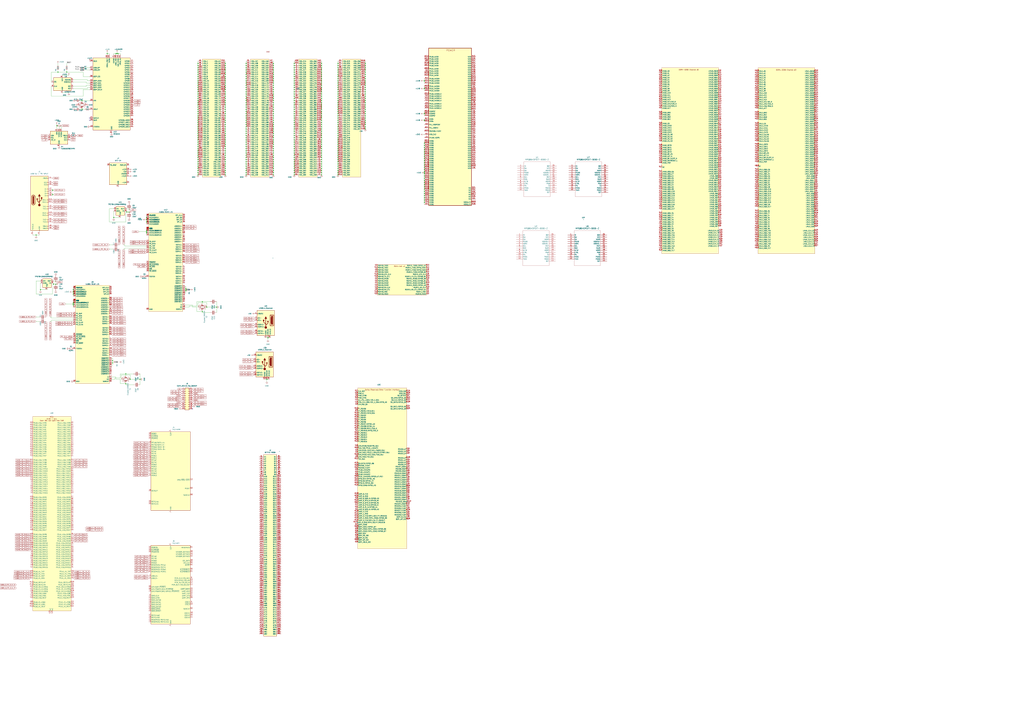
<source format=kicad_sch>
(kicad_sch (version 20231120) (generator "eeschema") (generator_version "8.0")
  (paper "A0")
  (lib_symbols
    (symbol "+3V3_1" (power) (pin_numbers hide) (pin_names (offset 0) hide)
      (property "Value" "+3V3" (at 0 3.556 0))
      (symbol "+3V3_1_1_1"
        (pin power_in line (at 0 0 90) (length 0) (name "~") (number "1"))
      )
    )
    (symbol "+3V3_2" (power) (pin_numbers hide) (pin_names (offset 0) hide)
      (property "Value" "+3V3" (at 0 3.556 0))
      (symbol "+3V3_2_1_1"
        (pin power_in line (at 0 0 90) (length 0) (name "~") (number "1"))
      )
    )
    (symbol "+3V3_3" (power) (pin_numbers hide) (pin_names (offset 0) hide)
      (property "Value" "+3V3" (at 0 3.556 0))
      (symbol "+3V3_3_1_1"
        (pin power_in line (at 0 0 90) (length 0) (name "~") (number "1"))
      )
    )
    (symbol "+5V_2" (power) (pin_numbers hide) (pin_names (offset 0) hide)
      (property "Value" "+5V" (at 0 3.556 0))
      (symbol "+5V_2_1_1"
        (pin power_in line (at 0 0 90) (length 0) (name "~") (number "1"))
      )
    )
    (symbol "Connector:ATX-24"
      (property "Reference" "J" (at -8.89 13.97 0))
      (property "Value" "ATX-24" (at 6.35 13.97 0))
      (symbol "ATX-24_1_1"
        (pin power_out line (at 12.7 -2.54 180) (length 2.54) (name "+3.3V") (number "1"))
        (pin power_out line (at 12.7 5.08 180) (length 2.54) (name "+12V") (number "10"))
        (pin passive line (at 12.7 5.08 180) (length 2.54) hide (name "+12V") (number "11"))
        (pin passive line (at 12.7 -2.54 180) (length 2.54) hide (name "+3.3V") (number "12"))
        (pin passive line (at 12.7 -2.54 180) (length 2.54) hide (name "+3.3V") (number "13"))
        (pin power_out line (at 12.7 -10.16 180) (length 2.54) (name "-12V") (number "14"))
        (pin passive line (at 0 -15.24 90) (length 2.54) hide (name "GND") (number "15"))
        (pin open_collector line (at -12.7 10.16 0) (length 2.54) (name "PS_ON#") (number "16"))
        (pin passive line (at 0 -15.24 90) (length 2.54) hide (name "GND") (number "17"))
        (pin passive line (at 0 -15.24 90) (length 2.54) hide (name "GND") (number "18"))
        (pin passive line (at 0 -15.24 90) (length 2.54) hide (name "GND") (number "19"))
        (pin passive line (at 12.7 -2.54 180) (length 2.54) hide (name "+3.3V") (number "2"))
        (pin no_connect line (at -10.16 0 0) (length 2.54) hide (name "NC") (number "20"))
        (pin passive line (at 12.7 2.54 180) (length 2.54) hide (name "+5V") (number "21"))
        (pin passive line (at 12.7 2.54 180) (length 2.54) hide (name "+5V") (number "22"))
        (pin passive line (at 12.7 2.54 180) (length 2.54) hide (name "+5V") (number "23"))
        (pin passive line (at 0 -15.24 90) (length 2.54) hide (name "GND") (number "24"))
        (pin power_out line (at 0 -15.24 90) (length 2.54) (name "GND") (number "3"))
        (pin power_out line (at 12.7 2.54 180) (length 2.54) (name "+5V") (number "4"))
        (pin passive line (at 0 -15.24 90) (length 2.54) hide (name "GND") (number "5"))
        (pin passive line (at 12.7 2.54 180) (length 2.54) hide (name "+5V") (number "6"))
        (pin passive line (at 0 -15.24 90) (length 2.54) hide (name "GND") (number "7"))
        (pin output line (at 12.7 10.16 180) (length 2.54) (name "PWR_OK") (number "8"))
        (pin power_out line (at 12.7 0 180) (length 2.54) (name "+5VSB") (number "9"))
      )
    )
    (symbol "Connector:Bus_M.2_Socket_E"
      (property "Reference" "J" (at -22.86 46.99 0))
      (property "Value" "Bus_M.2_Socket_E" (at 16.51 46.99 0))
      (symbol "Bus_M.2_Socket_E_1_1"
        (pin power_in line (at 0 -48.26 90) (length 2.54) (name "GND") (number "1"))
        (pin bidirectional line (at 25.4 5.08 180) (length 2.54) (name "PCM_SYNC/I2S_WS") (number "10"))
        (pin bidirectional line (at -25.4 -15.24 0) (length 2.54) (name "SDIO_CMD") (number "11"))
        (pin input line (at 25.4 2.54 180) (length 2.54) (name "PCM_IN/I2S_SD_IN") (number "12"))
        (pin bidirectional line (at -25.4 -17.78 0) (length 2.54) (name "SDIO_DATA0") (number "13"))
        (pin output line (at 25.4 0 180) (length 2.54) (name "PCM_OUT/I2S_SD_OUT") (number "14"))
        (pin bidirectional line (at -25.4 -20.32 0) (length 2.54) (name "SDIO_DATA1") (number "15"))
        (pin open_collector line (at 25.4 -22.86 180) (length 2.54) (name "~{LED_2}") (number "16"))
        (pin bidirectional line (at -25.4 -22.86 0) (length 2.54) (name "SDIO_DATA2") (number "17"))
        (pin passive line (at 0 -48.26 90) (length 2.54) hide (name "GND") (number "18"))
        (pin bidirectional line (at -25.4 -25.4 0) (length 2.54) (name "SDIO_DATA3") (number "19"))
        (pin power_in line (at 0 48.26 270) (length 2.54) (name "3.3V") (number "2"))
        (pin input line (at 25.4 -5.08 180) (length 2.54) (name "~{UART_WAKE}") (number "20"))
        (pin input line (at -25.4 -27.94 0) (length 2.54) (name "~{SDIO_WAKE}") (number "21"))
        (pin input line (at 25.4 -7.62 180) (length 2.54) (name "UART_RXD") (number "22"))
        (pin output line (at -25.4 -30.48 0) (length 2.54) (name "~{SDIO_RESET}") (number "23"))
        (pin bidirectional line (at -25.4 10.16 0) (length 2.54) (name "USB_D+") (number "3"))
        (pin output line (at 25.4 -10.16 180) (length 2.54) (name "UART_TXD") (number "32"))
        (pin passive line (at 0 -48.26 90) (length 2.54) hide (name "GND") (number "33"))
        (pin input line (at 25.4 -12.7 180) (length 2.54) (name "UART_CTS") (number "34"))
        (pin output line (at -25.4 33.02 0) (length 2.54) (name "PETp0") (number "35"))
        (pin output line (at 25.4 -15.24 180) (length 2.54) (name "UART_RTS") (number "36"))
        (pin output line (at -25.4 30.48 0) (length 2.54) (name "PETn0") (number "37"))
        (pin passive line (at 25.4 38.1 180) (length 2.54) (name "VENDOR_DEFINED") (number "38"))
        (pin passive line (at 0 -48.26 90) (length 2.54) hide (name "GND") (number "39"))
        (pin passive line (at 0 48.26 270) (length 2.54) hide (name "3.3V") (number "4"))
        (pin passive line (at 25.4 35.56 180) (length 2.54) (name "VENDOR_DEFINED") (number "40"))
        (pin input line (at -25.4 27.94 0) (length 2.54) (name "PERp0") (number "41"))
        (pin passive line (at 25.4 33.02 180) (length 2.54) (name "VENDOR_DEFINED") (number "42"))
        (pin input line (at -25.4 25.4 0) (length 2.54) (name "PERn0") (number "43"))
        (pin bidirectional line (at 25.4 -38.1 180) (length 2.54) (name "COEX3") (number "44"))
        (pin passive line (at 0 -48.26 90) (length 2.54) hide (name "GND") (number "45"))
        (pin bidirectional line (at 25.4 -35.56 180) (length 2.54) (name "COEX2") (number "46"))
        (pin output line (at -25.4 -35.56 0) (length 2.54) (name "REFCLKp0") (number "47"))
        (pin bidirectional line (at 25.4 -33.02 180) (length 2.54) (name "COEX1") (number "48"))
        (pin output line (at -25.4 -38.1 0) (length 2.54) (name "REFCLKn0") (number "49"))
        (pin bidirectional line (at -25.4 7.62 0) (length 2.54) (name "USB_D-") (number "5"))
        (pin output line (at 25.4 -27.94 180) (length 2.54) (name "SUSCLK") (number "50"))
        (pin passive line (at 0 -48.26 90) (length 2.54) hide (name "GND") (number "51"))
        (pin output line (at -25.4 43.18 0) (length 2.54) (name "~{PERST0}") (number "52"))
        (pin bidirectional line (at -25.4 40.64 0) (length 2.54) (name "~{CLKREQ0}") (number "53"))
        (pin output line (at 25.4 15.24 180) (length 2.54) (name "~{W_DISABLE2}") (number "54"))
        (pin bidirectional line (at -25.4 38.1 0) (length 2.54) (name "~{PEWAKE0}") (number "55"))
        (pin output line (at 25.4 17.78 180) (length 2.54) (name "~{W_DISABLE1}") (number "56"))
        (pin passive line (at 0 -48.26 90) (length 2.54) hide (name "GND") (number "57"))
        (pin bidirectional line (at 25.4 27.94 180) (length 2.54) (name "I2C_DATA") (number "58"))
        (pin output line (at -25.4 22.86 0) (length 2.54) (name "RESERVED/PETp1") (number "59"))
        (pin open_collector line (at 25.4 -20.32 180) (length 2.54) (name "~{LED_1}") (number "6"))
        (pin output line (at 25.4 25.4 180) (length 2.54) (name "I2C_CLK") (number "60"))
        (pin output line (at -25.4 20.32 0) (length 2.54) (name "RESERVED/PETn1") (number "61"))
        (pin input line (at 25.4 22.86 180) (length 2.54) (name "~{ALERT}") (number "62"))
        (pin passive line (at 0 -48.26 90) (length 2.54) hide (name "GND") (number "63"))
        (pin passive line (at 25.4 43.18 180) (length 2.54) (name "RESERVED") (number "64"))
        (pin input line (at -25.4 17.78 0) (length 2.54) (name "RESERVED/PERp1") (number "65"))
        (pin output line (at -25.4 -2.54 0) (length 2.54) (name "UIM_SWP/~{PERST1}") (number "66"))
        (pin input line (at -25.4 15.24 0) (length 2.54) (name "RESERVED/PERn1") (number "67"))
        (pin bidirectional line (at -25.4 -5.08 0) (length 2.54) (name "UIM_POWER_SNK/~{CLKREQ1}") (number "68"))
        (pin passive line (at 0 -48.26 90) (length 2.54) hide (name "GND") (number "69"))
        (pin passive line (at 0 -48.26 90) (length 2.54) hide (name "GND") (number "7"))
        (pin bidirectional line (at -25.4 -7.62 0) (length 2.54) (name "UIM_POWER_SRC/GPIO1/~{PEWAKE1}") (number "70"))
        (pin output line (at -25.4 -40.64 0) (length 2.54) (name "RESERVED/REFCLKp1") (number "71"))
        (pin passive line (at 0 48.26 270) (length 2.54) hide (name "3.3V") (number "72"))
        (pin output line (at -25.4 -43.18 0) (length 2.54) (name "RESERVED/REFCLKn1") (number "73"))
        (pin passive line (at 0 48.26 270) (length 2.54) hide (name "3.3V") (number "74"))
        (pin passive line (at 0 -48.26 90) (length 2.54) hide (name "GND") (number "75"))
        (pin bidirectional line (at 25.4 7.62 180) (length 2.54) (name "PCM_CLK/I2S_SCK") (number "8"))
        (pin output line (at -25.4 -12.7 0) (length 2.54) (name "SDIO_CLK") (number "9"))
      )
    )
    (symbol "Connector:Bus_M.2_Socket_M"
      (property "Reference" "J" (at -22.86 46.99 0))
      (property "Value" "Bus_M.2_Socket_M" (at 16.51 46.99 0))
      (symbol "Bus_M.2_Socket_M_1_1"
        (pin power_in line (at 0 -48.26 90) (length 2.54) (name "GND") (number "1"))
        (pin bidirectional line (at 25.4 -10.16 180) (length 2.54) (name "DAS/~{DSS}/~{LED1}") (number "10"))
        (pin output line (at -25.4 0 0) (length 2.54) (name "PETn3") (number "11"))
        (pin passive line (at 0 48.26 270) (length 2.54) hide (name "3.3V") (number "12"))
        (pin output line (at -25.4 2.54 0) (length 2.54) (name "PETp3") (number "13"))
        (pin passive line (at 0 48.26 270) (length 2.54) hide (name "3.3V") (number "14"))
        (pin passive line (at 0 -48.26 90) (length 2.54) hide (name "GND") (number "15"))
        (pin passive line (at 0 48.26 270) (length 2.54) hide (name "3.3V") (number "16"))
        (pin input line (at -25.4 5.08 0) (length 2.54) (name "PERn2") (number "17"))
        (pin passive line (at 0 48.26 270) (length 2.54) hide (name "3.3V") (number "18"))
        (pin input line (at -25.4 7.62 0) (length 2.54) (name "PERp2") (number "19"))
        (pin power_in line (at 0 48.26 270) (length 2.54) (name "3.3V") (number "2"))
        (pin no_connect line (at 22.86 2.54 180) (length 2.54) hide (name "NC") (number "20"))
        (pin passive line (at 0 -48.26 90) (length 2.54) hide (name "GND") (number "21"))
        (pin no_connect line (at 22.86 5.08 180) (length 2.54) hide (name "NC") (number "22"))
        (pin output line (at -25.4 10.16 0) (length 2.54) (name "PETn2") (number "23"))
        (pin no_connect line (at 22.86 7.62 180) (length 2.54) hide (name "NC") (number "24"))
        (pin output line (at -25.4 12.7 0) (length 2.54) (name "PETp2") (number "25"))
        (pin no_connect line (at 22.86 10.16 180) (length 2.54) hide (name "NC") (number "26"))
        (pin passive line (at 0 -48.26 90) (length 2.54) hide (name "GND") (number "27"))
        (pin no_connect line (at 22.86 12.7 180) (length 2.54) hide (name "NC") (number "28"))
        (pin input line (at -25.4 15.24 0) (length 2.54) (name "PERn1") (number "29"))
        (pin passive line (at 0 -48.26 90) (length 2.54) hide (name "GND") (number "3"))
        (pin no_connect line (at 22.86 15.24 180) (length 2.54) hide (name "NC") (number "30"))
        (pin input line (at -25.4 17.78 0) (length 2.54) (name "PERp1") (number "31"))
        (pin no_connect line (at 22.86 17.78 180) (length 2.54) hide (name "NC") (number "32"))
        (pin passive line (at 0 -48.26 90) (length 2.54) hide (name "GND") (number "33"))
        (pin no_connect line (at 22.86 20.32 180) (length 2.54) hide (name "NC") (number "34"))
        (pin output line (at -25.4 20.32 0) (length 2.54) (name "PETn1") (number "35"))
        (pin no_connect line (at 22.86 22.86 180) (length 2.54) hide (name "NC") (number "36"))
        (pin output line (at -25.4 22.86 0) (length 2.54) (name "PETp1") (number "37"))
        (pin output line (at -25.4 -22.86 0) (length 2.54) (name "DEVSLP") (number "38"))
        (pin passive line (at 0 -48.26 90) (length 2.54) hide (name "GND") (number "39"))
        (pin passive line (at 0 48.26 270) (length 2.54) hide (name "3.3V") (number "4"))
        (pin no_connect line (at 22.86 25.4 180) (length 2.54) hide (name "NC") (number "40"))
        (pin input line (at -25.4 25.4 0) (length 2.54) (name "PERn0/SATA-B+") (number "41"))
        (pin no_connect line (at 22.86 27.94 180) (length 2.54) hide (name "NC") (number "42"))
        (pin input line (at -25.4 27.94 0) (length 2.54) (name "PERp0/SATA-B-") (number "43"))
        (pin no_connect line (at 22.86 30.48 180) (length 2.54) hide (name "NC") (number "44"))
        (pin passive line (at 0 -48.26 90) (length 2.54) hide (name "GND") (number "45"))
        (pin no_connect line (at 22.86 33.02 180) (length 2.54) hide (name "NC") (number "46"))
        (pin output line (at -25.4 30.48 0) (length 2.54) (name "PETn0/SATA-A-") (number "47"))
        (pin no_connect line (at 22.86 35.56 180) (length 2.54) hide (name "NC") (number "48"))
        (pin output line (at -25.4 33.02 0) (length 2.54) (name "PETp0/SATA-A+") (number "49"))
        (pin input line (at -25.4 -5.08 0) (length 2.54) (name "PERn3") (number "5"))
        (pin output line (at -25.4 43.18 0) (length 2.54) (name "~{PERST}") (number "50"))
        (pin passive line (at 0 -48.26 90) (length 2.54) hide (name "GND") (number "51"))
        (pin bidirectional line (at -25.4 40.64 0) (length 2.54) (name "~{CLKREQ}") (number "52"))
        (pin output line (at -25.4 -38.1 0) (length 2.54) (name "REFCLKn") (number "53"))
        (pin bidirectional line (at -25.4 38.1 0) (length 2.54) (name "~{PEWAKE}") (number "54"))
        (pin output line (at -25.4 -35.56 0) (length 2.54) (name "REFCLKp") (number "55"))
        (pin no_connect line (at 22.86 38.1 180) (length 2.54) hide (name "NC") (number "56"))
        (pin passive line (at 0 -48.26 90) (length 2.54) hide (name "GND") (number "57"))
        (pin no_connect line (at 22.86 40.64 180) (length 2.54) hide (name "NC") (number "58"))
        (pin no_connect line (at 22.86 -2.54 180) (length 2.54) hide (name "NC") (number "6"))
        (pin no_connect line (at 22.86 -5.08 180) (length 2.54) hide (name "NC") (number "67"))
        (pin output line (at 25.4 -27.94 180) (length 2.54) (name "SUSCLK") (number "68"))
        (pin passive line (at 25.4 -20.32 180) (length 2.54) (name "PEDET") (number "69"))
        (pin input line (at -25.4 -2.54 0) (length 2.54) (name "PERp3") (number "7"))
        (pin passive line (at 0 48.26 270) (length 2.54) hide (name "3.3V") (number "70"))
        (pin passive line (at 0 -48.26 90) (length 2.54) hide (name "GND") (number "71"))
        (pin passive line (at 0 48.26 270) (length 2.54) hide (name "3.3V") (number "72"))
        (pin passive line (at 0 -48.26 90) (length 2.54) hide (name "GND") (number "73"))
        (pin passive line (at 0 48.26 270) (length 2.54) hide (name "3.3V") (number "74"))
        (pin passive line (at 0 -48.26 90) (length 2.54) hide (name "GND") (number "75"))
        (pin no_connect line (at 22.86 0 180) (length 2.54) hide (name "NC") (number "8"))
        (pin passive line (at 0 -48.26 90) (length 2.54) hide (name "GND") (number "9"))
      )
    )
    (symbol "Connector:USB3_A_Stacked" (pin_names (offset 1.016))
      (property "Reference" "J" (at -10.16 15.24 0))
      (property "Value" "USB3_A_Stacked" (at 10.16 15.24 0))
      (symbol "USB3_A_Stacked_0_1"
        (pin passive line (at -5.08 -17.78 90) (length 2.54) (name "SHIELD") (number "19"))
      )
      (symbol "USB3_A_Stacked_1_1"
        (pin power_in line (at 12.7 10.16 180) (length 2.54) (name "VBUS1") (number "1"))
        (pin bidirectional line (at 12.7 5.08 180) (length 2.54) (name "D1-") (number "2"))
        (pin bidirectional line (at 12.7 2.54 180) (length 2.54) (name "D1+") (number "3"))
        (pin power_in line (at 0 -17.78 90) (length 2.54) (name "GND1") (number "4"))
        (pin output line (at 12.7 -2.54 180) (length 2.54) (name "SSRX1-") (number "5"))
        (pin output line (at 12.7 -5.08 180) (length 2.54) (name "SSRX1+") (number "6"))
        (pin passive line (at -2.54 -17.78 90) (length 2.54) (name "DRAIN1") (number "7"))
        (pin input line (at 12.7 -10.16 180) (length 2.54) (name "SSTX1-") (number "8"))
        (pin input line (at 12.7 -12.7 180) (length 2.54) (name "SSTX1+") (number "9"))
      )
      (symbol "USB3_A_Stacked_2_1"
        (pin power_in line (at 12.7 10.16 180) (length 2.54) (name "VBUS2") (number "10"))
        (pin bidirectional line (at 12.7 5.08 180) (length 2.54) (name "D2-") (number "11"))
        (pin bidirectional line (at 12.7 2.54 180) (length 2.54) (name "D2+") (number "12"))
        (pin power_in line (at 0 -17.78 90) (length 2.54) (name "GND2") (number "13"))
        (pin output line (at 12.7 -2.54 180) (length 2.54) (name "SSRX2-") (number "14"))
        (pin output line (at 12.7 -5.08 180) (length 2.54) (name "SSRX2+") (number "15"))
        (pin passive line (at -2.54 -17.78 90) (length 2.54) (name "DRAIN2") (number "16"))
        (pin input line (at 12.7 -10.16 180) (length 2.54) (name "SSTX2-") (number "17"))
        (pin input line (at 12.7 -12.7 180) (length 2.54) (name "SSTX2+") (number "18"))
      )
    )
    (symbol "Connector:USB_C_Receptacle" (pin_names (offset 1.016))
      (property "Reference" "J" (at -10.16 29.21 0))
      (property "Value" "USB_C_Receptacle" (at 10.16 29.21 0))
      (symbol "USB_C_Receptacle_1_1"
        (pin passive line (at 0 -40.64 90) (length 5.08) (name "GND") (number "A1"))
        (pin bidirectional line (at 15.24 -15.24 180) (length 5.08) (name "RX2-") (number "A10"))
        (pin bidirectional line (at 15.24 -17.78 180) (length 5.08) (name "RX2+") (number "A11"))
        (pin passive line (at 0 -40.64 90) (length 5.08) hide (name "GND") (number "A12"))
        (pin bidirectional line (at 15.24 -10.16 180) (length 5.08) (name "TX1+") (number "A2"))
        (pin bidirectional line (at 15.24 -7.62 180) (length 5.08) (name "TX1-") (number "A3"))
        (pin passive line (at 15.24 25.4 180) (length 5.08) (name "VBUS") (number "A4"))
        (pin bidirectional line (at 15.24 20.32 180) (length 5.08) (name "CC1") (number "A5"))
        (pin bidirectional line (at 15.24 7.62 180) (length 5.08) (name "D+") (number "A6"))
        (pin bidirectional line (at 15.24 12.7 180) (length 5.08) (name "D-") (number "A7"))
        (pin bidirectional line (at 15.24 -30.48 180) (length 5.08) (name "SBU1") (number "A8"))
        (pin passive line (at 15.24 25.4 180) (length 5.08) hide (name "VBUS") (number "A9"))
        (pin passive line (at 0 -40.64 90) (length 5.08) hide (name "GND") (number "B1"))
        (pin bidirectional line (at 15.24 0 180) (length 5.08) (name "RX1-") (number "B10"))
        (pin bidirectional line (at 15.24 -2.54 180) (length 5.08) (name "RX1+") (number "B11"))
        (pin passive line (at 0 -40.64 90) (length 5.08) hide (name "GND") (number "B12"))
        (pin bidirectional line (at 15.24 -25.4 180) (length 5.08) (name "TX2+") (number "B2"))
        (pin bidirectional line (at 15.24 -22.86 180) (length 5.08) (name "TX2-") (number "B3"))
        (pin passive line (at 15.24 25.4 180) (length 5.08) hide (name "VBUS") (number "B4"))
        (pin bidirectional line (at 15.24 17.78 180) (length 5.08) (name "CC2") (number "B5"))
        (pin bidirectional line (at 15.24 5.08 180) (length 5.08) (name "D+") (number "B6"))
        (pin bidirectional line (at 15.24 10.16 180) (length 5.08) (name "D-") (number "B7"))
        (pin bidirectional line (at 15.24 -33.02 180) (length 5.08) (name "SBU2") (number "B8"))
        (pin passive line (at 15.24 25.4 180) (length 5.08) hide (name "VBUS") (number "B9"))
        (pin passive line (at -7.62 -40.64 90) (length 5.08) (name "SHIELD") (number "S1"))
      )
    )
    (symbol "Connector_Generic:Conn_02x10_Top_Bottom" (pin_names (offset 1.016) hide)
      (property "Reference" "J" (at 1.27 12.7 0))
      (property "Value" "Conn_02x10_Top_Bottom" (at 1.27 -15.24 0))
      (symbol "Conn_02x10_Top_Bottom_1_1"
        (pin passive line (at -5.08 10.16 0) (length 3.81) (name "Pin_1") (number "1"))
        (pin passive line (at -5.08 -12.7 0) (length 3.81) (name "Pin_10") (number "10"))
        (pin passive line (at 7.62 10.16 180) (length 3.81) (name "Pin_11") (number "11"))
        (pin passive line (at 7.62 7.62 180) (length 3.81) (name "Pin_12") (number "12"))
        (pin passive line (at 7.62 5.08 180) (length 3.81) (name "Pin_13") (number "13"))
        (pin passive line (at 7.62 2.54 180) (length 3.81) (name "Pin_14") (number "14"))
        (pin passive line (at 7.62 0 180) (length 3.81) (name "Pin_15") (number "15"))
        (pin passive line (at 7.62 -2.54 180) (length 3.81) (name "Pin_16") (number "16"))
        (pin passive line (at 7.62 -5.08 180) (length 3.81) (name "Pin_17") (number "17"))
        (pin passive line (at 7.62 -7.62 180) (length 3.81) (name "Pin_18") (number "18"))
        (pin passive line (at 7.62 -10.16 180) (length 3.81) (name "Pin_19") (number "19"))
        (pin passive line (at -5.08 7.62 0) (length 3.81) (name "Pin_2") (number "2"))
        (pin passive line (at 7.62 -12.7 180) (length 3.81) (name "Pin_20") (number "20"))
        (pin passive line (at -5.08 5.08 0) (length 3.81) (name "Pin_3") (number "3"))
        (pin passive line (at -5.08 2.54 0) (length 3.81) (name "Pin_4") (number "4"))
        (pin passive line (at -5.08 0 0) (length 3.81) (name "Pin_5") (number "5"))
        (pin passive line (at -5.08 -2.54 0) (length 3.81) (name "Pin_6") (number "6"))
        (pin passive line (at -5.08 -5.08 0) (length 3.81) (name "Pin_7") (number "7"))
        (pin passive line (at -5.08 -7.62 0) (length 3.81) (name "Pin_8") (number "8"))
        (pin passive line (at -5.08 -10.16 0) (length 3.81) (name "Pin_9") (number "9"))
      )
    )
    (symbol "D2000-E8_1"
      (property "Reference" "U3" (at -90.7971 115.57 0))
      (property "Value" "~" (at -90.7971 113.03 0))
      (symbol "D2000-E8_1_1_0"
        (pin passive line (at -1.27 93.98 0) (length 5.08) (name "VSS_4") (number "A29"))
        (pin passive line (at -1.27 91.44 0) (length 5.08) (name "VSS_5") (number "A32"))
        (pin passive line (at -1.27 101.6 0) (length 5.08) (name "VSS_1") (number "A5"))
        (pin passive line (at -1.27 99.06 0) (length 5.08) (name "VSS_2") (number "A6"))
        (pin passive line (at -1.27 96.52 0) (length 5.08) (name "VSS_3") (number "A9"))
        (pin passive line (at -1.27 88.9 0) (length 5.08) (name "VSS_6") (number "AA1"))
        (pin passive line (at 54.61 58.42 0) (length 5.08) (name "VSS_124") (number "AA11"))
        (pin passive line (at 54.61 76.2 0) (length 5.08) (name "VSS_117") (number "AA15"))
        (pin passive line (at 54.61 73.66 0) (length 5.08) (name "VSS_118") (number "AA19"))
        (pin passive line (at -1.27 86.36 0) (length 5.08) (name "VSS_7") (number "AA2"))
        (pin passive line (at -1.27 76.2 0) (length 5.08) (name "VSS_11") (number "AA20"))
        (pin passive line (at -1.27 73.66 0) (length 5.08) (name "VSS_12") (number "AA24"))
        (pin passive line (at -1.27 71.12 0) (length 5.08) (name "VSS_13") (number "AA25"))
        (pin passive line (at -1.27 68.58 0) (length 5.08) (name "VSS_14") (number "AA30"))
        (pin passive line (at -1.27 66.04 0) (length 5.08) (name "VSS_15") (number "AA33"))
        (pin passive line (at -1.27 83.82 0) (length 5.08) (name "VSS_8") (number "AA5"))
        (pin passive line (at -1.27 81.28 0) (length 5.08) (name "VSS_9") (number "AA6"))
        (pin passive line (at -1.27 78.74 0) (length 5.08) (name "VSS_10") (number "AA9"))
        (pin passive line (at 54.61 55.88 0) (length 5.08) (name "VSS_125") (number "AB12"))
        (pin passive line (at 30.48 91.44 180) (length 5.08) (name "VSS_58") (number "AB16"))
        (pin passive line (at -1.27 53.34 0) (length 5.08) (name "VSS_20") (number "AB24"))
        (pin passive line (at 30.48 68.58 180) (length 5.08) (name "VSS_67") (number "AB26"))
        (pin passive line (at -1.27 63.5 0) (length 5.08) (name "VSS_16") (number "AB3"))
        (pin passive line (at -1.27 50.8 0) (length 5.08) (name "VSS_21") (number "AB31"))
        (pin passive line (at -1.27 60.96 0) (length 5.08) (name "VSS_17") (number "AB4"))
        (pin passive line (at -1.27 58.42 0) (length 5.08) (name "VSS_18") (number "AB7"))
        (pin passive line (at -1.27 55.88 0) (length 5.08) (name "VSS_19") (number "AB8"))
        (pin passive line (at -1.27 48.26 0) (length 5.08) (name "VSS_22") (number "AC1"))
        (pin passive line (at -1.27 35.56 0) (length 5.08) (name "VSS_27") (number "AC10"))
        (pin passive line (at -1.27 33.02 0) (length 5.08) (name "VSS_28") (number "AC13"))
        (pin passive line (at -1.27 30.48 0) (length 5.08) (name "VSS_29") (number "AC14"))
        (pin passive line (at -1.27 27.94 0) (length 5.08) (name "VSS_30") (number "AC15"))
        (pin passive line (at -1.27 25.4 0) (length 5.08) (name "VSS_31") (number "AC17"))
        (pin passive line (at -1.27 22.86 0) (length 5.08) (name "VSS_32") (number "AC18"))
        (pin passive line (at -1.27 20.32 0) (length 5.08) (name "VSS_33") (number "AC19"))
        (pin passive line (at -1.27 45.72 0) (length 5.08) (name "VSS_23") (number "AC2"))
        (pin passive line (at -1.27 17.78 0) (length 5.08) (name "VSS_34") (number "AC20"))
        (pin passive line (at -1.27 15.24 0) (length 5.08) (name "VSS_35") (number "AC21"))
        (pin passive line (at 161.29 83.82 0) (length 5.08) (name "VSS_220") (number "AC25"))
        (pin passive line (at -1.27 12.7 0) (length 5.08) (name "VSS_36") (number "AC30"))
        (pin passive line (at -1.27 10.16 0) (length 5.08) (name "VSS_37") (number "AC32"))
        (pin passive line (at -1.27 43.18 0) (length 5.08) (name "VSS_24") (number "AC5"))
        (pin passive line (at -1.27 40.64 0) (length 5.08) (name "VSS_25") (number "AC6"))
        (pin passive line (at -1.27 38.1 0) (length 5.08) (name "VSS_26") (number "AC9"))
        (pin passive line (at -1.27 -2.54 0) (length 5.08) (name "VSS_42") (number "AD10"))
        (pin passive line (at -1.27 -5.08 0) (length 5.08) (name "VSS_43") (number "AD12"))
        (pin passive line (at 30.48 71.12 180) (length 5.08) (name "VSS_66") (number "AD18"))
        (pin passive line (at 30.48 86.36 180) (length 5.08) (name "VSS_60") (number "AD20"))
        (pin passive line (at 30.48 81.28 180) (length 5.08) (name "VSS_62") (number "AD22"))
        (pin passive line (at 30.48 78.74 180) (length 5.08) (name "VSS_63") (number "AD23"))
        (pin passive line (at 30.48 76.2 180) (length 5.08) (name "VSS_64") (number "AD24"))
        (pin passive line (at -1.27 7.62 0) (length 5.08) (name "VSS_38") (number "AD3"))
        (pin passive line (at -1.27 -7.62 0) (length 5.08) (name "VSS_44") (number "AD30"))
        (pin passive line (at -1.27 -10.16 0) (length 5.08) (name "VSS_45") (number "AD33"))
        (pin passive line (at -1.27 5.08 0) (length 5.08) (name "VSS_39") (number "AD4"))
        (pin passive line (at -1.27 2.54 0) (length 5.08) (name "VSS_40") (number "AD7"))
        (pin passive line (at -1.27 0 0) (length 5.08) (name "VSS_41") (number "AD8"))
        (pin passive line (at -1.27 -12.7 0) (length 5.08) (name "VSS_46") (number "AE1"))
        (pin passive line (at -1.27 -15.24 0) (length 5.08) (name "VSS_47") (number "AE2"))
        (pin passive line (at 54.61 86.36 0) (length 5.08) (name "VSS_113") (number "AE30"))
        (pin passive line (at -1.27 -17.78 0) (length 5.08) (name "VSS_48") (number "AE5"))
        (pin passive line (at 54.61 91.44 0) (length 5.08) (name "VSS_111") (number "AE6"))
        (pin passive line (at 54.61 88.9 0) (length 5.08) (name "VSS_112") (number "AE9"))
        (pin passive line (at 110.49 -15.24 0) (length 5.08) (name "VSS_259") (number "AF22"))
        (pin passive line (at 110.49 -17.78 0) (length 5.08) (name "VSS_260") (number "AF26"))
        (pin passive line (at 110.49 -20.32 0) (length 5.08) (name "VSS_261") (number "AF27"))
        (pin passive line (at 110.49 -22.86 0) (length 5.08) (name "VSS_262") (number "AF29"))
        (pin passive line (at 54.61 83.82 0) (length 5.08) (name "VSS_114") (number "AF3"))
        (pin passive line (at 110.49 -25.4 0) (length 5.08) (name "VSS_263") (number "AF30"))
        (pin passive line (at 110.49 -27.94 0) (length 5.08) (name "VSS_264") (number "AF32"))
        (pin passive line (at 54.61 81.28 0) (length 5.08) (name "VSS_115") (number "AF4"))
        (pin passive line (at 54.61 78.74 0) (length 5.08) (name "VSS_116") (number "AF7"))
        (pin passive line (at -1.27 -20.32 0) (length 5.08) (name "VSS_49") (number "AF8"))
        (pin passive line (at 110.49 -30.48 0) (length 5.08) (name "VSS_265") (number "AG1"))
        (pin passive line (at 142.24 91.44 180) (length 5.08) (name "VSS_270") (number "AG10"))
        (pin passive line (at 142.24 88.9 180) (length 5.08) (name "VSS_271") (number "AG11"))
        (pin passive line (at 142.24 86.36 180) (length 5.08) (name "VSS_272") (number "AG12"))
        (pin passive line (at 142.24 83.82 180) (length 5.08) (name "VSS_273") (number "AG13"))
        (pin passive line (at 142.24 81.28 180) (length 5.08) (name "VSS_274") (number "AG14"))
        (pin passive line (at 142.24 78.74 180) (length 5.08) (name "VSS_275") (number "AG16"))
        (pin passive line (at 142.24 76.2 180) (length 5.08) (name "VSS_276") (number "AG17"))
        (pin passive line (at 142.24 101.6 180) (length 5.08) (name "VSS_266") (number "AG2"))
        (pin passive line (at 142.24 73.66 180) (length 5.08) (name "VSS_277") (number "AG20"))
        (pin passive line (at 142.24 71.12 180) (length 5.08) (name "VSS_278") (number "AG21"))
        (pin passive line (at -1.27 -22.86 0) (length 5.08) (name "VSS_50") (number "AG24"))
        (pin passive line (at 142.24 68.58 180) (length 5.08) (name "VSS_279") (number "AG28"))
        (pin passive line (at 142.24 66.04 180) (length 5.08) (name "VSS_280") (number "AG33"))
        (pin passive line (at 142.24 99.06 180) (length 5.08) (name "VSS_267") (number "AG5"))
        (pin passive line (at 142.24 96.52 180) (length 5.08) (name "VSS_268") (number "AG6"))
        (pin passive line (at 142.24 93.98 180) (length 5.08) (name "VSS_269") (number "AG9"))
        (pin passive line (at 142.24 50.8 180) (length 5.08) (name "VSS_286") (number "AH15"))
        (pin passive line (at 142.24 48.26 180) (length 5.08) (name "VSS_287") (number "AH18"))
        (pin passive line (at 142.24 45.72 180) (length 5.08) (name "VSS_288") (number "AH19"))
        (pin passive line (at 142.24 43.18 180) (length 5.08) (name "VSS_289") (number "AH21"))
        (pin passive line (at 142.24 40.64 180) (length 5.08) (name "VSS_290") (number "AH23"))
        (pin passive line (at 142.24 38.1 180) (length 5.08) (name "VSS_291") (number "AH24"))
        (pin passive line (at 142.24 35.56 180) (length 5.08) (name "VSS_292") (number "AH29"))
        (pin passive line (at 142.24 63.5 180) (length 5.08) (name "VSS_281") (number "AH3"))
        (pin passive line (at 142.24 33.02 180) (length 5.08) (name "VSS_293") (number "AH31"))
        (pin passive line (at 142.24 60.96 180) (length 5.08) (name "VSS_282") (number "AH4"))
        (pin passive line (at 142.24 58.42 180) (length 5.08) (name "VSS_283") (number "AH7"))
        (pin passive line (at 142.24 55.88 180) (length 5.08) (name "VSS_284") (number "AH8"))
        (pin passive line (at 142.24 53.34 180) (length 5.08) (name "VSS_285") (number "AH9"))
        (pin passive line (at 142.24 30.48 180) (length 5.08) (name "VSS_294") (number "AJ1"))
        (pin passive line (at 142.24 17.78 180) (length 5.08) (name "VSS_299") (number "AJ11"))
        (pin passive line (at 142.24 15.24 180) (length 5.08) (name "VSS_300") (number "AJ13"))
        (pin passive line (at 142.24 12.7 180) (length 5.08) (name "VSS_301") (number "AJ14"))
        (pin passive line (at 161.29 76.2 0) (length 5.08) (name "VSS_223") (number "AJ17"))
        (pin passive line (at 142.24 27.94 180) (length 5.08) (name "VSS_295") (number "AJ2"))
        (pin passive line (at 161.29 73.66 0) (length 5.08) (name "VSS_224") (number "AJ21"))
        (pin passive line (at 161.29 71.12 0) (length 5.08) (name "VSS_225") (number "AJ27"))
        (pin passive line (at 193.04 22.86 180) (length 5.08) (name "VSS_297") (number "AJ30"))
        (pin passive line (at 161.29 68.58 0) (length 5.08) (name "VSS_226") (number "AJ32"))
        (pin passive line (at 142.24 25.4 180) (length 5.08) (name "VSS_296") (number "AJ5"))
        (pin passive line (at 142.24 22.86 180) (length 5.08) (name "VSS_297") (number "AJ6"))
        (pin passive line (at 142.24 20.32 180) (length 5.08) (name "VSS_298") (number "AJ9"))
        (pin passive line (at 161.29 53.34 0) (length 5.08) (name "VSS_232") (number "AK11"))
        (pin passive line (at 161.29 50.8 0) (length 5.08) (name "VSS_233") (number "AK14"))
        (pin passive line (at 161.29 48.26 0) (length 5.08) (name "VSS_234") (number "AK17"))
        (pin passive line (at 161.29 45.72 0) (length 5.08) (name "VSS_235") (number "AK20"))
        (pin passive line (at 161.29 43.18 0) (length 5.08) (name "VSS_236") (number "AK29"))
        (pin passive line (at 161.29 66.04 0) (length 5.08) (name "VSS_227") (number "AK3"))
        (pin passive line (at 161.29 40.64 0) (length 5.08) (name "VSS_237") (number "AK33"))
        (pin passive line (at 161.29 63.5 0) (length 5.08) (name "VSS_229") (number "AK4"))
        (pin passive line (at 161.29 60.96 0) (length 5.08) (name "VSS_228") (number "AK7"))
        (pin passive line (at 161.29 58.42 0) (length 5.08) (name "VSS_230") (number "AK8"))
        (pin passive line (at 161.29 55.88 0) (length 5.08) (name "VSS_231") (number "AK9"))
        (pin passive line (at 161.29 38.1 0) (length 5.08) (name "VSS_238") (number "AL1"))
        (pin passive line (at 161.29 35.56 0) (length 5.08) (name "VSS_239") (number "AL2"))
        (pin passive line (at 110.49 -7.62 0) (length 5.08) (name "VSS_256") (number "AL20"))
        (pin passive line (at 161.29 25.4 0) (length 5.08) (name "VSS_243") (number "AL31"))
        (pin passive line (at 161.29 33.02 0) (length 5.08) (name "VSS_240") (number "AL5"))
        (pin passive line (at 161.29 30.48 0) (length 5.08) (name "VSS_241") (number "AL6"))
        (pin passive line (at 161.29 27.94 0) (length 5.08) (name "VSS_242") (number "AL9"))
        (pin passive line (at 161.29 10.16 0) (length 5.08) (name "VSS_249") (number "AM10"))
        (pin passive line (at 161.29 7.62 0) (length 5.08) (name "VSS_250") (number "AM12"))
        (pin passive line (at 161.29 5.08 0) (length 5.08) (name "VSS_251") (number "AM15"))
        (pin passive line (at 161.29 2.54 0) (length 5.08) (name "VSS_252") (number "AM16"))
        (pin passive line (at 161.29 0 0) (length 5.08) (name "VSS_253") (number "AM18"))
        (pin passive line (at 161.29 -2.54 0) (length 5.08) (name "VSS_254") (number "AM21"))
        (pin passive line (at 161.29 -5.08 0) (length 5.08) (name "VSS_255") (number "AM23"))
        (pin passive line (at 161.29 -7.62 0) (length 5.08) (name "VSS_256") (number "AM26"))
        (pin passive line (at 161.29 -10.16 0) (length 5.08) (name "VSS_257") (number "AM29"))
        (pin passive line (at 161.29 22.86 0) (length 5.08) (name "VSS_244") (number "AM3"))
        (pin passive line (at 193.04 30.48 180) (length 5.08) (name "VSS_294") (number "AM31"))
        (pin passive line (at 161.29 -12.7 0) (length 5.08) (name "VSS_258") (number "AM32"))
        (pin passive line (at 161.29 -15.24 0) (length 5.08) (name "VSS_259") (number "AM34"))
        (pin passive line (at 161.29 20.32 0) (length 5.08) (name "VSS_245") (number "AM4"))
        (pin passive line (at 161.29 17.78 0) (length 5.08) (name "VSS_246") (number "AM7"))
        (pin passive line (at 161.29 15.24 0) (length 5.08) (name "VSS_247") (number "AM8"))
        (pin passive line (at 161.29 12.7 0) (length 5.08) (name "VSS_248") (number "AM9"))
        (pin passive line (at 161.29 -27.94 0) (length 5.08) (name "VSS_264") (number "AN10"))
        (pin passive line (at 161.29 -30.48 0) (length 5.08) (name "VSS_265") (number "AN12"))
        (pin passive line (at 193.04 101.6 180) (length 5.08) (name "VSS_266") (number "AN16"))
        (pin passive line (at 161.29 -17.78 0) (length 5.08) (name "VSS_260") (number "AN2"))
        (pin passive line (at 193.04 99.06 180) (length 5.08) (name "VSS_267") (number "AN21"))
        (pin passive line (at 193.04 96.52 180) (length 5.08) (name "VSS_268") (number "AN24"))
        (pin passive line (at 193.04 93.98 180) (length 5.08) (name "VSS_269") (number "AN27"))
        (pin passive line (at 193.04 27.94 180) (length 5.08) (name "VSS_295") (number "AN32"))
        (pin passive line (at 193.04 91.44 180) (length 5.08) (name "VSS_270") (number "AN33"))
        (pin passive line (at 161.29 -20.32 0) (length 5.08) (name "VSS_261") (number "AN5"))
        (pin passive line (at 161.29 -22.86 0) (length 5.08) (name "VSS_262") (number "AN6"))
        (pin passive line (at 161.29 -25.4 0) (length 5.08) (name "VSS_263") (number "AN9"))
        (pin passive line (at 193.04 76.2 180) (length 5.08) (name "VSS_276") (number "AP29"))
        (pin passive line (at 193.04 88.9 180) (length 5.08) (name "VSS_271") (number "AP3"))
        (pin passive line (at 193.04 73.66 180) (length 5.08) (name "VSS_277") (number "AP32"))
        (pin passive line (at 193.04 86.36 180) (length 5.08) (name "VSS_272") (number "AP4"))
        (pin passive line (at 193.04 83.82 180) (length 5.08) (name "VSS_273") (number "AP7"))
        (pin passive line (at 193.04 81.28 180) (length 5.08) (name "VSS_274") (number "AP8"))
        (pin passive line (at 193.04 78.74 180) (length 5.08) (name "VSS_275") (number "AP9"))
        (pin passive line (at 142.24 7.62 180) (length 5.08) (name "VSS_303") (number "B10"))
        (pin passive line (at 142.24 5.08 180) (length 5.08) (name "VSS_304") (number "B12"))
        (pin passive line (at 142.24 2.54 180) (length 5.08) (name "VSS_305") (number "B16"))
        (pin passive line (at 193.04 71.12 180) (length 5.08) (name "VSS_278") (number "B2"))
        (pin passive line (at 142.24 -2.54 180) (length 5.08) (name "VSS_307") (number "B21"))
        (pin passive line (at 142.24 -5.08 180) (length 5.08) (name "VSS_308") (number "B24"))
        (pin passive line (at 142.24 -7.62 180) (length 5.08) (name "VSS_309") (number "B27"))
        (pin passive line (at 193.04 68.58 180) (length 5.08) (name "VSS_279") (number "B3"))
        (pin passive line (at 193.04 33.02 180) (length 5.08) (name "VSS_293") (number "B32"))
        (pin passive line (at 142.24 -10.16 180) (length 5.08) (name "VSS_310") (number "B33"))
        (pin passive line (at 193.04 66.04 180) (length 5.08) (name "VSS_280") (number "B4"))
        (pin passive line (at 193.04 63.5 180) (length 5.08) (name "VSS_281") (number "B7"))
        (pin passive line (at 193.04 60.96 180) (length 5.08) (name "VSS_282") (number "B8"))
        (pin passive line (at 142.24 10.16 180) (length 5.08) (name "VSS_302") (number "B9"))
        (pin passive line (at 142.24 -12.7 180) (length 5.08) (name "VSS_311") (number "C1"))
        (pin passive line (at 142.24 -25.4 180) (length 5.08) (name "VSS_316") (number "C10"))
        (pin passive line (at 142.24 -27.94 180) (length 5.08) (name "VSS_317") (number "C12"))
        (pin passive line (at 193.04 58.42 180) (length 5.08) (name "VSS_283") (number "C15"))
        (pin passive line (at 193.04 55.88 180) (length 5.08) (name "VSS_284") (number "C16"))
        (pin passive line (at 193.04 53.34 180) (length 5.08) (name "VSS_285") (number "C18"))
        (pin passive line (at 142.24 -15.24 180) (length 5.08) (name "VSS_312") (number "C2"))
        (pin passive line (at 193.04 50.8 180) (length 5.08) (name "VSS_286") (number "C21"))
        (pin passive line (at 193.04 48.26 180) (length 5.08) (name "VSS_287") (number "C23"))
        (pin passive line (at 161.29 88.9 0) (length 5.08) (name "VSS_218") (number "C27"))
        (pin passive line (at 161.29 86.36 0) (length 5.08) (name "VSS_219") (number "C29"))
        (pin passive line (at 193.04 35.56 180) (length 5.08) (name "VSS_292") (number "C31"))
        (pin passive line (at 193.04 45.72 180) (length 5.08) (name "VSS_288") (number "C32"))
        (pin passive line (at 193.04 43.18 180) (length 5.08) (name "VSS_289") (number "C34"))
        (pin passive line (at 142.24 -17.78 180) (length 5.08) (name "VSS_313") (number "C5"))
        (pin passive line (at 142.24 -20.32 180) (length 5.08) (name "VSS_314") (number "C6"))
        (pin passive line (at 142.24 -22.86 180) (length 5.08) (name "VSS_315") (number "C9"))
        (pin passive line (at 142.24 0 180) (length 5.08) (name "VSS_306") (number "D20"))
        (pin passive line (at 161.29 101.6 0) (length 5.08) (name "VSS_319") (number "D3"))
        (pin passive line (at 110.49 50.8 0) (length 5.08) (name "VSS_233") (number "D31"))
        (pin passive line (at 161.29 99.06 0) (length 5.08) (name "VSS_320") (number "D4"))
        (pin passive line (at 161.29 96.52 0) (length 5.08) (name "VSS-321") (number "D7"))
        (pin passive line (at 161.29 93.98 0) (length 5.08) (name "VSS_216") (number "D8"))
        (pin passive line (at 110.49 53.34 0) (length 5.08) (name "VSS_232") (number "D9"))
        (pin passive line (at 110.49 48.26 0) (length 5.08) (name "VSS_234") (number "E1"))
        (pin passive line (at 110.49 35.56 0) (length 5.08) (name "VSS_239") (number "E11"))
        (pin passive line (at 110.49 33.02 0) (length 5.08) (name "VSS_240") (number "E14"))
        (pin passive line (at 110.49 30.48 0) (length 5.08) (name "VSS_241") (number "E17"))
        (pin passive line (at 110.49 45.72 0) (length 5.08) (name "VSS_235") (number "E2"))
        (pin passive line (at 110.49 27.94 0) (length 5.08) (name "VSS_242") (number "E20"))
        (pin passive line (at 110.49 25.4 0) (length 5.08) (name "VSS_243") (number "E29"))
        (pin passive line (at 110.49 22.86 0) (length 5.08) (name "VSS_244") (number "E33"))
        (pin passive line (at 110.49 43.18 0) (length 5.08) (name "VSS_236") (number "E5"))
        (pin passive line (at 110.49 40.64 0) (length 5.08) (name "VSS_237") (number "E6"))
        (pin passive line (at 110.49 38.1 0) (length 5.08) (name "VSS_238") (number "E9"))
        (pin passive line (at 110.49 7.62 0) (length 5.08) (name "VSS_250") (number "F11"))
        (pin passive line (at 110.49 5.08 0) (length 5.08) (name "VSS_251") (number "F13"))
        (pin passive line (at 110.49 2.54 0) (length 5.08) (name "VSS_252") (number "F14"))
        (pin passive line (at 110.49 0 0) (length 5.08) (name "VSS_253") (number "F17"))
        (pin passive line (at 110.49 -2.54 0) (length 5.08) (name "VSS_254") (number "F21"))
        (pin passive line (at 110.49 -5.08 0) (length 5.08) (name "VSS_255") (number "F27"))
        (pin passive line (at 110.49 20.32 0) (length 5.08) (name "VSS_245") (number "F3"))
        (pin passive line (at 193.04 25.4 180) (length 5.08) (name "VSS_296") (number "F30"))
        (pin passive line (at 86.36 43.18 180) (length 5.08) (name "VSS_183") (number "F32"))
        (pin passive line (at 110.49 17.78 0) (length 5.08) (name "VSS_246") (number "F4"))
        (pin passive line (at 110.49 15.24 0) (length 5.08) (name "VSS_247") (number "F7"))
        (pin passive line (at 110.49 12.7 0) (length 5.08) (name "VSS_248") (number "F8"))
        (pin passive line (at 110.49 10.16 0) (length 5.08) (name "VSS_249") (number "F9"))
        (pin passive line (at 86.36 40.64 180) (length 5.08) (name "VSS_184") (number "G1"))
        (pin passive line (at 86.36 27.94 180) (length 5.08) (name "VSS_189") (number "G15"))
        (pin passive line (at 86.36 25.4 180) (length 5.08) (name "VSS_190") (number "G18"))
        (pin passive line (at 161.29 91.44 0) (length 5.08) (name "VSS_217") (number "G19"))
        (pin passive line (at 86.36 38.1 180) (length 5.08) (name "VSS_185") (number "G2"))
        (pin passive line (at 86.36 10.16 180) (length 5.08) (name "VSS_196") (number "G21"))
        (pin passive line (at 86.36 7.62 180) (length 5.08) (name "VSS_197") (number "G23"))
        (pin passive line (at 86.36 5.08 180) (length 5.08) (name "VSS_198") (number "G29"))
        (pin passive line (at 86.36 2.54 180) (length 5.08) (name "VSS_199") (number "G31"))
        (pin passive line (at 86.36 35.56 180) (length 5.08) (name "VSS_186") (number "G5"))
        (pin passive line (at 86.36 33.02 180) (length 5.08) (name "VSS_187") (number "G6"))
        (pin passive line (at 86.36 30.48 180) (length 5.08) (name "VSS_188") (number "G9"))
        (pin passive line (at 86.36 -10.16 180) (length 5.08) (name "VSS_204") (number "H10"))
        (pin passive line (at 86.36 -12.7 180) (length 5.08) (name "VSS_205") (number "H11"))
        (pin passive line (at 86.36 -15.24 180) (length 5.08) (name "VSS_206") (number "H12"))
        (pin passive line (at 86.36 -17.78 180) (length 5.08) (name "VSS_207") (number "H13"))
        (pin passive line (at 86.36 -20.32 180) (length 5.08) (name "VSS_208") (number "H14"))
        (pin passive line (at 86.36 -22.86 180) (length 5.08) (name "VSS_209") (number "H16"))
        (pin passive line (at 86.36 -25.4 180) (length 5.08) (name "VSS_210") (number "H17"))
        (pin passive line (at 86.36 -27.94 180) (length 5.08) (name "VSS_211") (number "H20"))
        (pin passive line (at 86.36 -30.48 180) (length 5.08) (name "VSS_212") (number "H21"))
        (pin passive line (at 110.49 101.6 0) (length 5.08) (name "VSS_213") (number "H28"))
        (pin passive line (at 86.36 0 180) (length 5.08) (name "VSS_200") (number "H3"))
        (pin passive line (at 110.49 99.06 0) (length 5.08) (name "VSS_214") (number "H33"))
        (pin passive line (at 86.36 -2.54 180) (length 5.08) (name "VSS_201") (number "H4"))
        (pin passive line (at 86.36 -5.08 180) (length 5.08) (name "VSS_202") (number "H7"))
        (pin passive line (at 86.36 -7.62 180) (length 5.08) (name "VSS_203") (number "H8"))
        (pin passive line (at 110.49 96.52 0) (length 5.08) (name "VSS_215") (number "J1"))
        (pin passive line (at 110.49 93.98 0) (length 5.08) (name "VSS_216") (number "J2"))
        (pin passive line (at 110.49 83.82 0) (length 5.08) (name "VSS_220") (number "J22"))
        (pin passive line (at 110.49 81.28 0) (length 5.08) (name "VSS_221") (number "J26"))
        (pin passive line (at 110.49 78.74 0) (length 5.08) (name "VSS_222") (number "J27"))
        (pin passive line (at 110.49 76.2 0) (length 5.08) (name "VSS_223") (number "J29"))
        (pin passive line (at 110.49 73.66 0) (length 5.08) (name "VSS_224") (number "J30"))
        (pin passive line (at 110.49 71.12 0) (length 5.08) (name "VSS_225") (number "J32"))
        (pin passive line (at 110.49 91.44 0) (length 5.08) (name "VSS_217") (number "J5"))
        (pin passive line (at 110.49 88.9 0) (length 5.08) (name "VSS_218") (number "J6"))
        (pin passive line (at 110.49 86.36 0) (length 5.08) (name "VSS_219") (number "J9"))
        (pin passive line (at 86.36 22.86 180) (length 5.08) (name "VSS_191") (number "K26"))
        (pin passive line (at 110.49 68.58 0) (length 5.08) (name "VSS_226") (number "K3"))
        (pin passive line (at 110.49 58.42 0) (length 5.08) (name "VSS_230") (number "K30"))
        (pin passive line (at 54.61 -25.4 0) (length 5.08) (name "VSS_157") (number "K33"))
        (pin passive line (at 110.49 66.04 0) (length 5.08) (name "VSS_227") (number "K4"))
        (pin passive line (at 110.49 63.5 0) (length 5.08) (name "VSS_229") (number "K7"))
        (pin passive line (at 110.49 60.96 0) (length 5.08) (name "VSS_228") (number "K8"))
        (pin passive line (at 110.49 55.88 0) (length 5.08) (name "VSS_231") (number "L1"))
        (pin passive line (at 193.04 38.1 180) (length 5.08) (name "VSS_291") (number "L17"))
        (pin passive line (at 193.04 40.64 180) (length 5.08) (name "VSS_290") (number "L19"))
        (pin passive line (at 54.61 -12.7 0) (length 5.08) (name "VSS_152") (number "L2"))
        (pin passive line (at 30.48 83.82 180) (length 5.08) (name "VSS_61") (number "L20"))
        (pin passive line (at 161.29 81.28 0) (length 5.08) (name "VSS_221") (number "L24"))
        (pin passive line (at 110.49 -10.16 0) (length 5.08) (name "VSS_257") (number "L28"))
        (pin passive line (at 54.61 -22.86 0) (length 5.08) (name "VSS_156") (number "L30"))
        (pin passive line (at 54.61 -15.24 0) (length 5.08) (name "VSS_153") (number "L5"))
        (pin passive line (at 54.61 -17.78 0) (length 5.08) (name "VSS_154") (number "L6"))
        (pin passive line (at 54.61 -20.32 0) (length 5.08) (name "VSS_155") (number "L9"))
        (pin passive line (at 86.36 96.52 180) (length 5.08) (name "VSS_162") (number "M12"))
        (pin passive line (at 86.36 93.98 180) (length 5.08) (name "VSS_163") (number "M14"))
        (pin passive line (at 86.36 91.44 180) (length 5.08) (name "VSS_164") (number "M16"))
        (pin passive line (at 86.36 88.9 180) (length 5.08) (name "VSS_165") (number "M17"))
        (pin passive line (at 86.36 86.36 180) (length 5.08) (name "VSS_166") (number "M19"))
        (pin passive line (at 86.36 83.82 180) (length 5.08) (name "VSS_167") (number "M22"))
        (pin passive line (at 86.36 81.28 180) (length 5.08) (name "VSS_168") (number "M23"))
        (pin passive line (at 30.48 88.9 180) (length 5.08) (name "VSS_59") (number "M27"))
        (pin passive line (at 54.61 -27.94 0) (length 5.08) (name "VSS_158") (number "M3"))
        (pin passive line (at 86.36 78.74 180) (length 5.08) (name "VSS_169") (number "M30"))
        (pin passive line (at 86.36 76.2 180) (length 5.08) (name "VSS_170") (number "M32"))
        (pin passive line (at 54.61 -30.48 0) (length 5.08) (name "VSS_159") (number "M4"))
        (pin passive line (at 86.36 101.6 180) (length 5.08) (name "VSS_160") (number "M7"))
        (pin passive line (at 86.36 99.06 180) (length 5.08) (name "VSS_161") (number "M8"))
        (pin passive line (at 86.36 73.66 180) (length 5.08) (name "VSS_171") (number "N1"))
        (pin passive line (at 30.48 93.98 180) (length 5.08) (name "VSS_57") (number "N13"))
        (pin passive line (at 30.48 96.52 180) (length 5.08) (name "VSS_56") (number "N15"))
        (pin passive line (at 86.36 60.96 180) (length 5.08) (name "VSS_176") (number "N18"))
        (pin passive line (at 86.36 71.12 180) (length 5.08) (name "VSS_172") (number "N2"))
        (pin passive line (at 86.36 58.42 180) (length 5.08) (name "VSS_177") (number "N20"))
        (pin passive line (at 86.36 55.88 180) (length 5.08) (name "VSS_178") (number "N22"))
        (pin passive line (at 30.48 99.06 180) (length 5.08) (name "VSS_55") (number "N23"))
        (pin passive line (at 30.48 73.66 180) (length 5.08) (name "VSS_65") (number "N25"))
        (pin passive line (at 86.36 68.58 180) (length 5.08) (name "VSS_173") (number "N5"))
        (pin passive line (at 86.36 66.04 180) (length 5.08) (name "VSS_174") (number "N6"))
        (pin passive line (at 86.36 63.5 180) (length 5.08) (name "VSS_175") (number "N9"))
        (pin passive line (at 86.36 45.72 180) (length 5.08) (name "VSS_182") (number "P11"))
        (pin passive line (at -1.27 -25.4 0) (length 5.08) (name "VSS_51") (number "P14"))
        (pin passive line (at 86.36 15.24 180) (length 5.08) (name "VSS_194") (number "P17"))
        (pin passive line (at 86.36 12.7 180) (length 5.08) (name "VSS_195") (number "P19"))
        (pin passive line (at 30.48 101.6 180) (length 5.08) (name "VSS_54") (number "P22"))
        (pin passive line (at 30.48 -25.4 180) (length 5.08) (name "VSS_104") (number "P24"))
        (pin passive line (at 86.36 53.34 180) (length 5.08) (name "VSS_179") (number "P3"))
        (pin passive line (at 30.48 -27.94 180) (length 5.08) (name "VSS_105") (number "P30"))
        (pin passive line (at 30.48 -30.48 180) (length 5.08) (name "VSS_106") (number "P33"))
        (pin passive line (at 86.36 50.8 180) (length 5.08) (name "VSS_180") (number "P4"))
        (pin passive line (at 142.24 -30.48 180) (length 5.08) (name "VSS_318") (number "P7"))
        (pin passive line (at 86.36 48.26 180) (length 5.08) (name "VSS_181") (number "P8"))
        (pin passive line (at 54.61 101.6 0) (length 5.08) (name "VSS_107") (number "R1"))
        (pin passive line (at 54.61 40.64 0) (length 5.08) (name "VSS_131") (number "R10"))
        (pin passive line (at 54.61 38.1 0) (length 5.08) (name "VSS_132") (number "R12"))
        (pin passive line (at -1.27 -30.48 0) (length 5.08) (name "VSS_53") (number "R15"))
        (pin passive line (at 54.61 35.56 0) (length 5.08) (name "VSS_133") (number "R16"))
        (pin passive line (at 54.61 99.06 0) (length 5.08) (name "VSS_108") (number "R2"))
        (pin passive line (at 54.61 53.34 0) (length 5.08) (name "VSS_126") (number "R21"))
        (pin passive line (at 54.61 33.02 0) (length 5.08) (name "VSS_134") (number "R22"))
        (pin passive line (at 54.61 50.8 0) (length 5.08) (name "VSS_127") (number "R23"))
        (pin passive line (at 54.61 30.48 0) (length 5.08) (name "VSS_135") (number "R25"))
        (pin passive line (at 86.36 17.78 180) (length 5.08) (name "VSS_193") (number "R28"))
        (pin passive line (at 54.61 27.94 0) (length 5.08) (name "VSS_136") (number "R30"))
        (pin passive line (at 54.61 25.4 0) (length 5.08) (name "VSS_137") (number "R32"))
        (pin passive line (at 54.61 96.52 0) (length 5.08) (name "VSS_109") (number "R5"))
        (pin passive line (at 54.61 93.98 0) (length 5.08) (name "VSS_110") (number "R6"))
        (pin passive line (at 54.61 12.7 0) (length 5.08) (name "VSS_142") (number "T11"))
        (pin passive line (at 54.61 48.26 0) (length 5.08) (name "VSS_128") (number "T14"))
        (pin passive line (at 54.61 45.72 0) (length 5.08) (name "VSS_129") (number "T16"))
        (pin passive line (at 30.48 66.04 180) (length 5.08) (name "VSS_68") (number "T18"))
        (pin passive line (at -1.27 -27.94 0) (length 5.08) (name "VSS_52") (number "T20"))
        (pin passive line (at 54.61 10.16 0) (length 5.08) (name "VSS_143") (number "T24"))
        (pin passive line (at 54.61 22.86 0) (length 5.08) (name "VSS_138") (number "T3"))
        (pin passive line (at 54.61 7.62 0) (length 5.08) (name "VSS_144") (number "T30"))
        (pin passive line (at 54.61 20.32 0) (length 5.08) (name "VSS_139") (number "T4"))
        (pin passive line (at 54.61 17.78 0) (length 5.08) (name "VSS_140") (number "T7"))
        (pin passive line (at 54.61 15.24 0) (length 5.08) (name "VSS_141") (number "T8"))
        (pin passive line (at 54.61 5.08 0) (length 5.08) (name "VSS_145") (number "U1"))
        (pin passive line (at 54.61 -7.62 0) (length 5.08) (name "VSS_150") (number "U10"))
        (pin passive line (at 54.61 -10.16 0) (length 5.08) (name "VSS_151") (number "U12"))
        (pin passive line (at 30.48 63.5 180) (length 5.08) (name "VSS_69") (number "U15"))
        (pin passive line (at 30.48 60.96 180) (length 5.08) (name "VSS_70") (number "U17"))
        (pin passive line (at 30.48 58.42 180) (length 5.08) (name "VSS_71") (number "U19"))
        (pin passive line (at 54.61 2.54 0) (length 5.08) (name "VSS_146") (number "U2"))
        (pin passive line (at 54.61 43.18 0) (length 5.08) (name "VSS_130") (number "U21"))
        (pin passive line (at 30.48 55.88 180) (length 5.08) (name "VSS_72") (number "U25"))
        (pin passive line (at 30.48 53.34 180) (length 5.08) (name "VSS_73") (number "U30"))
        (pin passive line (at 30.48 50.8 180) (length 5.08) (name "VSS_74") (number "U33"))
        (pin passive line (at 54.61 0 0) (length 5.08) (name "VSS_147") (number "U5"))
        (pin passive line (at 54.61 -2.54 0) (length 5.08) (name "VSS_148") (number "U6"))
        (pin passive line (at 54.61 -5.08 0) (length 5.08) (name "VSS_149") (number "U9"))
        (pin passive line (at 30.48 38.1 180) (length 5.08) (name "VSS_79") (number "V11"))
        (pin passive line (at 54.61 71.12 0) (length 5.08) (name "VSS_119") (number "V14"))
        (pin passive line (at 54.61 68.58 0) (length 5.08) (name "VSS_120") (number "V16"))
        (pin passive line (at 30.48 35.56 180) (length 5.08) (name "VSS_80") (number "V21"))
        (pin passive line (at 110.49 -12.7 0) (length 5.08) (name "VSS_258") (number "V27"))
        (pin passive line (at 86.36 20.32 180) (length 5.08) (name "VSS_192") (number "V28"))
        (pin passive line (at 30.48 48.26 180) (length 5.08) (name "VSS_75") (number "V3"))
        (pin passive line (at 30.48 33.02 180) (length 5.08) (name "VSS_81") (number "V30"))
        (pin passive line (at 30.48 30.48 180) (length 5.08) (name "VSS_82") (number "V33"))
        (pin passive line (at 30.48 45.72 180) (length 5.08) (name "VSS_76") (number "V4"))
        (pin passive line (at 30.48 43.18 180) (length 5.08) (name "VSS_77") (number "V7"))
        (pin passive line (at 30.48 40.64 180) (length 5.08) (name "VSS_78") (number "V8"))
        (pin passive line (at 30.48 27.94 180) (length 5.08) (name "VSS_83") (number "W1"))
        (pin passive line (at 30.48 15.24 180) (length 5.08) (name "VSS_88") (number "W10"))
        (pin passive line (at 30.48 12.7 180) (length 5.08) (name "VSS_89") (number "W12"))
        (pin passive line (at 30.48 25.4 180) (length 5.08) (name "VSS_84") (number "W2"))
        (pin passive line (at 30.48 10.16 180) (length 5.08) (name "VSS_90") (number "W20"))
        (pin passive line (at 30.48 7.62 180) (length 5.08) (name "VSS_91") (number "W22"))
        (pin passive line (at 30.48 5.08 180) (length 5.08) (name "VSS_92") (number "W26"))
        (pin passive line (at 30.48 2.54 180) (length 5.08) (name "VSS_93") (number "W30"))
        (pin passive line (at 30.48 22.86 180) (length 5.08) (name "VSS_85") (number "W5"))
        (pin passive line (at 30.48 20.32 180) (length 5.08) (name "VSS_86") (number "W6"))
        (pin passive line (at 30.48 17.78 180) (length 5.08) (name "VSS_87") (number "W9"))
        (pin passive line (at 30.48 -10.16 180) (length 5.08) (name "VSS_98") (number "Y11"))
        (pin passive line (at 30.48 -12.7 180) (length 5.08) (name "VSS_99") (number "Y13"))
        (pin passive line (at 30.48 -15.24 180) (length 5.08) (name "VSS_100") (number "Y17"))
        (pin passive line (at 54.61 66.04 0) (length 5.08) (name "VSS_121") (number "Y18"))
        (pin passive line (at 54.61 63.5 0) (length 5.08) (name "VSS_122") (number "Y20"))
        (pin passive line (at 54.61 60.96 0) (length 5.08) (name "VSS_123") (number "Y23"))
        (pin passive line (at 30.48 -17.78 180) (length 5.08) (name "VSS_101") (number "Y24"))
        (pin passive line (at 161.29 78.74 0) (length 5.08) (name "VSS_222") (number "Y27"))
        (pin passive line (at 30.48 0 180) (length 5.08) (name "VSS_94") (number "Y3"))
        (pin passive line (at 30.48 -20.32 180) (length 5.08) (name "VSS_102") (number "Y30"))
        (pin passive line (at 30.48 -22.86 180) (length 5.08) (name "VSS_103") (number "Y32"))
        (pin passive line (at 30.48 -2.54 180) (length 5.08) (name "VSS_95") (number "Y4"))
        (pin passive line (at 30.48 -5.08 180) (length 5.08) (name "VSS_96") (number "Y7"))
        (pin passive line (at 30.48 -7.62 180) (length 5.08) (name "VSS_97") (number "Y8"))
      )
      (symbol "D2000-E8_1_1_1"
        (text "GND" (at 80.01 112.522 0) (effects (font (size 1.27 1.27))))
      )
      (symbol "D2000-E8_1_2_0"
        (text "POWER" (at 88.9 142.24 0) (effects (font (size 2 2))))
        (pin passive line (at 118.11 7.62 180) (length 5.08) (name "VDD") (number "AA10"))
        (pin passive line (at 58.42 91.44 0) (length 5.08) (name "PEU0_AVDDCLK") (number "AA12"))
        (pin passive line (at 118.11 73.66 180) (length 5.08) (name "VDD") (number "AA14"))
        (pin passive line (at 58.42 -16.51 0) (length 5.08) (name "VDDQ") (number "AA16"))
        (pin passive line (at 58.42 -19.05 0) (length 5.08) (name "VDDQ") (number "AA18"))
        (pin passive line (at 58.42 48.26 0) (length 5.08) (name "RSVD30_FLOAT") (number "AA21"))
        (pin passive line (at 58.42 100.33 0) (length 5.08) (name "PEU1_AVDDH") (number "AA23"))
        (pin passive line (at 58.42 26.67 0) (length 5.08) (name "VDDQ") (number "AA24"))
        (pin passive line (at 58.42 24.13 0) (length 5.08) (name "VDDQ") (number "AA27"))
        (pin passive line (at 58.42 124.46 0) (length 5.08) (name "PEU0_AVDD") (number "AB11"))
        (pin passive line (at 58.42 71.12 0) (length 5.08) (name "VDDPST") (number "AB13"))
        (pin passive line (at 58.42 36.83 0) (length 5.08) (name "VDDQ") (number "AB14"))
        (pin passive line (at 58.42 -13.97 0) (length 5.08) (name "VDDQ") (number "AB15"))
        (pin passive line (at 118.11 -25.4 180) (length 5.08) (name "NC") (number "AB17"))
        (pin passive line (at 118.11 -34.29 180) (length 5.08) (name "VDDQ_CK") (number "AB19"))
        (pin passive line (at 58.42 34.29 0) (length 5.08) (name "VDDQ") (number "AB20"))
        (pin passive line (at 58.42 68.58 0) (length 5.08) (name "VDDPST") (number "AB21"))
        (pin passive line (at 58.42 120.65 0) (length 5.08) (name "PEU1_AVDD") (number "AB22"))
        (pin passive line (at 58.42 97.79 0) (length 5.08) (name "PEU1_AVDDH") (number "AB23"))
        (pin passive line (at 118.11 83.82 180) (length 5.08) (name "VDD") (number "AB25"))
        (pin passive line (at 58.42 134.62 0) (length 5.08) (name "PEU0_AVDD") (number "AC11"))
        (pin passive line (at 118.11 109.22 180) (length 5.08) (name "VDD") (number "AC12"))
        (pin passive line (at 118.11 106.68 180) (length 5.08) (name "VDD") (number "AC16"))
        (pin passive line (at 58.42 115.57 0) (length 5.08) (name "PEU1_AVDD") (number "AC22"))
        (pin passive line (at 58.42 113.03 0) (length 5.08) (name "PEU1_AVDD") (number "AC23"))
        (pin passive line (at 118.11 111.76 180) (length 5.08) (name "VDD") (number "AC24"))
        (pin passive line (at 118.11 78.74 180) (length 5.08) (name "VDD") (number "AC26"))
        (pin passive line (at 58.42 132.08 0) (length 5.08) (name "PEU0_AVDD") (number "AD11"))
        (pin passive line (at 118.11 91.44 180) (length 5.08) (name "VDD") (number "AD17"))
        (pin passive line (at 118.11 93.98 180) (length 5.08) (name "VDD") (number "AD19"))
        (pin passive line (at 58.42 59.69 0) (length 5.08) (name "VDDA") (number "AD21"))
        (pin passive line (at 118.11 96.52 180) (length 5.08) (name "VDD") (number "AD25"))
        (pin passive line (at 58.42 129.54 0) (length 5.08) (name "PEU0_AVDD") (number "AD9"))
        (pin passive line (at 58.42 127 0) (length 5.08) (name "PEU0_AVDD") (number "AE10"))
        (pin passive line (at 118.11 86.36 180) (length 5.08) (name "VDD") (number "AE26"))
        (pin passive line (at 118.11 88.9 180) (length 5.08) (name "VDD") (number "AE27"))
        (pin passive line (at 58.42 -11.43 0) (length 5.08) (name "VDDQ") (number "AG23"))
        (pin passive line (at 58.42 21.59 0) (length 5.08) (name "VDDQ") (number "AG25"))
        (pin passive line (at 58.42 19.05 0) (length 5.08) (name "VDDQ") (number "AJ24"))
        (pin passive line (at 58.42 16.51 0) (length 5.08) (name "VDDQ") (number "AK27"))
        (pin passive line (at 58.42 13.97 0) (length 5.08) (name "VDDQ") (number "AL23"))
        (pin passive line (at 58.42 11.43 0) (length 5.08) (name "VDDQ") (number "AL26"))
        (pin passive line (at 58.42 8.89 0) (length 5.08) (name "VDDQ") (number "AL29"))
        (pin passive line (at 58.42 6.35 0) (length 5.08) (name "VDDQ") (number "AM30"))
        (pin passive line (at 58.42 3.81 0) (length 5.08) (name "VDDQ") (number "AP24"))
        (pin passive line (at 58.42 1.27 0) (length 5.08) (name "VDDQ") (number "AP27"))
        (pin passive line (at 58.42 -1.27 0) (length 5.08) (name "VDDQ") (number "C30"))
        (pin passive line (at 58.42 -3.81 0) (length 5.08) (name "VDDQ") (number "D23"))
        (pin passive line (at 58.42 -24.13 0) (length 5.08) (name "VDDQ") (number "D26"))
        (pin passive line (at 58.42 -26.67 0) (length 5.08) (name "VDDQ") (number "D29"))
        (pin passive line (at 58.42 -29.21 0) (length 5.08) (name "VDDQ") (number "E27"))
        (pin passive line (at 58.42 -34.29 0) (length 5.08) (name "VDDQ") (number "F24"))
        (pin passive line (at 58.42 -21.59 0) (length 5.08) (name "VDDQ") (number "H23"))
        (pin passive line (at 58.42 -31.75 0) (length 5.08) (name "VDDQ") (number "H25"))
        (pin passive line (at 118.11 5.08 180) (length 5.08) (name "VDD") (number "L16"))
        (pin passive line (at 118.11 81.28 180) (length 5.08) (name "VDD") (number "L18"))
        (pin passive line (at 58.42 40.64 0) (length 5.08) (name "EFUSE_VQPS") (number "L21"))
        (pin passive line (at 118.11 30.48 180) (length 5.08) (name "VDD") (number "L25"))
        (pin passive line (at 118.11 22.86 180) (length 5.08) (name "VDD") (number "M13"))
        (pin passive line (at 58.42 -6.35 0) (length 5.08) (name "VDDQ") (number "M15"))
        (pin passive line (at 118.11 -36.83 180) (length 5.08) (name "VDDQ_CK") (number "M18"))
        (pin passive line (at 58.42 -8.89 0) (length 5.08) (name "VDDQ") (number "M20"))
        (pin passive line (at 118.11 17.78 180) (length 5.08) (name "VDD") (number "M24"))
        (pin passive line (at 118.11 104.14 180) (length 5.08) (name "VDD") (number "M25"))
        (pin passive line (at 118.11 15.24 180) (length 5.08) (name "VDD") (number "N12"))
        (pin passive line (at 118.11 -27.94 180) (length 5.08) (name "NC") (number "N16"))
        (pin passive line (at 58.42 31.75 0) (length 5.08) (name "VDDQ") (number "N19"))
        (pin passive line (at 118.11 -17.78 180) (length 5.08) (name "NC") (number "N21"))
        (pin passive line (at 118.11 12.7 180) (length 5.08) (name "VDD") (number "N24"))
        (pin passive line (at 58.42 -36.83 0) (length 5.08) (name "VDDQ") (number "NI4"))
        (pin passive line (at 58.42 66.04 0) (length 5.08) (name "VDDPST") (number "P12"))
        (pin passive line (at 118.11 124.46 180) (length 5.08) (name "VDD") (number "P13"))
        (pin passive line (at 118.11 121.92 180) (length 5.08) (name "VDD") (number "P15"))
        (pin passive line (at 58.42 29.21 0) (length 5.08) (name "VDDQ") (number "P18"))
        (pin passive line (at 118.11 -22.86 180) (length 5.08) (name "NC") (number "P20"))
        (pin passive line (at 118.11 -20.32 180) (length 5.08) (name "NC") (number "P21"))
        (pin passive line (at 118.11 27.94 180) (length 5.08) (name "VDD") (number "P23"))
        (pin passive line (at 118.11 101.6 180) (length 5.08) (name "VDD") (number "P25"))
        (pin passive line (at 58.42 109.22 0) (length 5.08) (name "PEU0_AVDDH") (number "R11"))
        (pin passive line (at 118.11 134.62 180) (length 5.08) (name "VDD") (number "R13"))
        (pin passive line (at 118.11 129.54 180) (length 5.08) (name "VDD") (number "R14"))
        (pin passive line (at 58.42 62.23 0) (length 5.08) (name "VDDA") (number "R17"))
        (pin passive line (at 118.11 132.08 180) (length 5.08) (name "VDD") (number "R19"))
        (pin passive line (at 118.11 25.4 180) (length 5.08) (name "VDD") (number "R20"))
        (pin passive line (at 118.11 127 180) (length 5.08) (name "VDD") (number "R24"))
        (pin passive line (at 58.42 88.9 0) (length 5.08) (name "PEU0_AVDDCLK") (number "T12"))
        (pin passive line (at 118.11 48.26 180) (length 5.08) (name "VDD") (number "T13"))
        (pin passive line (at 118.11 45.72 180) (length 5.08) (name "VDD") (number "T15"))
        (pin passive line (at 118.11 43.18 180) (length 5.08) (name "VDD") (number "T17"))
        (pin passive line (at 118.11 40.64 180) (length 5.08) (name "VDD") (number "T19"))
        (pin passive line (at 118.11 38.1 180) (length 5.08) (name "VDD") (number "T21"))
        (pin passive line (at 58.42 118.11 0) (length 5.08) (name "PEU1_AVDD") (number "T22"))
        (pin passive line (at 118.11 35.56 180) (length 5.08) (name "VDD") (number "T23"))
        (pin passive line (at 118.11 99.06 180) (length 5.08) (name "VDD") (number "T25"))
        (pin passive line (at 58.42 106.68 0) (length 5.08) (name "PEU0_AVDDH") (number "U11"))
        (pin passive line (at 118.11 114.3 180) (length 5.08) (name "VDD") (number "U13"))
        (pin passive line (at 118.11 20.32 180) (length 5.08) (name "VDD") (number "U14"))
        (pin passive line (at 118.11 119.38 180) (length 5.08) (name "VDD") (number "U16"))
        (pin passive line (at 118.11 116.84 180) (length 5.08) (name "VDD") (number "U18"))
        (pin passive line (at 118.11 10.16 180) (length 5.08) (name "VDD") (number "U20"))
        (pin passive line (at 118.11 53.34 180) (length 5.08) (name "VDD") (number "U22"))
        (pin passive line (at 58.42 95.25 0) (length 5.08) (name "PEU1_AVDDH") (number "U23"))
        (pin passive line (at 118.11 50.8 180) (length 5.08) (name "VDD") (number "U24"))
        (pin passive line (at 58.42 86.36 0) (length 5.08) (name "PEU0_AVDDCLK") (number "V12"))
        (pin passive line (at 118.11 66.04 180) (length 5.08) (name "VDD") (number "V15"))
        (pin passive line (at 118.11 63.5 180) (length 5.08) (name "VDD") (number "V19"))
        (pin passive line (at 118.11 -30.48 180) (length 5.08) (name "NC") (number "V22"))
        (pin passive line (at 58.42 80.01 0) (length 5.08) (name "PEU1_AVDDCLK") (number "V25"))
        (pin passive line (at 58.42 104.14 0) (length 5.08) (name "PEU0_AVDDH") (number "W11"))
        (pin passive line (at 118.11 76.2 180) (length 5.08) (name "VDD") (number "W13"))
        (pin passive line (at 118.11 60.96 180) (length 5.08) (name "VDD") (number "W14"))
        (pin passive line (at 118.11 58.42 180) (length 5.08) (name "VDD") (number "W16"))
        (pin passive line (at 118.11 55.88 180) (length 5.08) (name "VDD") (number "W18"))
        (pin passive line (at 58.42 52.07 0) (length 5.08) (name "PLL_VDDHV") (number "W21"))
        (pin passive line (at 58.42 77.47 0) (length 5.08) (name "PEU1_AVDDCLK") (number "W24"))
        (pin passive line (at 58.42 74.93 0) (length 5.08) (name "PEU1_AVDDCLK") (number "W25"))
        (pin passive line (at 58.42 83.82 0) (length 5.08) (name "PEU0_AVDDCLK") (number "Y12"))
        (pin passive line (at 118.11 71.12 180) (length 5.08) (name "VDD") (number "Y15"))
        (pin passive line (at 118.11 68.58 180) (length 5.08) (name "VDD") (number "Y19"))
        (pin passive line (at 58.42 44.45 0) (length 5.08) (name "VDD_3v3") (number "Y21"))
        (pin passive line (at 58.42 55.88 0) (length 5.08) (name "PLL_VDDPOST") (number "Y22"))
        (pin passive line (at 118.11 33.02 180) (length 5.08) (name "VDD") (number "Y25"))
      )
      (symbol "D2000-E8_1_3_1"
        (text "Serial/Reserved/Other Function Interface" (at 28.448 184.658 0) (effects (font (size 1.27 1.27))))
        (pin input line (at -2.54 93.98 0) (length 2.54) (name "RSVD32_FLOAT") (number "AA27"))
        (pin input line (at -2.54 96.52 0) (length 2.54) (name "RSVD31_FLOAT") (number "AA28"))
        (pin input line (at -2.54 116.84 0) (length 2.54) (name "CAN_TX0/PEU1_LINKUP1") (number "AA29"))
        (pin input line (at -2.54 53.34 0) (length 2.54) (name "UART_0_DTR_N/GPIO0_A6") (number "AB27"))
        (pin input line (at -2.54 10.16 0) (length 2.54) (name "QSPI_WP_IO2") (number "AB28"))
        (pin input line (at 59.69 34.29 180) (length 2.54) (name "QSPI_WP_IO2") (number "AB28"))
        (pin input line (at -2.54 83.82 0) (length 2.54) (name "PEU1_LINKUP0/GPIO0_A7/SCI") (number "AB29"))
        (pin input line (at 59.69 72.39 180) (length 2.54) (name "RSVD16_DOWN") (number "AB30"))
        (pin input line (at -2.54 55.88 0) (length 2.54) (name "UART_0_RTS_N/GPIO0_A5") (number "AC27"))
        (pin input line (at 59.69 105.41 180) (length 2.54) (name "RSVD3_UP") (number "AC28"))
        (pin input line (at 59.69 44.45 180) (length 2.54) (name "RSVD27_FLOAT") (number "AC29"))
        (pin input line (at -2.54 134.62 0) (length 2.54) (name "FT_RSVD11") (number "AD13"))
        (pin input line (at -2.54 149.86 0) (length 2.54) (name "FT_RSVD5") (number "AD14"))
        (pin input line (at 59.69 175.26 180) (length 2.54) (name "SD_CMD/GPIO1_B1") (number "AD15"))
        (pin input line (at -2.54 60.96 0) (length 2.54) (name "UART_0_RXD") (number "AD16"))
        (pin input line (at 59.69 162.56 180) (length 2.54) (name "SD_DAT2/GPIO1_B5") (number "AD26"))
        (pin input line (at 59.69 177.8 180) (length 2.54) (name "SD_DETECT") (number "AD27"))
        (pin input line (at -2.54 25.4 0) (length 2.54) (name "QSPI_CSN1/GPIO1_B7") (number "AD29"))
        (pin input line (at -2.54 81.28 0) (length 2.54) (name "SPI0_SCK/GPIO1_A6") (number "AE11"))
        (pin input line (at -2.54 144.78 0) (length 2.54) (name "FT_RSVD7/GPIO1_A3") (number "AE12"))
        (pin input line (at 60.96 54.61 180) (length 2.54) (name "RSVD23_DOWN") (number "AE13"))
        (pin input line (at 59.69 92.71 180) (length 2.54) (name "RSVD8_DOWN") (number "AE14"))
        (pin input line (at -2.54 157.48 0) (length 2.54) (name "FT_RSVD2/I2C3_SDA") (number "AE15"))
        (pin input line (at -2.54 162.56 0) (length 2.54) (name "FT_RSVD0") (number "AE16"))
        (pin input line (at -2.54 104.14 0) (length 2.54) (name "TCK_SWJ") (number "AE17"))
        (pin input line (at -2.54 152.4 0) (length 2.54) (name "FT_RSVD4") (number "AE18"))
        (pin input line (at -2.54 154.94 0) (length 2.54) (name "FT_RSVD3") (number "AE19"))
        (pin input line (at -2.54 127 0) (length 2.54) (name "FT_RSVD14") (number "AE20"))
        (pin input line (at 59.69 165.1 180) (length 2.54) (name "SD_DAT1/GPIO1_B4") (number "AE21"))
        (pin input line (at 59.69 172.72 180) (length 2.54) (name "SD_CLK/GPIO1_B2") (number "AE22"))
        (pin input line (at -2.54 124.46 0) (length 2.54) (name "FT_RSVD15") (number "AE23"))
        (pin input line (at -2.54 139.7 0) (length 2.54) (name "FT_RSVD9/SPI1_CSN_3") (number "AE24"))
        (pin input line (at -2.54 132.08 0) (length 2.54) (name "FT_RSVD12") (number "AE25"))
        (pin input line (at -2.54 63.5 0) (length 2.54) (name "UART_0_TXD") (number "AE28"))
        (pin input line (at -2.54 43.18 0) (length 2.54) (name "UART_1_TXD") (number "AE29"))
        (pin input line (at -2.54 73.66 0) (length 2.54) (name "SPI0_CSN0/GPIO1_A5") (number "AF10"))
        (pin input line (at -2.54 38.1 0) (length 2.54) (name "UART_2_TXD/SPI1_SCK/FT_RSVD16") (number "AF13"))
        (pin input line (at -2.54 40.64 0) (length 2.54) (name "UART_1_RXD") (number "AF14"))
        (pin input line (at -2.54 33.02 0) (length 2.54) (name "UART_3_TXD/SPI1_SI/FT_RSVD17") (number "AF15"))
        (pin input line (at 59.69 182.88 180) (length 2.54) (name "I2C0_SDA") (number "AF16"))
        (pin input line (at -2.54 78.74 0) (length 2.54) (name "SPI0_SO/GPIO1_A7") (number "AF17"))
        (pin input line (at -2.54 142.24 0) (length 2.54) (name "FT_RSVD8/GPIO1_A4") (number "AF18"))
        (pin input line (at -3.81 30.48 0) (length 2.54) (name "UART_3_RXD/SPI1_SO/FT_RSVD18") (number "AF19"))
        (pin input line (at -2.54 129.54 0) (length 2.54) (name "FT_RSVD13") (number "AF20"))
        (pin input line (at 59.69 52.07 180) (length 2.54) (name "RSVD24_DOWN") (number "AF21"))
        (pin input line (at -2.54 35.56 0) (length 2.54) (name "UART_2_RXD/SPI1_CSN0/GPIO0_B5") (number "AF23"))
        (pin input line (at -2.54 99.06 0) (length 2.54) (name "SD_DAT3/GPIO1_B6") (number "AF24"))
        (pin input line (at -2.54 147.32 0) (length 2.54) (name "FT_RSVD6") (number "AF25"))
        (pin input line (at 59.69 170.18 180) (length 2.54) (name "SD_DAT0/GPIO1_B3") (number "AF28"))
        (pin input line (at -2.54 160.02 0) (length 2.54) (name "FT_RSVD1/I2C3_SCL") (number "AF9"))
        (pin input line (at -2.54 76.2 0) (length 2.54) (name "SPI0_SI/GPIO1_B0") (number "AG15"))
        (pin input line (at 59.69 180.34 180) (length 2.54) (name "I2C0_SCL") (number "AG18"))
        (pin input line (at -2.54 109.22 0) (length 2.54) (name "CAN_RXD2/I2C2_SDA/TDO_SWJ") (number "AG19"))
        (pin input line (at -2.54 58.42 0) (length 2.54) (name "UART_0_DSR_N/GPIO0_A3") (number "H15"))
        (pin input line (at 59.69 97.79 180) (length 2.54) (name "RSVD6_UP") (number "H18"))
        (pin input line (at 59.69 102.87 180) (length 2.54) (name "RSVD4_UP") (number "H19"))
        (pin input line (at -2.54 111.76 0) (length 2.54) (name "CAN_TXD1/PEU1_LINKUP2/NTRST_SWJ") (number "J16"))
        (pin input line (at -2.54 45.72 0) (length 2.54) (name "UART_0_DCD_N/GPIO0_A2") (number "J17"))
        (pin input line (at -2.54 167.64 0) (length 2.54) (name "CPI_RST_OK") (number "J18"))
        (pin input line (at -2.54 114.3 0) (length 2.54) (name "CAN_RXD1/I2C2_SCL/SWDO_SWJ") (number "J19"))
        (pin input line (at -2.54 106.68 0) (length 2.54) (name "CAN_TXD2/TDI_SWJ") (number "J20"))
        (pin input line (at 59.69 77.47 180) (length 2.54) (name "RSVD14_DOWN") (number "J24"))
        (pin input line (at 59.69 80.01 180) (length 2.54) (name "RSVD13_DOWN") (number "J25"))
        (pin input line (at -2.54 119.38 0) (length 2.54) (name "CAN_RXD0/SWDITMS_SWJ") (number "K16"))
        (pin input line (at -2.54 50.8 0) (length 2.54) (name "UART_0_CTS_N/GPIO0_A1") (number "K17"))
        (pin input line (at 59.69 95.25 180) (length 2.54) (name "RSVD7_DOWN") (number "K19"))
        (pin input line (at -2.54 180.34 0) (length 2.54) (name "POR_N") (number "K20"))
        (pin input line (at -2.54 48.26 0) (length 2.54) (name "UART_0_RI_N/GPIO0_A4") (number "K21"))
        (pin input line (at -2.54 88.9 0) (length 2.54) (name "PEU0_LINKUP1") (number "K24"))
        (pin input line (at -2.54 91.44 0) (length 2.54) (name "PEU0_LINKUP0") (number "K25"))
        (pin input line (at 59.69 49.53 180) (length 2.54) (name "RSVD25_FLOAT") (number "K27"))
        (pin input line (at 59.69 87.63 180) (length 2.54) (name "RSVD10_DOWN") (number "K28"))
        (pin input line (at -2.54 172.72 0) (length 2.54) (name "ALL_PLL_LOCK/I2C_1_SDL") (number "L14"))
        (pin input line (at -2.54 170.18 0) (length 2.54) (name "CRU_CLK_OBV/I2C_1_SDA/GPIO_A0") (number "L15"))
        (pin input line (at 59.69 74.93 180) (length 2.54) (name "RSVD15_DOWN") (number "L29"))
        (pin input line (at 59.69 67.31 180) (length 2.54) (name "RSVD18_DOWN") (number "M26"))
        (pin input line (at 59.69 39.37 180) (length 2.54) (name "RSVD29_FLOAT") (number "M29"))
        (pin input line (at -2.54 86.36 0) (length 2.54) (name "PEU0_LINKUP2") (number "N26"))
        (pin input line (at 59.69 90.17 180) (length 2.54) (name "RSVD9_DOWN") (number "N28"))
        (pin input line (at 59.69 69.85 180) (length 2.54) (name "RSVD17_DOWN") (number "N29"))
        (pin input line (at 59.69 41.91 180) (length 2.54) (name "RSVD28_FLOAT") (number "N30"))
        (pin input line (at 59.69 64.77 180) (length 2.54) (name "RSVD19_DOWN") (number "P26"))
        (pin input line (at -2.54 182.88 0) (length 2.54) (name "CLK_REF") (number "P27"))
        (pin input line (at -2.54 137.16 0) (length 2.54) (name "FT_RSVD10/SPI0_CSN_3") (number "P27"))
        (pin input line (at 59.69 59.69 180) (length 2.54) (name "RSVD21_DOWN") (number "P28"))
        (pin input line (at 59.69 115.57 180) (length 2.54) (name "RSVD0_UP") (number "P29"))
        (pin input line (at -2.54 20.32 0) (length 2.54) (name "QSPI_CSN3/SPI1_CSN2/GPIO0_B7") (number "R26"))
        (pin input line (at -2.54 17.78 0) (length 2.54) (name "QSPI_SCK") (number "R27"))
        (pin input line (at -2.54 175.26 0) (length 2.54) (name "PWR_CTR1") (number "R29"))
        (pin input line (at -2.54 177.8 0) (length 2.54) (name "PWR_CTR0") (number "T26"))
        (pin input line (at 59.69 62.23 180) (length 2.54) (name "RSVD20_DOWN") (number "T27"))
        (pin input line (at 59.69 82.55 180) (length 2.54) (name "RSVD12_DOWN") (number "T28"))
        (pin input line (at 59.69 57.15 180) (length 2.54) (name "RSVD22_DOWN") (number "T29"))
        (pin input line (at -2.54 7.62 0) (length 2.54) (name "QSPI_HOLD_IO3") (number "U26"))
        (pin input line (at -2.54 27.94 0) (length 2.54) (name "QSPI_CSN0") (number "U27"))
        (pin input line (at -2.54 22.86 0) (length 2.54) (name "QSPI_CSN2/SPI1_CSN1/GPIO0_B6") (number "U28"))
        (pin input line (at 59.69 113.03 180) (length 2.54) (name "RSVD1_UP") (number "U29"))
        (pin input line (at 59.69 110.49 180) (length 2.54) (name "RSVD2_UP") (number "V29"))
        (pin input line (at 59.69 85.09 180) (length 2.54) (name "RSVD11_DOWN") (number "W27"))
        (pin input line (at -2.54 15.24 0) (length 2.54) (name "QSPI_SO_IO0") (number "W28"))
        (pin input line (at 59.69 100.33 180) (length 2.54) (name "RSVD5_UP") (number "W29"))
        (pin input line (at -2.54 12.7 0) (length 2.54) (name "QSPI_SI_IO1") (number "Y28"))
        (pin input line (at 59.69 36.83 180) (length 2.54) (name "QSPI_SI_IO1") (number "Y28"))
        (pin input line (at 59.69 46.99 180) (length 2.54) (name "RSVD26_FLOAT") (number "Y29"))
      )
      (symbol "D2000-E8_1_4_1"
        (text "RGMII GbE x2" (at 56.134 103.378 0) (effects (font (size 1.27 1.27))))
        (pin input line (at 90.17 73.66 180) (length 2.54) (name "RGMII1_MDC") (number "H9"))
        (pin input line (at 27.94 76.2 0) (length 2.54) (name "RGMII0_RX_CTL") (number "J10"))
        (pin input line (at 27.94 83.82 0) (length 2.54) (name "RGMII0_RXD2") (number "J11"))
        (pin input line (at 27.94 88.9 0) (length 2.54) (name "RGMII0_RXD0") (number "J12"))
        (pin input line (at 27.94 86.36 0) (length 2.54) (name "RGMII0_RXD1") (number "J12"))
        (pin input line (at 27.94 96.52 0) (length 2.54) (name "RGMII0_TXD3") (number "J13"))
        (pin input line (at 27.94 104.14 0) (length 2.54) (name "RGMII0_TXD0") (number "J14"))
        (pin input line (at 27.94 99.06 0) (length 2.54) (name "RGMII0_TXD2") (number "J15"))
        (pin input line (at 90.17 71.12 180) (length 2.54) (name "RGMII9_MDIO") (number "J21"))
        (pin input line (at 90.17 78.74 180) (length 2.54) (name "RGMII1_RX_CLK") (number "K10"))
        (pin input line (at 90.17 101.6 180) (length 2.54) (name "RGMII1_TXD1/SPI0_CSN1") (number "K11"))
        (pin input line (at 27.94 93.98 0) (length 2.54) (name "RGMII0_GTX_CLK") (number "K13"))
        (pin input line (at 27.94 101.6 0) (length 2.54) (name "RGMII0_TXD1") (number "K14"))
        (pin input line (at 27.94 91.44 0) (length 2.54) (name "RGMII0_TX_CTL") (number "K15"))
        (pin input line (at 27.94 73.66 0) (length 2.54) (name "RGMII0_MDC") (number "K18"))
        (pin input line (at 27.94 71.12 0) (length 2.54) (name "RGMII0_MDIO") (number "K22"))
        (pin input line (at 90.17 76.2 180) (length 2.54) (name "RGMII1_RX_CTL/GPIO1_A1") (number "K9"))
        (pin input line (at 90.17 93.98 180) (length 2.54) (name "RGMII1_GTX_CLK") (number "L10"))
        (pin input line (at 90.17 99.06 180) (length 2.54) (name "RGMII1_TXD2/SPI0_CSN2") (number "L10"))
        (pin input line (at 27.94 81.28 0) (length 2.54) (name "RGMII0_RXD3") (number "L12"))
        (pin input line (at 27.94 78.74 0) (length 2.54) (name "RGMII0_RX_CLK") (number "L13"))
        (pin input line (at 90.17 91.44 180) (length 2.54) (name "RGMII1_TX_CTL/GPIO0_B4") (number "M10"))
        (pin input line (at 90.17 104.14 180) (length 2.54) (name "RGMII1_TXD0/GPIO1_A2") (number "M11"))
        (pin input line (at 90.17 81.28 180) (length 2.54) (name "RGMII1_RXD3/GPIO1_A0") (number "M9"))
        (pin input line (at 90.17 83.82 180) (length 2.54) (name "RGMII1_RXD2/GPIO0_B2") (number "N10"))
        (pin input line (at 90.17 96.52 180) (length 2.54) (name "RGMII1_TXD3/GPIO0_B3") (number "N11"))
        (pin input line (at 90.17 88.9 180) (length 2.54) (name "RGMII1_RXD0/GPIO0_B0") (number "P10"))
        (pin input line (at 90.17 86.36 180) (length 2.54) (name "RGMII1_RXD1/GPIO0_B1") (number "P9"))
      )
      (symbol "D2000-E8_1_5_1"
        (text "PCIe\n2x16 + 2x1" (at -91.186 108.966 0) (effects (font (size 1.27 1.27))))
        (pin input line (at -66.0241 104.2217 180) (length 2.54) (name "PEU1_X16_TXP0") (number "A3"))
        (pin input line (at -65.6601 60.9335 180) (length 2.54) (name "PEU1_X16_TXN0") (number "A4"))
        (pin input line (at -66.04 17.78 180) (length 2.54) (name "PEU1_X16_RXP0") (number "A7"))
        (pin input line (at -66.0241 -25.3183 180) (length 2.54) (name "PEU1_X16_RXN0") (number "A8"))
        (pin input line (at -115.57 -109.22 0) (length 2.54) (name "PEU0_X1_REXT") (number "AA13"))
        (pin input line (at -66.0241 -81.1983 180) (length 2.54) (name "PEU1_REFCLKP") (number "AA26"))
        (pin input line (at -115.57 30.48 0) (length 2.54) (name "PEU0_X16_TXN12") (number "AA3"))
        (pin input line (at -115.57 73.66 0) (length 2.54) (name "PEU0_X16_TXP12") (number "AA4"))
        (pin input line (at -115.57 -53.34 0) (length 2.54) (name "PEU0_X16_RXN11") (number "AA7"))
        (pin input line (at -115.57 -10.16 0) (length 2.54) (name "PEU0_X16_RXP11") (number "AA8"))
        (pin input line (at -115.57 33.02 0) (length 2.54) (name "PEU0_X16_TXN11") (number "AB1"))
        (pin input line (at -115.57 -106.68 0) (length 2.54) (name "PEU0_X1_ATB1") (number "AB10"))
        (pin input line (at -115.57 76.2 0) (length 2.54) (name "PEU0_X16_TXP11") (number "AB2"))
        (pin input line (at -115.57 -50.8 0) (length 2.54) (name "PEU0_X16_RXN10") (number "AB5"))
        (pin input line (at -115.5541 -7.7017 0) (length 2.54) (name "PEU0_X16_RXP10") (number "AB6"))
        (pin input line (at -115.57 -104.14 0) (length 2.54) (name "PEU0_X1_ATB0") (number "AB9"))
        (pin input line (at -115.57 35.56 0) (length 2.54) (name "PEU0_X16_TXN10") (number "AC3"))
        (pin input line (at -115.57 78.74 0) (length 2.54) (name "PEU0_X16_TXP10") (number "AC4"))
        (pin input line (at -115.57 -48.26 0) (length 2.54) (name "PEU0_X16_RXN9") (number "AC7"))
        (pin input line (at -115.5541 -5.1617 0) (length 2.54) (name "PEU0_X16_RXP9") (number "AC8"))
        (pin input line (at -115.57 38.1 0) (length 2.54) (name "PEU0_X16_TXN9") (number "AD1"))
        (pin input line (at -115.57 81.28 0) (length 2.54) (name "PEU0_X16_TXP9") (number "AD2"))
        (pin input line (at -115.57 -45.72 0) (length 2.54) (name "PEU0_X16_RXN8") (number "AD5"))
        (pin input line (at -115.5541 -2.6217 0) (length 2.54) (name "PEU0_X16_RXP8") (number "AD6"))
        (pin input line (at -115.57 40.6453 0) (length 2.54) (name "PEU0_X16_TXN8") (number "AE3"))
        (pin input line (at -115.57 83.82 0) (length 2.54) (name "PEU0_X16_TXP8") (number "AE4"))
        (pin input line (at -115.5541 -0.0817 0) (length 2.54) (name "PEU0_X16_RXP7") (number "AE7"))
        (pin input line (at -115.57 -43.18 0) (length 2.54) (name "PEU0_X16_RXN7") (number "AE8"))
        (pin input line (at -115.5742 86.3755 0) (length 2.54) (name "PEU0_X16_TXP7") (number "AF1"))
        (pin input line (at -115.57 -81.28 0) (length 2.54) (name "PEU0_REFCLKP") (number "AF11"))
        (pin input line (at -115.57 -83.82 0) (length 2.54) (name "PEU0_REFCLKN") (number "AF12"))
        (pin input line (at -115.57 43.2394 0) (length 2.54) (name "PEU0_X16_TXN7") (number "AF2"))
        (pin input line (at -115.5541 2.4583 0) (length 2.54) (name "PEU0_X16_RXP6") (number "AF5"))
        (pin input line (at -115.57 -40.64 0) (length 2.54) (name "PEU0_X16_RXN6") (number "AF6"))
        (pin input line (at -115.57 88.9 0) (length 2.54) (name "PEU0_X16_TXP6") (number "AG3"))
        (pin input line (at -115.57 45.7424 0) (length 2.54) (name "PEU0_X16_TXN6") (number "AG4"))
        (pin input line (at -115.5541 4.9983 0) (length 2.54) (name "PEU0_X16_RXP5") (number "AG7"))
        (pin input line (at -115.57 -38.1 0) (length 2.54) (name "PEU0_X16_RXN5") (number "AG8"))
        (pin input line (at -115.57 91.44 0) (length 2.54) (name "PEU0_X16_TXP5") (number "AH1"))
        (pin input line (at -115.57 48.291 0) (length 2.54) (name "PEU0_X16_TXN5") (number "AH2"))
        (pin input line (at -115.5541 7.5581 0) (length 2.54) (name "PEU0_X16_RXP4") (number "AH5"))
        (pin input line (at -115.57 -35.56 0) (length 2.54) (name "PEU0_X16_RXN4") (number "AH6"))
        (pin input line (at -115.5742 94.0212 0) (length 2.54) (name "PEU0_X16_TXP4") (number "AJ3"))
        (pin input line (at -115.57 50.8396 0) (length 2.54) (name "PEU0_X16_TXN4") (number "AJ4"))
        (pin input line (at -115.5541 10.1066 0) (length 2.54) (name "PEU0_X16_RXP3") (number "AJ7"))
        (pin input line (at -115.57 -33.02 0) (length 2.54) (name "PEU0_X16_RXN3") (number "AJ8"))
        (pin input line (at -115.5742 96.5242 0) (length 2.54) (name "PEU0_X16_TXP3") (number "AK1"))
        (pin input line (at -115.57 53.3426 0) (length 2.54) (name "PEU0_X16_TXN3") (number "AK2"))
        (pin input line (at -115.5541 12.6552 0) (length 2.54) (name "PEU0_X16_RXP2") (number "AK5"))
        (pin input line (at -115.57 -30.48 0) (length 2.54) (name "PEU0_X16_RXN2") (number "AK6"))
        (pin input line (at -115.57 99.06 0) (length 2.54) (name "PEU0_X16_TXP2") (number "AL3"))
        (pin input line (at -115.57 55.8912 0) (length 2.54) (name "PEU0_X16_TXN2") (number "AL4"))
        (pin input line (at -115.5541 15.1583 0) (length 2.54) (name "PEU0_X16_RXP1") (number "AL7"))
        (pin input line (at -115.57 -27.94 0) (length 2.54) (name "PEU0_X16_RXN1") (number "AL8"))
        (pin input line (at -115.57 101.6 0) (length 2.54) (name "PEU0_X16_TXP1") (number "AM1"))
        (pin input line (at -115.57 58.4398 0) (length 2.54) (name "PEU0_X16_TXN1") (number "AM2"))
        (pin input line (at -115.5541 17.6983 0) (length 2.54) (name "PEU0_X16_RXP0") (number "AM5"))
        (pin input line (at -115.57 -25.4 0) (length 2.54) (name "PEU0_X16_RXN0") (number "AM6"))
        (pin input line (at -115.57 104.14 0) (length 2.54) (name "PEU0_X16_TXP0") (number "AN3"))
        (pin input line (at -115.934 60.8518 0) (length 2.54) (name "PEU0_X16_TXN0") (number "AN4"))
        (pin input line (at -115.57 -76.2 0) (length 2.54) (name "PEU0_X1_RXN") (number "AN7"))
        (pin input line (at -115.57 -73.66 0) (length 2.54) (name "PEU0_X1_RXP") (number "AN8"))
        (pin input line (at -115.57 -71.12 0) (length 2.54) (name "PEU0_X1_TXN") (number "AP5"))
        (pin input line (at -115.57 -68.58 0) (length 2.54) (name "PEU0_X1_TXP") (number "AP6"))
        (pin input line (at -66.04 15.24 180) (length 2.54) (name "PEU1_X16_RXP1") (number "B5"))
        (pin input line (at -66.0241 -27.8583 180) (length 2.54) (name "PEU1_X16_RXN1") (number "B6"))
        (pin input line (at -66.0241 101.6817 180) (length 2.54) (name "PEU1_X16_TXP1") (number "C3"))
        (pin input line (at -66.0241 58.5215 180) (length 2.54) (name "PEU1_X16_TXN1") (number "C4"))
        (pin input line (at -66.04 12.7369 180) (length 2.54) (name "PEU1_X16_RXP2") (number "C7"))
        (pin input line (at -66.0241 -30.3983 180) (length 2.54) (name "PEU1_X16_RXN2") (number "C8"))
        (pin input line (at -66.0241 99.1417 180) (length 2.54) (name "PEU1_X16_TXP2") (number "D1"))
        (pin input line (at -66.0241 55.9729 180) (length 2.54) (name "PEU1_X16_TXN2") (number "D2"))
        (pin input line (at -66.04 10.1883 180) (length 2.54) (name "PEU1_X16_RXP3") (number "D5"))
        (pin input line (at -66.0241 -32.9383 180) (length 2.54) (name "PEU1_X16_RXN3") (number "D6"))
        (pin input line (at -66.0199 96.6059 180) (length 2.54) (name "PEU1_X16_TXP3") (number "E3"))
        (pin input line (at -66.0241 53.4243 180) (length 2.54) (name "PEU1_X16_TXN3") (number "E4"))
        (pin input line (at -66.04 7.6398 180) (length 2.54) (name "PEU1_X16_RXP4") (number "E7"))
        (pin input line (at -66.0241 -35.4783 180) (length 2.54) (name "PEU1_X16_RXN4") (number "E8"))
        (pin input line (at -66.0199 94.1029 180) (length 2.54) (name "PEU1_X16_TXP4") (number "F1"))
        (pin input line (at -66.0241 50.9213 180) (length 2.54) (name "PEU1_X16_TXN4") (number "F2"))
        (pin input line (at -66.04 5.08 180) (length 2.54) (name "PEU1_X16_RXP5") (number "F5"))
        (pin input line (at -66.0241 -38.0183 180) (length 2.54) (name "PEU1_X16_RXN5") (number "F6"))
        (pin input line (at -66.0241 91.5217 180) (length 2.54) (name "PEU1_X16_TXP5") (number "G3"))
        (pin input line (at -66.0241 48.3727 180) (length 2.54) (name "PEU1_X16_TXN5") (number "G4"))
        (pin input line (at -66.04 2.54 180) (length 2.54) (name "PEU1_X16_RXP6") (number "G7"))
        (pin input line (at -66.0241 -40.5583 180) (length 2.54) (name "PEU1_X16_RXN6") (number "G8"))
        (pin input line (at -66.0241 88.9817 180) (length 2.54) (name "PEU1_X16_TXP6") (number "H1"))
        (pin input line (at -66.0241 45.8241 180) (length 2.54) (name "PEU1_X16_TXN6") (number "H2"))
        (pin input line (at -66.04 0 180) (length 2.54) (name "PEU1_X16_RXP7") (number "H5"))
        (pin input line (at -66.0241 -43.0983 180) (length 2.54) (name "PEU1_X16_RXN7") (number "H6"))
        (pin input line (at -66.0241 -104.0583 180) (length 2.54) (name "PEU1_X1_ATB0") (number "J23"))
        (pin input line (at -66.0241 -88.8183 180) (length 2.54) (name "PEU1_C1_CLKREQ") (number "J28"))
        (pin input line (at -66.0199 86.4572 180) (length 2.54) (name "PEU1_X16_TXP7") (number "J3"))
        (pin input line (at -66.0241 43.3211 180) (length 2.54) (name "PEU1_X16_TXN7") (number "J4"))
        (pin input line (at -66.0241 -45.6383 180) (length 2.54) (name "PEU1_X16_RXN8") (number "J7"))
        (pin input line (at -66.04 -2.54 180) (length 2.54) (name "PEU1_X16_RXP8") (number "J8"))
        (pin input line (at -66.0241 40.727 180) (length 2.54) (name "PEU1_X16_TXN8") (number "K1"))
        (pin input line (at -66.0241 83.9017 180) (length 2.54) (name "PEU1_X16_TXP8") (number "K2"))
        (pin input line (at -66.0241 -106.5983 180) (length 2.54) (name "PEU1_X1_ATB1") (number "K23"))
        (pin input line (at -66.0241 -86.2783 180) (length 2.54) (name "PEU1_C0_CLKREQ") (number "K29"))
        (pin input line (at -66.0241 -48.1783 180) (length 2.54) (name "PEU1_X16_RXN9") (number "K5"))
        (pin input line (at -66.04 -5.08 180) (length 2.54) (name "PEU1_X16_RXP9") (number "K6"))
        (pin input line (at -90.17 -116.84 90) (length 2.54) (name "NC") (number "L22"))
        (pin input line (at -92.71 -116.84 90) (length 2.54) (name "NC") (number "L23"))
        (pin input line (at -115.57 -91.44 0) (length 2.54) (name "PEU0_C2_CLKREQ") (number "L26"))
        (pin input line (at -115.57 -88.9 0) (length 2.54) (name "PEU0_C1_CLKREQ") (number "L27"))
        (pin input line (at -66.0241 38.1817 180) (length 2.54) (name "PEU1_X16_TXN9") (number "L3"))
        (pin input line (at -66.0241 81.3617 180) (length 2.54) (name "PEU1_X16_TXP9") (number "L4"))
        (pin input line (at -66.0241 -50.7183 180) (length 2.54) (name "PEU1_X16_RXN10") (number "L7"))
        (pin input line (at -66.04 -7.62 180) (length 2.54) (name "PEU1_X16_RXP10") (number "L8"))
        (pin input line (at -66.0241 35.6417 180) (length 2.54) (name "PEU1_X16_TXN10") (number "M1"))
        (pin input line (at -66.0241 78.8217 180) (length 2.54) (name "PEU1_X16_TXP10") (number "M2"))
        (pin input line (at -66.0241 -109.1383 180) (length 2.54) (name "PEU1_X1_REXT") (number "M21"))
        (pin input line (at -66.0241 -91.3583 180) (length 2.54) (name "PEU1_C2_CLKREQ") (number "M28"))
        (pin input line (at -66.0241 -53.2583 180) (length 2.54) (name "PEU1_X16_RXN11") (number "M5"))
        (pin input line (at -66.0241 -10.0783 180) (length 2.54) (name "PEU1_X16_RXP11") (number "M6"))
        (pin input line (at -115.57 -86.36 0) (length 2.54) (name "PEU0_C0_CLKREQ") (number "N27"))
        (pin input line (at -66.0241 33.1017 180) (length 2.54) (name "PEU1_X16_TXN11") (number "N3"))
        (pin input line (at -66.0241 76.2817 180) (length 2.54) (name "PEU1_X16_TXP11") (number "N4"))
        (pin input line (at -66.0241 -55.7983 180) (length 2.54) (name "PEU1_X16_RXN12") (number "N7"))
        (pin input line (at -66.04 -12.7 180) (length 2.54) (name "PEU1_X16_RXP12") (number "N8"))
        (pin input line (at -66.0241 30.5617 180) (length 2.54) (name "PEU1_X16_TXN12") (number "P1"))
        (pin input line (at -66.0241 73.7417 180) (length 2.54) (name "PEU1_X16_TXP12") (number "P2"))
        (pin input line (at -66.0241 -58.3383 180) (length 2.54) (name "PEU1_X16_RXN13") (number "P5"))
        (pin input line (at -66.04 -15.24 180) (length 2.54) (name "PEU1_X16_RXP13") (number "P6"))
        (pin input line (at -66.0241 28.0217 180) (length 2.54) (name "PEU1_X16_TXN13") (number "R3"))
        (pin input line (at -66.0241 71.2017 180) (length 2.54) (name "PEU1_X16_TXP13") (number "R4"))
        (pin input line (at -66.0241 -60.8783 180) (length 2.54) (name "PEU1_X16_RXN14") (number "R7"))
        (pin input line (at -66.04 -17.78 180) (length 2.54) (name "PEU1_X16_RXP14") (number "R8"))
        (pin input line (at -66.0241 25.4817 180) (length 2.54) (name "PEU1_X16_TXN14") (number "T1"))
        (pin input line (at -66.0241 -68.4983 180) (length 2.54) (name "PEU1_X1_TXP") (number "T10"))
        (pin input line (at -66.0241 68.6617 180) (length 2.54) (name "PEU1_X16_TXP14") (number "T2"))
        (pin input line (at -66.0241 -63.4183 180) (length 2.54) (name "PEU1_X16_RXN15") (number "T5"))
        (pin input line (at -66.04 -20.32 180) (length 2.54) (name "PEU1_X16_RXP15") (number "T6"))
        (pin input line (at -66.0241 -71.0383 180) (length 2.54) (name "PEU1_X1_TXN") (number "T9"))
        (pin input line (at -66.0241 22.9417 180) (length 2.54) (name "PEU1_X16_TXN15") (number "U3"))
        (pin input line (at -66.0241 66.1216 180) (length 2.54) (name "PEU1_X16_TXP15") (number "U4"))
        (pin input line (at -115.57 -63.5 0) (length 2.54) (name "PEU0_X16_RXN15") (number "U7"))
        (pin input line (at -115.5541 -20.4017 0) (length 2.54) (name "PEU0_X16_RXP15") (number "U8"))
        (pin input line (at -115.57 22.86 0) (length 2.54) (name "PEU0_X16_TXN15") (number "V1"))
        (pin input line (at -66.0241 -73.5783 180) (length 2.54) (name "PEU1_X1_RXP") (number "V10"))
        (pin input line (at -115.57 -99.06 0) (length 2.54) (name "PEU0_X16_REXT") (number "V13"))
        (pin input line (at -115.57 66.0399 0) (length 2.54) (name "PEU0_X16_TXP15") (number "V2"))
        (pin input line (at -66.0241 -93.8983 180) (length 2.54) (name "PEU1_X16_ATB0") (number "V24"))
        (pin input line (at -66.0241 -96.4383 180) (length 2.54) (name "PEU1_X16_ATB1") (number "V26"))
        (pin input line (at -115.57 -60.96 0) (length 2.54) (name "PEU0_X16_RXN14") (number "V5"))
        (pin input line (at -115.5541 -17.8617 0) (length 2.54) (name "PEU0_X16_RXP14") (number "V6"))
        (pin input line (at -66.0241 -76.1183 180) (length 2.54) (name "PEU1_X1_RXN") (number "V9"))
        (pin input line (at -66.0241 -98.9783 180) (length 2.54) (name "PEU1_X16_REXT") (number "W23"))
        (pin input line (at -115.57 25.4 0) (length 2.54) (name "PEU0_X16_TXN14") (number "W3"))
        (pin input line (at -115.57 68.58 0) (length 2.54) (name "PEU0_X16_TXP14") (number "W4"))
        (pin input line (at -115.57 -58.42 0) (length 2.54) (name "PEU0_X16_RXN13") (number "W7"))
        (pin input line (at -115.5541 -15.3217 0) (length 2.54) (name "PEU0_X16_RXP13") (number "W8"))
        (pin input line (at -115.57 27.94 0) (length 2.54) (name "PEU0_X16_TXN13") (number "Y1"))
        (pin input line (at -115.57 -96.52 0) (length 2.54) (name "PEU0_X16_ATB1") (number "Y10"))
        (pin input line (at -115.57 71.12 0) (length 2.54) (name "PEU0_X16_TXP13") (number "Y2"))
        (pin input line (at -66.0241 -83.7383 180) (length 2.54) (name "PEU1_REFCLKN") (number "Y26"))
        (pin input line (at -115.57 -55.88 0) (length 2.54) (name "PEU0_X16_RXN12") (number "Y5"))
        (pin input line (at -115.5541 -12.7817 0) (length 2.54) (name "PEU0_X16_RXP12") (number "Y6"))
        (pin input line (at -115.57 -93.98 0) (length 2.54) (name "PEU0_X16_ATB0") (number "Y9"))
      )
      (symbol "D2000-E8_1_6_1"
        (text "DDR4-3200 Channel #1" (at 31.496 287.274 0) (effects (font (size 1.27 1.27))))
        (text "DDR4-3200 Channel #2" (at 144.526 287.02 0) (effects (font (size 1.27 1.27))))
        (pin input line (at 68.5801 285.7501 180) (length 2.54) (name "LMU0_DQ48") (number "A10"))
        (pin input line (at -2.4983 145.9112 0) (length 2.54) (name "LMU0_DQS_C15") (number "A11"))
        (pin input line (at 68.5801 270.5101 180) (length 2.54) (name "LMU0_DQ55") (number "A12"))
        (pin input line (at 68.5801 278.1301 180) (length 2.54) (name "LMU0_DQ51") (number "A13"))
        (pin input line (at 68.6347 245.1122 180) (length 2.54) (name "LMU0_DQ32") (number "A14"))
        (pin input line (at -2.4983 140.8322 0) (length 2.54) (name "LMU0_DQS_C13") (number "A15"))
        (pin input line (at 68.5801 229.8701 180) (length 2.54) (name "LMU0_DQ38") (number "A16"))
        (pin input line (at 68.6347 237.5211 180) (length 2.54) (name "LMU0_DQ34") (number "A17"))
        (pin input line (at 68.5801 123.1901 180) (length 2.54) (name "LMU0_CB0") (number "A18"))
        (pin input line (at -2.5015 125.6019 0) (length 2.54) (name "LMU0_DQS_C17") (number "A19"))
        (pin input line (at 68.5801 105.4101 180) (length 2.54) (name "LMU0_CB7") (number "A20"))
        (pin input line (at 68.5801 115.5701 180) (length 2.54) (name "LMU0_CB1") (number "A21"))
        (pin input line (at -2.54 214.6126 0) (length 2.54) (name "LMU0_CKE3") (number "A22"))
        (pin input line (at -2.54 262.8786 0) (length 2.54) (name "LMU0_A9") (number "A23"))
        (pin input line (at -2.54 278.1186 0) (length 2.54) (name "LMU0_A3") (number "A25"))
        (pin input line (at 69.85 87.633 180) (length 2.54) (name "LMU0_CLK_T2") (number "A26"))
        (pin input line (at -2.54 179.07 0) (length 2.54) (name "LMU0_PAR") (number "A28"))
        (pin input line (at -2.54 204.4903 0) (length 2.54) (name "LMU0_CS_N3") (number "A30"))
        (pin input line (at -2.54 242.57 0) (length 2.54) (name "LMU0_A17") (number "A31"))
        (pin input line (at 109.2585 190.3747 0) (length 2.54) (name "LMU1_BP_ZN") (number "AA17"))
        (pin input line (at 180.3946 135.638 180) (length 2.54) (name "LMU1_DQ2") (number "AA31"))
        (pin input line (at 180.4074 151.0052 180) (length 2.54) (name "LMU1_DQ15") (number "AA32"))
        (pin input line (at 180.4074 153.5452 180) (length 2.54) (name "LMU1_DQ12") (number "AA34"))
        (pin input line (at 109.2585 175.1319 0) (length 2.54) (name "NC") (number "AB18"))
        (pin input line (at 180.4074 138.3052 180) (length 2.54) (name "LMU1_DQ3") (number "AB32"))
        (pin input line (at 180.3946 128.018 180) (length 2.54) (name "LMU1_DQ6") (number "AB33"))
        (pin input line (at 180.3946 125.478 180) (length 2.54) (name "LMU1_DQ7") (number "AB34"))
        (pin input line (at 109.3131 130.668 0) (length 2.54) (name "LMU1_DQS_C9") (number "AC31"))
        (pin input line (at 109.2585 105.2819 0) (length 2.54) (name "LMU1_DQS_T0") (number "AC33"))
        (pin input line (at 109.2617 153.5301 0) (length 2.54) (name "LMU1_DQS_C0") (number "AC34"))
        (pin input line (at 109.2585 82.4219 0) (length 2.54) (name "LMU1_DQS_T9") (number "AD31"))
        (pin input line (at 180.4074 143.3852 180) (length 2.54) (name "LMU1_DQ0") (number "AD32"))
        (pin input line (at 180.4074 140.8452 180) (length 2.54) (name "LMU1_DQ1") (number "AD34"))
        (pin input line (at 180.4331 201.8061 180) (length 2.54) (name "LMU1_DQ25") (number "AE31"))
        (pin input line (at 180.4256 196.7367 180) (length 2.54) (name "LMU1_DQ26") (number "AE32"))
        (pin input line (at 180.3946 130.558 180) (length 2.54) (name "LMU1_DQ5") (number "AE33"))
        (pin input line (at 180.3946 133.098 180) (length 2.54) (name "LMU1_DQ4") (number "AE34"))
        (pin input line (at 180.4074 186.5652 180) (length 2.54) (name "LMU1_DQ31") (number "AF31"))
        (pin input line (at 180.4074 189.1052 180) (length 2.54) (name "LMU1_DQ30") (number "AF33"))
        (pin input line (at 109.2585 112.9019 0) (length 2.54) (name "LMU1_DQS_T3") (number "AF34"))
        (pin input line (at 109.2585 182.7403 0) (length 2.54) (name "LMU1_MEMRESET_L") (number "AG22"))
        (pin input line (at 109.2585 244.9966 0) (length 2.54) (name "LMU1_A16/RAS_N") (number "AG26"))
        (pin input line (at 109.2585 247.5249 0) (length 2.54) (name "LMU1_A15/CAS_N") (number "AG27"))
        (pin input line (at 180.4074 194.1852 180) (length 2.54) (name "LMU1_DQ28") (number "AG29"))
        (pin input line (at 180.4074 204.3452 180) (length 2.54) (name "LMU1_DQ24") (number "AG30"))
        (pin input line (at 109.2585 90.0419 0) (length 2.54) (name "LMU1_DQS_T12") (number "AG31"))
        (pin input line (at 109.2617 138.2933 0) (length 2.54) (name "LMU1_DQS_C12") (number "AG32"))
        (pin input line (at 109.2617 161.1758 0) (length 2.54) (name "LMU1_DQS_C3") (number "AG34"))
        (pin input line (at 180.3785 255.1419 180) (length 2.54) (name "LMU1_DQ60") (number "AH10"))
        (pin input line (at 180.3785 265.3019 180) (length 2.54) (name "LMU1_DQ56") (number "AH11"))
        (pin input line (at 180.3785 257.6819 180) (length 2.54) (name "LMU1_DQ59") (number "AH12"))
        (pin input line (at 180.4331 250.0629 180) (length 2.54) (name "LMU1_DQ62") (number "AH13"))
        (pin input line (at 180.4331 252.6061 180) (length 2.54) (name "LMU1_DQ63") (number "AH14"))
        (pin input line (at 180.4074 224.6652 180) (length 2.54) (name "LMU1_DQ40") (number "AH16"))
        (pin input line (at 180.4331 217.0461 180) (length 2.54) (name "LMU1_DQ41") (number "AH17"))
        (pin input line (at 180.4074 206.8852 180) (length 2.54) (name "LMU1_DQ46") (number "AH20"))
        (pin input line (at 109.2585 185.2917 0) (length 2.54) (name "LMU1_BP_ALERT_N") (number "AH22"))
        (pin input line (at 109.2585 280.5361 0) (length 2.54) (name "LMU1_A2") (number "AH25"))
        (pin input line (at 109.2585 237.3532 0) (length 2.54) (name "LMU1_BA0") (number "AH26"))
        (pin input line (at 109.2585 250.0505 0) (length 2.54) (name "LMU1_A14/WE_N") (number "AH27"))
        (pin input line (at 109.2585 200.5144 0) (length 2.54) (name "LMU1_ODT0") (number "AH28"))
        (pin input line (at 180.4074 191.6452 180) (length 2.54) (name "LMU1_DQ29") (number "AH30"))
        (pin input line (at 180.4256 181.4945 180) (length 2.54) (name "LMU1_DQ17") (number "AH32"))
        (pin input line (at 180.4073 178.9451 180) (length 2.54) (name "LMU1_DQ18") (number "AH33"))
        (pin input line (at 180.4331 199.2661 180) (length 2.54) (name "LMU1_DQ27") (number "AH34"))
        (pin input line (at 180.4331 247.5261 180) (length 2.54) (name "LMU1_DQ61") (number "AJ10"))
        (pin input line (at 109.2585 97.6619 0) (length 2.54) (name "LMU1_DQS_T16") (number "AJ12"))
        (pin input line (at 180.3785 262.7619 180) (length 2.54) (name "LMU1_DQ57") (number "AJ15"))
        (pin input line (at 180.4074 214.5052 180) (length 2.54) (name "LMU1_DQ44") (number "AJ16"))
        (pin input line (at 109.22 92.6762 0) (length 2.54) (name "LMU1_DQS_T14") (number "AJ18"))
        (pin input line (at 109.2617 163.7426 0) (length 2.54) (name "LMU1_DQS_C5") (number "AJ19"))
        (pin input line (at 180.4331 219.5861 180) (length 2.54) (name "LMU1_DQ43") (number "AJ20"))
        (pin input line (at 109.2585 187.8201 0) (length 2.54) (name "LMU1_ACT_N") (number "AJ22"))
        (pin input line (at 109.2585 270.3761 0) (length 2.54) (name "LMU1_A6") (number "AJ23"))
        (pin input line (at 109.2585 283.0761 0) (length 2.54) (name "LMU1_A1") (number "AJ25"))
        (pin input line (at 180.3785 95.113 180) (length 2.54) (name "LMU1_CLK_C1") (number "AJ26"))
        (pin input line (at 109.2585 195.4578 0) (length 2.54) (name "LMU1_ODT2") (number "AJ28"))
        (pin input line (at 109.2585 197.9861 0) (length 2.54) (name "LMU1_ODT1") (number "AJ29"))
        (pin input line (at 180.4074 171.3252 180) (length 2.54) (name "LMU1_DQ21") (number "AJ31"))
        (pin input line (at 180.4074 168.7852 180) (length 2.54) (name "LMU1_DQ22") (number "AJ33"))
        (pin input line (at 109.2585 110.3619 0) (length 2.54) (name "LMU1_DQS_T2") (number "AJ34"))
        (pin input line (at 180.3785 275.4619 180) (length 2.54) (name "LMU1_DQ52") (number "AK10"))
        (pin input line (at 109.2617 145.939 0) (length 2.54) (name "LMU1_DQS_C16") (number "AK12"))
        (pin input line (at 109.3131 168.768 0) (length 2.54) (name "LMU1_DQS_C7") (number "AK13"))
        (pin input line (at 180.3785 260.2219 180) (length 2.54) (name "LMU1_DQ58") (number "AK15"))
        (pin input line (at 180.4331 209.4261 180) (length 2.54) (name "LMU1_DQ45") (number "AK16"))
        (pin input line (at 109.2617 140.8601 0) (length 2.54) (name "LMU1_DQS_C14") (number "AK18"))
        (pin input line (at 109.22 115.4822 0) (length 2.54) (name "LMU1_DQS_T5") (number "AK19"))
        (pin input line (at 180.4588 222.127 180) (length 2.54) (name "LMU1_DQ42") (number "AK21"))
        (pin input line (at 109.2585 229.7419 0) (length 2.54) (name "LMU1_BG1") (number "AK22"))
        (pin input line (at 109.2585 232.2733 0) (length 2.54) (name "LMU1_BG0") (number "AK23"))
        (pin input line (at 109.2585 257.6761 0) (length 2.54) (name "LMU1_A11") (number "AK24"))
        (pin input line (at 180.3785 100.196 180) (length 2.54) (name "LMU1_CLK_C0") (number "AK25"))
        (pin input line (at 180.3785 92.5616 180) (length 2.54) (name "LMU1_CLK_T1") (number "AK26"))
        (pin input line (at 109.2585 211.9242 0) (length 2.54) (name "LMU1_CS_N0") (number "AK28"))
        (pin input line (at 109.2585 206.8442 0) (length 2.54) (name "LMU1_CS_N2") (number "AK30"))
        (pin input line (at 109.22 87.63 0) (length 2.54) (name "LMU1_DQS_T11") (number "AK31"))
        (pin input line (at 109.2617 135.7811 0) (length 2.54) (name "LMU1_DQS_C11") (number "AK32"))
        (pin input line (at 109.2617 158.609 0) (length 2.54) (name "LMU1_DQS_C2") (number "AK34"))
        (pin input line (at 180.3785 272.9219 180) (length 2.54) (name "LMU1_DQ53") (number "AL10"))
        (pin input line (at 109.2585 171.3122 0) (length 2.54) (name "LMU1_DQS_C6") (number "AL11"))
        (pin input line (at 109.2585 123.0619 0) (length 2.54) (name "LMU1_DQS_T6") (number "AL12"))
        (pin input line (at 109.2585 120.5219 0) (length 2.54) (name "LMU1_DQS_T7") (number "AL13"))
        (pin input line (at 180.4331 234.8261 180) (length 2.54) (name "LMU1_DQ36") (number "AL14"))
        (pin input line (at 109.3131 166.228 0) (length 2.54) (name "LMU1_DQS_C4") (number "AL15"))
        (pin input line (at 109.2585 117.9819 0) (length 2.54) (name "LMU1_DQS_T4") (number "AL16"))
        (pin input line (at 180.3946 112.778 180) (length 2.54) (name "LMU1_CB4") (number "AL17"))
        (pin input line (at 180.3946 110.238 180) (length 2.54) (name "LMU1_CB6") (number "AL18"))
        (pin input line (at 180.4331 211.9661 180) (length 2.54) (name "LMU1_DQ47") (number "AL19"))
        (pin input line (at 180.3946 117.858 180) (length 2.54) (name "LMU1_CB2") (number "AL21"))
        (pin input line (at 109.2585 219.5442 0) (length 2.54) (name "LMU1_CKE1") (number "AL22"))
        (pin input line (at 109.2585 267.8361 0) (length 2.54) (name "LMU1_A7") (number "AL24"))
        (pin input line (at 180.3785 97.6677 180) (length 2.54) (name "LMU1_CLK_T0") (number "AL25"))
        (pin input line (at 180.3785 84.9502 180) (length 2.54) (name "LMU1_CLK_C3") (number "AL27"))
        (pin input line (at 109.2585 260.2161 0) (length 2.54) (name "LMU1_A10") (number "AL28"))
        (pin input line (at 109.2585 224.6242 0) (length 2.54) (name "LMU1_C0") (number "AL30"))
        (pin input line (at 180.4074 173.8652 180) (length 2.54) (name "LMU1_DQ20") (number "AL32"))
        (pin input line (at 180.4256 184.0367 180) (length 2.54) (name "LMU1_DQ16") (number "AL33"))
        (pin input line (at 180.4256 176.4212 180) (length 2.54) (name "LMU1_DQ19") (number "AL34"))
        (pin input line (at 180.4331 278.0061 180) (length 2.54) (name "LMU1_DQ49") (number "AM11"))
        (pin input line (at 180.3785 267.8419 180) (length 2.54) (name "LMU1_DQ54") (number "AM13"))
        (pin input line (at 180.4074 232.2852 180) (length 2.54) (name "LMU1_DQ39") (number "AM14"))
        (pin input line (at 180.4074 227.2052 180) (length 2.54) (name "LMU1_DQ37") (number "AM17"))
        (pin input line (at 109.2617 151.0179 0) (length 2.54) (name "LMU1_DQS_C8") (number "AM19"))
        (pin input line (at 109.2585 102.7419 0) (length 2.54) (name "LMU1_DQS_T8") (number "AM20"))
        (pin input line (at 109.2585 217.0042 0) (length 2.54) (name "LMU1_CKE2") (number "AM22"))
        (pin input line (at 109.2585 265.2961 0) (length 2.54) (name "LMU1_A8") (number "AM24"))
        (pin input line (at 109.2585 272.9161 0) (length 2.54) (name "LMU1_A5") (number "AM25"))
        (pin input line (at 180.3785 82.4219 180) (length 2.54) (name "LMU1_CLK_T3") (number "AM27"))
        (pin input line (at 109.2585 234.8249 0) (length 2.54) (name "LMU1_BA1") (number "AM28"))
        (pin input line (at 180.4074 166.2452 180) (length 2.54) (name "LMU1_DQ23") (number "AM33"))
        (pin input line (at 109.2585 100.2019 0) (length 2.54) (name "LMU1_DQS_T15") (number "AN11"))
        (pin input line (at 180.3785 280.5419 180) (length 2.54) (name "LMU1_DQ50") (number "AN13"))
        (pin input line (at 180.3785 242.4419 180) (length 2.54) (name "LMU1_DQ35") (number "AN14"))
        (pin input line (at 109.2585 95.1219 0) (length 2.54) (name "LMU1_DQS_T13") (number "AN15"))
        (pin input line (at 180.4331 239.9051 180) (length 2.54) (name "LMU1_DQ33") (number "AN17"))
        (pin input line (at 180.3946 120.398 180) (length 2.54) (name "LMU1_CB3") (number "AN18"))
        (pin input line (at 109.2585 79.8819 0) (length 2.54) (name "LMU1_DQS_T17") (number "AN19"))
        (pin input line (at 180.3946 105.158 180) (length 2.54) (name "LMU1_CB5") (number "AN20"))
        (pin input line (at 109.2585 222.0898 0) (length 2.54) (name "LMU1_CKE0") (number "AN22"))
        (pin input line (at 109.2585 255.1305 0) (length 2.54) (name "LMU1_A12") (number "AN23"))
        (pin input line (at 109.2585 275.4561 0) (length 2.54) (name "LMU1_A4") (number "AN25"))
        (pin input line (at 180.3785 90.0216 180) (length 2.54) (name "LMU1_CLK_C2") (number "AN26"))
        (pin input line (at 109.2585 285.6161 0) (length 2.54) (name "LMU1_A0") (number "AN28"))
        (pin input line (at 109.2585 252.5905 0) (length 2.54) (name "LMU1_A13") (number "AN29"))
        (pin input line (at 109.2585 192.9031 0) (length 2.54) (name "LMU1_ODT3") (number "AN30"))
        (pin input line (at 109.2585 209.3842 0) (length 2.54) (name "LMU1_CS_N1") (number "AN31"))
        (pin input line (at 180.3785 285.6219 180) (length 2.54) (name "LMU1_DQ48") (number "AP10"))
        (pin input line (at 109.2617 148.4512 0) (length 2.54) (name "LMU1_DQS_C15") (number "AP11"))
        (pin input line (at 180.3785 270.3819 180) (length 2.54) (name "LMU1_DQ55") (number "AP12"))
        (pin input line (at 180.4331 283.0861 180) (length 2.54) (name "LMU1_DQ51") (number "AP13"))
        (pin input line (at 180.4331 244.984 180) (length 2.54) (name "LMU1_DQ32") (number "AP14"))
        (pin input line (at 109.2617 143.3722 0) (length 2.54) (name "LMU1_DQS_C13") (number "AP15"))
        (pin input line (at 180.4074 229.7452 180) (length 2.54) (name "LMU1_DQ38") (number "AP16"))
        (pin input line (at 180.4331 237.3929 180) (length 2.54) (name "LMU1_DQ34") (number "AP17"))
        (pin input line (at 180.3946 122.938 180) (length 2.54) (name "LMU1_CB0") (number "AP18"))
        (pin input line (at 109.2585 128.1419 0) (length 2.54) (name "LMU1_DQS_C17") (number "AP19"))
        (pin input line (at 180.3946 107.698 180) (length 2.54) (name "LMU1_CB7") (number "AP20"))
        (pin input line (at 180.3946 115.318 180) (length 2.54) (name "LMU1_CB1") (number "AP21"))
        (pin input line (at 109.2585 214.4642 0) (length 2.54) (name "LMU1_CKE3") (number "AP22"))
        (pin input line (at 109.2585 262.7561 0) (length 2.54) (name "LMU1_A9") (number "AP23"))
        (pin input line (at 109.2585 277.9961 0) (length 2.54) (name "LMU1_A3") (number "AP25"))
        (pin input line (at 180.3785 87.5049 180) (length 2.54) (name "LMU1_CLK_T2") (number "AP26"))
        (pin input line (at 109.2585 180.2119 0) (length 2.54) (name "LMU1_PAR") (number "AP28"))
        (pin input line (at 109.2585 204.3419 0) (length 2.54) (name "LMU1_CS_N3") (number "AP30"))
        (pin input line (at 109.2585 242.4419 0) (length 2.54) (name "LMU1_A17") (number "AP31"))
        (pin input line (at -2.5015 97.6619 0) (length 2.54) (name "LMU0_DQS_T15") (number "B11"))
        (pin input line (at 68.5801 280.6701 180) (length 2.54) (name "LMU0_DQ50") (number "B13"))
        (pin input line (at 68.5801 242.5701 180) (length 2.54) (name "LMU0_DQ35") (number "B14"))
        (pin input line (at -2.5015 92.5819 0) (length 2.54) (name "LMU0_DQS_T13") (number "B15"))
        (pin input line (at 68.6347 240.0333 180) (length 2.54) (name "LMU0_DQ33") (number "B17"))
        (pin input line (at 68.5801 118.1101 180) (length 2.54) (name "LMU0_CB3") (number "B18"))
        (pin input line (at -2.5015 77.3419 0) (length 2.54) (name "LMU0_DQS_T17") (number "B19"))
        (pin input line (at 68.5801 110.4901 180) (length 2.54) (name "LMU0_CB5") (number "B20"))
        (pin input line (at -2.54 222.2382 0) (length 2.54) (name "LMU0_CKE0") (number "B22"))
        (pin input line (at -2.54 255.2586 0) (length 2.54) (name "LMU0_A12") (number "B23"))
        (pin input line (at -2.54 275.5786 0) (length 2.54) (name "LMU0_A4") (number "B25"))
        (pin input line (at 69.85 90.1497 180) (length 2.54) (name "LMU0_CLK_C2") (number "B26"))
        (pin input line (at -2.54 285.7386 0) (length 2.54) (name "LMU0_A0") (number "B28"))
        (pin input line (at -2.54 252.7186 0) (length 2.54) (name "LMU0_A13") (number "B29"))
        (pin input line (at -2.54 191.7612 0) (length 2.54) (name "LMU0_ODT3") (number "B30"))
        (pin input line (at -2.54 209.5326 0) (length 2.54) (name "LMU0_CS_N1") (number "B31"))
        (pin input line (at 68.5801 283.2101 180) (length 2.54) (name "LMU0_DQ49") (number "C11"))
        (pin input line (at 68.5801 267.9701 180) (length 2.54) (name "LMU0_DQ54") (number "C13"))
        (pin input line (at 68.5801 232.4101 180) (length 2.54) (name "LMU0_DQ39") (number "C14"))
        (pin input line (at 68.5801 227.3301 180) (length 2.54) (name "LMU0_DQ37") (number "C17"))
        (pin input line (at -2.4983 148.4779 0) (length 2.54) (name "LMU0_DQS_C8") (number "C19"))
        (pin input line (at -2.5015 100.2019 0) (length 2.54) (name "LMU0_DQS_T8") (number "C20"))
        (pin input line (at -2.54 217.1526 0) (length 2.54) (name "LMU0_CKE2") (number "C22"))
        (pin input line (at -2.54 265.4186 0) (length 2.54) (name "LMU0_A8") (number "C24"))
        (pin input line (at -2.54 273.0386 0) (length 2.54) (name "LMU0_A5") (number "C25"))
        (pin input line (at 69.85 82.55 180) (length 2.54) (name "LMU0_CLK_T3") (number "C27"))
        (pin input line (at -2.54 234.9616 0) (length 2.54) (name "LMU0_BA1") (number "C28"))
        (pin input line (at 68.5801 166.3701 180) (length 2.54) (name "LMU0_DQ23") (number "C33"))
        (pin input line (at 68.5801 273.0501 180) (length 2.54) (name "LMU0_DQ53") (number "D10"))
        (pin input line (at -2.4469 168.7736 0) (length 2.54) (name "LMU0_DQS_C6") (number "D11"))
        (pin input line (at -2.5015 120.5219 0) (length 2.54) (name "LMU0_DQS_T6") (number "D12"))
        (pin input line (at -2.5015 117.9819 0) (length 2.54) (name "LMU0_DQS_T7") (number "D13"))
        (pin input line (at 68.6347 234.9543 180) (length 2.54) (name "LMU0_DQ36") (number "D14"))
        (pin input line (at -2.4469 163.688 0) (length 2.54) (name "LMU0_DQS_C4") (number "D15"))
        (pin input line (at -2.5015 115.4419 0) (length 2.54) (name "LMU0_DQS_T4") (number "D16"))
        (pin input line (at 68.5801 113.0301 180) (length 2.54) (name "LMU0_CB4") (number "D17"))
        (pin input line (at 68.5801 107.9501 180) (length 2.54) (name "LMU0_CB6") (number "D18"))
        (pin input line (at 68.588 209.5853 180) (length 2.54) (name "LMU0_DQ47") (number "D19"))
        (pin input line (at 68.5801 120.6501 180) (length 2.54) (name "LMU0_CB2") (number "D21"))
        (pin input line (at -2.54 219.6926 0) (length 2.54) (name "LMU0_CKE1") (number "D22"))
        (pin input line (at -2.54 267.9586 0) (length 2.54) (name "LMU0_A7") (number "D24"))
        (pin input line (at 69.85 97.7958 180) (length 2.54) (name "LMU0_CLK_T0") (number "D25"))
        (pin input line (at 69.85 85.0783 180) (length 2.54) (name "LMU0_CLK_C3") (number "D27"))
        (pin input line (at -2.54 260.3386 0) (length 2.54) (name "LMU0_A10") (number "D28"))
        (pin input line (at -2.54 224.79 0) (length 2.54) (name "LMU0_C0") (number "D30"))
        (pin input line (at 68.5801 173.9901 180) (length 2.54) (name "LMU0_DQ20") (number "D32"))
        (pin input line (at 68.5983 184.1616 180) (length 2.54) (name "LMU0_DQ16") (number "D33"))
        (pin input line (at 68.5983 176.5461 180) (length 2.54) (name "LMU0_DQ19") (number "D34"))
        (pin input line (at 68.5801 275.5901 180) (length 2.54) (name "LMU0_DQ52") (number "E10"))
        (pin input line (at -2.4983 143.399 0) (length 2.54) (name "LMU0_DQS_C16") (number "E12"))
        (pin input line (at -2.4469 166.228 0) (length 2.54) (name "LMU0_DQS_C7") (number "E13"))
        (pin input line (at 68.5801 260.3501 180) (length 2.54) (name "LMU0_DQ58") (number "E15"))
        (pin input line (at 68.588 212.1332 180) (length 2.54) (name "LMU0_DQ45") (number "E16"))
        (pin input line (at -2.4983 138.3201 0) (length 2.54) (name "LMU0_DQS_C14") (number "E18"))
        (pin input line (at -2.54 112.9422 0) (length 2.54) (name "LMU0_DQS_T5") (number "E19"))
        (pin input line (at 68.6058 219.711 180) (length 2.54) (name "LMU0_DQ42") (number "E21"))
        (pin input line (at -2.54 229.8786 0) (length 2.54) (name "LMU0_BG1") (number "E22"))
        (pin input line (at -2.54 232.41 0) (length 2.54) (name "LMU0_BG0") (number "E23"))
        (pin input line (at -2.54 257.7986 0) (length 2.54) (name "LMU0_A11") (number "E24"))
        (pin input line (at 69.85 100.3241 180) (length 2.54) (name "LMU0_CLK_C0") (number "E25"))
        (pin input line (at 69.85 92.6897 180) (length 2.54) (name "LMU0_CLK_T1") (number "E26"))
        (pin input line (at -2.54 212.0726 0) (length 2.54) (name "LMU0_CS_N0") (number "E28"))
        (pin input line (at -2.54 206.9926 0) (length 2.54) (name "LMU0_CS_N2") (number "E30"))
        (pin input line (at -2.54 85.09 0) (length 2.54) (name "LMU0_DQS_T11") (number "E31"))
        (pin input line (at -2.4983 133.2411 0) (length 2.54) (name "LMU0_DQS_C11") (number "E32"))
        (pin input line (at -2.4983 156.069 0) (length 2.54) (name "LMU0_DQS_C2") (number "E34"))
        (pin input line (at 68.6347 252.7579 180) (length 2.54) (name "LMU0_DQ61") (number "F10"))
        (pin input line (at -2.5015 95.1219 0) (length 2.54) (name "LMU0_DQS_T16") (number "F12"))
        (pin input line (at 68.5801 262.8901 180) (length 2.54) (name "LMU0_DQ57") (number "F15"))
        (pin input line (at 68.5801 214.6301 180) (length 2.54) (name "LMU0_DQ44") (number "F16"))
        (pin input line (at -2.54 90.1362 0) (length 2.54) (name "LMU0_DQS_T14") (number "F18"))
        (pin input line (at -2.4983 161.2026 0) (length 2.54) (name "LMU0_DQS_C5") (number "F19"))
        (pin input line (at 68.5801 222.2501 180) (length 2.54) (name "LMU0_DQ41") (number "F20"))
        (pin input line (at -2.54 186.6782 0) (length 2.54) (name "LMU0_ACT_N") (number "F22"))
        (pin input line (at -2.54 270.4986 0) (length 2.54) (name "LMU0_A6") (number "F23"))
        (pin input line (at -2.54 283.1986 0) (length 2.54) (name "LMU0_A1") (number "F25"))
        (pin input line (at 69.85 95.2411 180) (length 2.54) (name "LMU0_CLK_C1") (number "F26"))
        (pin input line (at -2.54 194.3159 0) (length 2.54) (name "LMU0_ODT2") (number "F28"))
        (pin input line (at -2.54 196.8442 0) (length 2.54) (name "LMU0_ODT1") (number "F29"))
        (pin input line (at 68.5801 171.4501 180) (length 2.54) (name "LMU0_DQ21") (number "F31"))
        (pin input line (at 68.5801 168.9101 180) (length 2.54) (name "LMU0_DQ22") (number "F33"))
        (pin input line (at -2.5015 107.8219 0) (length 2.54) (name "LMU0_DQS_T2") (number "F34"))
        (pin input line (at 68.5801 255.2701 180) (length 2.54) (name "LMU0_DQ60") (number "G10"))
        (pin input line (at 68.5801 257.8101 180) (length 2.54) (name "LMU0_DQ59") (number "G11"))
        (pin input line (at 68.5801 265.4301 180) (length 2.54) (name "LMU0_DQ56") (number "G12"))
        (pin input line (at 68.6347 250.1911 180) (length 2.54) (name "LMU0_DQ62") (number "G13"))
        (pin input line (at 68.6347 247.679 180) (length 2.54) (name "LMU0_DQ63") (number "G14"))
        (pin input line (at 68.5801 217.1701 180) (length 2.54) (name "LMU0_DQ43") (number "G16"))
        (pin input line (at 68.5801 224.7901 180) (length 2.54) (name "LMU0_DQ40") (number "G17"))
        (pin input line (at 68.5801 207.0101 180) (length 2.54) (name "LMU0_DQ46") (number "G20"))
        (pin input line (at -2.54 184.1498 0) (length 2.54) (name "LMU0_BP_ALERT_N") (number "G22"))
        (pin input line (at -2.54 280.6586 0) (length 2.54) (name "LMU0_A2") (number "G25"))
        (pin input line (at -2.54 237.4899 0) (length 2.54) (name "LMU0_BA0") (number "G26"))
        (pin input line (at -2.54 250.1786 0) (length 2.54) (name "LMU0_A14/WE_N") (number "G27"))
        (pin input line (at -2.54 199.3725 0) (length 2.54) (name "LMU0_ODT0") (number "G28"))
        (pin input line (at 68.5801 191.7701 180) (length 2.54) (name "LMU0_DQ29") (number "G30"))
        (pin input line (at 68.5983 181.6194 180) (length 2.54) (name "LMU0_DQ17") (number "G32"))
        (pin input line (at 68.58 179.07 180) (length 2.54) (name "LMU0_DQ18") (number "G33"))
        (pin input line (at 68.5801 204.4701 180) (length 2.54) (name "LMU0_DQ24") (number "G34"))
        (pin input line (at -2.54 181.5984 0) (length 2.54) (name "LMU0_MEMRESET_L") (number "H22"))
        (pin input line (at -2.54 245.1247 0) (length 2.54) (name "LMU0_A16/RAS_N") (number "H26"))
        (pin input line (at -2.54 247.653 0) (length 2.54) (name "LMU0_A15/CAS_N") (number "H27"))
        (pin input line (at 68.5801 194.3101 180) (length 2.54) (name "LMU0_DQ28") (number "H29"))
        (pin input line (at 68.5801 201.9301 180) (length 2.54) (name "LMU0_DQ27") (number "H30"))
        (pin input line (at -2.5015 87.5019 0) (length 2.54) (name "LMU0_DQS_T12") (number "H31"))
        (pin input line (at -2.4983 135.7533 0) (length 2.54) (name "LMU0_DQS_C12") (number "H32"))
        (pin input line (at -2.4983 158.6358 0) (length 2.54) (name "LMU0_DQS_C3") (number "H34"))
        (pin input line (at 68.5801 186.6901 180) (length 2.54) (name "LMU0_DQ31") (number "J31"))
        (pin input line (at 68.5801 189.2301 180) (length 2.54) (name "LMU0_DQ30") (number "J33"))
        (pin input line (at -2.5015 110.3619 0) (length 2.54) (name "LMU0_DQS_T3") (number "J34"))
        (pin input line (at 68.5801 199.3901 180) (length 2.54) (name "LMU0_DQ25") (number "K31"))
        (pin input line (at 68.5983 196.8616 180) (length 2.54) (name "LMU0_DQ26") (number "K32"))
        (pin input line (at 68.5801 133.3501 180) (length 2.54) (name "LMU0_DQ4") (number "K34"))
        (pin input line (at -2.5015 79.8819 0) (length 2.54) (name "LMU0_DQS_T9") (number "L31"))
        (pin input line (at 68.5801 143.5101 180) (length 2.54) (name "LMU0_DQ0") (number "L32"))
        (pin input line (at 68.5801 130.8101 180) (length 2.54) (name "LMU0_DQ5") (number "L33"))
        (pin input line (at 68.5801 135.8901 180) (length 2.54) (name "LMU0_DQ1") (number "L34"))
        (pin input line (at -2.4469 128.128 0) (length 2.54) (name "LMU0_DQS_C9") (number "M31"))
        (pin input line (at -2.5015 102.7419 0) (length 2.54) (name "LMU0_DQS_T0") (number "M33"))
        (pin input line (at -2.4983 150.9901 0) (length 2.54) (name "LMU0_DQS_C0") (number "M34"))
        (pin input line (at -2.54 173.9725 0) (length 2.54) (name "NC") (number "N17"))
        (pin input line (at 68.5801 138.4301 180) (length 2.54) (name "LMU0_DQ3") (number "N32"))
        (pin input line (at 68.5801 128.2701 180) (length 2.54) (name "LMU0_DQ6") (number "N33"))
        (pin input line (at 68.5801 125.7301 180) (length 2.54) (name "LMU0_DQ7") (number "N34"))
        (pin input line (at -2.54 189.2328 0) (length 2.54) (name "LMU0_BP_ZN") (number "P16"))
        (pin input line (at 68.5801 140.9701 180) (length 2.54) (name "LMU0_DQ2") (number "P31"))
        (pin input line (at 68.5801 151.1301 180) (length 2.54) (name "LMU0_DQ15") (number "P32"))
        (pin input line (at 68.5801 153.6701 180) (length 2.54) (name "LMU0_DQ12") (number "P34"))
        (pin input line (at -2.5015 82.4219 0) (length 2.54) (name "LMU0_DQS_T10") (number "R31"))
        (pin input line (at 68.5801 161.2901 180) (length 2.54) (name "LMU0_DQ9") (number "R33"))
        (pin input line (at 68.5801 163.8301 180) (length 2.54) (name "LMU0_DQ8") (number "R34"))
        (pin input line (at -2.4983 130.6744 0) (length 2.54) (name "LMU0_DQS_C10") (number "T31"))
        (pin input line (at 68.5801 148.5901 180) (length 2.54) (name "LMU0_DQ13") (number "T32"))
        (pin input line (at -2.5015 105.2819 0) (length 2.54) (name "LMU0_DQS_T1") (number "T33"))
        (pin input line (at -2.4983 153.5569 0) (length 2.54) (name "LMU0_DQS_C1") (number "T34"))
        (pin input line (at 68.5801 156.2101 180) (length 2.54) (name "LMU0_DQ11") (number "U31"))
        (pin input line (at 68.5801 158.7501 180) (length 2.54) (name "LMU0_DQ10") (number "U32"))
        (pin input line (at 68.5801 146.0501 180) (length 2.54) (name "LMU0_DQ14") (number "U34"))
        (pin input line (at 180.4331 158.6261 180) (length 2.54) (name "LMU1_DQ11") (number "V31"))
        (pin input line (at 180.4331 156.0861 180) (length 2.54) (name "LMU1_DQ10") (number "V32"))
        (pin input line (at 180.4074 145.9252 180) (length 2.54) (name "LMU1_DQ14") (number "V34"))
        (pin input line (at 109.2617 133.2144 0) (length 2.54) (name "LMU1_DQS_C10") (number "W31"))
        (pin input line (at 180.4074 148.4652 180) (length 2.54) (name "LMU1_DQ13") (number "W32"))
        (pin input line (at 109.2585 107.8219 0) (length 2.54) (name "LMU1_DQS_T1") (number "W33"))
        (pin input line (at 109.2617 156.0969 0) (length 2.54) (name "LMU1_DQS_C1") (number "W34"))
        (pin input line (at 109.2585 84.9619 0) (length 2.54) (name "LMU1_DQS_T10") (number "Y31"))
        (pin input line (at 180.4074 163.7052 180) (length 2.54) (name "LMU1_DQ8") (number "Y33"))
        (pin input line (at 180.4074 161.1652 180) (length 2.54) (name "LMU1_DQ9") (number "Y34"))
      )
    )
    (symbol "D2000-E8_2"
      (property "Reference" "U3" (at -90.7971 115.57 0))
      (property "Value" "~" (at -90.7971 113.03 0))
      (symbol "D2000-E8_2_1_0"
        (pin passive line (at -1.27 93.98 0) (length 5.08) (name "VSS_4") (number "A29"))
        (pin passive line (at -1.27 91.44 0) (length 5.08) (name "VSS_5") (number "A32"))
        (pin passive line (at -1.27 101.6 0) (length 5.08) (name "VSS_1") (number "A5"))
        (pin passive line (at -1.27 99.06 0) (length 5.08) (name "VSS_2") (number "A6"))
        (pin passive line (at -1.27 96.52 0) (length 5.08) (name "VSS_3") (number "A9"))
        (pin passive line (at -1.27 88.9 0) (length 5.08) (name "VSS_6") (number "AA1"))
        (pin passive line (at 54.61 58.42 0) (length 5.08) (name "VSS_124") (number "AA11"))
        (pin passive line (at 54.61 76.2 0) (length 5.08) (name "VSS_117") (number "AA15"))
        (pin passive line (at 54.61 73.66 0) (length 5.08) (name "VSS_118") (number "AA19"))
        (pin passive line (at -1.27 86.36 0) (length 5.08) (name "VSS_7") (number "AA2"))
        (pin passive line (at -1.27 76.2 0) (length 5.08) (name "VSS_11") (number "AA20"))
        (pin passive line (at -1.27 73.66 0) (length 5.08) (name "VSS_12") (number "AA24"))
        (pin passive line (at -1.27 71.12 0) (length 5.08) (name "VSS_13") (number "AA25"))
        (pin passive line (at -1.27 68.58 0) (length 5.08) (name "VSS_14") (number "AA30"))
        (pin passive line (at -1.27 66.04 0) (length 5.08) (name "VSS_15") (number "AA33"))
        (pin passive line (at -1.27 83.82 0) (length 5.08) (name "VSS_8") (number "AA5"))
        (pin passive line (at -1.27 81.28 0) (length 5.08) (name "VSS_9") (number "AA6"))
        (pin passive line (at -1.27 78.74 0) (length 5.08) (name "VSS_10") (number "AA9"))
        (pin passive line (at 54.61 55.88 0) (length 5.08) (name "VSS_125") (number "AB12"))
        (pin passive line (at 30.48 91.44 180) (length 5.08) (name "VSS_58") (number "AB16"))
        (pin passive line (at -1.27 53.34 0) (length 5.08) (name "VSS_20") (number "AB24"))
        (pin passive line (at 30.48 68.58 180) (length 5.08) (name "VSS_67") (number "AB26"))
        (pin passive line (at -1.27 63.5 0) (length 5.08) (name "VSS_16") (number "AB3"))
        (pin passive line (at -1.27 50.8 0) (length 5.08) (name "VSS_21") (number "AB31"))
        (pin passive line (at -1.27 60.96 0) (length 5.08) (name "VSS_17") (number "AB4"))
        (pin passive line (at -1.27 58.42 0) (length 5.08) (name "VSS_18") (number "AB7"))
        (pin passive line (at -1.27 55.88 0) (length 5.08) (name "VSS_19") (number "AB8"))
        (pin passive line (at -1.27 48.26 0) (length 5.08) (name "VSS_22") (number "AC1"))
        (pin passive line (at -1.27 35.56 0) (length 5.08) (name "VSS_27") (number "AC10"))
        (pin passive line (at -1.27 33.02 0) (length 5.08) (name "VSS_28") (number "AC13"))
        (pin passive line (at -1.27 30.48 0) (length 5.08) (name "VSS_29") (number "AC14"))
        (pin passive line (at -1.27 27.94 0) (length 5.08) (name "VSS_30") (number "AC15"))
        (pin passive line (at -1.27 25.4 0) (length 5.08) (name "VSS_31") (number "AC17"))
        (pin passive line (at -1.27 22.86 0) (length 5.08) (name "VSS_32") (number "AC18"))
        (pin passive line (at -1.27 20.32 0) (length 5.08) (name "VSS_33") (number "AC19"))
        (pin passive line (at -1.27 45.72 0) (length 5.08) (name "VSS_23") (number "AC2"))
        (pin passive line (at -1.27 17.78 0) (length 5.08) (name "VSS_34") (number "AC20"))
        (pin passive line (at -1.27 15.24 0) (length 5.08) (name "VSS_35") (number "AC21"))
        (pin passive line (at 161.29 83.82 0) (length 5.08) (name "VSS_220") (number "AC25"))
        (pin passive line (at -1.27 12.7 0) (length 5.08) (name "VSS_36") (number "AC30"))
        (pin passive line (at -1.27 10.16 0) (length 5.08) (name "VSS_37") (number "AC32"))
        (pin passive line (at -1.27 43.18 0) (length 5.08) (name "VSS_24") (number "AC5"))
        (pin passive line (at -1.27 40.64 0) (length 5.08) (name "VSS_25") (number "AC6"))
        (pin passive line (at -1.27 38.1 0) (length 5.08) (name "VSS_26") (number "AC9"))
        (pin passive line (at -1.27 -2.54 0) (length 5.08) (name "VSS_42") (number "AD10"))
        (pin passive line (at -1.27 -5.08 0) (length 5.08) (name "VSS_43") (number "AD12"))
        (pin passive line (at 30.48 71.12 180) (length 5.08) (name "VSS_66") (number "AD18"))
        (pin passive line (at 30.48 86.36 180) (length 5.08) (name "VSS_60") (number "AD20"))
        (pin passive line (at 30.48 81.28 180) (length 5.08) (name "VSS_62") (number "AD22"))
        (pin passive line (at 30.48 78.74 180) (length 5.08) (name "VSS_63") (number "AD23"))
        (pin passive line (at 30.48 76.2 180) (length 5.08) (name "VSS_64") (number "AD24"))
        (pin passive line (at -1.27 7.62 0) (length 5.08) (name "VSS_38") (number "AD3"))
        (pin passive line (at -1.27 -7.62 0) (length 5.08) (name "VSS_44") (number "AD30"))
        (pin passive line (at -1.27 -10.16 0) (length 5.08) (name "VSS_45") (number "AD33"))
        (pin passive line (at -1.27 5.08 0) (length 5.08) (name "VSS_39") (number "AD4"))
        (pin passive line (at -1.27 2.54 0) (length 5.08) (name "VSS_40") (number "AD7"))
        (pin passive line (at -1.27 0 0) (length 5.08) (name "VSS_41") (number "AD8"))
        (pin passive line (at -1.27 -12.7 0) (length 5.08) (name "VSS_46") (number "AE1"))
        (pin passive line (at -1.27 -15.24 0) (length 5.08) (name "VSS_47") (number "AE2"))
        (pin passive line (at 54.61 86.36 0) (length 5.08) (name "VSS_113") (number "AE30"))
        (pin passive line (at -1.27 -17.78 0) (length 5.08) (name "VSS_48") (number "AE5"))
        (pin passive line (at 54.61 91.44 0) (length 5.08) (name "VSS_111") (number "AE6"))
        (pin passive line (at 54.61 88.9 0) (length 5.08) (name "VSS_112") (number "AE9"))
        (pin passive line (at 110.49 -15.24 0) (length 5.08) (name "VSS_259") (number "AF22"))
        (pin passive line (at 110.49 -17.78 0) (length 5.08) (name "VSS_260") (number "AF26"))
        (pin passive line (at 110.49 -20.32 0) (length 5.08) (name "VSS_261") (number "AF27"))
        (pin passive line (at 110.49 -22.86 0) (length 5.08) (name "VSS_262") (number "AF29"))
        (pin passive line (at 54.61 83.82 0) (length 5.08) (name "VSS_114") (number "AF3"))
        (pin passive line (at 110.49 -25.4 0) (length 5.08) (name "VSS_263") (number "AF30"))
        (pin passive line (at 110.49 -27.94 0) (length 5.08) (name "VSS_264") (number "AF32"))
        (pin passive line (at 54.61 81.28 0) (length 5.08) (name "VSS_115") (number "AF4"))
        (pin passive line (at 54.61 78.74 0) (length 5.08) (name "VSS_116") (number "AF7"))
        (pin passive line (at -1.27 -20.32 0) (length 5.08) (name "VSS_49") (number "AF8"))
        (pin passive line (at 110.49 -30.48 0) (length 5.08) (name "VSS_265") (number "AG1"))
        (pin passive line (at 142.24 91.44 180) (length 5.08) (name "VSS_270") (number "AG10"))
        (pin passive line (at 142.24 88.9 180) (length 5.08) (name "VSS_271") (number "AG11"))
        (pin passive line (at 142.24 86.36 180) (length 5.08) (name "VSS_272") (number "AG12"))
        (pin passive line (at 142.24 83.82 180) (length 5.08) (name "VSS_273") (number "AG13"))
        (pin passive line (at 142.24 81.28 180) (length 5.08) (name "VSS_274") (number "AG14"))
        (pin passive line (at 142.24 78.74 180) (length 5.08) (name "VSS_275") (number "AG16"))
        (pin passive line (at 142.24 76.2 180) (length 5.08) (name "VSS_276") (number "AG17"))
        (pin passive line (at 142.24 101.6 180) (length 5.08) (name "VSS_266") (number "AG2"))
        (pin passive line (at 142.24 73.66 180) (length 5.08) (name "VSS_277") (number "AG20"))
        (pin passive line (at 142.24 71.12 180) (length 5.08) (name "VSS_278") (number "AG21"))
        (pin passive line (at -1.27 -22.86 0) (length 5.08) (name "VSS_50") (number "AG24"))
        (pin passive line (at 142.24 68.58 180) (length 5.08) (name "VSS_279") (number "AG28"))
        (pin passive line (at 142.24 66.04 180) (length 5.08) (name "VSS_280") (number "AG33"))
        (pin passive line (at 142.24 99.06 180) (length 5.08) (name "VSS_267") (number "AG5"))
        (pin passive line (at 142.24 96.52 180) (length 5.08) (name "VSS_268") (number "AG6"))
        (pin passive line (at 142.24 93.98 180) (length 5.08) (name "VSS_269") (number "AG9"))
        (pin passive line (at 142.24 50.8 180) (length 5.08) (name "VSS_286") (number "AH15"))
        (pin passive line (at 142.24 48.26 180) (length 5.08) (name "VSS_287") (number "AH18"))
        (pin passive line (at 142.24 45.72 180) (length 5.08) (name "VSS_288") (number "AH19"))
        (pin passive line (at 142.24 43.18 180) (length 5.08) (name "VSS_289") (number "AH21"))
        (pin passive line (at 142.24 40.64 180) (length 5.08) (name "VSS_290") (number "AH23"))
        (pin passive line (at 142.24 38.1 180) (length 5.08) (name "VSS_291") (number "AH24"))
        (pin passive line (at 142.24 35.56 180) (length 5.08) (name "VSS_292") (number "AH29"))
        (pin passive line (at 142.24 63.5 180) (length 5.08) (name "VSS_281") (number "AH3"))
        (pin passive line (at 142.24 33.02 180) (length 5.08) (name "VSS_293") (number "AH31"))
        (pin passive line (at 142.24 60.96 180) (length 5.08) (name "VSS_282") (number "AH4"))
        (pin passive line (at 142.24 58.42 180) (length 5.08) (name "VSS_283") (number "AH7"))
        (pin passive line (at 142.24 55.88 180) (length 5.08) (name "VSS_284") (number "AH8"))
        (pin passive line (at 142.24 53.34 180) (length 5.08) (name "VSS_285") (number "AH9"))
        (pin passive line (at 142.24 30.48 180) (length 5.08) (name "VSS_294") (number "AJ1"))
        (pin passive line (at 142.24 17.78 180) (length 5.08) (name "VSS_299") (number "AJ11"))
        (pin passive line (at 142.24 15.24 180) (length 5.08) (name "VSS_300") (number "AJ13"))
        (pin passive line (at 142.24 12.7 180) (length 5.08) (name "VSS_301") (number "AJ14"))
        (pin passive line (at 161.29 76.2 0) (length 5.08) (name "VSS_223") (number "AJ17"))
        (pin passive line (at 142.24 27.94 180) (length 5.08) (name "VSS_295") (number "AJ2"))
        (pin passive line (at 161.29 73.66 0) (length 5.08) (name "VSS_224") (number "AJ21"))
        (pin passive line (at 161.29 71.12 0) (length 5.08) (name "VSS_225") (number "AJ27"))
        (pin passive line (at 193.04 22.86 180) (length 5.08) (name "VSS_297") (number "AJ30"))
        (pin passive line (at 161.29 68.58 0) (length 5.08) (name "VSS_226") (number "AJ32"))
        (pin passive line (at 142.24 25.4 180) (length 5.08) (name "VSS_296") (number "AJ5"))
        (pin passive line (at 142.24 22.86 180) (length 5.08) (name "VSS_297") (number "AJ6"))
        (pin passive line (at 142.24 20.32 180) (length 5.08) (name "VSS_298") (number "AJ9"))
        (pin passive line (at 161.29 53.34 0) (length 5.08) (name "VSS_232") (number "AK11"))
        (pin passive line (at 161.29 50.8 0) (length 5.08) (name "VSS_233") (number "AK14"))
        (pin passive line (at 161.29 48.26 0) (length 5.08) (name "VSS_234") (number "AK17"))
        (pin passive line (at 161.29 45.72 0) (length 5.08) (name "VSS_235") (number "AK20"))
        (pin passive line (at 161.29 43.18 0) (length 5.08) (name "VSS_236") (number "AK29"))
        (pin passive line (at 161.29 66.04 0) (length 5.08) (name "VSS_227") (number "AK3"))
        (pin passive line (at 161.29 40.64 0) (length 5.08) (name "VSS_237") (number "AK33"))
        (pin passive line (at 161.29 63.5 0) (length 5.08) (name "VSS_229") (number "AK4"))
        (pin passive line (at 161.29 60.96 0) (length 5.08) (name "VSS_228") (number "AK7"))
        (pin passive line (at 161.29 58.42 0) (length 5.08) (name "VSS_230") (number "AK8"))
        (pin passive line (at 161.29 55.88 0) (length 5.08) (name "VSS_231") (number "AK9"))
        (pin passive line (at 161.29 38.1 0) (length 5.08) (name "VSS_238") (number "AL1"))
        (pin passive line (at 161.29 35.56 0) (length 5.08) (name "VSS_239") (number "AL2"))
        (pin passive line (at 110.49 -7.62 0) (length 5.08) (name "VSS_256") (number "AL20"))
        (pin passive line (at 161.29 25.4 0) (length 5.08) (name "VSS_243") (number "AL31"))
        (pin passive line (at 161.29 33.02 0) (length 5.08) (name "VSS_240") (number "AL5"))
        (pin passive line (at 161.29 30.48 0) (length 5.08) (name "VSS_241") (number "AL6"))
        (pin passive line (at 161.29 27.94 0) (length 5.08) (name "VSS_242") (number "AL9"))
        (pin passive line (at 161.29 10.16 0) (length 5.08) (name "VSS_249") (number "AM10"))
        (pin passive line (at 161.29 7.62 0) (length 5.08) (name "VSS_250") (number "AM12"))
        (pin passive line (at 161.29 5.08 0) (length 5.08) (name "VSS_251") (number "AM15"))
        (pin passive line (at 161.29 2.54 0) (length 5.08) (name "VSS_252") (number "AM16"))
        (pin passive line (at 161.29 0 0) (length 5.08) (name "VSS_253") (number "AM18"))
        (pin passive line (at 161.29 -2.54 0) (length 5.08) (name "VSS_254") (number "AM21"))
        (pin passive line (at 161.29 -5.08 0) (length 5.08) (name "VSS_255") (number "AM23"))
        (pin passive line (at 161.29 -7.62 0) (length 5.08) (name "VSS_256") (number "AM26"))
        (pin passive line (at 161.29 -10.16 0) (length 5.08) (name "VSS_257") (number "AM29"))
        (pin passive line (at 161.29 22.86 0) (length 5.08) (name "VSS_244") (number "AM3"))
        (pin passive line (at 193.04 30.48 180) (length 5.08) (name "VSS_294") (number "AM31"))
        (pin passive line (at 161.29 -12.7 0) (length 5.08) (name "VSS_258") (number "AM32"))
        (pin passive line (at 161.29 -15.24 0) (length 5.08) (name "VSS_259") (number "AM34"))
        (pin passive line (at 161.29 20.32 0) (length 5.08) (name "VSS_245") (number "AM4"))
        (pin passive line (at 161.29 17.78 0) (length 5.08) (name "VSS_246") (number "AM7"))
        (pin passive line (at 161.29 15.24 0) (length 5.08) (name "VSS_247") (number "AM8"))
        (pin passive line (at 161.29 12.7 0) (length 5.08) (name "VSS_248") (number "AM9"))
        (pin passive line (at 161.29 -27.94 0) (length 5.08) (name "VSS_264") (number "AN10"))
        (pin passive line (at 161.29 -30.48 0) (length 5.08) (name "VSS_265") (number "AN12"))
        (pin passive line (at 193.04 101.6 180) (length 5.08) (name "VSS_266") (number "AN16"))
        (pin passive line (at 161.29 -17.78 0) (length 5.08) (name "VSS_260") (number "AN2"))
        (pin passive line (at 193.04 99.06 180) (length 5.08) (name "VSS_267") (number "AN21"))
        (pin passive line (at 193.04 96.52 180) (length 5.08) (name "VSS_268") (number "AN24"))
        (pin passive line (at 193.04 93.98 180) (length 5.08) (name "VSS_269") (number "AN27"))
        (pin passive line (at 193.04 27.94 180) (length 5.08) (name "VSS_295") (number "AN32"))
        (pin passive line (at 193.04 91.44 180) (length 5.08) (name "VSS_270") (number "AN33"))
        (pin passive line (at 161.29 -20.32 0) (length 5.08) (name "VSS_261") (number "AN5"))
        (pin passive line (at 161.29 -22.86 0) (length 5.08) (name "VSS_262") (number "AN6"))
        (pin passive line (at 161.29 -25.4 0) (length 5.08) (name "VSS_263") (number "AN9"))
        (pin passive line (at 193.04 76.2 180) (length 5.08) (name "VSS_276") (number "AP29"))
        (pin passive line (at 193.04 88.9 180) (length 5.08) (name "VSS_271") (number "AP3"))
        (pin passive line (at 193.04 73.66 180) (length 5.08) (name "VSS_277") (number "AP32"))
        (pin passive line (at 193.04 86.36 180) (length 5.08) (name "VSS_272") (number "AP4"))
        (pin passive line (at 193.04 83.82 180) (length 5.08) (name "VSS_273") (number "AP7"))
        (pin passive line (at 193.04 81.28 180) (length 5.08) (name "VSS_274") (number "AP8"))
        (pin passive line (at 193.04 78.74 180) (length 5.08) (name "VSS_275") (number "AP9"))
        (pin passive line (at 142.24 7.62 180) (length 5.08) (name "VSS_303") (number "B10"))
        (pin passive line (at 142.24 5.08 180) (length 5.08) (name "VSS_304") (number "B12"))
        (pin passive line (at 142.24 2.54 180) (length 5.08) (name "VSS_305") (number "B16"))
        (pin passive line (at 193.04 71.12 180) (length 5.08) (name "VSS_278") (number "B2"))
        (pin passive line (at 142.24 -2.54 180) (length 5.08) (name "VSS_307") (number "B21"))
        (pin passive line (at 142.24 -5.08 180) (length 5.08) (name "VSS_308") (number "B24"))
        (pin passive line (at 142.24 -7.62 180) (length 5.08) (name "VSS_309") (number "B27"))
        (pin passive line (at 193.04 68.58 180) (length 5.08) (name "VSS_279") (number "B3"))
        (pin passive line (at 193.04 33.02 180) (length 5.08) (name "VSS_293") (number "B32"))
        (pin passive line (at 142.24 -10.16 180) (length 5.08) (name "VSS_310") (number "B33"))
        (pin passive line (at 193.04 66.04 180) (length 5.08) (name "VSS_280") (number "B4"))
        (pin passive line (at 193.04 63.5 180) (length 5.08) (name "VSS_281") (number "B7"))
        (pin passive line (at 193.04 60.96 180) (length 5.08) (name "VSS_282") (number "B8"))
        (pin passive line (at 142.24 10.16 180) (length 5.08) (name "VSS_302") (number "B9"))
        (pin passive line (at 142.24 -12.7 180) (length 5.08) (name "VSS_311") (number "C1"))
        (pin passive line (at 142.24 -25.4 180) (length 5.08) (name "VSS_316") (number "C10"))
        (pin passive line (at 142.24 -27.94 180) (length 5.08) (name "VSS_317") (number "C12"))
        (pin passive line (at 193.04 58.42 180) (length 5.08) (name "VSS_283") (number "C15"))
        (pin passive line (at 193.04 55.88 180) (length 5.08) (name "VSS_284") (number "C16"))
        (pin passive line (at 193.04 53.34 180) (length 5.08) (name "VSS_285") (number "C18"))
        (pin passive line (at 142.24 -15.24 180) (length 5.08) (name "VSS_312") (number "C2"))
        (pin passive line (at 193.04 50.8 180) (length 5.08) (name "VSS_286") (number "C21"))
        (pin passive line (at 193.04 48.26 180) (length 5.08) (name "VSS_287") (number "C23"))
        (pin passive line (at 161.29 88.9 0) (length 5.08) (name "VSS_218") (number "C27"))
        (pin passive line (at 161.29 86.36 0) (length 5.08) (name "VSS_219") (number "C29"))
        (pin passive line (at 193.04 35.56 180) (length 5.08) (name "VSS_292") (number "C31"))
        (pin passive line (at 193.04 45.72 180) (length 5.08) (name "VSS_288") (number "C32"))
        (pin passive line (at 193.04 43.18 180) (length 5.08) (name "VSS_289") (number "C34"))
        (pin passive line (at 142.24 -17.78 180) (length 5.08) (name "VSS_313") (number "C5"))
        (pin passive line (at 142.24 -20.32 180) (length 5.08) (name "VSS_314") (number "C6"))
        (pin passive line (at 142.24 -22.86 180) (length 5.08) (name "VSS_315") (number "C9"))
        (pin passive line (at 142.24 0 180) (length 5.08) (name "VSS_306") (number "D20"))
        (pin passive line (at 161.29 101.6 0) (length 5.08) (name "VSS_319") (number "D3"))
        (pin passive line (at 110.49 50.8 0) (length 5.08) (name "VSS_233") (number "D31"))
        (pin passive line (at 161.29 99.06 0) (length 5.08) (name "VSS_320") (number "D4"))
        (pin passive line (at 161.29 96.52 0) (length 5.08) (name "VSS-321") (number "D7"))
        (pin passive line (at 161.29 93.98 0) (length 5.08) (name "VSS_216") (number "D8"))
        (pin passive line (at 110.49 53.34 0) (length 5.08) (name "VSS_232") (number "D9"))
        (pin passive line (at 110.49 48.26 0) (length 5.08) (name "VSS_234") (number "E1"))
        (pin passive line (at 110.49 35.56 0) (length 5.08) (name "VSS_239") (number "E11"))
        (pin passive line (at 110.49 33.02 0) (length 5.08) (name "VSS_240") (number "E14"))
        (pin passive line (at 110.49 30.48 0) (length 5.08) (name "VSS_241") (number "E17"))
        (pin passive line (at 110.49 45.72 0) (length 5.08) (name "VSS_235") (number "E2"))
        (pin passive line (at 110.49 27.94 0) (length 5.08) (name "VSS_242") (number "E20"))
        (pin passive line (at 110.49 25.4 0) (length 5.08) (name "VSS_243") (number "E29"))
        (pin passive line (at 110.49 22.86 0) (length 5.08) (name "VSS_244") (number "E33"))
        (pin passive line (at 110.49 43.18 0) (length 5.08) (name "VSS_236") (number "E5"))
        (pin passive line (at 110.49 40.64 0) (length 5.08) (name "VSS_237") (number "E6"))
        (pin passive line (at 110.49 38.1 0) (length 5.08) (name "VSS_238") (number "E9"))
        (pin passive line (at 110.49 7.62 0) (length 5.08) (name "VSS_250") (number "F11"))
        (pin passive line (at 110.49 5.08 0) (length 5.08) (name "VSS_251") (number "F13"))
        (pin passive line (at 110.49 2.54 0) (length 5.08) (name "VSS_252") (number "F14"))
        (pin passive line (at 110.49 0 0) (length 5.08) (name "VSS_253") (number "F17"))
        (pin passive line (at 110.49 -2.54 0) (length 5.08) (name "VSS_254") (number "F21"))
        (pin passive line (at 110.49 -5.08 0) (length 5.08) (name "VSS_255") (number "F27"))
        (pin passive line (at 110.49 20.32 0) (length 5.08) (name "VSS_245") (number "F3"))
        (pin passive line (at 193.04 25.4 180) (length 5.08) (name "VSS_296") (number "F30"))
        (pin passive line (at 86.36 43.18 180) (length 5.08) (name "VSS_183") (number "F32"))
        (pin passive line (at 110.49 17.78 0) (length 5.08) (name "VSS_246") (number "F4"))
        (pin passive line (at 110.49 15.24 0) (length 5.08) (name "VSS_247") (number "F7"))
        (pin passive line (at 110.49 12.7 0) (length 5.08) (name "VSS_248") (number "F8"))
        (pin passive line (at 110.49 10.16 0) (length 5.08) (name "VSS_249") (number "F9"))
        (pin passive line (at 86.36 40.64 180) (length 5.08) (name "VSS_184") (number "G1"))
        (pin passive line (at 86.36 27.94 180) (length 5.08) (name "VSS_189") (number "G15"))
        (pin passive line (at 86.36 25.4 180) (length 5.08) (name "VSS_190") (number "G18"))
        (pin passive line (at 161.29 91.44 0) (length 5.08) (name "VSS_217") (number "G19"))
        (pin passive line (at 86.36 38.1 180) (length 5.08) (name "VSS_185") (number "G2"))
        (pin passive line (at 86.36 10.16 180) (length 5.08) (name "VSS_196") (number "G21"))
        (pin passive line (at 86.36 7.62 180) (length 5.08) (name "VSS_197") (number "G23"))
        (pin passive line (at 86.36 5.08 180) (length 5.08) (name "VSS_198") (number "G29"))
        (pin passive line (at 86.36 2.54 180) (length 5.08) (name "VSS_199") (number "G31"))
        (pin passive line (at 86.36 35.56 180) (length 5.08) (name "VSS_186") (number "G5"))
        (pin passive line (at 86.36 33.02 180) (length 5.08) (name "VSS_187") (number "G6"))
        (pin passive line (at 86.36 30.48 180) (length 5.08) (name "VSS_188") (number "G9"))
        (pin passive line (at 86.36 -10.16 180) (length 5.08) (name "VSS_204") (number "H10"))
        (pin passive line (at 86.36 -12.7 180) (length 5.08) (name "VSS_205") (number "H11"))
        (pin passive line (at 86.36 -15.24 180) (length 5.08) (name "VSS_206") (number "H12"))
        (pin passive line (at 86.36 -17.78 180) (length 5.08) (name "VSS_207") (number "H13"))
        (pin passive line (at 86.36 -20.32 180) (length 5.08) (name "VSS_208") (number "H14"))
        (pin passive line (at 86.36 -22.86 180) (length 5.08) (name "VSS_209") (number "H16"))
        (pin passive line (at 86.36 -25.4 180) (length 5.08) (name "VSS_210") (number "H17"))
        (pin passive line (at 86.36 -27.94 180) (length 5.08) (name "VSS_211") (number "H20"))
        (pin passive line (at 86.36 -30.48 180) (length 5.08) (name "VSS_212") (number "H21"))
        (pin passive line (at 110.49 101.6 0) (length 5.08) (name "VSS_213") (number "H28"))
        (pin passive line (at 86.36 0 180) (length 5.08) (name "VSS_200") (number "H3"))
        (pin passive line (at 110.49 99.06 0) (length 5.08) (name "VSS_214") (number "H33"))
        (pin passive line (at 86.36 -2.54 180) (length 5.08) (name "VSS_201") (number "H4"))
        (pin passive line (at 86.36 -5.08 180) (length 5.08) (name "VSS_202") (number "H7"))
        (pin passive line (at 86.36 -7.62 180) (length 5.08) (name "VSS_203") (number "H8"))
        (pin passive line (at 110.49 96.52 0) (length 5.08) (name "VSS_215") (number "J1"))
        (pin passive line (at 110.49 93.98 0) (length 5.08) (name "VSS_216") (number "J2"))
        (pin passive line (at 110.49 83.82 0) (length 5.08) (name "VSS_220") (number "J22"))
        (pin passive line (at 110.49 81.28 0) (length 5.08) (name "VSS_221") (number "J26"))
        (pin passive line (at 110.49 78.74 0) (length 5.08) (name "VSS_222") (number "J27"))
        (pin passive line (at 110.49 76.2 0) (length 5.08) (name "VSS_223") (number "J29"))
        (pin passive line (at 110.49 73.66 0) (length 5.08) (name "VSS_224") (number "J30"))
        (pin passive line (at 110.49 71.12 0) (length 5.08) (name "VSS_225") (number "J32"))
        (pin passive line (at 110.49 91.44 0) (length 5.08) (name "VSS_217") (number "J5"))
        (pin passive line (at 110.49 88.9 0) (length 5.08) (name "VSS_218") (number "J6"))
        (pin passive line (at 110.49 86.36 0) (length 5.08) (name "VSS_219") (number "J9"))
        (pin passive line (at 86.36 22.86 180) (length 5.08) (name "VSS_191") (number "K26"))
        (pin passive line (at 110.49 68.58 0) (length 5.08) (name "VSS_226") (number "K3"))
        (pin passive line (at 110.49 58.42 0) (length 5.08) (name "VSS_230") (number "K30"))
        (pin passive line (at 54.61 -25.4 0) (length 5.08) (name "VSS_157") (number "K33"))
        (pin passive line (at 110.49 66.04 0) (length 5.08) (name "VSS_227") (number "K4"))
        (pin passive line (at 110.49 63.5 0) (length 5.08) (name "VSS_229") (number "K7"))
        (pin passive line (at 110.49 60.96 0) (length 5.08) (name "VSS_228") (number "K8"))
        (pin passive line (at 110.49 55.88 0) (length 5.08) (name "VSS_231") (number "L1"))
        (pin passive line (at 193.04 38.1 180) (length 5.08) (name "VSS_291") (number "L17"))
        (pin passive line (at 193.04 40.64 180) (length 5.08) (name "VSS_290") (number "L19"))
        (pin passive line (at 54.61 -12.7 0) (length 5.08) (name "VSS_152") (number "L2"))
        (pin passive line (at 30.48 83.82 180) (length 5.08) (name "VSS_61") (number "L20"))
        (pin passive line (at 161.29 81.28 0) (length 5.08) (name "VSS_221") (number "L24"))
        (pin passive line (at 110.49 -10.16 0) (length 5.08) (name "VSS_257") (number "L28"))
        (pin passive line (at 54.61 -22.86 0) (length 5.08) (name "VSS_156") (number "L30"))
        (pin passive line (at 54.61 -15.24 0) (length 5.08) (name "VSS_153") (number "L5"))
        (pin passive line (at 54.61 -17.78 0) (length 5.08) (name "VSS_154") (number "L6"))
        (pin passive line (at 54.61 -20.32 0) (length 5.08) (name "VSS_155") (number "L9"))
        (pin passive line (at 86.36 96.52 180) (length 5.08) (name "VSS_162") (number "M12"))
        (pin passive line (at 86.36 93.98 180) (length 5.08) (name "VSS_163") (number "M14"))
        (pin passive line (at 86.36 91.44 180) (length 5.08) (name "VSS_164") (number "M16"))
        (pin passive line (at 86.36 88.9 180) (length 5.08) (name "VSS_165") (number "M17"))
        (pin passive line (at 86.36 86.36 180) (length 5.08) (name "VSS_166") (number "M19"))
        (pin passive line (at 86.36 83.82 180) (length 5.08) (name "VSS_167") (number "M22"))
        (pin passive line (at 86.36 81.28 180) (length 5.08) (name "VSS_168") (number "M23"))
        (pin passive line (at 30.48 88.9 180) (length 5.08) (name "VSS_59") (number "M27"))
        (pin passive line (at 54.61 -27.94 0) (length 5.08) (name "VSS_158") (number "M3"))
        (pin passive line (at 86.36 78.74 180) (length 5.08) (name "VSS_169") (number "M30"))
        (pin passive line (at 86.36 76.2 180) (length 5.08) (name "VSS_170") (number "M32"))
        (pin passive line (at 54.61 -30.48 0) (length 5.08) (name "VSS_159") (number "M4"))
        (pin passive line (at 86.36 101.6 180) (length 5.08) (name "VSS_160") (number "M7"))
        (pin passive line (at 86.36 99.06 180) (length 5.08) (name "VSS_161") (number "M8"))
        (pin passive line (at 86.36 73.66 180) (length 5.08) (name "VSS_171") (number "N1"))
        (pin passive line (at 30.48 93.98 180) (length 5.08) (name "VSS_57") (number "N13"))
        (pin passive line (at 30.48 96.52 180) (length 5.08) (name "VSS_56") (number "N15"))
        (pin passive line (at 86.36 60.96 180) (length 5.08) (name "VSS_176") (number "N18"))
        (pin passive line (at 86.36 71.12 180) (length 5.08) (name "VSS_172") (number "N2"))
        (pin passive line (at 86.36 58.42 180) (length 5.08) (name "VSS_177") (number "N20"))
        (pin passive line (at 86.36 55.88 180) (length 5.08) (name "VSS_178") (number "N22"))
        (pin passive line (at 30.48 99.06 180) (length 5.08) (name "VSS_55") (number "N23"))
        (pin passive line (at 30.48 73.66 180) (length 5.08) (name "VSS_65") (number "N25"))
        (pin passive line (at 86.36 68.58 180) (length 5.08) (name "VSS_173") (number "N5"))
        (pin passive line (at 86.36 66.04 180) (length 5.08) (name "VSS_174") (number "N6"))
        (pin passive line (at 86.36 63.5 180) (length 5.08) (name "VSS_175") (number "N9"))
        (pin passive line (at 86.36 45.72 180) (length 5.08) (name "VSS_182") (number "P11"))
        (pin passive line (at -1.27 -25.4 0) (length 5.08) (name "VSS_51") (number "P14"))
        (pin passive line (at 86.36 15.24 180) (length 5.08) (name "VSS_194") (number "P17"))
        (pin passive line (at 86.36 12.7 180) (length 5.08) (name "VSS_195") (number "P19"))
        (pin passive line (at 30.48 101.6 180) (length 5.08) (name "VSS_54") (number "P22"))
        (pin passive line (at 30.48 -25.4 180) (length 5.08) (name "VSS_104") (number "P24"))
        (pin passive line (at 86.36 53.34 180) (length 5.08) (name "VSS_179") (number "P3"))
        (pin passive line (at 30.48 -27.94 180) (length 5.08) (name "VSS_105") (number "P30"))
        (pin passive line (at 30.48 -30.48 180) (length 5.08) (name "VSS_106") (number "P33"))
        (pin passive line (at 86.36 50.8 180) (length 5.08) (name "VSS_180") (number "P4"))
        (pin passive line (at 142.24 -30.48 180) (length 5.08) (name "VSS_318") (number "P7"))
        (pin passive line (at 86.36 48.26 180) (length 5.08) (name "VSS_181") (number "P8"))
        (pin passive line (at 54.61 101.6 0) (length 5.08) (name "VSS_107") (number "R1"))
        (pin passive line (at 54.61 40.64 0) (length 5.08) (name "VSS_131") (number "R10"))
        (pin passive line (at 54.61 38.1 0) (length 5.08) (name "VSS_132") (number "R12"))
        (pin passive line (at -1.27 -30.48 0) (length 5.08) (name "VSS_53") (number "R15"))
        (pin passive line (at 54.61 35.56 0) (length 5.08) (name "VSS_133") (number "R16"))
        (pin passive line (at 54.61 99.06 0) (length 5.08) (name "VSS_108") (number "R2"))
        (pin passive line (at 54.61 53.34 0) (length 5.08) (name "VSS_126") (number "R21"))
        (pin passive line (at 54.61 33.02 0) (length 5.08) (name "VSS_134") (number "R22"))
        (pin passive line (at 54.61 50.8 0) (length 5.08) (name "VSS_127") (number "R23"))
        (pin passive line (at 54.61 30.48 0) (length 5.08) (name "VSS_135") (number "R25"))
        (pin passive line (at 86.36 17.78 180) (length 5.08) (name "VSS_193") (number "R28"))
        (pin passive line (at 54.61 27.94 0) (length 5.08) (name "VSS_136") (number "R30"))
        (pin passive line (at 54.61 25.4 0) (length 5.08) (name "VSS_137") (number "R32"))
        (pin passive line (at 54.61 96.52 0) (length 5.08) (name "VSS_109") (number "R5"))
        (pin passive line (at 54.61 93.98 0) (length 5.08) (name "VSS_110") (number "R6"))
        (pin passive line (at 54.61 12.7 0) (length 5.08) (name "VSS_142") (number "T11"))
        (pin passive line (at 54.61 48.26 0) (length 5.08) (name "VSS_128") (number "T14"))
        (pin passive line (at 54.61 45.72 0) (length 5.08) (name "VSS_129") (number "T16"))
        (pin passive line (at 30.48 66.04 180) (length 5.08) (name "VSS_68") (number "T18"))
        (pin passive line (at -1.27 -27.94 0) (length 5.08) (name "VSS_52") (number "T20"))
        (pin passive line (at 54.61 10.16 0) (length 5.08) (name "VSS_143") (number "T24"))
        (pin passive line (at 54.61 22.86 0) (length 5.08) (name "VSS_138") (number "T3"))
        (pin passive line (at 54.61 7.62 0) (length 5.08) (name "VSS_144") (number "T30"))
        (pin passive line (at 54.61 20.32 0) (length 5.08) (name "VSS_139") (number "T4"))
        (pin passive line (at 54.61 17.78 0) (length 5.08) (name "VSS_140") (number "T7"))
        (pin passive line (at 54.61 15.24 0) (length 5.08) (name "VSS_141") (number "T8"))
        (pin passive line (at 54.61 5.08 0) (length 5.08) (name "VSS_145") (number "U1"))
        (pin passive line (at 54.61 -7.62 0) (length 5.08) (name "VSS_150") (number "U10"))
        (pin passive line (at 54.61 -10.16 0) (length 5.08) (name "VSS_151") (number "U12"))
        (pin passive line (at 30.48 63.5 180) (length 5.08) (name "VSS_69") (number "U15"))
        (pin passive line (at 30.48 60.96 180) (length 5.08) (name "VSS_70") (number "U17"))
        (pin passive line (at 30.48 58.42 180) (length 5.08) (name "VSS_71") (number "U19"))
        (pin passive line (at 54.61 2.54 0) (length 5.08) (name "VSS_146") (number "U2"))
        (pin passive line (at 54.61 43.18 0) (length 5.08) (name "VSS_130") (number "U21"))
        (pin passive line (at 30.48 55.88 180) (length 5.08) (name "VSS_72") (number "U25"))
        (pin passive line (at 30.48 53.34 180) (length 5.08) (name "VSS_73") (number "U30"))
        (pin passive line (at 30.48 50.8 180) (length 5.08) (name "VSS_74") (number "U33"))
        (pin passive line (at 54.61 0 0) (length 5.08) (name "VSS_147") (number "U5"))
        (pin passive line (at 54.61 -2.54 0) (length 5.08) (name "VSS_148") (number "U6"))
        (pin passive line (at 54.61 -5.08 0) (length 5.08) (name "VSS_149") (number "U9"))
        (pin passive line (at 30.48 38.1 180) (length 5.08) (name "VSS_79") (number "V11"))
        (pin passive line (at 54.61 71.12 0) (length 5.08) (name "VSS_119") (number "V14"))
        (pin passive line (at 54.61 68.58 0) (length 5.08) (name "VSS_120") (number "V16"))
        (pin passive line (at 30.48 35.56 180) (length 5.08) (name "VSS_80") (number "V21"))
        (pin passive line (at 110.49 -12.7 0) (length 5.08) (name "VSS_258") (number "V27"))
        (pin passive line (at 86.36 20.32 180) (length 5.08) (name "VSS_192") (number "V28"))
        (pin passive line (at 30.48 48.26 180) (length 5.08) (name "VSS_75") (number "V3"))
        (pin passive line (at 30.48 33.02 180) (length 5.08) (name "VSS_81") (number "V30"))
        (pin passive line (at 30.48 30.48 180) (length 5.08) (name "VSS_82") (number "V33"))
        (pin passive line (at 30.48 45.72 180) (length 5.08) (name "VSS_76") (number "V4"))
        (pin passive line (at 30.48 43.18 180) (length 5.08) (name "VSS_77") (number "V7"))
        (pin passive line (at 30.48 40.64 180) (length 5.08) (name "VSS_78") (number "V8"))
        (pin passive line (at 30.48 27.94 180) (length 5.08) (name "VSS_83") (number "W1"))
        (pin passive line (at 30.48 15.24 180) (length 5.08) (name "VSS_88") (number "W10"))
        (pin passive line (at 30.48 12.7 180) (length 5.08) (name "VSS_89") (number "W12"))
        (pin passive line (at 30.48 25.4 180) (length 5.08) (name "VSS_84") (number "W2"))
        (pin passive line (at 30.48 10.16 180) (length 5.08) (name "VSS_90") (number "W20"))
        (pin passive line (at 30.48 7.62 180) (length 5.08) (name "VSS_91") (number "W22"))
        (pin passive line (at 30.48 5.08 180) (length 5.08) (name "VSS_92") (number "W26"))
        (pin passive line (at 30.48 2.54 180) (length 5.08) (name "VSS_93") (number "W30"))
        (pin passive line (at 30.48 22.86 180) (length 5.08) (name "VSS_85") (number "W5"))
        (pin passive line (at 30.48 20.32 180) (length 5.08) (name "VSS_86") (number "W6"))
        (pin passive line (at 30.48 17.78 180) (length 5.08) (name "VSS_87") (number "W9"))
        (pin passive line (at 30.48 -10.16 180) (length 5.08) (name "VSS_98") (number "Y11"))
        (pin passive line (at 30.48 -12.7 180) (length 5.08) (name "VSS_99") (number "Y13"))
        (pin passive line (at 30.48 -15.24 180) (length 5.08) (name "VSS_100") (number "Y17"))
        (pin passive line (at 54.61 66.04 0) (length 5.08) (name "VSS_121") (number "Y18"))
        (pin passive line (at 54.61 63.5 0) (length 5.08) (name "VSS_122") (number "Y20"))
        (pin passive line (at 54.61 60.96 0) (length 5.08) (name "VSS_123") (number "Y23"))
        (pin passive line (at 30.48 -17.78 180) (length 5.08) (name "VSS_101") (number "Y24"))
        (pin passive line (at 161.29 78.74 0) (length 5.08) (name "VSS_222") (number "Y27"))
        (pin passive line (at 30.48 0 180) (length 5.08) (name "VSS_94") (number "Y3"))
        (pin passive line (at 30.48 -20.32 180) (length 5.08) (name "VSS_102") (number "Y30"))
        (pin passive line (at 30.48 -22.86 180) (length 5.08) (name "VSS_103") (number "Y32"))
        (pin passive line (at 30.48 -2.54 180) (length 5.08) (name "VSS_95") (number "Y4"))
        (pin passive line (at 30.48 -5.08 180) (length 5.08) (name "VSS_96") (number "Y7"))
        (pin passive line (at 30.48 -7.62 180) (length 5.08) (name "VSS_97") (number "Y8"))
      )
      (symbol "D2000-E8_2_1_1"
        (text "GND" (at 80.01 112.522 0) (effects (font (size 1.27 1.27))))
      )
      (symbol "D2000-E8_2_2_0"
        (text "POWER" (at 88.9 142.24 0) (effects (font (size 2 2))))
        (pin passive line (at 118.11 7.62 180) (length 5.08) (name "VDD") (number "AA10"))
        (pin passive line (at 58.42 91.44 0) (length 5.08) (name "PEU0_AVDDCLK") (number "AA12"))
        (pin passive line (at 118.11 73.66 180) (length 5.08) (name "VDD") (number "AA14"))
        (pin passive line (at 58.42 -16.51 0) (length 5.08) (name "VDDQ") (number "AA16"))
        (pin passive line (at 58.42 -19.05 0) (length 5.08) (name "VDDQ") (number "AA18"))
        (pin passive line (at 58.42 48.26 0) (length 5.08) (name "RSVD30_FLOAT") (number "AA21"))
        (pin passive line (at 58.42 100.33 0) (length 5.08) (name "PEU1_AVDDH") (number "AA23"))
        (pin passive line (at 58.42 26.67 0) (length 5.08) (name "VDDQ") (number "AA24"))
        (pin passive line (at 58.42 24.13 0) (length 5.08) (name "VDDQ") (number "AA27"))
        (pin passive line (at 58.42 124.46 0) (length 5.08) (name "PEU0_AVDD") (number "AB11"))
        (pin passive line (at 58.42 71.12 0) (length 5.08) (name "VDDPST") (number "AB13"))
        (pin passive line (at 58.42 36.83 0) (length 5.08) (name "VDDQ") (number "AB14"))
        (pin passive line (at 58.42 -13.97 0) (length 5.08) (name "VDDQ") (number "AB15"))
        (pin passive line (at 118.11 -25.4 180) (length 5.08) (name "NC") (number "AB17"))
        (pin passive line (at 118.11 -34.29 180) (length 5.08) (name "VDDQ_CK") (number "AB19"))
        (pin passive line (at 58.42 34.29 0) (length 5.08) (name "VDDQ") (number "AB20"))
        (pin passive line (at 58.42 68.58 0) (length 5.08) (name "VDDPST") (number "AB21"))
        (pin passive line (at 58.42 120.65 0) (length 5.08) (name "PEU1_AVDD") (number "AB22"))
        (pin passive line (at 58.42 97.79 0) (length 5.08) (name "PEU1_AVDDH") (number "AB23"))
        (pin passive line (at 118.11 83.82 180) (length 5.08) (name "VDD") (number "AB25"))
        (pin passive line (at 58.42 134.62 0) (length 5.08) (name "PEU0_AVDD") (number "AC11"))
        (pin passive line (at 118.11 109.22 180) (length 5.08) (name "VDD") (number "AC12"))
        (pin passive line (at 118.11 106.68 180) (length 5.08) (name "VDD") (number "AC16"))
        (pin passive line (at 58.42 115.57 0) (length 5.08) (name "PEU1_AVDD") (number "AC22"))
        (pin passive line (at 58.42 113.03 0) (length 5.08) (name "PEU1_AVDD") (number "AC23"))
        (pin passive line (at 118.11 111.76 180) (length 5.08) (name "VDD") (number "AC24"))
        (pin passive line (at 118.11 78.74 180) (length 5.08) (name "VDD") (number "AC26"))
        (pin passive line (at 58.42 132.08 0) (length 5.08) (name "PEU0_AVDD") (number "AD11"))
        (pin passive line (at 118.11 91.44 180) (length 5.08) (name "VDD") (number "AD17"))
        (pin passive line (at 118.11 93.98 180) (length 5.08) (name "VDD") (number "AD19"))
        (pin passive line (at 58.42 59.69 0) (length 5.08) (name "VDDA") (number "AD21"))
        (pin passive line (at 118.11 96.52 180) (length 5.08) (name "VDD") (number "AD25"))
        (pin passive line (at 58.42 129.54 0) (length 5.08) (name "PEU0_AVDD") (number "AD9"))
        (pin passive line (at 58.42 127 0) (length 5.08) (name "PEU0_AVDD") (number "AE10"))
        (pin passive line (at 118.11 86.36 180) (length 5.08) (name "VDD") (number "AE26"))
        (pin passive line (at 118.11 88.9 180) (length 5.08) (name "VDD") (number "AE27"))
        (pin passive line (at 58.42 -11.43 0) (length 5.08) (name "VDDQ") (number "AG23"))
        (pin passive line (at 58.42 21.59 0) (length 5.08) (name "VDDQ") (number "AG25"))
        (pin passive line (at 58.42 19.05 0) (length 5.08) (name "VDDQ") (number "AJ24"))
        (pin passive line (at 58.42 16.51 0) (length 5.08) (name "VDDQ") (number "AK27"))
        (pin passive line (at 58.42 13.97 0) (length 5.08) (name "VDDQ") (number "AL23"))
        (pin passive line (at 58.42 11.43 0) (length 5.08) (name "VDDQ") (number "AL26"))
        (pin passive line (at 58.42 8.89 0) (length 5.08) (name "VDDQ") (number "AL29"))
        (pin passive line (at 58.42 6.35 0) (length 5.08) (name "VDDQ") (number "AM30"))
        (pin passive line (at 58.42 3.81 0) (length 5.08) (name "VDDQ") (number "AP24"))
        (pin passive line (at 58.42 1.27 0) (length 5.08) (name "VDDQ") (number "AP27"))
        (pin passive line (at 58.42 -1.27 0) (length 5.08) (name "VDDQ") (number "C30"))
        (pin passive line (at 58.42 -3.81 0) (length 5.08) (name "VDDQ") (number "D23"))
        (pin passive line (at 58.42 -24.13 0) (length 5.08) (name "VDDQ") (number "D26"))
        (pin passive line (at 58.42 -26.67 0) (length 5.08) (name "VDDQ") (number "D29"))
        (pin passive line (at 58.42 -29.21 0) (length 5.08) (name "VDDQ") (number "E27"))
        (pin passive line (at 58.42 -34.29 0) (length 5.08) (name "VDDQ") (number "F24"))
        (pin passive line (at 58.42 -21.59 0) (length 5.08) (name "VDDQ") (number "H23"))
        (pin passive line (at 58.42 -31.75 0) (length 5.08) (name "VDDQ") (number "H25"))
        (pin passive line (at 118.11 5.08 180) (length 5.08) (name "VDD") (number "L16"))
        (pin passive line (at 118.11 81.28 180) (length 5.08) (name "VDD") (number "L18"))
        (pin passive line (at 58.42 40.64 0) (length 5.08) (name "EFUSE_VQPS") (number "L21"))
        (pin passive line (at 118.11 30.48 180) (length 5.08) (name "VDD") (number "L25"))
        (pin passive line (at 118.11 22.86 180) (length 5.08) (name "VDD") (number "M13"))
        (pin passive line (at 58.42 -6.35 0) (length 5.08) (name "VDDQ") (number "M15"))
        (pin passive line (at 118.11 -36.83 180) (length 5.08) (name "VDDQ_CK") (number "M18"))
        (pin passive line (at 58.42 -8.89 0) (length 5.08) (name "VDDQ") (number "M20"))
        (pin passive line (at 118.11 17.78 180) (length 5.08) (name "VDD") (number "M24"))
        (pin passive line (at 118.11 104.14 180) (length 5.08) (name "VDD") (number "M25"))
        (pin passive line (at 118.11 15.24 180) (length 5.08) (name "VDD") (number "N12"))
        (pin passive line (at 118.11 -27.94 180) (length 5.08) (name "NC") (number "N16"))
        (pin passive line (at 58.42 31.75 0) (length 5.08) (name "VDDQ") (number "N19"))
        (pin passive line (at 118.11 -17.78 180) (length 5.08) (name "NC") (number "N21"))
        (pin passive line (at 118.11 12.7 180) (length 5.08) (name "VDD") (number "N24"))
        (pin passive line (at 58.42 -36.83 0) (length 5.08) (name "VDDQ") (number "NI4"))
        (pin passive line (at 58.42 66.04 0) (length 5.08) (name "VDDPST") (number "P12"))
        (pin passive line (at 118.11 124.46 180) (length 5.08) (name "VDD") (number "P13"))
        (pin passive line (at 118.11 121.92 180) (length 5.08) (name "VDD") (number "P15"))
        (pin passive line (at 58.42 29.21 0) (length 5.08) (name "VDDQ") (number "P18"))
        (pin passive line (at 118.11 -22.86 180) (length 5.08) (name "NC") (number "P20"))
        (pin passive line (at 118.11 -20.32 180) (length 5.08) (name "NC") (number "P21"))
        (pin passive line (at 118.11 27.94 180) (length 5.08) (name "VDD") (number "P23"))
        (pin passive line (at 118.11 101.6 180) (length 5.08) (name "VDD") (number "P25"))
        (pin passive line (at 58.42 109.22 0) (length 5.08) (name "PEU0_AVDDH") (number "R11"))
        (pin passive line (at 118.11 134.62 180) (length 5.08) (name "VDD") (number "R13"))
        (pin passive line (at 118.11 129.54 180) (length 5.08) (name "VDD") (number "R14"))
        (pin passive line (at 58.42 62.23 0) (length 5.08) (name "VDDA") (number "R17"))
        (pin passive line (at 118.11 132.08 180) (length 5.08) (name "VDD") (number "R19"))
        (pin passive line (at 118.11 25.4 180) (length 5.08) (name "VDD") (number "R20"))
        (pin passive line (at 118.11 127 180) (length 5.08) (name "VDD") (number "R24"))
        (pin passive line (at 58.42 88.9 0) (length 5.08) (name "PEU0_AVDDCLK") (number "T12"))
        (pin passive line (at 118.11 48.26 180) (length 5.08) (name "VDD") (number "T13"))
        (pin passive line (at 118.11 45.72 180) (length 5.08) (name "VDD") (number "T15"))
        (pin passive line (at 118.11 43.18 180) (length 5.08) (name "VDD") (number "T17"))
        (pin passive line (at 118.11 40.64 180) (length 5.08) (name "VDD") (number "T19"))
        (pin passive line (at 118.11 38.1 180) (length 5.08) (name "VDD") (number "T21"))
        (pin passive line (at 58.42 118.11 0) (length 5.08) (name "PEU1_AVDD") (number "T22"))
        (pin passive line (at 118.11 35.56 180) (length 5.08) (name "VDD") (number "T23"))
        (pin passive line (at 118.11 99.06 180) (length 5.08) (name "VDD") (number "T25"))
        (pin passive line (at 58.42 106.68 0) (length 5.08) (name "PEU0_AVDDH") (number "U11"))
        (pin passive line (at 118.11 114.3 180) (length 5.08) (name "VDD") (number "U13"))
        (pin passive line (at 118.11 20.32 180) (length 5.08) (name "VDD") (number "U14"))
        (pin passive line (at 118.11 119.38 180) (length 5.08) (name "VDD") (number "U16"))
        (pin passive line (at 118.11 116.84 180) (length 5.08) (name "VDD") (number "U18"))
        (pin passive line (at 118.11 10.16 180) (length 5.08) (name "VDD") (number "U20"))
        (pin passive line (at 118.11 53.34 180) (length 5.08) (name "VDD") (number "U22"))
        (pin passive line (at 58.42 95.25 0) (length 5.08) (name "PEU1_AVDDH") (number "U23"))
        (pin passive line (at 118.11 50.8 180) (length 5.08) (name "VDD") (number "U24"))
        (pin passive line (at 58.42 86.36 0) (length 5.08) (name "PEU0_AVDDCLK") (number "V12"))
        (pin passive line (at 118.11 66.04 180) (length 5.08) (name "VDD") (number "V15"))
        (pin passive line (at 118.11 63.5 180) (length 5.08) (name "VDD") (number "V19"))
        (pin passive line (at 118.11 -30.48 180) (length 5.08) (name "NC") (number "V22"))
        (pin passive line (at 58.42 80.01 0) (length 5.08) (name "PEU1_AVDDCLK") (number "V25"))
        (pin passive line (at 58.42 104.14 0) (length 5.08) (name "PEU0_AVDDH") (number "W11"))
        (pin passive line (at 118.11 76.2 180) (length 5.08) (name "VDD") (number "W13"))
        (pin passive line (at 118.11 60.96 180) (length 5.08) (name "VDD") (number "W14"))
        (pin passive line (at 118.11 58.42 180) (length 5.08) (name "VDD") (number "W16"))
        (pin passive line (at 118.11 55.88 180) (length 5.08) (name "VDD") (number "W18"))
        (pin passive line (at 58.42 52.07 0) (length 5.08) (name "PLL_VDDHV") (number "W21"))
        (pin passive line (at 58.42 77.47 0) (length 5.08) (name "PEU1_AVDDCLK") (number "W24"))
        (pin passive line (at 58.42 74.93 0) (length 5.08) (name "PEU1_AVDDCLK") (number "W25"))
        (pin passive line (at 58.42 83.82 0) (length 5.08) (name "PEU0_AVDDCLK") (number "Y12"))
        (pin passive line (at 118.11 71.12 180) (length 5.08) (name "VDD") (number "Y15"))
        (pin passive line (at 118.11 68.58 180) (length 5.08) (name "VDD") (number "Y19"))
        (pin passive line (at 58.42 44.45 0) (length 5.08) (name "VDD_3v3") (number "Y21"))
        (pin passive line (at 58.42 55.88 0) (length 5.08) (name "PLL_VDDPOST") (number "Y22"))
        (pin passive line (at 118.11 33.02 180) (length 5.08) (name "VDD") (number "Y25"))
      )
      (symbol "D2000-E8_2_3_1"
        (text "Serial/Reserved/Other Function Interface" (at 28.448 184.658 0) (effects (font (size 1.27 1.27))))
        (pin input line (at -2.54 93.98 0) (length 2.54) (name "RSVD32_FLOAT") (number "AA27"))
        (pin input line (at -2.54 96.52 0) (length 2.54) (name "RSVD31_FLOAT") (number "AA28"))
        (pin input line (at -2.54 116.84 0) (length 2.54) (name "CAN_TX0/PEU1_LINKUP1") (number "AA29"))
        (pin input line (at -2.54 53.34 0) (length 2.54) (name "UART_0_DTR_N/GPIO0_A6") (number "AB27"))
        (pin input line (at -2.54 10.16 0) (length 2.54) (name "QSPI_WP_IO2") (number "AB28"))
        (pin input line (at 59.69 34.29 180) (length 2.54) (name "QSPI_WP_IO2") (number "AB28"))
        (pin input line (at -2.54 83.82 0) (length 2.54) (name "PEU1_LINKUP0/GPIO0_A7/SCI") (number "AB29"))
        (pin input line (at 59.69 72.39 180) (length 2.54) (name "RSVD16_DOWN") (number "AB30"))
        (pin input line (at -2.54 55.88 0) (length 2.54) (name "UART_0_RTS_N/GPIO0_A5") (number "AC27"))
        (pin input line (at 59.69 105.41 180) (length 2.54) (name "RSVD3_UP") (number "AC28"))
        (pin input line (at 59.69 44.45 180) (length 2.54) (name "RSVD27_FLOAT") (number "AC29"))
        (pin input line (at -2.54 134.62 0) (length 2.54) (name "FT_RSVD11") (number "AD13"))
        (pin input line (at -2.54 149.86 0) (length 2.54) (name "FT_RSVD5") (number "AD14"))
        (pin input line (at 59.69 175.26 180) (length 2.54) (name "SD_CMD/GPIO1_B1") (number "AD15"))
        (pin input line (at -2.54 60.96 0) (length 2.54) (name "UART_0_RXD") (number "AD16"))
        (pin input line (at 59.69 162.56 180) (length 2.54) (name "SD_DAT2/GPIO1_B5") (number "AD26"))
        (pin input line (at 59.69 177.8 180) (length 2.54) (name "SD_DETECT") (number "AD27"))
        (pin input line (at -2.54 25.4 0) (length 2.54) (name "QSPI_CSN1/GPIO1_B7") (number "AD29"))
        (pin input line (at -2.54 81.28 0) (length 2.54) (name "SPI0_SCK/GPIO1_A6") (number "AE11"))
        (pin input line (at -2.54 144.78 0) (length 2.54) (name "FT_RSVD7/GPIO1_A3") (number "AE12"))
        (pin input line (at 60.96 54.61 180) (length 2.54) (name "RSVD23_DOWN") (number "AE13"))
        (pin input line (at 59.69 92.71 180) (length 2.54) (name "RSVD8_DOWN") (number "AE14"))
        (pin input line (at -2.54 157.48 0) (length 2.54) (name "FT_RSVD2/I2C3_SDA") (number "AE15"))
        (pin input line (at -2.54 162.56 0) (length 2.54) (name "FT_RSVD0") (number "AE16"))
        (pin input line (at -2.54 104.14 0) (length 2.54) (name "TCK_SWJ") (number "AE17"))
        (pin input line (at -2.54 152.4 0) (length 2.54) (name "FT_RSVD4") (number "AE18"))
        (pin input line (at -2.54 154.94 0) (length 2.54) (name "FT_RSVD3") (number "AE19"))
        (pin input line (at -2.54 127 0) (length 2.54) (name "FT_RSVD14") (number "AE20"))
        (pin input line (at 59.69 165.1 180) (length 2.54) (name "SD_DAT1/GPIO1_B4") (number "AE21"))
        (pin input line (at 59.69 172.72 180) (length 2.54) (name "SD_CLK/GPIO1_B2") (number "AE22"))
        (pin input line (at -2.54 124.46 0) (length 2.54) (name "FT_RSVD15") (number "AE23"))
        (pin input line (at -2.54 139.7 0) (length 2.54) (name "FT_RSVD9/SPI1_CSN_3") (number "AE24"))
        (pin input line (at -2.54 132.08 0) (length 2.54) (name "FT_RSVD12") (number "AE25"))
        (pin input line (at -2.54 63.5 0) (length 2.54) (name "UART_0_TXD") (number "AE28"))
        (pin input line (at -2.54 43.18 0) (length 2.54) (name "UART_1_TXD") (number "AE29"))
        (pin input line (at -2.54 73.66 0) (length 2.54) (name "SPI0_CSN0/GPIO1_A5") (number "AF10"))
        (pin input line (at -2.54 38.1 0) (length 2.54) (name "UART_2_TXD/SPI1_SCK/FT_RSVD16") (number "AF13"))
        (pin input line (at -2.54 40.64 0) (length 2.54) (name "UART_1_RXD") (number "AF14"))
        (pin input line (at -2.54 33.02 0) (length 2.54) (name "UART_3_TXD/SPI1_SI/FT_RSVD17") (number "AF15"))
        (pin input line (at 59.69 182.88 180) (length 2.54) (name "I2C0_SDA") (number "AF16"))
        (pin input line (at -2.54 78.74 0) (length 2.54) (name "SPI0_SO/GPIO1_A7") (number "AF17"))
        (pin input line (at -2.54 142.24 0) (length 2.54) (name "FT_RSVD8/GPIO1_A4") (number "AF18"))
        (pin input line (at -3.81 30.48 0) (length 2.54) (name "UART_3_RXD/SPI1_SO/FT_RSVD18") (number "AF19"))
        (pin input line (at -2.54 129.54 0) (length 2.54) (name "FT_RSVD13") (number "AF20"))
        (pin input line (at 59.69 52.07 180) (length 2.54) (name "RSVD24_DOWN") (number "AF21"))
        (pin input line (at -2.54 35.56 0) (length 2.54) (name "UART_2_RXD/SPI1_CSN0/GPIO0_B5") (number "AF23"))
        (pin input line (at -2.54 99.06 0) (length 2.54) (name "SD_DAT3/GPIO1_B6") (number "AF24"))
        (pin input line (at -2.54 147.32 0) (length 2.54) (name "FT_RSVD6") (number "AF25"))
        (pin input line (at 59.69 170.18 180) (length 2.54) (name "SD_DAT0/GPIO1_B3") (number "AF28"))
        (pin input line (at -2.54 160.02 0) (length 2.54) (name "FT_RSVD1/I2C3_SCL") (number "AF9"))
        (pin input line (at -2.54 76.2 0) (length 2.54) (name "SPI0_SI/GPIO1_B0") (number "AG15"))
        (pin input line (at 59.69 180.34 180) (length 2.54) (name "I2C0_SCL") (number "AG18"))
        (pin input line (at -2.54 109.22 0) (length 2.54) (name "CAN_RXD2/I2C2_SDA/TDO_SWJ") (number "AG19"))
        (pin input line (at -2.54 58.42 0) (length 2.54) (name "UART_0_DSR_N/GPIO0_A3") (number "H15"))
        (pin input line (at 59.69 97.79 180) (length 2.54) (name "RSVD6_UP") (number "H18"))
        (pin input line (at 59.69 102.87 180) (length 2.54) (name "RSVD4_UP") (number "H19"))
        (pin input line (at -2.54 111.76 0) (length 2.54) (name "CAN_TXD1/PEU1_LINKUP2/NTRST_SWJ") (number "J16"))
        (pin input line (at -2.54 45.72 0) (length 2.54) (name "UART_0_DCD_N/GPIO0_A2") (number "J17"))
        (pin input line (at -2.54 167.64 0) (length 2.54) (name "CPI_RST_OK") (number "J18"))
        (pin input line (at -2.54 114.3 0) (length 2.54) (name "CAN_RXD1/I2C2_SCL/SWDO_SWJ") (number "J19"))
        (pin input line (at -2.54 106.68 0) (length 2.54) (name "CAN_TXD2/TDI_SWJ") (number "J20"))
        (pin input line (at 59.69 77.47 180) (length 2.54) (name "RSVD14_DOWN") (number "J24"))
        (pin input line (at 59.69 80.01 180) (length 2.54) (name "RSVD13_DOWN") (number "J25"))
        (pin input line (at -2.54 119.38 0) (length 2.54) (name "CAN_RXD0/SWDITMS_SWJ") (number "K16"))
        (pin input line (at -2.54 50.8 0) (length 2.54) (name "UART_0_CTS_N/GPIO0_A1") (number "K17"))
        (pin input line (at 59.69 95.25 180) (length 2.54) (name "RSVD7_DOWN") (number "K19"))
        (pin input line (at -2.54 180.34 0) (length 2.54) (name "POR_N") (number "K20"))
        (pin input line (at -2.54 48.26 0) (length 2.54) (name "UART_0_RI_N/GPIO0_A4") (number "K21"))
        (pin input line (at -2.54 88.9 0) (length 2.54) (name "PEU0_LINKUP1") (number "K24"))
        (pin input line (at -2.54 91.44 0) (length 2.54) (name "PEU0_LINKUP0") (number "K25"))
        (pin input line (at 59.69 49.53 180) (length 2.54) (name "RSVD25_FLOAT") (number "K27"))
        (pin input line (at 59.69 87.63 180) (length 2.54) (name "RSVD10_DOWN") (number "K28"))
        (pin input line (at -2.54 172.72 0) (length 2.54) (name "ALL_PLL_LOCK/I2C_1_SDL") (number "L14"))
        (pin input line (at -2.54 170.18 0) (length 2.54) (name "CRU_CLK_OBV/I2C_1_SDA/GPIO_A0") (number "L15"))
        (pin input line (at 59.69 74.93 180) (length 2.54) (name "RSVD15_DOWN") (number "L29"))
        (pin input line (at 59.69 67.31 180) (length 2.54) (name "RSVD18_DOWN") (number "M26"))
        (pin input line (at 59.69 39.37 180) (length 2.54) (name "RSVD29_FLOAT") (number "M29"))
        (pin input line (at -2.54 86.36 0) (length 2.54) (name "PEU0_LINKUP2") (number "N26"))
        (pin input line (at 59.69 90.17 180) (length 2.54) (name "RSVD9_DOWN") (number "N28"))
        (pin input line (at 59.69 69.85 180) (length 2.54) (name "RSVD17_DOWN") (number "N29"))
        (pin input line (at 59.69 41.91 180) (length 2.54) (name "RSVD28_FLOAT") (number "N30"))
        (pin input line (at 59.69 64.77 180) (length 2.54) (name "RSVD19_DOWN") (number "P26"))
        (pin input line (at -2.54 182.88 0) (length 2.54) (name "CLK_REF") (number "P27"))
        (pin input line (at -2.54 137.16 0) (length 2.54) (name "FT_RSVD10/SPI0_CSN_3") (number "P27"))
        (pin input line (at 59.69 59.69 180) (length 2.54) (name "RSVD21_DOWN") (number "P28"))
        (pin input line (at 59.69 115.57 180) (length 2.54) (name "RSVD0_UP") (number "P29"))
        (pin input line (at -2.54 20.32 0) (length 2.54) (name "QSPI_CSN3/SPI1_CSN2/GPIO0_B7") (number "R26"))
        (pin input line (at -2.54 17.78 0) (length 2.54) (name "QSPI_SCK") (number "R27"))
        (pin input line (at -2.54 175.26 0) (length 2.54) (name "PWR_CTR1") (number "R29"))
        (pin input line (at -2.54 177.8 0) (length 2.54) (name "PWR_CTR0") (number "T26"))
        (pin input line (at 59.69 62.23 180) (length 2.54) (name "RSVD20_DOWN") (number "T27"))
        (pin input line (at 59.69 82.55 180) (length 2.54) (name "RSVD12_DOWN") (number "T28"))
        (pin input line (at 59.69 57.15 180) (length 2.54) (name "RSVD22_DOWN") (number "T29"))
        (pin input line (at -2.54 7.62 0) (length 2.54) (name "QSPI_HOLD_IO3") (number "U26"))
        (pin input line (at -2.54 27.94 0) (length 2.54) (name "QSPI_CSN0") (number "U27"))
        (pin input line (at -2.54 22.86 0) (length 2.54) (name "QSPI_CSN2/SPI1_CSN1/GPIO0_B6") (number "U28"))
        (pin input line (at 59.69 113.03 180) (length 2.54) (name "RSVD1_UP") (number "U29"))
        (pin input line (at 59.69 110.49 180) (length 2.54) (name "RSVD2_UP") (number "V29"))
        (pin input line (at 59.69 85.09 180) (length 2.54) (name "RSVD11_DOWN") (number "W27"))
        (pin input line (at -2.54 15.24 0) (length 2.54) (name "QSPI_SO_IO0") (number "W28"))
        (pin input line (at 59.69 100.33 180) (length 2.54) (name "RSVD5_UP") (number "W29"))
        (pin input line (at -2.54 12.7 0) (length 2.54) (name "QSPI_SI_IO1") (number "Y28"))
        (pin input line (at 59.69 36.83 180) (length 2.54) (name "QSPI_SI_IO1") (number "Y28"))
        (pin input line (at 59.69 46.99 180) (length 2.54) (name "RSVD26_FLOAT") (number "Y29"))
      )
      (symbol "D2000-E8_2_4_1"
        (text "RGMII GbE x2" (at 56.134 103.378 0) (effects (font (size 1.27 1.27))))
        (pin input line (at 90.17 73.66 180) (length 2.54) (name "RGMII1_MDC") (number "H9"))
        (pin input line (at 27.94 76.2 0) (length 2.54) (name "RGMII0_RX_CTL") (number "J10"))
        (pin input line (at 27.94 83.82 0) (length 2.54) (name "RGMII0_RXD2") (number "J11"))
        (pin input line (at 27.94 88.9 0) (length 2.54) (name "RGMII0_RXD0") (number "J12"))
        (pin input line (at 27.94 86.36 0) (length 2.54) (name "RGMII0_RXD1") (number "J12"))
        (pin input line (at 27.94 96.52 0) (length 2.54) (name "RGMII0_TXD3") (number "J13"))
        (pin input line (at 27.94 104.14 0) (length 2.54) (name "RGMII0_TXD0") (number "J14"))
        (pin input line (at 27.94 99.06 0) (length 2.54) (name "RGMII0_TXD2") (number "J15"))
        (pin input line (at 90.17 71.12 180) (length 2.54) (name "RGMII9_MDIO") (number "J21"))
        (pin input line (at 90.17 78.74 180) (length 2.54) (name "RGMII1_RX_CLK") (number "K10"))
        (pin input line (at 90.17 101.6 180) (length 2.54) (name "RGMII1_TXD1/SPI0_CSN1") (number "K11"))
        (pin input line (at 27.94 93.98 0) (length 2.54) (name "RGMII0_GTX_CLK") (number "K13"))
        (pin input line (at 27.94 101.6 0) (length 2.54) (name "RGMII0_TXD1") (number "K14"))
        (pin input line (at 27.94 91.44 0) (length 2.54) (name "RGMII0_TX_CTL") (number "K15"))
        (pin input line (at 27.94 73.66 0) (length 2.54) (name "RGMII0_MDC") (number "K18"))
        (pin input line (at 27.94 71.12 0) (length 2.54) (name "RGMII0_MDIO") (number "K22"))
        (pin input line (at 90.17 76.2 180) (length 2.54) (name "RGMII1_RX_CTL/GPIO1_A1") (number "K9"))
        (pin input line (at 90.17 93.98 180) (length 2.54) (name "RGMII1_GTX_CLK") (number "L10"))
        (pin input line (at 90.17 99.06 180) (length 2.54) (name "RGMII1_TXD2/SPI0_CSN2") (number "L10"))
        (pin input line (at 27.94 81.28 0) (length 2.54) (name "RGMII0_RXD3") (number "L12"))
        (pin input line (at 27.94 78.74 0) (length 2.54) (name "RGMII0_RX_CLK") (number "L13"))
        (pin input line (at 90.17 91.44 180) (length 2.54) (name "RGMII1_TX_CTL/GPIO0_B4") (number "M10"))
        (pin input line (at 90.17 104.14 180) (length 2.54) (name "RGMII1_TXD0/GPIO1_A2") (number "M11"))
        (pin input line (at 90.17 81.28 180) (length 2.54) (name "RGMII1_RXD3/GPIO1_A0") (number "M9"))
        (pin input line (at 90.17 83.82 180) (length 2.54) (name "RGMII1_RXD2/GPIO0_B2") (number "N10"))
        (pin input line (at 90.17 96.52 180) (length 2.54) (name "RGMII1_TXD3/GPIO0_B3") (number "N11"))
        (pin input line (at 90.17 88.9 180) (length 2.54) (name "RGMII1_RXD0/GPIO0_B0") (number "P10"))
        (pin input line (at 90.17 86.36 180) (length 2.54) (name "RGMII1_RXD1/GPIO0_B1") (number "P9"))
      )
      (symbol "D2000-E8_2_5_1"
        (text "PCIe\n2x16 + 2x1" (at -91.186 108.966 0) (effects (font (size 1.27 1.27))))
        (pin input line (at -66.0241 104.2217 180) (length 2.54) (name "PEU1_X16_TXP0") (number "A3"))
        (pin input line (at -65.6601 60.9335 180) (length 2.54) (name "PEU1_X16_TXN0") (number "A4"))
        (pin input line (at -66.04 17.78 180) (length 2.54) (name "PEU1_X16_RXP0") (number "A7"))
        (pin input line (at -66.0241 -25.3183 180) (length 2.54) (name "PEU1_X16_RXN0") (number "A8"))
        (pin input line (at -115.57 -109.22 0) (length 2.54) (name "PEU0_X1_REXT") (number "AA13"))
        (pin input line (at -66.0241 -81.1983 180) (length 2.54) (name "PEU1_REFCLKP") (number "AA26"))
        (pin input line (at -115.57 30.48 0) (length 2.54) (name "PEU0_X16_TXN12") (number "AA3"))
        (pin input line (at -115.57 73.66 0) (length 2.54) (name "PEU0_X16_TXP12") (number "AA4"))
        (pin input line (at -115.57 -53.34 0) (length 2.54) (name "PEU0_X16_RXN11") (number "AA7"))
        (pin input line (at -115.57 -10.16 0) (length 2.54) (name "PEU0_X16_RXP11") (number "AA8"))
        (pin input line (at -115.57 33.02 0) (length 2.54) (name "PEU0_X16_TXN11") (number "AB1"))
        (pin input line (at -115.57 -106.68 0) (length 2.54) (name "PEU0_X1_ATB1") (number "AB10"))
        (pin input line (at -115.57 76.2 0) (length 2.54) (name "PEU0_X16_TXP11") (number "AB2"))
        (pin input line (at -115.57 -50.8 0) (length 2.54) (name "PEU0_X16_RXN10") (number "AB5"))
        (pin input line (at -115.5541 -7.7017 0) (length 2.54) (name "PEU0_X16_RXP10") (number "AB6"))
        (pin input line (at -115.57 -104.14 0) (length 2.54) (name "PEU0_X1_ATB0") (number "AB9"))
        (pin input line (at -115.57 35.56 0) (length 2.54) (name "PEU0_X16_TXN10") (number "AC3"))
        (pin input line (at -115.57 78.74 0) (length 2.54) (name "PEU0_X16_TXP10") (number "AC4"))
        (pin input line (at -115.57 -48.26 0) (length 2.54) (name "PEU0_X16_RXN9") (number "AC7"))
        (pin input line (at -115.5541 -5.1617 0) (length 2.54) (name "PEU0_X16_RXP9") (number "AC8"))
        (pin input line (at -115.57 38.1 0) (length 2.54) (name "PEU0_X16_TXN9") (number "AD1"))
        (pin input line (at -115.57 81.28 0) (length 2.54) (name "PEU0_X16_TXP9") (number "AD2"))
        (pin input line (at -115.57 -45.72 0) (length 2.54) (name "PEU0_X16_RXN8") (number "AD5"))
        (pin input line (at -115.5541 -2.6217 0) (length 2.54) (name "PEU0_X16_RXP8") (number "AD6"))
        (pin input line (at -115.57 40.6453 0) (length 2.54) (name "PEU0_X16_TXN8") (number "AE3"))
        (pin input line (at -115.57 83.82 0) (length 2.54) (name "PEU0_X16_TXP8") (number "AE4"))
        (pin input line (at -115.5541 -0.0817 0) (length 2.54) (name "PEU0_X16_RXP7") (number "AE7"))
        (pin input line (at -115.57 -43.18 0) (length 2.54) (name "PEU0_X16_RXN7") (number "AE8"))
        (pin input line (at -115.5742 86.3755 0) (length 2.54) (name "PEU0_X16_TXP7") (number "AF1"))
        (pin input line (at -115.57 -81.28 0) (length 2.54) (name "PEU0_REFCLKP") (number "AF11"))
        (pin input line (at -115.57 -83.82 0) (length 2.54) (name "PEU0_REFCLKN") (number "AF12"))
        (pin input line (at -115.57 43.2394 0) (length 2.54) (name "PEU0_X16_TXN7") (number "AF2"))
        (pin input line (at -115.5541 2.4583 0) (length 2.54) (name "PEU0_X16_RXP6") (number "AF5"))
        (pin input line (at -115.57 -40.64 0) (length 2.54) (name "PEU0_X16_RXN6") (number "AF6"))
        (pin input line (at -115.57 88.9 0) (length 2.54) (name "PEU0_X16_TXP6") (number "AG3"))
        (pin input line (at -115.57 45.7424 0) (length 2.54) (name "PEU0_X16_TXN6") (number "AG4"))
        (pin input line (at -115.5541 4.9983 0) (length 2.54) (name "PEU0_X16_RXP5") (number "AG7"))
        (pin input line (at -115.57 -38.1 0) (length 2.54) (name "PEU0_X16_RXN5") (number "AG8"))
        (pin input line (at -115.57 91.44 0) (length 2.54) (name "PEU0_X16_TXP5") (number "AH1"))
        (pin input line (at -115.57 48.291 0) (length 2.54) (name "PEU0_X16_TXN5") (number "AH2"))
        (pin input line (at -115.5541 7.5581 0) (length 2.54) (name "PEU0_X16_RXP4") (number "AH5"))
        (pin input line (at -115.57 -35.56 0) (length 2.54) (name "PEU0_X16_RXN4") (number "AH6"))
        (pin input line (at -115.5742 94.0212 0) (length 2.54) (name "PEU0_X16_TXP4") (number "AJ3"))
        (pin input line (at -115.57 50.8396 0) (length 2.54) (name "PEU0_X16_TXN4") (number "AJ4"))
        (pin input line (at -115.5541 10.1066 0) (length 2.54) (name "PEU0_X16_RXP3") (number "AJ7"))
        (pin input line (at -115.57 -33.02 0) (length 2.54) (name "PEU0_X16_RXN3") (number "AJ8"))
        (pin input line (at -115.5742 96.5242 0) (length 2.54) (name "PEU0_X16_TXP3") (number "AK1"))
        (pin input line (at -115.57 53.3426 0) (length 2.54) (name "PEU0_X16_TXN3") (number "AK2"))
        (pin input line (at -115.5541 12.6552 0) (length 2.54) (name "PEU0_X16_RXP2") (number "AK5"))
        (pin input line (at -115.57 -30.48 0) (length 2.54) (name "PEU0_X16_RXN2") (number "AK6"))
        (pin input line (at -115.57 99.06 0) (length 2.54) (name "PEU0_X16_TXP2") (number "AL3"))
        (pin input line (at -115.57 55.8912 0) (length 2.54) (name "PEU0_X16_TXN2") (number "AL4"))
        (pin input line (at -115.5541 15.1583 0) (length 2.54) (name "PEU0_X16_RXP1") (number "AL7"))
        (pin input line (at -115.57 -27.94 0) (length 2.54) (name "PEU0_X16_RXN1") (number "AL8"))
        (pin input line (at -115.57 101.6 0) (length 2.54) (name "PEU0_X16_TXP1") (number "AM1"))
        (pin input line (at -115.57 58.4398 0) (length 2.54) (name "PEU0_X16_TXN1") (number "AM2"))
        (pin input line (at -115.5541 17.6983 0) (length 2.54) (name "PEU0_X16_RXP0") (number "AM5"))
        (pin input line (at -115.57 -25.4 0) (length 2.54) (name "PEU0_X16_RXN0") (number "AM6"))
        (pin input line (at -115.57 104.14 0) (length 2.54) (name "PEU0_X16_TXP0") (number "AN3"))
        (pin input line (at -115.934 60.8518 0) (length 2.54) (name "PEU0_X16_TXN0") (number "AN4"))
        (pin input line (at -115.57 -76.2 0) (length 2.54) (name "PEU0_X1_RXN") (number "AN7"))
        (pin input line (at -115.57 -73.66 0) (length 2.54) (name "PEU0_X1_RXP") (number "AN8"))
        (pin input line (at -115.57 -71.12 0) (length 2.54) (name "PEU0_X1_TXN") (number "AP5"))
        (pin input line (at -115.57 -68.58 0) (length 2.54) (name "PEU0_X1_TXP") (number "AP6"))
        (pin input line (at -66.04 15.24 180) (length 2.54) (name "PEU1_X16_RXP1") (number "B5"))
        (pin input line (at -66.0241 -27.8583 180) (length 2.54) (name "PEU1_X16_RXN1") (number "B6"))
        (pin input line (at -66.0241 101.6817 180) (length 2.54) (name "PEU1_X16_TXP1") (number "C3"))
        (pin input line (at -66.0241 58.5215 180) (length 2.54) (name "PEU1_X16_TXN1") (number "C4"))
        (pin input line (at -66.04 12.7369 180) (length 2.54) (name "PEU1_X16_RXP2") (number "C7"))
        (pin input line (at -66.0241 -30.3983 180) (length 2.54) (name "PEU1_X16_RXN2") (number "C8"))
        (pin input line (at -66.0241 99.1417 180) (length 2.54) (name "PEU1_X16_TXP2") (number "D1"))
        (pin input line (at -66.0241 55.9729 180) (length 2.54) (name "PEU1_X16_TXN2") (number "D2"))
        (pin input line (at -66.04 10.1883 180) (length 2.54) (name "PEU1_X16_RXP3") (number "D5"))
        (pin input line (at -66.0241 -32.9383 180) (length 2.54) (name "PEU1_X16_RXN3") (number "D6"))
        (pin input line (at -66.0199 96.6059 180) (length 2.54) (name "PEU1_X16_TXP3") (number "E3"))
        (pin input line (at -66.0241 53.4243 180) (length 2.54) (name "PEU1_X16_TXN3") (number "E4"))
        (pin input line (at -66.04 7.6398 180) (length 2.54) (name "PEU1_X16_RXP4") (number "E7"))
        (pin input line (at -66.0241 -35.4783 180) (length 2.54) (name "PEU1_X16_RXN4") (number "E8"))
        (pin input line (at -66.0199 94.1029 180) (length 2.54) (name "PEU1_X16_TXP4") (number "F1"))
        (pin input line (at -66.0241 50.9213 180) (length 2.54) (name "PEU1_X16_TXN4") (number "F2"))
        (pin input line (at -66.04 5.08 180) (length 2.54) (name "PEU1_X16_RXP5") (number "F5"))
        (pin input line (at -66.0241 -38.0183 180) (length 2.54) (name "PEU1_X16_RXN5") (number "F6"))
        (pin input line (at -66.0241 91.5217 180) (length 2.54) (name "PEU1_X16_TXP5") (number "G3"))
        (pin input line (at -66.0241 48.3727 180) (length 2.54) (name "PEU1_X16_TXN5") (number "G4"))
        (pin input line (at -66.04 2.54 180) (length 2.54) (name "PEU1_X16_RXP6") (number "G7"))
        (pin input line (at -66.0241 -40.5583 180) (length 2.54) (name "PEU1_X16_RXN6") (number "G8"))
        (pin input line (at -66.0241 88.9817 180) (length 2.54) (name "PEU1_X16_TXP6") (number "H1"))
        (pin input line (at -66.0241 45.8241 180) (length 2.54) (name "PEU1_X16_TXN6") (number "H2"))
        (pin input line (at -66.04 0 180) (length 2.54) (name "PEU1_X16_RXP7") (number "H5"))
        (pin input line (at -66.0241 -43.0983 180) (length 2.54) (name "PEU1_X16_RXN7") (number "H6"))
        (pin input line (at -66.0241 -104.0583 180) (length 2.54) (name "PEU1_X1_ATB0") (number "J23"))
        (pin input line (at -66.0241 -88.8183 180) (length 2.54) (name "PEU1_C1_CLKREQ") (number "J28"))
        (pin input line (at -66.0199 86.4572 180) (length 2.54) (name "PEU1_X16_TXP7") (number "J3"))
        (pin input line (at -66.0241 43.3211 180) (length 2.54) (name "PEU1_X16_TXN7") (number "J4"))
        (pin input line (at -66.0241 -45.6383 180) (length 2.54) (name "PEU1_X16_RXN8") (number "J7"))
        (pin input line (at -66.04 -2.54 180) (length 2.54) (name "PEU1_X16_RXP8") (number "J8"))
        (pin input line (at -66.0241 40.727 180) (length 2.54) (name "PEU1_X16_TXN8") (number "K1"))
        (pin input line (at -66.0241 83.9017 180) (length 2.54) (name "PEU1_X16_TXP8") (number "K2"))
        (pin input line (at -66.0241 -106.5983 180) (length 2.54) (name "PEU1_X1_ATB1") (number "K23"))
        (pin input line (at -66.0241 -86.2783 180) (length 2.54) (name "PEU1_C0_CLKREQ") (number "K29"))
        (pin input line (at -66.0241 -48.1783 180) (length 2.54) (name "PEU1_X16_RXN9") (number "K5"))
        (pin input line (at -66.04 -5.08 180) (length 2.54) (name "PEU1_X16_RXP9") (number "K6"))
        (pin input line (at -90.17 -116.84 90) (length 2.54) (name "NC") (number "L22"))
        (pin input line (at -92.71 -116.84 90) (length 2.54) (name "NC") (number "L23"))
        (pin input line (at -115.57 -91.44 0) (length 2.54) (name "PEU0_C2_CLKREQ") (number "L26"))
        (pin input line (at -115.57 -88.9 0) (length 2.54) (name "PEU0_C1_CLKREQ") (number "L27"))
        (pin input line (at -66.0241 38.1817 180) (length 2.54) (name "PEU1_X16_TXN9") (number "L3"))
        (pin input line (at -66.0241 81.3617 180) (length 2.54) (name "PEU1_X16_TXP9") (number "L4"))
        (pin input line (at -66.0241 -50.7183 180) (length 2.54) (name "PEU1_X16_RXN10") (number "L7"))
        (pin input line (at -66.04 -7.62 180) (length 2.54) (name "PEU1_X16_RXP10") (number "L8"))
        (pin input line (at -66.0241 35.6417 180) (length 2.54) (name "PEU1_X16_TXN10") (number "M1"))
        (pin input line (at -66.0241 78.8217 180) (length 2.54) (name "PEU1_X16_TXP10") (number "M2"))
        (pin input line (at -66.0241 -109.1383 180) (length 2.54) (name "PEU1_X1_REXT") (number "M21"))
        (pin input line (at -66.0241 -91.3583 180) (length 2.54) (name "PEU1_C2_CLKREQ") (number "M28"))
        (pin input line (at -66.0241 -53.2583 180) (length 2.54) (name "PEU1_X16_RXN11") (number "M5"))
        (pin input line (at -66.0241 -10.0783 180) (length 2.54) (name "PEU1_X16_RXP11") (number "M6"))
        (pin input line (at -115.57 -86.36 0) (length 2.54) (name "PEU0_C0_CLKREQ") (number "N27"))
        (pin input line (at -66.0241 33.1017 180) (length 2.54) (name "PEU1_X16_TXN11") (number "N3"))
        (pin input line (at -66.0241 76.2817 180) (length 2.54) (name "PEU1_X16_TXP11") (number "N4"))
        (pin input line (at -66.0241 -55.7983 180) (length 2.54) (name "PEU1_X16_RXN12") (number "N7"))
        (pin input line (at -66.04 -12.7 180) (length 2.54) (name "PEU1_X16_RXP12") (number "N8"))
        (pin input line (at -66.0241 30.5617 180) (length 2.54) (name "PEU1_X16_TXN12") (number "P1"))
        (pin input line (at -66.0241 73.7417 180) (length 2.54) (name "PEU1_X16_TXP12") (number "P2"))
        (pin input line (at -66.0241 -58.3383 180) (length 2.54) (name "PEU1_X16_RXN13") (number "P5"))
        (pin input line (at -66.04 -15.24 180) (length 2.54) (name "PEU1_X16_RXP13") (number "P6"))
        (pin input line (at -66.0241 28.0217 180) (length 2.54) (name "PEU1_X16_TXN13") (number "R3"))
        (pin input line (at -66.0241 71.2017 180) (length 2.54) (name "PEU1_X16_TXP13") (number "R4"))
        (pin input line (at -66.0241 -60.8783 180) (length 2.54) (name "PEU1_X16_RXN14") (number "R7"))
        (pin input line (at -66.04 -17.78 180) (length 2.54) (name "PEU1_X16_RXP14") (number "R8"))
        (pin input line (at -66.0241 25.4817 180) (length 2.54) (name "PEU1_X16_TXN14") (number "T1"))
        (pin input line (at -66.0241 -68.4983 180) (length 2.54) (name "PEU1_X1_TXP") (number "T10"))
        (pin input line (at -66.0241 68.6617 180) (length 2.54) (name "PEU1_X16_TXP14") (number "T2"))
        (pin input line (at -66.0241 -63.4183 180) (length 2.54) (name "PEU1_X16_RXN15") (number "T5"))
        (pin input line (at -66.04 -20.32 180) (length 2.54) (name "PEU1_X16_RXP15") (number "T6"))
        (pin input line (at -66.0241 -71.0383 180) (length 2.54) (name "PEU1_X1_TXN") (number "T9"))
        (pin input line (at -66.0241 22.9417 180) (length 2.54) (name "PEU1_X16_TXN15") (number "U3"))
        (pin input line (at -66.0241 66.1216 180) (length 2.54) (name "PEU1_X16_TXP15") (number "U4"))
        (pin input line (at -115.57 -63.5 0) (length 2.54) (name "PEU0_X16_RXN15") (number "U7"))
        (pin input line (at -115.5541 -20.4017 0) (length 2.54) (name "PEU0_X16_RXP15") (number "U8"))
        (pin input line (at -115.57 22.86 0) (length 2.54) (name "PEU0_X16_TXN15") (number "V1"))
        (pin input line (at -66.0241 -73.5783 180) (length 2.54) (name "PEU1_X1_RXP") (number "V10"))
        (pin input line (at -115.57 -99.06 0) (length 2.54) (name "PEU0_X16_REXT") (number "V13"))
        (pin input line (at -115.57 66.0399 0) (length 2.54) (name "PEU0_X16_TXP15") (number "V2"))
        (pin input line (at -66.0241 -93.8983 180) (length 2.54) (name "PEU1_X16_ATB0") (number "V24"))
        (pin input line (at -66.0241 -96.4383 180) (length 2.54) (name "PEU1_X16_ATB1") (number "V26"))
        (pin input line (at -115.57 -60.96 0) (length 2.54) (name "PEU0_X16_RXN14") (number "V5"))
        (pin input line (at -115.5541 -17.8617 0) (length 2.54) (name "PEU0_X16_RXP14") (number "V6"))
        (pin input line (at -66.0241 -76.1183 180) (length 2.54) (name "PEU1_X1_RXN") (number "V9"))
        (pin input line (at -66.0241 -98.9783 180) (length 2.54) (name "PEU1_X16_REXT") (number "W23"))
        (pin input line (at -115.57 25.4 0) (length 2.54) (name "PEU0_X16_TXN14") (number "W3"))
        (pin input line (at -115.57 68.58 0) (length 2.54) (name "PEU0_X16_TXP14") (number "W4"))
        (pin input line (at -115.57 -58.42 0) (length 2.54) (name "PEU0_X16_RXN13") (number "W7"))
        (pin input line (at -115.5541 -15.3217 0) (length 2.54) (name "PEU0_X16_RXP13") (number "W8"))
        (pin input line (at -115.57 27.94 0) (length 2.54) (name "PEU0_X16_TXN13") (number "Y1"))
        (pin input line (at -115.57 -96.52 0) (length 2.54) (name "PEU0_X16_ATB1") (number "Y10"))
        (pin input line (at -115.57 71.12 0) (length 2.54) (name "PEU0_X16_TXP13") (number "Y2"))
        (pin input line (at -66.0241 -83.7383 180) (length 2.54) (name "PEU1_REFCLKN") (number "Y26"))
        (pin input line (at -115.57 -55.88 0) (length 2.54) (name "PEU0_X16_RXN12") (number "Y5"))
        (pin input line (at -115.5541 -12.7817 0) (length 2.54) (name "PEU0_X16_RXP12") (number "Y6"))
        (pin input line (at -115.57 -93.98 0) (length 2.54) (name "PEU0_X16_ATB0") (number "Y9"))
      )
      (symbol "D2000-E8_2_6_1"
        (text "DDR4-3200 Channel #1" (at 31.496 287.274 0) (effects (font (size 1.27 1.27))))
        (text "DDR4-3200 Channel #2" (at 144.526 287.02 0) (effects (font (size 1.27 1.27))))
        (pin input line (at 68.5801 285.7501 180) (length 2.54) (name "LMU0_DQ48") (number "A10"))
        (pin input line (at -2.4983 145.9112 0) (length 2.54) (name "LMU0_DQS_C15") (number "A11"))
        (pin input line (at 68.5801 270.5101 180) (length 2.54) (name "LMU0_DQ55") (number "A12"))
        (pin input line (at 68.5801 278.1301 180) (length 2.54) (name "LMU0_DQ51") (number "A13"))
        (pin input line (at 68.6347 245.1122 180) (length 2.54) (name "LMU0_DQ32") (number "A14"))
        (pin input line (at -2.4983 140.8322 0) (length 2.54) (name "LMU0_DQS_C13") (number "A15"))
        (pin input line (at 68.5801 229.8701 180) (length 2.54) (name "LMU0_DQ38") (number "A16"))
        (pin input line (at 68.6347 237.5211 180) (length 2.54) (name "LMU0_DQ34") (number "A17"))
        (pin input line (at 68.5801 123.1901 180) (length 2.54) (name "LMU0_CB0") (number "A18"))
        (pin input line (at -2.5015 125.6019 0) (length 2.54) (name "LMU0_DQS_C17") (number "A19"))
        (pin input line (at 68.5801 105.4101 180) (length 2.54) (name "LMU0_CB7") (number "A20"))
        (pin input line (at 68.5801 115.5701 180) (length 2.54) (name "LMU0_CB1") (number "A21"))
        (pin input line (at -2.54 214.6126 0) (length 2.54) (name "LMU0_CKE3") (number "A22"))
        (pin input line (at -2.54 262.8786 0) (length 2.54) (name "LMU0_A9") (number "A23"))
        (pin input line (at -2.54 278.1186 0) (length 2.54) (name "LMU0_A3") (number "A25"))
        (pin input line (at 69.85 87.633 180) (length 2.54) (name "LMU0_CLK_T2") (number "A26"))
        (pin input line (at -2.54 179.07 0) (length 2.54) (name "LMU0_PAR") (number "A28"))
        (pin input line (at -2.54 204.4903 0) (length 2.54) (name "LMU0_CS_N3") (number "A30"))
        (pin input line (at -2.54 242.57 0) (length 2.54) (name "LMU0_A17") (number "A31"))
        (pin input line (at 109.2585 190.3747 0) (length 2.54) (name "LMU1_BP_ZN") (number "AA17"))
        (pin input line (at 180.3946 135.638 180) (length 2.54) (name "LMU1_DQ2") (number "AA31"))
        (pin input line (at 180.4074 151.0052 180) (length 2.54) (name "LMU1_DQ15") (number "AA32"))
        (pin input line (at 180.4074 153.5452 180) (length 2.54) (name "LMU1_DQ12") (number "AA34"))
        (pin input line (at 109.2585 175.1319 0) (length 2.54) (name "NC") (number "AB18"))
        (pin input line (at 180.4074 138.3052 180) (length 2.54) (name "LMU1_DQ3") (number "AB32"))
        (pin input line (at 180.3946 128.018 180) (length 2.54) (name "LMU1_DQ6") (number "AB33"))
        (pin input line (at 180.3946 125.478 180) (length 2.54) (name "LMU1_DQ7") (number "AB34"))
        (pin input line (at 109.3131 130.668 0) (length 2.54) (name "LMU1_DQS_C9") (number "AC31"))
        (pin input line (at 109.2585 105.2819 0) (length 2.54) (name "LMU1_DQS_T0") (number "AC33"))
        (pin input line (at 109.2617 153.5301 0) (length 2.54) (name "LMU1_DQS_C0") (number "AC34"))
        (pin input line (at 109.2585 82.4219 0) (length 2.54) (name "LMU1_DQS_T9") (number "AD31"))
        (pin input line (at 180.4074 143.3852 180) (length 2.54) (name "LMU1_DQ0") (number "AD32"))
        (pin input line (at 180.4074 140.8452 180) (length 2.54) (name "LMU1_DQ1") (number "AD34"))
        (pin input line (at 180.4331 201.8061 180) (length 2.54) (name "LMU1_DQ25") (number "AE31"))
        (pin input line (at 180.4256 196.7367 180) (length 2.54) (name "LMU1_DQ26") (number "AE32"))
        (pin input line (at 180.3946 130.558 180) (length 2.54) (name "LMU1_DQ5") (number "AE33"))
        (pin input line (at 180.3946 133.098 180) (length 2.54) (name "LMU1_DQ4") (number "AE34"))
        (pin input line (at 180.4074 186.5652 180) (length 2.54) (name "LMU1_DQ31") (number "AF31"))
        (pin input line (at 180.4074 189.1052 180) (length 2.54) (name "LMU1_DQ30") (number "AF33"))
        (pin input line (at 109.2585 112.9019 0) (length 2.54) (name "LMU1_DQS_T3") (number "AF34"))
        (pin input line (at 109.2585 182.7403 0) (length 2.54) (name "LMU1_MEMRESET_L") (number "AG22"))
        (pin input line (at 109.2585 244.9966 0) (length 2.54) (name "LMU1_A16/RAS_N") (number "AG26"))
        (pin input line (at 109.2585 247.5249 0) (length 2.54) (name "LMU1_A15/CAS_N") (number "AG27"))
        (pin input line (at 180.4074 194.1852 180) (length 2.54) (name "LMU1_DQ28") (number "AG29"))
        (pin input line (at 180.4074 204.3452 180) (length 2.54) (name "LMU1_DQ24") (number "AG30"))
        (pin input line (at 109.2585 90.0419 0) (length 2.54) (name "LMU1_DQS_T12") (number "AG31"))
        (pin input line (at 109.2617 138.2933 0) (length 2.54) (name "LMU1_DQS_C12") (number "AG32"))
        (pin input line (at 109.2617 161.1758 0) (length 2.54) (name "LMU1_DQS_C3") (number "AG34"))
        (pin input line (at 180.3785 255.1419 180) (length 2.54) (name "LMU1_DQ60") (number "AH10"))
        (pin input line (at 180.3785 265.3019 180) (length 2.54) (name "LMU1_DQ56") (number "AH11"))
        (pin input line (at 180.3785 257.6819 180) (length 2.54) (name "LMU1_DQ59") (number "AH12"))
        (pin input line (at 180.4331 250.0629 180) (length 2.54) (name "LMU1_DQ62") (number "AH13"))
        (pin input line (at 180.4331 252.6061 180) (length 2.54) (name "LMU1_DQ63") (number "AH14"))
        (pin input line (at 180.4074 224.6652 180) (length 2.54) (name "LMU1_DQ40") (number "AH16"))
        (pin input line (at 180.4331 217.0461 180) (length 2.54) (name "LMU1_DQ41") (number "AH17"))
        (pin input line (at 180.4074 206.8852 180) (length 2.54) (name "LMU1_DQ46") (number "AH20"))
        (pin input line (at 109.2585 185.2917 0) (length 2.54) (name "LMU1_BP_ALERT_N") (number "AH22"))
        (pin input line (at 109.2585 280.5361 0) (length 2.54) (name "LMU1_A2") (number "AH25"))
        (pin input line (at 109.2585 237.3532 0) (length 2.54) (name "LMU1_BA0") (number "AH26"))
        (pin input line (at 109.2585 250.0505 0) (length 2.54) (name "LMU1_A14/WE_N") (number "AH27"))
        (pin input line (at 109.2585 200.5144 0) (length 2.54) (name "LMU1_ODT0") (number "AH28"))
        (pin input line (at 180.4074 191.6452 180) (length 2.54) (name "LMU1_DQ29") (number "AH30"))
        (pin input line (at 180.4256 181.4945 180) (length 2.54) (name "LMU1_DQ17") (number "AH32"))
        (pin input line (at 180.4073 178.9451 180) (length 2.54) (name "LMU1_DQ18") (number "AH33"))
        (pin input line (at 180.4331 199.2661 180) (length 2.54) (name "LMU1_DQ27") (number "AH34"))
        (pin input line (at 180.4331 247.5261 180) (length 2.54) (name "LMU1_DQ61") (number "AJ10"))
        (pin input line (at 109.2585 97.6619 0) (length 2.54) (name "LMU1_DQS_T16") (number "AJ12"))
        (pin input line (at 180.3785 262.7619 180) (length 2.54) (name "LMU1_DQ57") (number "AJ15"))
        (pin input line (at 180.4074 214.5052 180) (length 2.54) (name "LMU1_DQ44") (number "AJ16"))
        (pin input line (at 109.22 92.6762 0) (length 2.54) (name "LMU1_DQS_T14") (number "AJ18"))
        (pin input line (at 109.2617 163.7426 0) (length 2.54) (name "LMU1_DQS_C5") (number "AJ19"))
        (pin input line (at 180.4331 219.5861 180) (length 2.54) (name "LMU1_DQ43") (number "AJ20"))
        (pin input line (at 109.2585 187.8201 0) (length 2.54) (name "LMU1_ACT_N") (number "AJ22"))
        (pin input line (at 109.2585 270.3761 0) (length 2.54) (name "LMU1_A6") (number "AJ23"))
        (pin input line (at 109.2585 283.0761 0) (length 2.54) (name "LMU1_A1") (number "AJ25"))
        (pin input line (at 180.3785 95.113 180) (length 2.54) (name "LMU1_CLK_C1") (number "AJ26"))
        (pin input line (at 109.2585 195.4578 0) (length 2.54) (name "LMU1_ODT2") (number "AJ28"))
        (pin input line (at 109.2585 197.9861 0) (length 2.54) (name "LMU1_ODT1") (number "AJ29"))
        (pin input line (at 180.4074 171.3252 180) (length 2.54) (name "LMU1_DQ21") (number "AJ31"))
        (pin input line (at 180.4074 168.7852 180) (length 2.54) (name "LMU1_DQ22") (number "AJ33"))
        (pin input line (at 109.2585 110.3619 0) (length 2.54) (name "LMU1_DQS_T2") (number "AJ34"))
        (pin input line (at 180.3785 275.4619 180) (length 2.54) (name "LMU1_DQ52") (number "AK10"))
        (pin input line (at 109.2617 145.939 0) (length 2.54) (name "LMU1_DQS_C16") (number "AK12"))
        (pin input line (at 109.3131 168.768 0) (length 2.54) (name "LMU1_DQS_C7") (number "AK13"))
        (pin input line (at 180.3785 260.2219 180) (length 2.54) (name "LMU1_DQ58") (number "AK15"))
        (pin input line (at 180.4331 209.4261 180) (length 2.54) (name "LMU1_DQ45") (number "AK16"))
        (pin input line (at 109.2617 140.8601 0) (length 2.54) (name "LMU1_DQS_C14") (number "AK18"))
        (pin input line (at 109.22 115.4822 0) (length 2.54) (name "LMU1_DQS_T5") (number "AK19"))
        (pin input line (at 180.4588 222.127 180) (length 2.54) (name "LMU1_DQ42") (number "AK21"))
        (pin input line (at 109.2585 229.7419 0) (length 2.54) (name "LMU1_BG1") (number "AK22"))
        (pin input line (at 109.2585 232.2733 0) (length 2.54) (name "LMU1_BG0") (number "AK23"))
        (pin input line (at 109.2585 257.6761 0) (length 2.54) (name "LMU1_A11") (number "AK24"))
        (pin input line (at 180.3785 100.196 180) (length 2.54) (name "LMU1_CLK_C0") (number "AK25"))
        (pin input line (at 180.3785 92.5616 180) (length 2.54) (name "LMU1_CLK_T1") (number "AK26"))
        (pin input line (at 109.2585 211.9242 0) (length 2.54) (name "LMU1_CS_N0") (number "AK28"))
        (pin input line (at 109.2585 206.8442 0) (length 2.54) (name "LMU1_CS_N2") (number "AK30"))
        (pin input line (at 109.22 87.63 0) (length 2.54) (name "LMU1_DQS_T11") (number "AK31"))
        (pin input line (at 109.2617 135.7811 0) (length 2.54) (name "LMU1_DQS_C11") (number "AK32"))
        (pin input line (at 109.2617 158.609 0) (length 2.54) (name "LMU1_DQS_C2") (number "AK34"))
        (pin input line (at 180.3785 272.9219 180) (length 2.54) (name "LMU1_DQ53") (number "AL10"))
        (pin input line (at 109.2585 171.3122 0) (length 2.54) (name "LMU1_DQS_C6") (number "AL11"))
        (pin input line (at 109.2585 123.0619 0) (length 2.54) (name "LMU1_DQS_T6") (number "AL12"))
        (pin input line (at 109.2585 120.5219 0) (length 2.54) (name "LMU1_DQS_T7") (number "AL13"))
        (pin input line (at 180.4331 234.8261 180) (length 2.54) (name "LMU1_DQ36") (number "AL14"))
        (pin input line (at 109.3131 166.228 0) (length 2.54) (name "LMU1_DQS_C4") (number "AL15"))
        (pin input line (at 109.2585 117.9819 0) (length 2.54) (name "LMU1_DQS_T4") (number "AL16"))
        (pin input line (at 180.3946 112.778 180) (length 2.54) (name "LMU1_CB4") (number "AL17"))
        (pin input line (at 180.3946 110.238 180) (length 2.54) (name "LMU1_CB6") (number "AL18"))
        (pin input line (at 180.4331 211.9661 180) (length 2.54) (name "LMU1_DQ47") (number "AL19"))
        (pin input line (at 180.3946 117.858 180) (length 2.54) (name "LMU1_CB2") (number "AL21"))
        (pin input line (at 109.2585 219.5442 0) (length 2.54) (name "LMU1_CKE1") (number "AL22"))
        (pin input line (at 109.2585 267.8361 0) (length 2.54) (name "LMU1_A7") (number "AL24"))
        (pin input line (at 180.3785 97.6677 180) (length 2.54) (name "LMU1_CLK_T0") (number "AL25"))
        (pin input line (at 180.3785 84.9502 180) (length 2.54) (name "LMU1_CLK_C3") (number "AL27"))
        (pin input line (at 109.2585 260.2161 0) (length 2.54) (name "LMU1_A10") (number "AL28"))
        (pin input line (at 109.2585 224.6242 0) (length 2.54) (name "LMU1_C0") (number "AL30"))
        (pin input line (at 180.4074 173.8652 180) (length 2.54) (name "LMU1_DQ20") (number "AL32"))
        (pin input line (at 180.4256 184.0367 180) (length 2.54) (name "LMU1_DQ16") (number "AL33"))
        (pin input line (at 180.4256 176.4212 180) (length 2.54) (name "LMU1_DQ19") (number "AL34"))
        (pin input line (at 180.4331 278.0061 180) (length 2.54) (name "LMU1_DQ49") (number "AM11"))
        (pin input line (at 180.3785 267.8419 180) (length 2.54) (name "LMU1_DQ54") (number "AM13"))
        (pin input line (at 180.4074 232.2852 180) (length 2.54) (name "LMU1_DQ39") (number "AM14"))
        (pin input line (at 180.4074 227.2052 180) (length 2.54) (name "LMU1_DQ37") (number "AM17"))
        (pin input line (at 109.2617 151.0179 0) (length 2.54) (name "LMU1_DQS_C8") (number "AM19"))
        (pin input line (at 109.2585 102.7419 0) (length 2.54) (name "LMU1_DQS_T8") (number "AM20"))
        (pin input line (at 109.2585 217.0042 0) (length 2.54) (name "LMU1_CKE2") (number "AM22"))
        (pin input line (at 109.2585 265.2961 0) (length 2.54) (name "LMU1_A8") (number "AM24"))
        (pin input line (at 109.2585 272.9161 0) (length 2.54) (name "LMU1_A5") (number "AM25"))
        (pin input line (at 180.3785 82.4219 180) (length 2.54) (name "LMU1_CLK_T3") (number "AM27"))
        (pin input line (at 109.2585 234.8249 0) (length 2.54) (name "LMU1_BA1") (number "AM28"))
        (pin input line (at 180.4074 166.2452 180) (length 2.54) (name "LMU1_DQ23") (number "AM33"))
        (pin input line (at 109.2585 100.2019 0) (length 2.54) (name "LMU1_DQS_T15") (number "AN11"))
        (pin input line (at 180.3785 280.5419 180) (length 2.54) (name "LMU1_DQ50") (number "AN13"))
        (pin input line (at 180.3785 242.4419 180) (length 2.54) (name "LMU1_DQ35") (number "AN14"))
        (pin input line (at 109.2585 95.1219 0) (length 2.54) (name "LMU1_DQS_T13") (number "AN15"))
        (pin input line (at 180.4331 239.9051 180) (length 2.54) (name "LMU1_DQ33") (number "AN17"))
        (pin input line (at 180.3946 120.398 180) (length 2.54) (name "LMU1_CB3") (number "AN18"))
        (pin input line (at 109.2585 79.8819 0) (length 2.54) (name "LMU1_DQS_T17") (number "AN19"))
        (pin input line (at 180.3946 105.158 180) (length 2.54) (name "LMU1_CB5") (number "AN20"))
        (pin input line (at 109.2585 222.0898 0) (length 2.54) (name "LMU1_CKE0") (number "AN22"))
        (pin input line (at 109.2585 255.1305 0) (length 2.54) (name "LMU1_A12") (number "AN23"))
        (pin input line (at 109.2585 275.4561 0) (length 2.54) (name "LMU1_A4") (number "AN25"))
        (pin input line (at 180.3785 90.0216 180) (length 2.54) (name "LMU1_CLK_C2") (number "AN26"))
        (pin input line (at 109.2585 285.6161 0) (length 2.54) (name "LMU1_A0") (number "AN28"))
        (pin input line (at 109.2585 252.5905 0) (length 2.54) (name "LMU1_A13") (number "AN29"))
        (pin input line (at 109.2585 192.9031 0) (length 2.54) (name "LMU1_ODT3") (number "AN30"))
        (pin input line (at 109.2585 209.3842 0) (length 2.54) (name "LMU1_CS_N1") (number "AN31"))
        (pin input line (at 180.3785 285.6219 180) (length 2.54) (name "LMU1_DQ48") (number "AP10"))
        (pin input line (at 109.2617 148.4512 0) (length 2.54) (name "LMU1_DQS_C15") (number "AP11"))
        (pin input line (at 180.3785 270.3819 180) (length 2.54) (name "LMU1_DQ55") (number "AP12"))
        (pin input line (at 180.4331 283.0861 180) (length 2.54) (name "LMU1_DQ51") (number "AP13"))
        (pin input line (at 180.4331 244.984 180) (length 2.54) (name "LMU1_DQ32") (number "AP14"))
        (pin input line (at 109.2617 143.3722 0) (length 2.54) (name "LMU1_DQS_C13") (number "AP15"))
        (pin input line (at 180.4074 229.7452 180) (length 2.54) (name "LMU1_DQ38") (number "AP16"))
        (pin input line (at 180.4331 237.3929 180) (length 2.54) (name "LMU1_DQ34") (number "AP17"))
        (pin input line (at 180.3946 122.938 180) (length 2.54) (name "LMU1_CB0") (number "AP18"))
        (pin input line (at 109.2585 128.1419 0) (length 2.54) (name "LMU1_DQS_C17") (number "AP19"))
        (pin input line (at 180.3946 107.698 180) (length 2.54) (name "LMU1_CB7") (number "AP20"))
        (pin input line (at 180.3946 115.318 180) (length 2.54) (name "LMU1_CB1") (number "AP21"))
        (pin input line (at 109.2585 214.4642 0) (length 2.54) (name "LMU1_CKE3") (number "AP22"))
        (pin input line (at 109.2585 262.7561 0) (length 2.54) (name "LMU1_A9") (number "AP23"))
        (pin input line (at 109.2585 277.9961 0) (length 2.54) (name "LMU1_A3") (number "AP25"))
        (pin input line (at 180.3785 87.5049 180) (length 2.54) (name "LMU1_CLK_T2") (number "AP26"))
        (pin input line (at 109.2585 180.2119 0) (length 2.54) (name "LMU1_PAR") (number "AP28"))
        (pin input line (at 109.2585 204.3419 0) (length 2.54) (name "LMU1_CS_N3") (number "AP30"))
        (pin input line (at 109.2585 242.4419 0) (length 2.54) (name "LMU1_A17") (number "AP31"))
        (pin input line (at -2.5015 97.6619 0) (length 2.54) (name "LMU0_DQS_T15") (number "B11"))
        (pin input line (at 68.5801 280.6701 180) (length 2.54) (name "LMU0_DQ50") (number "B13"))
        (pin input line (at 68.5801 242.5701 180) (length 2.54) (name "LMU0_DQ35") (number "B14"))
        (pin input line (at -2.5015 92.5819 0) (length 2.54) (name "LMU0_DQS_T13") (number "B15"))
        (pin input line (at 68.6347 240.0333 180) (length 2.54) (name "LMU0_DQ33") (number "B17"))
        (pin input line (at 68.5801 118.1101 180) (length 2.54) (name "LMU0_CB3") (number "B18"))
        (pin input line (at -2.5015 77.3419 0) (length 2.54) (name "LMU0_DQS_T17") (number "B19"))
        (pin input line (at 68.5801 110.4901 180) (length 2.54) (name "LMU0_CB5") (number "B20"))
        (pin input line (at -2.54 222.2382 0) (length 2.54) (name "LMU0_CKE0") (number "B22"))
        (pin input line (at -2.54 255.2586 0) (length 2.54) (name "LMU0_A12") (number "B23"))
        (pin input line (at -2.54 275.5786 0) (length 2.54) (name "LMU0_A4") (number "B25"))
        (pin input line (at 69.85 90.1497 180) (length 2.54) (name "LMU0_CLK_C2") (number "B26"))
        (pin input line (at -2.54 285.7386 0) (length 2.54) (name "LMU0_A0") (number "B28"))
        (pin input line (at -2.54 252.7186 0) (length 2.54) (name "LMU0_A13") (number "B29"))
        (pin input line (at -2.54 191.7612 0) (length 2.54) (name "LMU0_ODT3") (number "B30"))
        (pin input line (at -2.54 209.5326 0) (length 2.54) (name "LMU0_CS_N1") (number "B31"))
        (pin input line (at 68.5801 283.2101 180) (length 2.54) (name "LMU0_DQ49") (number "C11"))
        (pin input line (at 68.5801 267.9701 180) (length 2.54) (name "LMU0_DQ54") (number "C13"))
        (pin input line (at 68.5801 232.4101 180) (length 2.54) (name "LMU0_DQ39") (number "C14"))
        (pin input line (at 68.5801 227.3301 180) (length 2.54) (name "LMU0_DQ37") (number "C17"))
        (pin input line (at -2.4983 148.4779 0) (length 2.54) (name "LMU0_DQS_C8") (number "C19"))
        (pin input line (at -2.5015 100.2019 0) (length 2.54) (name "LMU0_DQS_T8") (number "C20"))
        (pin input line (at -2.54 217.1526 0) (length 2.54) (name "LMU0_CKE2") (number "C22"))
        (pin input line (at -2.54 265.4186 0) (length 2.54) (name "LMU0_A8") (number "C24"))
        (pin input line (at -2.54 273.0386 0) (length 2.54) (name "LMU0_A5") (number "C25"))
        (pin input line (at 69.85 82.55 180) (length 2.54) (name "LMU0_CLK_T3") (number "C27"))
        (pin input line (at -2.54 234.9616 0) (length 2.54) (name "LMU0_BA1") (number "C28"))
        (pin input line (at 68.5801 166.3701 180) (length 2.54) (name "LMU0_DQ23") (number "C33"))
        (pin input line (at 68.5801 273.0501 180) (length 2.54) (name "LMU0_DQ53") (number "D10"))
        (pin input line (at -2.4469 168.7736 0) (length 2.54) (name "LMU0_DQS_C6") (number "D11"))
        (pin input line (at -2.5015 120.5219 0) (length 2.54) (name "LMU0_DQS_T6") (number "D12"))
        (pin input line (at -2.5015 117.9819 0) (length 2.54) (name "LMU0_DQS_T7") (number "D13"))
        (pin input line (at 68.6347 234.9543 180) (length 2.54) (name "LMU0_DQ36") (number "D14"))
        (pin input line (at -2.4469 163.688 0) (length 2.54) (name "LMU0_DQS_C4") (number "D15"))
        (pin input line (at -2.5015 115.4419 0) (length 2.54) (name "LMU0_DQS_T4") (number "D16"))
        (pin input line (at 68.5801 113.0301 180) (length 2.54) (name "LMU0_CB4") (number "D17"))
        (pin input line (at 68.5801 107.9501 180) (length 2.54) (name "LMU0_CB6") (number "D18"))
        (pin input line (at 68.588 209.5853 180) (length 2.54) (name "LMU0_DQ47") (number "D19"))
        (pin input line (at 68.5801 120.6501 180) (length 2.54) (name "LMU0_CB2") (number "D21"))
        (pin input line (at -2.54 219.6926 0) (length 2.54) (name "LMU0_CKE1") (number "D22"))
        (pin input line (at -2.54 267.9586 0) (length 2.54) (name "LMU0_A7") (number "D24"))
        (pin input line (at 69.85 97.7958 180) (length 2.54) (name "LMU0_CLK_T0") (number "D25"))
        (pin input line (at 69.85 85.0783 180) (length 2.54) (name "LMU0_CLK_C3") (number "D27"))
        (pin input line (at -2.54 260.3386 0) (length 2.54) (name "LMU0_A10") (number "D28"))
        (pin input line (at -2.54 224.79 0) (length 2.54) (name "LMU0_C0") (number "D30"))
        (pin input line (at 68.5801 173.9901 180) (length 2.54) (name "LMU0_DQ20") (number "D32"))
        (pin input line (at 68.5983 184.1616 180) (length 2.54) (name "LMU0_DQ16") (number "D33"))
        (pin input line (at 68.5983 176.5461 180) (length 2.54) (name "LMU0_DQ19") (number "D34"))
        (pin input line (at 68.5801 275.5901 180) (length 2.54) (name "LMU0_DQ52") (number "E10"))
        (pin input line (at -2.4983 143.399 0) (length 2.54) (name "LMU0_DQS_C16") (number "E12"))
        (pin input line (at -2.4469 166.228 0) (length 2.54) (name "LMU0_DQS_C7") (number "E13"))
        (pin input line (at 68.5801 260.3501 180) (length 2.54) (name "LMU0_DQ58") (number "E15"))
        (pin input line (at 68.588 212.1332 180) (length 2.54) (name "LMU0_DQ45") (number "E16"))
        (pin input line (at -2.4983 138.3201 0) (length 2.54) (name "LMU0_DQS_C14") (number "E18"))
        (pin input line (at -2.54 112.9422 0) (length 2.54) (name "LMU0_DQS_T5") (number "E19"))
        (pin input line (at 68.6058 219.711 180) (length 2.54) (name "LMU0_DQ42") (number "E21"))
        (pin input line (at -2.54 229.8786 0) (length 2.54) (name "LMU0_BG1") (number "E22"))
        (pin input line (at -2.54 232.41 0) (length 2.54) (name "LMU0_BG0") (number "E23"))
        (pin input line (at -2.54 257.7986 0) (length 2.54) (name "LMU0_A11") (number "E24"))
        (pin input line (at 69.85 100.3241 180) (length 2.54) (name "LMU0_CLK_C0") (number "E25"))
        (pin input line (at 69.85 92.6897 180) (length 2.54) (name "LMU0_CLK_T1") (number "E26"))
        (pin input line (at -2.54 212.0726 0) (length 2.54) (name "LMU0_CS_N0") (number "E28"))
        (pin input line (at -2.54 206.9926 0) (length 2.54) (name "LMU0_CS_N2") (number "E30"))
        (pin input line (at -2.54 85.09 0) (length 2.54) (name "LMU0_DQS_T11") (number "E31"))
        (pin input line (at -2.4983 133.2411 0) (length 2.54) (name "LMU0_DQS_C11") (number "E32"))
        (pin input line (at -2.4983 156.069 0) (length 2.54) (name "LMU0_DQS_C2") (number "E34"))
        (pin input line (at 68.6347 252.7579 180) (length 2.54) (name "LMU0_DQ61") (number "F10"))
        (pin input line (at -2.5015 95.1219 0) (length 2.54) (name "LMU0_DQS_T16") (number "F12"))
        (pin input line (at 68.5801 262.8901 180) (length 2.54) (name "LMU0_DQ57") (number "F15"))
        (pin input line (at 68.5801 214.6301 180) (length 2.54) (name "LMU0_DQ44") (number "F16"))
        (pin input line (at -2.54 90.1362 0) (length 2.54) (name "LMU0_DQS_T14") (number "F18"))
        (pin input line (at -2.4983 161.2026 0) (length 2.54) (name "LMU0_DQS_C5") (number "F19"))
        (pin input line (at 68.5801 222.2501 180) (length 2.54) (name "LMU0_DQ41") (number "F20"))
        (pin input line (at -2.54 186.6782 0) (length 2.54) (name "LMU0_ACT_N") (number "F22"))
        (pin input line (at -2.54 270.4986 0) (length 2.54) (name "LMU0_A6") (number "F23"))
        (pin input line (at -2.54 283.1986 0) (length 2.54) (name "LMU0_A1") (number "F25"))
        (pin input line (at 69.85 95.2411 180) (length 2.54) (name "LMU0_CLK_C1") (number "F26"))
        (pin input line (at -2.54 194.3159 0) (length 2.54) (name "LMU0_ODT2") (number "F28"))
        (pin input line (at -2.54 196.8442 0) (length 2.54) (name "LMU0_ODT1") (number "F29"))
        (pin input line (at 68.5801 171.4501 180) (length 2.54) (name "LMU0_DQ21") (number "F31"))
        (pin input line (at 68.5801 168.9101 180) (length 2.54) (name "LMU0_DQ22") (number "F33"))
        (pin input line (at -2.5015 107.8219 0) (length 2.54) (name "LMU0_DQS_T2") (number "F34"))
        (pin input line (at 68.5801 255.2701 180) (length 2.54) (name "LMU0_DQ60") (number "G10"))
        (pin input line (at 68.5801 257.8101 180) (length 2.54) (name "LMU0_DQ59") (number "G11"))
        (pin input line (at 68.5801 265.4301 180) (length 2.54) (name "LMU0_DQ56") (number "G12"))
        (pin input line (at 68.6347 250.1911 180) (length 2.54) (name "LMU0_DQ62") (number "G13"))
        (pin input line (at 68.6347 247.679 180) (length 2.54) (name "LMU0_DQ63") (number "G14"))
        (pin input line (at 68.5801 217.1701 180) (length 2.54) (name "LMU0_DQ43") (number "G16"))
        (pin input line (at 68.5801 224.7901 180) (length 2.54) (name "LMU0_DQ40") (number "G17"))
        (pin input line (at 68.5801 207.0101 180) (length 2.54) (name "LMU0_DQ46") (number "G20"))
        (pin input line (at -2.54 184.1498 0) (length 2.54) (name "LMU0_BP_ALERT_N") (number "G22"))
        (pin input line (at -2.54 280.6586 0) (length 2.54) (name "LMU0_A2") (number "G25"))
        (pin input line (at -2.54 237.4899 0) (length 2.54) (name "LMU0_BA0") (number "G26"))
        (pin input line (at -2.54 250.1786 0) (length 2.54) (name "LMU0_A14/WE_N") (number "G27"))
        (pin input line (at -2.54 199.3725 0) (length 2.54) (name "LMU0_ODT0") (number "G28"))
        (pin input line (at 68.5801 191.7701 180) (length 2.54) (name "LMU0_DQ29") (number "G30"))
        (pin input line (at 68.5983 181.6194 180) (length 2.54) (name "LMU0_DQ17") (number "G32"))
        (pin input line (at 68.58 179.07 180) (length 2.54) (name "LMU0_DQ18") (number "G33"))
        (pin input line (at 68.5801 204.4701 180) (length 2.54) (name "LMU0_DQ24") (number "G34"))
        (pin input line (at -2.54 181.5984 0) (length 2.54) (name "LMU0_MEMRESET_L") (number "H22"))
        (pin input line (at -2.54 245.1247 0) (length 2.54) (name "LMU0_A16/RAS_N") (number "H26"))
        (pin input line (at -2.54 247.653 0) (length 2.54) (name "LMU0_A15/CAS_N") (number "H27"))
        (pin input line (at 68.5801 194.3101 180) (length 2.54) (name "LMU0_DQ28") (number "H29"))
        (pin input line (at 68.5801 201.9301 180) (length 2.54) (name "LMU0_DQ27") (number "H30"))
        (pin input line (at -2.5015 87.5019 0) (length 2.54) (name "LMU0_DQS_T12") (number "H31"))
        (pin input line (at -2.4983 135.7533 0) (length 2.54) (name "LMU0_DQS_C12") (number "H32"))
        (pin input line (at -2.4983 158.6358 0) (length 2.54) (name "LMU0_DQS_C3") (number "H34"))
        (pin input line (at 68.5801 186.6901 180) (length 2.54) (name "LMU0_DQ31") (number "J31"))
        (pin input line (at 68.5801 189.2301 180) (length 2.54) (name "LMU0_DQ30") (number "J33"))
        (pin input line (at -2.5015 110.3619 0) (length 2.54) (name "LMU0_DQS_T3") (number "J34"))
        (pin input line (at 68.5801 199.3901 180) (length 2.54) (name "LMU0_DQ25") (number "K31"))
        (pin input line (at 68.5983 196.8616 180) (length 2.54) (name "LMU0_DQ26") (number "K32"))
        (pin input line (at 68.5801 133.3501 180) (length 2.54) (name "LMU0_DQ4") (number "K34"))
        (pin input line (at -2.5015 79.8819 0) (length 2.54) (name "LMU0_DQS_T9") (number "L31"))
        (pin input line (at 68.5801 143.5101 180) (length 2.54) (name "LMU0_DQ0") (number "L32"))
        (pin input line (at 68.5801 130.8101 180) (length 2.54) (name "LMU0_DQ5") (number "L33"))
        (pin input line (at 68.5801 135.8901 180) (length 2.54) (name "LMU0_DQ1") (number "L34"))
        (pin input line (at -2.4469 128.128 0) (length 2.54) (name "LMU0_DQS_C9") (number "M31"))
        (pin input line (at -2.5015 102.7419 0) (length 2.54) (name "LMU0_DQS_T0") (number "M33"))
        (pin input line (at -2.4983 150.9901 0) (length 2.54) (name "LMU0_DQS_C0") (number "M34"))
        (pin input line (at -2.54 173.9725 0) (length 2.54) (name "NC") (number "N17"))
        (pin input line (at 68.5801 138.4301 180) (length 2.54) (name "LMU0_DQ3") (number "N32"))
        (pin input line (at 68.5801 128.2701 180) (length 2.54) (name "LMU0_DQ6") (number "N33"))
        (pin input line (at 68.5801 125.7301 180) (length 2.54) (name "LMU0_DQ7") (number "N34"))
        (pin input line (at -2.54 189.2328 0) (length 2.54) (name "LMU0_BP_ZN") (number "P16"))
        (pin input line (at 68.5801 140.9701 180) (length 2.54) (name "LMU0_DQ2") (number "P31"))
        (pin input line (at 68.5801 151.1301 180) (length 2.54) (name "LMU0_DQ15") (number "P32"))
        (pin input line (at 68.5801 153.6701 180) (length 2.54) (name "LMU0_DQ12") (number "P34"))
        (pin input line (at -2.5015 82.4219 0) (length 2.54) (name "LMU0_DQS_T10") (number "R31"))
        (pin input line (at 68.5801 161.2901 180) (length 2.54) (name "LMU0_DQ9") (number "R33"))
        (pin input line (at 68.5801 163.8301 180) (length 2.54) (name "LMU0_DQ8") (number "R34"))
        (pin input line (at -2.4983 130.6744 0) (length 2.54) (name "LMU0_DQS_C10") (number "T31"))
        (pin input line (at 68.5801 148.5901 180) (length 2.54) (name "LMU0_DQ13") (number "T32"))
        (pin input line (at -2.5015 105.2819 0) (length 2.54) (name "LMU0_DQS_T1") (number "T33"))
        (pin input line (at -2.4983 153.5569 0) (length 2.54) (name "LMU0_DQS_C1") (number "T34"))
        (pin input line (at 68.5801 156.2101 180) (length 2.54) (name "LMU0_DQ11") (number "U31"))
        (pin input line (at 68.5801 158.7501 180) (length 2.54) (name "LMU0_DQ10") (number "U32"))
        (pin input line (at 68.5801 146.0501 180) (length 2.54) (name "LMU0_DQ14") (number "U34"))
        (pin input line (at 180.4331 158.6261 180) (length 2.54) (name "LMU1_DQ11") (number "V31"))
        (pin input line (at 180.4331 156.0861 180) (length 2.54) (name "LMU1_DQ10") (number "V32"))
        (pin input line (at 180.4074 145.9252 180) (length 2.54) (name "LMU1_DQ14") (number "V34"))
        (pin input line (at 109.2617 133.2144 0) (length 2.54) (name "LMU1_DQS_C10") (number "W31"))
        (pin input line (at 180.4074 148.4652 180) (length 2.54) (name "LMU1_DQ13") (number "W32"))
        (pin input line (at 109.2585 107.8219 0) (length 2.54) (name "LMU1_DQS_T1") (number "W33"))
        (pin input line (at 109.2617 156.0969 0) (length 2.54) (name "LMU1_DQS_C1") (number "W34"))
        (pin input line (at 109.2585 84.9619 0) (length 2.54) (name "LMU1_DQS_T10") (number "Y31"))
        (pin input line (at 180.4074 163.7052 180) (length 2.54) (name "LMU1_DQ8") (number "Y33"))
        (pin input line (at 180.4074 161.1652 180) (length 2.54) (name "LMU1_DQ9") (number "Y34"))
      )
    )
    (symbol "D2000-E8_3"
      (property "Reference" "U3" (at -90.7971 115.57 0))
      (property "Value" "~" (at -90.7971 113.03 0))
      (symbol "D2000-E8_3_1_0"
        (pin passive line (at -1.27 93.98 0) (length 5.08) (name "VSS_4") (number "A29"))
        (pin passive line (at -1.27 91.44 0) (length 5.08) (name "VSS_5") (number "A32"))
        (pin passive line (at -1.27 101.6 0) (length 5.08) (name "VSS_1") (number "A5"))
        (pin passive line (at -1.27 99.06 0) (length 5.08) (name "VSS_2") (number "A6"))
        (pin passive line (at -1.27 96.52 0) (length 5.08) (name "VSS_3") (number "A9"))
        (pin passive line (at -1.27 88.9 0) (length 5.08) (name "VSS_6") (number "AA1"))
        (pin passive line (at 54.61 58.42 0) (length 5.08) (name "VSS_124") (number "AA11"))
        (pin passive line (at 54.61 76.2 0) (length 5.08) (name "VSS_117") (number "AA15"))
        (pin passive line (at 54.61 73.66 0) (length 5.08) (name "VSS_118") (number "AA19"))
        (pin passive line (at -1.27 86.36 0) (length 5.08) (name "VSS_7") (number "AA2"))
        (pin passive line (at -1.27 76.2 0) (length 5.08) (name "VSS_11") (number "AA20"))
        (pin passive line (at -1.27 73.66 0) (length 5.08) (name "VSS_12") (number "AA24"))
        (pin passive line (at -1.27 71.12 0) (length 5.08) (name "VSS_13") (number "AA25"))
        (pin passive line (at -1.27 68.58 0) (length 5.08) (name "VSS_14") (number "AA30"))
        (pin passive line (at -1.27 66.04 0) (length 5.08) (name "VSS_15") (number "AA33"))
        (pin passive line (at -1.27 83.82 0) (length 5.08) (name "VSS_8") (number "AA5"))
        (pin passive line (at -1.27 81.28 0) (length 5.08) (name "VSS_9") (number "AA6"))
        (pin passive line (at -1.27 78.74 0) (length 5.08) (name "VSS_10") (number "AA9"))
        (pin passive line (at 54.61 55.88 0) (length 5.08) (name "VSS_125") (number "AB12"))
        (pin passive line (at 30.48 91.44 180) (length 5.08) (name "VSS_58") (number "AB16"))
        (pin passive line (at -1.27 53.34 0) (length 5.08) (name "VSS_20") (number "AB24"))
        (pin passive line (at 30.48 68.58 180) (length 5.08) (name "VSS_67") (number "AB26"))
        (pin passive line (at -1.27 63.5 0) (length 5.08) (name "VSS_16") (number "AB3"))
        (pin passive line (at -1.27 50.8 0) (length 5.08) (name "VSS_21") (number "AB31"))
        (pin passive line (at -1.27 60.96 0) (length 5.08) (name "VSS_17") (number "AB4"))
        (pin passive line (at -1.27 58.42 0) (length 5.08) (name "VSS_18") (number "AB7"))
        (pin passive line (at -1.27 55.88 0) (length 5.08) (name "VSS_19") (number "AB8"))
        (pin passive line (at -1.27 48.26 0) (length 5.08) (name "VSS_22") (number "AC1"))
        (pin passive line (at -1.27 35.56 0) (length 5.08) (name "VSS_27") (number "AC10"))
        (pin passive line (at -1.27 33.02 0) (length 5.08) (name "VSS_28") (number "AC13"))
        (pin passive line (at -1.27 30.48 0) (length 5.08) (name "VSS_29") (number "AC14"))
        (pin passive line (at -1.27 27.94 0) (length 5.08) (name "VSS_30") (number "AC15"))
        (pin passive line (at -1.27 25.4 0) (length 5.08) (name "VSS_31") (number "AC17"))
        (pin passive line (at -1.27 22.86 0) (length 5.08) (name "VSS_32") (number "AC18"))
        (pin passive line (at -1.27 20.32 0) (length 5.08) (name "VSS_33") (number "AC19"))
        (pin passive line (at -1.27 45.72 0) (length 5.08) (name "VSS_23") (number "AC2"))
        (pin passive line (at -1.27 17.78 0) (length 5.08) (name "VSS_34") (number "AC20"))
        (pin passive line (at -1.27 15.24 0) (length 5.08) (name "VSS_35") (number "AC21"))
        (pin passive line (at 161.29 83.82 0) (length 5.08) (name "VSS_220") (number "AC25"))
        (pin passive line (at -1.27 12.7 0) (length 5.08) (name "VSS_36") (number "AC30"))
        (pin passive line (at -1.27 10.16 0) (length 5.08) (name "VSS_37") (number "AC32"))
        (pin passive line (at -1.27 43.18 0) (length 5.08) (name "VSS_24") (number "AC5"))
        (pin passive line (at -1.27 40.64 0) (length 5.08) (name "VSS_25") (number "AC6"))
        (pin passive line (at -1.27 38.1 0) (length 5.08) (name "VSS_26") (number "AC9"))
        (pin passive line (at -1.27 -2.54 0) (length 5.08) (name "VSS_42") (number "AD10"))
        (pin passive line (at -1.27 -5.08 0) (length 5.08) (name "VSS_43") (number "AD12"))
        (pin passive line (at 30.48 71.12 180) (length 5.08) (name "VSS_66") (number "AD18"))
        (pin passive line (at 30.48 86.36 180) (length 5.08) (name "VSS_60") (number "AD20"))
        (pin passive line (at 30.48 81.28 180) (length 5.08) (name "VSS_62") (number "AD22"))
        (pin passive line (at 30.48 78.74 180) (length 5.08) (name "VSS_63") (number "AD23"))
        (pin passive line (at 30.48 76.2 180) (length 5.08) (name "VSS_64") (number "AD24"))
        (pin passive line (at -1.27 7.62 0) (length 5.08) (name "VSS_38") (number "AD3"))
        (pin passive line (at -1.27 -7.62 0) (length 5.08) (name "VSS_44") (number "AD30"))
        (pin passive line (at -1.27 -10.16 0) (length 5.08) (name "VSS_45") (number "AD33"))
        (pin passive line (at -1.27 5.08 0) (length 5.08) (name "VSS_39") (number "AD4"))
        (pin passive line (at -1.27 2.54 0) (length 5.08) (name "VSS_40") (number "AD7"))
        (pin passive line (at -1.27 0 0) (length 5.08) (name "VSS_41") (number "AD8"))
        (pin passive line (at -1.27 -12.7 0) (length 5.08) (name "VSS_46") (number "AE1"))
        (pin passive line (at -1.27 -15.24 0) (length 5.08) (name "VSS_47") (number "AE2"))
        (pin passive line (at 54.61 86.36 0) (length 5.08) (name "VSS_113") (number "AE30"))
        (pin passive line (at -1.27 -17.78 0) (length 5.08) (name "VSS_48") (number "AE5"))
        (pin passive line (at 54.61 91.44 0) (length 5.08) (name "VSS_111") (number "AE6"))
        (pin passive line (at 54.61 88.9 0) (length 5.08) (name "VSS_112") (number "AE9"))
        (pin passive line (at 110.49 -15.24 0) (length 5.08) (name "VSS_259") (number "AF22"))
        (pin passive line (at 110.49 -17.78 0) (length 5.08) (name "VSS_260") (number "AF26"))
        (pin passive line (at 110.49 -20.32 0) (length 5.08) (name "VSS_261") (number "AF27"))
        (pin passive line (at 110.49 -22.86 0) (length 5.08) (name "VSS_262") (number "AF29"))
        (pin passive line (at 54.61 83.82 0) (length 5.08) (name "VSS_114") (number "AF3"))
        (pin passive line (at 110.49 -25.4 0) (length 5.08) (name "VSS_263") (number "AF30"))
        (pin passive line (at 110.49 -27.94 0) (length 5.08) (name "VSS_264") (number "AF32"))
        (pin passive line (at 54.61 81.28 0) (length 5.08) (name "VSS_115") (number "AF4"))
        (pin passive line (at 54.61 78.74 0) (length 5.08) (name "VSS_116") (number "AF7"))
        (pin passive line (at -1.27 -20.32 0) (length 5.08) (name "VSS_49") (number "AF8"))
        (pin passive line (at 110.49 -30.48 0) (length 5.08) (name "VSS_265") (number "AG1"))
        (pin passive line (at 142.24 91.44 180) (length 5.08) (name "VSS_270") (number "AG10"))
        (pin passive line (at 142.24 88.9 180) (length 5.08) (name "VSS_271") (number "AG11"))
        (pin passive line (at 142.24 86.36 180) (length 5.08) (name "VSS_272") (number "AG12"))
        (pin passive line (at 142.24 83.82 180) (length 5.08) (name "VSS_273") (number "AG13"))
        (pin passive line (at 142.24 81.28 180) (length 5.08) (name "VSS_274") (number "AG14"))
        (pin passive line (at 142.24 78.74 180) (length 5.08) (name "VSS_275") (number "AG16"))
        (pin passive line (at 142.24 76.2 180) (length 5.08) (name "VSS_276") (number "AG17"))
        (pin passive line (at 142.24 101.6 180) (length 5.08) (name "VSS_266") (number "AG2"))
        (pin passive line (at 142.24 73.66 180) (length 5.08) (name "VSS_277") (number "AG20"))
        (pin passive line (at 142.24 71.12 180) (length 5.08) (name "VSS_278") (number "AG21"))
        (pin passive line (at -1.27 -22.86 0) (length 5.08) (name "VSS_50") (number "AG24"))
        (pin passive line (at 142.24 68.58 180) (length 5.08) (name "VSS_279") (number "AG28"))
        (pin passive line (at 142.24 66.04 180) (length 5.08) (name "VSS_280") (number "AG33"))
        (pin passive line (at 142.24 99.06 180) (length 5.08) (name "VSS_267") (number "AG5"))
        (pin passive line (at 142.24 96.52 180) (length 5.08) (name "VSS_268") (number "AG6"))
        (pin passive line (at 142.24 93.98 180) (length 5.08) (name "VSS_269") (number "AG9"))
        (pin passive line (at 142.24 50.8 180) (length 5.08) (name "VSS_286") (number "AH15"))
        (pin passive line (at 142.24 48.26 180) (length 5.08) (name "VSS_287") (number "AH18"))
        (pin passive line (at 142.24 45.72 180) (length 5.08) (name "VSS_288") (number "AH19"))
        (pin passive line (at 142.24 43.18 180) (length 5.08) (name "VSS_289") (number "AH21"))
        (pin passive line (at 142.24 40.64 180) (length 5.08) (name "VSS_290") (number "AH23"))
        (pin passive line (at 142.24 38.1 180) (length 5.08) (name "VSS_291") (number "AH24"))
        (pin passive line (at 142.24 35.56 180) (length 5.08) (name "VSS_292") (number "AH29"))
        (pin passive line (at 142.24 63.5 180) (length 5.08) (name "VSS_281") (number "AH3"))
        (pin passive line (at 142.24 33.02 180) (length 5.08) (name "VSS_293") (number "AH31"))
        (pin passive line (at 142.24 60.96 180) (length 5.08) (name "VSS_282") (number "AH4"))
        (pin passive line (at 142.24 58.42 180) (length 5.08) (name "VSS_283") (number "AH7"))
        (pin passive line (at 142.24 55.88 180) (length 5.08) (name "VSS_284") (number "AH8"))
        (pin passive line (at 142.24 53.34 180) (length 5.08) (name "VSS_285") (number "AH9"))
        (pin passive line (at 142.24 30.48 180) (length 5.08) (name "VSS_294") (number "AJ1"))
        (pin passive line (at 142.24 17.78 180) (length 5.08) (name "VSS_299") (number "AJ11"))
        (pin passive line (at 142.24 15.24 180) (length 5.08) (name "VSS_300") (number "AJ13"))
        (pin passive line (at 142.24 12.7 180) (length 5.08) (name "VSS_301") (number "AJ14"))
        (pin passive line (at 161.29 76.2 0) (length 5.08) (name "VSS_223") (number "AJ17"))
        (pin passive line (at 142.24 27.94 180) (length 5.08) (name "VSS_295") (number "AJ2"))
        (pin passive line (at 161.29 73.66 0) (length 5.08) (name "VSS_224") (number "AJ21"))
        (pin passive line (at 161.29 71.12 0) (length 5.08) (name "VSS_225") (number "AJ27"))
        (pin passive line (at 193.04 22.86 180) (length 5.08) (name "VSS_297") (number "AJ30"))
        (pin passive line (at 161.29 68.58 0) (length 5.08) (name "VSS_226") (number "AJ32"))
        (pin passive line (at 142.24 25.4 180) (length 5.08) (name "VSS_296") (number "AJ5"))
        (pin passive line (at 142.24 22.86 180) (length 5.08) (name "VSS_297") (number "AJ6"))
        (pin passive line (at 142.24 20.32 180) (length 5.08) (name "VSS_298") (number "AJ9"))
        (pin passive line (at 161.29 53.34 0) (length 5.08) (name "VSS_232") (number "AK11"))
        (pin passive line (at 161.29 50.8 0) (length 5.08) (name "VSS_233") (number "AK14"))
        (pin passive line (at 161.29 48.26 0) (length 5.08) (name "VSS_234") (number "AK17"))
        (pin passive line (at 161.29 45.72 0) (length 5.08) (name "VSS_235") (number "AK20"))
        (pin passive line (at 161.29 43.18 0) (length 5.08) (name "VSS_236") (number "AK29"))
        (pin passive line (at 161.29 66.04 0) (length 5.08) (name "VSS_227") (number "AK3"))
        (pin passive line (at 161.29 40.64 0) (length 5.08) (name "VSS_237") (number "AK33"))
        (pin passive line (at 161.29 63.5 0) (length 5.08) (name "VSS_229") (number "AK4"))
        (pin passive line (at 161.29 60.96 0) (length 5.08) (name "VSS_228") (number "AK7"))
        (pin passive line (at 161.29 58.42 0) (length 5.08) (name "VSS_230") (number "AK8"))
        (pin passive line (at 161.29 55.88 0) (length 5.08) (name "VSS_231") (number "AK9"))
        (pin passive line (at 161.29 38.1 0) (length 5.08) (name "VSS_238") (number "AL1"))
        (pin passive line (at 161.29 35.56 0) (length 5.08) (name "VSS_239") (number "AL2"))
        (pin passive line (at 110.49 -7.62 0) (length 5.08) (name "VSS_256") (number "AL20"))
        (pin passive line (at 161.29 25.4 0) (length 5.08) (name "VSS_243") (number "AL31"))
        (pin passive line (at 161.29 33.02 0) (length 5.08) (name "VSS_240") (number "AL5"))
        (pin passive line (at 161.29 30.48 0) (length 5.08) (name "VSS_241") (number "AL6"))
        (pin passive line (at 161.29 27.94 0) (length 5.08) (name "VSS_242") (number "AL9"))
        (pin passive line (at 161.29 10.16 0) (length 5.08) (name "VSS_249") (number "AM10"))
        (pin passive line (at 161.29 7.62 0) (length 5.08) (name "VSS_250") (number "AM12"))
        (pin passive line (at 161.29 5.08 0) (length 5.08) (name "VSS_251") (number "AM15"))
        (pin passive line (at 161.29 2.54 0) (length 5.08) (name "VSS_252") (number "AM16"))
        (pin passive line (at 161.29 0 0) (length 5.08) (name "VSS_253") (number "AM18"))
        (pin passive line (at 161.29 -2.54 0) (length 5.08) (name "VSS_254") (number "AM21"))
        (pin passive line (at 161.29 -5.08 0) (length 5.08) (name "VSS_255") (number "AM23"))
        (pin passive line (at 161.29 -7.62 0) (length 5.08) (name "VSS_256") (number "AM26"))
        (pin passive line (at 161.29 -10.16 0) (length 5.08) (name "VSS_257") (number "AM29"))
        (pin passive line (at 161.29 22.86 0) (length 5.08) (name "VSS_244") (number "AM3"))
        (pin passive line (at 193.04 30.48 180) (length 5.08) (name "VSS_294") (number "AM31"))
        (pin passive line (at 161.29 -12.7 0) (length 5.08) (name "VSS_258") (number "AM32"))
        (pin passive line (at 161.29 -15.24 0) (length 5.08) (name "VSS_259") (number "AM34"))
        (pin passive line (at 161.29 20.32 0) (length 5.08) (name "VSS_245") (number "AM4"))
        (pin passive line (at 161.29 17.78 0) (length 5.08) (name "VSS_246") (number "AM7"))
        (pin passive line (at 161.29 15.24 0) (length 5.08) (name "VSS_247") (number "AM8"))
        (pin passive line (at 161.29 12.7 0) (length 5.08) (name "VSS_248") (number "AM9"))
        (pin passive line (at 161.29 -27.94 0) (length 5.08) (name "VSS_264") (number "AN10"))
        (pin passive line (at 161.29 -30.48 0) (length 5.08) (name "VSS_265") (number "AN12"))
        (pin passive line (at 193.04 101.6 180) (length 5.08) (name "VSS_266") (number "AN16"))
        (pin passive line (at 161.29 -17.78 0) (length 5.08) (name "VSS_260") (number "AN2"))
        (pin passive line (at 193.04 99.06 180) (length 5.08) (name "VSS_267") (number "AN21"))
        (pin passive line (at 193.04 96.52 180) (length 5.08) (name "VSS_268") (number "AN24"))
        (pin passive line (at 193.04 93.98 180) (length 5.08) (name "VSS_269") (number "AN27"))
        (pin passive line (at 193.04 27.94 180) (length 5.08) (name "VSS_295") (number "AN32"))
        (pin passive line (at 193.04 91.44 180) (length 5.08) (name "VSS_270") (number "AN33"))
        (pin passive line (at 161.29 -20.32 0) (length 5.08) (name "VSS_261") (number "AN5"))
        (pin passive line (at 161.29 -22.86 0) (length 5.08) (name "VSS_262") (number "AN6"))
        (pin passive line (at 161.29 -25.4 0) (length 5.08) (name "VSS_263") (number "AN9"))
        (pin passive line (at 193.04 76.2 180) (length 5.08) (name "VSS_276") (number "AP29"))
        (pin passive line (at 193.04 88.9 180) (length 5.08) (name "VSS_271") (number "AP3"))
        (pin passive line (at 193.04 73.66 180) (length 5.08) (name "VSS_277") (number "AP32"))
        (pin passive line (at 193.04 86.36 180) (length 5.08) (name "VSS_272") (number "AP4"))
        (pin passive line (at 193.04 83.82 180) (length 5.08) (name "VSS_273") (number "AP7"))
        (pin passive line (at 193.04 81.28 180) (length 5.08) (name "VSS_274") (number "AP8"))
        (pin passive line (at 193.04 78.74 180) (length 5.08) (name "VSS_275") (number "AP9"))
        (pin passive line (at 142.24 7.62 180) (length 5.08) (name "VSS_303") (number "B10"))
        (pin passive line (at 142.24 5.08 180) (length 5.08) (name "VSS_304") (number "B12"))
        (pin passive line (at 142.24 2.54 180) (length 5.08) (name "VSS_305") (number "B16"))
        (pin passive line (at 193.04 71.12 180) (length 5.08) (name "VSS_278") (number "B2"))
        (pin passive line (at 142.24 -2.54 180) (length 5.08) (name "VSS_307") (number "B21"))
        (pin passive line (at 142.24 -5.08 180) (length 5.08) (name "VSS_308") (number "B24"))
        (pin passive line (at 142.24 -7.62 180) (length 5.08) (name "VSS_309") (number "B27"))
        (pin passive line (at 193.04 68.58 180) (length 5.08) (name "VSS_279") (number "B3"))
        (pin passive line (at 193.04 33.02 180) (length 5.08) (name "VSS_293") (number "B32"))
        (pin passive line (at 142.24 -10.16 180) (length 5.08) (name "VSS_310") (number "B33"))
        (pin passive line (at 193.04 66.04 180) (length 5.08) (name "VSS_280") (number "B4"))
        (pin passive line (at 193.04 63.5 180) (length 5.08) (name "VSS_281") (number "B7"))
        (pin passive line (at 193.04 60.96 180) (length 5.08) (name "VSS_282") (number "B8"))
        (pin passive line (at 142.24 10.16 180) (length 5.08) (name "VSS_302") (number "B9"))
        (pin passive line (at 142.24 -12.7 180) (length 5.08) (name "VSS_311") (number "C1"))
        (pin passive line (at 142.24 -25.4 180) (length 5.08) (name "VSS_316") (number "C10"))
        (pin passive line (at 142.24 -27.94 180) (length 5.08) (name "VSS_317") (number "C12"))
        (pin passive line (at 193.04 58.42 180) (length 5.08) (name "VSS_283") (number "C15"))
        (pin passive line (at 193.04 55.88 180) (length 5.08) (name "VSS_284") (number "C16"))
        (pin passive line (at 193.04 53.34 180) (length 5.08) (name "VSS_285") (number "C18"))
        (pin passive line (at 142.24 -15.24 180) (length 5.08) (name "VSS_312") (number "C2"))
        (pin passive line (at 193.04 50.8 180) (length 5.08) (name "VSS_286") (number "C21"))
        (pin passive line (at 193.04 48.26 180) (length 5.08) (name "VSS_287") (number "C23"))
        (pin passive line (at 161.29 88.9 0) (length 5.08) (name "VSS_218") (number "C27"))
        (pin passive line (at 161.29 86.36 0) (length 5.08) (name "VSS_219") (number "C29"))
        (pin passive line (at 193.04 35.56 180) (length 5.08) (name "VSS_292") (number "C31"))
        (pin passive line (at 193.04 45.72 180) (length 5.08) (name "VSS_288") (number "C32"))
        (pin passive line (at 193.04 43.18 180) (length 5.08) (name "VSS_289") (number "C34"))
        (pin passive line (at 142.24 -17.78 180) (length 5.08) (name "VSS_313") (number "C5"))
        (pin passive line (at 142.24 -20.32 180) (length 5.08) (name "VSS_314") (number "C6"))
        (pin passive line (at 142.24 -22.86 180) (length 5.08) (name "VSS_315") (number "C9"))
        (pin passive line (at 142.24 0 180) (length 5.08) (name "VSS_306") (number "D20"))
        (pin passive line (at 161.29 101.6 0) (length 5.08) (name "VSS_319") (number "D3"))
        (pin passive line (at 110.49 50.8 0) (length 5.08) (name "VSS_233") (number "D31"))
        (pin passive line (at 161.29 99.06 0) (length 5.08) (name "VSS_320") (number "D4"))
        (pin passive line (at 161.29 96.52 0) (length 5.08) (name "VSS-321") (number "D7"))
        (pin passive line (at 161.29 93.98 0) (length 5.08) (name "VSS_216") (number "D8"))
        (pin passive line (at 110.49 53.34 0) (length 5.08) (name "VSS_232") (number "D9"))
        (pin passive line (at 110.49 48.26 0) (length 5.08) (name "VSS_234") (number "E1"))
        (pin passive line (at 110.49 35.56 0) (length 5.08) (name "VSS_239") (number "E11"))
        (pin passive line (at 110.49 33.02 0) (length 5.08) (name "VSS_240") (number "E14"))
        (pin passive line (at 110.49 30.48 0) (length 5.08) (name "VSS_241") (number "E17"))
        (pin passive line (at 110.49 45.72 0) (length 5.08) (name "VSS_235") (number "E2"))
        (pin passive line (at 110.49 27.94 0) (length 5.08) (name "VSS_242") (number "E20"))
        (pin passive line (at 110.49 25.4 0) (length 5.08) (name "VSS_243") (number "E29"))
        (pin passive line (at 110.49 22.86 0) (length 5.08) (name "VSS_244") (number "E33"))
        (pin passive line (at 110.49 43.18 0) (length 5.08) (name "VSS_236") (number "E5"))
        (pin passive line (at 110.49 40.64 0) (length 5.08) (name "VSS_237") (number "E6"))
        (pin passive line (at 110.49 38.1 0) (length 5.08) (name "VSS_238") (number "E9"))
        (pin passive line (at 110.49 7.62 0) (length 5.08) (name "VSS_250") (number "F11"))
        (pin passive line (at 110.49 5.08 0) (length 5.08) (name "VSS_251") (number "F13"))
        (pin passive line (at 110.49 2.54 0) (length 5.08) (name "VSS_252") (number "F14"))
        (pin passive line (at 110.49 0 0) (length 5.08) (name "VSS_253") (number "F17"))
        (pin passive line (at 110.49 -2.54 0) (length 5.08) (name "VSS_254") (number "F21"))
        (pin passive line (at 110.49 -5.08 0) (length 5.08) (name "VSS_255") (number "F27"))
        (pin passive line (at 110.49 20.32 0) (length 5.08) (name "VSS_245") (number "F3"))
        (pin passive line (at 193.04 25.4 180) (length 5.08) (name "VSS_296") (number "F30"))
        (pin passive line (at 86.36 43.18 180) (length 5.08) (name "VSS_183") (number "F32"))
        (pin passive line (at 110.49 17.78 0) (length 5.08) (name "VSS_246") (number "F4"))
        (pin passive line (at 110.49 15.24 0) (length 5.08) (name "VSS_247") (number "F7"))
        (pin passive line (at 110.49 12.7 0) (length 5.08) (name "VSS_248") (number "F8"))
        (pin passive line (at 110.49 10.16 0) (length 5.08) (name "VSS_249") (number "F9"))
        (pin passive line (at 86.36 40.64 180) (length 5.08) (name "VSS_184") (number "G1"))
        (pin passive line (at 86.36 27.94 180) (length 5.08) (name "VSS_189") (number "G15"))
        (pin passive line (at 86.36 25.4 180) (length 5.08) (name "VSS_190") (number "G18"))
        (pin passive line (at 161.29 91.44 0) (length 5.08) (name "VSS_217") (number "G19"))
        (pin passive line (at 86.36 38.1 180) (length 5.08) (name "VSS_185") (number "G2"))
        (pin passive line (at 86.36 10.16 180) (length 5.08) (name "VSS_196") (number "G21"))
        (pin passive line (at 86.36 7.62 180) (length 5.08) (name "VSS_197") (number "G23"))
        (pin passive line (at 86.36 5.08 180) (length 5.08) (name "VSS_198") (number "G29"))
        (pin passive line (at 86.36 2.54 180) (length 5.08) (name "VSS_199") (number "G31"))
        (pin passive line (at 86.36 35.56 180) (length 5.08) (name "VSS_186") (number "G5"))
        (pin passive line (at 86.36 33.02 180) (length 5.08) (name "VSS_187") (number "G6"))
        (pin passive line (at 86.36 30.48 180) (length 5.08) (name "VSS_188") (number "G9"))
        (pin passive line (at 86.36 -10.16 180) (length 5.08) (name "VSS_204") (number "H10"))
        (pin passive line (at 86.36 -12.7 180) (length 5.08) (name "VSS_205") (number "H11"))
        (pin passive line (at 86.36 -15.24 180) (length 5.08) (name "VSS_206") (number "H12"))
        (pin passive line (at 86.36 -17.78 180) (length 5.08) (name "VSS_207") (number "H13"))
        (pin passive line (at 86.36 -20.32 180) (length 5.08) (name "VSS_208") (number "H14"))
        (pin passive line (at 86.36 -22.86 180) (length 5.08) (name "VSS_209") (number "H16"))
        (pin passive line (at 86.36 -25.4 180) (length 5.08) (name "VSS_210") (number "H17"))
        (pin passive line (at 86.36 -27.94 180) (length 5.08) (name "VSS_211") (number "H20"))
        (pin passive line (at 86.36 -30.48 180) (length 5.08) (name "VSS_212") (number "H21"))
        (pin passive line (at 110.49 101.6 0) (length 5.08) (name "VSS_213") (number "H28"))
        (pin passive line (at 86.36 0 180) (length 5.08) (name "VSS_200") (number "H3"))
        (pin passive line (at 110.49 99.06 0) (length 5.08) (name "VSS_214") (number "H33"))
        (pin passive line (at 86.36 -2.54 180) (length 5.08) (name "VSS_201") (number "H4"))
        (pin passive line (at 86.36 -5.08 180) (length 5.08) (name "VSS_202") (number "H7"))
        (pin passive line (at 86.36 -7.62 180) (length 5.08) (name "VSS_203") (number "H8"))
        (pin passive line (at 110.49 96.52 0) (length 5.08) (name "VSS_215") (number "J1"))
        (pin passive line (at 110.49 93.98 0) (length 5.08) (name "VSS_216") (number "J2"))
        (pin passive line (at 110.49 83.82 0) (length 5.08) (name "VSS_220") (number "J22"))
        (pin passive line (at 110.49 81.28 0) (length 5.08) (name "VSS_221") (number "J26"))
        (pin passive line (at 110.49 78.74 0) (length 5.08) (name "VSS_222") (number "J27"))
        (pin passive line (at 110.49 76.2 0) (length 5.08) (name "VSS_223") (number "J29"))
        (pin passive line (at 110.49 73.66 0) (length 5.08) (name "VSS_224") (number "J30"))
        (pin passive line (at 110.49 71.12 0) (length 5.08) (name "VSS_225") (number "J32"))
        (pin passive line (at 110.49 91.44 0) (length 5.08) (name "VSS_217") (number "J5"))
        (pin passive line (at 110.49 88.9 0) (length 5.08) (name "VSS_218") (number "J6"))
        (pin passive line (at 110.49 86.36 0) (length 5.08) (name "VSS_219") (number "J9"))
        (pin passive line (at 86.36 22.86 180) (length 5.08) (name "VSS_191") (number "K26"))
        (pin passive line (at 110.49 68.58 0) (length 5.08) (name "VSS_226") (number "K3"))
        (pin passive line (at 110.49 58.42 0) (length 5.08) (name "VSS_230") (number "K30"))
        (pin passive line (at 54.61 -25.4 0) (length 5.08) (name "VSS_157") (number "K33"))
        (pin passive line (at 110.49 66.04 0) (length 5.08) (name "VSS_227") (number "K4"))
        (pin passive line (at 110.49 63.5 0) (length 5.08) (name "VSS_229") (number "K7"))
        (pin passive line (at 110.49 60.96 0) (length 5.08) (name "VSS_228") (number "K8"))
        (pin passive line (at 110.49 55.88 0) (length 5.08) (name "VSS_231") (number "L1"))
        (pin passive line (at 193.04 38.1 180) (length 5.08) (name "VSS_291") (number "L17"))
        (pin passive line (at 193.04 40.64 180) (length 5.08) (name "VSS_290") (number "L19"))
        (pin passive line (at 54.61 -12.7 0) (length 5.08) (name "VSS_152") (number "L2"))
        (pin passive line (at 30.48 83.82 180) (length 5.08) (name "VSS_61") (number "L20"))
        (pin passive line (at 161.29 81.28 0) (length 5.08) (name "VSS_221") (number "L24"))
        (pin passive line (at 110.49 -10.16 0) (length 5.08) (name "VSS_257") (number "L28"))
        (pin passive line (at 54.61 -22.86 0) (length 5.08) (name "VSS_156") (number "L30"))
        (pin passive line (at 54.61 -15.24 0) (length 5.08) (name "VSS_153") (number "L5"))
        (pin passive line (at 54.61 -17.78 0) (length 5.08) (name "VSS_154") (number "L6"))
        (pin passive line (at 54.61 -20.32 0) (length 5.08) (name "VSS_155") (number "L9"))
        (pin passive line (at 86.36 96.52 180) (length 5.08) (name "VSS_162") (number "M12"))
        (pin passive line (at 86.36 93.98 180) (length 5.08) (name "VSS_163") (number "M14"))
        (pin passive line (at 86.36 91.44 180) (length 5.08) (name "VSS_164") (number "M16"))
        (pin passive line (at 86.36 88.9 180) (length 5.08) (name "VSS_165") (number "M17"))
        (pin passive line (at 86.36 86.36 180) (length 5.08) (name "VSS_166") (number "M19"))
        (pin passive line (at 86.36 83.82 180) (length 5.08) (name "VSS_167") (number "M22"))
        (pin passive line (at 86.36 81.28 180) (length 5.08) (name "VSS_168") (number "M23"))
        (pin passive line (at 30.48 88.9 180) (length 5.08) (name "VSS_59") (number "M27"))
        (pin passive line (at 54.61 -27.94 0) (length 5.08) (name "VSS_158") (number "M3"))
        (pin passive line (at 86.36 78.74 180) (length 5.08) (name "VSS_169") (number "M30"))
        (pin passive line (at 86.36 76.2 180) (length 5.08) (name "VSS_170") (number "M32"))
        (pin passive line (at 54.61 -30.48 0) (length 5.08) (name "VSS_159") (number "M4"))
        (pin passive line (at 86.36 101.6 180) (length 5.08) (name "VSS_160") (number "M7"))
        (pin passive line (at 86.36 99.06 180) (length 5.08) (name "VSS_161") (number "M8"))
        (pin passive line (at 86.36 73.66 180) (length 5.08) (name "VSS_171") (number "N1"))
        (pin passive line (at 30.48 93.98 180) (length 5.08) (name "VSS_57") (number "N13"))
        (pin passive line (at 30.48 96.52 180) (length 5.08) (name "VSS_56") (number "N15"))
        (pin passive line (at 86.36 60.96 180) (length 5.08) (name "VSS_176") (number "N18"))
        (pin passive line (at 86.36 71.12 180) (length 5.08) (name "VSS_172") (number "N2"))
        (pin passive line (at 86.36 58.42 180) (length 5.08) (name "VSS_177") (number "N20"))
        (pin passive line (at 86.36 55.88 180) (length 5.08) (name "VSS_178") (number "N22"))
        (pin passive line (at 30.48 99.06 180) (length 5.08) (name "VSS_55") (number "N23"))
        (pin passive line (at 30.48 73.66 180) (length 5.08) (name "VSS_65") (number "N25"))
        (pin passive line (at 86.36 68.58 180) (length 5.08) (name "VSS_173") (number "N5"))
        (pin passive line (at 86.36 66.04 180) (length 5.08) (name "VSS_174") (number "N6"))
        (pin passive line (at 86.36 63.5 180) (length 5.08) (name "VSS_175") (number "N9"))
        (pin passive line (at 86.36 45.72 180) (length 5.08) (name "VSS_182") (number "P11"))
        (pin passive line (at -1.27 -25.4 0) (length 5.08) (name "VSS_51") (number "P14"))
        (pin passive line (at 86.36 15.24 180) (length 5.08) (name "VSS_194") (number "P17"))
        (pin passive line (at 86.36 12.7 180) (length 5.08) (name "VSS_195") (number "P19"))
        (pin passive line (at 30.48 101.6 180) (length 5.08) (name "VSS_54") (number "P22"))
        (pin passive line (at 30.48 -25.4 180) (length 5.08) (name "VSS_104") (number "P24"))
        (pin passive line (at 86.36 53.34 180) (length 5.08) (name "VSS_179") (number "P3"))
        (pin passive line (at 30.48 -27.94 180) (length 5.08) (name "VSS_105") (number "P30"))
        (pin passive line (at 30.48 -30.48 180) (length 5.08) (name "VSS_106") (number "P33"))
        (pin passive line (at 86.36 50.8 180) (length 5.08) (name "VSS_180") (number "P4"))
        (pin passive line (at 142.24 -30.48 180) (length 5.08) (name "VSS_318") (number "P7"))
        (pin passive line (at 86.36 48.26 180) (length 5.08) (name "VSS_181") (number "P8"))
        (pin passive line (at 54.61 101.6 0) (length 5.08) (name "VSS_107") (number "R1"))
        (pin passive line (at 54.61 40.64 0) (length 5.08) (name "VSS_131") (number "R10"))
        (pin passive line (at 54.61 38.1 0) (length 5.08) (name "VSS_132") (number "R12"))
        (pin passive line (at -1.27 -30.48 0) (length 5.08) (name "VSS_53") (number "R15"))
        (pin passive line (at 54.61 35.56 0) (length 5.08) (name "VSS_133") (number "R16"))
        (pin passive line (at 54.61 99.06 0) (length 5.08) (name "VSS_108") (number "R2"))
        (pin passive line (at 54.61 53.34 0) (length 5.08) (name "VSS_126") (number "R21"))
        (pin passive line (at 54.61 33.02 0) (length 5.08) (name "VSS_134") (number "R22"))
        (pin passive line (at 54.61 50.8 0) (length 5.08) (name "VSS_127") (number "R23"))
        (pin passive line (at 54.61 30.48 0) (length 5.08) (name "VSS_135") (number "R25"))
        (pin passive line (at 86.36 17.78 180) (length 5.08) (name "VSS_193") (number "R28"))
        (pin passive line (at 54.61 27.94 0) (length 5.08) (name "VSS_136") (number "R30"))
        (pin passive line (at 54.61 25.4 0) (length 5.08) (name "VSS_137") (number "R32"))
        (pin passive line (at 54.61 96.52 0) (length 5.08) (name "VSS_109") (number "R5"))
        (pin passive line (at 54.61 93.98 0) (length 5.08) (name "VSS_110") (number "R6"))
        (pin passive line (at 54.61 12.7 0) (length 5.08) (name "VSS_142") (number "T11"))
        (pin passive line (at 54.61 48.26 0) (length 5.08) (name "VSS_128") (number "T14"))
        (pin passive line (at 54.61 45.72 0) (length 5.08) (name "VSS_129") (number "T16"))
        (pin passive line (at 30.48 66.04 180) (length 5.08) (name "VSS_68") (number "T18"))
        (pin passive line (at -1.27 -27.94 0) (length 5.08) (name "VSS_52") (number "T20"))
        (pin passive line (at 54.61 10.16 0) (length 5.08) (name "VSS_143") (number "T24"))
        (pin passive line (at 54.61 22.86 0) (length 5.08) (name "VSS_138") (number "T3"))
        (pin passive line (at 54.61 7.62 0) (length 5.08) (name "VSS_144") (number "T30"))
        (pin passive line (at 54.61 20.32 0) (length 5.08) (name "VSS_139") (number "T4"))
        (pin passive line (at 54.61 17.78 0) (length 5.08) (name "VSS_140") (number "T7"))
        (pin passive line (at 54.61 15.24 0) (length 5.08) (name "VSS_141") (number "T8"))
        (pin passive line (at 54.61 5.08 0) (length 5.08) (name "VSS_145") (number "U1"))
        (pin passive line (at 54.61 -7.62 0) (length 5.08) (name "VSS_150") (number "U10"))
        (pin passive line (at 54.61 -10.16 0) (length 5.08) (name "VSS_151") (number "U12"))
        (pin passive line (at 30.48 63.5 180) (length 5.08) (name "VSS_69") (number "U15"))
        (pin passive line (at 30.48 60.96 180) (length 5.08) (name "VSS_70") (number "U17"))
        (pin passive line (at 30.48 58.42 180) (length 5.08) (name "VSS_71") (number "U19"))
        (pin passive line (at 54.61 2.54 0) (length 5.08) (name "VSS_146") (number "U2"))
        (pin passive line (at 54.61 43.18 0) (length 5.08) (name "VSS_130") (number "U21"))
        (pin passive line (at 30.48 55.88 180) (length 5.08) (name "VSS_72") (number "U25"))
        (pin passive line (at 30.48 53.34 180) (length 5.08) (name "VSS_73") (number "U30"))
        (pin passive line (at 30.48 50.8 180) (length 5.08) (name "VSS_74") (number "U33"))
        (pin passive line (at 54.61 0 0) (length 5.08) (name "VSS_147") (number "U5"))
        (pin passive line (at 54.61 -2.54 0) (length 5.08) (name "VSS_148") (number "U6"))
        (pin passive line (at 54.61 -5.08 0) (length 5.08) (name "VSS_149") (number "U9"))
        (pin passive line (at 30.48 38.1 180) (length 5.08) (name "VSS_79") (number "V11"))
        (pin passive line (at 54.61 71.12 0) (length 5.08) (name "VSS_119") (number "V14"))
        (pin passive line (at 54.61 68.58 0) (length 5.08) (name "VSS_120") (number "V16"))
        (pin passive line (at 30.48 35.56 180) (length 5.08) (name "VSS_80") (number "V21"))
        (pin passive line (at 110.49 -12.7 0) (length 5.08) (name "VSS_258") (number "V27"))
        (pin passive line (at 86.36 20.32 180) (length 5.08) (name "VSS_192") (number "V28"))
        (pin passive line (at 30.48 48.26 180) (length 5.08) (name "VSS_75") (number "V3"))
        (pin passive line (at 30.48 33.02 180) (length 5.08) (name "VSS_81") (number "V30"))
        (pin passive line (at 30.48 30.48 180) (length 5.08) (name "VSS_82") (number "V33"))
        (pin passive line (at 30.48 45.72 180) (length 5.08) (name "VSS_76") (number "V4"))
        (pin passive line (at 30.48 43.18 180) (length 5.08) (name "VSS_77") (number "V7"))
        (pin passive line (at 30.48 40.64 180) (length 5.08) (name "VSS_78") (number "V8"))
        (pin passive line (at 30.48 27.94 180) (length 5.08) (name "VSS_83") (number "W1"))
        (pin passive line (at 30.48 15.24 180) (length 5.08) (name "VSS_88") (number "W10"))
        (pin passive line (at 30.48 12.7 180) (length 5.08) (name "VSS_89") (number "W12"))
        (pin passive line (at 30.48 25.4 180) (length 5.08) (name "VSS_84") (number "W2"))
        (pin passive line (at 30.48 10.16 180) (length 5.08) (name "VSS_90") (number "W20"))
        (pin passive line (at 30.48 7.62 180) (length 5.08) (name "VSS_91") (number "W22"))
        (pin passive line (at 30.48 5.08 180) (length 5.08) (name "VSS_92") (number "W26"))
        (pin passive line (at 30.48 2.54 180) (length 5.08) (name "VSS_93") (number "W30"))
        (pin passive line (at 30.48 22.86 180) (length 5.08) (name "VSS_85") (number "W5"))
        (pin passive line (at 30.48 20.32 180) (length 5.08) (name "VSS_86") (number "W6"))
        (pin passive line (at 30.48 17.78 180) (length 5.08) (name "VSS_87") (number "W9"))
        (pin passive line (at 30.48 -10.16 180) (length 5.08) (name "VSS_98") (number "Y11"))
        (pin passive line (at 30.48 -12.7 180) (length 5.08) (name "VSS_99") (number "Y13"))
        (pin passive line (at 30.48 -15.24 180) (length 5.08) (name "VSS_100") (number "Y17"))
        (pin passive line (at 54.61 66.04 0) (length 5.08) (name "VSS_121") (number "Y18"))
        (pin passive line (at 54.61 63.5 0) (length 5.08) (name "VSS_122") (number "Y20"))
        (pin passive line (at 54.61 60.96 0) (length 5.08) (name "VSS_123") (number "Y23"))
        (pin passive line (at 30.48 -17.78 180) (length 5.08) (name "VSS_101") (number "Y24"))
        (pin passive line (at 161.29 78.74 0) (length 5.08) (name "VSS_222") (number "Y27"))
        (pin passive line (at 30.48 0 180) (length 5.08) (name "VSS_94") (number "Y3"))
        (pin passive line (at 30.48 -20.32 180) (length 5.08) (name "VSS_102") (number "Y30"))
        (pin passive line (at 30.48 -22.86 180) (length 5.08) (name "VSS_103") (number "Y32"))
        (pin passive line (at 30.48 -2.54 180) (length 5.08) (name "VSS_95") (number "Y4"))
        (pin passive line (at 30.48 -5.08 180) (length 5.08) (name "VSS_96") (number "Y7"))
        (pin passive line (at 30.48 -7.62 180) (length 5.08) (name "VSS_97") (number "Y8"))
      )
      (symbol "D2000-E8_3_1_1"
        (text "GND" (at 80.01 112.522 0) (effects (font (size 1.27 1.27))))
      )
      (symbol "D2000-E8_3_2_0"
        (text "POWER" (at 88.9 142.24 0) (effects (font (size 2 2))))
        (pin passive line (at 118.11 7.62 180) (length 5.08) (name "VDD") (number "AA10"))
        (pin passive line (at 58.42 91.44 0) (length 5.08) (name "PEU0_AVDDCLK") (number "AA12"))
        (pin passive line (at 118.11 73.66 180) (length 5.08) (name "VDD") (number "AA14"))
        (pin passive line (at 58.42 -16.51 0) (length 5.08) (name "VDDQ") (number "AA16"))
        (pin passive line (at 58.42 -19.05 0) (length 5.08) (name "VDDQ") (number "AA18"))
        (pin passive line (at 58.42 48.26 0) (length 5.08) (name "RSVD30_FLOAT") (number "AA21"))
        (pin passive line (at 58.42 100.33 0) (length 5.08) (name "PEU1_AVDDH") (number "AA23"))
        (pin passive line (at 58.42 26.67 0) (length 5.08) (name "VDDQ") (number "AA24"))
        (pin passive line (at 58.42 24.13 0) (length 5.08) (name "VDDQ") (number "AA27"))
        (pin passive line (at 58.42 124.46 0) (length 5.08) (name "PEU0_AVDD") (number "AB11"))
        (pin passive line (at 58.42 71.12 0) (length 5.08) (name "VDDPST") (number "AB13"))
        (pin passive line (at 58.42 36.83 0) (length 5.08) (name "VDDQ") (number "AB14"))
        (pin passive line (at 58.42 -13.97 0) (length 5.08) (name "VDDQ") (number "AB15"))
        (pin passive line (at 118.11 -25.4 180) (length 5.08) (name "NC") (number "AB17"))
        (pin passive line (at 118.11 -34.29 180) (length 5.08) (name "VDDQ_CK") (number "AB19"))
        (pin passive line (at 58.42 34.29 0) (length 5.08) (name "VDDQ") (number "AB20"))
        (pin passive line (at 58.42 68.58 0) (length 5.08) (name "VDDPST") (number "AB21"))
        (pin passive line (at 58.42 120.65 0) (length 5.08) (name "PEU1_AVDD") (number "AB22"))
        (pin passive line (at 58.42 97.79 0) (length 5.08) (name "PEU1_AVDDH") (number "AB23"))
        (pin passive line (at 118.11 83.82 180) (length 5.08) (name "VDD") (number "AB25"))
        (pin passive line (at 58.42 134.62 0) (length 5.08) (name "PEU0_AVDD") (number "AC11"))
        (pin passive line (at 118.11 109.22 180) (length 5.08) (name "VDD") (number "AC12"))
        (pin passive line (at 118.11 106.68 180) (length 5.08) (name "VDD") (number "AC16"))
        (pin passive line (at 58.42 115.57 0) (length 5.08) (name "PEU1_AVDD") (number "AC22"))
        (pin passive line (at 58.42 113.03 0) (length 5.08) (name "PEU1_AVDD") (number "AC23"))
        (pin passive line (at 118.11 111.76 180) (length 5.08) (name "VDD") (number "AC24"))
        (pin passive line (at 118.11 78.74 180) (length 5.08) (name "VDD") (number "AC26"))
        (pin passive line (at 58.42 132.08 0) (length 5.08) (name "PEU0_AVDD") (number "AD11"))
        (pin passive line (at 118.11 91.44 180) (length 5.08) (name "VDD") (number "AD17"))
        (pin passive line (at 118.11 93.98 180) (length 5.08) (name "VDD") (number "AD19"))
        (pin passive line (at 58.42 59.69 0) (length 5.08) (name "VDDA") (number "AD21"))
        (pin passive line (at 118.11 96.52 180) (length 5.08) (name "VDD") (number "AD25"))
        (pin passive line (at 58.42 129.54 0) (length 5.08) (name "PEU0_AVDD") (number "AD9"))
        (pin passive line (at 58.42 127 0) (length 5.08) (name "PEU0_AVDD") (number "AE10"))
        (pin passive line (at 118.11 86.36 180) (length 5.08) (name "VDD") (number "AE26"))
        (pin passive line (at 118.11 88.9 180) (length 5.08) (name "VDD") (number "AE27"))
        (pin passive line (at 58.42 -11.43 0) (length 5.08) (name "VDDQ") (number "AG23"))
        (pin passive line (at 58.42 21.59 0) (length 5.08) (name "VDDQ") (number "AG25"))
        (pin passive line (at 58.42 19.05 0) (length 5.08) (name "VDDQ") (number "AJ24"))
        (pin passive line (at 58.42 16.51 0) (length 5.08) (name "VDDQ") (number "AK27"))
        (pin passive line (at 58.42 13.97 0) (length 5.08) (name "VDDQ") (number "AL23"))
        (pin passive line (at 58.42 11.43 0) (length 5.08) (name "VDDQ") (number "AL26"))
        (pin passive line (at 58.42 8.89 0) (length 5.08) (name "VDDQ") (number "AL29"))
        (pin passive line (at 58.42 6.35 0) (length 5.08) (name "VDDQ") (number "AM30"))
        (pin passive line (at 58.42 3.81 0) (length 5.08) (name "VDDQ") (number "AP24"))
        (pin passive line (at 58.42 1.27 0) (length 5.08) (name "VDDQ") (number "AP27"))
        (pin passive line (at 58.42 -1.27 0) (length 5.08) (name "VDDQ") (number "C30"))
        (pin passive line (at 58.42 -3.81 0) (length 5.08) (name "VDDQ") (number "D23"))
        (pin passive line (at 58.42 -24.13 0) (length 5.08) (name "VDDQ") (number "D26"))
        (pin passive line (at 58.42 -26.67 0) (length 5.08) (name "VDDQ") (number "D29"))
        (pin passive line (at 58.42 -29.21 0) (length 5.08) (name "VDDQ") (number "E27"))
        (pin passive line (at 58.42 -34.29 0) (length 5.08) (name "VDDQ") (number "F24"))
        (pin passive line (at 58.42 -21.59 0) (length 5.08) (name "VDDQ") (number "H23"))
        (pin passive line (at 58.42 -31.75 0) (length 5.08) (name "VDDQ") (number "H25"))
        (pin passive line (at 118.11 5.08 180) (length 5.08) (name "VDD") (number "L16"))
        (pin passive line (at 118.11 81.28 180) (length 5.08) (name "VDD") (number "L18"))
        (pin passive line (at 58.42 40.64 0) (length 5.08) (name "EFUSE_VQPS") (number "L21"))
        (pin passive line (at 118.11 30.48 180) (length 5.08) (name "VDD") (number "L25"))
        (pin passive line (at 118.11 22.86 180) (length 5.08) (name "VDD") (number "M13"))
        (pin passive line (at 58.42 -6.35 0) (length 5.08) (name "VDDQ") (number "M15"))
        (pin passive line (at 118.11 -36.83 180) (length 5.08) (name "VDDQ_CK") (number "M18"))
        (pin passive line (at 58.42 -8.89 0) (length 5.08) (name "VDDQ") (number "M20"))
        (pin passive line (at 118.11 17.78 180) (length 5.08) (name "VDD") (number "M24"))
        (pin passive line (at 118.11 104.14 180) (length 5.08) (name "VDD") (number "M25"))
        (pin passive line (at 118.11 15.24 180) (length 5.08) (name "VDD") (number "N12"))
        (pin passive line (at 118.11 -27.94 180) (length 5.08) (name "NC") (number "N16"))
        (pin passive line (at 58.42 31.75 0) (length 5.08) (name "VDDQ") (number "N19"))
        (pin passive line (at 118.11 -17.78 180) (length 5.08) (name "NC") (number "N21"))
        (pin passive line (at 118.11 12.7 180) (length 5.08) (name "VDD") (number "N24"))
        (pin passive line (at 58.42 -36.83 0) (length 5.08) (name "VDDQ") (number "NI4"))
        (pin passive line (at 58.42 66.04 0) (length 5.08) (name "VDDPST") (number "P12"))
        (pin passive line (at 118.11 124.46 180) (length 5.08) (name "VDD") (number "P13"))
        (pin passive line (at 118.11 121.92 180) (length 5.08) (name "VDD") (number "P15"))
        (pin passive line (at 58.42 29.21 0) (length 5.08) (name "VDDQ") (number "P18"))
        (pin passive line (at 118.11 -22.86 180) (length 5.08) (name "NC") (number "P20"))
        (pin passive line (at 118.11 -20.32 180) (length 5.08) (name "NC") (number "P21"))
        (pin passive line (at 118.11 27.94 180) (length 5.08) (name "VDD") (number "P23"))
        (pin passive line (at 118.11 101.6 180) (length 5.08) (name "VDD") (number "P25"))
        (pin passive line (at 58.42 109.22 0) (length 5.08) (name "PEU0_AVDDH") (number "R11"))
        (pin passive line (at 118.11 134.62 180) (length 5.08) (name "VDD") (number "R13"))
        (pin passive line (at 118.11 129.54 180) (length 5.08) (name "VDD") (number "R14"))
        (pin passive line (at 58.42 62.23 0) (length 5.08) (name "VDDA") (number "R17"))
        (pin passive line (at 118.11 132.08 180) (length 5.08) (name "VDD") (number "R19"))
        (pin passive line (at 118.11 25.4 180) (length 5.08) (name "VDD") (number "R20"))
        (pin passive line (at 118.11 127 180) (length 5.08) (name "VDD") (number "R24"))
        (pin passive line (at 58.42 88.9 0) (length 5.08) (name "PEU0_AVDDCLK") (number "T12"))
        (pin passive line (at 118.11 48.26 180) (length 5.08) (name "VDD") (number "T13"))
        (pin passive line (at 118.11 45.72 180) (length 5.08) (name "VDD") (number "T15"))
        (pin passive line (at 118.11 43.18 180) (length 5.08) (name "VDD") (number "T17"))
        (pin passive line (at 118.11 40.64 180) (length 5.08) (name "VDD") (number "T19"))
        (pin passive line (at 118.11 38.1 180) (length 5.08) (name "VDD") (number "T21"))
        (pin passive line (at 58.42 118.11 0) (length 5.08) (name "PEU1_AVDD") (number "T22"))
        (pin passive line (at 118.11 35.56 180) (length 5.08) (name "VDD") (number "T23"))
        (pin passive line (at 118.11 99.06 180) (length 5.08) (name "VDD") (number "T25"))
        (pin passive line (at 58.42 106.68 0) (length 5.08) (name "PEU0_AVDDH") (number "U11"))
        (pin passive line (at 118.11 114.3 180) (length 5.08) (name "VDD") (number "U13"))
        (pin passive line (at 118.11 20.32 180) (length 5.08) (name "VDD") (number "U14"))
        (pin passive line (at 118.11 119.38 180) (length 5.08) (name "VDD") (number "U16"))
        (pin passive line (at 118.11 116.84 180) (length 5.08) (name "VDD") (number "U18"))
        (pin passive line (at 118.11 10.16 180) (length 5.08) (name "VDD") (number "U20"))
        (pin passive line (at 118.11 53.34 180) (length 5.08) (name "VDD") (number "U22"))
        (pin passive line (at 58.42 95.25 0) (length 5.08) (name "PEU1_AVDDH") (number "U23"))
        (pin passive line (at 118.11 50.8 180) (length 5.08) (name "VDD") (number "U24"))
        (pin passive line (at 58.42 86.36 0) (length 5.08) (name "PEU0_AVDDCLK") (number "V12"))
        (pin passive line (at 118.11 66.04 180) (length 5.08) (name "VDD") (number "V15"))
        (pin passive line (at 118.11 63.5 180) (length 5.08) (name "VDD") (number "V19"))
        (pin passive line (at 118.11 -30.48 180) (length 5.08) (name "NC") (number "V22"))
        (pin passive line (at 58.42 80.01 0) (length 5.08) (name "PEU1_AVDDCLK") (number "V25"))
        (pin passive line (at 58.42 104.14 0) (length 5.08) (name "PEU0_AVDDH") (number "W11"))
        (pin passive line (at 118.11 76.2 180) (length 5.08) (name "VDD") (number "W13"))
        (pin passive line (at 118.11 60.96 180) (length 5.08) (name "VDD") (number "W14"))
        (pin passive line (at 118.11 58.42 180) (length 5.08) (name "VDD") (number "W16"))
        (pin passive line (at 118.11 55.88 180) (length 5.08) (name "VDD") (number "W18"))
        (pin passive line (at 58.42 52.07 0) (length 5.08) (name "PLL_VDDHV") (number "W21"))
        (pin passive line (at 58.42 77.47 0) (length 5.08) (name "PEU1_AVDDCLK") (number "W24"))
        (pin passive line (at 58.42 74.93 0) (length 5.08) (name "PEU1_AVDDCLK") (number "W25"))
        (pin passive line (at 58.42 83.82 0) (length 5.08) (name "PEU0_AVDDCLK") (number "Y12"))
        (pin passive line (at 118.11 71.12 180) (length 5.08) (name "VDD") (number "Y15"))
        (pin passive line (at 118.11 68.58 180) (length 5.08) (name "VDD") (number "Y19"))
        (pin passive line (at 58.42 44.45 0) (length 5.08) (name "VDD_3v3") (number "Y21"))
        (pin passive line (at 58.42 55.88 0) (length 5.08) (name "PLL_VDDPOST") (number "Y22"))
        (pin passive line (at 118.11 33.02 180) (length 5.08) (name "VDD") (number "Y25"))
      )
      (symbol "D2000-E8_3_3_1"
        (text "Serial/Reserved/Other Function Interface" (at 28.448 184.658 0) (effects (font (size 1.27 1.27))))
        (pin input line (at -2.54 93.98 0) (length 2.54) (name "RSVD32_FLOAT") (number "AA27"))
        (pin input line (at -2.54 96.52 0) (length 2.54) (name "RSVD31_FLOAT") (number "AA28"))
        (pin input line (at -2.54 116.84 0) (length 2.54) (name "CAN_TX0/PEU1_LINKUP1") (number "AA29"))
        (pin input line (at -2.54 53.34 0) (length 2.54) (name "UART_0_DTR_N/GPIO0_A6") (number "AB27"))
        (pin input line (at -2.54 10.16 0) (length 2.54) (name "QSPI_WP_IO2") (number "AB28"))
        (pin input line (at 59.69 34.29 180) (length 2.54) (name "QSPI_WP_IO2") (number "AB28"))
        (pin input line (at -2.54 83.82 0) (length 2.54) (name "PEU1_LINKUP0/GPIO0_A7/SCI") (number "AB29"))
        (pin input line (at 59.69 72.39 180) (length 2.54) (name "RSVD16_DOWN") (number "AB30"))
        (pin input line (at -2.54 55.88 0) (length 2.54) (name "UART_0_RTS_N/GPIO0_A5") (number "AC27"))
        (pin input line (at 59.69 105.41 180) (length 2.54) (name "RSVD3_UP") (number "AC28"))
        (pin input line (at 59.69 44.45 180) (length 2.54) (name "RSVD27_FLOAT") (number "AC29"))
        (pin input line (at -2.54 134.62 0) (length 2.54) (name "FT_RSVD11") (number "AD13"))
        (pin input line (at -2.54 149.86 0) (length 2.54) (name "FT_RSVD5") (number "AD14"))
        (pin input line (at 59.69 175.26 180) (length 2.54) (name "SD_CMD/GPIO1_B1") (number "AD15"))
        (pin input line (at -2.54 60.96 0) (length 2.54) (name "UART_0_RXD") (number "AD16"))
        (pin input line (at 59.69 162.56 180) (length 2.54) (name "SD_DAT2/GPIO1_B5") (number "AD26"))
        (pin input line (at 59.69 177.8 180) (length 2.54) (name "SD_DETECT") (number "AD27"))
        (pin input line (at -2.54 25.4 0) (length 2.54) (name "QSPI_CSN1/GPIO1_B7") (number "AD29"))
        (pin input line (at -2.54 81.28 0) (length 2.54) (name "SPI0_SCK/GPIO1_A6") (number "AE11"))
        (pin input line (at -2.54 144.78 0) (length 2.54) (name "FT_RSVD7/GPIO1_A3") (number "AE12"))
        (pin input line (at 60.96 54.61 180) (length 2.54) (name "RSVD23_DOWN") (number "AE13"))
        (pin input line (at 59.69 92.71 180) (length 2.54) (name "RSVD8_DOWN") (number "AE14"))
        (pin input line (at -2.54 157.48 0) (length 2.54) (name "FT_RSVD2/I2C3_SDA") (number "AE15"))
        (pin input line (at -2.54 162.56 0) (length 2.54) (name "FT_RSVD0") (number "AE16"))
        (pin input line (at -2.54 104.14 0) (length 2.54) (name "TCK_SWJ") (number "AE17"))
        (pin input line (at -2.54 152.4 0) (length 2.54) (name "FT_RSVD4") (number "AE18"))
        (pin input line (at -2.54 154.94 0) (length 2.54) (name "FT_RSVD3") (number "AE19"))
        (pin input line (at -2.54 127 0) (length 2.54) (name "FT_RSVD14") (number "AE20"))
        (pin input line (at 59.69 165.1 180) (length 2.54) (name "SD_DAT1/GPIO1_B4") (number "AE21"))
        (pin input line (at 59.69 172.72 180) (length 2.54) (name "SD_CLK/GPIO1_B2") (number "AE22"))
        (pin input line (at -2.54 124.46 0) (length 2.54) (name "FT_RSVD15") (number "AE23"))
        (pin input line (at -2.54 139.7 0) (length 2.54) (name "FT_RSVD9/SPI1_CSN_3") (number "AE24"))
        (pin input line (at -2.54 132.08 0) (length 2.54) (name "FT_RSVD12") (number "AE25"))
        (pin input line (at -2.54 63.5 0) (length 2.54) (name "UART_0_TXD") (number "AE28"))
        (pin input line (at -2.54 43.18 0) (length 2.54) (name "UART_1_TXD") (number "AE29"))
        (pin input line (at -2.54 73.66 0) (length 2.54) (name "SPI0_CSN0/GPIO1_A5") (number "AF10"))
        (pin input line (at -2.54 38.1 0) (length 2.54) (name "UART_2_TXD/SPI1_SCK/FT_RSVD16") (number "AF13"))
        (pin input line (at -2.54 40.64 0) (length 2.54) (name "UART_1_RXD") (number "AF14"))
        (pin input line (at -2.54 33.02 0) (length 2.54) (name "UART_3_TXD/SPI1_SI/FT_RSVD17") (number "AF15"))
        (pin input line (at 59.69 182.88 180) (length 2.54) (name "I2C0_SDA") (number "AF16"))
        (pin input line (at -2.54 78.74 0) (length 2.54) (name "SPI0_SO/GPIO1_A7") (number "AF17"))
        (pin input line (at -2.54 142.24 0) (length 2.54) (name "FT_RSVD8/GPIO1_A4") (number "AF18"))
        (pin input line (at -3.81 30.48 0) (length 2.54) (name "UART_3_RXD/SPI1_SO/FT_RSVD18") (number "AF19"))
        (pin input line (at -2.54 129.54 0) (length 2.54) (name "FT_RSVD13") (number "AF20"))
        (pin input line (at 59.69 52.07 180) (length 2.54) (name "RSVD24_DOWN") (number "AF21"))
        (pin input line (at -2.54 35.56 0) (length 2.54) (name "UART_2_RXD/SPI1_CSN0/GPIO0_B5") (number "AF23"))
        (pin input line (at -2.54 99.06 0) (length 2.54) (name "SD_DAT3/GPIO1_B6") (number "AF24"))
        (pin input line (at -2.54 147.32 0) (length 2.54) (name "FT_RSVD6") (number "AF25"))
        (pin input line (at 59.69 170.18 180) (length 2.54) (name "SD_DAT0/GPIO1_B3") (number "AF28"))
        (pin input line (at -2.54 160.02 0) (length 2.54) (name "FT_RSVD1/I2C3_SCL") (number "AF9"))
        (pin input line (at -2.54 76.2 0) (length 2.54) (name "SPI0_SI/GPIO1_B0") (number "AG15"))
        (pin input line (at 59.69 180.34 180) (length 2.54) (name "I2C0_SCL") (number "AG18"))
        (pin input line (at -2.54 109.22 0) (length 2.54) (name "CAN_RXD2/I2C2_SDA/TDO_SWJ") (number "AG19"))
        (pin input line (at -2.54 58.42 0) (length 2.54) (name "UART_0_DSR_N/GPIO0_A3") (number "H15"))
        (pin input line (at 59.69 97.79 180) (length 2.54) (name "RSVD6_UP") (number "H18"))
        (pin input line (at 59.69 102.87 180) (length 2.54) (name "RSVD4_UP") (number "H19"))
        (pin input line (at -2.54 111.76 0) (length 2.54) (name "CAN_TXD1/PEU1_LINKUP2/NTRST_SWJ") (number "J16"))
        (pin input line (at -2.54 45.72 0) (length 2.54) (name "UART_0_DCD_N/GPIO0_A2") (number "J17"))
        (pin input line (at -2.54 167.64 0) (length 2.54) (name "CPI_RST_OK") (number "J18"))
        (pin input line (at -2.54 114.3 0) (length 2.54) (name "CAN_RXD1/I2C2_SCL/SWDO_SWJ") (number "J19"))
        (pin input line (at -2.54 106.68 0) (length 2.54) (name "CAN_TXD2/TDI_SWJ") (number "J20"))
        (pin input line (at 59.69 77.47 180) (length 2.54) (name "RSVD14_DOWN") (number "J24"))
        (pin input line (at 59.69 80.01 180) (length 2.54) (name "RSVD13_DOWN") (number "J25"))
        (pin input line (at -2.54 119.38 0) (length 2.54) (name "CAN_RXD0/SWDITMS_SWJ") (number "K16"))
        (pin input line (at -2.54 50.8 0) (length 2.54) (name "UART_0_CTS_N/GPIO0_A1") (number "K17"))
        (pin input line (at 59.69 95.25 180) (length 2.54) (name "RSVD7_DOWN") (number "K19"))
        (pin input line (at -2.54 180.34 0) (length 2.54) (name "POR_N") (number "K20"))
        (pin input line (at -2.54 48.26 0) (length 2.54) (name "UART_0_RI_N/GPIO0_A4") (number "K21"))
        (pin input line (at -2.54 88.9 0) (length 2.54) (name "PEU0_LINKUP1") (number "K24"))
        (pin input line (at -2.54 91.44 0) (length 2.54) (name "PEU0_LINKUP0") (number "K25"))
        (pin input line (at 59.69 49.53 180) (length 2.54) (name "RSVD25_FLOAT") (number "K27"))
        (pin input line (at 59.69 87.63 180) (length 2.54) (name "RSVD10_DOWN") (number "K28"))
        (pin input line (at -2.54 172.72 0) (length 2.54) (name "ALL_PLL_LOCK/I2C_1_SDL") (number "L14"))
        (pin input line (at -2.54 170.18 0) (length 2.54) (name "CRU_CLK_OBV/I2C_1_SDA/GPIO_A0") (number "L15"))
        (pin input line (at 59.69 74.93 180) (length 2.54) (name "RSVD15_DOWN") (number "L29"))
        (pin input line (at 59.69 67.31 180) (length 2.54) (name "RSVD18_DOWN") (number "M26"))
        (pin input line (at 59.69 39.37 180) (length 2.54) (name "RSVD29_FLOAT") (number "M29"))
        (pin input line (at -2.54 86.36 0) (length 2.54) (name "PEU0_LINKUP2") (number "N26"))
        (pin input line (at 59.69 90.17 180) (length 2.54) (name "RSVD9_DOWN") (number "N28"))
        (pin input line (at 59.69 69.85 180) (length 2.54) (name "RSVD17_DOWN") (number "N29"))
        (pin input line (at 59.69 41.91 180) (length 2.54) (name "RSVD28_FLOAT") (number "N30"))
        (pin input line (at 59.69 64.77 180) (length 2.54) (name "RSVD19_DOWN") (number "P26"))
        (pin input line (at -2.54 182.88 0) (length 2.54) (name "CLK_REF") (number "P27"))
        (pin input line (at -2.54 137.16 0) (length 2.54) (name "FT_RSVD10/SPI0_CSN_3") (number "P27"))
        (pin input line (at 59.69 59.69 180) (length 2.54) (name "RSVD21_DOWN") (number "P28"))
        (pin input line (at 59.69 115.57 180) (length 2.54) (name "RSVD0_UP") (number "P29"))
        (pin input line (at -2.54 20.32 0) (length 2.54) (name "QSPI_CSN3/SPI1_CSN2/GPIO0_B7") (number "R26"))
        (pin input line (at -2.54 17.78 0) (length 2.54) (name "QSPI_SCK") (number "R27"))
        (pin input line (at -2.54 175.26 0) (length 2.54) (name "PWR_CTR1") (number "R29"))
        (pin input line (at -2.54 177.8 0) (length 2.54) (name "PWR_CTR0") (number "T26"))
        (pin input line (at 59.69 62.23 180) (length 2.54) (name "RSVD20_DOWN") (number "T27"))
        (pin input line (at 59.69 82.55 180) (length 2.54) (name "RSVD12_DOWN") (number "T28"))
        (pin input line (at 59.69 57.15 180) (length 2.54) (name "RSVD22_DOWN") (number "T29"))
        (pin input line (at -2.54 7.62 0) (length 2.54) (name "QSPI_HOLD_IO3") (number "U26"))
        (pin input line (at -2.54 27.94 0) (length 2.54) (name "QSPI_CSN0") (number "U27"))
        (pin input line (at -2.54 22.86 0) (length 2.54) (name "QSPI_CSN2/SPI1_CSN1/GPIO0_B6") (number "U28"))
        (pin input line (at 59.69 113.03 180) (length 2.54) (name "RSVD1_UP") (number "U29"))
        (pin input line (at 59.69 110.49 180) (length 2.54) (name "RSVD2_UP") (number "V29"))
        (pin input line (at 59.69 85.09 180) (length 2.54) (name "RSVD11_DOWN") (number "W27"))
        (pin input line (at -2.54 15.24 0) (length 2.54) (name "QSPI_SO_IO0") (number "W28"))
        (pin input line (at 59.69 100.33 180) (length 2.54) (name "RSVD5_UP") (number "W29"))
        (pin input line (at -2.54 12.7 0) (length 2.54) (name "QSPI_SI_IO1") (number "Y28"))
        (pin input line (at 59.69 36.83 180) (length 2.54) (name "QSPI_SI_IO1") (number "Y28"))
        (pin input line (at 59.69 46.99 180) (length 2.54) (name "RSVD26_FLOAT") (number "Y29"))
      )
      (symbol "D2000-E8_3_4_1"
        (text "RGMII GbE x2" (at 56.134 103.378 0) (effects (font (size 1.27 1.27))))
        (pin input line (at 90.17 73.66 180) (length 2.54) (name "RGMII1_MDC") (number "H9"))
        (pin input line (at 27.94 76.2 0) (length 2.54) (name "RGMII0_RX_CTL") (number "J10"))
        (pin input line (at 27.94 83.82 0) (length 2.54) (name "RGMII0_RXD2") (number "J11"))
        (pin input line (at 27.94 88.9 0) (length 2.54) (name "RGMII0_RXD0") (number "J12"))
        (pin input line (at 27.94 86.36 0) (length 2.54) (name "RGMII0_RXD1") (number "J12"))
        (pin input line (at 27.94 96.52 0) (length 2.54) (name "RGMII0_TXD3") (number "J13"))
        (pin input line (at 27.94 104.14 0) (length 2.54) (name "RGMII0_TXD0") (number "J14"))
        (pin input line (at 27.94 99.06 0) (length 2.54) (name "RGMII0_TXD2") (number "J15"))
        (pin input line (at 90.17 71.12 180) (length 2.54) (name "RGMII9_MDIO") (number "J21"))
        (pin input line (at 90.17 78.74 180) (length 2.54) (name "RGMII1_RX_CLK") (number "K10"))
        (pin input line (at 90.17 101.6 180) (length 2.54) (name "RGMII1_TXD1/SPI0_CSN1") (number "K11"))
        (pin input line (at 27.94 93.98 0) (length 2.54) (name "RGMII0_GTX_CLK") (number "K13"))
        (pin input line (at 27.94 101.6 0) (length 2.54) (name "RGMII0_TXD1") (number "K14"))
        (pin input line (at 27.94 91.44 0) (length 2.54) (name "RGMII0_TX_CTL") (number "K15"))
        (pin input line (at 27.94 73.66 0) (length 2.54) (name "RGMII0_MDC") (number "K18"))
        (pin input line (at 27.94 71.12 0) (length 2.54) (name "RGMII0_MDIO") (number "K22"))
        (pin input line (at 90.17 76.2 180) (length 2.54) (name "RGMII1_RX_CTL/GPIO1_A1") (number "K9"))
        (pin input line (at 90.17 93.98 180) (length 2.54) (name "RGMII1_GTX_CLK") (number "L10"))
        (pin input line (at 90.17 99.06 180) (length 2.54) (name "RGMII1_TXD2/SPI0_CSN2") (number "L10"))
        (pin input line (at 27.94 81.28 0) (length 2.54) (name "RGMII0_RXD3") (number "L12"))
        (pin input line (at 27.94 78.74 0) (length 2.54) (name "RGMII0_RX_CLK") (number "L13"))
        (pin input line (at 90.17 91.44 180) (length 2.54) (name "RGMII1_TX_CTL/GPIO0_B4") (number "M10"))
        (pin input line (at 90.17 104.14 180) (length 2.54) (name "RGMII1_TXD0/GPIO1_A2") (number "M11"))
        (pin input line (at 90.17 81.28 180) (length 2.54) (name "RGMII1_RXD3/GPIO1_A0") (number "M9"))
        (pin input line (at 90.17 83.82 180) (length 2.54) (name "RGMII1_RXD2/GPIO0_B2") (number "N10"))
        (pin input line (at 90.17 96.52 180) (length 2.54) (name "RGMII1_TXD3/GPIO0_B3") (number "N11"))
        (pin input line (at 90.17 88.9 180) (length 2.54) (name "RGMII1_RXD0/GPIO0_B0") (number "P10"))
        (pin input line (at 90.17 86.36 180) (length 2.54) (name "RGMII1_RXD1/GPIO0_B1") (number "P9"))
      )
      (symbol "D2000-E8_3_5_1"
        (text "PCIe\n2x16 + 2x1" (at -91.186 108.966 0) (effects (font (size 1.27 1.27))))
        (pin input line (at -66.0241 104.2217 180) (length 2.54) (name "PEU1_X16_TXP0") (number "A3"))
        (pin input line (at -65.6601 60.9335 180) (length 2.54) (name "PEU1_X16_TXN0") (number "A4"))
        (pin input line (at -66.04 17.78 180) (length 2.54) (name "PEU1_X16_RXP0") (number "A7"))
        (pin input line (at -66.0241 -25.3183 180) (length 2.54) (name "PEU1_X16_RXN0") (number "A8"))
        (pin input line (at -115.57 -109.22 0) (length 2.54) (name "PEU0_X1_REXT") (number "AA13"))
        (pin input line (at -66.0241 -81.1983 180) (length 2.54) (name "PEU1_REFCLKP") (number "AA26"))
        (pin input line (at -115.57 30.48 0) (length 2.54) (name "PEU0_X16_TXN12") (number "AA3"))
        (pin input line (at -115.57 73.66 0) (length 2.54) (name "PEU0_X16_TXP12") (number "AA4"))
        (pin input line (at -115.57 -53.34 0) (length 2.54) (name "PEU0_X16_RXN11") (number "AA7"))
        (pin input line (at -115.57 -10.16 0) (length 2.54) (name "PEU0_X16_RXP11") (number "AA8"))
        (pin input line (at -115.57 33.02 0) (length 2.54) (name "PEU0_X16_TXN11") (number "AB1"))
        (pin input line (at -115.57 -106.68 0) (length 2.54) (name "PEU0_X1_ATB1") (number "AB10"))
        (pin input line (at -115.57 76.2 0) (length 2.54) (name "PEU0_X16_TXP11") (number "AB2"))
        (pin input line (at -115.57 -50.8 0) (length 2.54) (name "PEU0_X16_RXN10") (number "AB5"))
        (pin input line (at -115.5541 -7.7017 0) (length 2.54) (name "PEU0_X16_RXP10") (number "AB6"))
        (pin input line (at -115.57 -104.14 0) (length 2.54) (name "PEU0_X1_ATB0") (number "AB9"))
        (pin input line (at -115.57 35.56 0) (length 2.54) (name "PEU0_X16_TXN10") (number "AC3"))
        (pin input line (at -115.57 78.74 0) (length 2.54) (name "PEU0_X16_TXP10") (number "AC4"))
        (pin input line (at -115.57 -48.26 0) (length 2.54) (name "PEU0_X16_RXN9") (number "AC7"))
        (pin input line (at -115.5541 -5.1617 0) (length 2.54) (name "PEU0_X16_RXP9") (number "AC8"))
        (pin input line (at -115.57 38.1 0) (length 2.54) (name "PEU0_X16_TXN9") (number "AD1"))
        (pin input line (at -115.57 81.28 0) (length 2.54) (name "PEU0_X16_TXP9") (number "AD2"))
        (pin input line (at -115.57 -45.72 0) (length 2.54) (name "PEU0_X16_RXN8") (number "AD5"))
        (pin input line (at -115.5541 -2.6217 0) (length 2.54) (name "PEU0_X16_RXP8") (number "AD6"))
        (pin input line (at -115.57 40.6453 0) (length 2.54) (name "PEU0_X16_TXN8") (number "AE3"))
        (pin input line (at -115.57 83.82 0) (length 2.54) (name "PEU0_X16_TXP8") (number "AE4"))
        (pin input line (at -115.5541 -0.0817 0) (length 2.54) (name "PEU0_X16_RXP7") (number "AE7"))
        (pin input line (at -115.57 -43.18 0) (length 2.54) (name "PEU0_X16_RXN7") (number "AE8"))
        (pin input line (at -115.5742 86.3755 0) (length 2.54) (name "PEU0_X16_TXP7") (number "AF1"))
        (pin input line (at -115.57 -81.28 0) (length 2.54) (name "PEU0_REFCLKP") (number "AF11"))
        (pin input line (at -115.57 -83.82 0) (length 2.54) (name "PEU0_REFCLKN") (number "AF12"))
        (pin input line (at -115.57 43.2394 0) (length 2.54) (name "PEU0_X16_TXN7") (number "AF2"))
        (pin input line (at -115.5541 2.4583 0) (length 2.54) (name "PEU0_X16_RXP6") (number "AF5"))
        (pin input line (at -115.57 -40.64 0) (length 2.54) (name "PEU0_X16_RXN6") (number "AF6"))
        (pin input line (at -115.57 88.9 0) (length 2.54) (name "PEU0_X16_TXP6") (number "AG3"))
        (pin input line (at -115.57 45.7424 0) (length 2.54) (name "PEU0_X16_TXN6") (number "AG4"))
        (pin input line (at -115.5541 4.9983 0) (length 2.54) (name "PEU0_X16_RXP5") (number "AG7"))
        (pin input line (at -115.57 -38.1 0) (length 2.54) (name "PEU0_X16_RXN5") (number "AG8"))
        (pin input line (at -115.57 91.44 0) (length 2.54) (name "PEU0_X16_TXP5") (number "AH1"))
        (pin input line (at -115.57 48.291 0) (length 2.54) (name "PEU0_X16_TXN5") (number "AH2"))
        (pin input line (at -115.5541 7.5581 0) (length 2.54) (name "PEU0_X16_RXP4") (number "AH5"))
        (pin input line (at -115.57 -35.56 0) (length 2.54) (name "PEU0_X16_RXN4") (number "AH6"))
        (pin input line (at -115.5742 94.0212 0) (length 2.54) (name "PEU0_X16_TXP4") (number "AJ3"))
        (pin input line (at -115.57 50.8396 0) (length 2.54) (name "PEU0_X16_TXN4") (number "AJ4"))
        (pin input line (at -115.5541 10.1066 0) (length 2.54) (name "PEU0_X16_RXP3") (number "AJ7"))
        (pin input line (at -115.57 -33.02 0) (length 2.54) (name "PEU0_X16_RXN3") (number "AJ8"))
        (pin input line (at -115.5742 96.5242 0) (length 2.54) (name "PEU0_X16_TXP3") (number "AK1"))
        (pin input line (at -115.57 53.3426 0) (length 2.54) (name "PEU0_X16_TXN3") (number "AK2"))
        (pin input line (at -115.5541 12.6552 0) (length 2.54) (name "PEU0_X16_RXP2") (number "AK5"))
        (pin input line (at -115.57 -30.48 0) (length 2.54) (name "PEU0_X16_RXN2") (number "AK6"))
        (pin input line (at -115.57 99.06 0) (length 2.54) (name "PEU0_X16_TXP2") (number "AL3"))
        (pin input line (at -115.57 55.8912 0) (length 2.54) (name "PEU0_X16_TXN2") (number "AL4"))
        (pin input line (at -115.5541 15.1583 0) (length 2.54) (name "PEU0_X16_RXP1") (number "AL7"))
        (pin input line (at -115.57 -27.94 0) (length 2.54) (name "PEU0_X16_RXN1") (number "AL8"))
        (pin input line (at -115.57 101.6 0) (length 2.54) (name "PEU0_X16_TXP1") (number "AM1"))
        (pin input line (at -115.57 58.4398 0) (length 2.54) (name "PEU0_X16_TXN1") (number "AM2"))
        (pin input line (at -115.5541 17.6983 0) (length 2.54) (name "PEU0_X16_RXP0") (number "AM5"))
        (pin input line (at -115.57 -25.4 0) (length 2.54) (name "PEU0_X16_RXN0") (number "AM6"))
        (pin input line (at -115.57 104.14 0) (length 2.54) (name "PEU0_X16_TXP0") (number "AN3"))
        (pin input line (at -115.934 60.8518 0) (length 2.54) (name "PEU0_X16_TXN0") (number "AN4"))
        (pin input line (at -115.57 -76.2 0) (length 2.54) (name "PEU0_X1_RXN") (number "AN7"))
        (pin input line (at -115.57 -73.66 0) (length 2.54) (name "PEU0_X1_RXP") (number "AN8"))
        (pin input line (at -115.57 -71.12 0) (length 2.54) (name "PEU0_X1_TXN") (number "AP5"))
        (pin input line (at -115.57 -68.58 0) (length 2.54) (name "PEU0_X1_TXP") (number "AP6"))
        (pin input line (at -66.04 15.24 180) (length 2.54) (name "PEU1_X16_RXP1") (number "B5"))
        (pin input line (at -66.0241 -27.8583 180) (length 2.54) (name "PEU1_X16_RXN1") (number "B6"))
        (pin input line (at -66.0241 101.6817 180) (length 2.54) (name "PEU1_X16_TXP1") (number "C3"))
        (pin input line (at -66.0241 58.5215 180) (length 2.54) (name "PEU1_X16_TXN1") (number "C4"))
        (pin input line (at -66.04 12.7369 180) (length 2.54) (name "PEU1_X16_RXP2") (number "C7"))
        (pin input line (at -66.0241 -30.3983 180) (length 2.54) (name "PEU1_X16_RXN2") (number "C8"))
        (pin input line (at -66.0241 99.1417 180) (length 2.54) (name "PEU1_X16_TXP2") (number "D1"))
        (pin input line (at -66.0241 55.9729 180) (length 2.54) (name "PEU1_X16_TXN2") (number "D2"))
        (pin input line (at -66.04 10.1883 180) (length 2.54) (name "PEU1_X16_RXP3") (number "D5"))
        (pin input line (at -66.0241 -32.9383 180) (length 2.54) (name "PEU1_X16_RXN3") (number "D6"))
        (pin input line (at -66.0199 96.6059 180) (length 2.54) (name "PEU1_X16_TXP3") (number "E3"))
        (pin input line (at -66.0241 53.4243 180) (length 2.54) (name "PEU1_X16_TXN3") (number "E4"))
        (pin input line (at -66.04 7.6398 180) (length 2.54) (name "PEU1_X16_RXP4") (number "E7"))
        (pin input line (at -66.0241 -35.4783 180) (length 2.54) (name "PEU1_X16_RXN4") (number "E8"))
        (pin input line (at -66.0199 94.1029 180) (length 2.54) (name "PEU1_X16_TXP4") (number "F1"))
        (pin input line (at -66.0241 50.9213 180) (length 2.54) (name "PEU1_X16_TXN4") (number "F2"))
        (pin input line (at -66.04 5.08 180) (length 2.54) (name "PEU1_X16_RXP5") (number "F5"))
        (pin input line (at -66.0241 -38.0183 180) (length 2.54) (name "PEU1_X16_RXN5") (number "F6"))
        (pin input line (at -66.0241 91.5217 180) (length 2.54) (name "PEU1_X16_TXP5") (number "G3"))
        (pin input line (at -66.0241 48.3727 180) (length 2.54) (name "PEU1_X16_TXN5") (number "G4"))
        (pin input line (at -66.04 2.54 180) (length 2.54) (name "PEU1_X16_RXP6") (number "G7"))
        (pin input line (at -66.0241 -40.5583 180) (length 2.54) (name "PEU1_X16_RXN6") (number "G8"))
        (pin input line (at -66.0241 88.9817 180) (length 2.54) (name "PEU1_X16_TXP6") (number "H1"))
        (pin input line (at -66.0241 45.8241 180) (length 2.54) (name "PEU1_X16_TXN6") (number "H2"))
        (pin input line (at -66.04 0 180) (length 2.54) (name "PEU1_X16_RXP7") (number "H5"))
        (pin input line (at -66.0241 -43.0983 180) (length 2.54) (name "PEU1_X16_RXN7") (number "H6"))
        (pin input line (at -66.0241 -104.0583 180) (length 2.54) (name "PEU1_X1_ATB0") (number "J23"))
        (pin input line (at -66.0241 -88.8183 180) (length 2.54) (name "PEU1_C1_CLKREQ") (number "J28"))
        (pin input line (at -66.0199 86.4572 180) (length 2.54) (name "PEU1_X16_TXP7") (number "J3"))
        (pin input line (at -66.0241 43.3211 180) (length 2.54) (name "PEU1_X16_TXN7") (number "J4"))
        (pin input line (at -66.0241 -45.6383 180) (length 2.54) (name "PEU1_X16_RXN8") (number "J7"))
        (pin input line (at -66.04 -2.54 180) (length 2.54) (name "PEU1_X16_RXP8") (number "J8"))
        (pin input line (at -66.0241 40.727 180) (length 2.54) (name "PEU1_X16_TXN8") (number "K1"))
        (pin input line (at -66.0241 83.9017 180) (length 2.54) (name "PEU1_X16_TXP8") (number "K2"))
        (pin input line (at -66.0241 -106.5983 180) (length 2.54) (name "PEU1_X1_ATB1") (number "K23"))
        (pin input line (at -66.0241 -86.2783 180) (length 2.54) (name "PEU1_C0_CLKREQ") (number "K29"))
        (pin input line (at -66.0241 -48.1783 180) (length 2.54) (name "PEU1_X16_RXN9") (number "K5"))
        (pin input line (at -66.04 -5.08 180) (length 2.54) (name "PEU1_X16_RXP9") (number "K6"))
        (pin input line (at -90.17 -116.84 90) (length 2.54) (name "NC") (number "L22"))
        (pin input line (at -92.71 -116.84 90) (length 2.54) (name "NC") (number "L23"))
        (pin input line (at -115.57 -91.44 0) (length 2.54) (name "PEU0_C2_CLKREQ") (number "L26"))
        (pin input line (at -115.57 -88.9 0) (length 2.54) (name "PEU0_C1_CLKREQ") (number "L27"))
        (pin input line (at -66.0241 38.1817 180) (length 2.54) (name "PEU1_X16_TXN9") (number "L3"))
        (pin input line (at -66.0241 81.3617 180) (length 2.54) (name "PEU1_X16_TXP9") (number "L4"))
        (pin input line (at -66.0241 -50.7183 180) (length 2.54) (name "PEU1_X16_RXN10") (number "L7"))
        (pin input line (at -66.04 -7.62 180) (length 2.54) (name "PEU1_X16_RXP10") (number "L8"))
        (pin input line (at -66.0241 35.6417 180) (length 2.54) (name "PEU1_X16_TXN10") (number "M1"))
        (pin input line (at -66.0241 78.8217 180) (length 2.54) (name "PEU1_X16_TXP10") (number "M2"))
        (pin input line (at -66.0241 -109.1383 180) (length 2.54) (name "PEU1_X1_REXT") (number "M21"))
        (pin input line (at -66.0241 -91.3583 180) (length 2.54) (name "PEU1_C2_CLKREQ") (number "M28"))
        (pin input line (at -66.0241 -53.2583 180) (length 2.54) (name "PEU1_X16_RXN11") (number "M5"))
        (pin input line (at -66.0241 -10.0783 180) (length 2.54) (name "PEU1_X16_RXP11") (number "M6"))
        (pin input line (at -115.57 -86.36 0) (length 2.54) (name "PEU0_C0_CLKREQ") (number "N27"))
        (pin input line (at -66.0241 33.1017 180) (length 2.54) (name "PEU1_X16_TXN11") (number "N3"))
        (pin input line (at -66.0241 76.2817 180) (length 2.54) (name "PEU1_X16_TXP11") (number "N4"))
        (pin input line (at -66.0241 -55.7983 180) (length 2.54) (name "PEU1_X16_RXN12") (number "N7"))
        (pin input line (at -66.04 -12.7 180) (length 2.54) (name "PEU1_X16_RXP12") (number "N8"))
        (pin input line (at -66.0241 30.5617 180) (length 2.54) (name "PEU1_X16_TXN12") (number "P1"))
        (pin input line (at -66.0241 73.7417 180) (length 2.54) (name "PEU1_X16_TXP12") (number "P2"))
        (pin input line (at -66.0241 -58.3383 180) (length 2.54) (name "PEU1_X16_RXN13") (number "P5"))
        (pin input line (at -66.04 -15.24 180) (length 2.54) (name "PEU1_X16_RXP13") (number "P6"))
        (pin input line (at -66.0241 28.0217 180) (length 2.54) (name "PEU1_X16_TXN13") (number "R3"))
        (pin input line (at -66.0241 71.2017 180) (length 2.54) (name "PEU1_X16_TXP13") (number "R4"))
        (pin input line (at -66.0241 -60.8783 180) (length 2.54) (name "PEU1_X16_RXN14") (number "R7"))
        (pin input line (at -66.04 -17.78 180) (length 2.54) (name "PEU1_X16_RXP14") (number "R8"))
        (pin input line (at -66.0241 25.4817 180) (length 2.54) (name "PEU1_X16_TXN14") (number "T1"))
        (pin input line (at -66.0241 -68.4983 180) (length 2.54) (name "PEU1_X1_TXP") (number "T10"))
        (pin input line (at -66.0241 68.6617 180) (length 2.54) (name "PEU1_X16_TXP14") (number "T2"))
        (pin input line (at -66.0241 -63.4183 180) (length 2.54) (name "PEU1_X16_RXN15") (number "T5"))
        (pin input line (at -66.04 -20.32 180) (length 2.54) (name "PEU1_X16_RXP15") (number "T6"))
        (pin input line (at -66.0241 -71.0383 180) (length 2.54) (name "PEU1_X1_TXN") (number "T9"))
        (pin input line (at -66.0241 22.9417 180) (length 2.54) (name "PEU1_X16_TXN15") (number "U3"))
        (pin input line (at -66.0241 66.1216 180) (length 2.54) (name "PEU1_X16_TXP15") (number "U4"))
        (pin input line (at -115.57 -63.5 0) (length 2.54) (name "PEU0_X16_RXN15") (number "U7"))
        (pin input line (at -115.5541 -20.4017 0) (length 2.54) (name "PEU0_X16_RXP15") (number "U8"))
        (pin input line (at -115.57 22.86 0) (length 2.54) (name "PEU0_X16_TXN15") (number "V1"))
        (pin input line (at -66.0241 -73.5783 180) (length 2.54) (name "PEU1_X1_RXP") (number "V10"))
        (pin input line (at -115.57 -99.06 0) (length 2.54) (name "PEU0_X16_REXT") (number "V13"))
        (pin input line (at -115.57 66.0399 0) (length 2.54) (name "PEU0_X16_TXP15") (number "V2"))
        (pin input line (at -66.0241 -93.8983 180) (length 2.54) (name "PEU1_X16_ATB0") (number "V24"))
        (pin input line (at -66.0241 -96.4383 180) (length 2.54) (name "PEU1_X16_ATB1") (number "V26"))
        (pin input line (at -115.57 -60.96 0) (length 2.54) (name "PEU0_X16_RXN14") (number "V5"))
        (pin input line (at -115.5541 -17.8617 0) (length 2.54) (name "PEU0_X16_RXP14") (number "V6"))
        (pin input line (at -66.0241 -76.1183 180) (length 2.54) (name "PEU1_X1_RXN") (number "V9"))
        (pin input line (at -66.0241 -98.9783 180) (length 2.54) (name "PEU1_X16_REXT") (number "W23"))
        (pin input line (at -115.57 25.4 0) (length 2.54) (name "PEU0_X16_TXN14") (number "W3"))
        (pin input line (at -115.57 68.58 0) (length 2.54) (name "PEU0_X16_TXP14") (number "W4"))
        (pin input line (at -115.57 -58.42 0) (length 2.54) (name "PEU0_X16_RXN13") (number "W7"))
        (pin input line (at -115.5541 -15.3217 0) (length 2.54) (name "PEU0_X16_RXP13") (number "W8"))
        (pin input line (at -115.57 27.94 0) (length 2.54) (name "PEU0_X16_TXN13") (number "Y1"))
        (pin input line (at -115.57 -96.52 0) (length 2.54) (name "PEU0_X16_ATB1") (number "Y10"))
        (pin input line (at -115.57 71.12 0) (length 2.54) (name "PEU0_X16_TXP13") (number "Y2"))
        (pin input line (at -66.0241 -83.7383 180) (length 2.54) (name "PEU1_REFCLKN") (number "Y26"))
        (pin input line (at -115.57 -55.88 0) (length 2.54) (name "PEU0_X16_RXN12") (number "Y5"))
        (pin input line (at -115.5541 -12.7817 0) (length 2.54) (name "PEU0_X16_RXP12") (number "Y6"))
        (pin input line (at -115.57 -93.98 0) (length 2.54) (name "PEU0_X16_ATB0") (number "Y9"))
      )
      (symbol "D2000-E8_3_6_1"
        (text "DDR4-3200 Channel #1" (at 31.496 287.274 0) (effects (font (size 1.27 1.27))))
        (text "DDR4-3200 Channel #2" (at 144.526 287.02 0) (effects (font (size 1.27 1.27))))
        (pin input line (at 68.5801 285.7501 180) (length 2.54) (name "LMU0_DQ48") (number "A10"))
        (pin input line (at -2.4983 145.9112 0) (length 2.54) (name "LMU0_DQS_C15") (number "A11"))
        (pin input line (at 68.5801 270.5101 180) (length 2.54) (name "LMU0_DQ55") (number "A12"))
        (pin input line (at 68.5801 278.1301 180) (length 2.54) (name "LMU0_DQ51") (number "A13"))
        (pin input line (at 68.6347 245.1122 180) (length 2.54) (name "LMU0_DQ32") (number "A14"))
        (pin input line (at -2.4983 140.8322 0) (length 2.54) (name "LMU0_DQS_C13") (number "A15"))
        (pin input line (at 68.5801 229.8701 180) (length 2.54) (name "LMU0_DQ38") (number "A16"))
        (pin input line (at 68.6347 237.5211 180) (length 2.54) (name "LMU0_DQ34") (number "A17"))
        (pin input line (at 68.5801 123.1901 180) (length 2.54) (name "LMU0_CB0") (number "A18"))
        (pin input line (at -2.5015 125.6019 0) (length 2.54) (name "LMU0_DQS_C17") (number "A19"))
        (pin input line (at 68.5801 105.4101 180) (length 2.54) (name "LMU0_CB7") (number "A20"))
        (pin input line (at 68.5801 115.5701 180) (length 2.54) (name "LMU0_CB1") (number "A21"))
        (pin input line (at -2.54 214.6126 0) (length 2.54) (name "LMU0_CKE3") (number "A22"))
        (pin input line (at -2.54 262.8786 0) (length 2.54) (name "LMU0_A9") (number "A23"))
        (pin input line (at -2.54 278.1186 0) (length 2.54) (name "LMU0_A3") (number "A25"))
        (pin input line (at 69.85 87.633 180) (length 2.54) (name "LMU0_CLK_T2") (number "A26"))
        (pin input line (at -2.54 179.07 0) (length 2.54) (name "LMU0_PAR") (number "A28"))
        (pin input line (at -2.54 204.4903 0) (length 2.54) (name "LMU0_CS_N3") (number "A30"))
        (pin input line (at -2.54 242.57 0) (length 2.54) (name "LMU0_A17") (number "A31"))
        (pin input line (at 109.2585 190.3747 0) (length 2.54) (name "LMU1_BP_ZN") (number "AA17"))
        (pin input line (at 180.3946 135.638 180) (length 2.54) (name "LMU1_DQ2") (number "AA31"))
        (pin input line (at 180.4074 151.0052 180) (length 2.54) (name "LMU1_DQ15") (number "AA32"))
        (pin input line (at 180.4074 153.5452 180) (length 2.54) (name "LMU1_DQ12") (number "AA34"))
        (pin input line (at 109.2585 175.1319 0) (length 2.54) (name "NC") (number "AB18"))
        (pin input line (at 180.4074 138.3052 180) (length 2.54) (name "LMU1_DQ3") (number "AB32"))
        (pin input line (at 180.3946 128.018 180) (length 2.54) (name "LMU1_DQ6") (number "AB33"))
        (pin input line (at 180.3946 125.478 180) (length 2.54) (name "LMU1_DQ7") (number "AB34"))
        (pin input line (at 109.3131 130.668 0) (length 2.54) (name "LMU1_DQS_C9") (number "AC31"))
        (pin input line (at 109.2585 105.2819 0) (length 2.54) (name "LMU1_DQS_T0") (number "AC33"))
        (pin input line (at 109.2617 153.5301 0) (length 2.54) (name "LMU1_DQS_C0") (number "AC34"))
        (pin input line (at 109.2585 82.4219 0) (length 2.54) (name "LMU1_DQS_T9") (number "AD31"))
        (pin input line (at 180.4074 143.3852 180) (length 2.54) (name "LMU1_DQ0") (number "AD32"))
        (pin input line (at 180.4074 140.8452 180) (length 2.54) (name "LMU1_DQ1") (number "AD34"))
        (pin input line (at 180.4331 201.8061 180) (length 2.54) (name "LMU1_DQ25") (number "AE31"))
        (pin input line (at 180.4256 196.7367 180) (length 2.54) (name "LMU1_DQ26") (number "AE32"))
        (pin input line (at 180.3946 130.558 180) (length 2.54) (name "LMU1_DQ5") (number "AE33"))
        (pin input line (at 180.3946 133.098 180) (length 2.54) (name "LMU1_DQ4") (number "AE34"))
        (pin input line (at 180.4074 186.5652 180) (length 2.54) (name "LMU1_DQ31") (number "AF31"))
        (pin input line (at 180.4074 189.1052 180) (length 2.54) (name "LMU1_DQ30") (number "AF33"))
        (pin input line (at 109.2585 112.9019 0) (length 2.54) (name "LMU1_DQS_T3") (number "AF34"))
        (pin input line (at 109.2585 182.7403 0) (length 2.54) (name "LMU1_MEMRESET_L") (number "AG22"))
        (pin input line (at 109.2585 244.9966 0) (length 2.54) (name "LMU1_A16/RAS_N") (number "AG26"))
        (pin input line (at 109.2585 247.5249 0) (length 2.54) (name "LMU1_A15/CAS_N") (number "AG27"))
        (pin input line (at 180.4074 194.1852 180) (length 2.54) (name "LMU1_DQ28") (number "AG29"))
        (pin input line (at 180.4074 204.3452 180) (length 2.54) (name "LMU1_DQ24") (number "AG30"))
        (pin input line (at 109.2585 90.0419 0) (length 2.54) (name "LMU1_DQS_T12") (number "AG31"))
        (pin input line (at 109.2617 138.2933 0) (length 2.54) (name "LMU1_DQS_C12") (number "AG32"))
        (pin input line (at 109.2617 161.1758 0) (length 2.54) (name "LMU1_DQS_C3") (number "AG34"))
        (pin input line (at 180.3785 255.1419 180) (length 2.54) (name "LMU1_DQ60") (number "AH10"))
        (pin input line (at 180.3785 265.3019 180) (length 2.54) (name "LMU1_DQ56") (number "AH11"))
        (pin input line (at 180.3785 257.6819 180) (length 2.54) (name "LMU1_DQ59") (number "AH12"))
        (pin input line (at 180.4331 250.0629 180) (length 2.54) (name "LMU1_DQ62") (number "AH13"))
        (pin input line (at 180.4331 252.6061 180) (length 2.54) (name "LMU1_DQ63") (number "AH14"))
        (pin input line (at 180.4074 224.6652 180) (length 2.54) (name "LMU1_DQ40") (number "AH16"))
        (pin input line (at 180.4331 217.0461 180) (length 2.54) (name "LMU1_DQ41") (number "AH17"))
        (pin input line (at 180.4074 206.8852 180) (length 2.54) (name "LMU1_DQ46") (number "AH20"))
        (pin input line (at 109.2585 185.2917 0) (length 2.54) (name "LMU1_BP_ALERT_N") (number "AH22"))
        (pin input line (at 109.2585 280.5361 0) (length 2.54) (name "LMU1_A2") (number "AH25"))
        (pin input line (at 109.2585 237.3532 0) (length 2.54) (name "LMU1_BA0") (number "AH26"))
        (pin input line (at 109.2585 250.0505 0) (length 2.54) (name "LMU1_A14/WE_N") (number "AH27"))
        (pin input line (at 109.2585 200.5144 0) (length 2.54) (name "LMU1_ODT0") (number "AH28"))
        (pin input line (at 180.4074 191.6452 180) (length 2.54) (name "LMU1_DQ29") (number "AH30"))
        (pin input line (at 180.4256 181.4945 180) (length 2.54) (name "LMU1_DQ17") (number "AH32"))
        (pin input line (at 180.4073 178.9451 180) (length 2.54) (name "LMU1_DQ18") (number "AH33"))
        (pin input line (at 180.4331 199.2661 180) (length 2.54) (name "LMU1_DQ27") (number "AH34"))
        (pin input line (at 180.4331 247.5261 180) (length 2.54) (name "LMU1_DQ61") (number "AJ10"))
        (pin input line (at 109.2585 97.6619 0) (length 2.54) (name "LMU1_DQS_T16") (number "AJ12"))
        (pin input line (at 180.3785 262.7619 180) (length 2.54) (name "LMU1_DQ57") (number "AJ15"))
        (pin input line (at 180.4074 214.5052 180) (length 2.54) (name "LMU1_DQ44") (number "AJ16"))
        (pin input line (at 109.22 92.6762 0) (length 2.54) (name "LMU1_DQS_T14") (number "AJ18"))
        (pin input line (at 109.2617 163.7426 0) (length 2.54) (name "LMU1_DQS_C5") (number "AJ19"))
        (pin input line (at 180.4331 219.5861 180) (length 2.54) (name "LMU1_DQ43") (number "AJ20"))
        (pin input line (at 109.2585 187.8201 0) (length 2.54) (name "LMU1_ACT_N") (number "AJ22"))
        (pin input line (at 109.2585 270.3761 0) (length 2.54) (name "LMU1_A6") (number "AJ23"))
        (pin input line (at 109.2585 283.0761 0) (length 2.54) (name "LMU1_A1") (number "AJ25"))
        (pin input line (at 180.3785 95.113 180) (length 2.54) (name "LMU1_CLK_C1") (number "AJ26"))
        (pin input line (at 109.2585 195.4578 0) (length 2.54) (name "LMU1_ODT2") (number "AJ28"))
        (pin input line (at 109.2585 197.9861 0) (length 2.54) (name "LMU1_ODT1") (number "AJ29"))
        (pin input line (at 180.4074 171.3252 180) (length 2.54) (name "LMU1_DQ21") (number "AJ31"))
        (pin input line (at 180.4074 168.7852 180) (length 2.54) (name "LMU1_DQ22") (number "AJ33"))
        (pin input line (at 109.2585 110.3619 0) (length 2.54) (name "LMU1_DQS_T2") (number "AJ34"))
        (pin input line (at 180.3785 275.4619 180) (length 2.54) (name "LMU1_DQ52") (number "AK10"))
        (pin input line (at 109.2617 145.939 0) (length 2.54) (name "LMU1_DQS_C16") (number "AK12"))
        (pin input line (at 109.3131 168.768 0) (length 2.54) (name "LMU1_DQS_C7") (number "AK13"))
        (pin input line (at 180.3785 260.2219 180) (length 2.54) (name "LMU1_DQ58") (number "AK15"))
        (pin input line (at 180.4331 209.4261 180) (length 2.54) (name "LMU1_DQ45") (number "AK16"))
        (pin input line (at 109.2617 140.8601 0) (length 2.54) (name "LMU1_DQS_C14") (number "AK18"))
        (pin input line (at 109.22 115.4822 0) (length 2.54) (name "LMU1_DQS_T5") (number "AK19"))
        (pin input line (at 180.4588 222.127 180) (length 2.54) (name "LMU1_DQ42") (number "AK21"))
        (pin input line (at 109.2585 229.7419 0) (length 2.54) (name "LMU1_BG1") (number "AK22"))
        (pin input line (at 109.2585 232.2733 0) (length 2.54) (name "LMU1_BG0") (number "AK23"))
        (pin input line (at 109.2585 257.6761 0) (length 2.54) (name "LMU1_A11") (number "AK24"))
        (pin input line (at 180.3785 100.196 180) (length 2.54) (name "LMU1_CLK_C0") (number "AK25"))
        (pin input line (at 180.3785 92.5616 180) (length 2.54) (name "LMU1_CLK_T1") (number "AK26"))
        (pin input line (at 109.2585 211.9242 0) (length 2.54) (name "LMU1_CS_N0") (number "AK28"))
        (pin input line (at 109.2585 206.8442 0) (length 2.54) (name "LMU1_CS_N2") (number "AK30"))
        (pin input line (at 109.22 87.63 0) (length 2.54) (name "LMU1_DQS_T11") (number "AK31"))
        (pin input line (at 109.2617 135.7811 0) (length 2.54) (name "LMU1_DQS_C11") (number "AK32"))
        (pin input line (at 109.2617 158.609 0) (length 2.54) (name "LMU1_DQS_C2") (number "AK34"))
        (pin input line (at 180.3785 272.9219 180) (length 2.54) (name "LMU1_DQ53") (number "AL10"))
        (pin input line (at 109.2585 171.3122 0) (length 2.54) (name "LMU1_DQS_C6") (number "AL11"))
        (pin input line (at 109.2585 123.0619 0) (length 2.54) (name "LMU1_DQS_T6") (number "AL12"))
        (pin input line (at 109.2585 120.5219 0) (length 2.54) (name "LMU1_DQS_T7") (number "AL13"))
        (pin input line (at 180.4331 234.8261 180) (length 2.54) (name "LMU1_DQ36") (number "AL14"))
        (pin input line (at 109.3131 166.228 0) (length 2.54) (name "LMU1_DQS_C4") (number "AL15"))
        (pin input line (at 109.2585 117.9819 0) (length 2.54) (name "LMU1_DQS_T4") (number "AL16"))
        (pin input line (at 180.3946 112.778 180) (length 2.54) (name "LMU1_CB4") (number "AL17"))
        (pin input line (at 180.3946 110.238 180) (length 2.54) (name "LMU1_CB6") (number "AL18"))
        (pin input line (at 180.4331 211.9661 180) (length 2.54) (name "LMU1_DQ47") (number "AL19"))
        (pin input line (at 180.3946 117.858 180) (length 2.54) (name "LMU1_CB2") (number "AL21"))
        (pin input line (at 109.2585 219.5442 0) (length 2.54) (name "LMU1_CKE1") (number "AL22"))
        (pin input line (at 109.2585 267.8361 0) (length 2.54) (name "LMU1_A7") (number "AL24"))
        (pin input line (at 180.3785 97.6677 180) (length 2.54) (name "LMU1_CLK_T0") (number "AL25"))
        (pin input line (at 180.3785 84.9502 180) (length 2.54) (name "LMU1_CLK_C3") (number "AL27"))
        (pin input line (at 109.2585 260.2161 0) (length 2.54) (name "LMU1_A10") (number "AL28"))
        (pin input line (at 109.2585 224.6242 0) (length 2.54) (name "LMU1_C0") (number "AL30"))
        (pin input line (at 180.4074 173.8652 180) (length 2.54) (name "LMU1_DQ20") (number "AL32"))
        (pin input line (at 180.4256 184.0367 180) (length 2.54) (name "LMU1_DQ16") (number "AL33"))
        (pin input line (at 180.4256 176.4212 180) (length 2.54) (name "LMU1_DQ19") (number "AL34"))
        (pin input line (at 180.4331 278.0061 180) (length 2.54) (name "LMU1_DQ49") (number "AM11"))
        (pin input line (at 180.3785 267.8419 180) (length 2.54) (name "LMU1_DQ54") (number "AM13"))
        (pin input line (at 180.4074 232.2852 180) (length 2.54) (name "LMU1_DQ39") (number "AM14"))
        (pin input line (at 180.4074 227.2052 180) (length 2.54) (name "LMU1_DQ37") (number "AM17"))
        (pin input line (at 109.2617 151.0179 0) (length 2.54) (name "LMU1_DQS_C8") (number "AM19"))
        (pin input line (at 109.2585 102.7419 0) (length 2.54) (name "LMU1_DQS_T8") (number "AM20"))
        (pin input line (at 109.2585 217.0042 0) (length 2.54) (name "LMU1_CKE2") (number "AM22"))
        (pin input line (at 109.2585 265.2961 0) (length 2.54) (name "LMU1_A8") (number "AM24"))
        (pin input line (at 109.2585 272.9161 0) (length 2.54) (name "LMU1_A5") (number "AM25"))
        (pin input line (at 180.3785 82.4219 180) (length 2.54) (name "LMU1_CLK_T3") (number "AM27"))
        (pin input line (at 109.2585 234.8249 0) (length 2.54) (name "LMU1_BA1") (number "AM28"))
        (pin input line (at 180.4074 166.2452 180) (length 2.54) (name "LMU1_DQ23") (number "AM33"))
        (pin input line (at 109.2585 100.2019 0) (length 2.54) (name "LMU1_DQS_T15") (number "AN11"))
        (pin input line (at 180.3785 280.5419 180) (length 2.54) (name "LMU1_DQ50") (number "AN13"))
        (pin input line (at 180.3785 242.4419 180) (length 2.54) (name "LMU1_DQ35") (number "AN14"))
        (pin input line (at 109.2585 95.1219 0) (length 2.54) (name "LMU1_DQS_T13") (number "AN15"))
        (pin input line (at 180.4331 239.9051 180) (length 2.54) (name "LMU1_DQ33") (number "AN17"))
        (pin input line (at 180.3946 120.398 180) (length 2.54) (name "LMU1_CB3") (number "AN18"))
        (pin input line (at 109.2585 79.8819 0) (length 2.54) (name "LMU1_DQS_T17") (number "AN19"))
        (pin input line (at 180.3946 105.158 180) (length 2.54) (name "LMU1_CB5") (number "AN20"))
        (pin input line (at 109.2585 222.0898 0) (length 2.54) (name "LMU1_CKE0") (number "AN22"))
        (pin input line (at 109.2585 255.1305 0) (length 2.54) (name "LMU1_A12") (number "AN23"))
        (pin input line (at 109.2585 275.4561 0) (length 2.54) (name "LMU1_A4") (number "AN25"))
        (pin input line (at 180.3785 90.0216 180) (length 2.54) (name "LMU1_CLK_C2") (number "AN26"))
        (pin input line (at 109.2585 285.6161 0) (length 2.54) (name "LMU1_A0") (number "AN28"))
        (pin input line (at 109.2585 252.5905 0) (length 2.54) (name "LMU1_A13") (number "AN29"))
        (pin input line (at 109.2585 192.9031 0) (length 2.54) (name "LMU1_ODT3") (number "AN30"))
        (pin input line (at 109.2585 209.3842 0) (length 2.54) (name "LMU1_CS_N1") (number "AN31"))
        (pin input line (at 180.3785 285.6219 180) (length 2.54) (name "LMU1_DQ48") (number "AP10"))
        (pin input line (at 109.2617 148.4512 0) (length 2.54) (name "LMU1_DQS_C15") (number "AP11"))
        (pin input line (at 180.3785 270.3819 180) (length 2.54) (name "LMU1_DQ55") (number "AP12"))
        (pin input line (at 180.4331 283.0861 180) (length 2.54) (name "LMU1_DQ51") (number "AP13"))
        (pin input line (at 180.4331 244.984 180) (length 2.54) (name "LMU1_DQ32") (number "AP14"))
        (pin input line (at 109.2617 143.3722 0) (length 2.54) (name "LMU1_DQS_C13") (number "AP15"))
        (pin input line (at 180.4074 229.7452 180) (length 2.54) (name "LMU1_DQ38") (number "AP16"))
        (pin input line (at 180.4331 237.3929 180) (length 2.54) (name "LMU1_DQ34") (number "AP17"))
        (pin input line (at 180.3946 122.938 180) (length 2.54) (name "LMU1_CB0") (number "AP18"))
        (pin input line (at 109.2585 128.1419 0) (length 2.54) (name "LMU1_DQS_C17") (number "AP19"))
        (pin input line (at 180.3946 107.698 180) (length 2.54) (name "LMU1_CB7") (number "AP20"))
        (pin input line (at 180.3946 115.318 180) (length 2.54) (name "LMU1_CB1") (number "AP21"))
        (pin input line (at 109.2585 214.4642 0) (length 2.54) (name "LMU1_CKE3") (number "AP22"))
        (pin input line (at 109.2585 262.7561 0) (length 2.54) (name "LMU1_A9") (number "AP23"))
        (pin input line (at 109.2585 277.9961 0) (length 2.54) (name "LMU1_A3") (number "AP25"))
        (pin input line (at 180.3785 87.5049 180) (length 2.54) (name "LMU1_CLK_T2") (number "AP26"))
        (pin input line (at 109.2585 180.2119 0) (length 2.54) (name "LMU1_PAR") (number "AP28"))
        (pin input line (at 109.2585 204.3419 0) (length 2.54) (name "LMU1_CS_N3") (number "AP30"))
        (pin input line (at 109.2585 242.4419 0) (length 2.54) (name "LMU1_A17") (number "AP31"))
        (pin input line (at -2.5015 97.6619 0) (length 2.54) (name "LMU0_DQS_T15") (number "B11"))
        (pin input line (at 68.5801 280.6701 180) (length 2.54) (name "LMU0_DQ50") (number "B13"))
        (pin input line (at 68.5801 242.5701 180) (length 2.54) (name "LMU0_DQ35") (number "B14"))
        (pin input line (at -2.5015 92.5819 0) (length 2.54) (name "LMU0_DQS_T13") (number "B15"))
        (pin input line (at 68.6347 240.0333 180) (length 2.54) (name "LMU0_DQ33") (number "B17"))
        (pin input line (at 68.5801 118.1101 180) (length 2.54) (name "LMU0_CB3") (number "B18"))
        (pin input line (at -2.5015 77.3419 0) (length 2.54) (name "LMU0_DQS_T17") (number "B19"))
        (pin input line (at 68.5801 110.4901 180) (length 2.54) (name "LMU0_CB5") (number "B20"))
        (pin input line (at -2.54 222.2382 0) (length 2.54) (name "LMU0_CKE0") (number "B22"))
        (pin input line (at -2.54 255.2586 0) (length 2.54) (name "LMU0_A12") (number "B23"))
        (pin input line (at -2.54 275.5786 0) (length 2.54) (name "LMU0_A4") (number "B25"))
        (pin input line (at 69.85 90.1497 180) (length 2.54) (name "LMU0_CLK_C2") (number "B26"))
        (pin input line (at -2.54 285.7386 0) (length 2.54) (name "LMU0_A0") (number "B28"))
        (pin input line (at -2.54 252.7186 0) (length 2.54) (name "LMU0_A13") (number "B29"))
        (pin input line (at -2.54 191.7612 0) (length 2.54) (name "LMU0_ODT3") (number "B30"))
        (pin input line (at -2.54 209.5326 0) (length 2.54) (name "LMU0_CS_N1") (number "B31"))
        (pin input line (at 68.5801 283.2101 180) (length 2.54) (name "LMU0_DQ49") (number "C11"))
        (pin input line (at 68.5801 267.9701 180) (length 2.54) (name "LMU0_DQ54") (number "C13"))
        (pin input line (at 68.5801 232.4101 180) (length 2.54) (name "LMU0_DQ39") (number "C14"))
        (pin input line (at 68.5801 227.3301 180) (length 2.54) (name "LMU0_DQ37") (number "C17"))
        (pin input line (at -2.4983 148.4779 0) (length 2.54) (name "LMU0_DQS_C8") (number "C19"))
        (pin input line (at -2.5015 100.2019 0) (length 2.54) (name "LMU0_DQS_T8") (number "C20"))
        (pin input line (at -2.54 217.1526 0) (length 2.54) (name "LMU0_CKE2") (number "C22"))
        (pin input line (at -2.54 265.4186 0) (length 2.54) (name "LMU0_A8") (number "C24"))
        (pin input line (at -2.54 273.0386 0) (length 2.54) (name "LMU0_A5") (number "C25"))
        (pin input line (at 69.85 82.55 180) (length 2.54) (name "LMU0_CLK_T3") (number "C27"))
        (pin input line (at -2.54 234.9616 0) (length 2.54) (name "LMU0_BA1") (number "C28"))
        (pin input line (at 68.5801 166.3701 180) (length 2.54) (name "LMU0_DQ23") (number "C33"))
        (pin input line (at 68.5801 273.0501 180) (length 2.54) (name "LMU0_DQ53") (number "D10"))
        (pin input line (at -2.4469 168.7736 0) (length 2.54) (name "LMU0_DQS_C6") (number "D11"))
        (pin input line (at -2.5015 120.5219 0) (length 2.54) (name "LMU0_DQS_T6") (number "D12"))
        (pin input line (at -2.5015 117.9819 0) (length 2.54) (name "LMU0_DQS_T7") (number "D13"))
        (pin input line (at 68.6347 234.9543 180) (length 2.54) (name "LMU0_DQ36") (number "D14"))
        (pin input line (at -2.4469 163.688 0) (length 2.54) (name "LMU0_DQS_C4") (number "D15"))
        (pin input line (at -2.5015 115.4419 0) (length 2.54) (name "LMU0_DQS_T4") (number "D16"))
        (pin input line (at 68.5801 113.0301 180) (length 2.54) (name "LMU0_CB4") (number "D17"))
        (pin input line (at 68.5801 107.9501 180) (length 2.54) (name "LMU0_CB6") (number "D18"))
        (pin input line (at 68.588 209.5853 180) (length 2.54) (name "LMU0_DQ47") (number "D19"))
        (pin input line (at 68.5801 120.6501 180) (length 2.54) (name "LMU0_CB2") (number "D21"))
        (pin input line (at -2.54 219.6926 0) (length 2.54) (name "LMU0_CKE1") (number "D22"))
        (pin input line (at -2.54 267.9586 0) (length 2.54) (name "LMU0_A7") (number "D24"))
        (pin input line (at 69.85 97.7958 180) (length 2.54) (name "LMU0_CLK_T0") (number "D25"))
        (pin input line (at 69.85 85.0783 180) (length 2.54) (name "LMU0_CLK_C3") (number "D27"))
        (pin input line (at -2.54 260.3386 0) (length 2.54) (name "LMU0_A10") (number "D28"))
        (pin input line (at -2.54 224.79 0) (length 2.54) (name "LMU0_C0") (number "D30"))
        (pin input line (at 68.5801 173.9901 180) (length 2.54) (name "LMU0_DQ20") (number "D32"))
        (pin input line (at 68.5983 184.1616 180) (length 2.54) (name "LMU0_DQ16") (number "D33"))
        (pin input line (at 68.5983 176.5461 180) (length 2.54) (name "LMU0_DQ19") (number "D34"))
        (pin input line (at 68.5801 275.5901 180) (length 2.54) (name "LMU0_DQ52") (number "E10"))
        (pin input line (at -2.4983 143.399 0) (length 2.54) (name "LMU0_DQS_C16") (number "E12"))
        (pin input line (at -2.4469 166.228 0) (length 2.54) (name "LMU0_DQS_C7") (number "E13"))
        (pin input line (at 68.5801 260.3501 180) (length 2.54) (name "LMU0_DQ58") (number "E15"))
        (pin input line (at 68.588 212.1332 180) (length 2.54) (name "LMU0_DQ45") (number "E16"))
        (pin input line (at -2.4983 138.3201 0) (length 2.54) (name "LMU0_DQS_C14") (number "E18"))
        (pin input line (at -2.54 112.9422 0) (length 2.54) (name "LMU0_DQS_T5") (number "E19"))
        (pin input line (at 68.6058 219.711 180) (length 2.54) (name "LMU0_DQ42") (number "E21"))
        (pin input line (at -2.54 229.8786 0) (length 2.54) (name "LMU0_BG1") (number "E22"))
        (pin input line (at -2.54 232.41 0) (length 2.54) (name "LMU0_BG0") (number "E23"))
        (pin input line (at -2.54 257.7986 0) (length 2.54) (name "LMU0_A11") (number "E24"))
        (pin input line (at 69.85 100.3241 180) (length 2.54) (name "LMU0_CLK_C0") (number "E25"))
        (pin input line (at 69.85 92.6897 180) (length 2.54) (name "LMU0_CLK_T1") (number "E26"))
        (pin input line (at -2.54 212.0726 0) (length 2.54) (name "LMU0_CS_N0") (number "E28"))
        (pin input line (at -2.54 206.9926 0) (length 2.54) (name "LMU0_CS_N2") (number "E30"))
        (pin input line (at -2.54 85.09 0) (length 2.54) (name "LMU0_DQS_T11") (number "E31"))
        (pin input line (at -2.4983 133.2411 0) (length 2.54) (name "LMU0_DQS_C11") (number "E32"))
        (pin input line (at -2.4983 156.069 0) (length 2.54) (name "LMU0_DQS_C2") (number "E34"))
        (pin input line (at 68.6347 252.7579 180) (length 2.54) (name "LMU0_DQ61") (number "F10"))
        (pin input line (at -2.5015 95.1219 0) (length 2.54) (name "LMU0_DQS_T16") (number "F12"))
        (pin input line (at 68.5801 262.8901 180) (length 2.54) (name "LMU0_DQ57") (number "F15"))
        (pin input line (at 68.5801 214.6301 180) (length 2.54) (name "LMU0_DQ44") (number "F16"))
        (pin input line (at -2.54 90.1362 0) (length 2.54) (name "LMU0_DQS_T14") (number "F18"))
        (pin input line (at -2.4983 161.2026 0) (length 2.54) (name "LMU0_DQS_C5") (number "F19"))
        (pin input line (at 68.5801 222.2501 180) (length 2.54) (name "LMU0_DQ41") (number "F20"))
        (pin input line (at -2.54 186.6782 0) (length 2.54) (name "LMU0_ACT_N") (number "F22"))
        (pin input line (at -2.54 270.4986 0) (length 2.54) (name "LMU0_A6") (number "F23"))
        (pin input line (at -2.54 283.1986 0) (length 2.54) (name "LMU0_A1") (number "F25"))
        (pin input line (at 69.85 95.2411 180) (length 2.54) (name "LMU0_CLK_C1") (number "F26"))
        (pin input line (at -2.54 194.3159 0) (length 2.54) (name "LMU0_ODT2") (number "F28"))
        (pin input line (at -2.54 196.8442 0) (length 2.54) (name "LMU0_ODT1") (number "F29"))
        (pin input line (at 68.5801 171.4501 180) (length 2.54) (name "LMU0_DQ21") (number "F31"))
        (pin input line (at 68.5801 168.9101 180) (length 2.54) (name "LMU0_DQ22") (number "F33"))
        (pin input line (at -2.5015 107.8219 0) (length 2.54) (name "LMU0_DQS_T2") (number "F34"))
        (pin input line (at 68.5801 255.2701 180) (length 2.54) (name "LMU0_DQ60") (number "G10"))
        (pin input line (at 68.5801 257.8101 180) (length 2.54) (name "LMU0_DQ59") (number "G11"))
        (pin input line (at 68.5801 265.4301 180) (length 2.54) (name "LMU0_DQ56") (number "G12"))
        (pin input line (at 68.6347 250.1911 180) (length 2.54) (name "LMU0_DQ62") (number "G13"))
        (pin input line (at 68.6347 247.679 180) (length 2.54) (name "LMU0_DQ63") (number "G14"))
        (pin input line (at 68.5801 217.1701 180) (length 2.54) (name "LMU0_DQ43") (number "G16"))
        (pin input line (at 68.5801 224.7901 180) (length 2.54) (name "LMU0_DQ40") (number "G17"))
        (pin input line (at 68.5801 207.0101 180) (length 2.54) (name "LMU0_DQ46") (number "G20"))
        (pin input line (at -2.54 184.1498 0) (length 2.54) (name "LMU0_BP_ALERT_N") (number "G22"))
        (pin input line (at -2.54 280.6586 0) (length 2.54) (name "LMU0_A2") (number "G25"))
        (pin input line (at -2.54 237.4899 0) (length 2.54) (name "LMU0_BA0") (number "G26"))
        (pin input line (at -2.54 250.1786 0) (length 2.54) (name "LMU0_A14/WE_N") (number "G27"))
        (pin input line (at -2.54 199.3725 0) (length 2.54) (name "LMU0_ODT0") (number "G28"))
        (pin input line (at 68.5801 191.7701 180) (length 2.54) (name "LMU0_DQ29") (number "G30"))
        (pin input line (at 68.5983 181.6194 180) (length 2.54) (name "LMU0_DQ17") (number "G32"))
        (pin input line (at 68.58 179.07 180) (length 2.54) (name "LMU0_DQ18") (number "G33"))
        (pin input line (at 68.5801 204.4701 180) (length 2.54) (name "LMU0_DQ24") (number "G34"))
        (pin input line (at -2.54 181.5984 0) (length 2.54) (name "LMU0_MEMRESET_L") (number "H22"))
        (pin input line (at -2.54 245.1247 0) (length 2.54) (name "LMU0_A16/RAS_N") (number "H26"))
        (pin input line (at -2.54 247.653 0) (length 2.54) (name "LMU0_A15/CAS_N") (number "H27"))
        (pin input line (at 68.5801 194.3101 180) (length 2.54) (name "LMU0_DQ28") (number "H29"))
        (pin input line (at 68.5801 201.9301 180) (length 2.54) (name "LMU0_DQ27") (number "H30"))
        (pin input line (at -2.5015 87.5019 0) (length 2.54) (name "LMU0_DQS_T12") (number "H31"))
        (pin input line (at -2.4983 135.7533 0) (length 2.54) (name "LMU0_DQS_C12") (number "H32"))
        (pin input line (at -2.4983 158.6358 0) (length 2.54) (name "LMU0_DQS_C3") (number "H34"))
        (pin input line (at 68.5801 186.6901 180) (length 2.54) (name "LMU0_DQ31") (number "J31"))
        (pin input line (at 68.5801 189.2301 180) (length 2.54) (name "LMU0_DQ30") (number "J33"))
        (pin input line (at -2.5015 110.3619 0) (length 2.54) (name "LMU0_DQS_T3") (number "J34"))
        (pin input line (at 68.5801 199.3901 180) (length 2.54) (name "LMU0_DQ25") (number "K31"))
        (pin input line (at 68.5983 196.8616 180) (length 2.54) (name "LMU0_DQ26") (number "K32"))
        (pin input line (at 68.5801 133.3501 180) (length 2.54) (name "LMU0_DQ4") (number "K34"))
        (pin input line (at -2.5015 79.8819 0) (length 2.54) (name "LMU0_DQS_T9") (number "L31"))
        (pin input line (at 68.5801 143.5101 180) (length 2.54) (name "LMU0_DQ0") (number "L32"))
        (pin input line (at 68.5801 130.8101 180) (length 2.54) (name "LMU0_DQ5") (number "L33"))
        (pin input line (at 68.5801 135.8901 180) (length 2.54) (name "LMU0_DQ1") (number "L34"))
        (pin input line (at -2.4469 128.128 0) (length 2.54) (name "LMU0_DQS_C9") (number "M31"))
        (pin input line (at -2.5015 102.7419 0) (length 2.54) (name "LMU0_DQS_T0") (number "M33"))
        (pin input line (at -2.4983 150.9901 0) (length 2.54) (name "LMU0_DQS_C0") (number "M34"))
        (pin input line (at -2.54 173.9725 0) (length 2.54) (name "NC") (number "N17"))
        (pin input line (at 68.5801 138.4301 180) (length 2.54) (name "LMU0_DQ3") (number "N32"))
        (pin input line (at 68.5801 128.2701 180) (length 2.54) (name "LMU0_DQ6") (number "N33"))
        (pin input line (at 68.5801 125.7301 180) (length 2.54) (name "LMU0_DQ7") (number "N34"))
        (pin input line (at -2.54 189.2328 0) (length 2.54) (name "LMU0_BP_ZN") (number "P16"))
        (pin input line (at 68.5801 140.9701 180) (length 2.54) (name "LMU0_DQ2") (number "P31"))
        (pin input line (at 68.5801 151.1301 180) (length 2.54) (name "LMU0_DQ15") (number "P32"))
        (pin input line (at 68.5801 153.6701 180) (length 2.54) (name "LMU0_DQ12") (number "P34"))
        (pin input line (at -2.5015 82.4219 0) (length 2.54) (name "LMU0_DQS_T10") (number "R31"))
        (pin input line (at 68.5801 161.2901 180) (length 2.54) (name "LMU0_DQ9") (number "R33"))
        (pin input line (at 68.5801 163.8301 180) (length 2.54) (name "LMU0_DQ8") (number "R34"))
        (pin input line (at -2.4983 130.6744 0) (length 2.54) (name "LMU0_DQS_C10") (number "T31"))
        (pin input line (at 68.5801 148.5901 180) (length 2.54) (name "LMU0_DQ13") (number "T32"))
        (pin input line (at -2.5015 105.2819 0) (length 2.54) (name "LMU0_DQS_T1") (number "T33"))
        (pin input line (at -2.4983 153.5569 0) (length 2.54) (name "LMU0_DQS_C1") (number "T34"))
        (pin input line (at 68.5801 156.2101 180) (length 2.54) (name "LMU0_DQ11") (number "U31"))
        (pin input line (at 68.5801 158.7501 180) (length 2.54) (name "LMU0_DQ10") (number "U32"))
        (pin input line (at 68.5801 146.0501 180) (length 2.54) (name "LMU0_DQ14") (number "U34"))
        (pin input line (at 180.4331 158.6261 180) (length 2.54) (name "LMU1_DQ11") (number "V31"))
        (pin input line (at 180.4331 156.0861 180) (length 2.54) (name "LMU1_DQ10") (number "V32"))
        (pin input line (at 180.4074 145.9252 180) (length 2.54) (name "LMU1_DQ14") (number "V34"))
        (pin input line (at 109.2617 133.2144 0) (length 2.54) (name "LMU1_DQS_C10") (number "W31"))
        (pin input line (at 180.4074 148.4652 180) (length 2.54) (name "LMU1_DQ13") (number "W32"))
        (pin input line (at 109.2585 107.8219 0) (length 2.54) (name "LMU1_DQS_T1") (number "W33"))
        (pin input line (at 109.2617 156.0969 0) (length 2.54) (name "LMU1_DQS_C1") (number "W34"))
        (pin input line (at 109.2585 84.9619 0) (length 2.54) (name "LMU1_DQS_T10") (number "Y31"))
        (pin input line (at 180.4074 163.7052 180) (length 2.54) (name "LMU1_DQ8") (number "Y33"))
        (pin input line (at 180.4074 161.1652 180) (length 2.54) (name "LMU1_DQ9") (number "Y34"))
      )
    )
    (symbol "D2000-E8_4"
      (property "Reference" "U" (at 66.0401 251.4601 0))
      (symbol "D2000-E8_4_1_0"
        (pin passive line (at -1.27 93.98 0) (length 5.08) (name "VSS_4") (number "A29"))
        (pin passive line (at -1.27 91.44 0) (length 5.08) (name "VSS_5") (number "A32"))
        (pin passive line (at -1.27 101.6 0) (length 5.08) (name "VSS_1") (number "A5"))
        (pin passive line (at -1.27 99.06 0) (length 5.08) (name "VSS_2") (number "A6"))
        (pin passive line (at -1.27 96.52 0) (length 5.08) (name "VSS_3") (number "A9"))
        (pin passive line (at -1.27 88.9 0) (length 5.08) (name "VSS_6") (number "AA1"))
        (pin passive line (at 54.61 58.42 0) (length 5.08) (name "VSS_124") (number "AA11"))
        (pin passive line (at 54.61 76.2 0) (length 5.08) (name "VSS_117") (number "AA15"))
        (pin passive line (at 54.61 73.66 0) (length 5.08) (name "VSS_118") (number "AA19"))
        (pin passive line (at -1.27 86.36 0) (length 5.08) (name "VSS_7") (number "AA2"))
        (pin passive line (at -1.27 76.2 0) (length 5.08) (name "VSS_11") (number "AA20"))
        (pin passive line (at -1.27 73.66 0) (length 5.08) (name "VSS_12") (number "AA24"))
        (pin passive line (at -1.27 71.12 0) (length 5.08) (name "VSS_13") (number "AA25"))
        (pin passive line (at -1.27 68.58 0) (length 5.08) (name "VSS_14") (number "AA30"))
        (pin passive line (at -1.27 66.04 0) (length 5.08) (name "VSS_15") (number "AA33"))
        (pin passive line (at -1.27 83.82 0) (length 5.08) (name "VSS_8") (number "AA5"))
        (pin passive line (at -1.27 81.28 0) (length 5.08) (name "VSS_9") (number "AA6"))
        (pin passive line (at -1.27 78.74 0) (length 5.08) (name "VSS_10") (number "AA9"))
        (pin passive line (at 54.61 55.88 0) (length 5.08) (name "VSS_125") (number "AB12"))
        (pin passive line (at 30.48 91.44 180) (length 5.08) (name "VSS_58") (number "AB16"))
        (pin passive line (at -1.27 53.34 0) (length 5.08) (name "VSS_20") (number "AB24"))
        (pin passive line (at 30.48 68.58 180) (length 5.08) (name "VSS_67") (number "AB26"))
        (pin passive line (at -1.27 63.5 0) (length 5.08) (name "VSS_16") (number "AB3"))
        (pin passive line (at -1.27 50.8 0) (length 5.08) (name "VSS_21") (number "AB31"))
        (pin passive line (at -1.27 60.96 0) (length 5.08) (name "VSS_17") (number "AB4"))
        (pin passive line (at -1.27 58.42 0) (length 5.08) (name "VSS_18") (number "AB7"))
        (pin passive line (at -1.27 55.88 0) (length 5.08) (name "VSS_19") (number "AB8"))
        (pin passive line (at -1.27 48.26 0) (length 5.08) (name "VSS_22") (number "AC1"))
        (pin passive line (at -1.27 35.56 0) (length 5.08) (name "VSS_27") (number "AC10"))
        (pin passive line (at -1.27 33.02 0) (length 5.08) (name "VSS_28") (number "AC13"))
        (pin passive line (at -1.27 30.48 0) (length 5.08) (name "VSS_29") (number "AC14"))
        (pin passive line (at -1.27 27.94 0) (length 5.08) (name "VSS_30") (number "AC15"))
        (pin passive line (at -1.27 25.4 0) (length 5.08) (name "VSS_31") (number "AC17"))
        (pin passive line (at -1.27 22.86 0) (length 5.08) (name "VSS_32") (number "AC18"))
        (pin passive line (at -1.27 20.32 0) (length 5.08) (name "VSS_33") (number "AC19"))
        (pin passive line (at -1.27 45.72 0) (length 5.08) (name "VSS_23") (number "AC2"))
        (pin passive line (at -1.27 17.78 0) (length 5.08) (name "VSS_34") (number "AC20"))
        (pin passive line (at -1.27 15.24 0) (length 5.08) (name "VSS_35") (number "AC21"))
        (pin passive line (at 161.29 83.82 0) (length 5.08) (name "VSS_220") (number "AC25"))
        (pin passive line (at -1.27 12.7 0) (length 5.08) (name "VSS_36") (number "AC30"))
        (pin passive line (at -1.27 10.16 0) (length 5.08) (name "VSS_37") (number "AC32"))
        (pin passive line (at -1.27 43.18 0) (length 5.08) (name "VSS_24") (number "AC5"))
        (pin passive line (at -1.27 40.64 0) (length 5.08) (name "VSS_25") (number "AC6"))
        (pin passive line (at -1.27 38.1 0) (length 5.08) (name "VSS_26") (number "AC9"))
        (pin passive line (at -1.27 -2.54 0) (length 5.08) (name "VSS_42") (number "AD10"))
        (pin passive line (at -1.27 -5.08 0) (length 5.08) (name "VSS_43") (number "AD12"))
        (pin passive line (at 30.48 71.12 180) (length 5.08) (name "VSS_66") (number "AD18"))
        (pin passive line (at 30.48 86.36 180) (length 5.08) (name "VSS_60") (number "AD20"))
        (pin passive line (at 30.48 81.28 180) (length 5.08) (name "VSS_62") (number "AD22"))
        (pin passive line (at 30.48 78.74 180) (length 5.08) (name "VSS_63") (number "AD23"))
        (pin passive line (at 30.48 76.2 180) (length 5.08) (name "VSS_64") (number "AD24"))
        (pin passive line (at -1.27 7.62 0) (length 5.08) (name "VSS_38") (number "AD3"))
        (pin passive line (at -1.27 -7.62 0) (length 5.08) (name "VSS_44") (number "AD30"))
        (pin passive line (at -1.27 -10.16 0) (length 5.08) (name "VSS_45") (number "AD33"))
        (pin passive line (at -1.27 5.08 0) (length 5.08) (name "VSS_39") (number "AD4"))
        (pin passive line (at -1.27 2.54 0) (length 5.08) (name "VSS_40") (number "AD7"))
        (pin passive line (at -1.27 0 0) (length 5.08) (name "VSS_41") (number "AD8"))
        (pin passive line (at -1.27 -12.7 0) (length 5.08) (name "VSS_46") (number "AE1"))
        (pin passive line (at -1.27 -15.24 0) (length 5.08) (name "VSS_47") (number "AE2"))
        (pin passive line (at 54.61 86.36 0) (length 5.08) (name "VSS_113") (number "AE30"))
        (pin passive line (at -1.27 -17.78 0) (length 5.08) (name "VSS_48") (number "AE5"))
        (pin passive line (at 54.61 91.44 0) (length 5.08) (name "VSS_111") (number "AE6"))
        (pin passive line (at 54.61 88.9 0) (length 5.08) (name "VSS_112") (number "AE9"))
        (pin passive line (at 110.49 -15.24 0) (length 5.08) (name "VSS_259") (number "AF22"))
        (pin passive line (at 110.49 -17.78 0) (length 5.08) (name "VSS_260") (number "AF26"))
        (pin passive line (at 110.49 -20.32 0) (length 5.08) (name "VSS_261") (number "AF27"))
        (pin passive line (at 110.49 -22.86 0) (length 5.08) (name "VSS_262") (number "AF29"))
        (pin passive line (at 54.61 83.82 0) (length 5.08) (name "VSS_114") (number "AF3"))
        (pin passive line (at 110.49 -25.4 0) (length 5.08) (name "VSS_263") (number "AF30"))
        (pin passive line (at 110.49 -27.94 0) (length 5.08) (name "VSS_264") (number "AF32"))
        (pin passive line (at 54.61 81.28 0) (length 5.08) (name "VSS_115") (number "AF4"))
        (pin passive line (at 54.61 78.74 0) (length 5.08) (name "VSS_116") (number "AF7"))
        (pin passive line (at -1.27 -20.32 0) (length 5.08) (name "VSS_49") (number "AF8"))
        (pin passive line (at 110.49 -30.48 0) (length 5.08) (name "VSS_265") (number "AG1"))
        (pin passive line (at 142.24 91.44 180) (length 5.08) (name "VSS_270") (number "AG10"))
        (pin passive line (at 142.24 88.9 180) (length 5.08) (name "VSS_271") (number "AG11"))
        (pin passive line (at 142.24 86.36 180) (length 5.08) (name "VSS_272") (number "AG12"))
        (pin passive line (at 142.24 83.82 180) (length 5.08) (name "VSS_273") (number "AG13"))
        (pin passive line (at 142.24 81.28 180) (length 5.08) (name "VSS_274") (number "AG14"))
        (pin passive line (at 142.24 78.74 180) (length 5.08) (name "VSS_275") (number "AG16"))
        (pin passive line (at 142.24 76.2 180) (length 5.08) (name "VSS_276") (number "AG17"))
        (pin passive line (at 142.24 101.6 180) (length 5.08) (name "VSS_266") (number "AG2"))
        (pin passive line (at 142.24 73.66 180) (length 5.08) (name "VSS_277") (number "AG20"))
        (pin passive line (at 142.24 71.12 180) (length 5.08) (name "VSS_278") (number "AG21"))
        (pin passive line (at -1.27 -22.86 0) (length 5.08) (name "VSS_50") (number "AG24"))
        (pin passive line (at 142.24 68.58 180) (length 5.08) (name "VSS_279") (number "AG28"))
        (pin passive line (at 142.24 66.04 180) (length 5.08) (name "VSS_280") (number "AG33"))
        (pin passive line (at 142.24 99.06 180) (length 5.08) (name "VSS_267") (number "AG5"))
        (pin passive line (at 142.24 96.52 180) (length 5.08) (name "VSS_268") (number "AG6"))
        (pin passive line (at 142.24 93.98 180) (length 5.08) (name "VSS_269") (number "AG9"))
        (pin passive line (at 142.24 50.8 180) (length 5.08) (name "VSS_286") (number "AH15"))
        (pin passive line (at 142.24 48.26 180) (length 5.08) (name "VSS_287") (number "AH18"))
        (pin passive line (at 142.24 45.72 180) (length 5.08) (name "VSS_288") (number "AH19"))
        (pin passive line (at 142.24 43.18 180) (length 5.08) (name "VSS_289") (number "AH21"))
        (pin passive line (at 142.24 40.64 180) (length 5.08) (name "VSS_290") (number "AH23"))
        (pin passive line (at 142.24 38.1 180) (length 5.08) (name "VSS_291") (number "AH24"))
        (pin passive line (at 142.24 35.56 180) (length 5.08) (name "VSS_292") (number "AH29"))
        (pin passive line (at 142.24 63.5 180) (length 5.08) (name "VSS_281") (number "AH3"))
        (pin passive line (at 142.24 33.02 180) (length 5.08) (name "VSS_293") (number "AH31"))
        (pin passive line (at 142.24 60.96 180) (length 5.08) (name "VSS_282") (number "AH4"))
        (pin passive line (at 142.24 58.42 180) (length 5.08) (name "VSS_283") (number "AH7"))
        (pin passive line (at 142.24 55.88 180) (length 5.08) (name "VSS_284") (number "AH8"))
        (pin passive line (at 142.24 53.34 180) (length 5.08) (name "VSS_285") (number "AH9"))
        (pin passive line (at 142.24 30.48 180) (length 5.08) (name "VSS_294") (number "AJ1"))
        (pin passive line (at 142.24 17.78 180) (length 5.08) (name "VSS_299") (number "AJ11"))
        (pin passive line (at 142.24 15.24 180) (length 5.08) (name "VSS_300") (number "AJ13"))
        (pin passive line (at 142.24 12.7 180) (length 5.08) (name "VSS_301") (number "AJ14"))
        (pin passive line (at 161.29 76.2 0) (length 5.08) (name "VSS_223") (number "AJ17"))
        (pin passive line (at 142.24 27.94 180) (length 5.08) (name "VSS_295") (number "AJ2"))
        (pin passive line (at 161.29 73.66 0) (length 5.08) (name "VSS_224") (number "AJ21"))
        (pin passive line (at 161.29 71.12 0) (length 5.08) (name "VSS_225") (number "AJ27"))
        (pin passive line (at 193.04 22.86 180) (length 5.08) (name "VSS_297") (number "AJ30"))
        (pin passive line (at 161.29 68.58 0) (length 5.08) (name "VSS_226") (number "AJ32"))
        (pin passive line (at 142.24 25.4 180) (length 5.08) (name "VSS_296") (number "AJ5"))
        (pin passive line (at 142.24 22.86 180) (length 5.08) (name "VSS_297") (number "AJ6"))
        (pin passive line (at 142.24 20.32 180) (length 5.08) (name "VSS_298") (number "AJ9"))
        (pin passive line (at 161.29 53.34 0) (length 5.08) (name "VSS_232") (number "AK11"))
        (pin passive line (at 161.29 50.8 0) (length 5.08) (name "VSS_233") (number "AK14"))
        (pin passive line (at 161.29 48.26 0) (length 5.08) (name "VSS_234") (number "AK17"))
        (pin passive line (at 161.29 45.72 0) (length 5.08) (name "VSS_235") (number "AK20"))
        (pin passive line (at 161.29 43.18 0) (length 5.08) (name "VSS_236") (number "AK29"))
        (pin passive line (at 161.29 66.04 0) (length 5.08) (name "VSS_227") (number "AK3"))
        (pin passive line (at 161.29 40.64 0) (length 5.08) (name "VSS_237") (number "AK33"))
        (pin passive line (at 161.29 63.5 0) (length 5.08) (name "VSS_229") (number "AK4"))
        (pin passive line (at 161.29 60.96 0) (length 5.08) (name "VSS_228") (number "AK7"))
        (pin passive line (at 161.29 58.42 0) (length 5.08) (name "VSS_230") (number "AK8"))
        (pin passive line (at 161.29 55.88 0) (length 5.08) (name "VSS_231") (number "AK9"))
        (pin passive line (at 161.29 38.1 0) (length 5.08) (name "VSS_238") (number "AL1"))
        (pin passive line (at 161.29 35.56 0) (length 5.08) (name "VSS_239") (number "AL2"))
        (pin passive line (at 110.49 -7.62 0) (length 5.08) (name "VSS_256") (number "AL20"))
        (pin passive line (at 161.29 25.4 0) (length 5.08) (name "VSS_243") (number "AL31"))
        (pin passive line (at 161.29 33.02 0) (length 5.08) (name "VSS_240") (number "AL5"))
        (pin passive line (at 161.29 30.48 0) (length 5.08) (name "VSS_241") (number "AL6"))
        (pin passive line (at 161.29 27.94 0) (length 5.08) (name "VSS_242") (number "AL9"))
        (pin passive line (at 161.29 10.16 0) (length 5.08) (name "VSS_249") (number "AM10"))
        (pin passive line (at 161.29 7.62 0) (length 5.08) (name "VSS_250") (number "AM12"))
        (pin passive line (at 161.29 5.08 0) (length 5.08) (name "VSS_251") (number "AM15"))
        (pin passive line (at 161.29 2.54 0) (length 5.08) (name "VSS_252") (number "AM16"))
        (pin passive line (at 161.29 0 0) (length 5.08) (name "VSS_253") (number "AM18"))
        (pin passive line (at 161.29 -2.54 0) (length 5.08) (name "VSS_254") (number "AM21"))
        (pin passive line (at 161.29 -5.08 0) (length 5.08) (name "VSS_255") (number "AM23"))
        (pin passive line (at 161.29 -7.62 0) (length 5.08) (name "VSS_256") (number "AM26"))
        (pin passive line (at 161.29 -10.16 0) (length 5.08) (name "VSS_257") (number "AM29"))
        (pin passive line (at 161.29 22.86 0) (length 5.08) (name "VSS_244") (number "AM3"))
        (pin passive line (at 193.04 30.48 180) (length 5.08) (name "VSS_294") (number "AM31"))
        (pin passive line (at 161.29 -12.7 0) (length 5.08) (name "VSS_258") (number "AM32"))
        (pin passive line (at 161.29 -15.24 0) (length 5.08) (name "VSS_259") (number "AM34"))
        (pin passive line (at 161.29 20.32 0) (length 5.08) (name "VSS_245") (number "AM4"))
        (pin passive line (at 161.29 17.78 0) (length 5.08) (name "VSS_246") (number "AM7"))
        (pin passive line (at 161.29 15.24 0) (length 5.08) (name "VSS_247") (number "AM8"))
        (pin passive line (at 161.29 12.7 0) (length 5.08) (name "VSS_248") (number "AM9"))
        (pin passive line (at 161.29 -27.94 0) (length 5.08) (name "VSS_264") (number "AN10"))
        (pin passive line (at 161.29 -30.48 0) (length 5.08) (name "VSS_265") (number "AN12"))
        (pin passive line (at 193.04 101.6 180) (length 5.08) (name "VSS_266") (number "AN16"))
        (pin passive line (at 161.29 -17.78 0) (length 5.08) (name "VSS_260") (number "AN2"))
        (pin passive line (at 193.04 99.06 180) (length 5.08) (name "VSS_267") (number "AN21"))
        (pin passive line (at 193.04 96.52 180) (length 5.08) (name "VSS_268") (number "AN24"))
        (pin passive line (at 193.04 93.98 180) (length 5.08) (name "VSS_269") (number "AN27"))
        (pin passive line (at 193.04 27.94 180) (length 5.08) (name "VSS_295") (number "AN32"))
        (pin passive line (at 193.04 91.44 180) (length 5.08) (name "VSS_270") (number "AN33"))
        (pin passive line (at 161.29 -20.32 0) (length 5.08) (name "VSS_261") (number "AN5"))
        (pin passive line (at 161.29 -22.86 0) (length 5.08) (name "VSS_262") (number "AN6"))
        (pin passive line (at 161.29 -25.4 0) (length 5.08) (name "VSS_263") (number "AN9"))
        (pin passive line (at 193.04 76.2 180) (length 5.08) (name "VSS_276") (number "AP29"))
        (pin passive line (at 193.04 88.9 180) (length 5.08) (name "VSS_271") (number "AP3"))
        (pin passive line (at 193.04 73.66 180) (length 5.08) (name "VSS_277") (number "AP32"))
        (pin passive line (at 193.04 86.36 180) (length 5.08) (name "VSS_272") (number "AP4"))
        (pin passive line (at 193.04 83.82 180) (length 5.08) (name "VSS_273") (number "AP7"))
        (pin passive line (at 193.04 81.28 180) (length 5.08) (name "VSS_274") (number "AP8"))
        (pin passive line (at 193.04 78.74 180) (length 5.08) (name "VSS_275") (number "AP9"))
        (pin passive line (at 142.24 7.62 180) (length 5.08) (name "VSS_303") (number "B10"))
        (pin passive line (at 142.24 5.08 180) (length 5.08) (name "VSS_304") (number "B12"))
        (pin passive line (at 142.24 2.54 180) (length 5.08) (name "VSS_305") (number "B16"))
        (pin passive line (at 193.04 71.12 180) (length 5.08) (name "VSS_278") (number "B2"))
        (pin passive line (at 142.24 -2.54 180) (length 5.08) (name "VSS_307") (number "B21"))
        (pin passive line (at 142.24 -5.08 180) (length 5.08) (name "VSS_308") (number "B24"))
        (pin passive line (at 142.24 -7.62 180) (length 5.08) (name "VSS_309") (number "B27"))
        (pin passive line (at 193.04 68.58 180) (length 5.08) (name "VSS_279") (number "B3"))
        (pin passive line (at 193.04 33.02 180) (length 5.08) (name "VSS_293") (number "B32"))
        (pin passive line (at 142.24 -10.16 180) (length 5.08) (name "VSS_310") (number "B33"))
        (pin passive line (at 193.04 66.04 180) (length 5.08) (name "VSS_280") (number "B4"))
        (pin passive line (at 193.04 63.5 180) (length 5.08) (name "VSS_281") (number "B7"))
        (pin passive line (at 193.04 60.96 180) (length 5.08) (name "VSS_282") (number "B8"))
        (pin passive line (at 142.24 10.16 180) (length 5.08) (name "VSS_302") (number "B9"))
        (pin passive line (at 142.24 -12.7 180) (length 5.08) (name "VSS_311") (number "C1"))
        (pin passive line (at 142.24 -25.4 180) (length 5.08) (name "VSS_316") (number "C10"))
        (pin passive line (at 142.24 -27.94 180) (length 5.08) (name "VSS_317") (number "C12"))
        (pin passive line (at 193.04 58.42 180) (length 5.08) (name "VSS_283") (number "C15"))
        (pin passive line (at 193.04 55.88 180) (length 5.08) (name "VSS_284") (number "C16"))
        (pin passive line (at 193.04 53.34 180) (length 5.08) (name "VSS_285") (number "C18"))
        (pin passive line (at 142.24 -15.24 180) (length 5.08) (name "VSS_312") (number "C2"))
        (pin passive line (at 193.04 50.8 180) (length 5.08) (name "VSS_286") (number "C21"))
        (pin passive line (at 193.04 48.26 180) (length 5.08) (name "VSS_287") (number "C23"))
        (pin passive line (at 161.29 88.9 0) (length 5.08) (name "VSS_218") (number "C27"))
        (pin passive line (at 161.29 86.36 0) (length 5.08) (name "VSS_219") (number "C29"))
        (pin passive line (at 193.04 35.56 180) (length 5.08) (name "VSS_292") (number "C31"))
        (pin passive line (at 193.04 45.72 180) (length 5.08) (name "VSS_288") (number "C32"))
        (pin passive line (at 193.04 43.18 180) (length 5.08) (name "VSS_289") (number "C34"))
        (pin passive line (at 142.24 -17.78 180) (length 5.08) (name "VSS_313") (number "C5"))
        (pin passive line (at 142.24 -20.32 180) (length 5.08) (name "VSS_314") (number "C6"))
        (pin passive line (at 142.24 -22.86 180) (length 5.08) (name "VSS_315") (number "C9"))
        (pin passive line (at 142.24 0 180) (length 5.08) (name "VSS_306") (number "D20"))
        (pin passive line (at 161.29 101.6 0) (length 5.08) (name "VSS_319") (number "D3"))
        (pin passive line (at 110.49 50.8 0) (length 5.08) (name "VSS_233") (number "D31"))
        (pin passive line (at 161.29 99.06 0) (length 5.08) (name "VSS_320") (number "D4"))
        (pin passive line (at 161.29 96.52 0) (length 5.08) (name "VSS-321") (number "D7"))
        (pin passive line (at 161.29 93.98 0) (length 5.08) (name "VSS_216") (number "D8"))
        (pin passive line (at 110.49 53.34 0) (length 5.08) (name "VSS_232") (number "D9"))
        (pin passive line (at 110.49 48.26 0) (length 5.08) (name "VSS_234") (number "E1"))
        (pin passive line (at 110.49 35.56 0) (length 5.08) (name "VSS_239") (number "E11"))
        (pin passive line (at 110.49 33.02 0) (length 5.08) (name "VSS_240") (number "E14"))
        (pin passive line (at 110.49 30.48 0) (length 5.08) (name "VSS_241") (number "E17"))
        (pin passive line (at 110.49 45.72 0) (length 5.08) (name "VSS_235") (number "E2"))
        (pin passive line (at 110.49 27.94 0) (length 5.08) (name "VSS_242") (number "E20"))
        (pin passive line (at 110.49 25.4 0) (length 5.08) (name "VSS_243") (number "E29"))
        (pin passive line (at 110.49 22.86 0) (length 5.08) (name "VSS_244") (number "E33"))
        (pin passive line (at 110.49 43.18 0) (length 5.08) (name "VSS_236") (number "E5"))
        (pin passive line (at 110.49 40.64 0) (length 5.08) (name "VSS_237") (number "E6"))
        (pin passive line (at 110.49 38.1 0) (length 5.08) (name "VSS_238") (number "E9"))
        (pin passive line (at 110.49 7.62 0) (length 5.08) (name "VSS_250") (number "F11"))
        (pin passive line (at 110.49 5.08 0) (length 5.08) (name "VSS_251") (number "F13"))
        (pin passive line (at 110.49 2.54 0) (length 5.08) (name "VSS_252") (number "F14"))
        (pin passive line (at 110.49 0 0) (length 5.08) (name "VSS_253") (number "F17"))
        (pin passive line (at 110.49 -2.54 0) (length 5.08) (name "VSS_254") (number "F21"))
        (pin passive line (at 110.49 -5.08 0) (length 5.08) (name "VSS_255") (number "F27"))
        (pin passive line (at 110.49 20.32 0) (length 5.08) (name "VSS_245") (number "F3"))
        (pin passive line (at 193.04 25.4 180) (length 5.08) (name "VSS_296") (number "F30"))
        (pin passive line (at 86.36 43.18 180) (length 5.08) (name "VSS_183") (number "F32"))
        (pin passive line (at 110.49 17.78 0) (length 5.08) (name "VSS_246") (number "F4"))
        (pin passive line (at 110.49 15.24 0) (length 5.08) (name "VSS_247") (number "F7"))
        (pin passive line (at 110.49 12.7 0) (length 5.08) (name "VSS_248") (number "F8"))
        (pin passive line (at 110.49 10.16 0) (length 5.08) (name "VSS_249") (number "F9"))
        (pin passive line (at 86.36 40.64 180) (length 5.08) (name "VSS_184") (number "G1"))
        (pin passive line (at 86.36 27.94 180) (length 5.08) (name "VSS_189") (number "G15"))
        (pin passive line (at 86.36 25.4 180) (length 5.08) (name "VSS_190") (number "G18"))
        (pin passive line (at 161.29 91.44 0) (length 5.08) (name "VSS_217") (number "G19"))
        (pin passive line (at 86.36 38.1 180) (length 5.08) (name "VSS_185") (number "G2"))
        (pin passive line (at 86.36 10.16 180) (length 5.08) (name "VSS_196") (number "G21"))
        (pin passive line (at 86.36 7.62 180) (length 5.08) (name "VSS_197") (number "G23"))
        (pin passive line (at 86.36 5.08 180) (length 5.08) (name "VSS_198") (number "G29"))
        (pin passive line (at 86.36 2.54 180) (length 5.08) (name "VSS_199") (number "G31"))
        (pin passive line (at 86.36 35.56 180) (length 5.08) (name "VSS_186") (number "G5"))
        (pin passive line (at 86.36 33.02 180) (length 5.08) (name "VSS_187") (number "G6"))
        (pin passive line (at 86.36 30.48 180) (length 5.08) (name "VSS_188") (number "G9"))
        (pin passive line (at 86.36 -10.16 180) (length 5.08) (name "VSS_204") (number "H10"))
        (pin passive line (at 86.36 -12.7 180) (length 5.08) (name "VSS_205") (number "H11"))
        (pin passive line (at 86.36 -15.24 180) (length 5.08) (name "VSS_206") (number "H12"))
        (pin passive line (at 86.36 -17.78 180) (length 5.08) (name "VSS_207") (number "H13"))
        (pin passive line (at 86.36 -20.32 180) (length 5.08) (name "VSS_208") (number "H14"))
        (pin passive line (at 86.36 -22.86 180) (length 5.08) (name "VSS_209") (number "H16"))
        (pin passive line (at 86.36 -25.4 180) (length 5.08) (name "VSS_210") (number "H17"))
        (pin passive line (at 86.36 -27.94 180) (length 5.08) (name "VSS_211") (number "H20"))
        (pin passive line (at 86.36 -30.48 180) (length 5.08) (name "VSS_212") (number "H21"))
        (pin passive line (at 110.49 101.6 0) (length 5.08) (name "VSS_213") (number "H28"))
        (pin passive line (at 86.36 0 180) (length 5.08) (name "VSS_200") (number "H3"))
        (pin passive line (at 110.49 99.06 0) (length 5.08) (name "VSS_214") (number "H33"))
        (pin passive line (at 86.36 -2.54 180) (length 5.08) (name "VSS_201") (number "H4"))
        (pin passive line (at 86.36 -5.08 180) (length 5.08) (name "VSS_202") (number "H7"))
        (pin passive line (at 86.36 -7.62 180) (length 5.08) (name "VSS_203") (number "H8"))
        (pin passive line (at 110.49 96.52 0) (length 5.08) (name "VSS_215") (number "J1"))
        (pin passive line (at 110.49 93.98 0) (length 5.08) (name "VSS_216") (number "J2"))
        (pin passive line (at 110.49 83.82 0) (length 5.08) (name "VSS_220") (number "J22"))
        (pin passive line (at 110.49 81.28 0) (length 5.08) (name "VSS_221") (number "J26"))
        (pin passive line (at 110.49 78.74 0) (length 5.08) (name "VSS_222") (number "J27"))
        (pin passive line (at 110.49 76.2 0) (length 5.08) (name "VSS_223") (number "J29"))
        (pin passive line (at 110.49 73.66 0) (length 5.08) (name "VSS_224") (number "J30"))
        (pin passive line (at 110.49 71.12 0) (length 5.08) (name "VSS_225") (number "J32"))
        (pin passive line (at 110.49 91.44 0) (length 5.08) (name "VSS_217") (number "J5"))
        (pin passive line (at 110.49 88.9 0) (length 5.08) (name "VSS_218") (number "J6"))
        (pin passive line (at 110.49 86.36 0) (length 5.08) (name "VSS_219") (number "J9"))
        (pin passive line (at 86.36 22.86 180) (length 5.08) (name "VSS_191") (number "K26"))
        (pin passive line (at 110.49 68.58 0) (length 5.08) (name "VSS_226") (number "K3"))
        (pin passive line (at 110.49 58.42 0) (length 5.08) (name "VSS_230") (number "K30"))
        (pin passive line (at 54.61 -25.4 0) (length 5.08) (name "VSS_157") (number "K33"))
        (pin passive line (at 110.49 66.04 0) (length 5.08) (name "VSS_227") (number "K4"))
        (pin passive line (at 110.49 63.5 0) (length 5.08) (name "VSS_229") (number "K7"))
        (pin passive line (at 110.49 60.96 0) (length 5.08) (name "VSS_228") (number "K8"))
        (pin passive line (at 110.49 55.88 0) (length 5.08) (name "VSS_231") (number "L1"))
        (pin passive line (at 193.04 38.1 180) (length 5.08) (name "VSS_291") (number "L17"))
        (pin passive line (at 193.04 40.64 180) (length 5.08) (name "VSS_290") (number "L19"))
        (pin passive line (at 54.61 -12.7 0) (length 5.08) (name "VSS_152") (number "L2"))
        (pin passive line (at 30.48 83.82 180) (length 5.08) (name "VSS_61") (number "L20"))
        (pin passive line (at 161.29 81.28 0) (length 5.08) (name "VSS_221") (number "L24"))
        (pin passive line (at 110.49 -10.16 0) (length 5.08) (name "VSS_257") (number "L28"))
        (pin passive line (at 54.61 -22.86 0) (length 5.08) (name "VSS_156") (number "L30"))
        (pin passive line (at 54.61 -15.24 0) (length 5.08) (name "VSS_153") (number "L5"))
        (pin passive line (at 54.61 -17.78 0) (length 5.08) (name "VSS_154") (number "L6"))
        (pin passive line (at 54.61 -20.32 0) (length 5.08) (name "VSS_155") (number "L9"))
        (pin passive line (at 86.36 96.52 180) (length 5.08) (name "VSS_162") (number "M12"))
        (pin passive line (at 86.36 93.98 180) (length 5.08) (name "VSS_163") (number "M14"))
        (pin passive line (at 86.36 91.44 180) (length 5.08) (name "VSS_164") (number "M16"))
        (pin passive line (at 86.36 88.9 180) (length 5.08) (name "VSS_165") (number "M17"))
        (pin passive line (at 86.36 86.36 180) (length 5.08) (name "VSS_166") (number "M19"))
        (pin passive line (at 86.36 83.82 180) (length 5.08) (name "VSS_167") (number "M22"))
        (pin passive line (at 86.36 81.28 180) (length 5.08) (name "VSS_168") (number "M23"))
        (pin passive line (at 30.48 88.9 180) (length 5.08) (name "VSS_59") (number "M27"))
        (pin passive line (at 54.61 -27.94 0) (length 5.08) (name "VSS_158") (number "M3"))
        (pin passive line (at 86.36 78.74 180) (length 5.08) (name "VSS_169") (number "M30"))
        (pin passive line (at 86.36 76.2 180) (length 5.08) (name "VSS_170") (number "M32"))
        (pin passive line (at 54.61 -30.48 0) (length 5.08) (name "VSS_159") (number "M4"))
        (pin passive line (at 86.36 101.6 180) (length 5.08) (name "VSS_160") (number "M7"))
        (pin passive line (at 86.36 99.06 180) (length 5.08) (name "VSS_161") (number "M8"))
        (pin passive line (at 86.36 73.66 180) (length 5.08) (name "VSS_171") (number "N1"))
        (pin passive line (at 30.48 93.98 180) (length 5.08) (name "VSS_57") (number "N13"))
        (pin passive line (at 30.48 96.52 180) (length 5.08) (name "VSS_56") (number "N15"))
        (pin passive line (at 86.36 60.96 180) (length 5.08) (name "VSS_176") (number "N18"))
        (pin passive line (at 86.36 71.12 180) (length 5.08) (name "VSS_172") (number "N2"))
        (pin passive line (at 86.36 58.42 180) (length 5.08) (name "VSS_177") (number "N20"))
        (pin passive line (at 86.36 55.88 180) (length 5.08) (name "VSS_178") (number "N22"))
        (pin passive line (at 30.48 99.06 180) (length 5.08) (name "VSS_55") (number "N23"))
        (pin passive line (at 30.48 73.66 180) (length 5.08) (name "VSS_65") (number "N25"))
        (pin passive line (at 86.36 68.58 180) (length 5.08) (name "VSS_173") (number "N5"))
        (pin passive line (at 86.36 66.04 180) (length 5.08) (name "VSS_174") (number "N6"))
        (pin passive line (at 86.36 63.5 180) (length 5.08) (name "VSS_175") (number "N9"))
        (pin passive line (at 86.36 45.72 180) (length 5.08) (name "VSS_182") (number "P11"))
        (pin passive line (at -1.27 -25.4 0) (length 5.08) (name "VSS_51") (number "P14"))
        (pin passive line (at 86.36 15.24 180) (length 5.08) (name "VSS_194") (number "P17"))
        (pin passive line (at 86.36 12.7 180) (length 5.08) (name "VSS_195") (number "P19"))
        (pin passive line (at 30.48 101.6 180) (length 5.08) (name "VSS_54") (number "P22"))
        (pin passive line (at 30.48 -25.4 180) (length 5.08) (name "VSS_104") (number "P24"))
        (pin passive line (at 86.36 53.34 180) (length 5.08) (name "VSS_179") (number "P3"))
        (pin passive line (at 30.48 -27.94 180) (length 5.08) (name "VSS_105") (number "P30"))
        (pin passive line (at 30.48 -30.48 180) (length 5.08) (name "VSS_106") (number "P33"))
        (pin passive line (at 86.36 50.8 180) (length 5.08) (name "VSS_180") (number "P4"))
        (pin passive line (at 142.24 -30.48 180) (length 5.08) (name "VSS_318") (number "P7"))
        (pin passive line (at 86.36 48.26 180) (length 5.08) (name "VSS_181") (number "P8"))
        (pin passive line (at 54.61 101.6 0) (length 5.08) (name "VSS_107") (number "R1"))
        (pin passive line (at 54.61 40.64 0) (length 5.08) (name "VSS_131") (number "R10"))
        (pin passive line (at 54.61 38.1 0) (length 5.08) (name "VSS_132") (number "R12"))
        (pin passive line (at -1.27 -30.48 0) (length 5.08) (name "VSS_53") (number "R15"))
        (pin passive line (at 54.61 35.56 0) (length 5.08) (name "VSS_133") (number "R16"))
        (pin passive line (at 54.61 99.06 0) (length 5.08) (name "VSS_108") (number "R2"))
        (pin passive line (at 54.61 53.34 0) (length 5.08) (name "VSS_126") (number "R21"))
        (pin passive line (at 54.61 33.02 0) (length 5.08) (name "VSS_134") (number "R22"))
        (pin passive line (at 54.61 50.8 0) (length 5.08) (name "VSS_127") (number "R23"))
        (pin passive line (at 54.61 30.48 0) (length 5.08) (name "VSS_135") (number "R25"))
        (pin passive line (at 86.36 17.78 180) (length 5.08) (name "VSS_193") (number "R28"))
        (pin passive line (at 54.61 27.94 0) (length 5.08) (name "VSS_136") (number "R30"))
        (pin passive line (at 54.61 25.4 0) (length 5.08) (name "VSS_137") (number "R32"))
        (pin passive line (at 54.61 96.52 0) (length 5.08) (name "VSS_109") (number "R5"))
        (pin passive line (at 54.61 93.98 0) (length 5.08) (name "VSS_110") (number "R6"))
        (pin passive line (at 54.61 12.7 0) (length 5.08) (name "VSS_142") (number "T11"))
        (pin passive line (at 54.61 48.26 0) (length 5.08) (name "VSS_128") (number "T14"))
        (pin passive line (at 54.61 45.72 0) (length 5.08) (name "VSS_129") (number "T16"))
        (pin passive line (at 30.48 66.04 180) (length 5.08) (name "VSS_68") (number "T18"))
        (pin passive line (at -1.27 -27.94 0) (length 5.08) (name "VSS_52") (number "T20"))
        (pin passive line (at 54.61 10.16 0) (length 5.08) (name "VSS_143") (number "T24"))
        (pin passive line (at 54.61 22.86 0) (length 5.08) (name "VSS_138") (number "T3"))
        (pin passive line (at 54.61 7.62 0) (length 5.08) (name "VSS_144") (number "T30"))
        (pin passive line (at 54.61 20.32 0) (length 5.08) (name "VSS_139") (number "T4"))
        (pin passive line (at 54.61 17.78 0) (length 5.08) (name "VSS_140") (number "T7"))
        (pin passive line (at 54.61 15.24 0) (length 5.08) (name "VSS_141") (number "T8"))
        (pin passive line (at 54.61 5.08 0) (length 5.08) (name "VSS_145") (number "U1"))
        (pin passive line (at 54.61 -7.62 0) (length 5.08) (name "VSS_150") (number "U10"))
        (pin passive line (at 54.61 -10.16 0) (length 5.08) (name "VSS_151") (number "U12"))
        (pin passive line (at 30.48 63.5 180) (length 5.08) (name "VSS_69") (number "U15"))
        (pin passive line (at 30.48 60.96 180) (length 5.08) (name "VSS_70") (number "U17"))
        (pin passive line (at 30.48 58.42 180) (length 5.08) (name "VSS_71") (number "U19"))
        (pin passive line (at 54.61 2.54 0) (length 5.08) (name "VSS_146") (number "U2"))
        (pin passive line (at 54.61 43.18 0) (length 5.08) (name "VSS_130") (number "U21"))
        (pin passive line (at 30.48 55.88 180) (length 5.08) (name "VSS_72") (number "U25"))
        (pin passive line (at 30.48 53.34 180) (length 5.08) (name "VSS_73") (number "U30"))
        (pin passive line (at 30.48 50.8 180) (length 5.08) (name "VSS_74") (number "U33"))
        (pin passive line (at 54.61 0 0) (length 5.08) (name "VSS_147") (number "U5"))
        (pin passive line (at 54.61 -2.54 0) (length 5.08) (name "VSS_148") (number "U6"))
        (pin passive line (at 54.61 -5.08 0) (length 5.08) (name "VSS_149") (number "U9"))
        (pin passive line (at 30.48 38.1 180) (length 5.08) (name "VSS_79") (number "V11"))
        (pin passive line (at 54.61 71.12 0) (length 5.08) (name "VSS_119") (number "V14"))
        (pin passive line (at 54.61 68.58 0) (length 5.08) (name "VSS_120") (number "V16"))
        (pin passive line (at 30.48 35.56 180) (length 5.08) (name "VSS_80") (number "V21"))
        (pin passive line (at 110.49 -12.7 0) (length 5.08) (name "VSS_258") (number "V27"))
        (pin passive line (at 86.36 20.32 180) (length 5.08) (name "VSS_192") (number "V28"))
        (pin passive line (at 30.48 48.26 180) (length 5.08) (name "VSS_75") (number "V3"))
        (pin passive line (at 30.48 33.02 180) (length 5.08) (name "VSS_81") (number "V30"))
        (pin passive line (at 30.48 30.48 180) (length 5.08) (name "VSS_82") (number "V33"))
        (pin passive line (at 30.48 45.72 180) (length 5.08) (name "VSS_76") (number "V4"))
        (pin passive line (at 30.48 43.18 180) (length 5.08) (name "VSS_77") (number "V7"))
        (pin passive line (at 30.48 40.64 180) (length 5.08) (name "VSS_78") (number "V8"))
        (pin passive line (at 30.48 27.94 180) (length 5.08) (name "VSS_83") (number "W1"))
        (pin passive line (at 30.48 15.24 180) (length 5.08) (name "VSS_88") (number "W10"))
        (pin passive line (at 30.48 12.7 180) (length 5.08) (name "VSS_89") (number "W12"))
        (pin passive line (at 30.48 25.4 180) (length 5.08) (name "VSS_84") (number "W2"))
        (pin passive line (at 30.48 10.16 180) (length 5.08) (name "VSS_90") (number "W20"))
        (pin passive line (at 30.48 7.62 180) (length 5.08) (name "VSS_91") (number "W22"))
        (pin passive line (at 30.48 5.08 180) (length 5.08) (name "VSS_92") (number "W26"))
        (pin passive line (at 30.48 2.54 180) (length 5.08) (name "VSS_93") (number "W30"))
        (pin passive line (at 30.48 22.86 180) (length 5.08) (name "VSS_85") (number "W5"))
        (pin passive line (at 30.48 20.32 180) (length 5.08) (name "VSS_86") (number "W6"))
        (pin passive line (at 30.48 17.78 180) (length 5.08) (name "VSS_87") (number "W9"))
        (pin passive line (at 30.48 -10.16 180) (length 5.08) (name "VSS_98") (number "Y11"))
        (pin passive line (at 30.48 -12.7 180) (length 5.08) (name "VSS_99") (number "Y13"))
        (pin passive line (at 30.48 -15.24 180) (length 5.08) (name "VSS_100") (number "Y17"))
        (pin passive line (at 54.61 66.04 0) (length 5.08) (name "VSS_121") (number "Y18"))
        (pin passive line (at 54.61 63.5 0) (length 5.08) (name "VSS_122") (number "Y20"))
        (pin passive line (at 54.61 60.96 0) (length 5.08) (name "VSS_123") (number "Y23"))
        (pin passive line (at 30.48 -17.78 180) (length 5.08) (name "VSS_101") (number "Y24"))
        (pin passive line (at 161.29 78.74 0) (length 5.08) (name "VSS_222") (number "Y27"))
        (pin passive line (at 30.48 0 180) (length 5.08) (name "VSS_94") (number "Y3"))
        (pin passive line (at 30.48 -20.32 180) (length 5.08) (name "VSS_102") (number "Y30"))
        (pin passive line (at 30.48 -22.86 180) (length 5.08) (name "VSS_103") (number "Y32"))
        (pin passive line (at 30.48 -2.54 180) (length 5.08) (name "VSS_95") (number "Y4"))
        (pin passive line (at 30.48 -5.08 180) (length 5.08) (name "VSS_96") (number "Y7"))
        (pin passive line (at 30.48 -7.62 180) (length 5.08) (name "VSS_97") (number "Y8"))
      )
      (symbol "D2000-E8_4_1_1"
        (text "GND" (at 80.01 112.522 0) (effects (font (size 1.27 1.27))))
      )
      (symbol "D2000-E8_4_2_0"
        (text "POWER" (at 88.9 142.24 0) (effects (font (size 2 2))))
        (pin passive line (at 118.11 7.62 180) (length 5.08) (name "VDD") (number "AA10"))
        (pin passive line (at 58.42 91.44 0) (length 5.08) (name "PEU0_AVDDCLK") (number "AA12"))
        (pin passive line (at 118.11 73.66 180) (length 5.08) (name "VDD") (number "AA14"))
        (pin passive line (at 58.42 -16.51 0) (length 5.08) (name "VDDQ") (number "AA16"))
        (pin passive line (at 58.42 -19.05 0) (length 5.08) (name "VDDQ") (number "AA18"))
        (pin passive line (at 58.42 48.26 0) (length 5.08) (name "RSVD30_FLOAT") (number "AA21"))
        (pin passive line (at 58.42 100.33 0) (length 5.08) (name "PEU1_AVDDH") (number "AA23"))
        (pin passive line (at 58.42 26.67 0) (length 5.08) (name "VDDQ") (number "AA24"))
        (pin passive line (at 58.42 24.13 0) (length 5.08) (name "VDDQ") (number "AA27"))
        (pin passive line (at 58.42 124.46 0) (length 5.08) (name "PEU0_AVDD") (number "AB11"))
        (pin passive line (at 58.42 71.12 0) (length 5.08) (name "VDDPST") (number "AB13"))
        (pin passive line (at 58.42 36.83 0) (length 5.08) (name "VDDQ") (number "AB14"))
        (pin passive line (at 58.42 -13.97 0) (length 5.08) (name "VDDQ") (number "AB15"))
        (pin passive line (at 118.11 -25.4 180) (length 5.08) (name "NC") (number "AB17"))
        (pin passive line (at 118.11 -34.29 180) (length 5.08) (name "VDDQ_CK") (number "AB19"))
        (pin passive line (at 58.42 34.29 0) (length 5.08) (name "VDDQ") (number "AB20"))
        (pin passive line (at 58.42 68.58 0) (length 5.08) (name "VDDPST") (number "AB21"))
        (pin passive line (at 58.42 120.65 0) (length 5.08) (name "PEU1_AVDD") (number "AB22"))
        (pin passive line (at 58.42 97.79 0) (length 5.08) (name "PEU1_AVDDH") (number "AB23"))
        (pin passive line (at 118.11 83.82 180) (length 5.08) (name "VDD") (number "AB25"))
        (pin passive line (at 58.42 134.62 0) (length 5.08) (name "PEU0_AVDD") (number "AC11"))
        (pin passive line (at 118.11 109.22 180) (length 5.08) (name "VDD") (number "AC12"))
        (pin passive line (at 118.11 106.68 180) (length 5.08) (name "VDD") (number "AC16"))
        (pin passive line (at 58.42 115.57 0) (length 5.08) (name "PEU1_AVDD") (number "AC22"))
        (pin passive line (at 58.42 113.03 0) (length 5.08) (name "PEU1_AVDD") (number "AC23"))
        (pin passive line (at 118.11 111.76 180) (length 5.08) (name "VDD") (number "AC24"))
        (pin passive line (at 118.11 78.74 180) (length 5.08) (name "VDD") (number "AC26"))
        (pin passive line (at 58.42 132.08 0) (length 5.08) (name "PEU0_AVDD") (number "AD11"))
        (pin passive line (at 118.11 91.44 180) (length 5.08) (name "VDD") (number "AD17"))
        (pin passive line (at 118.11 93.98 180) (length 5.08) (name "VDD") (number "AD19"))
        (pin passive line (at 58.42 59.69 0) (length 5.08) (name "VDDA") (number "AD21"))
        (pin passive line (at 118.11 96.52 180) (length 5.08) (name "VDD") (number "AD25"))
        (pin passive line (at 58.42 129.54 0) (length 5.08) (name "PEU0_AVDD") (number "AD9"))
        (pin passive line (at 58.42 127 0) (length 5.08) (name "PEU0_AVDD") (number "AE10"))
        (pin passive line (at 118.11 86.36 180) (length 5.08) (name "VDD") (number "AE26"))
        (pin passive line (at 118.11 88.9 180) (length 5.08) (name "VDD") (number "AE27"))
        (pin passive line (at 58.42 -11.43 0) (length 5.08) (name "VDDQ") (number "AG23"))
        (pin passive line (at 58.42 21.59 0) (length 5.08) (name "VDDQ") (number "AG25"))
        (pin passive line (at 58.42 19.05 0) (length 5.08) (name "VDDQ") (number "AJ24"))
        (pin passive line (at 58.42 16.51 0) (length 5.08) (name "VDDQ") (number "AK27"))
        (pin passive line (at 58.42 13.97 0) (length 5.08) (name "VDDQ") (number "AL23"))
        (pin passive line (at 58.42 11.43 0) (length 5.08) (name "VDDQ") (number "AL26"))
        (pin passive line (at 58.42 8.89 0) (length 5.08) (name "VDDQ") (number "AL29"))
        (pin passive line (at 58.42 6.35 0) (length 5.08) (name "VDDQ") (number "AM30"))
        (pin passive line (at 58.42 3.81 0) (length 5.08) (name "VDDQ") (number "AP24"))
        (pin passive line (at 58.42 1.27 0) (length 5.08) (name "VDDQ") (number "AP27"))
        (pin passive line (at 58.42 -1.27 0) (length 5.08) (name "VDDQ") (number "C30"))
        (pin passive line (at 58.42 -3.81 0) (length 5.08) (name "VDDQ") (number "D23"))
        (pin passive line (at 58.42 -24.13 0) (length 5.08) (name "VDDQ") (number "D26"))
        (pin passive line (at 58.42 -26.67 0) (length 5.08) (name "VDDQ") (number "D29"))
        (pin passive line (at 58.42 -29.21 0) (length 5.08) (name "VDDQ") (number "E27"))
        (pin passive line (at 58.42 -34.29 0) (length 5.08) (name "VDDQ") (number "F24"))
        (pin passive line (at 58.42 -21.59 0) (length 5.08) (name "VDDQ") (number "H23"))
        (pin passive line (at 58.42 -31.75 0) (length 5.08) (name "VDDQ") (number "H25"))
        (pin passive line (at 118.11 5.08 180) (length 5.08) (name "VDD") (number "L16"))
        (pin passive line (at 118.11 81.28 180) (length 5.08) (name "VDD") (number "L18"))
        (pin passive line (at 58.42 40.64 0) (length 5.08) (name "EFUSE_VQPS") (number "L21"))
        (pin passive line (at 118.11 30.48 180) (length 5.08) (name "VDD") (number "L25"))
        (pin passive line (at 118.11 22.86 180) (length 5.08) (name "VDD") (number "M13"))
        (pin passive line (at 58.42 -6.35 0) (length 5.08) (name "VDDQ") (number "M15"))
        (pin passive line (at 118.11 -36.83 180) (length 5.08) (name "VDDQ_CK") (number "M18"))
        (pin passive line (at 58.42 -8.89 0) (length 5.08) (name "VDDQ") (number "M20"))
        (pin passive line (at 118.11 17.78 180) (length 5.08) (name "VDD") (number "M24"))
        (pin passive line (at 118.11 104.14 180) (length 5.08) (name "VDD") (number "M25"))
        (pin passive line (at 118.11 15.24 180) (length 5.08) (name "VDD") (number "N12"))
        (pin passive line (at 118.11 -27.94 180) (length 5.08) (name "NC") (number "N16"))
        (pin passive line (at 58.42 31.75 0) (length 5.08) (name "VDDQ") (number "N19"))
        (pin passive line (at 118.11 -17.78 180) (length 5.08) (name "NC") (number "N21"))
        (pin passive line (at 118.11 12.7 180) (length 5.08) (name "VDD") (number "N24"))
        (pin passive line (at 58.42 -36.83 0) (length 5.08) (name "VDDQ") (number "NI4"))
        (pin passive line (at 58.42 66.04 0) (length 5.08) (name "VDDPST") (number "P12"))
        (pin passive line (at 118.11 124.46 180) (length 5.08) (name "VDD") (number "P13"))
        (pin passive line (at 118.11 121.92 180) (length 5.08) (name "VDD") (number "P15"))
        (pin passive line (at 58.42 29.21 0) (length 5.08) (name "VDDQ") (number "P18"))
        (pin passive line (at 118.11 -22.86 180) (length 5.08) (name "NC") (number "P20"))
        (pin passive line (at 118.11 -20.32 180) (length 5.08) (name "NC") (number "P21"))
        (pin passive line (at 118.11 27.94 180) (length 5.08) (name "VDD") (number "P23"))
        (pin passive line (at 118.11 101.6 180) (length 5.08) (name "VDD") (number "P25"))
        (pin passive line (at 58.42 109.22 0) (length 5.08) (name "PEU0_AVDDH") (number "R11"))
        (pin passive line (at 118.11 134.62 180) (length 5.08) (name "VDD") (number "R13"))
        (pin passive line (at 118.11 129.54 180) (length 5.08) (name "VDD") (number "R14"))
        (pin passive line (at 58.42 62.23 0) (length 5.08) (name "VDDA") (number "R17"))
        (pin passive line (at 118.11 132.08 180) (length 5.08) (name "VDD") (number "R19"))
        (pin passive line (at 118.11 25.4 180) (length 5.08) (name "VDD") (number "R20"))
        (pin passive line (at 118.11 127 180) (length 5.08) (name "VDD") (number "R24"))
        (pin passive line (at 58.42 88.9 0) (length 5.08) (name "PEU0_AVDDCLK") (number "T12"))
        (pin passive line (at 118.11 48.26 180) (length 5.08) (name "VDD") (number "T13"))
        (pin passive line (at 118.11 45.72 180) (length 5.08) (name "VDD") (number "T15"))
        (pin passive line (at 118.11 43.18 180) (length 5.08) (name "VDD") (number "T17"))
        (pin passive line (at 118.11 40.64 180) (length 5.08) (name "VDD") (number "T19"))
        (pin passive line (at 118.11 38.1 180) (length 5.08) (name "VDD") (number "T21"))
        (pin passive line (at 58.42 118.11 0) (length 5.08) (name "PEU1_AVDD") (number "T22"))
        (pin passive line (at 118.11 35.56 180) (length 5.08) (name "VDD") (number "T23"))
        (pin passive line (at 118.11 99.06 180) (length 5.08) (name "VDD") (number "T25"))
        (pin passive line (at 58.42 106.68 0) (length 5.08) (name "PEU0_AVDDH") (number "U11"))
        (pin passive line (at 118.11 114.3 180) (length 5.08) (name "VDD") (number "U13"))
        (pin passive line (at 118.11 20.32 180) (length 5.08) (name "VDD") (number "U14"))
        (pin passive line (at 118.11 119.38 180) (length 5.08) (name "VDD") (number "U16"))
        (pin passive line (at 118.11 116.84 180) (length 5.08) (name "VDD") (number "U18"))
        (pin passive line (at 118.11 10.16 180) (length 5.08) (name "VDD") (number "U20"))
        (pin passive line (at 118.11 53.34 180) (length 5.08) (name "VDD") (number "U22"))
        (pin passive line (at 58.42 95.25 0) (length 5.08) (name "PEU1_AVDDH") (number "U23"))
        (pin passive line (at 118.11 50.8 180) (length 5.08) (name "VDD") (number "U24"))
        (pin passive line (at 58.42 86.36 0) (length 5.08) (name "PEU0_AVDDCLK") (number "V12"))
        (pin passive line (at 118.11 66.04 180) (length 5.08) (name "VDD") (number "V15"))
        (pin passive line (at 118.11 63.5 180) (length 5.08) (name "VDD") (number "V19"))
        (pin passive line (at 118.11 -30.48 180) (length 5.08) (name "NC") (number "V22"))
        (pin passive line (at 58.42 80.01 0) (length 5.08) (name "PEU1_AVDDCLK") (number "V25"))
        (pin passive line (at 58.42 104.14 0) (length 5.08) (name "PEU0_AVDDH") (number "W11"))
        (pin passive line (at 118.11 76.2 180) (length 5.08) (name "VDD") (number "W13"))
        (pin passive line (at 118.11 60.96 180) (length 5.08) (name "VDD") (number "W14"))
        (pin passive line (at 118.11 58.42 180) (length 5.08) (name "VDD") (number "W16"))
        (pin passive line (at 118.11 55.88 180) (length 5.08) (name "VDD") (number "W18"))
        (pin passive line (at 58.42 52.07 0) (length 5.08) (name "PLL_VDDHV") (number "W21"))
        (pin passive line (at 58.42 77.47 0) (length 5.08) (name "PEU1_AVDDCLK") (number "W24"))
        (pin passive line (at 58.42 74.93 0) (length 5.08) (name "PEU1_AVDDCLK") (number "W25"))
        (pin passive line (at 58.42 83.82 0) (length 5.08) (name "PEU0_AVDDCLK") (number "Y12"))
        (pin passive line (at 118.11 71.12 180) (length 5.08) (name "VDD") (number "Y15"))
        (pin passive line (at 118.11 68.58 180) (length 5.08) (name "VDD") (number "Y19"))
        (pin passive line (at 58.42 44.45 0) (length 5.08) (name "VDD_3v3") (number "Y21"))
        (pin passive line (at 58.42 55.88 0) (length 5.08) (name "PLL_VDDPOST") (number "Y22"))
        (pin passive line (at 118.11 33.02 180) (length 5.08) (name "VDD") (number "Y25"))
      )
      (symbol "D2000-E8_4_3_1"
        (text "Serial/Reserved/Other Function Interface" (at 28.448 184.658 0) (effects (font (size 1.27 1.27))))
        (pin input line (at -2.54 93.98 0) (length 2.54) (name "RSVD32_FLOAT") (number "AA27"))
        (pin input line (at -2.54 96.52 0) (length 2.54) (name "RSVD31_FLOAT") (number "AA28"))
        (pin input line (at -2.54 116.84 0) (length 2.54) (name "CAN_TX0/PEU1_LINKUP1") (number "AA29"))
        (pin input line (at -2.54 53.34 0) (length 2.54) (name "UART_0_DTR_N/GPIO0_A6") (number "AB27"))
        (pin input line (at -2.54 10.16 0) (length 2.54) (name "QSPI_WP_IO2") (number "AB28"))
        (pin input line (at 59.69 34.29 180) (length 2.54) (name "QSPI_WP_IO2") (number "AB28"))
        (pin input line (at -2.54 83.82 0) (length 2.54) (name "PEU1_LINKUP0/GPIO0_A7/SCI") (number "AB29"))
        (pin input line (at 59.69 72.39 180) (length 2.54) (name "RSVD16_DOWN") (number "AB30"))
        (pin input line (at -2.54 55.88 0) (length 2.54) (name "UART_0_RTS_N/GPIO0_A5") (number "AC27"))
        (pin input line (at 59.69 105.41 180) (length 2.54) (name "RSVD3_UP") (number "AC28"))
        (pin input line (at 59.69 44.45 180) (length 2.54) (name "RSVD27_FLOAT") (number "AC29"))
        (pin input line (at -2.54 134.62 0) (length 2.54) (name "FT_RSVD11") (number "AD13"))
        (pin input line (at -2.54 149.86 0) (length 2.54) (name "FT_RSVD5") (number "AD14"))
        (pin input line (at 59.69 175.26 180) (length 2.54) (name "SD_CMD/GPIO1_B1") (number "AD15"))
        (pin input line (at -2.54 60.96 0) (length 2.54) (name "UART_0_RXD") (number "AD16"))
        (pin input line (at 59.69 162.56 180) (length 2.54) (name "SD_DAT2/GPIO1_B5") (number "AD26"))
        (pin input line (at 59.69 177.8 180) (length 2.54) (name "SD_DETECT") (number "AD27"))
        (pin input line (at -2.54 25.4 0) (length 2.54) (name "QSPI_CSN1/GPIO1_B7") (number "AD29"))
        (pin input line (at -2.54 81.28 0) (length 2.54) (name "SPI0_SCK/GPIO1_A6") (number "AE11"))
        (pin input line (at -2.54 144.78 0) (length 2.54) (name "FT_RSVD7/GPIO1_A3") (number "AE12"))
        (pin input line (at 60.96 54.61 180) (length 2.54) (name "RSVD23_DOWN") (number "AE13"))
        (pin input line (at 59.69 92.71 180) (length 2.54) (name "RSVD8_DOWN") (number "AE14"))
        (pin input line (at -2.54 157.48 0) (length 2.54) (name "FT_RSVD2/I2C3_SDA") (number "AE15"))
        (pin input line (at -2.54 162.56 0) (length 2.54) (name "FT_RSVD0") (number "AE16"))
        (pin input line (at -2.54 104.14 0) (length 2.54) (name "TCK_SWJ") (number "AE17"))
        (pin input line (at -2.54 152.4 0) (length 2.54) (name "FT_RSVD4") (number "AE18"))
        (pin input line (at -2.54 154.94 0) (length 2.54) (name "FT_RSVD3") (number "AE19"))
        (pin input line (at -2.54 127 0) (length 2.54) (name "FT_RSVD14") (number "AE20"))
        (pin input line (at 59.69 165.1 180) (length 2.54) (name "SD_DAT1/GPIO1_B4") (number "AE21"))
        (pin input line (at 59.69 172.72 180) (length 2.54) (name "SD_CLK/GPIO1_B2") (number "AE22"))
        (pin input line (at -2.54 124.46 0) (length 2.54) (name "FT_RSVD15") (number "AE23"))
        (pin input line (at -2.54 139.7 0) (length 2.54) (name "FT_RSVD9/SPI1_CSN_3") (number "AE24"))
        (pin input line (at -2.54 132.08 0) (length 2.54) (name "FT_RSVD12") (number "AE25"))
        (pin input line (at -2.54 63.5 0) (length 2.54) (name "UART_0_TXD") (number "AE28"))
        (pin input line (at -2.54 43.18 0) (length 2.54) (name "UART_1_TXD") (number "AE29"))
        (pin input line (at -2.54 73.66 0) (length 2.54) (name "SPI0_CSN0/GPIO1_A5") (number "AF10"))
        (pin input line (at -2.54 38.1 0) (length 2.54) (name "UART_2_TXD/SPI1_SCK/FT_RSVD16") (number "AF13"))
        (pin input line (at -2.54 40.64 0) (length 2.54) (name "UART_1_RXD") (number "AF14"))
        (pin input line (at -2.54 33.02 0) (length 2.54) (name "UART_3_TXD/SPI1_SI/FT_RSVD17") (number "AF15"))
        (pin input line (at 59.69 182.88 180) (length 2.54) (name "I2C0_SDA") (number "AF16"))
        (pin input line (at -2.54 78.74 0) (length 2.54) (name "SPI0_SO/GPIO1_A7") (number "AF17"))
        (pin input line (at -2.54 142.24 0) (length 2.54) (name "FT_RSVD8/GPIO1_A4") (number "AF18"))
        (pin input line (at -3.81 30.48 0) (length 2.54) (name "UART_3_RXD/SPI1_SO/FT_RSVD18") (number "AF19"))
        (pin input line (at -2.54 129.54 0) (length 2.54) (name "FT_RSVD13") (number "AF20"))
        (pin input line (at 59.69 52.07 180) (length 2.54) (name "RSVD24_DOWN") (number "AF21"))
        (pin input line (at -2.54 35.56 0) (length 2.54) (name "UART_2_RXD/SPI1_CSN0/GPIO0_B5") (number "AF23"))
        (pin input line (at -2.54 99.06 0) (length 2.54) (name "SD_DAT3/GPIO1_B6") (number "AF24"))
        (pin input line (at -2.54 147.32 0) (length 2.54) (name "FT_RSVD6") (number "AF25"))
        (pin input line (at 59.69 170.18 180) (length 2.54) (name "SD_DAT0/GPIO1_B3") (number "AF28"))
        (pin input line (at -2.54 160.02 0) (length 2.54) (name "FT_RSVD1/I2C3_SCL") (number "AF9"))
        (pin input line (at -2.54 76.2 0) (length 2.54) (name "SPI0_SI/GPIO1_B0") (number "AG15"))
        (pin input line (at 59.69 180.34 180) (length 2.54) (name "I2C0_SCL") (number "AG18"))
        (pin input line (at -2.54 109.22 0) (length 2.54) (name "CAN_RXD2/I2C2_SDA/TDO_SWJ") (number "AG19"))
        (pin input line (at -2.54 58.42 0) (length 2.54) (name "UART_0_DSR_N/GPIO0_A3") (number "H15"))
        (pin input line (at 59.69 97.79 180) (length 2.54) (name "RSVD6_UP") (number "H18"))
        (pin input line (at 59.69 102.87 180) (length 2.54) (name "RSVD4_UP") (number "H19"))
        (pin input line (at -2.54 111.76 0) (length 2.54) (name "CAN_TXD1/PEU1_LINKUP2/NTRST_SWJ") (number "J16"))
        (pin input line (at -2.54 45.72 0) (length 2.54) (name "UART_0_DCD_N/GPIO0_A2") (number "J17"))
        (pin input line (at -2.54 167.64 0) (length 2.54) (name "CPI_RST_OK") (number "J18"))
        (pin input line (at -2.54 114.3 0) (length 2.54) (name "CAN_RXD1/I2C2_SCL/SWDO_SWJ") (number "J19"))
        (pin input line (at -2.54 106.68 0) (length 2.54) (name "CAN_TXD2/TDI_SWJ") (number "J20"))
        (pin input line (at 59.69 77.47 180) (length 2.54) (name "RSVD14_DOWN") (number "J24"))
        (pin input line (at 59.69 80.01 180) (length 2.54) (name "RSVD13_DOWN") (number "J25"))
        (pin input line (at -2.54 119.38 0) (length 2.54) (name "CAN_RXD0/SWDITMS_SWJ") (number "K16"))
        (pin input line (at -2.54 50.8 0) (length 2.54) (name "UART_0_CTS_N/GPIO0_A1") (number "K17"))
        (pin input line (at 59.69 95.25 180) (length 2.54) (name "RSVD7_DOWN") (number "K19"))
        (pin input line (at -2.54 180.34 0) (length 2.54) (name "POR_N") (number "K20"))
        (pin input line (at -2.54 48.26 0) (length 2.54) (name "UART_0_RI_N/GPIO0_A4") (number "K21"))
        (pin input line (at -2.54 88.9 0) (length 2.54) (name "PEU0_LINKUP1") (number "K24"))
        (pin input line (at -2.54 91.44 0) (length 2.54) (name "PEU0_LINKUP0") (number "K25"))
        (pin input line (at 59.69 49.53 180) (length 2.54) (name "RSVD25_FLOAT") (number "K27"))
        (pin input line (at 59.69 87.63 180) (length 2.54) (name "RSVD10_DOWN") (number "K28"))
        (pin input line (at -2.54 172.72 0) (length 2.54) (name "ALL_PLL_LOCK/I2C_1_SDL") (number "L14"))
        (pin input line (at -2.54 170.18 0) (length 2.54) (name "CRU_CLK_OBV/I2C_1_SDA/GPIO_A0") (number "L15"))
        (pin input line (at 59.69 74.93 180) (length 2.54) (name "RSVD15_DOWN") (number "L29"))
        (pin input line (at 59.69 67.31 180) (length 2.54) (name "RSVD18_DOWN") (number "M26"))
        (pin input line (at 59.69 39.37 180) (length 2.54) (name "RSVD29_FLOAT") (number "M29"))
        (pin input line (at -2.54 86.36 0) (length 2.54) (name "PEU0_LINKUP2") (number "N26"))
        (pin input line (at 59.69 90.17 180) (length 2.54) (name "RSVD9_DOWN") (number "N28"))
        (pin input line (at 59.69 69.85 180) (length 2.54) (name "RSVD17_DOWN") (number "N29"))
        (pin input line (at 59.69 41.91 180) (length 2.54) (name "RSVD28_FLOAT") (number "N30"))
        (pin input line (at 59.69 64.77 180) (length 2.54) (name "RSVD19_DOWN") (number "P26"))
        (pin input line (at -2.54 182.88 0) (length 2.54) (name "CLK_REF") (number "P27"))
        (pin input line (at -2.54 137.16 0) (length 2.54) (name "FT_RSVD10/SPI0_CSN_3") (number "P27"))
        (pin input line (at 59.69 59.69 180) (length 2.54) (name "RSVD21_DOWN") (number "P28"))
        (pin input line (at 59.69 115.57 180) (length 2.54) (name "RSVD0_UP") (number "P29"))
        (pin input line (at -2.54 20.32 0) (length 2.54) (name "QSPI_CSN3/SPI1_CSN2/GPIO0_B7") (number "R26"))
        (pin input line (at -2.54 17.78 0) (length 2.54) (name "QSPI_SCK") (number "R27"))
        (pin input line (at -2.54 175.26 0) (length 2.54) (name "PWR_CTR1") (number "R29"))
        (pin input line (at -2.54 177.8 0) (length 2.54) (name "PWR_CTR0") (number "T26"))
        (pin input line (at 59.69 62.23 180) (length 2.54) (name "RSVD20_DOWN") (number "T27"))
        (pin input line (at 59.69 82.55 180) (length 2.54) (name "RSVD12_DOWN") (number "T28"))
        (pin input line (at 59.69 57.15 180) (length 2.54) (name "RSVD22_DOWN") (number "T29"))
        (pin input line (at -2.54 7.62 0) (length 2.54) (name "QSPI_HOLD_IO3") (number "U26"))
        (pin input line (at -2.54 27.94 0) (length 2.54) (name "QSPI_CSN0") (number "U27"))
        (pin input line (at -2.54 22.86 0) (length 2.54) (name "QSPI_CSN2/SPI1_CSN1/GPIO0_B6") (number "U28"))
        (pin input line (at 59.69 113.03 180) (length 2.54) (name "RSVD1_UP") (number "U29"))
        (pin input line (at 59.69 110.49 180) (length 2.54) (name "RSVD2_UP") (number "V29"))
        (pin input line (at 59.69 85.09 180) (length 2.54) (name "RSVD11_DOWN") (number "W27"))
        (pin input line (at -2.54 15.24 0) (length 2.54) (name "QSPI_SO_IO0") (number "W28"))
        (pin input line (at 59.69 100.33 180) (length 2.54) (name "RSVD5_UP") (number "W29"))
        (pin input line (at -2.54 12.7 0) (length 2.54) (name "QSPI_SI_IO1") (number "Y28"))
        (pin input line (at 59.69 36.83 180) (length 2.54) (name "QSPI_SI_IO1") (number "Y28"))
        (pin input line (at 59.69 46.99 180) (length 2.54) (name "RSVD26_FLOAT") (number "Y29"))
      )
      (symbol "D2000-E8_4_4_1"
        (text "RGMII GbE x2" (at 56.134 103.378 0) (effects (font (size 1.27 1.27))))
        (pin input line (at 90.17 73.66 180) (length 2.54) (name "RGMII1_MDC") (number "H9"))
        (pin input line (at 27.94 76.2 0) (length 2.54) (name "RGMII0_RX_CTL") (number "J10"))
        (pin input line (at 27.94 83.82 0) (length 2.54) (name "RGMII0_RXD2") (number "J11"))
        (pin input line (at 27.94 88.9 0) (length 2.54) (name "RGMII0_RXD0") (number "J12"))
        (pin input line (at 27.94 86.36 0) (length 2.54) (name "RGMII0_RXD1") (number "J12"))
        (pin input line (at 27.94 96.52 0) (length 2.54) (name "RGMII0_TXD3") (number "J13"))
        (pin input line (at 27.94 104.14 0) (length 2.54) (name "RGMII0_TXD0") (number "J14"))
        (pin input line (at 27.94 99.06 0) (length 2.54) (name "RGMII0_TXD2") (number "J15"))
        (pin input line (at 90.17 71.12 180) (length 2.54) (name "RGMII9_MDIO") (number "J21"))
        (pin input line (at 90.17 78.74 180) (length 2.54) (name "RGMII1_RX_CLK") (number "K10"))
        (pin input line (at 90.17 101.6 180) (length 2.54) (name "RGMII1_TXD1/SPI0_CSN1") (number "K11"))
        (pin input line (at 27.94 93.98 0) (length 2.54) (name "RGMII0_GTX_CLK") (number "K13"))
        (pin input line (at 27.94 101.6 0) (length 2.54) (name "RGMII0_TXD1") (number "K14"))
        (pin input line (at 27.94 91.44 0) (length 2.54) (name "RGMII0_TX_CTL") (number "K15"))
        (pin input line (at 27.94 73.66 0) (length 2.54) (name "RGMII0_MDC") (number "K18"))
        (pin input line (at 27.94 71.12 0) (length 2.54) (name "RGMII0_MDIO") (number "K22"))
        (pin input line (at 90.17 76.2 180) (length 2.54) (name "RGMII1_RX_CTL/GPIO1_A1") (number "K9"))
        (pin input line (at 90.17 93.98 180) (length 2.54) (name "RGMII1_GTX_CLK") (number "L10"))
        (pin input line (at 90.17 99.06 180) (length 2.54) (name "RGMII1_TXD2/SPI0_CSN2") (number "L10"))
        (pin input line (at 27.94 81.28 0) (length 2.54) (name "RGMII0_RXD3") (number "L12"))
        (pin input line (at 27.94 78.74 0) (length 2.54) (name "RGMII0_RX_CLK") (number "L13"))
        (pin input line (at 90.17 91.44 180) (length 2.54) (name "RGMII1_TX_CTL/GPIO0_B4") (number "M10"))
        (pin input line (at 90.17 104.14 180) (length 2.54) (name "RGMII1_TXD0/GPIO1_A2") (number "M11"))
        (pin input line (at 90.17 81.28 180) (length 2.54) (name "RGMII1_RXD3/GPIO1_A0") (number "M9"))
        (pin input line (at 90.17 83.82 180) (length 2.54) (name "RGMII1_RXD2/GPIO0_B2") (number "N10"))
        (pin input line (at 90.17 96.52 180) (length 2.54) (name "RGMII1_TXD3/GPIO0_B3") (number "N11"))
        (pin input line (at 90.17 88.9 180) (length 2.54) (name "RGMII1_RXD0/GPIO0_B0") (number "P10"))
        (pin input line (at 90.17 86.36 180) (length 2.54) (name "RGMII1_RXD1/GPIO0_B1") (number "P9"))
      )
      (symbol "D2000-E8_4_5_1"
        (text "PCIe\n2x16 + 2x1\nEach 16x can split into 2x8" (at -91.186 108.966 0) (effects (font (size 1.27 1.27))))
        (pin input line (at -66.04 104.14 180) (length 2.54) (name "PEU1_X16_TXP0") (number "A3"))
        (pin input line (at -66.04 101.6 180) (length 2.54) (name "PEU1_X16_TXN0") (number "A4"))
        (pin input line (at -66.04 17.78 180) (length 2.54) (name "PEU1_X16_RXP0") (number "A7"))
        (pin input line (at -66.04 15.24 180) (length 2.54) (name "PEU1_X16_RXN0") (number "A8"))
        (pin input line (at -115.57 -109.22 0) (length 2.54) (name "PEU0_X1_REXT") (number "AA13"))
        (pin input line (at -66.0241 -81.1983 180) (length 2.54) (name "PEU1_REFCLKP") (number "AA26"))
        (pin input line (at -115.57 38.1 0) (length 2.54) (name "PEU0_X16_TXN12") (number "AA3"))
        (pin input line (at -115.57 40.64 0) (length 2.54) (name "PEU0_X16_TXP12") (number "AA4"))
        (pin input line (at -115.57 -43.18 0) (length 2.54) (name "PEU0_X16_RXN11") (number "AA7"))
        (pin input line (at -115.57 -40.64 0) (length 2.54) (name "PEU0_X16_RXP11") (number "AA8"))
        (pin input line (at -115.57 43.18 0) (length 2.54) (name "PEU0_X16_TXN11") (number "AB1"))
        (pin input line (at -115.57 -106.68 0) (length 2.54) (name "PEU0_X1_ATB1") (number "AB10"))
        (pin input line (at -115.57 45.72 0) (length 2.54) (name "PEU0_X16_TXP11") (number "AB2"))
        (pin input line (at -115.57 -38.1 0) (length 2.54) (name "PEU0_X16_RXN10") (number "AB5"))
        (pin input line (at -115.57 -35.56 0) (length 2.54) (name "PEU0_X16_RXP10") (number "AB6"))
        (pin input line (at -115.57 -104.14 0) (length 2.54) (name "PEU0_X1_ATB0") (number "AB9"))
        (pin input line (at -115.57 48.26 0) (length 2.54) (name "PEU0_X16_TXN10") (number "AC3"))
        (pin input line (at -115.57 50.8 0) (length 2.54) (name "PEU0_X16_TXP10") (number "AC4"))
        (pin input line (at -115.57 -33.02 0) (length 2.54) (name "PEU0_X16_RXN9") (number "AC7"))
        (pin input line (at -115.57 -30.48 0) (length 2.54) (name "PEU0_X16_RXP9") (number "AC8"))
        (pin input line (at -115.57 53.34 0) (length 2.54) (name "PEU0_X16_TXN9") (number "AD1"))
        (pin input line (at -115.57 55.88 0) (length 2.54) (name "PEU0_X16_TXP9") (number "AD2"))
        (pin input line (at -115.57 -27.94 0) (length 2.54) (name "PEU0_X16_RXN8") (number "AD5"))
        (pin input line (at -115.57 -25.4 0) (length 2.54) (name "PEU0_X16_RXP8") (number "AD6"))
        (pin input line (at -115.57 58.42 0) (length 2.54) (name "PEU0_X16_TXN8") (number "AE3"))
        (pin input line (at -115.57 60.96 0) (length 2.54) (name "PEU0_X16_TXP8") (number "AE4"))
        (pin input line (at -115.57 -17.78 0) (length 2.54) (name "PEU0_X16_RXP7") (number "AE7"))
        (pin input line (at -115.57 -20.32 0) (length 2.54) (name "PEU0_X16_RXN7") (number "AE8"))
        (pin input line (at -115.57 68.58 0) (length 2.54) (name "PEU0_X16_TXP7") (number "AF1"))
        (pin input line (at -115.57 -81.28 0) (length 2.54) (name "PEU0_REFCLKP") (number "AF11"))
        (pin input line (at -115.57 -83.82 0) (length 2.54) (name "PEU0_REFCLKN") (number "AF12"))
        (pin input line (at -115.57 66.04 0) (length 2.54) (name "PEU0_X16_TXN7") (number "AF2"))
        (pin input line (at -115.57 -12.7 0) (length 2.54) (name "PEU0_X16_RXP6") (number "AF5"))
        (pin input line (at -115.57 -15.24 0) (length 2.54) (name "PEU0_X16_RXN6") (number "AF6"))
        (pin input line (at -115.57 73.66 0) (length 2.54) (name "PEU0_X16_TXP6") (number "AG3"))
        (pin input line (at -115.57 71.12 0) (length 2.54) (name "PEU0_X16_TXN6") (number "AG4"))
        (pin input line (at -115.57 -7.62 0) (length 2.54) (name "PEU0_X16_RXP5") (number "AG7"))
        (pin input line (at -115.57 -10.16 0) (length 2.54) (name "PEU0_X16_RXN5") (number "AG8"))
        (pin input line (at -115.57 78.74 0) (length 2.54) (name "PEU0_X16_TXP5") (number "AH1"))
        (pin input line (at -115.57 76.2 0) (length 2.54) (name "PEU0_X16_TXN5") (number "AH2"))
        (pin input line (at -115.57 -2.54 0) (length 2.54) (name "PEU0_X16_RXP4") (number "AH5"))
        (pin input line (at -115.57 -5.08 0) (length 2.54) (name "PEU0_X16_RXN4") (number "AH6"))
        (pin input line (at -115.57 83.82 0) (length 2.54) (name "PEU0_X16_TXP4") (number "AJ3"))
        (pin input line (at -115.57 81.28 0) (length 2.54) (name "PEU0_X16_TXN4") (number "AJ4"))
        (pin input line (at -115.57 2.54 0) (length 2.54) (name "PEU0_X16_RXP3") (number "AJ7"))
        (pin input line (at -115.57 0 0) (length 2.54) (name "PEU0_X16_RXN3") (number "AJ8"))
        (pin input line (at -115.57 88.9 0) (length 2.54) (name "PEU0_X16_TXP3") (number "AK1"))
        (pin input line (at -115.57 86.36 0) (length 2.54) (name "PEU0_X16_TXN3") (number "AK2"))
        (pin input line (at -115.57 7.62 0) (length 2.54) (name "PEU0_X16_RXP2") (number "AK5"))
        (pin input line (at -115.57 5.08 0) (length 2.54) (name "PEU0_X16_RXN2") (number "AK6"))
        (pin input line (at -115.57 93.98 0) (length 2.54) (name "PEU0_X16_TXP2") (number "AL3"))
        (pin input line (at -115.57 91.44 0) (length 2.54) (name "PEU0_X16_TXN2") (number "AL4"))
        (pin input line (at -115.57 12.7 0) (length 2.54) (name "PEU0_X16_RXP1") (number "AL7"))
        (pin input line (at -115.57 10.16 0) (length 2.54) (name "PEU0_X16_RXN1") (number "AL8"))
        (pin input line (at -115.57 99.06 0) (length 2.54) (name "PEU0_X16_TXP1") (number "AM1"))
        (pin input line (at -115.57 96.52 0) (length 2.54) (name "PEU0_X16_TXN1") (number "AM2"))
        (pin input line (at -115.57 17.78 0) (length 2.54) (name "PEU0_X16_RXP0") (number "AM5"))
        (pin input line (at -115.57 15.24 0) (length 2.54) (name "PEU0_X16_RXN0") (number "AM6"))
        (pin input line (at -115.57 104.14 0) (length 2.54) (name "PEU0_X16_TXP0") (number "AN3"))
        (pin input line (at -115.57 101.6 0) (length 2.54) (name "PEU0_X16_TXN0") (number "AN4"))
        (pin input line (at -115.57 -76.2 0) (length 2.54) (name "PEU0_X1_RXN") (number "AN7"))
        (pin input line (at -115.57 -73.66 0) (length 2.54) (name "PEU0_X1_RXP") (number "AN8"))
        (pin input line (at -115.57 -71.12 0) (length 2.54) (name "PEU0_X1_TXN") (number "AP5"))
        (pin input line (at -115.57 -68.58 0) (length 2.54) (name "PEU0_X1_TXP") (number "AP6"))
        (pin input line (at -66.04 12.7 180) (length 2.54) (name "PEU1_X16_RXP1") (number "B5"))
        (pin input line (at -66.04 10.16 180) (length 2.54) (name "PEU1_X16_RXN1") (number "B6"))
        (pin input line (at -66.04 99.06 180) (length 2.54) (name "PEU1_X16_TXP1") (number "C3"))
        (pin input line (at -66.04 96.52 180) (length 2.54) (name "PEU1_X16_TXN1") (number "C4"))
        (pin input line (at -66.04 7.62 180) (length 2.54) (name "PEU1_X16_RXP2") (number "C7"))
        (pin input line (at -66.04 5.08 180) (length 2.54) (name "PEU1_X16_RXN2") (number "C8"))
        (pin input line (at -66.04 93.98 180) (length 2.54) (name "PEU1_X16_TXP2") (number "D1"))
        (pin input line (at -66.04 91.44 180) (length 2.54) (name "PEU1_X16_TXN2") (number "D2"))
        (pin input line (at -66.04 2.54 180) (length 2.54) (name "PEU1_X16_RXP3") (number "D5"))
        (pin input line (at -66.04 0 180) (length 2.54) (name "PEU1_X16_RXN3") (number "D6"))
        (pin input line (at -66.04 88.9 180) (length 2.54) (name "PEU1_X16_TXP3") (number "E3"))
        (pin input line (at -66.04 86.36 180) (length 2.54) (name "PEU1_X16_TXN3") (number "E4"))
        (pin input line (at -66.04 -2.54 180) (length 2.54) (name "PEU1_X16_RXP4") (number "E7"))
        (pin input line (at -66.04 -5.08 180) (length 2.54) (name "PEU1_X16_RXN4") (number "E8"))
        (pin input line (at -66.04 83.82 180) (length 2.54) (name "PEU1_X16_TXP4") (number "F1"))
        (pin input line (at -66.04 81.28 180) (length 2.54) (name "PEU1_X16_TXN4") (number "F2"))
        (pin input line (at -66.04 -7.62 180) (length 2.54) (name "PEU1_X16_RXP5") (number "F5"))
        (pin input line (at -66.04 -10.16 180) (length 2.54) (name "PEU1_X16_RXN5") (number "F6"))
        (pin input line (at -66.04 78.74 180) (length 2.54) (name "PEU1_X16_TXP5") (number "G3"))
        (pin input line (at -66.04 76.2 180) (length 2.54) (name "PEU1_X16_TXN5") (number "G4"))
        (pin input line (at -66.04 -12.7 180) (length 2.54) (name "PEU1_X16_RXP6") (number "G7"))
        (pin input line (at -66.04 -15.24 180) (length 2.54) (name "PEU1_X16_RXN6") (number "G8"))
        (pin input line (at -66.04 73.66 180) (length 2.54) (name "PEU1_X16_TXP6") (number "H1"))
        (pin input line (at -66.04 71.12 180) (length 2.54) (name "PEU1_X16_TXN6") (number "H2"))
        (pin input line (at -66.04 -17.78 180) (length 2.54) (name "PEU1_X16_RXP7") (number "H5"))
        (pin input line (at -66.04 -20.32 180) (length 2.54) (name "PEU1_X16_RXN7") (number "H6"))
        (pin input line (at -66.0241 -104.0583 180) (length 2.54) (name "PEU1_X1_ATB0") (number "J23"))
        (pin input line (at -66.0241 -88.8183 180) (length 2.54) (name "PEU1_C1_CLKREQ") (number "J28"))
        (pin input line (at -66.04 68.58 180) (length 2.54) (name "PEU1_X16_TXP7") (number "J3"))
        (pin input line (at -66.04 66.04 180) (length 2.54) (name "PEU1_X16_TXN7") (number "J4"))
        (pin input line (at -66.04 -27.94 180) (length 2.54) (name "PEU1_X16_RXN8") (number "J7"))
        (pin input line (at -66.04 -25.4 180) (length 2.54) (name "PEU1_X16_RXP8") (number "J8"))
        (pin input line (at -66.04 58.42 180) (length 2.54) (name "PEU1_X16_TXN8") (number "K1"))
        (pin input line (at -66.04 60.96 180) (length 2.54) (name "PEU1_X16_TXP8") (number "K2"))
        (pin input line (at -66.0241 -106.5983 180) (length 2.54) (name "PEU1_X1_ATB1") (number "K23"))
        (pin input line (at -66.0241 -86.2783 180) (length 2.54) (name "PEU1_C0_CLKREQ") (number "K29"))
        (pin input line (at -66.04 -33.02 180) (length 2.54) (name "PEU1_X16_RXN9") (number "K5"))
        (pin input line (at -66.04 -30.48 180) (length 2.54) (name "PEU1_X16_RXP9") (number "K6"))
        (pin input line (at -90.17 -116.84 90) (length 2.54) (name "NC") (number "L22"))
        (pin input line (at -92.71 -116.84 90) (length 2.54) (name "NC") (number "L23"))
        (pin input line (at -115.57 -91.44 0) (length 2.54) (name "PEU0_C2_CLKREQ") (number "L26"))
        (pin input line (at -115.57 -88.9 0) (length 2.54) (name "PEU0_C1_CLKREQ") (number "L27"))
        (pin input line (at -66.04 53.34 180) (length 2.54) (name "PEU1_X16_TXN9") (number "L3"))
        (pin input line (at -66.04 55.88 180) (length 2.54) (name "PEU1_X16_TXP9") (number "L4"))
        (pin input line (at -66.04 -38.1 180) (length 2.54) (name "PEU1_X16_RXN10") (number "L7"))
        (pin input line (at -66.04 -35.56 180) (length 2.54) (name "PEU1_X16_RXP10") (number "L8"))
        (pin input line (at -66.04 48.26 180) (length 2.54) (name "PEU1_X16_TXN10") (number "M1"))
        (pin input line (at -66.04 50.8 180) (length 2.54) (name "PEU1_X16_TXP10") (number "M2"))
        (pin input line (at -66.0241 -109.1383 180) (length 2.54) (name "PEU1_X1_REXT") (number "M21"))
        (pin input line (at -66.0241 -91.3583 180) (length 2.54) (name "PEU1_C2_CLKREQ") (number "M28"))
        (pin input line (at -66.04 -43.18 180) (length 2.54) (name "PEU1_X16_RXN11") (number "M5"))
        (pin input line (at -66.04 -40.64 180) (length 2.54) (name "PEU1_X16_RXP11") (number "M6"))
        (pin input line (at -115.57 -86.36 0) (length 2.54) (name "PEU0_C0_CLKREQ") (number "N27"))
        (pin input line (at -66.04 43.18 180) (length 2.54) (name "PEU1_X16_TXN11") (number "N3"))
        (pin input line (at -66.04 45.72 180) (length 2.54) (name "PEU1_X16_TXP11") (number "N4"))
        (pin input line (at -66.04 -48.26 180) (length 2.54) (name "PEU1_X16_RXN12") (number "N7"))
        (pin input line (at -66.04 -45.72 180) (length 2.54) (name "PEU1_X16_RXP12") (number "N8"))
        (pin input line (at -66.04 38.1 180) (length 2.54) (name "PEU1_X16_TXN12") (number "P1"))
        (pin input line (at -66.04 40.64 180) (length 2.54) (name "PEU1_X16_TXP12") (number "P2"))
        (pin input line (at -66.04 -53.34 180) (length 2.54) (name "PEU1_X16_RXN13") (number "P5"))
        (pin input line (at -66.04 -50.8 180) (length 2.54) (name "PEU1_X16_RXP13") (number "P6"))
        (pin input line (at -66.04 33.02 180) (length 2.54) (name "PEU1_X16_TXN13") (number "R3"))
        (pin input line (at -66.04 35.56 180) (length 2.54) (name "PEU1_X16_TXP13") (number "R4"))
        (pin input line (at -66.04 -58.42 180) (length 2.54) (name "PEU1_X16_RXN14") (number "R7"))
        (pin input line (at -66.04 -55.88 180) (length 2.54) (name "PEU1_X16_RXP14") (number "R8"))
        (pin input line (at -66.04 27.94 180) (length 2.54) (name "PEU1_X16_TXN14") (number "T1"))
        (pin input line (at -66.0241 -68.4983 180) (length 2.54) (name "PEU1_X1_TXP") (number "T10"))
        (pin input line (at -66.04 30.48 180) (length 2.54) (name "PEU1_X16_TXP14") (number "T2"))
        (pin input line (at -66.04 -63.5 180) (length 2.54) (name "PEU1_X16_RXN15") (number "T5"))
        (pin input line (at -66.04 -60.96 180) (length 2.54) (name "PEU1_X16_RXP15") (number "T6"))
        (pin input line (at -66.0241 -71.0383 180) (length 2.54) (name "PEU1_X1_TXN") (number "T9"))
        (pin input line (at -66.04 22.86 180) (length 2.54) (name "PEU1_X16_TXN15") (number "U3"))
        (pin input line (at -66.04 25.4 180) (length 2.54) (name "PEU1_X16_TXP15") (number "U4"))
        (pin input line (at -115.57 -63.5 0) (length 2.54) (name "PEU0_X16_RXN15") (number "U7"))
        (pin input line (at -115.57 -60.96 0) (length 2.54) (name "PEU0_X16_RXP15") (number "U8"))
        (pin input line (at -115.57 22.86 0) (length 2.54) (name "PEU0_X16_TXN15") (number "V1"))
        (pin input line (at -66.0241 -73.5783 180) (length 2.54) (name "PEU1_X1_RXP") (number "V10"))
        (pin input line (at -115.57 -99.06 0) (length 2.54) (name "PEU0_X16_REXT") (number "V13"))
        (pin input line (at -115.57 25.4 0) (length 2.54) (name "PEU0_X16_TXP15") (number "V2"))
        (pin input line (at -66.0241 -93.8983 180) (length 2.54) (name "PEU1_X16_ATB0") (number "V24"))
        (pin input line (at -66.0241 -96.4383 180) (length 2.54) (name "PEU1_X16_ATB1") (number "V26"))
        (pin input line (at -115.57 -58.42 0) (length 2.54) (name "PEU0_X16_RXN14") (number "V5"))
        (pin input line (at -115.57 -55.88 0) (length 2.54) (name "PEU0_X16_RXP14") (number "V6"))
        (pin input line (at -66.0241 -76.1183 180) (length 2.54) (name "PEU1_X1_RXN") (number "V9"))
        (pin input line (at -66.0241 -98.9783 180) (length 2.54) (name "PEU1_X16_REXT") (number "W23"))
        (pin input line (at -115.57 27.94 0) (length 2.54) (name "PEU0_X16_TXN14") (number "W3"))
        (pin input line (at -115.57 30.48 0) (length 2.54) (name "PEU0_X16_TXP14") (number "W4"))
        (pin input line (at -115.57 -53.34 0) (length 2.54) (name "PEU0_X16_RXN13") (number "W7"))
        (pin input line (at -115.57 -50.8 0) (length 2.54) (name "PEU0_X16_RXP13") (number "W8"))
        (pin input line (at -115.57 33.02 0) (length 2.54) (name "PEU0_X16_TXN13") (number "Y1"))
        (pin input line (at -115.57 -96.52 0) (length 2.54) (name "PEU0_X16_ATB1") (number "Y10"))
        (pin input line (at -115.57 35.56 0) (length 2.54) (name "PEU0_X16_TXP13") (number "Y2"))
        (pin input line (at -66.0241 -83.7383 180) (length 2.54) (name "PEU1_REFCLKN") (number "Y26"))
        (pin input line (at -115.57 -48.26 0) (length 2.54) (name "PEU0_X16_RXN12") (number "Y5"))
        (pin input line (at -115.57 -45.72 0) (length 2.54) (name "PEU0_X16_RXP12") (number "Y6"))
        (pin input line (at -115.57 -93.98 0) (length 2.54) (name "PEU0_X16_ATB0") (number "Y9"))
      )
      (symbol "D2000-E8_4_6_1"
        (text "DDR4-3200 Channel #1" (at 31.496 287.274 0) (effects (font (size 1.27 1.27))))
        (text "DDR4-3200 Channel #2" (at 144.526 287.02 0) (effects (font (size 1.27 1.27))))
        (pin input line (at 68.5801 285.7501 180) (length 2.54) (name "LMU0_DQ48") (number "A10"))
        (pin input line (at -2.4983 145.9112 0) (length 2.54) (name "LMU0_DQS_C15") (number "A11"))
        (pin input line (at 68.5801 270.5101 180) (length 2.54) (name "LMU0_DQ55") (number "A12"))
        (pin input line (at 68.5801 278.1301 180) (length 2.54) (name "LMU0_DQ51") (number "A13"))
        (pin input line (at 68.6347 245.1122 180) (length 2.54) (name "LMU0_DQ32") (number "A14"))
        (pin input line (at -2.4983 140.8322 0) (length 2.54) (name "LMU0_DQS_C13") (number "A15"))
        (pin input line (at 68.5801 229.8701 180) (length 2.54) (name "LMU0_DQ38") (number "A16"))
        (pin input line (at 68.6347 237.5211 180) (length 2.54) (name "LMU0_DQ34") (number "A17"))
        (pin input line (at 68.5801 123.1901 180) (length 2.54) (name "LMU0_CB0") (number "A18"))
        (pin input line (at -2.5015 125.6019 0) (length 2.54) (name "LMU0_DQS_C17") (number "A19"))
        (pin input line (at 68.5801 105.4101 180) (length 2.54) (name "LMU0_CB7") (number "A20"))
        (pin input line (at 68.5801 115.5701 180) (length 2.54) (name "LMU0_CB1") (number "A21"))
        (pin input line (at -2.54 214.6126 0) (length 2.54) (name "LMU0_CKE3") (number "A22"))
        (pin input line (at -2.54 262.8786 0) (length 2.54) (name "LMU0_A9") (number "A23"))
        (pin input line (at -2.54 278.1186 0) (length 2.54) (name "LMU0_A3") (number "A25"))
        (pin input line (at 69.85 87.633 180) (length 2.54) (name "LMU0_CLK_T2") (number "A26"))
        (pin input line (at -2.54 179.07 0) (length 2.54) (name "LMU0_PAR") (number "A28"))
        (pin input line (at -2.54 204.4903 0) (length 2.54) (name "LMU0_CS_N3") (number "A30"))
        (pin input line (at -2.54 242.57 0) (length 2.54) (name "LMU0_A17") (number "A31"))
        (pin input line (at 109.2585 190.3747 0) (length 2.54) (name "LMU1_BP_ZN") (number "AA17"))
        (pin input line (at 180.3946 135.638 180) (length 2.54) (name "LMU1_DQ2") (number "AA31"))
        (pin input line (at 180.4074 151.0052 180) (length 2.54) (name "LMU1_DQ15") (number "AA32"))
        (pin input line (at 180.4074 153.5452 180) (length 2.54) (name "LMU1_DQ12") (number "AA34"))
        (pin input line (at 109.2585 175.1319 0) (length 2.54) (name "NC") (number "AB18"))
        (pin input line (at 180.4074 138.3052 180) (length 2.54) (name "LMU1_DQ3") (number "AB32"))
        (pin input line (at 180.3946 128.018 180) (length 2.54) (name "LMU1_DQ6") (number "AB33"))
        (pin input line (at 180.3946 125.478 180) (length 2.54) (name "LMU1_DQ7") (number "AB34"))
        (pin input line (at 109.3131 130.668 0) (length 2.54) (name "LMU1_DQS_C9") (number "AC31"))
        (pin input line (at 109.2585 105.2819 0) (length 2.54) (name "LMU1_DQS_T0") (number "AC33"))
        (pin input line (at 109.2617 153.5301 0) (length 2.54) (name "LMU1_DQS_C0") (number "AC34"))
        (pin input line (at 109.2585 82.4219 0) (length 2.54) (name "LMU1_DQS_T9") (number "AD31"))
        (pin input line (at 180.4074 143.3852 180) (length 2.54) (name "LMU1_DQ0") (number "AD32"))
        (pin input line (at 180.4074 140.8452 180) (length 2.54) (name "LMU1_DQ1") (number "AD34"))
        (pin input line (at 180.4331 201.8061 180) (length 2.54) (name "LMU1_DQ25") (number "AE31"))
        (pin input line (at 180.4256 196.7367 180) (length 2.54) (name "LMU1_DQ26") (number "AE32"))
        (pin input line (at 180.3946 130.558 180) (length 2.54) (name "LMU1_DQ5") (number "AE33"))
        (pin input line (at 180.3946 133.098 180) (length 2.54) (name "LMU1_DQ4") (number "AE34"))
        (pin input line (at 180.4074 186.5652 180) (length 2.54) (name "LMU1_DQ31") (number "AF31"))
        (pin input line (at 180.4074 189.1052 180) (length 2.54) (name "LMU1_DQ30") (number "AF33"))
        (pin input line (at 109.2585 112.9019 0) (length 2.54) (name "LMU1_DQS_T3") (number "AF34"))
        (pin input line (at 109.2585 182.7403 0) (length 2.54) (name "LMU1_MEMRESET_L") (number "AG22"))
        (pin input line (at 109.2585 244.9966 0) (length 2.54) (name "LMU1_A16/RAS_N") (number "AG26"))
        (pin input line (at 109.2585 247.5249 0) (length 2.54) (name "LMU1_A15/CAS_N") (number "AG27"))
        (pin input line (at 180.4074 194.1852 180) (length 2.54) (name "LMU1_DQ28") (number "AG29"))
        (pin input line (at 180.4074 204.3452 180) (length 2.54) (name "LMU1_DQ24") (number "AG30"))
        (pin input line (at 109.2585 90.0419 0) (length 2.54) (name "LMU1_DQS_T12") (number "AG31"))
        (pin input line (at 109.2617 138.2933 0) (length 2.54) (name "LMU1_DQS_C12") (number "AG32"))
        (pin input line (at 109.2617 161.1758 0) (length 2.54) (name "LMU1_DQS_C3") (number "AG34"))
        (pin input line (at 180.3785 255.1419 180) (length 2.54) (name "LMU1_DQ60") (number "AH10"))
        (pin input line (at 180.3785 265.3019 180) (length 2.54) (name "LMU1_DQ56") (number "AH11"))
        (pin input line (at 180.3785 257.6819 180) (length 2.54) (name "LMU1_DQ59") (number "AH12"))
        (pin input line (at 180.4331 250.0629 180) (length 2.54) (name "LMU1_DQ62") (number "AH13"))
        (pin input line (at 180.4331 252.6061 180) (length 2.54) (name "LMU1_DQ63") (number "AH14"))
        (pin input line (at 180.4074 224.6652 180) (length 2.54) (name "LMU1_DQ40") (number "AH16"))
        (pin input line (at 180.4331 217.0461 180) (length 2.54) (name "LMU1_DQ41") (number "AH17"))
        (pin input line (at 180.4074 206.8852 180) (length 2.54) (name "LMU1_DQ46") (number "AH20"))
        (pin input line (at 109.2585 185.2917 0) (length 2.54) (name "LMU1_BP_ALERT_N") (number "AH22"))
        (pin input line (at 109.2585 280.5361 0) (length 2.54) (name "LMU1_A2") (number "AH25"))
        (pin input line (at 109.2585 237.3532 0) (length 2.54) (name "LMU1_BA0") (number "AH26"))
        (pin input line (at 109.2585 250.0505 0) (length 2.54) (name "LMU1_A14/WE_N") (number "AH27"))
        (pin input line (at 109.2585 200.5144 0) (length 2.54) (name "LMU1_ODT0") (number "AH28"))
        (pin input line (at 180.4074 191.6452 180) (length 2.54) (name "LMU1_DQ29") (number "AH30"))
        (pin input line (at 180.4256 181.4945 180) (length 2.54) (name "LMU1_DQ17") (number "AH32"))
        (pin input line (at 180.4073 178.9451 180) (length 2.54) (name "LMU1_DQ18") (number "AH33"))
        (pin input line (at 180.4331 199.2661 180) (length 2.54) (name "LMU1_DQ27") (number "AH34"))
        (pin input line (at 180.4331 247.5261 180) (length 2.54) (name "LMU1_DQ61") (number "AJ10"))
        (pin input line (at 109.2585 97.6619 0) (length 2.54) (name "LMU1_DQS_T16") (number "AJ12"))
        (pin input line (at 180.3785 262.7619 180) (length 2.54) (name "LMU1_DQ57") (number "AJ15"))
        (pin input line (at 180.4074 214.5052 180) (length 2.54) (name "LMU1_DQ44") (number "AJ16"))
        (pin input line (at 109.22 92.6762 0) (length 2.54) (name "LMU1_DQS_T14") (number "AJ18"))
        (pin input line (at 109.2617 163.7426 0) (length 2.54) (name "LMU1_DQS_C5") (number "AJ19"))
        (pin input line (at 180.4331 219.5861 180) (length 2.54) (name "LMU1_DQ43") (number "AJ20"))
        (pin input line (at 109.2585 187.8201 0) (length 2.54) (name "LMU1_ACT_N") (number "AJ22"))
        (pin input line (at 109.2585 270.3761 0) (length 2.54) (name "LMU1_A6") (number "AJ23"))
        (pin input line (at 109.2585 283.0761 0) (length 2.54) (name "LMU1_A1") (number "AJ25"))
        (pin input line (at 180.3785 95.113 180) (length 2.54) (name "LMU1_CLK_C1") (number "AJ26"))
        (pin input line (at 109.2585 195.4578 0) (length 2.54) (name "LMU1_ODT2") (number "AJ28"))
        (pin input line (at 109.2585 197.9861 0) (length 2.54) (name "LMU1_ODT1") (number "AJ29"))
        (pin input line (at 180.4074 171.3252 180) (length 2.54) (name "LMU1_DQ21") (number "AJ31"))
        (pin input line (at 180.4074 168.7852 180) (length 2.54) (name "LMU1_DQ22") (number "AJ33"))
        (pin input line (at 109.2585 110.3619 0) (length 2.54) (name "LMU1_DQS_T2") (number "AJ34"))
        (pin input line (at 180.3785 275.4619 180) (length 2.54) (name "LMU1_DQ52") (number "AK10"))
        (pin input line (at 109.2617 145.939 0) (length 2.54) (name "LMU1_DQS_C16") (number "AK12"))
        (pin input line (at 109.3131 168.768 0) (length 2.54) (name "LMU1_DQS_C7") (number "AK13"))
        (pin input line (at 180.3785 260.2219 180) (length 2.54) (name "LMU1_DQ58") (number "AK15"))
        (pin input line (at 180.4331 209.4261 180) (length 2.54) (name "LMU1_DQ45") (number "AK16"))
        (pin input line (at 109.2617 140.8601 0) (length 2.54) (name "LMU1_DQS_C14") (number "AK18"))
        (pin input line (at 109.22 115.4822 0) (length 2.54) (name "LMU1_DQS_T5") (number "AK19"))
        (pin input line (at 180.4588 222.127 180) (length 2.54) (name "LMU1_DQ42") (number "AK21"))
        (pin input line (at 109.2585 229.7419 0) (length 2.54) (name "LMU1_BG1") (number "AK22"))
        (pin input line (at 109.2585 232.2733 0) (length 2.54) (name "LMU1_BG0") (number "AK23"))
        (pin input line (at 109.2585 257.6761 0) (length 2.54) (name "LMU1_A11") (number "AK24"))
        (pin input line (at 180.3785 100.196 180) (length 2.54) (name "LMU1_CLK_C0") (number "AK25"))
        (pin input line (at 180.3785 92.5616 180) (length 2.54) (name "LMU1_CLK_T1") (number "AK26"))
        (pin input line (at 109.2585 211.9242 0) (length 2.54) (name "LMU1_CS_N0") (number "AK28"))
        (pin input line (at 109.2585 206.8442 0) (length 2.54) (name "LMU1_CS_N2") (number "AK30"))
        (pin input line (at 109.22 87.63 0) (length 2.54) (name "LMU1_DQS_T11") (number "AK31"))
        (pin input line (at 109.2617 135.7811 0) (length 2.54) (name "LMU1_DQS_C11") (number "AK32"))
        (pin input line (at 109.2617 158.609 0) (length 2.54) (name "LMU1_DQS_C2") (number "AK34"))
        (pin input line (at 180.3785 272.9219 180) (length 2.54) (name "LMU1_DQ53") (number "AL10"))
        (pin input line (at 109.2585 171.3122 0) (length 2.54) (name "LMU1_DQS_C6") (number "AL11"))
        (pin input line (at 109.2585 123.0619 0) (length 2.54) (name "LMU1_DQS_T6") (number "AL12"))
        (pin input line (at 109.2585 120.5219 0) (length 2.54) (name "LMU1_DQS_T7") (number "AL13"))
        (pin input line (at 180.4331 234.8261 180) (length 2.54) (name "LMU1_DQ36") (number "AL14"))
        (pin input line (at 109.3131 166.228 0) (length 2.54) (name "LMU1_DQS_C4") (number "AL15"))
        (pin input line (at 109.2585 117.9819 0) (length 2.54) (name "LMU1_DQS_T4") (number "AL16"))
        (pin input line (at 180.3946 112.778 180) (length 2.54) (name "LMU1_CB4") (number "AL17"))
        (pin input line (at 180.3946 110.238 180) (length 2.54) (name "LMU1_CB6") (number "AL18"))
        (pin input line (at 180.4331 211.9661 180) (length 2.54) (name "LMU1_DQ47") (number "AL19"))
        (pin input line (at 180.3946 117.858 180) (length 2.54) (name "LMU1_CB2") (number "AL21"))
        (pin input line (at 109.2585 219.5442 0) (length 2.54) (name "LMU1_CKE1") (number "AL22"))
        (pin input line (at 109.2585 267.8361 0) (length 2.54) (name "LMU1_A7") (number "AL24"))
        (pin input line (at 180.3785 97.6677 180) (length 2.54) (name "LMU1_CLK_T0") (number "AL25"))
        (pin input line (at 180.3785 84.9502 180) (length 2.54) (name "LMU1_CLK_C3") (number "AL27"))
        (pin input line (at 109.2585 260.2161 0) (length 2.54) (name "LMU1_A10") (number "AL28"))
        (pin input line (at 109.2585 224.6242 0) (length 2.54) (name "LMU1_C0") (number "AL30"))
        (pin input line (at 180.4074 173.8652 180) (length 2.54) (name "LMU1_DQ20") (number "AL32"))
        (pin input line (at 180.4256 184.0367 180) (length 2.54) (name "LMU1_DQ16") (number "AL33"))
        (pin input line (at 180.4256 176.4212 180) (length 2.54) (name "LMU1_DQ19") (number "AL34"))
        (pin input line (at 180.4331 278.0061 180) (length 2.54) (name "LMU1_DQ49") (number "AM11"))
        (pin input line (at 180.3785 267.8419 180) (length 2.54) (name "LMU1_DQ54") (number "AM13"))
        (pin input line (at 180.4074 232.2852 180) (length 2.54) (name "LMU1_DQ39") (number "AM14"))
        (pin input line (at 180.4074 227.2052 180) (length 2.54) (name "LMU1_DQ37") (number "AM17"))
        (pin input line (at 109.2617 151.0179 0) (length 2.54) (name "LMU1_DQS_C8") (number "AM19"))
        (pin input line (at 109.2585 102.7419 0) (length 2.54) (name "LMU1_DQS_T8") (number "AM20"))
        (pin input line (at 109.2585 217.0042 0) (length 2.54) (name "LMU1_CKE2") (number "AM22"))
        (pin input line (at 109.2585 265.2961 0) (length 2.54) (name "LMU1_A8") (number "AM24"))
        (pin input line (at 109.2585 272.9161 0) (length 2.54) (name "LMU1_A5") (number "AM25"))
        (pin input line (at 180.3785 82.4219 180) (length 2.54) (name "LMU1_CLK_T3") (number "AM27"))
        (pin input line (at 109.2585 234.8249 0) (length 2.54) (name "LMU1_BA1") (number "AM28"))
        (pin input line (at 180.4074 166.2452 180) (length 2.54) (name "LMU1_DQ23") (number "AM33"))
        (pin input line (at 109.2585 100.2019 0) (length 2.54) (name "LMU1_DQS_T15") (number "AN11"))
        (pin input line (at 180.3785 280.5419 180) (length 2.54) (name "LMU1_DQ50") (number "AN13"))
        (pin input line (at 180.3785 242.4419 180) (length 2.54) (name "LMU1_DQ35") (number "AN14"))
        (pin input line (at 109.2585 95.1219 0) (length 2.54) (name "LMU1_DQS_T13") (number "AN15"))
        (pin input line (at 180.4331 239.9051 180) (length 2.54) (name "LMU1_DQ33") (number "AN17"))
        (pin input line (at 180.3946 120.398 180) (length 2.54) (name "LMU1_CB3") (number "AN18"))
        (pin input line (at 109.2585 79.8819 0) (length 2.54) (name "LMU1_DQS_T17") (number "AN19"))
        (pin input line (at 180.3946 105.158 180) (length 2.54) (name "LMU1_CB5") (number "AN20"))
        (pin input line (at 109.2585 222.0898 0) (length 2.54) (name "LMU1_CKE0") (number "AN22"))
        (pin input line (at 109.2585 255.1305 0) (length 2.54) (name "LMU1_A12") (number "AN23"))
        (pin input line (at 109.2585 275.4561 0) (length 2.54) (name "LMU1_A4") (number "AN25"))
        (pin input line (at 180.3785 90.0216 180) (length 2.54) (name "LMU1_CLK_C2") (number "AN26"))
        (pin input line (at 109.2585 285.6161 0) (length 2.54) (name "LMU1_A0") (number "AN28"))
        (pin input line (at 109.2585 252.5905 0) (length 2.54) (name "LMU1_A13") (number "AN29"))
        (pin input line (at 109.2585 192.9031 0) (length 2.54) (name "LMU1_ODT3") (number "AN30"))
        (pin input line (at 109.2585 209.3842 0) (length 2.54) (name "LMU1_CS_N1") (number "AN31"))
        (pin input line (at 180.3785 285.6219 180) (length 2.54) (name "LMU1_DQ48") (number "AP10"))
        (pin input line (at 109.2617 148.4512 0) (length 2.54) (name "LMU1_DQS_C15") (number "AP11"))
        (pin input line (at 180.3785 270.3819 180) (length 2.54) (name "LMU1_DQ55") (number "AP12"))
        (pin input line (at 180.4331 283.0861 180) (length 2.54) (name "LMU1_DQ51") (number "AP13"))
        (pin input line (at 180.4331 244.984 180) (length 2.54) (name "LMU1_DQ32") (number "AP14"))
        (pin input line (at 109.2617 143.3722 0) (length 2.54) (name "LMU1_DQS_C13") (number "AP15"))
        (pin input line (at 180.4074 229.7452 180) (length 2.54) (name "LMU1_DQ38") (number "AP16"))
        (pin input line (at 180.4331 237.3929 180) (length 2.54) (name "LMU1_DQ34") (number "AP17"))
        (pin input line (at 180.3946 122.938 180) (length 2.54) (name "LMU1_CB0") (number "AP18"))
        (pin input line (at 109.2585 128.1419 0) (length 2.54) (name "LMU1_DQS_C17") (number "AP19"))
        (pin input line (at 180.3946 107.698 180) (length 2.54) (name "LMU1_CB7") (number "AP20"))
        (pin input line (at 180.3946 115.318 180) (length 2.54) (name "LMU1_CB1") (number "AP21"))
        (pin input line (at 109.2585 214.4642 0) (length 2.54) (name "LMU1_CKE3") (number "AP22"))
        (pin input line (at 109.2585 262.7561 0) (length 2.54) (name "LMU1_A9") (number "AP23"))
        (pin input line (at 109.2585 277.9961 0) (length 2.54) (name "LMU1_A3") (number "AP25"))
        (pin input line (at 180.3785 87.5049 180) (length 2.54) (name "LMU1_CLK_T2") (number "AP26"))
        (pin input line (at 109.2585 180.2119 0) (length 2.54) (name "LMU1_PAR") (number "AP28"))
        (pin input line (at 109.2585 204.3419 0) (length 2.54) (name "LMU1_CS_N3") (number "AP30"))
        (pin input line (at 109.2585 242.4419 0) (length 2.54) (name "LMU1_A17") (number "AP31"))
        (pin input line (at -2.5015 97.6619 0) (length 2.54) (name "LMU0_DQS_T15") (number "B11"))
        (pin input line (at 68.5801 280.6701 180) (length 2.54) (name "LMU0_DQ50") (number "B13"))
        (pin input line (at 68.5801 242.5701 180) (length 2.54) (name "LMU0_DQ35") (number "B14"))
        (pin input line (at -2.5015 92.5819 0) (length 2.54) (name "LMU0_DQS_T13") (number "B15"))
        (pin input line (at 68.6347 240.0333 180) (length 2.54) (name "LMU0_DQ33") (number "B17"))
        (pin input line (at 68.5801 118.1101 180) (length 2.54) (name "LMU0_CB3") (number "B18"))
        (pin input line (at -2.5015 77.3419 0) (length 2.54) (name "LMU0_DQS_T17") (number "B19"))
        (pin input line (at 68.5801 110.4901 180) (length 2.54) (name "LMU0_CB5") (number "B20"))
        (pin input line (at -2.54 222.2382 0) (length 2.54) (name "LMU0_CKE0") (number "B22"))
        (pin input line (at -2.54 255.2586 0) (length 2.54) (name "LMU0_A12") (number "B23"))
        (pin input line (at -2.54 275.5786 0) (length 2.54) (name "LMU0_A4") (number "B25"))
        (pin input line (at 69.85 90.1497 180) (length 2.54) (name "LMU0_CLK_C2") (number "B26"))
        (pin input line (at -2.54 285.7386 0) (length 2.54) (name "LMU0_A0") (number "B28"))
        (pin input line (at -2.54 252.7186 0) (length 2.54) (name "LMU0_A13") (number "B29"))
        (pin input line (at -2.54 191.7612 0) (length 2.54) (name "LMU0_ODT3") (number "B30"))
        (pin input line (at -2.54 209.5326 0) (length 2.54) (name "LMU0_CS_N1") (number "B31"))
        (pin input line (at 68.5801 283.2101 180) (length 2.54) (name "LMU0_DQ49") (number "C11"))
        (pin input line (at 68.5801 267.9701 180) (length 2.54) (name "LMU0_DQ54") (number "C13"))
        (pin input line (at 68.5801 232.4101 180) (length 2.54) (name "LMU0_DQ39") (number "C14"))
        (pin input line (at 68.5801 227.3301 180) (length 2.54) (name "LMU0_DQ37") (number "C17"))
        (pin input line (at -2.4983 148.4779 0) (length 2.54) (name "LMU0_DQS_C8") (number "C19"))
        (pin input line (at -2.5015 100.2019 0) (length 2.54) (name "LMU0_DQS_T8") (number "C20"))
        (pin input line (at -2.54 217.1526 0) (length 2.54) (name "LMU0_CKE2") (number "C22"))
        (pin input line (at -2.54 265.4186 0) (length 2.54) (name "LMU0_A8") (number "C24"))
        (pin input line (at -2.54 273.0386 0) (length 2.54) (name "LMU0_A5") (number "C25"))
        (pin input line (at 69.85 82.55 180) (length 2.54) (name "LMU0_CLK_T3") (number "C27"))
        (pin input line (at -2.54 234.9616 0) (length 2.54) (name "LMU0_BA1") (number "C28"))
        (pin input line (at 68.5801 166.3701 180) (length 2.54) (name "LMU0_DQ23") (number "C33"))
        (pin input line (at 68.5801 273.0501 180) (length 2.54) (name "LMU0_DQ53") (number "D10"))
        (pin input line (at -2.4469 168.7736 0) (length 2.54) (name "LMU0_DQS_C6") (number "D11"))
        (pin input line (at -2.5015 120.5219 0) (length 2.54) (name "LMU0_DQS_T6") (number "D12"))
        (pin input line (at -2.5015 117.9819 0) (length 2.54) (name "LMU0_DQS_T7") (number "D13"))
        (pin input line (at 68.6347 234.9543 180) (length 2.54) (name "LMU0_DQ36") (number "D14"))
        (pin input line (at -2.4469 163.688 0) (length 2.54) (name "LMU0_DQS_C4") (number "D15"))
        (pin input line (at -2.5015 115.4419 0) (length 2.54) (name "LMU0_DQS_T4") (number "D16"))
        (pin input line (at 68.5801 113.0301 180) (length 2.54) (name "LMU0_CB4") (number "D17"))
        (pin input line (at 68.5801 107.9501 180) (length 2.54) (name "LMU0_CB6") (number "D18"))
        (pin input line (at 68.588 209.5853 180) (length 2.54) (name "LMU0_DQ47") (number "D19"))
        (pin input line (at 68.5801 120.6501 180) (length 2.54) (name "LMU0_CB2") (number "D21"))
        (pin input line (at -2.54 219.6926 0) (length 2.54) (name "LMU0_CKE1") (number "D22"))
        (pin input line (at -2.54 267.9586 0) (length 2.54) (name "LMU0_A7") (number "D24"))
        (pin input line (at 69.85 97.7958 180) (length 2.54) (name "LMU0_CLK_T0") (number "D25"))
        (pin input line (at 69.85 85.0783 180) (length 2.54) (name "LMU0_CLK_C3") (number "D27"))
        (pin input line (at -2.54 260.3386 0) (length 2.54) (name "LMU0_A10") (number "D28"))
        (pin input line (at -2.54 224.79 0) (length 2.54) (name "LMU0_C0") (number "D30"))
        (pin input line (at 68.5801 173.9901 180) (length 2.54) (name "LMU0_DQ20") (number "D32"))
        (pin input line (at 68.5983 184.1616 180) (length 2.54) (name "LMU0_DQ16") (number "D33"))
        (pin input line (at 68.5983 176.5461 180) (length 2.54) (name "LMU0_DQ19") (number "D34"))
        (pin input line (at 68.5801 275.5901 180) (length 2.54) (name "LMU0_DQ52") (number "E10"))
        (pin input line (at -2.4983 143.399 0) (length 2.54) (name "LMU0_DQS_C16") (number "E12"))
        (pin input line (at -2.4469 166.228 0) (length 2.54) (name "LMU0_DQS_C7") (number "E13"))
        (pin input line (at 68.5801 260.3501 180) (length 2.54) (name "LMU0_DQ58") (number "E15"))
        (pin input line (at 68.588 212.1332 180) (length 2.54) (name "LMU0_DQ45") (number "E16"))
        (pin input line (at -2.4983 138.3201 0) (length 2.54) (name "LMU0_DQS_C14") (number "E18"))
        (pin input line (at -2.54 112.9422 0) (length 2.54) (name "LMU0_DQS_T5") (number "E19"))
        (pin input line (at 68.6058 219.711 180) (length 2.54) (name "LMU0_DQ42") (number "E21"))
        (pin input line (at -2.54 229.8786 0) (length 2.54) (name "LMU0_BG1") (number "E22"))
        (pin input line (at -2.54 232.41 0) (length 2.54) (name "LMU0_BG0") (number "E23"))
        (pin input line (at -2.54 257.7986 0) (length 2.54) (name "LMU0_A11") (number "E24"))
        (pin input line (at 69.85 100.3241 180) (length 2.54) (name "LMU0_CLK_C0") (number "E25"))
        (pin input line (at 69.85 92.6897 180) (length 2.54) (name "LMU0_CLK_T1") (number "E26"))
        (pin input line (at -2.54 212.0726 0) (length 2.54) (name "LMU0_CS_N0") (number "E28"))
        (pin input line (at -2.54 206.9926 0) (length 2.54) (name "LMU0_CS_N2") (number "E30"))
        (pin input line (at -2.54 85.09 0) (length 2.54) (name "LMU0_DQS_T11") (number "E31"))
        (pin input line (at -2.4983 133.2411 0) (length 2.54) (name "LMU0_DQS_C11") (number "E32"))
        (pin input line (at -2.4983 156.069 0) (length 2.54) (name "LMU0_DQS_C2") (number "E34"))
        (pin input line (at 68.6347 252.7579 180) (length 2.54) (name "LMU0_DQ61") (number "F10"))
        (pin input line (at -2.5015 95.1219 0) (length 2.54) (name "LMU0_DQS_T16") (number "F12"))
        (pin input line (at 68.5801 262.8901 180) (length 2.54) (name "LMU0_DQ57") (number "F15"))
        (pin input line (at 68.5801 214.6301 180) (length 2.54) (name "LMU0_DQ44") (number "F16"))
        (pin input line (at -2.54 90.1362 0) (length 2.54) (name "LMU0_DQS_T14") (number "F18"))
        (pin input line (at -2.4983 161.2026 0) (length 2.54) (name "LMU0_DQS_C5") (number "F19"))
        (pin input line (at 68.5801 222.2501 180) (length 2.54) (name "LMU0_DQ41") (number "F20"))
        (pin input line (at -2.54 186.6782 0) (length 2.54) (name "LMU0_ACT_N") (number "F22"))
        (pin input line (at -2.54 270.4986 0) (length 2.54) (name "LMU0_A6") (number "F23"))
        (pin input line (at -2.54 283.1986 0) (length 2.54) (name "LMU0_A1") (number "F25"))
        (pin input line (at 69.85 95.2411 180) (length 2.54) (name "LMU0_CLK_C1") (number "F26"))
        (pin input line (at -2.54 194.3159 0) (length 2.54) (name "LMU0_ODT2") (number "F28"))
        (pin input line (at -2.54 196.8442 0) (length 2.54) (name "LMU0_ODT1") (number "F29"))
        (pin input line (at 68.5801 171.4501 180) (length 2.54) (name "LMU0_DQ21") (number "F31"))
        (pin input line (at 68.5801 168.9101 180) (length 2.54) (name "LMU0_DQ22") (number "F33"))
        (pin input line (at -2.5015 107.8219 0) (length 2.54) (name "LMU0_DQS_T2") (number "F34"))
        (pin input line (at 68.5801 255.2701 180) (length 2.54) (name "LMU0_DQ60") (number "G10"))
        (pin input line (at 68.5801 257.8101 180) (length 2.54) (name "LMU0_DQ59") (number "G11"))
        (pin input line (at 68.5801 265.4301 180) (length 2.54) (name "LMU0_DQ56") (number "G12"))
        (pin input line (at 68.6347 250.1911 180) (length 2.54) (name "LMU0_DQ62") (number "G13"))
        (pin input line (at 68.6347 247.679 180) (length 2.54) (name "LMU0_DQ63") (number "G14"))
        (pin input line (at 68.5801 217.1701 180) (length 2.54) (name "LMU0_DQ43") (number "G16"))
        (pin input line (at 68.5801 224.7901 180) (length 2.54) (name "LMU0_DQ40") (number "G17"))
        (pin input line (at 68.5801 207.0101 180) (length 2.54) (name "LMU0_DQ46") (number "G20"))
        (pin input line (at -2.54 184.1498 0) (length 2.54) (name "LMU0_BP_ALERT_N") (number "G22"))
        (pin input line (at -2.54 280.6586 0) (length 2.54) (name "LMU0_A2") (number "G25"))
        (pin input line (at -2.54 237.4899 0) (length 2.54) (name "LMU0_BA0") (number "G26"))
        (pin input line (at -2.54 250.1786 0) (length 2.54) (name "LMU0_A14/WE_N") (number "G27"))
        (pin input line (at -2.54 199.3725 0) (length 2.54) (name "LMU0_ODT0") (number "G28"))
        (pin input line (at 68.5801 191.7701 180) (length 2.54) (name "LMU0_DQ29") (number "G30"))
        (pin input line (at 68.5983 181.6194 180) (length 2.54) (name "LMU0_DQ17") (number "G32"))
        (pin input line (at 68.58 179.07 180) (length 2.54) (name "LMU0_DQ18") (number "G33"))
        (pin input line (at 68.5801 204.4701 180) (length 2.54) (name "LMU0_DQ24") (number "G34"))
        (pin input line (at -2.54 181.5984 0) (length 2.54) (name "LMU0_MEMRESET_L") (number "H22"))
        (pin input line (at -2.54 245.1247 0) (length 2.54) (name "LMU0_A16/RAS_N") (number "H26"))
        (pin input line (at -2.54 247.653 0) (length 2.54) (name "LMU0_A15/CAS_N") (number "H27"))
        (pin input line (at 68.5801 194.3101 180) (length 2.54) (name "LMU0_DQ28") (number "H29"))
        (pin input line (at 68.5801 201.9301 180) (length 2.54) (name "LMU0_DQ27") (number "H30"))
        (pin input line (at -2.5015 87.5019 0) (length 2.54) (name "LMU0_DQS_T12") (number "H31"))
        (pin input line (at -2.4983 135.7533 0) (length 2.54) (name "LMU0_DQS_C12") (number "H32"))
        (pin input line (at -2.4983 158.6358 0) (length 2.54) (name "LMU0_DQS_C3") (number "H34"))
        (pin input line (at 68.5801 186.6901 180) (length 2.54) (name "LMU0_DQ31") (number "J31"))
        (pin input line (at 68.5801 189.2301 180) (length 2.54) (name "LMU0_DQ30") (number "J33"))
        (pin input line (at -2.5015 110.3619 0) (length 2.54) (name "LMU0_DQS_T3") (number "J34"))
        (pin input line (at 68.5801 199.3901 180) (length 2.54) (name "LMU0_DQ25") (number "K31"))
        (pin input line (at 68.5983 196.8616 180) (length 2.54) (name "LMU0_DQ26") (number "K32"))
        (pin input line (at 68.5801 133.3501 180) (length 2.54) (name "LMU0_DQ4") (number "K34"))
        (pin input line (at -2.5015 79.8819 0) (length 2.54) (name "LMU0_DQS_T9") (number "L31"))
        (pin input line (at 68.5801 143.5101 180) (length 2.54) (name "LMU0_DQ0") (number "L32"))
        (pin input line (at 68.5801 130.8101 180) (length 2.54) (name "LMU0_DQ5") (number "L33"))
        (pin input line (at 68.5801 135.8901 180) (length 2.54) (name "LMU0_DQ1") (number "L34"))
        (pin input line (at -2.4469 128.128 0) (length 2.54) (name "LMU0_DQS_C9") (number "M31"))
        (pin input line (at -2.5015 102.7419 0) (length 2.54) (name "LMU0_DQS_T0") (number "M33"))
        (pin input line (at -2.4983 150.9901 0) (length 2.54) (name "LMU0_DQS_C0") (number "M34"))
        (pin input line (at -2.54 173.9725 0) (length 2.54) (name "NC") (number "N17"))
        (pin input line (at 68.5801 138.4301 180) (length 2.54) (name "LMU0_DQ3") (number "N32"))
        (pin input line (at 68.5801 128.2701 180) (length 2.54) (name "LMU0_DQ6") (number "N33"))
        (pin input line (at 68.5801 125.7301 180) (length 2.54) (name "LMU0_DQ7") (number "N34"))
        (pin input line (at -2.54 189.2328 0) (length 2.54) (name "LMU0_BP_ZN") (number "P16"))
        (pin input line (at 68.5801 140.9701 180) (length 2.54) (name "LMU0_DQ2") (number "P31"))
        (pin input line (at 68.5801 151.1301 180) (length 2.54) (name "LMU0_DQ15") (number "P32"))
        (pin input line (at 68.5801 153.6701 180) (length 2.54) (name "LMU0_DQ12") (number "P34"))
        (pin input line (at -2.5015 82.4219 0) (length 2.54) (name "LMU0_DQS_T10") (number "R31"))
        (pin input line (at 68.5801 161.2901 180) (length 2.54) (name "LMU0_DQ9") (number "R33"))
        (pin input line (at 68.5801 163.8301 180) (length 2.54) (name "LMU0_DQ8") (number "R34"))
        (pin input line (at -2.4983 130.6744 0) (length 2.54) (name "LMU0_DQS_C10") (number "T31"))
        (pin input line (at 68.5801 148.5901 180) (length 2.54) (name "LMU0_DQ13") (number "T32"))
        (pin input line (at -2.5015 105.2819 0) (length 2.54) (name "LMU0_DQS_T1") (number "T33"))
        (pin input line (at -2.4983 153.5569 0) (length 2.54) (name "LMU0_DQS_C1") (number "T34"))
        (pin input line (at 68.5801 156.2101 180) (length 2.54) (name "LMU0_DQ11") (number "U31"))
        (pin input line (at 68.5801 158.7501 180) (length 2.54) (name "LMU0_DQ10") (number "U32"))
        (pin input line (at 68.5801 146.0501 180) (length 2.54) (name "LMU0_DQ14") (number "U34"))
        (pin input line (at 180.4331 158.6261 180) (length 2.54) (name "LMU1_DQ11") (number "V31"))
        (pin input line (at 180.4331 156.0861 180) (length 2.54) (name "LMU1_DQ10") (number "V32"))
        (pin input line (at 180.4074 145.9252 180) (length 2.54) (name "LMU1_DQ14") (number "V34"))
        (pin input line (at 109.2617 133.2144 0) (length 2.54) (name "LMU1_DQS_C10") (number "W31"))
        (pin input line (at 180.4074 148.4652 180) (length 2.54) (name "LMU1_DQ13") (number "W32"))
        (pin input line (at 109.2585 107.8219 0) (length 2.54) (name "LMU1_DQS_T1") (number "W33"))
        (pin input line (at 109.2617 156.0969 0) (length 2.54) (name "LMU1_DQS_C1") (number "W34"))
        (pin input line (at 109.2585 84.9619 0) (length 2.54) (name "LMU1_DQS_T10") (number "Y31"))
        (pin input line (at 180.4074 163.7052 180) (length 2.54) (name "LMU1_DQ8") (number "Y33"))
        (pin input line (at 180.4074 161.1652 180) (length 2.54) (name "LMU1_DQ9") (number "Y34"))
      )
    )
    (symbol "D2000-E8_5"
      (property "Reference" "U3" (at -90.7971 115.57 0))
      (property "Value" "~" (at -90.7971 113.03 0))
      (symbol "D2000-E8_5_1_0"
        (pin passive line (at -1.27 93.98 0) (length 5.08) (name "VSS_4") (number "A29"))
        (pin passive line (at -1.27 91.44 0) (length 5.08) (name "VSS_5") (number "A32"))
        (pin passive line (at -1.27 101.6 0) (length 5.08) (name "VSS_1") (number "A5"))
        (pin passive line (at -1.27 99.06 0) (length 5.08) (name "VSS_2") (number "A6"))
        (pin passive line (at -1.27 96.52 0) (length 5.08) (name "VSS_3") (number "A9"))
        (pin passive line (at -1.27 88.9 0) (length 5.08) (name "VSS_6") (number "AA1"))
        (pin passive line (at 54.61 58.42 0) (length 5.08) (name "VSS_124") (number "AA11"))
        (pin passive line (at 54.61 76.2 0) (length 5.08) (name "VSS_117") (number "AA15"))
        (pin passive line (at 54.61 73.66 0) (length 5.08) (name "VSS_118") (number "AA19"))
        (pin passive line (at -1.27 86.36 0) (length 5.08) (name "VSS_7") (number "AA2"))
        (pin passive line (at -1.27 76.2 0) (length 5.08) (name "VSS_11") (number "AA20"))
        (pin passive line (at -1.27 73.66 0) (length 5.08) (name "VSS_12") (number "AA24"))
        (pin passive line (at -1.27 71.12 0) (length 5.08) (name "VSS_13") (number "AA25"))
        (pin passive line (at -1.27 68.58 0) (length 5.08) (name "VSS_14") (number "AA30"))
        (pin passive line (at -1.27 66.04 0) (length 5.08) (name "VSS_15") (number "AA33"))
        (pin passive line (at -1.27 83.82 0) (length 5.08) (name "VSS_8") (number "AA5"))
        (pin passive line (at -1.27 81.28 0) (length 5.08) (name "VSS_9") (number "AA6"))
        (pin passive line (at -1.27 78.74 0) (length 5.08) (name "VSS_10") (number "AA9"))
        (pin passive line (at 54.61 55.88 0) (length 5.08) (name "VSS_125") (number "AB12"))
        (pin passive line (at 30.48 91.44 180) (length 5.08) (name "VSS_58") (number "AB16"))
        (pin passive line (at -1.27 53.34 0) (length 5.08) (name "VSS_20") (number "AB24"))
        (pin passive line (at 30.48 68.58 180) (length 5.08) (name "VSS_67") (number "AB26"))
        (pin passive line (at -1.27 63.5 0) (length 5.08) (name "VSS_16") (number "AB3"))
        (pin passive line (at -1.27 50.8 0) (length 5.08) (name "VSS_21") (number "AB31"))
        (pin passive line (at -1.27 60.96 0) (length 5.08) (name "VSS_17") (number "AB4"))
        (pin passive line (at -1.27 58.42 0) (length 5.08) (name "VSS_18") (number "AB7"))
        (pin passive line (at -1.27 55.88 0) (length 5.08) (name "VSS_19") (number "AB8"))
        (pin passive line (at -1.27 48.26 0) (length 5.08) (name "VSS_22") (number "AC1"))
        (pin passive line (at -1.27 35.56 0) (length 5.08) (name "VSS_27") (number "AC10"))
        (pin passive line (at -1.27 33.02 0) (length 5.08) (name "VSS_28") (number "AC13"))
        (pin passive line (at -1.27 30.48 0) (length 5.08) (name "VSS_29") (number "AC14"))
        (pin passive line (at -1.27 27.94 0) (length 5.08) (name "VSS_30") (number "AC15"))
        (pin passive line (at -1.27 25.4 0) (length 5.08) (name "VSS_31") (number "AC17"))
        (pin passive line (at -1.27 22.86 0) (length 5.08) (name "VSS_32") (number "AC18"))
        (pin passive line (at -1.27 20.32 0) (length 5.08) (name "VSS_33") (number "AC19"))
        (pin passive line (at -1.27 45.72 0) (length 5.08) (name "VSS_23") (number "AC2"))
        (pin passive line (at -1.27 17.78 0) (length 5.08) (name "VSS_34") (number "AC20"))
        (pin passive line (at -1.27 15.24 0) (length 5.08) (name "VSS_35") (number "AC21"))
        (pin passive line (at 161.29 83.82 0) (length 5.08) (name "VSS_220") (number "AC25"))
        (pin passive line (at -1.27 12.7 0) (length 5.08) (name "VSS_36") (number "AC30"))
        (pin passive line (at -1.27 10.16 0) (length 5.08) (name "VSS_37") (number "AC32"))
        (pin passive line (at -1.27 43.18 0) (length 5.08) (name "VSS_24") (number "AC5"))
        (pin passive line (at -1.27 40.64 0) (length 5.08) (name "VSS_25") (number "AC6"))
        (pin passive line (at -1.27 38.1 0) (length 5.08) (name "VSS_26") (number "AC9"))
        (pin passive line (at -1.27 -2.54 0) (length 5.08) (name "VSS_42") (number "AD10"))
        (pin passive line (at -1.27 -5.08 0) (length 5.08) (name "VSS_43") (number "AD12"))
        (pin passive line (at 30.48 71.12 180) (length 5.08) (name "VSS_66") (number "AD18"))
        (pin passive line (at 30.48 86.36 180) (length 5.08) (name "VSS_60") (number "AD20"))
        (pin passive line (at 30.48 81.28 180) (length 5.08) (name "VSS_62") (number "AD22"))
        (pin passive line (at 30.48 78.74 180) (length 5.08) (name "VSS_63") (number "AD23"))
        (pin passive line (at 30.48 76.2 180) (length 5.08) (name "VSS_64") (number "AD24"))
        (pin passive line (at -1.27 7.62 0) (length 5.08) (name "VSS_38") (number "AD3"))
        (pin passive line (at -1.27 -7.62 0) (length 5.08) (name "VSS_44") (number "AD30"))
        (pin passive line (at -1.27 -10.16 0) (length 5.08) (name "VSS_45") (number "AD33"))
        (pin passive line (at -1.27 5.08 0) (length 5.08) (name "VSS_39") (number "AD4"))
        (pin passive line (at -1.27 2.54 0) (length 5.08) (name "VSS_40") (number "AD7"))
        (pin passive line (at -1.27 0 0) (length 5.08) (name "VSS_41") (number "AD8"))
        (pin passive line (at -1.27 -12.7 0) (length 5.08) (name "VSS_46") (number "AE1"))
        (pin passive line (at -1.27 -15.24 0) (length 5.08) (name "VSS_47") (number "AE2"))
        (pin passive line (at 54.61 86.36 0) (length 5.08) (name "VSS_113") (number "AE30"))
        (pin passive line (at -1.27 -17.78 0) (length 5.08) (name "VSS_48") (number "AE5"))
        (pin passive line (at 54.61 91.44 0) (length 5.08) (name "VSS_111") (number "AE6"))
        (pin passive line (at 54.61 88.9 0) (length 5.08) (name "VSS_112") (number "AE9"))
        (pin passive line (at 110.49 -15.24 0) (length 5.08) (name "VSS_259") (number "AF22"))
        (pin passive line (at 110.49 -17.78 0) (length 5.08) (name "VSS_260") (number "AF26"))
        (pin passive line (at 110.49 -20.32 0) (length 5.08) (name "VSS_261") (number "AF27"))
        (pin passive line (at 110.49 -22.86 0) (length 5.08) (name "VSS_262") (number "AF29"))
        (pin passive line (at 54.61 83.82 0) (length 5.08) (name "VSS_114") (number "AF3"))
        (pin passive line (at 110.49 -25.4 0) (length 5.08) (name "VSS_263") (number "AF30"))
        (pin passive line (at 110.49 -27.94 0) (length 5.08) (name "VSS_264") (number "AF32"))
        (pin passive line (at 54.61 81.28 0) (length 5.08) (name "VSS_115") (number "AF4"))
        (pin passive line (at 54.61 78.74 0) (length 5.08) (name "VSS_116") (number "AF7"))
        (pin passive line (at -1.27 -20.32 0) (length 5.08) (name "VSS_49") (number "AF8"))
        (pin passive line (at 110.49 -30.48 0) (length 5.08) (name "VSS_265") (number "AG1"))
        (pin passive line (at 142.24 91.44 180) (length 5.08) (name "VSS_270") (number "AG10"))
        (pin passive line (at 142.24 88.9 180) (length 5.08) (name "VSS_271") (number "AG11"))
        (pin passive line (at 142.24 86.36 180) (length 5.08) (name "VSS_272") (number "AG12"))
        (pin passive line (at 142.24 83.82 180) (length 5.08) (name "VSS_273") (number "AG13"))
        (pin passive line (at 142.24 81.28 180) (length 5.08) (name "VSS_274") (number "AG14"))
        (pin passive line (at 142.24 78.74 180) (length 5.08) (name "VSS_275") (number "AG16"))
        (pin passive line (at 142.24 76.2 180) (length 5.08) (name "VSS_276") (number "AG17"))
        (pin passive line (at 142.24 101.6 180) (length 5.08) (name "VSS_266") (number "AG2"))
        (pin passive line (at 142.24 73.66 180) (length 5.08) (name "VSS_277") (number "AG20"))
        (pin passive line (at 142.24 71.12 180) (length 5.08) (name "VSS_278") (number "AG21"))
        (pin passive line (at -1.27 -22.86 0) (length 5.08) (name "VSS_50") (number "AG24"))
        (pin passive line (at 142.24 68.58 180) (length 5.08) (name "VSS_279") (number "AG28"))
        (pin passive line (at 142.24 66.04 180) (length 5.08) (name "VSS_280") (number "AG33"))
        (pin passive line (at 142.24 99.06 180) (length 5.08) (name "VSS_267") (number "AG5"))
        (pin passive line (at 142.24 96.52 180) (length 5.08) (name "VSS_268") (number "AG6"))
        (pin passive line (at 142.24 93.98 180) (length 5.08) (name "VSS_269") (number "AG9"))
        (pin passive line (at 142.24 50.8 180) (length 5.08) (name "VSS_286") (number "AH15"))
        (pin passive line (at 142.24 48.26 180) (length 5.08) (name "VSS_287") (number "AH18"))
        (pin passive line (at 142.24 45.72 180) (length 5.08) (name "VSS_288") (number "AH19"))
        (pin passive line (at 142.24 43.18 180) (length 5.08) (name "VSS_289") (number "AH21"))
        (pin passive line (at 142.24 40.64 180) (length 5.08) (name "VSS_290") (number "AH23"))
        (pin passive line (at 142.24 38.1 180) (length 5.08) (name "VSS_291") (number "AH24"))
        (pin passive line (at 142.24 35.56 180) (length 5.08) (name "VSS_292") (number "AH29"))
        (pin passive line (at 142.24 63.5 180) (length 5.08) (name "VSS_281") (number "AH3"))
        (pin passive line (at 142.24 33.02 180) (length 5.08) (name "VSS_293") (number "AH31"))
        (pin passive line (at 142.24 60.96 180) (length 5.08) (name "VSS_282") (number "AH4"))
        (pin passive line (at 142.24 58.42 180) (length 5.08) (name "VSS_283") (number "AH7"))
        (pin passive line (at 142.24 55.88 180) (length 5.08) (name "VSS_284") (number "AH8"))
        (pin passive line (at 142.24 53.34 180) (length 5.08) (name "VSS_285") (number "AH9"))
        (pin passive line (at 142.24 30.48 180) (length 5.08) (name "VSS_294") (number "AJ1"))
        (pin passive line (at 142.24 17.78 180) (length 5.08) (name "VSS_299") (number "AJ11"))
        (pin passive line (at 142.24 15.24 180) (length 5.08) (name "VSS_300") (number "AJ13"))
        (pin passive line (at 142.24 12.7 180) (length 5.08) (name "VSS_301") (number "AJ14"))
        (pin passive line (at 161.29 76.2 0) (length 5.08) (name "VSS_223") (number "AJ17"))
        (pin passive line (at 142.24 27.94 180) (length 5.08) (name "VSS_295") (number "AJ2"))
        (pin passive line (at 161.29 73.66 0) (length 5.08) (name "VSS_224") (number "AJ21"))
        (pin passive line (at 161.29 71.12 0) (length 5.08) (name "VSS_225") (number "AJ27"))
        (pin passive line (at 193.04 22.86 180) (length 5.08) (name "VSS_297") (number "AJ30"))
        (pin passive line (at 161.29 68.58 0) (length 5.08) (name "VSS_226") (number "AJ32"))
        (pin passive line (at 142.24 25.4 180) (length 5.08) (name "VSS_296") (number "AJ5"))
        (pin passive line (at 142.24 22.86 180) (length 5.08) (name "VSS_297") (number "AJ6"))
        (pin passive line (at 142.24 20.32 180) (length 5.08) (name "VSS_298") (number "AJ9"))
        (pin passive line (at 161.29 53.34 0) (length 5.08) (name "VSS_232") (number "AK11"))
        (pin passive line (at 161.29 50.8 0) (length 5.08) (name "VSS_233") (number "AK14"))
        (pin passive line (at 161.29 48.26 0) (length 5.08) (name "VSS_234") (number "AK17"))
        (pin passive line (at 161.29 45.72 0) (length 5.08) (name "VSS_235") (number "AK20"))
        (pin passive line (at 161.29 43.18 0) (length 5.08) (name "VSS_236") (number "AK29"))
        (pin passive line (at 161.29 66.04 0) (length 5.08) (name "VSS_227") (number "AK3"))
        (pin passive line (at 161.29 40.64 0) (length 5.08) (name "VSS_237") (number "AK33"))
        (pin passive line (at 161.29 63.5 0) (length 5.08) (name "VSS_229") (number "AK4"))
        (pin passive line (at 161.29 60.96 0) (length 5.08) (name "VSS_228") (number "AK7"))
        (pin passive line (at 161.29 58.42 0) (length 5.08) (name "VSS_230") (number "AK8"))
        (pin passive line (at 161.29 55.88 0) (length 5.08) (name "VSS_231") (number "AK9"))
        (pin passive line (at 161.29 38.1 0) (length 5.08) (name "VSS_238") (number "AL1"))
        (pin passive line (at 161.29 35.56 0) (length 5.08) (name "VSS_239") (number "AL2"))
        (pin passive line (at 110.49 -7.62 0) (length 5.08) (name "VSS_256") (number "AL20"))
        (pin passive line (at 161.29 25.4 0) (length 5.08) (name "VSS_243") (number "AL31"))
        (pin passive line (at 161.29 33.02 0) (length 5.08) (name "VSS_240") (number "AL5"))
        (pin passive line (at 161.29 30.48 0) (length 5.08) (name "VSS_241") (number "AL6"))
        (pin passive line (at 161.29 27.94 0) (length 5.08) (name "VSS_242") (number "AL9"))
        (pin passive line (at 161.29 10.16 0) (length 5.08) (name "VSS_249") (number "AM10"))
        (pin passive line (at 161.29 7.62 0) (length 5.08) (name "VSS_250") (number "AM12"))
        (pin passive line (at 161.29 5.08 0) (length 5.08) (name "VSS_251") (number "AM15"))
        (pin passive line (at 161.29 2.54 0) (length 5.08) (name "VSS_252") (number "AM16"))
        (pin passive line (at 161.29 0 0) (length 5.08) (name "VSS_253") (number "AM18"))
        (pin passive line (at 161.29 -2.54 0) (length 5.08) (name "VSS_254") (number "AM21"))
        (pin passive line (at 161.29 -5.08 0) (length 5.08) (name "VSS_255") (number "AM23"))
        (pin passive line (at 161.29 -7.62 0) (length 5.08) (name "VSS_256") (number "AM26"))
        (pin passive line (at 161.29 -10.16 0) (length 5.08) (name "VSS_257") (number "AM29"))
        (pin passive line (at 161.29 22.86 0) (length 5.08) (name "VSS_244") (number "AM3"))
        (pin passive line (at 193.04 30.48 180) (length 5.08) (name "VSS_294") (number "AM31"))
        (pin passive line (at 161.29 -12.7 0) (length 5.08) (name "VSS_258") (number "AM32"))
        (pin passive line (at 161.29 -15.24 0) (length 5.08) (name "VSS_259") (number "AM34"))
        (pin passive line (at 161.29 20.32 0) (length 5.08) (name "VSS_245") (number "AM4"))
        (pin passive line (at 161.29 17.78 0) (length 5.08) (name "VSS_246") (number "AM7"))
        (pin passive line (at 161.29 15.24 0) (length 5.08) (name "VSS_247") (number "AM8"))
        (pin passive line (at 161.29 12.7 0) (length 5.08) (name "VSS_248") (number "AM9"))
        (pin passive line (at 161.29 -27.94 0) (length 5.08) (name "VSS_264") (number "AN10"))
        (pin passive line (at 161.29 -30.48 0) (length 5.08) (name "VSS_265") (number "AN12"))
        (pin passive line (at 193.04 101.6 180) (length 5.08) (name "VSS_266") (number "AN16"))
        (pin passive line (at 161.29 -17.78 0) (length 5.08) (name "VSS_260") (number "AN2"))
        (pin passive line (at 193.04 99.06 180) (length 5.08) (name "VSS_267") (number "AN21"))
        (pin passive line (at 193.04 96.52 180) (length 5.08) (name "VSS_268") (number "AN24"))
        (pin passive line (at 193.04 93.98 180) (length 5.08) (name "VSS_269") (number "AN27"))
        (pin passive line (at 193.04 27.94 180) (length 5.08) (name "VSS_295") (number "AN32"))
        (pin passive line (at 193.04 91.44 180) (length 5.08) (name "VSS_270") (number "AN33"))
        (pin passive line (at 161.29 -20.32 0) (length 5.08) (name "VSS_261") (number "AN5"))
        (pin passive line (at 161.29 -22.86 0) (length 5.08) (name "VSS_262") (number "AN6"))
        (pin passive line (at 161.29 -25.4 0) (length 5.08) (name "VSS_263") (number "AN9"))
        (pin passive line (at 193.04 76.2 180) (length 5.08) (name "VSS_276") (number "AP29"))
        (pin passive line (at 193.04 88.9 180) (length 5.08) (name "VSS_271") (number "AP3"))
        (pin passive line (at 193.04 73.66 180) (length 5.08) (name "VSS_277") (number "AP32"))
        (pin passive line (at 193.04 86.36 180) (length 5.08) (name "VSS_272") (number "AP4"))
        (pin passive line (at 193.04 83.82 180) (length 5.08) (name "VSS_273") (number "AP7"))
        (pin passive line (at 193.04 81.28 180) (length 5.08) (name "VSS_274") (number "AP8"))
        (pin passive line (at 193.04 78.74 180) (length 5.08) (name "VSS_275") (number "AP9"))
        (pin passive line (at 142.24 7.62 180) (length 5.08) (name "VSS_303") (number "B10"))
        (pin passive line (at 142.24 5.08 180) (length 5.08) (name "VSS_304") (number "B12"))
        (pin passive line (at 142.24 2.54 180) (length 5.08) (name "VSS_305") (number "B16"))
        (pin passive line (at 193.04 71.12 180) (length 5.08) (name "VSS_278") (number "B2"))
        (pin passive line (at 142.24 -2.54 180) (length 5.08) (name "VSS_307") (number "B21"))
        (pin passive line (at 142.24 -5.08 180) (length 5.08) (name "VSS_308") (number "B24"))
        (pin passive line (at 142.24 -7.62 180) (length 5.08) (name "VSS_309") (number "B27"))
        (pin passive line (at 193.04 68.58 180) (length 5.08) (name "VSS_279") (number "B3"))
        (pin passive line (at 193.04 33.02 180) (length 5.08) (name "VSS_293") (number "B32"))
        (pin passive line (at 142.24 -10.16 180) (length 5.08) (name "VSS_310") (number "B33"))
        (pin passive line (at 193.04 66.04 180) (length 5.08) (name "VSS_280") (number "B4"))
        (pin passive line (at 193.04 63.5 180) (length 5.08) (name "VSS_281") (number "B7"))
        (pin passive line (at 193.04 60.96 180) (length 5.08) (name "VSS_282") (number "B8"))
        (pin passive line (at 142.24 10.16 180) (length 5.08) (name "VSS_302") (number "B9"))
        (pin passive line (at 142.24 -12.7 180) (length 5.08) (name "VSS_311") (number "C1"))
        (pin passive line (at 142.24 -25.4 180) (length 5.08) (name "VSS_316") (number "C10"))
        (pin passive line (at 142.24 -27.94 180) (length 5.08) (name "VSS_317") (number "C12"))
        (pin passive line (at 193.04 58.42 180) (length 5.08) (name "VSS_283") (number "C15"))
        (pin passive line (at 193.04 55.88 180) (length 5.08) (name "VSS_284") (number "C16"))
        (pin passive line (at 193.04 53.34 180) (length 5.08) (name "VSS_285") (number "C18"))
        (pin passive line (at 142.24 -15.24 180) (length 5.08) (name "VSS_312") (number "C2"))
        (pin passive line (at 193.04 50.8 180) (length 5.08) (name "VSS_286") (number "C21"))
        (pin passive line (at 193.04 48.26 180) (length 5.08) (name "VSS_287") (number "C23"))
        (pin passive line (at 161.29 88.9 0) (length 5.08) (name "VSS_218") (number "C27"))
        (pin passive line (at 161.29 86.36 0) (length 5.08) (name "VSS_219") (number "C29"))
        (pin passive line (at 193.04 35.56 180) (length 5.08) (name "VSS_292") (number "C31"))
        (pin passive line (at 193.04 45.72 180) (length 5.08) (name "VSS_288") (number "C32"))
        (pin passive line (at 193.04 43.18 180) (length 5.08) (name "VSS_289") (number "C34"))
        (pin passive line (at 142.24 -17.78 180) (length 5.08) (name "VSS_313") (number "C5"))
        (pin passive line (at 142.24 -20.32 180) (length 5.08) (name "VSS_314") (number "C6"))
        (pin passive line (at 142.24 -22.86 180) (length 5.08) (name "VSS_315") (number "C9"))
        (pin passive line (at 142.24 0 180) (length 5.08) (name "VSS_306") (number "D20"))
        (pin passive line (at 161.29 101.6 0) (length 5.08) (name "VSS_319") (number "D3"))
        (pin passive line (at 110.49 50.8 0) (length 5.08) (name "VSS_233") (number "D31"))
        (pin passive line (at 161.29 99.06 0) (length 5.08) (name "VSS_320") (number "D4"))
        (pin passive line (at 161.29 96.52 0) (length 5.08) (name "VSS-321") (number "D7"))
        (pin passive line (at 161.29 93.98 0) (length 5.08) (name "VSS_216") (number "D8"))
        (pin passive line (at 110.49 53.34 0) (length 5.08) (name "VSS_232") (number "D9"))
        (pin passive line (at 110.49 48.26 0) (length 5.08) (name "VSS_234") (number "E1"))
        (pin passive line (at 110.49 35.56 0) (length 5.08) (name "VSS_239") (number "E11"))
        (pin passive line (at 110.49 33.02 0) (length 5.08) (name "VSS_240") (number "E14"))
        (pin passive line (at 110.49 30.48 0) (length 5.08) (name "VSS_241") (number "E17"))
        (pin passive line (at 110.49 45.72 0) (length 5.08) (name "VSS_235") (number "E2"))
        (pin passive line (at 110.49 27.94 0) (length 5.08) (name "VSS_242") (number "E20"))
        (pin passive line (at 110.49 25.4 0) (length 5.08) (name "VSS_243") (number "E29"))
        (pin passive line (at 110.49 22.86 0) (length 5.08) (name "VSS_244") (number "E33"))
        (pin passive line (at 110.49 43.18 0) (length 5.08) (name "VSS_236") (number "E5"))
        (pin passive line (at 110.49 40.64 0) (length 5.08) (name "VSS_237") (number "E6"))
        (pin passive line (at 110.49 38.1 0) (length 5.08) (name "VSS_238") (number "E9"))
        (pin passive line (at 110.49 7.62 0) (length 5.08) (name "VSS_250") (number "F11"))
        (pin passive line (at 110.49 5.08 0) (length 5.08) (name "VSS_251") (number "F13"))
        (pin passive line (at 110.49 2.54 0) (length 5.08) (name "VSS_252") (number "F14"))
        (pin passive line (at 110.49 0 0) (length 5.08) (name "VSS_253") (number "F17"))
        (pin passive line (at 110.49 -2.54 0) (length 5.08) (name "VSS_254") (number "F21"))
        (pin passive line (at 110.49 -5.08 0) (length 5.08) (name "VSS_255") (number "F27"))
        (pin passive line (at 110.49 20.32 0) (length 5.08) (name "VSS_245") (number "F3"))
        (pin passive line (at 193.04 25.4 180) (length 5.08) (name "VSS_296") (number "F30"))
        (pin passive line (at 86.36 43.18 180) (length 5.08) (name "VSS_183") (number "F32"))
        (pin passive line (at 110.49 17.78 0) (length 5.08) (name "VSS_246") (number "F4"))
        (pin passive line (at 110.49 15.24 0) (length 5.08) (name "VSS_247") (number "F7"))
        (pin passive line (at 110.49 12.7 0) (length 5.08) (name "VSS_248") (number "F8"))
        (pin passive line (at 110.49 10.16 0) (length 5.08) (name "VSS_249") (number "F9"))
        (pin passive line (at 86.36 40.64 180) (length 5.08) (name "VSS_184") (number "G1"))
        (pin passive line (at 86.36 27.94 180) (length 5.08) (name "VSS_189") (number "G15"))
        (pin passive line (at 86.36 25.4 180) (length 5.08) (name "VSS_190") (number "G18"))
        (pin passive line (at 161.29 91.44 0) (length 5.08) (name "VSS_217") (number "G19"))
        (pin passive line (at 86.36 38.1 180) (length 5.08) (name "VSS_185") (number "G2"))
        (pin passive line (at 86.36 10.16 180) (length 5.08) (name "VSS_196") (number "G21"))
        (pin passive line (at 86.36 7.62 180) (length 5.08) (name "VSS_197") (number "G23"))
        (pin passive line (at 86.36 5.08 180) (length 5.08) (name "VSS_198") (number "G29"))
        (pin passive line (at 86.36 2.54 180) (length 5.08) (name "VSS_199") (number "G31"))
        (pin passive line (at 86.36 35.56 180) (length 5.08) (name "VSS_186") (number "G5"))
        (pin passive line (at 86.36 33.02 180) (length 5.08) (name "VSS_187") (number "G6"))
        (pin passive line (at 86.36 30.48 180) (length 5.08) (name "VSS_188") (number "G9"))
        (pin passive line (at 86.36 -10.16 180) (length 5.08) (name "VSS_204") (number "H10"))
        (pin passive line (at 86.36 -12.7 180) (length 5.08) (name "VSS_205") (number "H11"))
        (pin passive line (at 86.36 -15.24 180) (length 5.08) (name "VSS_206") (number "H12"))
        (pin passive line (at 86.36 -17.78 180) (length 5.08) (name "VSS_207") (number "H13"))
        (pin passive line (at 86.36 -20.32 180) (length 5.08) (name "VSS_208") (number "H14"))
        (pin passive line (at 86.36 -22.86 180) (length 5.08) (name "VSS_209") (number "H16"))
        (pin passive line (at 86.36 -25.4 180) (length 5.08) (name "VSS_210") (number "H17"))
        (pin passive line (at 86.36 -27.94 180) (length 5.08) (name "VSS_211") (number "H20"))
        (pin passive line (at 86.36 -30.48 180) (length 5.08) (name "VSS_212") (number "H21"))
        (pin passive line (at 110.49 101.6 0) (length 5.08) (name "VSS_213") (number "H28"))
        (pin passive line (at 86.36 0 180) (length 5.08) (name "VSS_200") (number "H3"))
        (pin passive line (at 110.49 99.06 0) (length 5.08) (name "VSS_214") (number "H33"))
        (pin passive line (at 86.36 -2.54 180) (length 5.08) (name "VSS_201") (number "H4"))
        (pin passive line (at 86.36 -5.08 180) (length 5.08) (name "VSS_202") (number "H7"))
        (pin passive line (at 86.36 -7.62 180) (length 5.08) (name "VSS_203") (number "H8"))
        (pin passive line (at 110.49 96.52 0) (length 5.08) (name "VSS_215") (number "J1"))
        (pin passive line (at 110.49 93.98 0) (length 5.08) (name "VSS_216") (number "J2"))
        (pin passive line (at 110.49 83.82 0) (length 5.08) (name "VSS_220") (number "J22"))
        (pin passive line (at 110.49 81.28 0) (length 5.08) (name "VSS_221") (number "J26"))
        (pin passive line (at 110.49 78.74 0) (length 5.08) (name "VSS_222") (number "J27"))
        (pin passive line (at 110.49 76.2 0) (length 5.08) (name "VSS_223") (number "J29"))
        (pin passive line (at 110.49 73.66 0) (length 5.08) (name "VSS_224") (number "J30"))
        (pin passive line (at 110.49 71.12 0) (length 5.08) (name "VSS_225") (number "J32"))
        (pin passive line (at 110.49 91.44 0) (length 5.08) (name "VSS_217") (number "J5"))
        (pin passive line (at 110.49 88.9 0) (length 5.08) (name "VSS_218") (number "J6"))
        (pin passive line (at 110.49 86.36 0) (length 5.08) (name "VSS_219") (number "J9"))
        (pin passive line (at 86.36 22.86 180) (length 5.08) (name "VSS_191") (number "K26"))
        (pin passive line (at 110.49 68.58 0) (length 5.08) (name "VSS_226") (number "K3"))
        (pin passive line (at 110.49 58.42 0) (length 5.08) (name "VSS_230") (number "K30"))
        (pin passive line (at 54.61 -25.4 0) (length 5.08) (name "VSS_157") (number "K33"))
        (pin passive line (at 110.49 66.04 0) (length 5.08) (name "VSS_227") (number "K4"))
        (pin passive line (at 110.49 63.5 0) (length 5.08) (name "VSS_229") (number "K7"))
        (pin passive line (at 110.49 60.96 0) (length 5.08) (name "VSS_228") (number "K8"))
        (pin passive line (at 110.49 55.88 0) (length 5.08) (name "VSS_231") (number "L1"))
        (pin passive line (at 193.04 38.1 180) (length 5.08) (name "VSS_291") (number "L17"))
        (pin passive line (at 193.04 40.64 180) (length 5.08) (name "VSS_290") (number "L19"))
        (pin passive line (at 54.61 -12.7 0) (length 5.08) (name "VSS_152") (number "L2"))
        (pin passive line (at 30.48 83.82 180) (length 5.08) (name "VSS_61") (number "L20"))
        (pin passive line (at 161.29 81.28 0) (length 5.08) (name "VSS_221") (number "L24"))
        (pin passive line (at 110.49 -10.16 0) (length 5.08) (name "VSS_257") (number "L28"))
        (pin passive line (at 54.61 -22.86 0) (length 5.08) (name "VSS_156") (number "L30"))
        (pin passive line (at 54.61 -15.24 0) (length 5.08) (name "VSS_153") (number "L5"))
        (pin passive line (at 54.61 -17.78 0) (length 5.08) (name "VSS_154") (number "L6"))
        (pin passive line (at 54.61 -20.32 0) (length 5.08) (name "VSS_155") (number "L9"))
        (pin passive line (at 86.36 96.52 180) (length 5.08) (name "VSS_162") (number "M12"))
        (pin passive line (at 86.36 93.98 180) (length 5.08) (name "VSS_163") (number "M14"))
        (pin passive line (at 86.36 91.44 180) (length 5.08) (name "VSS_164") (number "M16"))
        (pin passive line (at 86.36 88.9 180) (length 5.08) (name "VSS_165") (number "M17"))
        (pin passive line (at 86.36 86.36 180) (length 5.08) (name "VSS_166") (number "M19"))
        (pin passive line (at 86.36 83.82 180) (length 5.08) (name "VSS_167") (number "M22"))
        (pin passive line (at 86.36 81.28 180) (length 5.08) (name "VSS_168") (number "M23"))
        (pin passive line (at 30.48 88.9 180) (length 5.08) (name "VSS_59") (number "M27"))
        (pin passive line (at 54.61 -27.94 0) (length 5.08) (name "VSS_158") (number "M3"))
        (pin passive line (at 86.36 78.74 180) (length 5.08) (name "VSS_169") (number "M30"))
        (pin passive line (at 86.36 76.2 180) (length 5.08) (name "VSS_170") (number "M32"))
        (pin passive line (at 54.61 -30.48 0) (length 5.08) (name "VSS_159") (number "M4"))
        (pin passive line (at 86.36 101.6 180) (length 5.08) (name "VSS_160") (number "M7"))
        (pin passive line (at 86.36 99.06 180) (length 5.08) (name "VSS_161") (number "M8"))
        (pin passive line (at 86.36 73.66 180) (length 5.08) (name "VSS_171") (number "N1"))
        (pin passive line (at 30.48 93.98 180) (length 5.08) (name "VSS_57") (number "N13"))
        (pin passive line (at 30.48 96.52 180) (length 5.08) (name "VSS_56") (number "N15"))
        (pin passive line (at 86.36 60.96 180) (length 5.08) (name "VSS_176") (number "N18"))
        (pin passive line (at 86.36 71.12 180) (length 5.08) (name "VSS_172") (number "N2"))
        (pin passive line (at 86.36 58.42 180) (length 5.08) (name "VSS_177") (number "N20"))
        (pin passive line (at 86.36 55.88 180) (length 5.08) (name "VSS_178") (number "N22"))
        (pin passive line (at 30.48 99.06 180) (length 5.08) (name "VSS_55") (number "N23"))
        (pin passive line (at 30.48 73.66 180) (length 5.08) (name "VSS_65") (number "N25"))
        (pin passive line (at 86.36 68.58 180) (length 5.08) (name "VSS_173") (number "N5"))
        (pin passive line (at 86.36 66.04 180) (length 5.08) (name "VSS_174") (number "N6"))
        (pin passive line (at 86.36 63.5 180) (length 5.08) (name "VSS_175") (number "N9"))
        (pin passive line (at 86.36 45.72 180) (length 5.08) (name "VSS_182") (number "P11"))
        (pin passive line (at -1.27 -25.4 0) (length 5.08) (name "VSS_51") (number "P14"))
        (pin passive line (at 86.36 15.24 180) (length 5.08) (name "VSS_194") (number "P17"))
        (pin passive line (at 86.36 12.7 180) (length 5.08) (name "VSS_195") (number "P19"))
        (pin passive line (at 30.48 101.6 180) (length 5.08) (name "VSS_54") (number "P22"))
        (pin passive line (at 30.48 -25.4 180) (length 5.08) (name "VSS_104") (number "P24"))
        (pin passive line (at 86.36 53.34 180) (length 5.08) (name "VSS_179") (number "P3"))
        (pin passive line (at 30.48 -27.94 180) (length 5.08) (name "VSS_105") (number "P30"))
        (pin passive line (at 30.48 -30.48 180) (length 5.08) (name "VSS_106") (number "P33"))
        (pin passive line (at 86.36 50.8 180) (length 5.08) (name "VSS_180") (number "P4"))
        (pin passive line (at 142.24 -30.48 180) (length 5.08) (name "VSS_318") (number "P7"))
        (pin passive line (at 86.36 48.26 180) (length 5.08) (name "VSS_181") (number "P8"))
        (pin passive line (at 54.61 101.6 0) (length 5.08) (name "VSS_107") (number "R1"))
        (pin passive line (at 54.61 40.64 0) (length 5.08) (name "VSS_131") (number "R10"))
        (pin passive line (at 54.61 38.1 0) (length 5.08) (name "VSS_132") (number "R12"))
        (pin passive line (at -1.27 -30.48 0) (length 5.08) (name "VSS_53") (number "R15"))
        (pin passive line (at 54.61 35.56 0) (length 5.08) (name "VSS_133") (number "R16"))
        (pin passive line (at 54.61 99.06 0) (length 5.08) (name "VSS_108") (number "R2"))
        (pin passive line (at 54.61 53.34 0) (length 5.08) (name "VSS_126") (number "R21"))
        (pin passive line (at 54.61 33.02 0) (length 5.08) (name "VSS_134") (number "R22"))
        (pin passive line (at 54.61 50.8 0) (length 5.08) (name "VSS_127") (number "R23"))
        (pin passive line (at 54.61 30.48 0) (length 5.08) (name "VSS_135") (number "R25"))
        (pin passive line (at 86.36 17.78 180) (length 5.08) (name "VSS_193") (number "R28"))
        (pin passive line (at 54.61 27.94 0) (length 5.08) (name "VSS_136") (number "R30"))
        (pin passive line (at 54.61 25.4 0) (length 5.08) (name "VSS_137") (number "R32"))
        (pin passive line (at 54.61 96.52 0) (length 5.08) (name "VSS_109") (number "R5"))
        (pin passive line (at 54.61 93.98 0) (length 5.08) (name "VSS_110") (number "R6"))
        (pin passive line (at 54.61 12.7 0) (length 5.08) (name "VSS_142") (number "T11"))
        (pin passive line (at 54.61 48.26 0) (length 5.08) (name "VSS_128") (number "T14"))
        (pin passive line (at 54.61 45.72 0) (length 5.08) (name "VSS_129") (number "T16"))
        (pin passive line (at 30.48 66.04 180) (length 5.08) (name "VSS_68") (number "T18"))
        (pin passive line (at -1.27 -27.94 0) (length 5.08) (name "VSS_52") (number "T20"))
        (pin passive line (at 54.61 10.16 0) (length 5.08) (name "VSS_143") (number "T24"))
        (pin passive line (at 54.61 22.86 0) (length 5.08) (name "VSS_138") (number "T3"))
        (pin passive line (at 54.61 7.62 0) (length 5.08) (name "VSS_144") (number "T30"))
        (pin passive line (at 54.61 20.32 0) (length 5.08) (name "VSS_139") (number "T4"))
        (pin passive line (at 54.61 17.78 0) (length 5.08) (name "VSS_140") (number "T7"))
        (pin passive line (at 54.61 15.24 0) (length 5.08) (name "VSS_141") (number "T8"))
        (pin passive line (at 54.61 5.08 0) (length 5.08) (name "VSS_145") (number "U1"))
        (pin passive line (at 54.61 -7.62 0) (length 5.08) (name "VSS_150") (number "U10"))
        (pin passive line (at 54.61 -10.16 0) (length 5.08) (name "VSS_151") (number "U12"))
        (pin passive line (at 30.48 63.5 180) (length 5.08) (name "VSS_69") (number "U15"))
        (pin passive line (at 30.48 60.96 180) (length 5.08) (name "VSS_70") (number "U17"))
        (pin passive line (at 30.48 58.42 180) (length 5.08) (name "VSS_71") (number "U19"))
        (pin passive line (at 54.61 2.54 0) (length 5.08) (name "VSS_146") (number "U2"))
        (pin passive line (at 54.61 43.18 0) (length 5.08) (name "VSS_130") (number "U21"))
        (pin passive line (at 30.48 55.88 180) (length 5.08) (name "VSS_72") (number "U25"))
        (pin passive line (at 30.48 53.34 180) (length 5.08) (name "VSS_73") (number "U30"))
        (pin passive line (at 30.48 50.8 180) (length 5.08) (name "VSS_74") (number "U33"))
        (pin passive line (at 54.61 0 0) (length 5.08) (name "VSS_147") (number "U5"))
        (pin passive line (at 54.61 -2.54 0) (length 5.08) (name "VSS_148") (number "U6"))
        (pin passive line (at 54.61 -5.08 0) (length 5.08) (name "VSS_149") (number "U9"))
        (pin passive line (at 30.48 38.1 180) (length 5.08) (name "VSS_79") (number "V11"))
        (pin passive line (at 54.61 71.12 0) (length 5.08) (name "VSS_119") (number "V14"))
        (pin passive line (at 54.61 68.58 0) (length 5.08) (name "VSS_120") (number "V16"))
        (pin passive line (at 30.48 35.56 180) (length 5.08) (name "VSS_80") (number "V21"))
        (pin passive line (at 110.49 -12.7 0) (length 5.08) (name "VSS_258") (number "V27"))
        (pin passive line (at 86.36 20.32 180) (length 5.08) (name "VSS_192") (number "V28"))
        (pin passive line (at 30.48 48.26 180) (length 5.08) (name "VSS_75") (number "V3"))
        (pin passive line (at 30.48 33.02 180) (length 5.08) (name "VSS_81") (number "V30"))
        (pin passive line (at 30.48 30.48 180) (length 5.08) (name "VSS_82") (number "V33"))
        (pin passive line (at 30.48 45.72 180) (length 5.08) (name "VSS_76") (number "V4"))
        (pin passive line (at 30.48 43.18 180) (length 5.08) (name "VSS_77") (number "V7"))
        (pin passive line (at 30.48 40.64 180) (length 5.08) (name "VSS_78") (number "V8"))
        (pin passive line (at 30.48 27.94 180) (length 5.08) (name "VSS_83") (number "W1"))
        (pin passive line (at 30.48 15.24 180) (length 5.08) (name "VSS_88") (number "W10"))
        (pin passive line (at 30.48 12.7 180) (length 5.08) (name "VSS_89") (number "W12"))
        (pin passive line (at 30.48 25.4 180) (length 5.08) (name "VSS_84") (number "W2"))
        (pin passive line (at 30.48 10.16 180) (length 5.08) (name "VSS_90") (number "W20"))
        (pin passive line (at 30.48 7.62 180) (length 5.08) (name "VSS_91") (number "W22"))
        (pin passive line (at 30.48 5.08 180) (length 5.08) (name "VSS_92") (number "W26"))
        (pin passive line (at 30.48 2.54 180) (length 5.08) (name "VSS_93") (number "W30"))
        (pin passive line (at 30.48 22.86 180) (length 5.08) (name "VSS_85") (number "W5"))
        (pin passive line (at 30.48 20.32 180) (length 5.08) (name "VSS_86") (number "W6"))
        (pin passive line (at 30.48 17.78 180) (length 5.08) (name "VSS_87") (number "W9"))
        (pin passive line (at 30.48 -10.16 180) (length 5.08) (name "VSS_98") (number "Y11"))
        (pin passive line (at 30.48 -12.7 180) (length 5.08) (name "VSS_99") (number "Y13"))
        (pin passive line (at 30.48 -15.24 180) (length 5.08) (name "VSS_100") (number "Y17"))
        (pin passive line (at 54.61 66.04 0) (length 5.08) (name "VSS_121") (number "Y18"))
        (pin passive line (at 54.61 63.5 0) (length 5.08) (name "VSS_122") (number "Y20"))
        (pin passive line (at 54.61 60.96 0) (length 5.08) (name "VSS_123") (number "Y23"))
        (pin passive line (at 30.48 -17.78 180) (length 5.08) (name "VSS_101") (number "Y24"))
        (pin passive line (at 161.29 78.74 0) (length 5.08) (name "VSS_222") (number "Y27"))
        (pin passive line (at 30.48 0 180) (length 5.08) (name "VSS_94") (number "Y3"))
        (pin passive line (at 30.48 -20.32 180) (length 5.08) (name "VSS_102") (number "Y30"))
        (pin passive line (at 30.48 -22.86 180) (length 5.08) (name "VSS_103") (number "Y32"))
        (pin passive line (at 30.48 -2.54 180) (length 5.08) (name "VSS_95") (number "Y4"))
        (pin passive line (at 30.48 -5.08 180) (length 5.08) (name "VSS_96") (number "Y7"))
        (pin passive line (at 30.48 -7.62 180) (length 5.08) (name "VSS_97") (number "Y8"))
      )
      (symbol "D2000-E8_5_1_1"
        (text "GND" (at 80.01 112.522 0) (effects (font (size 1.27 1.27))))
      )
      (symbol "D2000-E8_5_2_0"
        (text "POWER" (at 88.9 142.24 0) (effects (font (size 2 2))))
        (pin passive line (at 118.11 7.62 180) (length 5.08) (name "VDD") (number "AA10"))
        (pin passive line (at 58.42 91.44 0) (length 5.08) (name "PEU0_AVDDCLK") (number "AA12"))
        (pin passive line (at 118.11 73.66 180) (length 5.08) (name "VDD") (number "AA14"))
        (pin passive line (at 58.42 -16.51 0) (length 5.08) (name "VDDQ") (number "AA16"))
        (pin passive line (at 58.42 -19.05 0) (length 5.08) (name "VDDQ") (number "AA18"))
        (pin passive line (at 58.42 48.26 0) (length 5.08) (name "RSVD30_FLOAT") (number "AA21"))
        (pin passive line (at 58.42 100.33 0) (length 5.08) (name "PEU1_AVDDH") (number "AA23"))
        (pin passive line (at 58.42 26.67 0) (length 5.08) (name "VDDQ") (number "AA24"))
        (pin passive line (at 58.42 24.13 0) (length 5.08) (name "VDDQ") (number "AA27"))
        (pin passive line (at 58.42 124.46 0) (length 5.08) (name "PEU0_AVDD") (number "AB11"))
        (pin passive line (at 58.42 71.12 0) (length 5.08) (name "VDDPST") (number "AB13"))
        (pin passive line (at 58.42 36.83 0) (length 5.08) (name "VDDQ") (number "AB14"))
        (pin passive line (at 58.42 -13.97 0) (length 5.08) (name "VDDQ") (number "AB15"))
        (pin passive line (at 118.11 -25.4 180) (length 5.08) (name "NC") (number "AB17"))
        (pin passive line (at 118.11 -34.29 180) (length 5.08) (name "VDDQ_CK") (number "AB19"))
        (pin passive line (at 58.42 34.29 0) (length 5.08) (name "VDDQ") (number "AB20"))
        (pin passive line (at 58.42 68.58 0) (length 5.08) (name "VDDPST") (number "AB21"))
        (pin passive line (at 58.42 120.65 0) (length 5.08) (name "PEU1_AVDD") (number "AB22"))
        (pin passive line (at 58.42 97.79 0) (length 5.08) (name "PEU1_AVDDH") (number "AB23"))
        (pin passive line (at 118.11 83.82 180) (length 5.08) (name "VDD") (number "AB25"))
        (pin passive line (at 58.42 134.62 0) (length 5.08) (name "PEU0_AVDD") (number "AC11"))
        (pin passive line (at 118.11 109.22 180) (length 5.08) (name "VDD") (number "AC12"))
        (pin passive line (at 118.11 106.68 180) (length 5.08) (name "VDD") (number "AC16"))
        (pin passive line (at 58.42 115.57 0) (length 5.08) (name "PEU1_AVDD") (number "AC22"))
        (pin passive line (at 58.42 113.03 0) (length 5.08) (name "PEU1_AVDD") (number "AC23"))
        (pin passive line (at 118.11 111.76 180) (length 5.08) (name "VDD") (number "AC24"))
        (pin passive line (at 118.11 78.74 180) (length 5.08) (name "VDD") (number "AC26"))
        (pin passive line (at 58.42 132.08 0) (length 5.08) (name "PEU0_AVDD") (number "AD11"))
        (pin passive line (at 118.11 91.44 180) (length 5.08) (name "VDD") (number "AD17"))
        (pin passive line (at 118.11 93.98 180) (length 5.08) (name "VDD") (number "AD19"))
        (pin passive line (at 58.42 59.69 0) (length 5.08) (name "VDDA") (number "AD21"))
        (pin passive line (at 118.11 96.52 180) (length 5.08) (name "VDD") (number "AD25"))
        (pin passive line (at 58.42 129.54 0) (length 5.08) (name "PEU0_AVDD") (number "AD9"))
        (pin passive line (at 58.42 127 0) (length 5.08) (name "PEU0_AVDD") (number "AE10"))
        (pin passive line (at 118.11 86.36 180) (length 5.08) (name "VDD") (number "AE26"))
        (pin passive line (at 118.11 88.9 180) (length 5.08) (name "VDD") (number "AE27"))
        (pin passive line (at 58.42 -11.43 0) (length 5.08) (name "VDDQ") (number "AG23"))
        (pin passive line (at 58.42 21.59 0) (length 5.08) (name "VDDQ") (number "AG25"))
        (pin passive line (at 58.42 19.05 0) (length 5.08) (name "VDDQ") (number "AJ24"))
        (pin passive line (at 58.42 16.51 0) (length 5.08) (name "VDDQ") (number "AK27"))
        (pin passive line (at 58.42 13.97 0) (length 5.08) (name "VDDQ") (number "AL23"))
        (pin passive line (at 58.42 11.43 0) (length 5.08) (name "VDDQ") (number "AL26"))
        (pin passive line (at 58.42 8.89 0) (length 5.08) (name "VDDQ") (number "AL29"))
        (pin passive line (at 58.42 6.35 0) (length 5.08) (name "VDDQ") (number "AM30"))
        (pin passive line (at 58.42 3.81 0) (length 5.08) (name "VDDQ") (number "AP24"))
        (pin passive line (at 58.42 1.27 0) (length 5.08) (name "VDDQ") (number "AP27"))
        (pin passive line (at 58.42 -1.27 0) (length 5.08) (name "VDDQ") (number "C30"))
        (pin passive line (at 58.42 -3.81 0) (length 5.08) (name "VDDQ") (number "D23"))
        (pin passive line (at 58.42 -24.13 0) (length 5.08) (name "VDDQ") (number "D26"))
        (pin passive line (at 58.42 -26.67 0) (length 5.08) (name "VDDQ") (number "D29"))
        (pin passive line (at 58.42 -29.21 0) (length 5.08) (name "VDDQ") (number "E27"))
        (pin passive line (at 58.42 -34.29 0) (length 5.08) (name "VDDQ") (number "F24"))
        (pin passive line (at 58.42 -21.59 0) (length 5.08) (name "VDDQ") (number "H23"))
        (pin passive line (at 58.42 -31.75 0) (length 5.08) (name "VDDQ") (number "H25"))
        (pin passive line (at 118.11 5.08 180) (length 5.08) (name "VDD") (number "L16"))
        (pin passive line (at 118.11 81.28 180) (length 5.08) (name "VDD") (number "L18"))
        (pin passive line (at 58.42 40.64 0) (length 5.08) (name "EFUSE_VQPS") (number "L21"))
        (pin passive line (at 118.11 30.48 180) (length 5.08) (name "VDD") (number "L25"))
        (pin passive line (at 118.11 22.86 180) (length 5.08) (name "VDD") (number "M13"))
        (pin passive line (at 58.42 -6.35 0) (length 5.08) (name "VDDQ") (number "M15"))
        (pin passive line (at 118.11 -36.83 180) (length 5.08) (name "VDDQ_CK") (number "M18"))
        (pin passive line (at 58.42 -8.89 0) (length 5.08) (name "VDDQ") (number "M20"))
        (pin passive line (at 118.11 17.78 180) (length 5.08) (name "VDD") (number "M24"))
        (pin passive line (at 118.11 104.14 180) (length 5.08) (name "VDD") (number "M25"))
        (pin passive line (at 118.11 15.24 180) (length 5.08) (name "VDD") (number "N12"))
        (pin passive line (at 118.11 -27.94 180) (length 5.08) (name "NC") (number "N16"))
        (pin passive line (at 58.42 31.75 0) (length 5.08) (name "VDDQ") (number "N19"))
        (pin passive line (at 118.11 -17.78 180) (length 5.08) (name "NC") (number "N21"))
        (pin passive line (at 118.11 12.7 180) (length 5.08) (name "VDD") (number "N24"))
        (pin passive line (at 58.42 -36.83 0) (length 5.08) (name "VDDQ") (number "NI4"))
        (pin passive line (at 58.42 66.04 0) (length 5.08) (name "VDDPST") (number "P12"))
        (pin passive line (at 118.11 124.46 180) (length 5.08) (name "VDD") (number "P13"))
        (pin passive line (at 118.11 121.92 180) (length 5.08) (name "VDD") (number "P15"))
        (pin passive line (at 58.42 29.21 0) (length 5.08) (name "VDDQ") (number "P18"))
        (pin passive line (at 118.11 -22.86 180) (length 5.08) (name "NC") (number "P20"))
        (pin passive line (at 118.11 -20.32 180) (length 5.08) (name "NC") (number "P21"))
        (pin passive line (at 118.11 27.94 180) (length 5.08) (name "VDD") (number "P23"))
        (pin passive line (at 118.11 101.6 180) (length 5.08) (name "VDD") (number "P25"))
        (pin passive line (at 58.42 109.22 0) (length 5.08) (name "PEU0_AVDDH") (number "R11"))
        (pin passive line (at 118.11 134.62 180) (length 5.08) (name "VDD") (number "R13"))
        (pin passive line (at 118.11 129.54 180) (length 5.08) (name "VDD") (number "R14"))
        (pin passive line (at 58.42 62.23 0) (length 5.08) (name "VDDA") (number "R17"))
        (pin passive line (at 118.11 132.08 180) (length 5.08) (name "VDD") (number "R19"))
        (pin passive line (at 118.11 25.4 180) (length 5.08) (name "VDD") (number "R20"))
        (pin passive line (at 118.11 127 180) (length 5.08) (name "VDD") (number "R24"))
        (pin passive line (at 58.42 88.9 0) (length 5.08) (name "PEU0_AVDDCLK") (number "T12"))
        (pin passive line (at 118.11 48.26 180) (length 5.08) (name "VDD") (number "T13"))
        (pin passive line (at 118.11 45.72 180) (length 5.08) (name "VDD") (number "T15"))
        (pin passive line (at 118.11 43.18 180) (length 5.08) (name "VDD") (number "T17"))
        (pin passive line (at 118.11 40.64 180) (length 5.08) (name "VDD") (number "T19"))
        (pin passive line (at 118.11 38.1 180) (length 5.08) (name "VDD") (number "T21"))
        (pin passive line (at 58.42 118.11 0) (length 5.08) (name "PEU1_AVDD") (number "T22"))
        (pin passive line (at 118.11 35.56 180) (length 5.08) (name "VDD") (number "T23"))
        (pin passive line (at 118.11 99.06 180) (length 5.08) (name "VDD") (number "T25"))
        (pin passive line (at 58.42 106.68 0) (length 5.08) (name "PEU0_AVDDH") (number "U11"))
        (pin passive line (at 118.11 114.3 180) (length 5.08) (name "VDD") (number "U13"))
        (pin passive line (at 118.11 20.32 180) (length 5.08) (name "VDD") (number "U14"))
        (pin passive line (at 118.11 119.38 180) (length 5.08) (name "VDD") (number "U16"))
        (pin passive line (at 118.11 116.84 180) (length 5.08) (name "VDD") (number "U18"))
        (pin passive line (at 118.11 10.16 180) (length 5.08) (name "VDD") (number "U20"))
        (pin passive line (at 118.11 53.34 180) (length 5.08) (name "VDD") (number "U22"))
        (pin passive line (at 58.42 95.25 0) (length 5.08) (name "PEU1_AVDDH") (number "U23"))
        (pin passive line (at 118.11 50.8 180) (length 5.08) (name "VDD") (number "U24"))
        (pin passive line (at 58.42 86.36 0) (length 5.08) (name "PEU0_AVDDCLK") (number "V12"))
        (pin passive line (at 118.11 66.04 180) (length 5.08) (name "VDD") (number "V15"))
        (pin passive line (at 118.11 63.5 180) (length 5.08) (name "VDD") (number "V19"))
        (pin passive line (at 118.11 -30.48 180) (length 5.08) (name "NC") (number "V22"))
        (pin passive line (at 58.42 80.01 0) (length 5.08) (name "PEU1_AVDDCLK") (number "V25"))
        (pin passive line (at 58.42 104.14 0) (length 5.08) (name "PEU0_AVDDH") (number "W11"))
        (pin passive line (at 118.11 76.2 180) (length 5.08) (name "VDD") (number "W13"))
        (pin passive line (at 118.11 60.96 180) (length 5.08) (name "VDD") (number "W14"))
        (pin passive line (at 118.11 58.42 180) (length 5.08) (name "VDD") (number "W16"))
        (pin passive line (at 118.11 55.88 180) (length 5.08) (name "VDD") (number "W18"))
        (pin passive line (at 58.42 52.07 0) (length 5.08) (name "PLL_VDDHV") (number "W21"))
        (pin passive line (at 58.42 77.47 0) (length 5.08) (name "PEU1_AVDDCLK") (number "W24"))
        (pin passive line (at 58.42 74.93 0) (length 5.08) (name "PEU1_AVDDCLK") (number "W25"))
        (pin passive line (at 58.42 83.82 0) (length 5.08) (name "PEU0_AVDDCLK") (number "Y12"))
        (pin passive line (at 118.11 71.12 180) (length 5.08) (name "VDD") (number "Y15"))
        (pin passive line (at 118.11 68.58 180) (length 5.08) (name "VDD") (number "Y19"))
        (pin passive line (at 58.42 44.45 0) (length 5.08) (name "VDD_3v3") (number "Y21"))
        (pin passive line (at 58.42 55.88 0) (length 5.08) (name "PLL_VDDPOST") (number "Y22"))
        (pin passive line (at 118.11 33.02 180) (length 5.08) (name "VDD") (number "Y25"))
      )
      (symbol "D2000-E8_5_3_1"
        (text "Serial/Reserved/Other Function Interface" (at 28.448 184.658 0) (effects (font (size 1.27 1.27))))
        (pin input line (at -2.54 93.98 0) (length 2.54) (name "RSVD32_FLOAT") (number "AA27"))
        (pin input line (at -2.54 96.52 0) (length 2.54) (name "RSVD31_FLOAT") (number "AA28"))
        (pin input line (at -2.54 116.84 0) (length 2.54) (name "CAN_TX0/PEU1_LINKUP1") (number "AA29"))
        (pin input line (at -2.54 53.34 0) (length 2.54) (name "UART_0_DTR_N/GPIO0_A6") (number "AB27"))
        (pin input line (at -2.54 10.16 0) (length 2.54) (name "QSPI_WP_IO2") (number "AB28"))
        (pin input line (at 59.69 34.29 180) (length 2.54) (name "QSPI_WP_IO2") (number "AB28"))
        (pin input line (at -2.54 83.82 0) (length 2.54) (name "PEU1_LINKUP0/GPIO0_A7/SCI") (number "AB29"))
        (pin input line (at 59.69 72.39 180) (length 2.54) (name "RSVD16_DOWN") (number "AB30"))
        (pin input line (at -2.54 55.88 0) (length 2.54) (name "UART_0_RTS_N/GPIO0_A5") (number "AC27"))
        (pin input line (at 59.69 105.41 180) (length 2.54) (name "RSVD3_UP") (number "AC28"))
        (pin input line (at 59.69 44.45 180) (length 2.54) (name "RSVD27_FLOAT") (number "AC29"))
        (pin input line (at -2.54 134.62 0) (length 2.54) (name "FT_RSVD11") (number "AD13"))
        (pin input line (at -2.54 149.86 0) (length 2.54) (name "FT_RSVD5") (number "AD14"))
        (pin input line (at 59.69 175.26 180) (length 2.54) (name "SD_CMD/GPIO1_B1") (number "AD15"))
        (pin input line (at -2.54 60.96 0) (length 2.54) (name "UART_0_RXD") (number "AD16"))
        (pin input line (at 59.69 162.56 180) (length 2.54) (name "SD_DAT2/GPIO1_B5") (number "AD26"))
        (pin input line (at 59.69 177.8 180) (length 2.54) (name "SD_DETECT") (number "AD27"))
        (pin input line (at -2.54 25.4 0) (length 2.54) (name "QSPI_CSN1/GPIO1_B7") (number "AD29"))
        (pin input line (at -2.54 81.28 0) (length 2.54) (name "SPI0_SCK/GPIO1_A6") (number "AE11"))
        (pin input line (at -2.54 144.78 0) (length 2.54) (name "FT_RSVD7/GPIO1_A3") (number "AE12"))
        (pin input line (at 60.96 54.61 180) (length 2.54) (name "RSVD23_DOWN") (number "AE13"))
        (pin input line (at 59.69 92.71 180) (length 2.54) (name "RSVD8_DOWN") (number "AE14"))
        (pin input line (at -2.54 157.48 0) (length 2.54) (name "FT_RSVD2/I2C3_SDA") (number "AE15"))
        (pin input line (at -2.54 162.56 0) (length 2.54) (name "FT_RSVD0") (number "AE16"))
        (pin input line (at -2.54 104.14 0) (length 2.54) (name "TCK_SWJ") (number "AE17"))
        (pin input line (at -2.54 152.4 0) (length 2.54) (name "FT_RSVD4") (number "AE18"))
        (pin input line (at -2.54 154.94 0) (length 2.54) (name "FT_RSVD3") (number "AE19"))
        (pin input line (at -2.54 127 0) (length 2.54) (name "FT_RSVD14") (number "AE20"))
        (pin input line (at 59.69 165.1 180) (length 2.54) (name "SD_DAT1/GPIO1_B4") (number "AE21"))
        (pin input line (at 59.69 172.72 180) (length 2.54) (name "SD_CLK/GPIO1_B2") (number "AE22"))
        (pin input line (at -2.54 124.46 0) (length 2.54) (name "FT_RSVD15") (number "AE23"))
        (pin input line (at -2.54 139.7 0) (length 2.54) (name "FT_RSVD9/SPI1_CSN_3") (number "AE24"))
        (pin input line (at -2.54 132.08 0) (length 2.54) (name "FT_RSVD12") (number "AE25"))
        (pin input line (at -2.54 63.5 0) (length 2.54) (name "UART_0_TXD") (number "AE28"))
        (pin input line (at -2.54 43.18 0) (length 2.54) (name "UART_1_TXD") (number "AE29"))
        (pin input line (at -2.54 73.66 0) (length 2.54) (name "SPI0_CSN0/GPIO1_A5") (number "AF10"))
        (pin input line (at -2.54 38.1 0) (length 2.54) (name "UART_2_TXD/SPI1_SCK/FT_RSVD16") (number "AF13"))
        (pin input line (at -2.54 40.64 0) (length 2.54) (name "UART_1_RXD") (number "AF14"))
        (pin input line (at -2.54 33.02 0) (length 2.54) (name "UART_3_TXD/SPI1_SI/FT_RSVD17") (number "AF15"))
        (pin input line (at 59.69 182.88 180) (length 2.54) (name "I2C0_SDA") (number "AF16"))
        (pin input line (at -2.54 78.74 0) (length 2.54) (name "SPI0_SO/GPIO1_A7") (number "AF17"))
        (pin input line (at -2.54 142.24 0) (length 2.54) (name "FT_RSVD8/GPIO1_A4") (number "AF18"))
        (pin input line (at -3.81 30.48 0) (length 2.54) (name "UART_3_RXD/SPI1_SO/FT_RSVD18") (number "AF19"))
        (pin input line (at -2.54 129.54 0) (length 2.54) (name "FT_RSVD13") (number "AF20"))
        (pin input line (at 59.69 52.07 180) (length 2.54) (name "RSVD24_DOWN") (number "AF21"))
        (pin input line (at -2.54 35.56 0) (length 2.54) (name "UART_2_RXD/SPI1_CSN0/GPIO0_B5") (number "AF23"))
        (pin input line (at -2.54 99.06 0) (length 2.54) (name "SD_DAT3/GPIO1_B6") (number "AF24"))
        (pin input line (at -2.54 147.32 0) (length 2.54) (name "FT_RSVD6") (number "AF25"))
        (pin input line (at 59.69 170.18 180) (length 2.54) (name "SD_DAT0/GPIO1_B3") (number "AF28"))
        (pin input line (at -2.54 160.02 0) (length 2.54) (name "FT_RSVD1/I2C3_SCL") (number "AF9"))
        (pin input line (at -2.54 76.2 0) (length 2.54) (name "SPI0_SI/GPIO1_B0") (number "AG15"))
        (pin input line (at 59.69 180.34 180) (length 2.54) (name "I2C0_SCL") (number "AG18"))
        (pin input line (at -2.54 109.22 0) (length 2.54) (name "CAN_RXD2/I2C2_SDA/TDO_SWJ") (number "AG19"))
        (pin input line (at -2.54 58.42 0) (length 2.54) (name "UART_0_DSR_N/GPIO0_A3") (number "H15"))
        (pin input line (at 59.69 97.79 180) (length 2.54) (name "RSVD6_UP") (number "H18"))
        (pin input line (at 59.69 102.87 180) (length 2.54) (name "RSVD4_UP") (number "H19"))
        (pin input line (at -2.54 111.76 0) (length 2.54) (name "CAN_TXD1/PEU1_LINKUP2/NTRST_SWJ") (number "J16"))
        (pin input line (at -2.54 45.72 0) (length 2.54) (name "UART_0_DCD_N/GPIO0_A2") (number "J17"))
        (pin input line (at -2.54 167.64 0) (length 2.54) (name "CPI_RST_OK") (number "J18"))
        (pin input line (at -2.54 114.3 0) (length 2.54) (name "CAN_RXD1/I2C2_SCL/SWDO_SWJ") (number "J19"))
        (pin input line (at -2.54 106.68 0) (length 2.54) (name "CAN_TXD2/TDI_SWJ") (number "J20"))
        (pin input line (at 59.69 77.47 180) (length 2.54) (name "RSVD14_DOWN") (number "J24"))
        (pin input line (at 59.69 80.01 180) (length 2.54) (name "RSVD13_DOWN") (number "J25"))
        (pin input line (at -2.54 119.38 0) (length 2.54) (name "CAN_RXD0/SWDITMS_SWJ") (number "K16"))
        (pin input line (at -2.54 50.8 0) (length 2.54) (name "UART_0_CTS_N/GPIO0_A1") (number "K17"))
        (pin input line (at 59.69 95.25 180) (length 2.54) (name "RSVD7_DOWN") (number "K19"))
        (pin input line (at -2.54 180.34 0) (length 2.54) (name "POR_N") (number "K20"))
        (pin input line (at -2.54 48.26 0) (length 2.54) (name "UART_0_RI_N/GPIO0_A4") (number "K21"))
        (pin input line (at -2.54 88.9 0) (length 2.54) (name "PEU0_LINKUP1") (number "K24"))
        (pin input line (at -2.54 91.44 0) (length 2.54) (name "PEU0_LINKUP0") (number "K25"))
        (pin input line (at 59.69 49.53 180) (length 2.54) (name "RSVD25_FLOAT") (number "K27"))
        (pin input line (at 59.69 87.63 180) (length 2.54) (name "RSVD10_DOWN") (number "K28"))
        (pin input line (at -2.54 172.72 0) (length 2.54) (name "ALL_PLL_LOCK/I2C_1_SDL") (number "L14"))
        (pin input line (at -2.54 170.18 0) (length 2.54) (name "CRU_CLK_OBV/I2C_1_SDA/GPIO_A0") (number "L15"))
        (pin input line (at 59.69 74.93 180) (length 2.54) (name "RSVD15_DOWN") (number "L29"))
        (pin input line (at 59.69 67.31 180) (length 2.54) (name "RSVD18_DOWN") (number "M26"))
        (pin input line (at 59.69 39.37 180) (length 2.54) (name "RSVD29_FLOAT") (number "M29"))
        (pin input line (at -2.54 86.36 0) (length 2.54) (name "PEU0_LINKUP2") (number "N26"))
        (pin input line (at 59.69 90.17 180) (length 2.54) (name "RSVD9_DOWN") (number "N28"))
        (pin input line (at 59.69 69.85 180) (length 2.54) (name "RSVD17_DOWN") (number "N29"))
        (pin input line (at 59.69 41.91 180) (length 2.54) (name "RSVD28_FLOAT") (number "N30"))
        (pin input line (at 59.69 64.77 180) (length 2.54) (name "RSVD19_DOWN") (number "P26"))
        (pin input line (at -2.54 182.88 0) (length 2.54) (name "CLK_REF") (number "P27"))
        (pin input line (at -2.54 137.16 0) (length 2.54) (name "FT_RSVD10/SPI0_CSN_3") (number "P27"))
        (pin input line (at 59.69 59.69 180) (length 2.54) (name "RSVD21_DOWN") (number "P28"))
        (pin input line (at 59.69 115.57 180) (length 2.54) (name "RSVD0_UP") (number "P29"))
        (pin input line (at -2.54 20.32 0) (length 2.54) (name "QSPI_CSN3/SPI1_CSN2/GPIO0_B7") (number "R26"))
        (pin input line (at -2.54 17.78 0) (length 2.54) (name "QSPI_SCK") (number "R27"))
        (pin input line (at -2.54 175.26 0) (length 2.54) (name "PWR_CTR1") (number "R29"))
        (pin input line (at -2.54 177.8 0) (length 2.54) (name "PWR_CTR0") (number "T26"))
        (pin input line (at 59.69 62.23 180) (length 2.54) (name "RSVD20_DOWN") (number "T27"))
        (pin input line (at 59.69 82.55 180) (length 2.54) (name "RSVD12_DOWN") (number "T28"))
        (pin input line (at 59.69 57.15 180) (length 2.54) (name "RSVD22_DOWN") (number "T29"))
        (pin input line (at -2.54 7.62 0) (length 2.54) (name "QSPI_HOLD_IO3") (number "U26"))
        (pin input line (at -2.54 27.94 0) (length 2.54) (name "QSPI_CSN0") (number "U27"))
        (pin input line (at -2.54 22.86 0) (length 2.54) (name "QSPI_CSN2/SPI1_CSN1/GPIO0_B6") (number "U28"))
        (pin input line (at 59.69 113.03 180) (length 2.54) (name "RSVD1_UP") (number "U29"))
        (pin input line (at 59.69 110.49 180) (length 2.54) (name "RSVD2_UP") (number "V29"))
        (pin input line (at 59.69 85.09 180) (length 2.54) (name "RSVD11_DOWN") (number "W27"))
        (pin input line (at -2.54 15.24 0) (length 2.54) (name "QSPI_SO_IO0") (number "W28"))
        (pin input line (at 59.69 100.33 180) (length 2.54) (name "RSVD5_UP") (number "W29"))
        (pin input line (at -2.54 12.7 0) (length 2.54) (name "QSPI_SI_IO1") (number "Y28"))
        (pin input line (at 59.69 36.83 180) (length 2.54) (name "QSPI_SI_IO1") (number "Y28"))
        (pin input line (at 59.69 46.99 180) (length 2.54) (name "RSVD26_FLOAT") (number "Y29"))
      )
      (symbol "D2000-E8_5_4_1"
        (text "RGMII GbE x2" (at 56.134 103.378 0) (effects (font (size 1.27 1.27))))
        (pin input line (at 90.17 73.66 180) (length 2.54) (name "RGMII1_MDC") (number "H9"))
        (pin input line (at 27.94 76.2 0) (length 2.54) (name "RGMII0_RX_CTL") (number "J10"))
        (pin input line (at 27.94 83.82 0) (length 2.54) (name "RGMII0_RXD2") (number "J11"))
        (pin input line (at 27.94 88.9 0) (length 2.54) (name "RGMII0_RXD0") (number "J12"))
        (pin input line (at 27.94 86.36 0) (length 2.54) (name "RGMII0_RXD1") (number "J12"))
        (pin input line (at 27.94 96.52 0) (length 2.54) (name "RGMII0_TXD3") (number "J13"))
        (pin input line (at 27.94 104.14 0) (length 2.54) (name "RGMII0_TXD0") (number "J14"))
        (pin input line (at 27.94 99.06 0) (length 2.54) (name "RGMII0_TXD2") (number "J15"))
        (pin input line (at 90.17 71.12 180) (length 2.54) (name "RGMII9_MDIO") (number "J21"))
        (pin input line (at 90.17 78.74 180) (length 2.54) (name "RGMII1_RX_CLK") (number "K10"))
        (pin input line (at 90.17 101.6 180) (length 2.54) (name "RGMII1_TXD1/SPI0_CSN1") (number "K11"))
        (pin input line (at 27.94 93.98 0) (length 2.54) (name "RGMII0_GTX_CLK") (number "K13"))
        (pin input line (at 27.94 101.6 0) (length 2.54) (name "RGMII0_TXD1") (number "K14"))
        (pin input line (at 27.94 91.44 0) (length 2.54) (name "RGMII0_TX_CTL") (number "K15"))
        (pin input line (at 27.94 73.66 0) (length 2.54) (name "RGMII0_MDC") (number "K18"))
        (pin input line (at 27.94 71.12 0) (length 2.54) (name "RGMII0_MDIO") (number "K22"))
        (pin input line (at 90.17 76.2 180) (length 2.54) (name "RGMII1_RX_CTL/GPIO1_A1") (number "K9"))
        (pin input line (at 90.17 93.98 180) (length 2.54) (name "RGMII1_GTX_CLK") (number "L10"))
        (pin input line (at 90.17 99.06 180) (length 2.54) (name "RGMII1_TXD2/SPI0_CSN2") (number "L10"))
        (pin input line (at 27.94 81.28 0) (length 2.54) (name "RGMII0_RXD3") (number "L12"))
        (pin input line (at 27.94 78.74 0) (length 2.54) (name "RGMII0_RX_CLK") (number "L13"))
        (pin input line (at 90.17 91.44 180) (length 2.54) (name "RGMII1_TX_CTL/GPIO0_B4") (number "M10"))
        (pin input line (at 90.17 104.14 180) (length 2.54) (name "RGMII1_TXD0/GPIO1_A2") (number "M11"))
        (pin input line (at 90.17 81.28 180) (length 2.54) (name "RGMII1_RXD3/GPIO1_A0") (number "M9"))
        (pin input line (at 90.17 83.82 180) (length 2.54) (name "RGMII1_RXD2/GPIO0_B2") (number "N10"))
        (pin input line (at 90.17 96.52 180) (length 2.54) (name "RGMII1_TXD3/GPIO0_B3") (number "N11"))
        (pin input line (at 90.17 88.9 180) (length 2.54) (name "RGMII1_RXD0/GPIO0_B0") (number "P10"))
        (pin input line (at 90.17 86.36 180) (length 2.54) (name "RGMII1_RXD1/GPIO0_B1") (number "P9"))
      )
      (symbol "D2000-E8_5_5_1"
        (text "PCIe\n2x16 + 2x1" (at -91.186 108.966 0) (effects (font (size 1.27 1.27))))
        (pin input line (at -66.0241 104.2217 180) (length 2.54) (name "PEU1_X16_TXP0") (number "A3"))
        (pin input line (at -65.6601 60.9335 180) (length 2.54) (name "PEU1_X16_TXN0") (number "A4"))
        (pin input line (at -66.04 17.78 180) (length 2.54) (name "PEU1_X16_RXP0") (number "A7"))
        (pin input line (at -66.0241 -25.3183 180) (length 2.54) (name "PEU1_X16_RXN0") (number "A8"))
        (pin input line (at -115.57 -109.22 0) (length 2.54) (name "PEU0_X1_REXT") (number "AA13"))
        (pin input line (at -66.0241 -81.1983 180) (length 2.54) (name "PEU1_REFCLKP") (number "AA26"))
        (pin input line (at -115.57 30.48 0) (length 2.54) (name "PEU0_X16_TXN12") (number "AA3"))
        (pin input line (at -115.57 73.66 0) (length 2.54) (name "PEU0_X16_TXP12") (number "AA4"))
        (pin input line (at -115.57 -53.34 0) (length 2.54) (name "PEU0_X16_RXN11") (number "AA7"))
        (pin input line (at -115.57 -10.16 0) (length 2.54) (name "PEU0_X16_RXP11") (number "AA8"))
        (pin input line (at -115.57 33.02 0) (length 2.54) (name "PEU0_X16_TXN11") (number "AB1"))
        (pin input line (at -115.57 -106.68 0) (length 2.54) (name "PEU0_X1_ATB1") (number "AB10"))
        (pin input line (at -115.57 76.2 0) (length 2.54) (name "PEU0_X16_TXP11") (number "AB2"))
        (pin input line (at -115.57 -50.8 0) (length 2.54) (name "PEU0_X16_RXN10") (number "AB5"))
        (pin input line (at -115.5541 -7.7017 0) (length 2.54) (name "PEU0_X16_RXP10") (number "AB6"))
        (pin input line (at -115.57 -104.14 0) (length 2.54) (name "PEU0_X1_ATB0") (number "AB9"))
        (pin input line (at -115.57 35.56 0) (length 2.54) (name "PEU0_X16_TXN10") (number "AC3"))
        (pin input line (at -115.57 78.74 0) (length 2.54) (name "PEU0_X16_TXP10") (number "AC4"))
        (pin input line (at -115.57 -48.26 0) (length 2.54) (name "PEU0_X16_RXN9") (number "AC7"))
        (pin input line (at -115.5541 -5.1617 0) (length 2.54) (name "PEU0_X16_RXP9") (number "AC8"))
        (pin input line (at -115.57 38.1 0) (length 2.54) (name "PEU0_X16_TXN9") (number "AD1"))
        (pin input line (at -115.57 81.28 0) (length 2.54) (name "PEU0_X16_TXP9") (number "AD2"))
        (pin input line (at -115.57 -45.72 0) (length 2.54) (name "PEU0_X16_RXN8") (number "AD5"))
        (pin input line (at -115.5541 -2.6217 0) (length 2.54) (name "PEU0_X16_RXP8") (number "AD6"))
        (pin input line (at -115.57 40.6453 0) (length 2.54) (name "PEU0_X16_TXN8") (number "AE3"))
        (pin input line (at -115.57 83.82 0) (length 2.54) (name "PEU0_X16_TXP8") (number "AE4"))
        (pin input line (at -115.5541 -0.0817 0) (length 2.54) (name "PEU0_X16_RXP7") (number "AE7"))
        (pin input line (at -115.57 -43.18 0) (length 2.54) (name "PEU0_X16_RXN7") (number "AE8"))
        (pin input line (at -115.5742 86.3755 0) (length 2.54) (name "PEU0_X16_TXP7") (number "AF1"))
        (pin input line (at -115.57 -81.28 0) (length 2.54) (name "PEU0_REFCLKP") (number "AF11"))
        (pin input line (at -115.57 -83.82 0) (length 2.54) (name "PEU0_REFCLKN") (number "AF12"))
        (pin input line (at -115.57 43.2394 0) (length 2.54) (name "PEU0_X16_TXN7") (number "AF2"))
        (pin input line (at -115.5541 2.4583 0) (length 2.54) (name "PEU0_X16_RXP6") (number "AF5"))
        (pin input line (at -115.57 -40.64 0) (length 2.54) (name "PEU0_X16_RXN6") (number "AF6"))
        (pin input line (at -115.57 88.9 0) (length 2.54) (name "PEU0_X16_TXP6") (number "AG3"))
        (pin input line (at -115.57 45.7424 0) (length 2.54) (name "PEU0_X16_TXN6") (number "AG4"))
        (pin input line (at -115.5541 4.9983 0) (length 2.54) (name "PEU0_X16_RXP5") (number "AG7"))
        (pin input line (at -115.57 -38.1 0) (length 2.54) (name "PEU0_X16_RXN5") (number "AG8"))
        (pin input line (at -115.57 91.44 0) (length 2.54) (name "PEU0_X16_TXP5") (number "AH1"))
        (pin input line (at -115.57 48.291 0) (length 2.54) (name "PEU0_X16_TXN5") (number "AH2"))
        (pin input line (at -115.5541 7.5581 0) (length 2.54) (name "PEU0_X16_RXP4") (number "AH5"))
        (pin input line (at -115.57 -35.56 0) (length 2.54) (name "PEU0_X16_RXN4") (number "AH6"))
        (pin input line (at -115.5742 94.0212 0) (length 2.54) (name "PEU0_X16_TXP4") (number "AJ3"))
        (pin input line (at -115.57 50.8396 0) (length 2.54) (name "PEU0_X16_TXN4") (number "AJ4"))
        (pin input line (at -115.5541 10.1066 0) (length 2.54) (name "PEU0_X16_RXP3") (number "AJ7"))
        (pin input line (at -115.57 -33.02 0) (length 2.54) (name "PEU0_X16_RXN3") (number "AJ8"))
        (pin input line (at -115.5742 96.5242 0) (length 2.54) (name "PEU0_X16_TXP3") (number "AK1"))
        (pin input line (at -115.57 53.3426 0) (length 2.54) (name "PEU0_X16_TXN3") (number "AK2"))
        (pin input line (at -115.5541 12.6552 0) (length 2.54) (name "PEU0_X16_RXP2") (number "AK5"))
        (pin input line (at -115.57 -30.48 0) (length 2.54) (name "PEU0_X16_RXN2") (number "AK6"))
        (pin input line (at -115.57 99.06 0) (length 2.54) (name "PEU0_X16_TXP2") (number "AL3"))
        (pin input line (at -115.57 55.8912 0) (length 2.54) (name "PEU0_X16_TXN2") (number "AL4"))
        (pin input line (at -115.5541 15.1583 0) (length 2.54) (name "PEU0_X16_RXP1") (number "AL7"))
        (pin input line (at -115.57 -27.94 0) (length 2.54) (name "PEU0_X16_RXN1") (number "AL8"))
        (pin input line (at -115.57 101.6 0) (length 2.54) (name "PEU0_X16_TXP1") (number "AM1"))
        (pin input line (at -115.57 58.4398 0) (length 2.54) (name "PEU0_X16_TXN1") (number "AM2"))
        (pin input line (at -115.5541 17.6983 0) (length 2.54) (name "PEU0_X16_RXP0") (number "AM5"))
        (pin input line (at -115.57 -25.4 0) (length 2.54) (name "PEU0_X16_RXN0") (number "AM6"))
        (pin input line (at -115.57 104.14 0) (length 2.54) (name "PEU0_X16_TXP0") (number "AN3"))
        (pin input line (at -115.934 60.8518 0) (length 2.54) (name "PEU0_X16_TXN0") (number "AN4"))
        (pin input line (at -115.57 -76.2 0) (length 2.54) (name "PEU0_X1_RXN") (number "AN7"))
        (pin input line (at -115.57 -73.66 0) (length 2.54) (name "PEU0_X1_RXP") (number "AN8"))
        (pin input line (at -115.57 -71.12 0) (length 2.54) (name "PEU0_X1_TXN") (number "AP5"))
        (pin input line (at -115.57 -68.58 0) (length 2.54) (name "PEU0_X1_TXP") (number "AP6"))
        (pin input line (at -66.04 15.24 180) (length 2.54) (name "PEU1_X16_RXP1") (number "B5"))
        (pin input line (at -66.0241 -27.8583 180) (length 2.54) (name "PEU1_X16_RXN1") (number "B6"))
        (pin input line (at -66.0241 101.6817 180) (length 2.54) (name "PEU1_X16_TXP1") (number "C3"))
        (pin input line (at -66.0241 58.5215 180) (length 2.54) (name "PEU1_X16_TXN1") (number "C4"))
        (pin input line (at -66.04 12.7369 180) (length 2.54) (name "PEU1_X16_RXP2") (number "C7"))
        (pin input line (at -66.0241 -30.3983 180) (length 2.54) (name "PEU1_X16_RXN2") (number "C8"))
        (pin input line (at -66.0241 99.1417 180) (length 2.54) (name "PEU1_X16_TXP2") (number "D1"))
        (pin input line (at -66.0241 55.9729 180) (length 2.54) (name "PEU1_X16_TXN2") (number "D2"))
        (pin input line (at -66.04 10.1883 180) (length 2.54) (name "PEU1_X16_RXP3") (number "D5"))
        (pin input line (at -66.0241 -32.9383 180) (length 2.54) (name "PEU1_X16_RXN3") (number "D6"))
        (pin input line (at -66.0199 96.6059 180) (length 2.54) (name "PEU1_X16_TXP3") (number "E3"))
        (pin input line (at -66.0241 53.4243 180) (length 2.54) (name "PEU1_X16_TXN3") (number "E4"))
        (pin input line (at -66.04 7.6398 180) (length 2.54) (name "PEU1_X16_RXP4") (number "E7"))
        (pin input line (at -66.0241 -35.4783 180) (length 2.54) (name "PEU1_X16_RXN4") (number "E8"))
        (pin input line (at -66.0199 94.1029 180) (length 2.54) (name "PEU1_X16_TXP4") (number "F1"))
        (pin input line (at -66.0241 50.9213 180) (length 2.54) (name "PEU1_X16_TXN4") (number "F2"))
        (pin input line (at -66.04 5.08 180) (length 2.54) (name "PEU1_X16_RXP5") (number "F5"))
        (pin input line (at -66.0241 -38.0183 180) (length 2.54) (name "PEU1_X16_RXN5") (number "F6"))
        (pin input line (at -66.0241 91.5217 180) (length 2.54) (name "PEU1_X16_TXP5") (number "G3"))
        (pin input line (at -66.0241 48.3727 180) (length 2.54) (name "PEU1_X16_TXN5") (number "G4"))
        (pin input line (at -66.04 2.54 180) (length 2.54) (name "PEU1_X16_RXP6") (number "G7"))
        (pin input line (at -66.0241 -40.5583 180) (length 2.54) (name "PEU1_X16_RXN6") (number "G8"))
        (pin input line (at -66.0241 88.9817 180) (length 2.54) (name "PEU1_X16_TXP6") (number "H1"))
        (pin input line (at -66.0241 45.8241 180) (length 2.54) (name "PEU1_X16_TXN6") (number "H2"))
        (pin input line (at -66.04 0 180) (length 2.54) (name "PEU1_X16_RXP7") (number "H5"))
        (pin input line (at -66.0241 -43.0983 180) (length 2.54) (name "PEU1_X16_RXN7") (number "H6"))
        (pin input line (at -66.0241 -104.0583 180) (length 2.54) (name "PEU1_X1_ATB0") (number "J23"))
        (pin input line (at -66.0241 -88.8183 180) (length 2.54) (name "PEU1_C1_CLKREQ") (number "J28"))
        (pin input line (at -66.0199 86.4572 180) (length 2.54) (name "PEU1_X16_TXP7") (number "J3"))
        (pin input line (at -66.0241 43.3211 180) (length 2.54) (name "PEU1_X16_TXN7") (number "J4"))
        (pin input line (at -66.0241 -45.6383 180) (length 2.54) (name "PEU1_X16_RXN8") (number "J7"))
        (pin input line (at -66.04 -2.54 180) (length 2.54) (name "PEU1_X16_RXP8") (number "J8"))
        (pin input line (at -66.0241 40.727 180) (length 2.54) (name "PEU1_X16_TXN8") (number "K1"))
        (pin input line (at -66.0241 83.9017 180) (length 2.54) (name "PEU1_X16_TXP8") (number "K2"))
        (pin input line (at -66.0241 -106.5983 180) (length 2.54) (name "PEU1_X1_ATB1") (number "K23"))
        (pin input line (at -66.0241 -86.2783 180) (length 2.54) (name "PEU1_C0_CLKREQ") (number "K29"))
        (pin input line (at -66.0241 -48.1783 180) (length 2.54) (name "PEU1_X16_RXN9") (number "K5"))
        (pin input line (at -66.04 -5.08 180) (length 2.54) (name "PEU1_X16_RXP9") (number "K6"))
        (pin input line (at -90.17 -116.84 90) (length 2.54) (name "NC") (number "L22"))
        (pin input line (at -92.71 -116.84 90) (length 2.54) (name "NC") (number "L23"))
        (pin input line (at -115.57 -91.44 0) (length 2.54) (name "PEU0_C2_CLKREQ") (number "L26"))
        (pin input line (at -115.57 -88.9 0) (length 2.54) (name "PEU0_C1_CLKREQ") (number "L27"))
        (pin input line (at -66.0241 38.1817 180) (length 2.54) (name "PEU1_X16_TXN9") (number "L3"))
        (pin input line (at -66.0241 81.3617 180) (length 2.54) (name "PEU1_X16_TXP9") (number "L4"))
        (pin input line (at -66.0241 -50.7183 180) (length 2.54) (name "PEU1_X16_RXN10") (number "L7"))
        (pin input line (at -66.04 -7.62 180) (length 2.54) (name "PEU1_X16_RXP10") (number "L8"))
        (pin input line (at -66.0241 35.6417 180) (length 2.54) (name "PEU1_X16_TXN10") (number "M1"))
        (pin input line (at -66.0241 78.8217 180) (length 2.54) (name "PEU1_X16_TXP10") (number "M2"))
        (pin input line (at -66.0241 -109.1383 180) (length 2.54) (name "PEU1_X1_REXT") (number "M21"))
        (pin input line (at -66.0241 -91.3583 180) (length 2.54) (name "PEU1_C2_CLKREQ") (number "M28"))
        (pin input line (at -66.0241 -53.2583 180) (length 2.54) (name "PEU1_X16_RXN11") (number "M5"))
        (pin input line (at -66.0241 -10.0783 180) (length 2.54) (name "PEU1_X16_RXP11") (number "M6"))
        (pin input line (at -115.57 -86.36 0) (length 2.54) (name "PEU0_C0_CLKREQ") (number "N27"))
        (pin input line (at -66.0241 33.1017 180) (length 2.54) (name "PEU1_X16_TXN11") (number "N3"))
        (pin input line (at -66.0241 76.2817 180) (length 2.54) (name "PEU1_X16_TXP11") (number "N4"))
        (pin input line (at -66.0241 -55.7983 180) (length 2.54) (name "PEU1_X16_RXN12") (number "N7"))
        (pin input line (at -66.04 -12.7 180) (length 2.54) (name "PEU1_X16_RXP12") (number "N8"))
        (pin input line (at -66.0241 30.5617 180) (length 2.54) (name "PEU1_X16_TXN12") (number "P1"))
        (pin input line (at -66.0241 73.7417 180) (length 2.54) (name "PEU1_X16_TXP12") (number "P2"))
        (pin input line (at -66.0241 -58.3383 180) (length 2.54) (name "PEU1_X16_RXN13") (number "P5"))
        (pin input line (at -66.04 -15.24 180) (length 2.54) (name "PEU1_X16_RXP13") (number "P6"))
        (pin input line (at -66.0241 28.0217 180) (length 2.54) (name "PEU1_X16_TXN13") (number "R3"))
        (pin input line (at -66.0241 71.2017 180) (length 2.54) (name "PEU1_X16_TXP13") (number "R4"))
        (pin input line (at -66.0241 -60.8783 180) (length 2.54) (name "PEU1_X16_RXN14") (number "R7"))
        (pin input line (at -66.04 -17.78 180) (length 2.54) (name "PEU1_X16_RXP14") (number "R8"))
        (pin input line (at -66.0241 25.4817 180) (length 2.54) (name "PEU1_X16_TXN14") (number "T1"))
        (pin input line (at -66.0241 -68.4983 180) (length 2.54) (name "PEU1_X1_TXP") (number "T10"))
        (pin input line (at -66.0241 68.6617 180) (length 2.54) (name "PEU1_X16_TXP14") (number "T2"))
        (pin input line (at -66.0241 -63.4183 180) (length 2.54) (name "PEU1_X16_RXN15") (number "T5"))
        (pin input line (at -66.04 -20.32 180) (length 2.54) (name "PEU1_X16_RXP15") (number "T6"))
        (pin input line (at -66.0241 -71.0383 180) (length 2.54) (name "PEU1_X1_TXN") (number "T9"))
        (pin input line (at -66.0241 22.9417 180) (length 2.54) (name "PEU1_X16_TXN15") (number "U3"))
        (pin input line (at -66.0241 66.1216 180) (length 2.54) (name "PEU1_X16_TXP15") (number "U4"))
        (pin input line (at -115.57 -63.5 0) (length 2.54) (name "PEU0_X16_RXN15") (number "U7"))
        (pin input line (at -115.5541 -20.4017 0) (length 2.54) (name "PEU0_X16_RXP15") (number "U8"))
        (pin input line (at -115.57 22.86 0) (length 2.54) (name "PEU0_X16_TXN15") (number "V1"))
        (pin input line (at -66.0241 -73.5783 180) (length 2.54) (name "PEU1_X1_RXP") (number "V10"))
        (pin input line (at -115.57 -99.06 0) (length 2.54) (name "PEU0_X16_REXT") (number "V13"))
        (pin input line (at -115.57 66.0399 0) (length 2.54) (name "PEU0_X16_TXP15") (number "V2"))
        (pin input line (at -66.0241 -93.8983 180) (length 2.54) (name "PEU1_X16_ATB0") (number "V24"))
        (pin input line (at -66.0241 -96.4383 180) (length 2.54) (name "PEU1_X16_ATB1") (number "V26"))
        (pin input line (at -115.57 -60.96 0) (length 2.54) (name "PEU0_X16_RXN14") (number "V5"))
        (pin input line (at -115.5541 -17.8617 0) (length 2.54) (name "PEU0_X16_RXP14") (number "V6"))
        (pin input line (at -66.0241 -76.1183 180) (length 2.54) (name "PEU1_X1_RXN") (number "V9"))
        (pin input line (at -66.0241 -98.9783 180) (length 2.54) (name "PEU1_X16_REXT") (number "W23"))
        (pin input line (at -115.57 25.4 0) (length 2.54) (name "PEU0_X16_TXN14") (number "W3"))
        (pin input line (at -115.57 68.58 0) (length 2.54) (name "PEU0_X16_TXP14") (number "W4"))
        (pin input line (at -115.57 -58.42 0) (length 2.54) (name "PEU0_X16_RXN13") (number "W7"))
        (pin input line (at -115.5541 -15.3217 0) (length 2.54) (name "PEU0_X16_RXP13") (number "W8"))
        (pin input line (at -115.57 27.94 0) (length 2.54) (name "PEU0_X16_TXN13") (number "Y1"))
        (pin input line (at -115.57 -96.52 0) (length 2.54) (name "PEU0_X16_ATB1") (number "Y10"))
        (pin input line (at -115.57 71.12 0) (length 2.54) (name "PEU0_X16_TXP13") (number "Y2"))
        (pin input line (at -66.0241 -83.7383 180) (length 2.54) (name "PEU1_REFCLKN") (number "Y26"))
        (pin input line (at -115.57 -55.88 0) (length 2.54) (name "PEU0_X16_RXN12") (number "Y5"))
        (pin input line (at -115.5541 -12.7817 0) (length 2.54) (name "PEU0_X16_RXP12") (number "Y6"))
        (pin input line (at -115.57 -93.98 0) (length 2.54) (name "PEU0_X16_ATB0") (number "Y9"))
      )
      (symbol "D2000-E8_5_6_1"
        (text "DDR4-3200 Channel #1" (at 31.496 287.274 0) (effects (font (size 1.27 1.27))))
        (text "DDR4-3200 Channel #2" (at 144.526 287.02 0) (effects (font (size 1.27 1.27))))
        (pin input line (at 68.5801 285.7501 180) (length 2.54) (name "LMU0_DQ48") (number "A10"))
        (pin input line (at -2.4983 145.9112 0) (length 2.54) (name "LMU0_DQS_C15") (number "A11"))
        (pin input line (at 68.5801 270.5101 180) (length 2.54) (name "LMU0_DQ55") (number "A12"))
        (pin input line (at 68.5801 278.1301 180) (length 2.54) (name "LMU0_DQ51") (number "A13"))
        (pin input line (at 68.6347 245.1122 180) (length 2.54) (name "LMU0_DQ32") (number "A14"))
        (pin input line (at -2.4983 140.8322 0) (length 2.54) (name "LMU0_DQS_C13") (number "A15"))
        (pin input line (at 68.5801 229.8701 180) (length 2.54) (name "LMU0_DQ38") (number "A16"))
        (pin input line (at 68.6347 237.5211 180) (length 2.54) (name "LMU0_DQ34") (number "A17"))
        (pin input line (at 68.5801 123.1901 180) (length 2.54) (name "LMU0_CB0") (number "A18"))
        (pin input line (at -2.5015 125.6019 0) (length 2.54) (name "LMU0_DQS_C17") (number "A19"))
        (pin input line (at 68.5801 105.4101 180) (length 2.54) (name "LMU0_CB7") (number "A20"))
        (pin input line (at 68.5801 115.5701 180) (length 2.54) (name "LMU0_CB1") (number "A21"))
        (pin input line (at -2.54 214.6126 0) (length 2.54) (name "LMU0_CKE3") (number "A22"))
        (pin input line (at -2.54 262.8786 0) (length 2.54) (name "LMU0_A9") (number "A23"))
        (pin input line (at -2.54 278.1186 0) (length 2.54) (name "LMU0_A3") (number "A25"))
        (pin input line (at 69.85 87.633 180) (length 2.54) (name "LMU0_CLK_T2") (number "A26"))
        (pin input line (at -2.54 179.07 0) (length 2.54) (name "LMU0_PAR") (number "A28"))
        (pin input line (at -2.54 204.4903 0) (length 2.54) (name "LMU0_CS_N3") (number "A30"))
        (pin input line (at -2.54 242.57 0) (length 2.54) (name "LMU0_A17") (number "A31"))
        (pin input line (at 109.2585 190.3747 0) (length 2.54) (name "LMU1_BP_ZN") (number "AA17"))
        (pin input line (at 180.3946 135.638 180) (length 2.54) (name "LMU1_DQ2") (number "AA31"))
        (pin input line (at 180.4074 151.0052 180) (length 2.54) (name "LMU1_DQ15") (number "AA32"))
        (pin input line (at 180.4074 153.5452 180) (length 2.54) (name "LMU1_DQ12") (number "AA34"))
        (pin input line (at 109.2585 175.1319 0) (length 2.54) (name "NC") (number "AB18"))
        (pin input line (at 180.4074 138.3052 180) (length 2.54) (name "LMU1_DQ3") (number "AB32"))
        (pin input line (at 180.3946 128.018 180) (length 2.54) (name "LMU1_DQ6") (number "AB33"))
        (pin input line (at 180.3946 125.478 180) (length 2.54) (name "LMU1_DQ7") (number "AB34"))
        (pin input line (at 109.3131 130.668 0) (length 2.54) (name "LMU1_DQS_C9") (number "AC31"))
        (pin input line (at 109.2585 105.2819 0) (length 2.54) (name "LMU1_DQS_T0") (number "AC33"))
        (pin input line (at 109.2617 153.5301 0) (length 2.54) (name "LMU1_DQS_C0") (number "AC34"))
        (pin input line (at 109.2585 82.4219 0) (length 2.54) (name "LMU1_DQS_T9") (number "AD31"))
        (pin input line (at 180.4074 143.3852 180) (length 2.54) (name "LMU1_DQ0") (number "AD32"))
        (pin input line (at 180.4074 140.8452 180) (length 2.54) (name "LMU1_DQ1") (number "AD34"))
        (pin input line (at 180.4331 201.8061 180) (length 2.54) (name "LMU1_DQ25") (number "AE31"))
        (pin input line (at 180.4256 196.7367 180) (length 2.54) (name "LMU1_DQ26") (number "AE32"))
        (pin input line (at 180.3946 130.558 180) (length 2.54) (name "LMU1_DQ5") (number "AE33"))
        (pin input line (at 180.3946 133.098 180) (length 2.54) (name "LMU1_DQ4") (number "AE34"))
        (pin input line (at 180.4074 186.5652 180) (length 2.54) (name "LMU1_DQ31") (number "AF31"))
        (pin input line (at 180.4074 189.1052 180) (length 2.54) (name "LMU1_DQ30") (number "AF33"))
        (pin input line (at 109.2585 112.9019 0) (length 2.54) (name "LMU1_DQS_T3") (number "AF34"))
        (pin input line (at 109.2585 182.7403 0) (length 2.54) (name "LMU1_MEMRESET_L") (number "AG22"))
        (pin input line (at 109.2585 244.9966 0) (length 2.54) (name "LMU1_A16/RAS_N") (number "AG26"))
        (pin input line (at 109.2585 247.5249 0) (length 2.54) (name "LMU1_A15/CAS_N") (number "AG27"))
        (pin input line (at 180.4074 194.1852 180) (length 2.54) (name "LMU1_DQ28") (number "AG29"))
        (pin input line (at 180.4074 204.3452 180) (length 2.54) (name "LMU1_DQ24") (number "AG30"))
        (pin input line (at 109.2585 90.0419 0) (length 2.54) (name "LMU1_DQS_T12") (number "AG31"))
        (pin input line (at 109.2617 138.2933 0) (length 2.54) (name "LMU1_DQS_C12") (number "AG32"))
        (pin input line (at 109.2617 161.1758 0) (length 2.54) (name "LMU1_DQS_C3") (number "AG34"))
        (pin input line (at 180.3785 255.1419 180) (length 2.54) (name "LMU1_DQ60") (number "AH10"))
        (pin input line (at 180.3785 265.3019 180) (length 2.54) (name "LMU1_DQ56") (number "AH11"))
        (pin input line (at 180.3785 257.6819 180) (length 2.54) (name "LMU1_DQ59") (number "AH12"))
        (pin input line (at 180.4331 250.0629 180) (length 2.54) (name "LMU1_DQ62") (number "AH13"))
        (pin input line (at 180.4331 252.6061 180) (length 2.54) (name "LMU1_DQ63") (number "AH14"))
        (pin input line (at 180.4074 224.6652 180) (length 2.54) (name "LMU1_DQ40") (number "AH16"))
        (pin input line (at 180.4331 217.0461 180) (length 2.54) (name "LMU1_DQ41") (number "AH17"))
        (pin input line (at 180.4074 206.8852 180) (length 2.54) (name "LMU1_DQ46") (number "AH20"))
        (pin input line (at 109.2585 185.2917 0) (length 2.54) (name "LMU1_BP_ALERT_N") (number "AH22"))
        (pin input line (at 109.2585 280.5361 0) (length 2.54) (name "LMU1_A2") (number "AH25"))
        (pin input line (at 109.2585 237.3532 0) (length 2.54) (name "LMU1_BA0") (number "AH26"))
        (pin input line (at 109.2585 250.0505 0) (length 2.54) (name "LMU1_A14/WE_N") (number "AH27"))
        (pin input line (at 109.2585 200.5144 0) (length 2.54) (name "LMU1_ODT0") (number "AH28"))
        (pin input line (at 180.4074 191.6452 180) (length 2.54) (name "LMU1_DQ29") (number "AH30"))
        (pin input line (at 180.4256 181.4945 180) (length 2.54) (name "LMU1_DQ17") (number "AH32"))
        (pin input line (at 180.4073 178.9451 180) (length 2.54) (name "LMU1_DQ18") (number "AH33"))
        (pin input line (at 180.4331 199.2661 180) (length 2.54) (name "LMU1_DQ27") (number "AH34"))
        (pin input line (at 180.4331 247.5261 180) (length 2.54) (name "LMU1_DQ61") (number "AJ10"))
        (pin input line (at 109.2585 97.6619 0) (length 2.54) (name "LMU1_DQS_T16") (number "AJ12"))
        (pin input line (at 180.3785 262.7619 180) (length 2.54) (name "LMU1_DQ57") (number "AJ15"))
        (pin input line (at 180.4074 214.5052 180) (length 2.54) (name "LMU1_DQ44") (number "AJ16"))
        (pin input line (at 109.22 92.6762 0) (length 2.54) (name "LMU1_DQS_T14") (number "AJ18"))
        (pin input line (at 109.2617 163.7426 0) (length 2.54) (name "LMU1_DQS_C5") (number "AJ19"))
        (pin input line (at 180.4331 219.5861 180) (length 2.54) (name "LMU1_DQ43") (number "AJ20"))
        (pin input line (at 109.2585 187.8201 0) (length 2.54) (name "LMU1_ACT_N") (number "AJ22"))
        (pin input line (at 109.2585 270.3761 0) (length 2.54) (name "LMU1_A6") (number "AJ23"))
        (pin input line (at 109.2585 283.0761 0) (length 2.54) (name "LMU1_A1") (number "AJ25"))
        (pin input line (at 180.3785 95.113 180) (length 2.54) (name "LMU1_CLK_C1") (number "AJ26"))
        (pin input line (at 109.2585 195.4578 0) (length 2.54) (name "LMU1_ODT2") (number "AJ28"))
        (pin input line (at 109.2585 197.9861 0) (length 2.54) (name "LMU1_ODT1") (number "AJ29"))
        (pin input line (at 180.4074 171.3252 180) (length 2.54) (name "LMU1_DQ21") (number "AJ31"))
        (pin input line (at 180.4074 168.7852 180) (length 2.54) (name "LMU1_DQ22") (number "AJ33"))
        (pin input line (at 109.2585 110.3619 0) (length 2.54) (name "LMU1_DQS_T2") (number "AJ34"))
        (pin input line (at 180.3785 275.4619 180) (length 2.54) (name "LMU1_DQ52") (number "AK10"))
        (pin input line (at 109.2617 145.939 0) (length 2.54) (name "LMU1_DQS_C16") (number "AK12"))
        (pin input line (at 109.3131 168.768 0) (length 2.54) (name "LMU1_DQS_C7") (number "AK13"))
        (pin input line (at 180.3785 260.2219 180) (length 2.54) (name "LMU1_DQ58") (number "AK15"))
        (pin input line (at 180.4331 209.4261 180) (length 2.54) (name "LMU1_DQ45") (number "AK16"))
        (pin input line (at 109.2617 140.8601 0) (length 2.54) (name "LMU1_DQS_C14") (number "AK18"))
        (pin input line (at 109.22 115.4822 0) (length 2.54) (name "LMU1_DQS_T5") (number "AK19"))
        (pin input line (at 180.4588 222.127 180) (length 2.54) (name "LMU1_DQ42") (number "AK21"))
        (pin input line (at 109.2585 229.7419 0) (length 2.54) (name "LMU1_BG1") (number "AK22"))
        (pin input line (at 109.2585 232.2733 0) (length 2.54) (name "LMU1_BG0") (number "AK23"))
        (pin input line (at 109.2585 257.6761 0) (length 2.54) (name "LMU1_A11") (number "AK24"))
        (pin input line (at 180.3785 100.196 180) (length 2.54) (name "LMU1_CLK_C0") (number "AK25"))
        (pin input line (at 180.3785 92.5616 180) (length 2.54) (name "LMU1_CLK_T1") (number "AK26"))
        (pin input line (at 109.2585 211.9242 0) (length 2.54) (name "LMU1_CS_N0") (number "AK28"))
        (pin input line (at 109.2585 206.8442 0) (length 2.54) (name "LMU1_CS_N2") (number "AK30"))
        (pin input line (at 109.22 87.63 0) (length 2.54) (name "LMU1_DQS_T11") (number "AK31"))
        (pin input line (at 109.2617 135.7811 0) (length 2.54) (name "LMU1_DQS_C11") (number "AK32"))
        (pin input line (at 109.2617 158.609 0) (length 2.54) (name "LMU1_DQS_C2") (number "AK34"))
        (pin input line (at 180.3785 272.9219 180) (length 2.54) (name "LMU1_DQ53") (number "AL10"))
        (pin input line (at 109.2585 171.3122 0) (length 2.54) (name "LMU1_DQS_C6") (number "AL11"))
        (pin input line (at 109.2585 123.0619 0) (length 2.54) (name "LMU1_DQS_T6") (number "AL12"))
        (pin input line (at 109.2585 120.5219 0) (length 2.54) (name "LMU1_DQS_T7") (number "AL13"))
        (pin input line (at 180.4331 234.8261 180) (length 2.54) (name "LMU1_DQ36") (number "AL14"))
        (pin input line (at 109.3131 166.228 0) (length 2.54) (name "LMU1_DQS_C4") (number "AL15"))
        (pin input line (at 109.2585 117.9819 0) (length 2.54) (name "LMU1_DQS_T4") (number "AL16"))
        (pin input line (at 180.3946 112.778 180) (length 2.54) (name "LMU1_CB4") (number "AL17"))
        (pin input line (at 180.3946 110.238 180) (length 2.54) (name "LMU1_CB6") (number "AL18"))
        (pin input line (at 180.4331 211.9661 180) (length 2.54) (name "LMU1_DQ47") (number "AL19"))
        (pin input line (at 180.3946 117.858 180) (length 2.54) (name "LMU1_CB2") (number "AL21"))
        (pin input line (at 109.2585 219.5442 0) (length 2.54) (name "LMU1_CKE1") (number "AL22"))
        (pin input line (at 109.2585 267.8361 0) (length 2.54) (name "LMU1_A7") (number "AL24"))
        (pin input line (at 180.3785 97.6677 180) (length 2.54) (name "LMU1_CLK_T0") (number "AL25"))
        (pin input line (at 180.3785 84.9502 180) (length 2.54) (name "LMU1_CLK_C3") (number "AL27"))
        (pin input line (at 109.2585 260.2161 0) (length 2.54) (name "LMU1_A10") (number "AL28"))
        (pin input line (at 109.2585 224.6242 0) (length 2.54) (name "LMU1_C0") (number "AL30"))
        (pin input line (at 180.4074 173.8652 180) (length 2.54) (name "LMU1_DQ20") (number "AL32"))
        (pin input line (at 180.4256 184.0367 180) (length 2.54) (name "LMU1_DQ16") (number "AL33"))
        (pin input line (at 180.4256 176.4212 180) (length 2.54) (name "LMU1_DQ19") (number "AL34"))
        (pin input line (at 180.4331 278.0061 180) (length 2.54) (name "LMU1_DQ49") (number "AM11"))
        (pin input line (at 180.3785 267.8419 180) (length 2.54) (name "LMU1_DQ54") (number "AM13"))
        (pin input line (at 180.4074 232.2852 180) (length 2.54) (name "LMU1_DQ39") (number "AM14"))
        (pin input line (at 180.4074 227.2052 180) (length 2.54) (name "LMU1_DQ37") (number "AM17"))
        (pin input line (at 109.2617 151.0179 0) (length 2.54) (name "LMU1_DQS_C8") (number "AM19"))
        (pin input line (at 109.2585 102.7419 0) (length 2.54) (name "LMU1_DQS_T8") (number "AM20"))
        (pin input line (at 109.2585 217.0042 0) (length 2.54) (name "LMU1_CKE2") (number "AM22"))
        (pin input line (at 109.2585 265.2961 0) (length 2.54) (name "LMU1_A8") (number "AM24"))
        (pin input line (at 109.2585 272.9161 0) (length 2.54) (name "LMU1_A5") (number "AM25"))
        (pin input line (at 180.3785 82.4219 180) (length 2.54) (name "LMU1_CLK_T3") (number "AM27"))
        (pin input line (at 109.2585 234.8249 0) (length 2.54) (name "LMU1_BA1") (number "AM28"))
        (pin input line (at 180.4074 166.2452 180) (length 2.54) (name "LMU1_DQ23") (number "AM33"))
        (pin input line (at 109.2585 100.2019 0) (length 2.54) (name "LMU1_DQS_T15") (number "AN11"))
        (pin input line (at 180.3785 280.5419 180) (length 2.54) (name "LMU1_DQ50") (number "AN13"))
        (pin input line (at 180.3785 242.4419 180) (length 2.54) (name "LMU1_DQ35") (number "AN14"))
        (pin input line (at 109.2585 95.1219 0) (length 2.54) (name "LMU1_DQS_T13") (number "AN15"))
        (pin input line (at 180.4331 239.9051 180) (length 2.54) (name "LMU1_DQ33") (number "AN17"))
        (pin input line (at 180.3946 120.398 180) (length 2.54) (name "LMU1_CB3") (number "AN18"))
        (pin input line (at 109.2585 79.8819 0) (length 2.54) (name "LMU1_DQS_T17") (number "AN19"))
        (pin input line (at 180.3946 105.158 180) (length 2.54) (name "LMU1_CB5") (number "AN20"))
        (pin input line (at 109.2585 222.0898 0) (length 2.54) (name "LMU1_CKE0") (number "AN22"))
        (pin input line (at 109.2585 255.1305 0) (length 2.54) (name "LMU1_A12") (number "AN23"))
        (pin input line (at 109.2585 275.4561 0) (length 2.54) (name "LMU1_A4") (number "AN25"))
        (pin input line (at 180.3785 90.0216 180) (length 2.54) (name "LMU1_CLK_C2") (number "AN26"))
        (pin input line (at 109.2585 285.6161 0) (length 2.54) (name "LMU1_A0") (number "AN28"))
        (pin input line (at 109.2585 252.5905 0) (length 2.54) (name "LMU1_A13") (number "AN29"))
        (pin input line (at 109.2585 192.9031 0) (length 2.54) (name "LMU1_ODT3") (number "AN30"))
        (pin input line (at 109.2585 209.3842 0) (length 2.54) (name "LMU1_CS_N1") (number "AN31"))
        (pin input line (at 180.3785 285.6219 180) (length 2.54) (name "LMU1_DQ48") (number "AP10"))
        (pin input line (at 109.2617 148.4512 0) (length 2.54) (name "LMU1_DQS_C15") (number "AP11"))
        (pin input line (at 180.3785 270.3819 180) (length 2.54) (name "LMU1_DQ55") (number "AP12"))
        (pin input line (at 180.4331 283.0861 180) (length 2.54) (name "LMU1_DQ51") (number "AP13"))
        (pin input line (at 180.4331 244.984 180) (length 2.54) (name "LMU1_DQ32") (number "AP14"))
        (pin input line (at 109.2617 143.3722 0) (length 2.54) (name "LMU1_DQS_C13") (number "AP15"))
        (pin input line (at 180.4074 229.7452 180) (length 2.54) (name "LMU1_DQ38") (number "AP16"))
        (pin input line (at 180.4331 237.3929 180) (length 2.54) (name "LMU1_DQ34") (number "AP17"))
        (pin input line (at 180.3946 122.938 180) (length 2.54) (name "LMU1_CB0") (number "AP18"))
        (pin input line (at 109.2585 128.1419 0) (length 2.54) (name "LMU1_DQS_C17") (number "AP19"))
        (pin input line (at 180.3946 107.698 180) (length 2.54) (name "LMU1_CB7") (number "AP20"))
        (pin input line (at 180.3946 115.318 180) (length 2.54) (name "LMU1_CB1") (number "AP21"))
        (pin input line (at 109.2585 214.4642 0) (length 2.54) (name "LMU1_CKE3") (number "AP22"))
        (pin input line (at 109.2585 262.7561 0) (length 2.54) (name "LMU1_A9") (number "AP23"))
        (pin input line (at 109.2585 277.9961 0) (length 2.54) (name "LMU1_A3") (number "AP25"))
        (pin input line (at 180.3785 87.5049 180) (length 2.54) (name "LMU1_CLK_T2") (number "AP26"))
        (pin input line (at 109.2585 180.2119 0) (length 2.54) (name "LMU1_PAR") (number "AP28"))
        (pin input line (at 109.2585 204.3419 0) (length 2.54) (name "LMU1_CS_N3") (number "AP30"))
        (pin input line (at 109.2585 242.4419 0) (length 2.54) (name "LMU1_A17") (number "AP31"))
        (pin input line (at -2.5015 97.6619 0) (length 2.54) (name "LMU0_DQS_T15") (number "B11"))
        (pin input line (at 68.5801 280.6701 180) (length 2.54) (name "LMU0_DQ50") (number "B13"))
        (pin input line (at 68.5801 242.5701 180) (length 2.54) (name "LMU0_DQ35") (number "B14"))
        (pin input line (at -2.5015 92.5819 0) (length 2.54) (name "LMU0_DQS_T13") (number "B15"))
        (pin input line (at 68.6347 240.0333 180) (length 2.54) (name "LMU0_DQ33") (number "B17"))
        (pin input line (at 68.5801 118.1101 180) (length 2.54) (name "LMU0_CB3") (number "B18"))
        (pin input line (at -2.5015 77.3419 0) (length 2.54) (name "LMU0_DQS_T17") (number "B19"))
        (pin input line (at 68.5801 110.4901 180) (length 2.54) (name "LMU0_CB5") (number "B20"))
        (pin input line (at -2.54 222.2382 0) (length 2.54) (name "LMU0_CKE0") (number "B22"))
        (pin input line (at -2.54 255.2586 0) (length 2.54) (name "LMU0_A12") (number "B23"))
        (pin input line (at -2.54 275.5786 0) (length 2.54) (name "LMU0_A4") (number "B25"))
        (pin input line (at 69.85 90.1497 180) (length 2.54) (name "LMU0_CLK_C2") (number "B26"))
        (pin input line (at -2.54 285.7386 0) (length 2.54) (name "LMU0_A0") (number "B28"))
        (pin input line (at -2.54 252.7186 0) (length 2.54) (name "LMU0_A13") (number "B29"))
        (pin input line (at -2.54 191.7612 0) (length 2.54) (name "LMU0_ODT3") (number "B30"))
        (pin input line (at -2.54 209.5326 0) (length 2.54) (name "LMU0_CS_N1") (number "B31"))
        (pin input line (at 68.5801 283.2101 180) (length 2.54) (name "LMU0_DQ49") (number "C11"))
        (pin input line (at 68.5801 267.9701 180) (length 2.54) (name "LMU0_DQ54") (number "C13"))
        (pin input line (at 68.5801 232.4101 180) (length 2.54) (name "LMU0_DQ39") (number "C14"))
        (pin input line (at 68.5801 227.3301 180) (length 2.54) (name "LMU0_DQ37") (number "C17"))
        (pin input line (at -2.4983 148.4779 0) (length 2.54) (name "LMU0_DQS_C8") (number "C19"))
        (pin input line (at -2.5015 100.2019 0) (length 2.54) (name "LMU0_DQS_T8") (number "C20"))
        (pin input line (at -2.54 217.1526 0) (length 2.54) (name "LMU0_CKE2") (number "C22"))
        (pin input line (at -2.54 265.4186 0) (length 2.54) (name "LMU0_A8") (number "C24"))
        (pin input line (at -2.54 273.0386 0) (length 2.54) (name "LMU0_A5") (number "C25"))
        (pin input line (at 69.85 82.55 180) (length 2.54) (name "LMU0_CLK_T3") (number "C27"))
        (pin input line (at -2.54 234.9616 0) (length 2.54) (name "LMU0_BA1") (number "C28"))
        (pin input line (at 68.5801 166.3701 180) (length 2.54) (name "LMU0_DQ23") (number "C33"))
        (pin input line (at 68.5801 273.0501 180) (length 2.54) (name "LMU0_DQ53") (number "D10"))
        (pin input line (at -2.4469 168.7736 0) (length 2.54) (name "LMU0_DQS_C6") (number "D11"))
        (pin input line (at -2.5015 120.5219 0) (length 2.54) (name "LMU0_DQS_T6") (number "D12"))
        (pin input line (at -2.5015 117.9819 0) (length 2.54) (name "LMU0_DQS_T7") (number "D13"))
        (pin input line (at 68.6347 234.9543 180) (length 2.54) (name "LMU0_DQ36") (number "D14"))
        (pin input line (at -2.4469 163.688 0) (length 2.54) (name "LMU0_DQS_C4") (number "D15"))
        (pin input line (at -2.5015 115.4419 0) (length 2.54) (name "LMU0_DQS_T4") (number "D16"))
        (pin input line (at 68.5801 113.0301 180) (length 2.54) (name "LMU0_CB4") (number "D17"))
        (pin input line (at 68.5801 107.9501 180) (length 2.54) (name "LMU0_CB6") (number "D18"))
        (pin input line (at 68.588 209.5853 180) (length 2.54) (name "LMU0_DQ47") (number "D19"))
        (pin input line (at 68.5801 120.6501 180) (length 2.54) (name "LMU0_CB2") (number "D21"))
        (pin input line (at -2.54 219.6926 0) (length 2.54) (name "LMU0_CKE1") (number "D22"))
        (pin input line (at -2.54 267.9586 0) (length 2.54) (name "LMU0_A7") (number "D24"))
        (pin input line (at 69.85 97.7958 180) (length 2.54) (name "LMU0_CLK_T0") (number "D25"))
        (pin input line (at 69.85 85.0783 180) (length 2.54) (name "LMU0_CLK_C3") (number "D27"))
        (pin input line (at -2.54 260.3386 0) (length 2.54) (name "LMU0_A10") (number "D28"))
        (pin input line (at -2.54 224.79 0) (length 2.54) (name "LMU0_C0") (number "D30"))
        (pin input line (at 68.5801 173.9901 180) (length 2.54) (name "LMU0_DQ20") (number "D32"))
        (pin input line (at 68.5983 184.1616 180) (length 2.54) (name "LMU0_DQ16") (number "D33"))
        (pin input line (at 68.5983 176.5461 180) (length 2.54) (name "LMU0_DQ19") (number "D34"))
        (pin input line (at 68.5801 275.5901 180) (length 2.54) (name "LMU0_DQ52") (number "E10"))
        (pin input line (at -2.4983 143.399 0) (length 2.54) (name "LMU0_DQS_C16") (number "E12"))
        (pin input line (at -2.4469 166.228 0) (length 2.54) (name "LMU0_DQS_C7") (number "E13"))
        (pin input line (at 68.5801 260.3501 180) (length 2.54) (name "LMU0_DQ58") (number "E15"))
        (pin input line (at 68.588 212.1332 180) (length 2.54) (name "LMU0_DQ45") (number "E16"))
        (pin input line (at -2.4983 138.3201 0) (length 2.54) (name "LMU0_DQS_C14") (number "E18"))
        (pin input line (at -2.54 112.9422 0) (length 2.54) (name "LMU0_DQS_T5") (number "E19"))
        (pin input line (at 68.6058 219.711 180) (length 2.54) (name "LMU0_DQ42") (number "E21"))
        (pin input line (at -2.54 229.8786 0) (length 2.54) (name "LMU0_BG1") (number "E22"))
        (pin input line (at -2.54 232.41 0) (length 2.54) (name "LMU0_BG0") (number "E23"))
        (pin input line (at -2.54 257.7986 0) (length 2.54) (name "LMU0_A11") (number "E24"))
        (pin input line (at 69.85 100.3241 180) (length 2.54) (name "LMU0_CLK_C0") (number "E25"))
        (pin input line (at 69.85 92.6897 180) (length 2.54) (name "LMU0_CLK_T1") (number "E26"))
        (pin input line (at -2.54 212.0726 0) (length 2.54) (name "LMU0_CS_N0") (number "E28"))
        (pin input line (at -2.54 206.9926 0) (length 2.54) (name "LMU0_CS_N2") (number "E30"))
        (pin input line (at -2.54 85.09 0) (length 2.54) (name "LMU0_DQS_T11") (number "E31"))
        (pin input line (at -2.4983 133.2411 0) (length 2.54) (name "LMU0_DQS_C11") (number "E32"))
        (pin input line (at -2.4983 156.069 0) (length 2.54) (name "LMU0_DQS_C2") (number "E34"))
        (pin input line (at 68.6347 252.7579 180) (length 2.54) (name "LMU0_DQ61") (number "F10"))
        (pin input line (at -2.5015 95.1219 0) (length 2.54) (name "LMU0_DQS_T16") (number "F12"))
        (pin input line (at 68.5801 262.8901 180) (length 2.54) (name "LMU0_DQ57") (number "F15"))
        (pin input line (at 68.5801 214.6301 180) (length 2.54) (name "LMU0_DQ44") (number "F16"))
        (pin input line (at -2.54 90.1362 0) (length 2.54) (name "LMU0_DQS_T14") (number "F18"))
        (pin input line (at -2.4983 161.2026 0) (length 2.54) (name "LMU0_DQS_C5") (number "F19"))
        (pin input line (at 68.5801 222.2501 180) (length 2.54) (name "LMU0_DQ41") (number "F20"))
        (pin input line (at -2.54 186.6782 0) (length 2.54) (name "LMU0_ACT_N") (number "F22"))
        (pin input line (at -2.54 270.4986 0) (length 2.54) (name "LMU0_A6") (number "F23"))
        (pin input line (at -2.54 283.1986 0) (length 2.54) (name "LMU0_A1") (number "F25"))
        (pin input line (at 69.85 95.2411 180) (length 2.54) (name "LMU0_CLK_C1") (number "F26"))
        (pin input line (at -2.54 194.3159 0) (length 2.54) (name "LMU0_ODT2") (number "F28"))
        (pin input line (at -2.54 196.8442 0) (length 2.54) (name "LMU0_ODT1") (number "F29"))
        (pin input line (at 68.5801 171.4501 180) (length 2.54) (name "LMU0_DQ21") (number "F31"))
        (pin input line (at 68.5801 168.9101 180) (length 2.54) (name "LMU0_DQ22") (number "F33"))
        (pin input line (at -2.5015 107.8219 0) (length 2.54) (name "LMU0_DQS_T2") (number "F34"))
        (pin input line (at 68.5801 255.2701 180) (length 2.54) (name "LMU0_DQ60") (number "G10"))
        (pin input line (at 68.5801 257.8101 180) (length 2.54) (name "LMU0_DQ59") (number "G11"))
        (pin input line (at 68.5801 265.4301 180) (length 2.54) (name "LMU0_DQ56") (number "G12"))
        (pin input line (at 68.6347 250.1911 180) (length 2.54) (name "LMU0_DQ62") (number "G13"))
        (pin input line (at 68.6347 247.679 180) (length 2.54) (name "LMU0_DQ63") (number "G14"))
        (pin input line (at 68.5801 217.1701 180) (length 2.54) (name "LMU0_DQ43") (number "G16"))
        (pin input line (at 68.5801 224.7901 180) (length 2.54) (name "LMU0_DQ40") (number "G17"))
        (pin input line (at 68.5801 207.0101 180) (length 2.54) (name "LMU0_DQ46") (number "G20"))
        (pin input line (at -2.54 184.1498 0) (length 2.54) (name "LMU0_BP_ALERT_N") (number "G22"))
        (pin input line (at -2.54 280.6586 0) (length 2.54) (name "LMU0_A2") (number "G25"))
        (pin input line (at -2.54 237.4899 0) (length 2.54) (name "LMU0_BA0") (number "G26"))
        (pin input line (at -2.54 250.1786 0) (length 2.54) (name "LMU0_A14/WE_N") (number "G27"))
        (pin input line (at -2.54 199.3725 0) (length 2.54) (name "LMU0_ODT0") (number "G28"))
        (pin input line (at 68.5801 191.7701 180) (length 2.54) (name "LMU0_DQ29") (number "G30"))
        (pin input line (at 68.5983 181.6194 180) (length 2.54) (name "LMU0_DQ17") (number "G32"))
        (pin input line (at 68.58 179.07 180) (length 2.54) (name "LMU0_DQ18") (number "G33"))
        (pin input line (at 68.5801 204.4701 180) (length 2.54) (name "LMU0_DQ24") (number "G34"))
        (pin input line (at -2.54 181.5984 0) (length 2.54) (name "LMU0_MEMRESET_L") (number "H22"))
        (pin input line (at -2.54 245.1247 0) (length 2.54) (name "LMU0_A16/RAS_N") (number "H26"))
        (pin input line (at -2.54 247.653 0) (length 2.54) (name "LMU0_A15/CAS_N") (number "H27"))
        (pin input line (at 68.5801 194.3101 180) (length 2.54) (name "LMU0_DQ28") (number "H29"))
        (pin input line (at 68.5801 201.9301 180) (length 2.54) (name "LMU0_DQ27") (number "H30"))
        (pin input line (at -2.5015 87.5019 0) (length 2.54) (name "LMU0_DQS_T12") (number "H31"))
        (pin input line (at -2.4983 135.7533 0) (length 2.54) (name "LMU0_DQS_C12") (number "H32"))
        (pin input line (at -2.4983 158.6358 0) (length 2.54) (name "LMU0_DQS_C3") (number "H34"))
        (pin input line (at 68.5801 186.6901 180) (length 2.54) (name "LMU0_DQ31") (number "J31"))
        (pin input line (at 68.5801 189.2301 180) (length 2.54) (name "LMU0_DQ30") (number "J33"))
        (pin input line (at -2.5015 110.3619 0) (length 2.54) (name "LMU0_DQS_T3") (number "J34"))
        (pin input line (at 68.5801 199.3901 180) (length 2.54) (name "LMU0_DQ25") (number "K31"))
        (pin input line (at 68.5983 196.8616 180) (length 2.54) (name "LMU0_DQ26") (number "K32"))
        (pin input line (at 68.5801 133.3501 180) (length 2.54) (name "LMU0_DQ4") (number "K34"))
        (pin input line (at -2.5015 79.8819 0) (length 2.54) (name "LMU0_DQS_T9") (number "L31"))
        (pin input line (at 68.5801 143.5101 180) (length 2.54) (name "LMU0_DQ0") (number "L32"))
        (pin input line (at 68.5801 130.8101 180) (length 2.54) (name "LMU0_DQ5") (number "L33"))
        (pin input line (at 68.5801 135.8901 180) (length 2.54) (name "LMU0_DQ1") (number "L34"))
        (pin input line (at -2.4469 128.128 0) (length 2.54) (name "LMU0_DQS_C9") (number "M31"))
        (pin input line (at -2.5015 102.7419 0) (length 2.54) (name "LMU0_DQS_T0") (number "M33"))
        (pin input line (at -2.4983 150.9901 0) (length 2.54) (name "LMU0_DQS_C0") (number "M34"))
        (pin input line (at -2.54 173.9725 0) (length 2.54) (name "NC") (number "N17"))
        (pin input line (at 68.5801 138.4301 180) (length 2.54) (name "LMU0_DQ3") (number "N32"))
        (pin input line (at 68.5801 128.2701 180) (length 2.54) (name "LMU0_DQ6") (number "N33"))
        (pin input line (at 68.5801 125.7301 180) (length 2.54) (name "LMU0_DQ7") (number "N34"))
        (pin input line (at -2.54 189.2328 0) (length 2.54) (name "LMU0_BP_ZN") (number "P16"))
        (pin input line (at 68.5801 140.9701 180) (length 2.54) (name "LMU0_DQ2") (number "P31"))
        (pin input line (at 68.5801 151.1301 180) (length 2.54) (name "LMU0_DQ15") (number "P32"))
        (pin input line (at 68.5801 153.6701 180) (length 2.54) (name "LMU0_DQ12") (number "P34"))
        (pin input line (at -2.5015 82.4219 0) (length 2.54) (name "LMU0_DQS_T10") (number "R31"))
        (pin input line (at 68.5801 161.2901 180) (length 2.54) (name "LMU0_DQ9") (number "R33"))
        (pin input line (at 68.5801 163.8301 180) (length 2.54) (name "LMU0_DQ8") (number "R34"))
        (pin input line (at -2.4983 130.6744 0) (length 2.54) (name "LMU0_DQS_C10") (number "T31"))
        (pin input line (at 68.5801 148.5901 180) (length 2.54) (name "LMU0_DQ13") (number "T32"))
        (pin input line (at -2.5015 105.2819 0) (length 2.54) (name "LMU0_DQS_T1") (number "T33"))
        (pin input line (at -2.4983 153.5569 0) (length 2.54) (name "LMU0_DQS_C1") (number "T34"))
        (pin input line (at 68.5801 156.2101 180) (length 2.54) (name "LMU0_DQ11") (number "U31"))
        (pin input line (at 68.5801 158.7501 180) (length 2.54) (name "LMU0_DQ10") (number "U32"))
        (pin input line (at 68.5801 146.0501 180) (length 2.54) (name "LMU0_DQ14") (number "U34"))
        (pin input line (at 180.4331 158.6261 180) (length 2.54) (name "LMU1_DQ11") (number "V31"))
        (pin input line (at 180.4331 156.0861 180) (length 2.54) (name "LMU1_DQ10") (number "V32"))
        (pin input line (at 180.4074 145.9252 180) (length 2.54) (name "LMU1_DQ14") (number "V34"))
        (pin input line (at 109.2617 133.2144 0) (length 2.54) (name "LMU1_DQS_C10") (number "W31"))
        (pin input line (at 180.4074 148.4652 180) (length 2.54) (name "LMU1_DQ13") (number "W32"))
        (pin input line (at 109.2585 107.8219 0) (length 2.54) (name "LMU1_DQS_T1") (number "W33"))
        (pin input line (at 109.2617 156.0969 0) (length 2.54) (name "LMU1_DQS_C1") (number "W34"))
        (pin input line (at 109.2585 84.9619 0) (length 2.54) (name "LMU1_DQS_T10") (number "Y31"))
        (pin input line (at 180.4074 163.7052 180) (length 2.54) (name "LMU1_DQ8") (number "Y33"))
        (pin input line (at 180.4074 161.1652 180) (length 2.54) (name "LMU1_DQ9") (number "Y34"))
      )
    )
    (symbol "D2000:D2000-E8"
      (property "Reference" "U3" (at -90.7971 115.57 0))
      (property "Value" "~" (at -90.7971 113.03 0))
      (symbol "D2000-E8_1_0"
        (pin passive line (at -1.27 93.98 0) (length 5.08) (name "VSS_4") (number "A29"))
        (pin passive line (at -1.27 91.44 0) (length 5.08) (name "VSS_5") (number "A32"))
        (pin passive line (at -1.27 101.6 0) (length 5.08) (name "VSS_1") (number "A5"))
        (pin passive line (at -1.27 99.06 0) (length 5.08) (name "VSS_2") (number "A6"))
        (pin passive line (at -1.27 96.52 0) (length 5.08) (name "VSS_3") (number "A9"))
        (pin passive line (at -1.27 88.9 0) (length 5.08) (name "VSS_6") (number "AA1"))
        (pin passive line (at 54.61 58.42 0) (length 5.08) (name "VSS_124") (number "AA11"))
        (pin passive line (at 54.61 76.2 0) (length 5.08) (name "VSS_117") (number "AA15"))
        (pin passive line (at 54.61 73.66 0) (length 5.08) (name "VSS_118") (number "AA19"))
        (pin passive line (at -1.27 86.36 0) (length 5.08) (name "VSS_7") (number "AA2"))
        (pin passive line (at -1.27 76.2 0) (length 5.08) (name "VSS_11") (number "AA20"))
        (pin passive line (at -1.27 73.66 0) (length 5.08) (name "VSS_12") (number "AA24"))
        (pin passive line (at -1.27 71.12 0) (length 5.08) (name "VSS_13") (number "AA25"))
        (pin passive line (at -1.27 68.58 0) (length 5.08) (name "VSS_14") (number "AA30"))
        (pin passive line (at -1.27 66.04 0) (length 5.08) (name "VSS_15") (number "AA33"))
        (pin passive line (at -1.27 83.82 0) (length 5.08) (name "VSS_8") (number "AA5"))
        (pin passive line (at -1.27 81.28 0) (length 5.08) (name "VSS_9") (number "AA6"))
        (pin passive line (at -1.27 78.74 0) (length 5.08) (name "VSS_10") (number "AA9"))
        (pin passive line (at 54.61 55.88 0) (length 5.08) (name "VSS_125") (number "AB12"))
        (pin passive line (at 30.48 91.44 180) (length 5.08) (name "VSS_58") (number "AB16"))
        (pin passive line (at -1.27 53.34 0) (length 5.08) (name "VSS_20") (number "AB24"))
        (pin passive line (at 30.48 68.58 180) (length 5.08) (name "VSS_67") (number "AB26"))
        (pin passive line (at -1.27 63.5 0) (length 5.08) (name "VSS_16") (number "AB3"))
        (pin passive line (at -1.27 50.8 0) (length 5.08) (name "VSS_21") (number "AB31"))
        (pin passive line (at -1.27 60.96 0) (length 5.08) (name "VSS_17") (number "AB4"))
        (pin passive line (at -1.27 58.42 0) (length 5.08) (name "VSS_18") (number "AB7"))
        (pin passive line (at -1.27 55.88 0) (length 5.08) (name "VSS_19") (number "AB8"))
        (pin passive line (at -1.27 48.26 0) (length 5.08) (name "VSS_22") (number "AC1"))
        (pin passive line (at -1.27 35.56 0) (length 5.08) (name "VSS_27") (number "AC10"))
        (pin passive line (at -1.27 33.02 0) (length 5.08) (name "VSS_28") (number "AC13"))
        (pin passive line (at -1.27 30.48 0) (length 5.08) (name "VSS_29") (number "AC14"))
        (pin passive line (at -1.27 27.94 0) (length 5.08) (name "VSS_30") (number "AC15"))
        (pin passive line (at -1.27 25.4 0) (length 5.08) (name "VSS_31") (number "AC17"))
        (pin passive line (at -1.27 22.86 0) (length 5.08) (name "VSS_32") (number "AC18"))
        (pin passive line (at -1.27 20.32 0) (length 5.08) (name "VSS_33") (number "AC19"))
        (pin passive line (at -1.27 45.72 0) (length 5.08) (name "VSS_23") (number "AC2"))
        (pin passive line (at -1.27 17.78 0) (length 5.08) (name "VSS_34") (number "AC20"))
        (pin passive line (at -1.27 15.24 0) (length 5.08) (name "VSS_35") (number "AC21"))
        (pin passive line (at 161.29 83.82 0) (length 5.08) (name "VSS_220") (number "AC25"))
        (pin passive line (at -1.27 12.7 0) (length 5.08) (name "VSS_36") (number "AC30"))
        (pin passive line (at -1.27 10.16 0) (length 5.08) (name "VSS_37") (number "AC32"))
        (pin passive line (at -1.27 43.18 0) (length 5.08) (name "VSS_24") (number "AC5"))
        (pin passive line (at -1.27 40.64 0) (length 5.08) (name "VSS_25") (number "AC6"))
        (pin passive line (at -1.27 38.1 0) (length 5.08) (name "VSS_26") (number "AC9"))
        (pin passive line (at -1.27 -2.54 0) (length 5.08) (name "VSS_42") (number "AD10"))
        (pin passive line (at -1.27 -5.08 0) (length 5.08) (name "VSS_43") (number "AD12"))
        (pin passive line (at 30.48 71.12 180) (length 5.08) (name "VSS_66") (number "AD18"))
        (pin passive line (at 30.48 86.36 180) (length 5.08) (name "VSS_60") (number "AD20"))
        (pin passive line (at 30.48 81.28 180) (length 5.08) (name "VSS_62") (number "AD22"))
        (pin passive line (at 30.48 78.74 180) (length 5.08) (name "VSS_63") (number "AD23"))
        (pin passive line (at 30.48 76.2 180) (length 5.08) (name "VSS_64") (number "AD24"))
        (pin passive line (at -1.27 7.62 0) (length 5.08) (name "VSS_38") (number "AD3"))
        (pin passive line (at -1.27 -7.62 0) (length 5.08) (name "VSS_44") (number "AD30"))
        (pin passive line (at -1.27 -10.16 0) (length 5.08) (name "VSS_45") (number "AD33"))
        (pin passive line (at -1.27 5.08 0) (length 5.08) (name "VSS_39") (number "AD4"))
        (pin passive line (at -1.27 2.54 0) (length 5.08) (name "VSS_40") (number "AD7"))
        (pin passive line (at -1.27 0 0) (length 5.08) (name "VSS_41") (number "AD8"))
        (pin passive line (at -1.27 -12.7 0) (length 5.08) (name "VSS_46") (number "AE1"))
        (pin passive line (at -1.27 -15.24 0) (length 5.08) (name "VSS_47") (number "AE2"))
        (pin passive line (at 54.61 86.36 0) (length 5.08) (name "VSS_113") (number "AE30"))
        (pin passive line (at -1.27 -17.78 0) (length 5.08) (name "VSS_48") (number "AE5"))
        (pin passive line (at 54.61 91.44 0) (length 5.08) (name "VSS_111") (number "AE6"))
        (pin passive line (at 54.61 88.9 0) (length 5.08) (name "VSS_112") (number "AE9"))
        (pin passive line (at 110.49 -15.24 0) (length 5.08) (name "VSS_259") (number "AF22"))
        (pin passive line (at 110.49 -17.78 0) (length 5.08) (name "VSS_260") (number "AF26"))
        (pin passive line (at 110.49 -20.32 0) (length 5.08) (name "VSS_261") (number "AF27"))
        (pin passive line (at 110.49 -22.86 0) (length 5.08) (name "VSS_262") (number "AF29"))
        (pin passive line (at 54.61 83.82 0) (length 5.08) (name "VSS_114") (number "AF3"))
        (pin passive line (at 110.49 -25.4 0) (length 5.08) (name "VSS_263") (number "AF30"))
        (pin passive line (at 110.49 -27.94 0) (length 5.08) (name "VSS_264") (number "AF32"))
        (pin passive line (at 54.61 81.28 0) (length 5.08) (name "VSS_115") (number "AF4"))
        (pin passive line (at 54.61 78.74 0) (length 5.08) (name "VSS_116") (number "AF7"))
        (pin passive line (at -1.27 -20.32 0) (length 5.08) (name "VSS_49") (number "AF8"))
        (pin passive line (at 110.49 -30.48 0) (length 5.08) (name "VSS_265") (number "AG1"))
        (pin passive line (at 142.24 91.44 180) (length 5.08) (name "VSS_270") (number "AG10"))
        (pin passive line (at 142.24 88.9 180) (length 5.08) (name "VSS_271") (number "AG11"))
        (pin passive line (at 142.24 86.36 180) (length 5.08) (name "VSS_272") (number "AG12"))
        (pin passive line (at 142.24 83.82 180) (length 5.08) (name "VSS_273") (number "AG13"))
        (pin passive line (at 142.24 81.28 180) (length 5.08) (name "VSS_274") (number "AG14"))
        (pin passive line (at 142.24 78.74 180) (length 5.08) (name "VSS_275") (number "AG16"))
        (pin passive line (at 142.24 76.2 180) (length 5.08) (name "VSS_276") (number "AG17"))
        (pin passive line (at 142.24 101.6 180) (length 5.08) (name "VSS_266") (number "AG2"))
        (pin passive line (at 142.24 73.66 180) (length 5.08) (name "VSS_277") (number "AG20"))
        (pin passive line (at 142.24 71.12 180) (length 5.08) (name "VSS_278") (number "AG21"))
        (pin passive line (at -1.27 -22.86 0) (length 5.08) (name "VSS_50") (number "AG24"))
        (pin passive line (at 142.24 68.58 180) (length 5.08) (name "VSS_279") (number "AG28"))
        (pin passive line (at 142.24 66.04 180) (length 5.08) (name "VSS_280") (number "AG33"))
        (pin passive line (at 142.24 99.06 180) (length 5.08) (name "VSS_267") (number "AG5"))
        (pin passive line (at 142.24 96.52 180) (length 5.08) (name "VSS_268") (number "AG6"))
        (pin passive line (at 142.24 93.98 180) (length 5.08) (name "VSS_269") (number "AG9"))
        (pin passive line (at 142.24 50.8 180) (length 5.08) (name "VSS_286") (number "AH15"))
        (pin passive line (at 142.24 48.26 180) (length 5.08) (name "VSS_287") (number "AH18"))
        (pin passive line (at 142.24 45.72 180) (length 5.08) (name "VSS_288") (number "AH19"))
        (pin passive line (at 142.24 43.18 180) (length 5.08) (name "VSS_289") (number "AH21"))
        (pin passive line (at 142.24 40.64 180) (length 5.08) (name "VSS_290") (number "AH23"))
        (pin passive line (at 142.24 38.1 180) (length 5.08) (name "VSS_291") (number "AH24"))
        (pin passive line (at 142.24 35.56 180) (length 5.08) (name "VSS_292") (number "AH29"))
        (pin passive line (at 142.24 63.5 180) (length 5.08) (name "VSS_281") (number "AH3"))
        (pin passive line (at 142.24 33.02 180) (length 5.08) (name "VSS_293") (number "AH31"))
        (pin passive line (at 142.24 60.96 180) (length 5.08) (name "VSS_282") (number "AH4"))
        (pin passive line (at 142.24 58.42 180) (length 5.08) (name "VSS_283") (number "AH7"))
        (pin passive line (at 142.24 55.88 180) (length 5.08) (name "VSS_284") (number "AH8"))
        (pin passive line (at 142.24 53.34 180) (length 5.08) (name "VSS_285") (number "AH9"))
        (pin passive line (at 142.24 30.48 180) (length 5.08) (name "VSS_294") (number "AJ1"))
        (pin passive line (at 142.24 17.78 180) (length 5.08) (name "VSS_299") (number "AJ11"))
        (pin passive line (at 142.24 15.24 180) (length 5.08) (name "VSS_300") (number "AJ13"))
        (pin passive line (at 142.24 12.7 180) (length 5.08) (name "VSS_301") (number "AJ14"))
        (pin passive line (at 161.29 76.2 0) (length 5.08) (name "VSS_223") (number "AJ17"))
        (pin passive line (at 142.24 27.94 180) (length 5.08) (name "VSS_295") (number "AJ2"))
        (pin passive line (at 161.29 73.66 0) (length 5.08) (name "VSS_224") (number "AJ21"))
        (pin passive line (at 161.29 71.12 0) (length 5.08) (name "VSS_225") (number "AJ27"))
        (pin passive line (at 193.04 22.86 180) (length 5.08) (name "VSS_297") (number "AJ30"))
        (pin passive line (at 161.29 68.58 0) (length 5.08) (name "VSS_226") (number "AJ32"))
        (pin passive line (at 142.24 25.4 180) (length 5.08) (name "VSS_296") (number "AJ5"))
        (pin passive line (at 142.24 22.86 180) (length 5.08) (name "VSS_297") (number "AJ6"))
        (pin passive line (at 142.24 20.32 180) (length 5.08) (name "VSS_298") (number "AJ9"))
        (pin passive line (at 161.29 53.34 0) (length 5.08) (name "VSS_232") (number "AK11"))
        (pin passive line (at 161.29 50.8 0) (length 5.08) (name "VSS_233") (number "AK14"))
        (pin passive line (at 161.29 48.26 0) (length 5.08) (name "VSS_234") (number "AK17"))
        (pin passive line (at 161.29 45.72 0) (length 5.08) (name "VSS_235") (number "AK20"))
        (pin passive line (at 161.29 43.18 0) (length 5.08) (name "VSS_236") (number "AK29"))
        (pin passive line (at 161.29 66.04 0) (length 5.08) (name "VSS_227") (number "AK3"))
        (pin passive line (at 161.29 40.64 0) (length 5.08) (name "VSS_237") (number "AK33"))
        (pin passive line (at 161.29 63.5 0) (length 5.08) (name "VSS_229") (number "AK4"))
        (pin passive line (at 161.29 60.96 0) (length 5.08) (name "VSS_228") (number "AK7"))
        (pin passive line (at 161.29 58.42 0) (length 5.08) (name "VSS_230") (number "AK8"))
        (pin passive line (at 161.29 55.88 0) (length 5.08) (name "VSS_231") (number "AK9"))
        (pin passive line (at 161.29 38.1 0) (length 5.08) (name "VSS_238") (number "AL1"))
        (pin passive line (at 161.29 35.56 0) (length 5.08) (name "VSS_239") (number "AL2"))
        (pin passive line (at 110.49 -7.62 0) (length 5.08) (name "VSS_256") (number "AL20"))
        (pin passive line (at 161.29 25.4 0) (length 5.08) (name "VSS_243") (number "AL31"))
        (pin passive line (at 161.29 33.02 0) (length 5.08) (name "VSS_240") (number "AL5"))
        (pin passive line (at 161.29 30.48 0) (length 5.08) (name "VSS_241") (number "AL6"))
        (pin passive line (at 161.29 27.94 0) (length 5.08) (name "VSS_242") (number "AL9"))
        (pin passive line (at 161.29 10.16 0) (length 5.08) (name "VSS_249") (number "AM10"))
        (pin passive line (at 161.29 7.62 0) (length 5.08) (name "VSS_250") (number "AM12"))
        (pin passive line (at 161.29 5.08 0) (length 5.08) (name "VSS_251") (number "AM15"))
        (pin passive line (at 161.29 2.54 0) (length 5.08) (name "VSS_252") (number "AM16"))
        (pin passive line (at 161.29 0 0) (length 5.08) (name "VSS_253") (number "AM18"))
        (pin passive line (at 161.29 -2.54 0) (length 5.08) (name "VSS_254") (number "AM21"))
        (pin passive line (at 161.29 -5.08 0) (length 5.08) (name "VSS_255") (number "AM23"))
        (pin passive line (at 161.29 -7.62 0) (length 5.08) (name "VSS_256") (number "AM26"))
        (pin passive line (at 161.29 -10.16 0) (length 5.08) (name "VSS_257") (number "AM29"))
        (pin passive line (at 161.29 22.86 0) (length 5.08) (name "VSS_244") (number "AM3"))
        (pin passive line (at 193.04 30.48 180) (length 5.08) (name "VSS_294") (number "AM31"))
        (pin passive line (at 161.29 -12.7 0) (length 5.08) (name "VSS_258") (number "AM32"))
        (pin passive line (at 161.29 -15.24 0) (length 5.08) (name "VSS_259") (number "AM34"))
        (pin passive line (at 161.29 20.32 0) (length 5.08) (name "VSS_245") (number "AM4"))
        (pin passive line (at 161.29 17.78 0) (length 5.08) (name "VSS_246") (number "AM7"))
        (pin passive line (at 161.29 15.24 0) (length 5.08) (name "VSS_247") (number "AM8"))
        (pin passive line (at 161.29 12.7 0) (length 5.08) (name "VSS_248") (number "AM9"))
        (pin passive line (at 161.29 -27.94 0) (length 5.08) (name "VSS_264") (number "AN10"))
        (pin passive line (at 161.29 -30.48 0) (length 5.08) (name "VSS_265") (number "AN12"))
        (pin passive line (at 193.04 101.6 180) (length 5.08) (name "VSS_266") (number "AN16"))
        (pin passive line (at 161.29 -17.78 0) (length 5.08) (name "VSS_260") (number "AN2"))
        (pin passive line (at 193.04 99.06 180) (length 5.08) (name "VSS_267") (number "AN21"))
        (pin passive line (at 193.04 96.52 180) (length 5.08) (name "VSS_268") (number "AN24"))
        (pin passive line (at 193.04 93.98 180) (length 5.08) (name "VSS_269") (number "AN27"))
        (pin passive line (at 193.04 27.94 180) (length 5.08) (name "VSS_295") (number "AN32"))
        (pin passive line (at 193.04 91.44 180) (length 5.08) (name "VSS_270") (number "AN33"))
        (pin passive line (at 161.29 -20.32 0) (length 5.08) (name "VSS_261") (number "AN5"))
        (pin passive line (at 161.29 -22.86 0) (length 5.08) (name "VSS_262") (number "AN6"))
        (pin passive line (at 161.29 -25.4 0) (length 5.08) (name "VSS_263") (number "AN9"))
        (pin passive line (at 193.04 76.2 180) (length 5.08) (name "VSS_276") (number "AP29"))
        (pin passive line (at 193.04 88.9 180) (length 5.08) (name "VSS_271") (number "AP3"))
        (pin passive line (at 193.04 73.66 180) (length 5.08) (name "VSS_277") (number "AP32"))
        (pin passive line (at 193.04 86.36 180) (length 5.08) (name "VSS_272") (number "AP4"))
        (pin passive line (at 193.04 83.82 180) (length 5.08) (name "VSS_273") (number "AP7"))
        (pin passive line (at 193.04 81.28 180) (length 5.08) (name "VSS_274") (number "AP8"))
        (pin passive line (at 193.04 78.74 180) (length 5.08) (name "VSS_275") (number "AP9"))
        (pin passive line (at 142.24 7.62 180) (length 5.08) (name "VSS_303") (number "B10"))
        (pin passive line (at 142.24 5.08 180) (length 5.08) (name "VSS_304") (number "B12"))
        (pin passive line (at 142.24 2.54 180) (length 5.08) (name "VSS_305") (number "B16"))
        (pin passive line (at 193.04 71.12 180) (length 5.08) (name "VSS_278") (number "B2"))
        (pin passive line (at 142.24 -2.54 180) (length 5.08) (name "VSS_307") (number "B21"))
        (pin passive line (at 142.24 -5.08 180) (length 5.08) (name "VSS_308") (number "B24"))
        (pin passive line (at 142.24 -7.62 180) (length 5.08) (name "VSS_309") (number "B27"))
        (pin passive line (at 193.04 68.58 180) (length 5.08) (name "VSS_279") (number "B3"))
        (pin passive line (at 193.04 33.02 180) (length 5.08) (name "VSS_293") (number "B32"))
        (pin passive line (at 142.24 -10.16 180) (length 5.08) (name "VSS_310") (number "B33"))
        (pin passive line (at 193.04 66.04 180) (length 5.08) (name "VSS_280") (number "B4"))
        (pin passive line (at 193.04 63.5 180) (length 5.08) (name "VSS_281") (number "B7"))
        (pin passive line (at 193.04 60.96 180) (length 5.08) (name "VSS_282") (number "B8"))
        (pin passive line (at 142.24 10.16 180) (length 5.08) (name "VSS_302") (number "B9"))
        (pin passive line (at 142.24 -12.7 180) (length 5.08) (name "VSS_311") (number "C1"))
        (pin passive line (at 142.24 -25.4 180) (length 5.08) (name "VSS_316") (number "C10"))
        (pin passive line (at 142.24 -27.94 180) (length 5.08) (name "VSS_317") (number "C12"))
        (pin passive line (at 193.04 58.42 180) (length 5.08) (name "VSS_283") (number "C15"))
        (pin passive line (at 193.04 55.88 180) (length 5.08) (name "VSS_284") (number "C16"))
        (pin passive line (at 193.04 53.34 180) (length 5.08) (name "VSS_285") (number "C18"))
        (pin passive line (at 142.24 -15.24 180) (length 5.08) (name "VSS_312") (number "C2"))
        (pin passive line (at 193.04 50.8 180) (length 5.08) (name "VSS_286") (number "C21"))
        (pin passive line (at 193.04 48.26 180) (length 5.08) (name "VSS_287") (number "C23"))
        (pin passive line (at 161.29 88.9 0) (length 5.08) (name "VSS_218") (number "C27"))
        (pin passive line (at 161.29 86.36 0) (length 5.08) (name "VSS_219") (number "C29"))
        (pin passive line (at 193.04 35.56 180) (length 5.08) (name "VSS_292") (number "C31"))
        (pin passive line (at 193.04 45.72 180) (length 5.08) (name "VSS_288") (number "C32"))
        (pin passive line (at 193.04 43.18 180) (length 5.08) (name "VSS_289") (number "C34"))
        (pin passive line (at 142.24 -17.78 180) (length 5.08) (name "VSS_313") (number "C5"))
        (pin passive line (at 142.24 -20.32 180) (length 5.08) (name "VSS_314") (number "C6"))
        (pin passive line (at 142.24 -22.86 180) (length 5.08) (name "VSS_315") (number "C9"))
        (pin passive line (at 142.24 0 180) (length 5.08) (name "VSS_306") (number "D20"))
        (pin passive line (at 161.29 101.6 0) (length 5.08) (name "VSS_319") (number "D3"))
        (pin passive line (at 110.49 50.8 0) (length 5.08) (name "VSS_233") (number "D31"))
        (pin passive line (at 161.29 99.06 0) (length 5.08) (name "VSS_320") (number "D4"))
        (pin passive line (at 161.29 96.52 0) (length 5.08) (name "VSS-321") (number "D7"))
        (pin passive line (at 161.29 93.98 0) (length 5.08) (name "VSS_216") (number "D8"))
        (pin passive line (at 110.49 53.34 0) (length 5.08) (name "VSS_232") (number "D9"))
        (pin passive line (at 110.49 48.26 0) (length 5.08) (name "VSS_234") (number "E1"))
        (pin passive line (at 110.49 35.56 0) (length 5.08) (name "VSS_239") (number "E11"))
        (pin passive line (at 110.49 33.02 0) (length 5.08) (name "VSS_240") (number "E14"))
        (pin passive line (at 110.49 30.48 0) (length 5.08) (name "VSS_241") (number "E17"))
        (pin passive line (at 110.49 45.72 0) (length 5.08) (name "VSS_235") (number "E2"))
        (pin passive line (at 110.49 27.94 0) (length 5.08) (name "VSS_242") (number "E20"))
        (pin passive line (at 110.49 25.4 0) (length 5.08) (name "VSS_243") (number "E29"))
        (pin passive line (at 110.49 22.86 0) (length 5.08) (name "VSS_244") (number "E33"))
        (pin passive line (at 110.49 43.18 0) (length 5.08) (name "VSS_236") (number "E5"))
        (pin passive line (at 110.49 40.64 0) (length 5.08) (name "VSS_237") (number "E6"))
        (pin passive line (at 110.49 38.1 0) (length 5.08) (name "VSS_238") (number "E9"))
        (pin passive line (at 110.49 7.62 0) (length 5.08) (name "VSS_250") (number "F11"))
        (pin passive line (at 110.49 5.08 0) (length 5.08) (name "VSS_251") (number "F13"))
        (pin passive line (at 110.49 2.54 0) (length 5.08) (name "VSS_252") (number "F14"))
        (pin passive line (at 110.49 0 0) (length 5.08) (name "VSS_253") (number "F17"))
        (pin passive line (at 110.49 -2.54 0) (length 5.08) (name "VSS_254") (number "F21"))
        (pin passive line (at 110.49 -5.08 0) (length 5.08) (name "VSS_255") (number "F27"))
        (pin passive line (at 110.49 20.32 0) (length 5.08) (name "VSS_245") (number "F3"))
        (pin passive line (at 193.04 25.4 180) (length 5.08) (name "VSS_296") (number "F30"))
        (pin passive line (at 86.36 43.18 180) (length 5.08) (name "VSS_183") (number "F32"))
        (pin passive line (at 110.49 17.78 0) (length 5.08) (name "VSS_246") (number "F4"))
        (pin passive line (at 110.49 15.24 0) (length 5.08) (name "VSS_247") (number "F7"))
        (pin passive line (at 110.49 12.7 0) (length 5.08) (name "VSS_248") (number "F8"))
        (pin passive line (at 110.49 10.16 0) (length 5.08) (name "VSS_249") (number "F9"))
        (pin passive line (at 86.36 40.64 180) (length 5.08) (name "VSS_184") (number "G1"))
        (pin passive line (at 86.36 27.94 180) (length 5.08) (name "VSS_189") (number "G15"))
        (pin passive line (at 86.36 25.4 180) (length 5.08) (name "VSS_190") (number "G18"))
        (pin passive line (at 161.29 91.44 0) (length 5.08) (name "VSS_217") (number "G19"))
        (pin passive line (at 86.36 38.1 180) (length 5.08) (name "VSS_185") (number "G2"))
        (pin passive line (at 86.36 10.16 180) (length 5.08) (name "VSS_196") (number "G21"))
        (pin passive line (at 86.36 7.62 180) (length 5.08) (name "VSS_197") (number "G23"))
        (pin passive line (at 86.36 5.08 180) (length 5.08) (name "VSS_198") (number "G29"))
        (pin passive line (at 86.36 2.54 180) (length 5.08) (name "VSS_199") (number "G31"))
        (pin passive line (at 86.36 35.56 180) (length 5.08) (name "VSS_186") (number "G5"))
        (pin passive line (at 86.36 33.02 180) (length 5.08) (name "VSS_187") (number "G6"))
        (pin passive line (at 86.36 30.48 180) (length 5.08) (name "VSS_188") (number "G9"))
        (pin passive line (at 86.36 -10.16 180) (length 5.08) (name "VSS_204") (number "H10"))
        (pin passive line (at 86.36 -12.7 180) (length 5.08) (name "VSS_205") (number "H11"))
        (pin passive line (at 86.36 -15.24 180) (length 5.08) (name "VSS_206") (number "H12"))
        (pin passive line (at 86.36 -17.78 180) (length 5.08) (name "VSS_207") (number "H13"))
        (pin passive line (at 86.36 -20.32 180) (length 5.08) (name "VSS_208") (number "H14"))
        (pin passive line (at 86.36 -22.86 180) (length 5.08) (name "VSS_209") (number "H16"))
        (pin passive line (at 86.36 -25.4 180) (length 5.08) (name "VSS_210") (number "H17"))
        (pin passive line (at 86.36 -27.94 180) (length 5.08) (name "VSS_211") (number "H20"))
        (pin passive line (at 86.36 -30.48 180) (length 5.08) (name "VSS_212") (number "H21"))
        (pin passive line (at 110.49 101.6 0) (length 5.08) (name "VSS_213") (number "H28"))
        (pin passive line (at 86.36 0 180) (length 5.08) (name "VSS_200") (number "H3"))
        (pin passive line (at 110.49 99.06 0) (length 5.08) (name "VSS_214") (number "H33"))
        (pin passive line (at 86.36 -2.54 180) (length 5.08) (name "VSS_201") (number "H4"))
        (pin passive line (at 86.36 -5.08 180) (length 5.08) (name "VSS_202") (number "H7"))
        (pin passive line (at 86.36 -7.62 180) (length 5.08) (name "VSS_203") (number "H8"))
        (pin passive line (at 110.49 96.52 0) (length 5.08) (name "VSS_215") (number "J1"))
        (pin passive line (at 110.49 93.98 0) (length 5.08) (name "VSS_216") (number "J2"))
        (pin passive line (at 110.49 83.82 0) (length 5.08) (name "VSS_220") (number "J22"))
        (pin passive line (at 110.49 81.28 0) (length 5.08) (name "VSS_221") (number "J26"))
        (pin passive line (at 110.49 78.74 0) (length 5.08) (name "VSS_222") (number "J27"))
        (pin passive line (at 110.49 76.2 0) (length 5.08) (name "VSS_223") (number "J29"))
        (pin passive line (at 110.49 73.66 0) (length 5.08) (name "VSS_224") (number "J30"))
        (pin passive line (at 110.49 71.12 0) (length 5.08) (name "VSS_225") (number "J32"))
        (pin passive line (at 110.49 91.44 0) (length 5.08) (name "VSS_217") (number "J5"))
        (pin passive line (at 110.49 88.9 0) (length 5.08) (name "VSS_218") (number "J6"))
        (pin passive line (at 110.49 86.36 0) (length 5.08) (name "VSS_219") (number "J9"))
        (pin passive line (at 86.36 22.86 180) (length 5.08) (name "VSS_191") (number "K26"))
        (pin passive line (at 110.49 68.58 0) (length 5.08) (name "VSS_226") (number "K3"))
        (pin passive line (at 110.49 58.42 0) (length 5.08) (name "VSS_230") (number "K30"))
        (pin passive line (at 54.61 -25.4 0) (length 5.08) (name "VSS_157") (number "K33"))
        (pin passive line (at 110.49 66.04 0) (length 5.08) (name "VSS_227") (number "K4"))
        (pin passive line (at 110.49 63.5 0) (length 5.08) (name "VSS_229") (number "K7"))
        (pin passive line (at 110.49 60.96 0) (length 5.08) (name "VSS_228") (number "K8"))
        (pin passive line (at 110.49 55.88 0) (length 5.08) (name "VSS_231") (number "L1"))
        (pin passive line (at 193.04 38.1 180) (length 5.08) (name "VSS_291") (number "L17"))
        (pin passive line (at 193.04 40.64 180) (length 5.08) (name "VSS_290") (number "L19"))
        (pin passive line (at 54.61 -12.7 0) (length 5.08) (name "VSS_152") (number "L2"))
        (pin passive line (at 30.48 83.82 180) (length 5.08) (name "VSS_61") (number "L20"))
        (pin passive line (at 161.29 81.28 0) (length 5.08) (name "VSS_221") (number "L24"))
        (pin passive line (at 110.49 -10.16 0) (length 5.08) (name "VSS_257") (number "L28"))
        (pin passive line (at 54.61 -22.86 0) (length 5.08) (name "VSS_156") (number "L30"))
        (pin passive line (at 54.61 -15.24 0) (length 5.08) (name "VSS_153") (number "L5"))
        (pin passive line (at 54.61 -17.78 0) (length 5.08) (name "VSS_154") (number "L6"))
        (pin passive line (at 54.61 -20.32 0) (length 5.08) (name "VSS_155") (number "L9"))
        (pin passive line (at 86.36 96.52 180) (length 5.08) (name "VSS_162") (number "M12"))
        (pin passive line (at 86.36 93.98 180) (length 5.08) (name "VSS_163") (number "M14"))
        (pin passive line (at 86.36 91.44 180) (length 5.08) (name "VSS_164") (number "M16"))
        (pin passive line (at 86.36 88.9 180) (length 5.08) (name "VSS_165") (number "M17"))
        (pin passive line (at 86.36 86.36 180) (length 5.08) (name "VSS_166") (number "M19"))
        (pin passive line (at 86.36 83.82 180) (length 5.08) (name "VSS_167") (number "M22"))
        (pin passive line (at 86.36 81.28 180) (length 5.08) (name "VSS_168") (number "M23"))
        (pin passive line (at 30.48 88.9 180) (length 5.08) (name "VSS_59") (number "M27"))
        (pin passive line (at 54.61 -27.94 0) (length 5.08) (name "VSS_158") (number "M3"))
        (pin passive line (at 86.36 78.74 180) (length 5.08) (name "VSS_169") (number "M30"))
        (pin passive line (at 86.36 76.2 180) (length 5.08) (name "VSS_170") (number "M32"))
        (pin passive line (at 54.61 -30.48 0) (length 5.08) (name "VSS_159") (number "M4"))
        (pin passive line (at 86.36 101.6 180) (length 5.08) (name "VSS_160") (number "M7"))
        (pin passive line (at 86.36 99.06 180) (length 5.08) (name "VSS_161") (number "M8"))
        (pin passive line (at 86.36 73.66 180) (length 5.08) (name "VSS_171") (number "N1"))
        (pin passive line (at 30.48 93.98 180) (length 5.08) (name "VSS_57") (number "N13"))
        (pin passive line (at 30.48 96.52 180) (length 5.08) (name "VSS_56") (number "N15"))
        (pin passive line (at 86.36 60.96 180) (length 5.08) (name "VSS_176") (number "N18"))
        (pin passive line (at 86.36 71.12 180) (length 5.08) (name "VSS_172") (number "N2"))
        (pin passive line (at 86.36 58.42 180) (length 5.08) (name "VSS_177") (number "N20"))
        (pin passive line (at 86.36 55.88 180) (length 5.08) (name "VSS_178") (number "N22"))
        (pin passive line (at 30.48 99.06 180) (length 5.08) (name "VSS_55") (number "N23"))
        (pin passive line (at 30.48 73.66 180) (length 5.08) (name "VSS_65") (number "N25"))
        (pin passive line (at 86.36 68.58 180) (length 5.08) (name "VSS_173") (number "N5"))
        (pin passive line (at 86.36 66.04 180) (length 5.08) (name "VSS_174") (number "N6"))
        (pin passive line (at 86.36 63.5 180) (length 5.08) (name "VSS_175") (number "N9"))
        (pin passive line (at 86.36 45.72 180) (length 5.08) (name "VSS_182") (number "P11"))
        (pin passive line (at -1.27 -25.4 0) (length 5.08) (name "VSS_51") (number "P14"))
        (pin passive line (at 86.36 15.24 180) (length 5.08) (name "VSS_194") (number "P17"))
        (pin passive line (at 86.36 12.7 180) (length 5.08) (name "VSS_195") (number "P19"))
        (pin passive line (at 30.48 101.6 180) (length 5.08) (name "VSS_54") (number "P22"))
        (pin passive line (at 30.48 -25.4 180) (length 5.08) (name "VSS_104") (number "P24"))
        (pin passive line (at 86.36 53.34 180) (length 5.08) (name "VSS_179") (number "P3"))
        (pin passive line (at 30.48 -27.94 180) (length 5.08) (name "VSS_105") (number "P30"))
        (pin passive line (at 30.48 -30.48 180) (length 5.08) (name "VSS_106") (number "P33"))
        (pin passive line (at 86.36 50.8 180) (length 5.08) (name "VSS_180") (number "P4"))
        (pin passive line (at 142.24 -30.48 180) (length 5.08) (name "VSS_318") (number "P7"))
        (pin passive line (at 86.36 48.26 180) (length 5.08) (name "VSS_181") (number "P8"))
        (pin passive line (at 54.61 101.6 0) (length 5.08) (name "VSS_107") (number "R1"))
        (pin passive line (at 54.61 40.64 0) (length 5.08) (name "VSS_131") (number "R10"))
        (pin passive line (at 54.61 38.1 0) (length 5.08) (name "VSS_132") (number "R12"))
        (pin passive line (at -1.27 -30.48 0) (length 5.08) (name "VSS_53") (number "R15"))
        (pin passive line (at 54.61 35.56 0) (length 5.08) (name "VSS_133") (number "R16"))
        (pin passive line (at 54.61 99.06 0) (length 5.08) (name "VSS_108") (number "R2"))
        (pin passive line (at 54.61 53.34 0) (length 5.08) (name "VSS_126") (number "R21"))
        (pin passive line (at 54.61 33.02 0) (length 5.08) (name "VSS_134") (number "R22"))
        (pin passive line (at 54.61 50.8 0) (length 5.08) (name "VSS_127") (number "R23"))
        (pin passive line (at 54.61 30.48 0) (length 5.08) (name "VSS_135") (number "R25"))
        (pin passive line (at 86.36 17.78 180) (length 5.08) (name "VSS_193") (number "R28"))
        (pin passive line (at 54.61 27.94 0) (length 5.08) (name "VSS_136") (number "R30"))
        (pin passive line (at 54.61 25.4 0) (length 5.08) (name "VSS_137") (number "R32"))
        (pin passive line (at 54.61 96.52 0) (length 5.08) (name "VSS_109") (number "R5"))
        (pin passive line (at 54.61 93.98 0) (length 5.08) (name "VSS_110") (number "R6"))
        (pin passive line (at 54.61 12.7 0) (length 5.08) (name "VSS_142") (number "T11"))
        (pin passive line (at 54.61 48.26 0) (length 5.08) (name "VSS_128") (number "T14"))
        (pin passive line (at 54.61 45.72 0) (length 5.08) (name "VSS_129") (number "T16"))
        (pin passive line (at 30.48 66.04 180) (length 5.08) (name "VSS_68") (number "T18"))
        (pin passive line (at -1.27 -27.94 0) (length 5.08) (name "VSS_52") (number "T20"))
        (pin passive line (at 54.61 10.16 0) (length 5.08) (name "VSS_143") (number "T24"))
        (pin passive line (at 54.61 22.86 0) (length 5.08) (name "VSS_138") (number "T3"))
        (pin passive line (at 54.61 7.62 0) (length 5.08) (name "VSS_144") (number "T30"))
        (pin passive line (at 54.61 20.32 0) (length 5.08) (name "VSS_139") (number "T4"))
        (pin passive line (at 54.61 17.78 0) (length 5.08) (name "VSS_140") (number "T7"))
        (pin passive line (at 54.61 15.24 0) (length 5.08) (name "VSS_141") (number "T8"))
        (pin passive line (at 54.61 5.08 0) (length 5.08) (name "VSS_145") (number "U1"))
        (pin passive line (at 54.61 -7.62 0) (length 5.08) (name "VSS_150") (number "U10"))
        (pin passive line (at 54.61 -10.16 0) (length 5.08) (name "VSS_151") (number "U12"))
        (pin passive line (at 30.48 63.5 180) (length 5.08) (name "VSS_69") (number "U15"))
        (pin passive line (at 30.48 60.96 180) (length 5.08) (name "VSS_70") (number "U17"))
        (pin passive line (at 30.48 58.42 180) (length 5.08) (name "VSS_71") (number "U19"))
        (pin passive line (at 54.61 2.54 0) (length 5.08) (name "VSS_146") (number "U2"))
        (pin passive line (at 54.61 43.18 0) (length 5.08) (name "VSS_130") (number "U21"))
        (pin passive line (at 30.48 55.88 180) (length 5.08) (name "VSS_72") (number "U25"))
        (pin passive line (at 30.48 53.34 180) (length 5.08) (name "VSS_73") (number "U30"))
        (pin passive line (at 30.48 50.8 180) (length 5.08) (name "VSS_74") (number "U33"))
        (pin passive line (at 54.61 0 0) (length 5.08) (name "VSS_147") (number "U5"))
        (pin passive line (at 54.61 -2.54 0) (length 5.08) (name "VSS_148") (number "U6"))
        (pin passive line (at 54.61 -5.08 0) (length 5.08) (name "VSS_149") (number "U9"))
        (pin passive line (at 30.48 38.1 180) (length 5.08) (name "VSS_79") (number "V11"))
        (pin passive line (at 54.61 71.12 0) (length 5.08) (name "VSS_119") (number "V14"))
        (pin passive line (at 54.61 68.58 0) (length 5.08) (name "VSS_120") (number "V16"))
        (pin passive line (at 30.48 35.56 180) (length 5.08) (name "VSS_80") (number "V21"))
        (pin passive line (at 110.49 -12.7 0) (length 5.08) (name "VSS_258") (number "V27"))
        (pin passive line (at 86.36 20.32 180) (length 5.08) (name "VSS_192") (number "V28"))
        (pin passive line (at 30.48 48.26 180) (length 5.08) (name "VSS_75") (number "V3"))
        (pin passive line (at 30.48 33.02 180) (length 5.08) (name "VSS_81") (number "V30"))
        (pin passive line (at 30.48 30.48 180) (length 5.08) (name "VSS_82") (number "V33"))
        (pin passive line (at 30.48 45.72 180) (length 5.08) (name "VSS_76") (number "V4"))
        (pin passive line (at 30.48 43.18 180) (length 5.08) (name "VSS_77") (number "V7"))
        (pin passive line (at 30.48 40.64 180) (length 5.08) (name "VSS_78") (number "V8"))
        (pin passive line (at 30.48 27.94 180) (length 5.08) (name "VSS_83") (number "W1"))
        (pin passive line (at 30.48 15.24 180) (length 5.08) (name "VSS_88") (number "W10"))
        (pin passive line (at 30.48 12.7 180) (length 5.08) (name "VSS_89") (number "W12"))
        (pin passive line (at 30.48 25.4 180) (length 5.08) (name "VSS_84") (number "W2"))
        (pin passive line (at 30.48 10.16 180) (length 5.08) (name "VSS_90") (number "W20"))
        (pin passive line (at 30.48 7.62 180) (length 5.08) (name "VSS_91") (number "W22"))
        (pin passive line (at 30.48 5.08 180) (length 5.08) (name "VSS_92") (number "W26"))
        (pin passive line (at 30.48 2.54 180) (length 5.08) (name "VSS_93") (number "W30"))
        (pin passive line (at 30.48 22.86 180) (length 5.08) (name "VSS_85") (number "W5"))
        (pin passive line (at 30.48 20.32 180) (length 5.08) (name "VSS_86") (number "W6"))
        (pin passive line (at 30.48 17.78 180) (length 5.08) (name "VSS_87") (number "W9"))
        (pin passive line (at 30.48 -10.16 180) (length 5.08) (name "VSS_98") (number "Y11"))
        (pin passive line (at 30.48 -12.7 180) (length 5.08) (name "VSS_99") (number "Y13"))
        (pin passive line (at 30.48 -15.24 180) (length 5.08) (name "VSS_100") (number "Y17"))
        (pin passive line (at 54.61 66.04 0) (length 5.08) (name "VSS_121") (number "Y18"))
        (pin passive line (at 54.61 63.5 0) (length 5.08) (name "VSS_122") (number "Y20"))
        (pin passive line (at 54.61 60.96 0) (length 5.08) (name "VSS_123") (number "Y23"))
        (pin passive line (at 30.48 -17.78 180) (length 5.08) (name "VSS_101") (number "Y24"))
        (pin passive line (at 161.29 78.74 0) (length 5.08) (name "VSS_222") (number "Y27"))
        (pin passive line (at 30.48 0 180) (length 5.08) (name "VSS_94") (number "Y3"))
        (pin passive line (at 30.48 -20.32 180) (length 5.08) (name "VSS_102") (number "Y30"))
        (pin passive line (at 30.48 -22.86 180) (length 5.08) (name "VSS_103") (number "Y32"))
        (pin passive line (at 30.48 -2.54 180) (length 5.08) (name "VSS_95") (number "Y4"))
        (pin passive line (at 30.48 -5.08 180) (length 5.08) (name "VSS_96") (number "Y7"))
        (pin passive line (at 30.48 -7.62 180) (length 5.08) (name "VSS_97") (number "Y8"))
      )
      (symbol "D2000-E8_1_1"
        (text "GND" (at 80.01 112.522 0) (effects (font (size 1.27 1.27))))
      )
      (symbol "D2000-E8_2_0"
        (text "POWER" (at 88.9 142.24 0) (effects (font (size 2 2))))
        (pin passive line (at 118.11 7.62 180) (length 5.08) (name "VDD") (number "AA10"))
        (pin passive line (at 58.42 91.44 0) (length 5.08) (name "PEU0_AVDDCLK") (number "AA12"))
        (pin passive line (at 118.11 73.66 180) (length 5.08) (name "VDD") (number "AA14"))
        (pin passive line (at 58.42 -16.51 0) (length 5.08) (name "VDDQ") (number "AA16"))
        (pin passive line (at 58.42 -19.05 0) (length 5.08) (name "VDDQ") (number "AA18"))
        (pin passive line (at 58.42 48.26 0) (length 5.08) (name "RSVD30_FLOAT") (number "AA21"))
        (pin passive line (at 58.42 100.33 0) (length 5.08) (name "PEU1_AVDDH") (number "AA23"))
        (pin passive line (at 58.42 26.67 0) (length 5.08) (name "VDDQ") (number "AA24"))
        (pin passive line (at 58.42 24.13 0) (length 5.08) (name "VDDQ") (number "AA27"))
        (pin passive line (at 58.42 124.46 0) (length 5.08) (name "PEU0_AVDD") (number "AB11"))
        (pin passive line (at 58.42 71.12 0) (length 5.08) (name "VDDPST") (number "AB13"))
        (pin passive line (at 58.42 36.83 0) (length 5.08) (name "VDDQ") (number "AB14"))
        (pin passive line (at 58.42 -13.97 0) (length 5.08) (name "VDDQ") (number "AB15"))
        (pin passive line (at 118.11 -25.4 180) (length 5.08) (name "NC") (number "AB17"))
        (pin passive line (at 118.11 -34.29 180) (length 5.08) (name "VDDQ_CK") (number "AB19"))
        (pin passive line (at 58.42 34.29 0) (length 5.08) (name "VDDQ") (number "AB20"))
        (pin passive line (at 58.42 68.58 0) (length 5.08) (name "VDDPST") (number "AB21"))
        (pin passive line (at 58.42 120.65 0) (length 5.08) (name "PEU1_AVDD") (number "AB22"))
        (pin passive line (at 58.42 97.79 0) (length 5.08) (name "PEU1_AVDDH") (number "AB23"))
        (pin passive line (at 118.11 83.82 180) (length 5.08) (name "VDD") (number "AB25"))
        (pin passive line (at 58.42 134.62 0) (length 5.08) (name "PEU0_AVDD") (number "AC11"))
        (pin passive line (at 118.11 109.22 180) (length 5.08) (name "VDD") (number "AC12"))
        (pin passive line (at 118.11 106.68 180) (length 5.08) (name "VDD") (number "AC16"))
        (pin passive line (at 58.42 115.57 0) (length 5.08) (name "PEU1_AVDD") (number "AC22"))
        (pin passive line (at 58.42 113.03 0) (length 5.08) (name "PEU1_AVDD") (number "AC23"))
        (pin passive line (at 118.11 111.76 180) (length 5.08) (name "VDD") (number "AC24"))
        (pin passive line (at 118.11 78.74 180) (length 5.08) (name "VDD") (number "AC26"))
        (pin passive line (at 58.42 132.08 0) (length 5.08) (name "PEU0_AVDD") (number "AD11"))
        (pin passive line (at 118.11 91.44 180) (length 5.08) (name "VDD") (number "AD17"))
        (pin passive line (at 118.11 93.98 180) (length 5.08) (name "VDD") (number "AD19"))
        (pin passive line (at 58.42 59.69 0) (length 5.08) (name "VDDA") (number "AD21"))
        (pin passive line (at 118.11 96.52 180) (length 5.08) (name "VDD") (number "AD25"))
        (pin passive line (at 58.42 129.54 0) (length 5.08) (name "PEU0_AVDD") (number "AD9"))
        (pin passive line (at 58.42 127 0) (length 5.08) (name "PEU0_AVDD") (number "AE10"))
        (pin passive line (at 118.11 86.36 180) (length 5.08) (name "VDD") (number "AE26"))
        (pin passive line (at 118.11 88.9 180) (length 5.08) (name "VDD") (number "AE27"))
        (pin passive line (at 58.42 -11.43 0) (length 5.08) (name "VDDQ") (number "AG23"))
        (pin passive line (at 58.42 21.59 0) (length 5.08) (name "VDDQ") (number "AG25"))
        (pin passive line (at 58.42 19.05 0) (length 5.08) (name "VDDQ") (number "AJ24"))
        (pin passive line (at 58.42 16.51 0) (length 5.08) (name "VDDQ") (number "AK27"))
        (pin passive line (at 58.42 13.97 0) (length 5.08) (name "VDDQ") (number "AL23"))
        (pin passive line (at 58.42 11.43 0) (length 5.08) (name "VDDQ") (number "AL26"))
        (pin passive line (at 58.42 8.89 0) (length 5.08) (name "VDDQ") (number "AL29"))
        (pin passive line (at 58.42 6.35 0) (length 5.08) (name "VDDQ") (number "AM30"))
        (pin passive line (at 58.42 3.81 0) (length 5.08) (name "VDDQ") (number "AP24"))
        (pin passive line (at 58.42 1.27 0) (length 5.08) (name "VDDQ") (number "AP27"))
        (pin passive line (at 58.42 -1.27 0) (length 5.08) (name "VDDQ") (number "C30"))
        (pin passive line (at 58.42 -3.81 0) (length 5.08) (name "VDDQ") (number "D23"))
        (pin passive line (at 58.42 -24.13 0) (length 5.08) (name "VDDQ") (number "D26"))
        (pin passive line (at 58.42 -26.67 0) (length 5.08) (name "VDDQ") (number "D29"))
        (pin passive line (at 58.42 -29.21 0) (length 5.08) (name "VDDQ") (number "E27"))
        (pin passive line (at 58.42 -34.29 0) (length 5.08) (name "VDDQ") (number "F24"))
        (pin passive line (at 58.42 -21.59 0) (length 5.08) (name "VDDQ") (number "H23"))
        (pin passive line (at 58.42 -31.75 0) (length 5.08) (name "VDDQ") (number "H25"))
        (pin passive line (at 118.11 5.08 180) (length 5.08) (name "VDD") (number "L16"))
        (pin passive line (at 118.11 81.28 180) (length 5.08) (name "VDD") (number "L18"))
        (pin passive line (at 58.42 40.64 0) (length 5.08) (name "EFUSE_VQPS") (number "L21"))
        (pin passive line (at 118.11 30.48 180) (length 5.08) (name "VDD") (number "L25"))
        (pin passive line (at 118.11 22.86 180) (length 5.08) (name "VDD") (number "M13"))
        (pin passive line (at 58.42 -6.35 0) (length 5.08) (name "VDDQ") (number "M15"))
        (pin passive line (at 118.11 -36.83 180) (length 5.08) (name "VDDQ_CK") (number "M18"))
        (pin passive line (at 58.42 -8.89 0) (length 5.08) (name "VDDQ") (number "M20"))
        (pin passive line (at 118.11 17.78 180) (length 5.08) (name "VDD") (number "M24"))
        (pin passive line (at 118.11 104.14 180) (length 5.08) (name "VDD") (number "M25"))
        (pin passive line (at 118.11 15.24 180) (length 5.08) (name "VDD") (number "N12"))
        (pin passive line (at 118.11 -27.94 180) (length 5.08) (name "NC") (number "N16"))
        (pin passive line (at 58.42 31.75 0) (length 5.08) (name "VDDQ") (number "N19"))
        (pin passive line (at 118.11 -17.78 180) (length 5.08) (name "NC") (number "N21"))
        (pin passive line (at 118.11 12.7 180) (length 5.08) (name "VDD") (number "N24"))
        (pin passive line (at 58.42 -36.83 0) (length 5.08) (name "VDDQ") (number "NI4"))
        (pin passive line (at 58.42 66.04 0) (length 5.08) (name "VDDPST") (number "P12"))
        (pin passive line (at 118.11 124.46 180) (length 5.08) (name "VDD") (number "P13"))
        (pin passive line (at 118.11 121.92 180) (length 5.08) (name "VDD") (number "P15"))
        (pin passive line (at 58.42 29.21 0) (length 5.08) (name "VDDQ") (number "P18"))
        (pin passive line (at 118.11 -22.86 180) (length 5.08) (name "NC") (number "P20"))
        (pin passive line (at 118.11 -20.32 180) (length 5.08) (name "NC") (number "P21"))
        (pin passive line (at 118.11 27.94 180) (length 5.08) (name "VDD") (number "P23"))
        (pin passive line (at 118.11 101.6 180) (length 5.08) (name "VDD") (number "P25"))
        (pin passive line (at 58.42 109.22 0) (length 5.08) (name "PEU0_AVDDH") (number "R11"))
        (pin passive line (at 118.11 134.62 180) (length 5.08) (name "VDD") (number "R13"))
        (pin passive line (at 118.11 129.54 180) (length 5.08) (name "VDD") (number "R14"))
        (pin passive line (at 58.42 62.23 0) (length 5.08) (name "VDDA") (number "R17"))
        (pin passive line (at 118.11 132.08 180) (length 5.08) (name "VDD") (number "R19"))
        (pin passive line (at 118.11 25.4 180) (length 5.08) (name "VDD") (number "R20"))
        (pin passive line (at 118.11 127 180) (length 5.08) (name "VDD") (number "R24"))
        (pin passive line (at 58.42 88.9 0) (length 5.08) (name "PEU0_AVDDCLK") (number "T12"))
        (pin passive line (at 118.11 48.26 180) (length 5.08) (name "VDD") (number "T13"))
        (pin passive line (at 118.11 45.72 180) (length 5.08) (name "VDD") (number "T15"))
        (pin passive line (at 118.11 43.18 180) (length 5.08) (name "VDD") (number "T17"))
        (pin passive line (at 118.11 40.64 180) (length 5.08) (name "VDD") (number "T19"))
        (pin passive line (at 118.11 38.1 180) (length 5.08) (name "VDD") (number "T21"))
        (pin passive line (at 58.42 118.11 0) (length 5.08) (name "PEU1_AVDD") (number "T22"))
        (pin passive line (at 118.11 35.56 180) (length 5.08) (name "VDD") (number "T23"))
        (pin passive line (at 118.11 99.06 180) (length 5.08) (name "VDD") (number "T25"))
        (pin passive line (at 58.42 106.68 0) (length 5.08) (name "PEU0_AVDDH") (number "U11"))
        (pin passive line (at 118.11 114.3 180) (length 5.08) (name "VDD") (number "U13"))
        (pin passive line (at 118.11 20.32 180) (length 5.08) (name "VDD") (number "U14"))
        (pin passive line (at 118.11 119.38 180) (length 5.08) (name "VDD") (number "U16"))
        (pin passive line (at 118.11 116.84 180) (length 5.08) (name "VDD") (number "U18"))
        (pin passive line (at 118.11 10.16 180) (length 5.08) (name "VDD") (number "U20"))
        (pin passive line (at 118.11 53.34 180) (length 5.08) (name "VDD") (number "U22"))
        (pin passive line (at 58.42 95.25 0) (length 5.08) (name "PEU1_AVDDH") (number "U23"))
        (pin passive line (at 118.11 50.8 180) (length 5.08) (name "VDD") (number "U24"))
        (pin passive line (at 58.42 86.36 0) (length 5.08) (name "PEU0_AVDDCLK") (number "V12"))
        (pin passive line (at 118.11 66.04 180) (length 5.08) (name "VDD") (number "V15"))
        (pin passive line (at 118.11 63.5 180) (length 5.08) (name "VDD") (number "V19"))
        (pin passive line (at 118.11 -30.48 180) (length 5.08) (name "NC") (number "V22"))
        (pin passive line (at 58.42 80.01 0) (length 5.08) (name "PEU1_AVDDCLK") (number "V25"))
        (pin passive line (at 58.42 104.14 0) (length 5.08) (name "PEU0_AVDDH") (number "W11"))
        (pin passive line (at 118.11 76.2 180) (length 5.08) (name "VDD") (number "W13"))
        (pin passive line (at 118.11 60.96 180) (length 5.08) (name "VDD") (number "W14"))
        (pin passive line (at 118.11 58.42 180) (length 5.08) (name "VDD") (number "W16"))
        (pin passive line (at 118.11 55.88 180) (length 5.08) (name "VDD") (number "W18"))
        (pin passive line (at 58.42 52.07 0) (length 5.08) (name "PLL_VDDHV") (number "W21"))
        (pin passive line (at 58.42 77.47 0) (length 5.08) (name "PEU1_AVDDCLK") (number "W24"))
        (pin passive line (at 58.42 74.93 0) (length 5.08) (name "PEU1_AVDDCLK") (number "W25"))
        (pin passive line (at 58.42 83.82 0) (length 5.08) (name "PEU0_AVDDCLK") (number "Y12"))
        (pin passive line (at 118.11 71.12 180) (length 5.08) (name "VDD") (number "Y15"))
        (pin passive line (at 118.11 68.58 180) (length 5.08) (name "VDD") (number "Y19"))
        (pin passive line (at 58.42 44.45 0) (length 5.08) (name "VDD_3v3") (number "Y21"))
        (pin passive line (at 58.42 55.88 0) (length 5.08) (name "PLL_VDDPOST") (number "Y22"))
        (pin passive line (at 118.11 33.02 180) (length 5.08) (name "VDD") (number "Y25"))
      )
      (symbol "D2000-E8_3_1"
        (text "Serial/Reserved/Other Function Interface" (at 28.448 184.658 0) (effects (font (size 1.27 1.27))))
        (pin input line (at -2.54 93.98 0) (length 2.54) (name "RSVD32_FLOAT") (number "AA27"))
        (pin input line (at -2.54 96.52 0) (length 2.54) (name "RSVD31_FLOAT") (number "AA28"))
        (pin input line (at -2.54 116.84 0) (length 2.54) (name "CAN_TX0/PEU1_LINKUP1") (number "AA29"))
        (pin input line (at -2.54 53.34 0) (length 2.54) (name "UART_0_DTR_N/GPIO0_A6") (number "AB27"))
        (pin input line (at -2.54 10.16 0) (length 2.54) (name "QSPI_WP_IO2") (number "AB28"))
        (pin input line (at 59.69 34.29 180) (length 2.54) (name "QSPI_WP_IO2") (number "AB28"))
        (pin input line (at -2.54 83.82 0) (length 2.54) (name "PEU1_LINKUP0/GPIO0_A7/SCI") (number "AB29"))
        (pin input line (at 59.69 72.39 180) (length 2.54) (name "RSVD16_DOWN") (number "AB30"))
        (pin input line (at -2.54 55.88 0) (length 2.54) (name "UART_0_RTS_N/GPIO0_A5") (number "AC27"))
        (pin input line (at 59.69 105.41 180) (length 2.54) (name "RSVD3_UP") (number "AC28"))
        (pin input line (at 59.69 44.45 180) (length 2.54) (name "RSVD27_FLOAT") (number "AC29"))
        (pin input line (at -2.54 134.62 0) (length 2.54) (name "FT_RSVD11") (number "AD13"))
        (pin input line (at -2.54 149.86 0) (length 2.54) (name "FT_RSVD5") (number "AD14"))
        (pin input line (at 59.69 175.26 180) (length 2.54) (name "SD_CMD/GPIO1_B1") (number "AD15"))
        (pin input line (at -2.54 60.96 0) (length 2.54) (name "UART_0_RXD") (number "AD16"))
        (pin input line (at 59.69 162.56 180) (length 2.54) (name "SD_DAT2/GPIO1_B5") (number "AD26"))
        (pin input line (at 59.69 177.8 180) (length 2.54) (name "SD_DETECT") (number "AD27"))
        (pin input line (at -2.54 25.4 0) (length 2.54) (name "QSPI_CSN1/GPIO1_B7") (number "AD29"))
        (pin input line (at -2.54 81.28 0) (length 2.54) (name "SPI0_SCK/GPIO1_A6") (number "AE11"))
        (pin input line (at -2.54 144.78 0) (length 2.54) (name "FT_RSVD7/GPIO1_A3") (number "AE12"))
        (pin input line (at 60.96 54.61 180) (length 2.54) (name "RSVD23_DOWN") (number "AE13"))
        (pin input line (at 59.69 92.71 180) (length 2.54) (name "RSVD8_DOWN") (number "AE14"))
        (pin input line (at -2.54 157.48 0) (length 2.54) (name "FT_RSVD2/I2C3_SDA") (number "AE15"))
        (pin input line (at -2.54 162.56 0) (length 2.54) (name "FT_RSVD0") (number "AE16"))
        (pin input line (at -2.54 104.14 0) (length 2.54) (name "TCK_SWJ") (number "AE17"))
        (pin input line (at -2.54 152.4 0) (length 2.54) (name "FT_RSVD4") (number "AE18"))
        (pin input line (at -2.54 154.94 0) (length 2.54) (name "FT_RSVD3") (number "AE19"))
        (pin input line (at -2.54 127 0) (length 2.54) (name "FT_RSVD14") (number "AE20"))
        (pin input line (at 59.69 165.1 180) (length 2.54) (name "SD_DAT1/GPIO1_B4") (number "AE21"))
        (pin input line (at 59.69 172.72 180) (length 2.54) (name "SD_CLK/GPIO1_B2") (number "AE22"))
        (pin input line (at -2.54 124.46 0) (length 2.54) (name "FT_RSVD15") (number "AE23"))
        (pin input line (at -2.54 139.7 0) (length 2.54) (name "FT_RSVD9/SPI1_CSN_3") (number "AE24"))
        (pin input line (at -2.54 132.08 0) (length 2.54) (name "FT_RSVD12") (number "AE25"))
        (pin input line (at -2.54 63.5 0) (length 2.54) (name "UART_0_TXD") (number "AE28"))
        (pin input line (at -2.54 43.18 0) (length 2.54) (name "UART_1_TXD") (number "AE29"))
        (pin input line (at -2.54 73.66 0) (length 2.54) (name "SPI0_CSN0/GPIO1_A5") (number "AF10"))
        (pin input line (at -2.54 38.1 0) (length 2.54) (name "UART_2_TXD/SPI1_SCK/FT_RSVD16") (number "AF13"))
        (pin input line (at -2.54 40.64 0) (length 2.54) (name "UART_1_RXD") (number "AF14"))
        (pin input line (at -2.54 33.02 0) (length 2.54) (name "UART_3_TXD/SPI1_SI/FT_RSVD17") (number "AF15"))
        (pin input line (at 59.69 182.88 180) (length 2.54) (name "I2C0_SDA") (number "AF16"))
        (pin input line (at -2.54 78.74 0) (length 2.54) (name "SPI0_SO/GPIO1_A7") (number "AF17"))
        (pin input line (at -2.54 142.24 0) (length 2.54) (name "FT_RSVD8/GPIO1_A4") (number "AF18"))
        (pin input line (at -3.81 30.48 0) (length 2.54) (name "UART_3_RXD/SPI1_SO/FT_RSVD18") (number "AF19"))
        (pin input line (at -2.54 129.54 0) (length 2.54) (name "FT_RSVD13") (number "AF20"))
        (pin input line (at 59.69 52.07 180) (length 2.54) (name "RSVD24_DOWN") (number "AF21"))
        (pin input line (at -2.54 35.56 0) (length 2.54) (name "UART_2_RXD/SPI1_CSN0/GPIO0_B5") (number "AF23"))
        (pin input line (at -2.54 99.06 0) (length 2.54) (name "SD_DAT3/GPIO1_B6") (number "AF24"))
        (pin input line (at -2.54 147.32 0) (length 2.54) (name "FT_RSVD6") (number "AF25"))
        (pin input line (at 59.69 170.18 180) (length 2.54) (name "SD_DAT0/GPIO1_B3") (number "AF28"))
        (pin input line (at -2.54 160.02 0) (length 2.54) (name "FT_RSVD1/I2C3_SCL") (number "AF9"))
        (pin input line (at -2.54 76.2 0) (length 2.54) (name "SPI0_SI/GPIO1_B0") (number "AG15"))
        (pin input line (at 59.69 180.34 180) (length 2.54) (name "I2C0_SCL") (number "AG18"))
        (pin input line (at -2.54 109.22 0) (length 2.54) (name "CAN_RXD2/I2C2_SDA/TDO_SWJ") (number "AG19"))
        (pin input line (at -2.54 58.42 0) (length 2.54) (name "UART_0_DSR_N/GPIO0_A3") (number "H15"))
        (pin input line (at 59.69 97.79 180) (length 2.54) (name "RSVD6_UP") (number "H18"))
        (pin input line (at 59.69 102.87 180) (length 2.54) (name "RSVD4_UP") (number "H19"))
        (pin input line (at -2.54 111.76 0) (length 2.54) (name "CAN_TXD1/PEU1_LINKUP2/NTRST_SWJ") (number "J16"))
        (pin input line (at -2.54 45.72 0) (length 2.54) (name "UART_0_DCD_N/GPIO0_A2") (number "J17"))
        (pin input line (at -2.54 167.64 0) (length 2.54) (name "CPI_RST_OK") (number "J18"))
        (pin input line (at -2.54 114.3 0) (length 2.54) (name "CAN_RXD1/I2C2_SCL/SWDO_SWJ") (number "J19"))
        (pin input line (at -2.54 106.68 0) (length 2.54) (name "CAN_TXD2/TDI_SWJ") (number "J20"))
        (pin input line (at 59.69 77.47 180) (length 2.54) (name "RSVD14_DOWN") (number "J24"))
        (pin input line (at 59.69 80.01 180) (length 2.54) (name "RSVD13_DOWN") (number "J25"))
        (pin input line (at -2.54 119.38 0) (length 2.54) (name "CAN_RXD0/SWDITMS_SWJ") (number "K16"))
        (pin input line (at -2.54 50.8 0) (length 2.54) (name "UART_0_CTS_N/GPIO0_A1") (number "K17"))
        (pin input line (at 59.69 95.25 180) (length 2.54) (name "RSVD7_DOWN") (number "K19"))
        (pin input line (at -2.54 180.34 0) (length 2.54) (name "POR_N") (number "K20"))
        (pin input line (at -2.54 48.26 0) (length 2.54) (name "UART_0_RI_N/GPIO0_A4") (number "K21"))
        (pin input line (at -2.54 88.9 0) (length 2.54) (name "PEU0_LINKUP1") (number "K24"))
        (pin input line (at -2.54 91.44 0) (length 2.54) (name "PEU0_LINKUP0") (number "K25"))
        (pin input line (at 59.69 49.53 180) (length 2.54) (name "RSVD25_FLOAT") (number "K27"))
        (pin input line (at 59.69 87.63 180) (length 2.54) (name "RSVD10_DOWN") (number "K28"))
        (pin input line (at -2.54 172.72 0) (length 2.54) (name "ALL_PLL_LOCK/I2C_1_SDL") (number "L14"))
        (pin input line (at -2.54 170.18 0) (length 2.54) (name "CRU_CLK_OBV/I2C_1_SDA/GPIO_A0") (number "L15"))
        (pin input line (at 59.69 74.93 180) (length 2.54) (name "RSVD15_DOWN") (number "L29"))
        (pin input line (at 59.69 67.31 180) (length 2.54) (name "RSVD18_DOWN") (number "M26"))
        (pin input line (at 59.69 39.37 180) (length 2.54) (name "RSVD29_FLOAT") (number "M29"))
        (pin input line (at -2.54 86.36 0) (length 2.54) (name "PEU0_LINKUP2") (number "N26"))
        (pin input line (at 59.69 90.17 180) (length 2.54) (name "RSVD9_DOWN") (number "N28"))
        (pin input line (at 59.69 69.85 180) (length 2.54) (name "RSVD17_DOWN") (number "N29"))
        (pin input line (at 59.69 41.91 180) (length 2.54) (name "RSVD28_FLOAT") (number "N30"))
        (pin input line (at 59.69 64.77 180) (length 2.54) (name "RSVD19_DOWN") (number "P26"))
        (pin input line (at -2.54 182.88 0) (length 2.54) (name "CLK_REF") (number "P27"))
        (pin input line (at -2.54 137.16 0) (length 2.54) (name "FT_RSVD10/SPI0_CSN_3") (number "P27"))
        (pin input line (at 59.69 59.69 180) (length 2.54) (name "RSVD21_DOWN") (number "P28"))
        (pin input line (at 59.69 115.57 180) (length 2.54) (name "RSVD0_UP") (number "P29"))
        (pin input line (at -2.54 20.32 0) (length 2.54) (name "QSPI_CSN3/SPI1_CSN2/GPIO0_B7") (number "R26"))
        (pin input line (at -2.54 17.78 0) (length 2.54) (name "QSPI_SCK") (number "R27"))
        (pin input line (at -2.54 175.26 0) (length 2.54) (name "PWR_CTR1") (number "R29"))
        (pin input line (at -2.54 177.8 0) (length 2.54) (name "PWR_CTR0") (number "T26"))
        (pin input line (at 59.69 62.23 180) (length 2.54) (name "RSVD20_DOWN") (number "T27"))
        (pin input line (at 59.69 82.55 180) (length 2.54) (name "RSVD12_DOWN") (number "T28"))
        (pin input line (at 59.69 57.15 180) (length 2.54) (name "RSVD22_DOWN") (number "T29"))
        (pin input line (at -2.54 7.62 0) (length 2.54) (name "QSPI_HOLD_IO3") (number "U26"))
        (pin input line (at -2.54 27.94 0) (length 2.54) (name "QSPI_CSN0") (number "U27"))
        (pin input line (at -2.54 22.86 0) (length 2.54) (name "QSPI_CSN2/SPI1_CSN1/GPIO0_B6") (number "U28"))
        (pin input line (at 59.69 113.03 180) (length 2.54) (name "RSVD1_UP") (number "U29"))
        (pin input line (at 59.69 110.49 180) (length 2.54) (name "RSVD2_UP") (number "V29"))
        (pin input line (at 59.69 85.09 180) (length 2.54) (name "RSVD11_DOWN") (number "W27"))
        (pin input line (at -2.54 15.24 0) (length 2.54) (name "QSPI_SO_IO0") (number "W28"))
        (pin input line (at 59.69 100.33 180) (length 2.54) (name "RSVD5_UP") (number "W29"))
        (pin input line (at -2.54 12.7 0) (length 2.54) (name "QSPI_SI_IO1") (number "Y28"))
        (pin input line (at 59.69 36.83 180) (length 2.54) (name "QSPI_SI_IO1") (number "Y28"))
        (pin input line (at 59.69 46.99 180) (length 2.54) (name "RSVD26_FLOAT") (number "Y29"))
      )
      (symbol "D2000-E8_4_1"
        (text "RGMII GbE x2" (at 56.134 103.378 0) (effects (font (size 1.27 1.27))))
        (pin input line (at 90.17 73.66 180) (length 2.54) (name "RGMII1_MDC") (number "H9"))
        (pin input line (at 27.94 76.2 0) (length 2.54) (name "RGMII0_RX_CTL") (number "J10"))
        (pin input line (at 27.94 83.82 0) (length 2.54) (name "RGMII0_RXD2") (number "J11"))
        (pin input line (at 27.94 88.9 0) (length 2.54) (name "RGMII0_RXD0") (number "J12"))
        (pin input line (at 27.94 86.36 0) (length 2.54) (name "RGMII0_RXD1") (number "J12"))
        (pin input line (at 27.94 96.52 0) (length 2.54) (name "RGMII0_TXD3") (number "J13"))
        (pin input line (at 27.94 104.14 0) (length 2.54) (name "RGMII0_TXD0") (number "J14"))
        (pin input line (at 27.94 99.06 0) (length 2.54) (name "RGMII0_TXD2") (number "J15"))
        (pin input line (at 90.17 71.12 180) (length 2.54) (name "RGMII9_MDIO") (number "J21"))
        (pin input line (at 90.17 78.74 180) (length 2.54) (name "RGMII1_RX_CLK") (number "K10"))
        (pin input line (at 90.17 101.6 180) (length 2.54) (name "RGMII1_TXD1/SPI0_CSN1") (number "K11"))
        (pin input line (at 27.94 93.98 0) (length 2.54) (name "RGMII0_GTX_CLK") (number "K13"))
        (pin input line (at 27.94 101.6 0) (length 2.54) (name "RGMII0_TXD1") (number "K14"))
        (pin input line (at 27.94 91.44 0) (length 2.54) (name "RGMII0_TX_CTL") (number "K15"))
        (pin input line (at 27.94 73.66 0) (length 2.54) (name "RGMII0_MDC") (number "K18"))
        (pin input line (at 27.94 71.12 0) (length 2.54) (name "RGMII0_MDIO") (number "K22"))
        (pin input line (at 90.17 76.2 180) (length 2.54) (name "RGMII1_RX_CTL/GPIO1_A1") (number "K9"))
        (pin input line (at 90.17 93.98 180) (length 2.54) (name "RGMII1_GTX_CLK") (number "L10"))
        (pin input line (at 90.17 99.06 180) (length 2.54) (name "RGMII1_TXD2/SPI0_CSN2") (number "L10"))
        (pin input line (at 27.94 81.28 0) (length 2.54) (name "RGMII0_RXD3") (number "L12"))
        (pin input line (at 27.94 78.74 0) (length 2.54) (name "RGMII0_RX_CLK") (number "L13"))
        (pin input line (at 90.17 91.44 180) (length 2.54) (name "RGMII1_TX_CTL/GPIO0_B4") (number "M10"))
        (pin input line (at 90.17 104.14 180) (length 2.54) (name "RGMII1_TXD0/GPIO1_A2") (number "M11"))
        (pin input line (at 90.17 81.28 180) (length 2.54) (name "RGMII1_RXD3/GPIO1_A0") (number "M9"))
        (pin input line (at 90.17 83.82 180) (length 2.54) (name "RGMII1_RXD2/GPIO0_B2") (number "N10"))
        (pin input line (at 90.17 96.52 180) (length 2.54) (name "RGMII1_TXD3/GPIO0_B3") (number "N11"))
        (pin input line (at 90.17 88.9 180) (length 2.54) (name "RGMII1_RXD0/GPIO0_B0") (number "P10"))
        (pin input line (at 90.17 86.36 180) (length 2.54) (name "RGMII1_RXD1/GPIO0_B1") (number "P9"))
      )
      (symbol "D2000-E8_5_1"
        (text "PCIe\n2x16 + 2x1" (at -91.186 108.966 0) (effects (font (size 1.27 1.27))))
        (pin input line (at -66.0241 104.2217 180) (length 2.54) (name "PEU1_X16_TXP0") (number "A3"))
        (pin input line (at -65.6601 60.9335 180) (length 2.54) (name "PEU1_X16_TXN0") (number "A4"))
        (pin input line (at -66.04 17.78 180) (length 2.54) (name "PEU1_X16_RXP0") (number "A7"))
        (pin input line (at -66.0241 -25.3183 180) (length 2.54) (name "PEU1_X16_RXN0") (number "A8"))
        (pin input line (at -115.57 -109.22 0) (length 2.54) (name "PEU0_X1_REXT") (number "AA13"))
        (pin input line (at -66.0241 -81.1983 180) (length 2.54) (name "PEU1_REFCLKP") (number "AA26"))
        (pin input line (at -115.57 30.48 0) (length 2.54) (name "PEU0_X16_TXN12") (number "AA3"))
        (pin input line (at -115.57 73.66 0) (length 2.54) (name "PEU0_X16_TXP12") (number "AA4"))
        (pin input line (at -115.57 -53.34 0) (length 2.54) (name "PEU0_X16_RXN11") (number "AA7"))
        (pin input line (at -115.57 -10.16 0) (length 2.54) (name "PEU0_X16_RXP11") (number "AA8"))
        (pin input line (at -115.57 33.02 0) (length 2.54) (name "PEU0_X16_TXN11") (number "AB1"))
        (pin input line (at -115.57 -106.68 0) (length 2.54) (name "PEU0_X1_ATB1") (number "AB10"))
        (pin input line (at -115.57 76.2 0) (length 2.54) (name "PEU0_X16_TXP11") (number "AB2"))
        (pin input line (at -115.57 -50.8 0) (length 2.54) (name "PEU0_X16_RXN10") (number "AB5"))
        (pin input line (at -115.5541 -7.7017 0) (length 2.54) (name "PEU0_X16_RXP10") (number "AB6"))
        (pin input line (at -115.57 -104.14 0) (length 2.54) (name "PEU0_X1_ATB0") (number "AB9"))
        (pin input line (at -115.57 35.56 0) (length 2.54) (name "PEU0_X16_TXN10") (number "AC3"))
        (pin input line (at -115.57 78.74 0) (length 2.54) (name "PEU0_X16_TXP10") (number "AC4"))
        (pin input line (at -115.57 -48.26 0) (length 2.54) (name "PEU0_X16_RXN9") (number "AC7"))
        (pin input line (at -115.5541 -5.1617 0) (length 2.54) (name "PEU0_X16_RXP9") (number "AC8"))
        (pin input line (at -115.57 38.1 0) (length 2.54) (name "PEU0_X16_TXN9") (number "AD1"))
        (pin input line (at -115.57 81.28 0) (length 2.54) (name "PEU0_X16_TXP9") (number "AD2"))
        (pin input line (at -115.57 -45.72 0) (length 2.54) (name "PEU0_X16_RXN8") (number "AD5"))
        (pin input line (at -115.5541 -2.6217 0) (length 2.54) (name "PEU0_X16_RXP8") (number "AD6"))
        (pin input line (at -115.57 40.6453 0) (length 2.54) (name "PEU0_X16_TXN8") (number "AE3"))
        (pin input line (at -115.57 83.82 0) (length 2.54) (name "PEU0_X16_TXP8") (number "AE4"))
        (pin input line (at -115.5541 -0.0817 0) (length 2.54) (name "PEU0_X16_RXP7") (number "AE7"))
        (pin input line (at -115.57 -43.18 0) (length 2.54) (name "PEU0_X16_RXN7") (number "AE8"))
        (pin input line (at -115.5742 86.3755 0) (length 2.54) (name "PEU0_X16_TXP7") (number "AF1"))
        (pin input line (at -115.57 -81.28 0) (length 2.54) (name "PEU0_REFCLKP") (number "AF11"))
        (pin input line (at -115.57 -83.82 0) (length 2.54) (name "PEU0_REFCLKN") (number "AF12"))
        (pin input line (at -115.57 43.2394 0) (length 2.54) (name "PEU0_X16_TXN7") (number "AF2"))
        (pin input line (at -115.5541 2.4583 0) (length 2.54) (name "PEU0_X16_RXP6") (number "AF5"))
        (pin input line (at -115.57 -40.64 0) (length 2.54) (name "PEU0_X16_RXN6") (number "AF6"))
        (pin input line (at -115.57 88.9 0) (length 2.54) (name "PEU0_X16_TXP6") (number "AG3"))
        (pin input line (at -115.57 45.7424 0) (length 2.54) (name "PEU0_X16_TXN6") (number "AG4"))
        (pin input line (at -115.5541 4.9983 0) (length 2.54) (name "PEU0_X16_RXP5") (number "AG7"))
        (pin input line (at -115.57 -38.1 0) (length 2.54) (name "PEU0_X16_RXN5") (number "AG8"))
        (pin input line (at -115.57 91.44 0) (length 2.54) (name "PEU0_X16_TXP5") (number "AH1"))
        (pin input line (at -115.57 48.291 0) (length 2.54) (name "PEU0_X16_TXN5") (number "AH2"))
        (pin input line (at -115.5541 7.5581 0) (length 2.54) (name "PEU0_X16_RXP4") (number "AH5"))
        (pin input line (at -115.57 -35.56 0) (length 2.54) (name "PEU0_X16_RXN4") (number "AH6"))
        (pin input line (at -115.5742 94.0212 0) (length 2.54) (name "PEU0_X16_TXP4") (number "AJ3"))
        (pin input line (at -115.57 50.8396 0) (length 2.54) (name "PEU0_X16_TXN4") (number "AJ4"))
        (pin input line (at -115.5541 10.1066 0) (length 2.54) (name "PEU0_X16_RXP3") (number "AJ7"))
        (pin input line (at -115.57 -33.02 0) (length 2.54) (name "PEU0_X16_RXN3") (number "AJ8"))
        (pin input line (at -115.5742 96.5242 0) (length 2.54) (name "PEU0_X16_TXP3") (number "AK1"))
        (pin input line (at -115.57 53.3426 0) (length 2.54) (name "PEU0_X16_TXN3") (number "AK2"))
        (pin input line (at -115.5541 12.6552 0) (length 2.54) (name "PEU0_X16_RXP2") (number "AK5"))
        (pin input line (at -115.57 -30.48 0) (length 2.54) (name "PEU0_X16_RXN2") (number "AK6"))
        (pin input line (at -115.57 99.06 0) (length 2.54) (name "PEU0_X16_TXP2") (number "AL3"))
        (pin input line (at -115.57 55.8912 0) (length 2.54) (name "PEU0_X16_TXN2") (number "AL4"))
        (pin input line (at -115.5541 15.1583 0) (length 2.54) (name "PEU0_X16_RXP1") (number "AL7"))
        (pin input line (at -115.57 -27.94 0) (length 2.54) (name "PEU0_X16_RXN1") (number "AL8"))
        (pin input line (at -115.57 101.6 0) (length 2.54) (name "PEU0_X16_TXP1") (number "AM1"))
        (pin input line (at -115.57 58.4398 0) (length 2.54) (name "PEU0_X16_TXN1") (number "AM2"))
        (pin input line (at -115.5541 17.6983 0) (length 2.54) (name "PEU0_X16_RXP0") (number "AM5"))
        (pin input line (at -115.57 -25.4 0) (length 2.54) (name "PEU0_X16_RXN0") (number "AM6"))
        (pin input line (at -115.57 104.14 0) (length 2.54) (name "PEU0_X16_TXP0") (number "AN3"))
        (pin input line (at -115.934 60.8518 0) (length 2.54) (name "PEU0_X16_TXN0") (number "AN4"))
        (pin input line (at -115.57 -76.2 0) (length 2.54) (name "PEU0_X1_RXN") (number "AN7"))
        (pin input line (at -115.57 -73.66 0) (length 2.54) (name "PEU0_X1_RXP") (number "AN8"))
        (pin input line (at -115.57 -71.12 0) (length 2.54) (name "PEU0_X1_TXN") (number "AP5"))
        (pin input line (at -115.57 -68.58 0) (length 2.54) (name "PEU0_X1_TXP") (number "AP6"))
        (pin input line (at -66.04 15.24 180) (length 2.54) (name "PEU1_X16_RXP1") (number "B5"))
        (pin input line (at -66.0241 -27.8583 180) (length 2.54) (name "PEU1_X16_RXN1") (number "B6"))
        (pin input line (at -66.0241 101.6817 180) (length 2.54) (name "PEU1_X16_TXP1") (number "C3"))
        (pin input line (at -66.0241 58.5215 180) (length 2.54) (name "PEU1_X16_TXN1") (number "C4"))
        (pin input line (at -66.04 12.7369 180) (length 2.54) (name "PEU1_X16_RXP2") (number "C7"))
        (pin input line (at -66.0241 -30.3983 180) (length 2.54) (name "PEU1_X16_RXN2") (number "C8"))
        (pin input line (at -66.0241 99.1417 180) (length 2.54) (name "PEU1_X16_TXP2") (number "D1"))
        (pin input line (at -66.0241 55.9729 180) (length 2.54) (name "PEU1_X16_TXN2") (number "D2"))
        (pin input line (at -66.04 10.1883 180) (length 2.54) (name "PEU1_X16_RXP3") (number "D5"))
        (pin input line (at -66.0241 -32.9383 180) (length 2.54) (name "PEU1_X16_RXN3") (number "D6"))
        (pin input line (at -66.0199 96.6059 180) (length 2.54) (name "PEU1_X16_TXP3") (number "E3"))
        (pin input line (at -66.0241 53.4243 180) (length 2.54) (name "PEU1_X16_TXN3") (number "E4"))
        (pin input line (at -66.04 7.6398 180) (length 2.54) (name "PEU1_X16_RXP4") (number "E7"))
        (pin input line (at -66.0241 -35.4783 180) (length 2.54) (name "PEU1_X16_RXN4") (number "E8"))
        (pin input line (at -66.0199 94.1029 180) (length 2.54) (name "PEU1_X16_TXP4") (number "F1"))
        (pin input line (at -66.0241 50.9213 180) (length 2.54) (name "PEU1_X16_TXN4") (number "F2"))
        (pin input line (at -66.04 5.08 180) (length 2.54) (name "PEU1_X16_RXP5") (number "F5"))
        (pin input line (at -66.0241 -38.0183 180) (length 2.54) (name "PEU1_X16_RXN5") (number "F6"))
        (pin input line (at -66.0241 91.5217 180) (length 2.54) (name "PEU1_X16_TXP5") (number "G3"))
        (pin input line (at -66.0241 48.3727 180) (length 2.54) (name "PEU1_X16_TXN5") (number "G4"))
        (pin input line (at -66.04 2.54 180) (length 2.54) (name "PEU1_X16_RXP6") (number "G7"))
        (pin input line (at -66.0241 -40.5583 180) (length 2.54) (name "PEU1_X16_RXN6") (number "G8"))
        (pin input line (at -66.0241 88.9817 180) (length 2.54) (name "PEU1_X16_TXP6") (number "H1"))
        (pin input line (at -66.0241 45.8241 180) (length 2.54) (name "PEU1_X16_TXN6") (number "H2"))
        (pin input line (at -66.04 0 180) (length 2.54) (name "PEU1_X16_RXP7") (number "H5"))
        (pin input line (at -66.0241 -43.0983 180) (length 2.54) (name "PEU1_X16_RXN7") (number "H6"))
        (pin input line (at -66.0241 -104.0583 180) (length 2.54) (name "PEU1_X1_ATB0") (number "J23"))
        (pin input line (at -66.0241 -88.8183 180) (length 2.54) (name "PEU1_C1_CLKREQ") (number "J28"))
        (pin input line (at -66.0199 86.4572 180) (length 2.54) (name "PEU1_X16_TXP7") (number "J3"))
        (pin input line (at -66.0241 43.3211 180) (length 2.54) (name "PEU1_X16_TXN7") (number "J4"))
        (pin input line (at -66.0241 -45.6383 180) (length 2.54) (name "PEU1_X16_RXN8") (number "J7"))
        (pin input line (at -66.04 -2.54 180) (length 2.54) (name "PEU1_X16_RXP8") (number "J8"))
        (pin input line (at -66.0241 40.727 180) (length 2.54) (name "PEU1_X16_TXN8") (number "K1"))
        (pin input line (at -66.0241 83.9017 180) (length 2.54) (name "PEU1_X16_TXP8") (number "K2"))
        (pin input line (at -66.0241 -106.5983 180) (length 2.54) (name "PEU1_X1_ATB1") (number "K23"))
        (pin input line (at -66.0241 -86.2783 180) (length 2.54) (name "PEU1_C0_CLKREQ") (number "K29"))
        (pin input line (at -66.0241 -48.1783 180) (length 2.54) (name "PEU1_X16_RXN9") (number "K5"))
        (pin input line (at -66.04 -5.08 180) (length 2.54) (name "PEU1_X16_RXP9") (number "K6"))
        (pin input line (at -90.17 -116.84 90) (length 2.54) (name "NC") (number "L22"))
        (pin input line (at -92.71 -116.84 90) (length 2.54) (name "NC") (number "L23"))
        (pin input line (at -115.57 -91.44 0) (length 2.54) (name "PEU0_C2_CLKREQ") (number "L26"))
        (pin input line (at -115.57 -88.9 0) (length 2.54) (name "PEU0_C1_CLKREQ") (number "L27"))
        (pin input line (at -66.0241 38.1817 180) (length 2.54) (name "PEU1_X16_TXN9") (number "L3"))
        (pin input line (at -66.0241 81.3617 180) (length 2.54) (name "PEU1_X16_TXP9") (number "L4"))
        (pin input line (at -66.0241 -50.7183 180) (length 2.54) (name "PEU1_X16_RXN10") (number "L7"))
        (pin input line (at -66.04 -7.62 180) (length 2.54) (name "PEU1_X16_RXP10") (number "L8"))
        (pin input line (at -66.0241 35.6417 180) (length 2.54) (name "PEU1_X16_TXN10") (number "M1"))
        (pin input line (at -66.0241 78.8217 180) (length 2.54) (name "PEU1_X16_TXP10") (number "M2"))
        (pin input line (at -66.0241 -109.1383 180) (length 2.54) (name "PEU1_X1_REXT") (number "M21"))
        (pin input line (at -66.0241 -91.3583 180) (length 2.54) (name "PEU1_C2_CLKREQ") (number "M28"))
        (pin input line (at -66.0241 -53.2583 180) (length 2.54) (name "PEU1_X16_RXN11") (number "M5"))
        (pin input line (at -66.0241 -10.0783 180) (length 2.54) (name "PEU1_X16_RXP11") (number "M6"))
        (pin input line (at -115.57 -86.36 0) (length 2.54) (name "PEU0_C0_CLKREQ") (number "N27"))
        (pin input line (at -66.0241 33.1017 180) (length 2.54) (name "PEU1_X16_TXN11") (number "N3"))
        (pin input line (at -66.0241 76.2817 180) (length 2.54) (name "PEU1_X16_TXP11") (number "N4"))
        (pin input line (at -66.0241 -55.7983 180) (length 2.54) (name "PEU1_X16_RXN12") (number "N7"))
        (pin input line (at -66.04 -12.7 180) (length 2.54) (name "PEU1_X16_RXP12") (number "N8"))
        (pin input line (at -66.0241 30.5617 180) (length 2.54) (name "PEU1_X16_TXN12") (number "P1"))
        (pin input line (at -66.0241 73.7417 180) (length 2.54) (name "PEU1_X16_TXP12") (number "P2"))
        (pin input line (at -66.0241 -58.3383 180) (length 2.54) (name "PEU1_X16_RXN13") (number "P5"))
        (pin input line (at -66.04 -15.24 180) (length 2.54) (name "PEU1_X16_RXP13") (number "P6"))
        (pin input line (at -66.0241 28.0217 180) (length 2.54) (name "PEU1_X16_TXN13") (number "R3"))
        (pin input line (at -66.0241 71.2017 180) (length 2.54) (name "PEU1_X16_TXP13") (number "R4"))
        (pin input line (at -66.0241 -60.8783 180) (length 2.54) (name "PEU1_X16_RXN14") (number "R7"))
        (pin input line (at -66.04 -17.78 180) (length 2.54) (name "PEU1_X16_RXP14") (number "R8"))
        (pin input line (at -66.0241 25.4817 180) (length 2.54) (name "PEU1_X16_TXN14") (number "T1"))
        (pin input line (at -66.0241 -68.4983 180) (length 2.54) (name "PEU1_X1_TXP") (number "T10"))
        (pin input line (at -66.0241 68.6617 180) (length 2.54) (name "PEU1_X16_TXP14") (number "T2"))
        (pin input line (at -66.0241 -63.4183 180) (length 2.54) (name "PEU1_X16_RXN15") (number "T5"))
        (pin input line (at -66.04 -20.32 180) (length 2.54) (name "PEU1_X16_RXP15") (number "T6"))
        (pin input line (at -66.0241 -71.0383 180) (length 2.54) (name "PEU1_X1_TXN") (number "T9"))
        (pin input line (at -66.0241 22.9417 180) (length 2.54) (name "PEU1_X16_TXN15") (number "U3"))
        (pin input line (at -66.0241 66.1216 180) (length 2.54) (name "PEU1_X16_TXP15") (number "U4"))
        (pin input line (at -115.57 -63.5 0) (length 2.54) (name "PEU0_X16_RXN15") (number "U7"))
        (pin input line (at -115.5541 -20.4017 0) (length 2.54) (name "PEU0_X16_RXP15") (number "U8"))
        (pin input line (at -115.57 22.86 0) (length 2.54) (name "PEU0_X16_TXN15") (number "V1"))
        (pin input line (at -66.0241 -73.5783 180) (length 2.54) (name "PEU1_X1_RXP") (number "V10"))
        (pin input line (at -115.57 -99.06 0) (length 2.54) (name "PEU0_X16_REXT") (number "V13"))
        (pin input line (at -115.57 66.0399 0) (length 2.54) (name "PEU0_X16_TXP15") (number "V2"))
        (pin input line (at -66.0241 -93.8983 180) (length 2.54) (name "PEU1_X16_ATB0") (number "V24"))
        (pin input line (at -66.0241 -96.4383 180) (length 2.54) (name "PEU1_X16_ATB1") (number "V26"))
        (pin input line (at -115.57 -60.96 0) (length 2.54) (name "PEU0_X16_RXN14") (number "V5"))
        (pin input line (at -115.5541 -17.8617 0) (length 2.54) (name "PEU0_X16_RXP14") (number "V6"))
        (pin input line (at -66.0241 -76.1183 180) (length 2.54) (name "PEU1_X1_RXN") (number "V9"))
        (pin input line (at -66.0241 -98.9783 180) (length 2.54) (name "PEU1_X16_REXT") (number "W23"))
        (pin input line (at -115.57 25.4 0) (length 2.54) (name "PEU0_X16_TXN14") (number "W3"))
        (pin input line (at -115.57 68.58 0) (length 2.54) (name "PEU0_X16_TXP14") (number "W4"))
        (pin input line (at -115.57 -58.42 0) (length 2.54) (name "PEU0_X16_RXN13") (number "W7"))
        (pin input line (at -115.5541 -15.3217 0) (length 2.54) (name "PEU0_X16_RXP13") (number "W8"))
        (pin input line (at -115.57 27.94 0) (length 2.54) (name "PEU0_X16_TXN13") (number "Y1"))
        (pin input line (at -115.57 -96.52 0) (length 2.54) (name "PEU0_X16_ATB1") (number "Y10"))
        (pin input line (at -115.57 71.12 0) (length 2.54) (name "PEU0_X16_TXP13") (number "Y2"))
        (pin input line (at -66.0241 -83.7383 180) (length 2.54) (name "PEU1_REFCLKN") (number "Y26"))
        (pin input line (at -115.57 -55.88 0) (length 2.54) (name "PEU0_X16_RXN12") (number "Y5"))
        (pin input line (at -115.5541 -12.7817 0) (length 2.54) (name "PEU0_X16_RXP12") (number "Y6"))
        (pin input line (at -115.57 -93.98 0) (length 2.54) (name "PEU0_X16_ATB0") (number "Y9"))
      )
      (symbol "D2000-E8_6_1"
        (text "DDR4-3200 Channel #1" (at 31.496 287.274 0) (effects (font (size 1.27 1.27))))
        (text "DDR4-3200 Channel #2" (at 144.526 287.02 0) (effects (font (size 1.27 1.27))))
        (pin input line (at 68.5801 285.7501 180) (length 2.54) (name "LMU0_DQ48") (number "A10"))
        (pin input line (at -2.4983 145.9112 0) (length 2.54) (name "LMU0_DQS_C15") (number "A11"))
        (pin input line (at 68.5801 270.5101 180) (length 2.54) (name "LMU0_DQ55") (number "A12"))
        (pin input line (at 68.5801 278.1301 180) (length 2.54) (name "LMU0_DQ51") (number "A13"))
        (pin input line (at 68.6347 245.1122 180) (length 2.54) (name "LMU0_DQ32") (number "A14"))
        (pin input line (at -2.4983 140.8322 0) (length 2.54) (name "LMU0_DQS_C13") (number "A15"))
        (pin input line (at 68.5801 229.8701 180) (length 2.54) (name "LMU0_DQ38") (number "A16"))
        (pin input line (at 68.6347 237.5211 180) (length 2.54) (name "LMU0_DQ34") (number "A17"))
        (pin input line (at 68.5801 123.1901 180) (length 2.54) (name "LMU0_CB0") (number "A18"))
        (pin input line (at -2.5015 125.6019 0) (length 2.54) (name "LMU0_DQS_C17") (number "A19"))
        (pin input line (at 68.5801 105.4101 180) (length 2.54) (name "LMU0_CB7") (number "A20"))
        (pin input line (at 68.5801 115.5701 180) (length 2.54) (name "LMU0_CB1") (number "A21"))
        (pin input line (at -2.54 214.6126 0) (length 2.54) (name "LMU0_CKE3") (number "A22"))
        (pin input line (at -2.54 262.8786 0) (length 2.54) (name "LMU0_A9") (number "A23"))
        (pin input line (at -2.54 278.1186 0) (length 2.54) (name "LMU0_A3") (number "A25"))
        (pin input line (at 69.85 87.633 180) (length 2.54) (name "LMU0_CLK_T2") (number "A26"))
        (pin input line (at -2.54 179.07 0) (length 2.54) (name "LMU0_PAR") (number "A28"))
        (pin input line (at -2.54 204.4903 0) (length 2.54) (name "LMU0_CS_N3") (number "A30"))
        (pin input line (at -2.54 242.57 0) (length 2.54) (name "LMU0_A17") (number "A31"))
        (pin input line (at 109.2585 190.3747 0) (length 2.54) (name "LMU1_BP_ZN") (number "AA17"))
        (pin input line (at 180.3946 135.638 180) (length 2.54) (name "LMU1_DQ2") (number "AA31"))
        (pin input line (at 180.4074 151.0052 180) (length 2.54) (name "LMU1_DQ15") (number "AA32"))
        (pin input line (at 180.4074 153.5452 180) (length 2.54) (name "LMU1_DQ12") (number "AA34"))
        (pin input line (at 109.2585 175.1319 0) (length 2.54) (name "NC") (number "AB18"))
        (pin input line (at 180.4074 138.3052 180) (length 2.54) (name "LMU1_DQ3") (number "AB32"))
        (pin input line (at 180.3946 128.018 180) (length 2.54) (name "LMU1_DQ6") (number "AB33"))
        (pin input line (at 180.3946 125.478 180) (length 2.54) (name "LMU1_DQ7") (number "AB34"))
        (pin input line (at 109.3131 130.668 0) (length 2.54) (name "LMU1_DQS_C9") (number "AC31"))
        (pin input line (at 109.2585 105.2819 0) (length 2.54) (name "LMU1_DQS_T0") (number "AC33"))
        (pin input line (at 109.2617 153.5301 0) (length 2.54) (name "LMU1_DQS_C0") (number "AC34"))
        (pin input line (at 109.2585 82.4219 0) (length 2.54) (name "LMU1_DQS_T9") (number "AD31"))
        (pin input line (at 180.4074 143.3852 180) (length 2.54) (name "LMU1_DQ0") (number "AD32"))
        (pin input line (at 180.4074 140.8452 180) (length 2.54) (name "LMU1_DQ1") (number "AD34"))
        (pin input line (at 180.4331 201.8061 180) (length 2.54) (name "LMU1_DQ25") (number "AE31"))
        (pin input line (at 180.4256 196.7367 180) (length 2.54) (name "LMU1_DQ26") (number "AE32"))
        (pin input line (at 180.3946 130.558 180) (length 2.54) (name "LMU1_DQ5") (number "AE33"))
        (pin input line (at 180.3946 133.098 180) (length 2.54) (name "LMU1_DQ4") (number "AE34"))
        (pin input line (at 180.4074 186.5652 180) (length 2.54) (name "LMU1_DQ31") (number "AF31"))
        (pin input line (at 180.4074 189.1052 180) (length 2.54) (name "LMU1_DQ30") (number "AF33"))
        (pin input line (at 109.2585 112.9019 0) (length 2.54) (name "LMU1_DQS_T3") (number "AF34"))
        (pin input line (at 109.2585 182.7403 0) (length 2.54) (name "LMU1_MEMRESET_L") (number "AG22"))
        (pin input line (at 109.2585 244.9966 0) (length 2.54) (name "LMU1_A16/RAS_N") (number "AG26"))
        (pin input line (at 109.2585 247.5249 0) (length 2.54) (name "LMU1_A15/CAS_N") (number "AG27"))
        (pin input line (at 180.4074 194.1852 180) (length 2.54) (name "LMU1_DQ28") (number "AG29"))
        (pin input line (at 180.4074 204.3452 180) (length 2.54) (name "LMU1_DQ24") (number "AG30"))
        (pin input line (at 109.2585 90.0419 0) (length 2.54) (name "LMU1_DQS_T12") (number "AG31"))
        (pin input line (at 109.2617 138.2933 0) (length 2.54) (name "LMU1_DQS_C12") (number "AG32"))
        (pin input line (at 109.2617 161.1758 0) (length 2.54) (name "LMU1_DQS_C3") (number "AG34"))
        (pin input line (at 180.3785 255.1419 180) (length 2.54) (name "LMU1_DQ60") (number "AH10"))
        (pin input line (at 180.3785 265.3019 180) (length 2.54) (name "LMU1_DQ56") (number "AH11"))
        (pin input line (at 180.3785 257.6819 180) (length 2.54) (name "LMU1_DQ59") (number "AH12"))
        (pin input line (at 180.4331 250.0629 180) (length 2.54) (name "LMU1_DQ62") (number "AH13"))
        (pin input line (at 180.4331 252.6061 180) (length 2.54) (name "LMU1_DQ63") (number "AH14"))
        (pin input line (at 180.4074 224.6652 180) (length 2.54) (name "LMU1_DQ40") (number "AH16"))
        (pin input line (at 180.4331 217.0461 180) (length 2.54) (name "LMU1_DQ41") (number "AH17"))
        (pin input line (at 180.4074 206.8852 180) (length 2.54) (name "LMU1_DQ46") (number "AH20"))
        (pin input line (at 109.2585 185.2917 0) (length 2.54) (name "LMU1_BP_ALERT_N") (number "AH22"))
        (pin input line (at 109.2585 280.5361 0) (length 2.54) (name "LMU1_A2") (number "AH25"))
        (pin input line (at 109.2585 237.3532 0) (length 2.54) (name "LMU1_BA0") (number "AH26"))
        (pin input line (at 109.2585 250.0505 0) (length 2.54) (name "LMU1_A14/WE_N") (number "AH27"))
        (pin input line (at 109.2585 200.5144 0) (length 2.54) (name "LMU1_ODT0") (number "AH28"))
        (pin input line (at 180.4074 191.6452 180) (length 2.54) (name "LMU1_DQ29") (number "AH30"))
        (pin input line (at 180.4256 181.4945 180) (length 2.54) (name "LMU1_DQ17") (number "AH32"))
        (pin input line (at 180.4073 178.9451 180) (length 2.54) (name "LMU1_DQ18") (number "AH33"))
        (pin input line (at 180.4331 199.2661 180) (length 2.54) (name "LMU1_DQ27") (number "AH34"))
        (pin input line (at 180.4331 247.5261 180) (length 2.54) (name "LMU1_DQ61") (number "AJ10"))
        (pin input line (at 109.2585 97.6619 0) (length 2.54) (name "LMU1_DQS_T16") (number "AJ12"))
        (pin input line (at 180.3785 262.7619 180) (length 2.54) (name "LMU1_DQ57") (number "AJ15"))
        (pin input line (at 180.4074 214.5052 180) (length 2.54) (name "LMU1_DQ44") (number "AJ16"))
        (pin input line (at 109.22 92.6762 0) (length 2.54) (name "LMU1_DQS_T14") (number "AJ18"))
        (pin input line (at 109.2617 163.7426 0) (length 2.54) (name "LMU1_DQS_C5") (number "AJ19"))
        (pin input line (at 180.4331 219.5861 180) (length 2.54) (name "LMU1_DQ43") (number "AJ20"))
        (pin input line (at 109.2585 187.8201 0) (length 2.54) (name "LMU1_ACT_N") (number "AJ22"))
        (pin input line (at 109.2585 270.3761 0) (length 2.54) (name "LMU1_A6") (number "AJ23"))
        (pin input line (at 109.2585 283.0761 0) (length 2.54) (name "LMU1_A1") (number "AJ25"))
        (pin input line (at 180.3785 95.113 180) (length 2.54) (name "LMU1_CLK_C1") (number "AJ26"))
        (pin input line (at 109.2585 195.4578 0) (length 2.54) (name "LMU1_ODT2") (number "AJ28"))
        (pin input line (at 109.2585 197.9861 0) (length 2.54) (name "LMU1_ODT1") (number "AJ29"))
        (pin input line (at 180.4074 171.3252 180) (length 2.54) (name "LMU1_DQ21") (number "AJ31"))
        (pin input line (at 180.4074 168.7852 180) (length 2.54) (name "LMU1_DQ22") (number "AJ33"))
        (pin input line (at 109.2585 110.3619 0) (length 2.54) (name "LMU1_DQS_T2") (number "AJ34"))
        (pin input line (at 180.3785 275.4619 180) (length 2.54) (name "LMU1_DQ52") (number "AK10"))
        (pin input line (at 109.2617 145.939 0) (length 2.54) (name "LMU1_DQS_C16") (number "AK12"))
        (pin input line (at 109.3131 168.768 0) (length 2.54) (name "LMU1_DQS_C7") (number "AK13"))
        (pin input line (at 180.3785 260.2219 180) (length 2.54) (name "LMU1_DQ58") (number "AK15"))
        (pin input line (at 180.4331 209.4261 180) (length 2.54) (name "LMU1_DQ45") (number "AK16"))
        (pin input line (at 109.2617 140.8601 0) (length 2.54) (name "LMU1_DQS_C14") (number "AK18"))
        (pin input line (at 109.22 115.4822 0) (length 2.54) (name "LMU1_DQS_T5") (number "AK19"))
        (pin input line (at 180.4588 222.127 180) (length 2.54) (name "LMU1_DQ42") (number "AK21"))
        (pin input line (at 109.2585 229.7419 0) (length 2.54) (name "LMU1_BG1") (number "AK22"))
        (pin input line (at 109.2585 232.2733 0) (length 2.54) (name "LMU1_BG0") (number "AK23"))
        (pin input line (at 109.2585 257.6761 0) (length 2.54) (name "LMU1_A11") (number "AK24"))
        (pin input line (at 180.3785 100.196 180) (length 2.54) (name "LMU1_CLK_C0") (number "AK25"))
        (pin input line (at 180.3785 92.5616 180) (length 2.54) (name "LMU1_CLK_T1") (number "AK26"))
        (pin input line (at 109.2585 211.9242 0) (length 2.54) (name "LMU1_CS_N0") (number "AK28"))
        (pin input line (at 109.2585 206.8442 0) (length 2.54) (name "LMU1_CS_N2") (number "AK30"))
        (pin input line (at 109.22 87.63 0) (length 2.54) (name "LMU1_DQS_T11") (number "AK31"))
        (pin input line (at 109.2617 135.7811 0) (length 2.54) (name "LMU1_DQS_C11") (number "AK32"))
        (pin input line (at 109.2617 158.609 0) (length 2.54) (name "LMU1_DQS_C2") (number "AK34"))
        (pin input line (at 180.3785 272.9219 180) (length 2.54) (name "LMU1_DQ53") (number "AL10"))
        (pin input line (at 109.2585 171.3122 0) (length 2.54) (name "LMU1_DQS_C6") (number "AL11"))
        (pin input line (at 109.2585 123.0619 0) (length 2.54) (name "LMU1_DQS_T6") (number "AL12"))
        (pin input line (at 109.2585 120.5219 0) (length 2.54) (name "LMU1_DQS_T7") (number "AL13"))
        (pin input line (at 180.4331 234.8261 180) (length 2.54) (name "LMU1_DQ36") (number "AL14"))
        (pin input line (at 109.3131 166.228 0) (length 2.54) (name "LMU1_DQS_C4") (number "AL15"))
        (pin input line (at 109.2585 117.9819 0) (length 2.54) (name "LMU1_DQS_T4") (number "AL16"))
        (pin input line (at 180.3946 112.778 180) (length 2.54) (name "LMU1_CB4") (number "AL17"))
        (pin input line (at 180.3946 110.238 180) (length 2.54) (name "LMU1_CB6") (number "AL18"))
        (pin input line (at 180.4331 211.9661 180) (length 2.54) (name "LMU1_DQ47") (number "AL19"))
        (pin input line (at 180.3946 117.858 180) (length 2.54) (name "LMU1_CB2") (number "AL21"))
        (pin input line (at 109.2585 219.5442 0) (length 2.54) (name "LMU1_CKE1") (number "AL22"))
        (pin input line (at 109.2585 267.8361 0) (length 2.54) (name "LMU1_A7") (number "AL24"))
        (pin input line (at 180.3785 97.6677 180) (length 2.54) (name "LMU1_CLK_T0") (number "AL25"))
        (pin input line (at 180.3785 84.9502 180) (length 2.54) (name "LMU1_CLK_C3") (number "AL27"))
        (pin input line (at 109.2585 260.2161 0) (length 2.54) (name "LMU1_A10") (number "AL28"))
        (pin input line (at 109.2585 224.6242 0) (length 2.54) (name "LMU1_C0") (number "AL30"))
        (pin input line (at 180.4074 173.8652 180) (length 2.54) (name "LMU1_DQ20") (number "AL32"))
        (pin input line (at 180.4256 184.0367 180) (length 2.54) (name "LMU1_DQ16") (number "AL33"))
        (pin input line (at 180.4256 176.4212 180) (length 2.54) (name "LMU1_DQ19") (number "AL34"))
        (pin input line (at 180.4331 278.0061 180) (length 2.54) (name "LMU1_DQ49") (number "AM11"))
        (pin input line (at 180.3785 267.8419 180) (length 2.54) (name "LMU1_DQ54") (number "AM13"))
        (pin input line (at 180.4074 232.2852 180) (length 2.54) (name "LMU1_DQ39") (number "AM14"))
        (pin input line (at 180.4074 227.2052 180) (length 2.54) (name "LMU1_DQ37") (number "AM17"))
        (pin input line (at 109.2617 151.0179 0) (length 2.54) (name "LMU1_DQS_C8") (number "AM19"))
        (pin input line (at 109.2585 102.7419 0) (length 2.54) (name "LMU1_DQS_T8") (number "AM20"))
        (pin input line (at 109.2585 217.0042 0) (length 2.54) (name "LMU1_CKE2") (number "AM22"))
        (pin input line (at 109.2585 265.2961 0) (length 2.54) (name "LMU1_A8") (number "AM24"))
        (pin input line (at 109.2585 272.9161 0) (length 2.54) (name "LMU1_A5") (number "AM25"))
        (pin input line (at 180.3785 82.4219 180) (length 2.54) (name "LMU1_CLK_T3") (number "AM27"))
        (pin input line (at 109.2585 234.8249 0) (length 2.54) (name "LMU1_BA1") (number "AM28"))
        (pin input line (at 180.4074 166.2452 180) (length 2.54) (name "LMU1_DQ23") (number "AM33"))
        (pin input line (at 109.2585 100.2019 0) (length 2.54) (name "LMU1_DQS_T15") (number "AN11"))
        (pin input line (at 180.3785 280.5419 180) (length 2.54) (name "LMU1_DQ50") (number "AN13"))
        (pin input line (at 180.3785 242.4419 180) (length 2.54) (name "LMU1_DQ35") (number "AN14"))
        (pin input line (at 109.2585 95.1219 0) (length 2.54) (name "LMU1_DQS_T13") (number "AN15"))
        (pin input line (at 180.4331 239.9051 180) (length 2.54) (name "LMU1_DQ33") (number "AN17"))
        (pin input line (at 180.3946 120.398 180) (length 2.54) (name "LMU1_CB3") (number "AN18"))
        (pin input line (at 109.2585 79.8819 0) (length 2.54) (name "LMU1_DQS_T17") (number "AN19"))
        (pin input line (at 180.3946 105.158 180) (length 2.54) (name "LMU1_CB5") (number "AN20"))
        (pin input line (at 109.2585 222.0898 0) (length 2.54) (name "LMU1_CKE0") (number "AN22"))
        (pin input line (at 109.2585 255.1305 0) (length 2.54) (name "LMU1_A12") (number "AN23"))
        (pin input line (at 109.2585 275.4561 0) (length 2.54) (name "LMU1_A4") (number "AN25"))
        (pin input line (at 180.3785 90.0216 180) (length 2.54) (name "LMU1_CLK_C2") (number "AN26"))
        (pin input line (at 109.2585 285.6161 0) (length 2.54) (name "LMU1_A0") (number "AN28"))
        (pin input line (at 109.2585 252.5905 0) (length 2.54) (name "LMU1_A13") (number "AN29"))
        (pin input line (at 109.2585 192.9031 0) (length 2.54) (name "LMU1_ODT3") (number "AN30"))
        (pin input line (at 109.2585 209.3842 0) (length 2.54) (name "LMU1_CS_N1") (number "AN31"))
        (pin input line (at 180.3785 285.6219 180) (length 2.54) (name "LMU1_DQ48") (number "AP10"))
        (pin input line (at 109.2617 148.4512 0) (length 2.54) (name "LMU1_DQS_C15") (number "AP11"))
        (pin input line (at 180.3785 270.3819 180) (length 2.54) (name "LMU1_DQ55") (number "AP12"))
        (pin input line (at 180.4331 283.0861 180) (length 2.54) (name "LMU1_DQ51") (number "AP13"))
        (pin input line (at 180.4331 244.984 180) (length 2.54) (name "LMU1_DQ32") (number "AP14"))
        (pin input line (at 109.2617 143.3722 0) (length 2.54) (name "LMU1_DQS_C13") (number "AP15"))
        (pin input line (at 180.4074 229.7452 180) (length 2.54) (name "LMU1_DQ38") (number "AP16"))
        (pin input line (at 180.4331 237.3929 180) (length 2.54) (name "LMU1_DQ34") (number "AP17"))
        (pin input line (at 180.3946 122.938 180) (length 2.54) (name "LMU1_CB0") (number "AP18"))
        (pin input line (at 109.2585 128.1419 0) (length 2.54) (name "LMU1_DQS_C17") (number "AP19"))
        (pin input line (at 180.3946 107.698 180) (length 2.54) (name "LMU1_CB7") (number "AP20"))
        (pin input line (at 180.3946 115.318 180) (length 2.54) (name "LMU1_CB1") (number "AP21"))
        (pin input line (at 109.2585 214.4642 0) (length 2.54) (name "LMU1_CKE3") (number "AP22"))
        (pin input line (at 109.2585 262.7561 0) (length 2.54) (name "LMU1_A9") (number "AP23"))
        (pin input line (at 109.2585 277.9961 0) (length 2.54) (name "LMU1_A3") (number "AP25"))
        (pin input line (at 180.3785 87.5049 180) (length 2.54) (name "LMU1_CLK_T2") (number "AP26"))
        (pin input line (at 109.2585 180.2119 0) (length 2.54) (name "LMU1_PAR") (number "AP28"))
        (pin input line (at 109.2585 204.3419 0) (length 2.54) (name "LMU1_CS_N3") (number "AP30"))
        (pin input line (at 109.2585 242.4419 0) (length 2.54) (name "LMU1_A17") (number "AP31"))
        (pin input line (at -2.5015 97.6619 0) (length 2.54) (name "LMU0_DQS_T15") (number "B11"))
        (pin input line (at 68.5801 280.6701 180) (length 2.54) (name "LMU0_DQ50") (number "B13"))
        (pin input line (at 68.5801 242.5701 180) (length 2.54) (name "LMU0_DQ35") (number "B14"))
        (pin input line (at -2.5015 92.5819 0) (length 2.54) (name "LMU0_DQS_T13") (number "B15"))
        (pin input line (at 68.6347 240.0333 180) (length 2.54) (name "LMU0_DQ33") (number "B17"))
        (pin input line (at 68.5801 118.1101 180) (length 2.54) (name "LMU0_CB3") (number "B18"))
        (pin input line (at -2.5015 77.3419 0) (length 2.54) (name "LMU0_DQS_T17") (number "B19"))
        (pin input line (at 68.5801 110.4901 180) (length 2.54) (name "LMU0_CB5") (number "B20"))
        (pin input line (at -2.54 222.2382 0) (length 2.54) (name "LMU0_CKE0") (number "B22"))
        (pin input line (at -2.54 255.2586 0) (length 2.54) (name "LMU0_A12") (number "B23"))
        (pin input line (at -2.54 275.5786 0) (length 2.54) (name "LMU0_A4") (number "B25"))
        (pin input line (at 69.85 90.1497 180) (length 2.54) (name "LMU0_CLK_C2") (number "B26"))
        (pin input line (at -2.54 285.7386 0) (length 2.54) (name "LMU0_A0") (number "B28"))
        (pin input line (at -2.54 252.7186 0) (length 2.54) (name "LMU0_A13") (number "B29"))
        (pin input line (at -2.54 191.7612 0) (length 2.54) (name "LMU0_ODT3") (number "B30"))
        (pin input line (at -2.54 209.5326 0) (length 2.54) (name "LMU0_CS_N1") (number "B31"))
        (pin input line (at 68.5801 283.2101 180) (length 2.54) (name "LMU0_DQ49") (number "C11"))
        (pin input line (at 68.5801 267.9701 180) (length 2.54) (name "LMU0_DQ54") (number "C13"))
        (pin input line (at 68.5801 232.4101 180) (length 2.54) (name "LMU0_DQ39") (number "C14"))
        (pin input line (at 68.5801 227.3301 180) (length 2.54) (name "LMU0_DQ37") (number "C17"))
        (pin input line (at -2.4983 148.4779 0) (length 2.54) (name "LMU0_DQS_C8") (number "C19"))
        (pin input line (at -2.5015 100.2019 0) (length 2.54) (name "LMU0_DQS_T8") (number "C20"))
        (pin input line (at -2.54 217.1526 0) (length 2.54) (name "LMU0_CKE2") (number "C22"))
        (pin input line (at -2.54 265.4186 0) (length 2.54) (name "LMU0_A8") (number "C24"))
        (pin input line (at -2.54 273.0386 0) (length 2.54) (name "LMU0_A5") (number "C25"))
        (pin input line (at 69.85 82.55 180) (length 2.54) (name "LMU0_CLK_T3") (number "C27"))
        (pin input line (at -2.54 234.9616 0) (length 2.54) (name "LMU0_BA1") (number "C28"))
        (pin input line (at 68.5801 166.3701 180) (length 2.54) (name "LMU0_DQ23") (number "C33"))
        (pin input line (at 68.5801 273.0501 180) (length 2.54) (name "LMU0_DQ53") (number "D10"))
        (pin input line (at -2.4469 168.7736 0) (length 2.54) (name "LMU0_DQS_C6") (number "D11"))
        (pin input line (at -2.5015 120.5219 0) (length 2.54) (name "LMU0_DQS_T6") (number "D12"))
        (pin input line (at -2.5015 117.9819 0) (length 2.54) (name "LMU0_DQS_T7") (number "D13"))
        (pin input line (at 68.6347 234.9543 180) (length 2.54) (name "LMU0_DQ36") (number "D14"))
        (pin input line (at -2.4469 163.688 0) (length 2.54) (name "LMU0_DQS_C4") (number "D15"))
        (pin input line (at -2.5015 115.4419 0) (length 2.54) (name "LMU0_DQS_T4") (number "D16"))
        (pin input line (at 68.5801 113.0301 180) (length 2.54) (name "LMU0_CB4") (number "D17"))
        (pin input line (at 68.5801 107.9501 180) (length 2.54) (name "LMU0_CB6") (number "D18"))
        (pin input line (at 68.588 209.5853 180) (length 2.54) (name "LMU0_DQ47") (number "D19"))
        (pin input line (at 68.5801 120.6501 180) (length 2.54) (name "LMU0_CB2") (number "D21"))
        (pin input line (at -2.54 219.6926 0) (length 2.54) (name "LMU0_CKE1") (number "D22"))
        (pin input line (at -2.54 267.9586 0) (length 2.54) (name "LMU0_A7") (number "D24"))
        (pin input line (at 69.85 97.7958 180) (length 2.54) (name "LMU0_CLK_T0") (number "D25"))
        (pin input line (at 69.85 85.0783 180) (length 2.54) (name "LMU0_CLK_C3") (number "D27"))
        (pin input line (at -2.54 260.3386 0) (length 2.54) (name "LMU0_A10") (number "D28"))
        (pin input line (at -2.54 224.79 0) (length 2.54) (name "LMU0_C0") (number "D30"))
        (pin input line (at 68.5801 173.9901 180) (length 2.54) (name "LMU0_DQ20") (number "D32"))
        (pin input line (at 68.5983 184.1616 180) (length 2.54) (name "LMU0_DQ16") (number "D33"))
        (pin input line (at 68.5983 176.5461 180) (length 2.54) (name "LMU0_DQ19") (number "D34"))
        (pin input line (at 68.5801 275.5901 180) (length 2.54) (name "LMU0_DQ52") (number "E10"))
        (pin input line (at -2.4983 143.399 0) (length 2.54) (name "LMU0_DQS_C16") (number "E12"))
        (pin input line (at -2.4469 166.228 0) (length 2.54) (name "LMU0_DQS_C7") (number "E13"))
        (pin input line (at 68.5801 260.3501 180) (length 2.54) (name "LMU0_DQ58") (number "E15"))
        (pin input line (at 68.588 212.1332 180) (length 2.54) (name "LMU0_DQ45") (number "E16"))
        (pin input line (at -2.4983 138.3201 0) (length 2.54) (name "LMU0_DQS_C14") (number "E18"))
        (pin input line (at -2.54 112.9422 0) (length 2.54) (name "LMU0_DQS_T5") (number "E19"))
        (pin input line (at 68.6058 219.711 180) (length 2.54) (name "LMU0_DQ42") (number "E21"))
        (pin input line (at -2.54 229.8786 0) (length 2.54) (name "LMU0_BG1") (number "E22"))
        (pin input line (at -2.54 232.41 0) (length 2.54) (name "LMU0_BG0") (number "E23"))
        (pin input line (at -2.54 257.7986 0) (length 2.54) (name "LMU0_A11") (number "E24"))
        (pin input line (at 69.85 100.3241 180) (length 2.54) (name "LMU0_CLK_C0") (number "E25"))
        (pin input line (at 69.85 92.6897 180) (length 2.54) (name "LMU0_CLK_T1") (number "E26"))
        (pin input line (at -2.54 212.0726 0) (length 2.54) (name "LMU0_CS_N0") (number "E28"))
        (pin input line (at -2.54 206.9926 0) (length 2.54) (name "LMU0_CS_N2") (number "E30"))
        (pin input line (at -2.54 85.09 0) (length 2.54) (name "LMU0_DQS_T11") (number "E31"))
        (pin input line (at -2.4983 133.2411 0) (length 2.54) (name "LMU0_DQS_C11") (number "E32"))
        (pin input line (at -2.4983 156.069 0) (length 2.54) (name "LMU0_DQS_C2") (number "E34"))
        (pin input line (at 68.6347 252.7579 180) (length 2.54) (name "LMU0_DQ61") (number "F10"))
        (pin input line (at -2.5015 95.1219 0) (length 2.54) (name "LMU0_DQS_T16") (number "F12"))
        (pin input line (at 68.5801 262.8901 180) (length 2.54) (name "LMU0_DQ57") (number "F15"))
        (pin input line (at 68.5801 214.6301 180) (length 2.54) (name "LMU0_DQ44") (number "F16"))
        (pin input line (at -2.54 90.1362 0) (length 2.54) (name "LMU0_DQS_T14") (number "F18"))
        (pin input line (at -2.4983 161.2026 0) (length 2.54) (name "LMU0_DQS_C5") (number "F19"))
        (pin input line (at 68.5801 222.2501 180) (length 2.54) (name "LMU0_DQ41") (number "F20"))
        (pin input line (at -2.54 186.6782 0) (length 2.54) (name "LMU0_ACT_N") (number "F22"))
        (pin input line (at -2.54 270.4986 0) (length 2.54) (name "LMU0_A6") (number "F23"))
        (pin input line (at -2.54 283.1986 0) (length 2.54) (name "LMU0_A1") (number "F25"))
        (pin input line (at 69.85 95.2411 180) (length 2.54) (name "LMU0_CLK_C1") (number "F26"))
        (pin input line (at -2.54 194.3159 0) (length 2.54) (name "LMU0_ODT2") (number "F28"))
        (pin input line (at -2.54 196.8442 0) (length 2.54) (name "LMU0_ODT1") (number "F29"))
        (pin input line (at 68.5801 171.4501 180) (length 2.54) (name "LMU0_DQ21") (number "F31"))
        (pin input line (at 68.5801 168.9101 180) (length 2.54) (name "LMU0_DQ22") (number "F33"))
        (pin input line (at -2.5015 107.8219 0) (length 2.54) (name "LMU0_DQS_T2") (number "F34"))
        (pin input line (at 68.5801 255.2701 180) (length 2.54) (name "LMU0_DQ60") (number "G10"))
        (pin input line (at 68.5801 257.8101 180) (length 2.54) (name "LMU0_DQ59") (number "G11"))
        (pin input line (at 68.5801 265.4301 180) (length 2.54) (name "LMU0_DQ56") (number "G12"))
        (pin input line (at 68.6347 250.1911 180) (length 2.54) (name "LMU0_DQ62") (number "G13"))
        (pin input line (at 68.6347 247.679 180) (length 2.54) (name "LMU0_DQ63") (number "G14"))
        (pin input line (at 68.5801 217.1701 180) (length 2.54) (name "LMU0_DQ43") (number "G16"))
        (pin input line (at 68.5801 224.7901 180) (length 2.54) (name "LMU0_DQ40") (number "G17"))
        (pin input line (at 68.5801 207.0101 180) (length 2.54) (name "LMU0_DQ46") (number "G20"))
        (pin input line (at -2.54 184.1498 0) (length 2.54) (name "LMU0_BP_ALERT_N") (number "G22"))
        (pin input line (at -2.54 280.6586 0) (length 2.54) (name "LMU0_A2") (number "G25"))
        (pin input line (at -2.54 237.4899 0) (length 2.54) (name "LMU0_BA0") (number "G26"))
        (pin input line (at -2.54 250.1786 0) (length 2.54) (name "LMU0_A14/WE_N") (number "G27"))
        (pin input line (at -2.54 199.3725 0) (length 2.54) (name "LMU0_ODT0") (number "G28"))
        (pin input line (at 68.5801 191.7701 180) (length 2.54) (name "LMU0_DQ29") (number "G30"))
        (pin input line (at 68.5983 181.6194 180) (length 2.54) (name "LMU0_DQ17") (number "G32"))
        (pin input line (at 68.58 179.07 180) (length 2.54) (name "LMU0_DQ18") (number "G33"))
        (pin input line (at 68.5801 204.4701 180) (length 2.54) (name "LMU0_DQ24") (number "G34"))
        (pin input line (at -2.54 181.5984 0) (length 2.54) (name "LMU0_MEMRESET_L") (number "H22"))
        (pin input line (at -2.54 245.1247 0) (length 2.54) (name "LMU0_A16/RAS_N") (number "H26"))
        (pin input line (at -2.54 247.653 0) (length 2.54) (name "LMU0_A15/CAS_N") (number "H27"))
        (pin input line (at 68.5801 194.3101 180) (length 2.54) (name "LMU0_DQ28") (number "H29"))
        (pin input line (at 68.5801 201.9301 180) (length 2.54) (name "LMU0_DQ27") (number "H30"))
        (pin input line (at -2.5015 87.5019 0) (length 2.54) (name "LMU0_DQS_T12") (number "H31"))
        (pin input line (at -2.4983 135.7533 0) (length 2.54) (name "LMU0_DQS_C12") (number "H32"))
        (pin input line (at -2.4983 158.6358 0) (length 2.54) (name "LMU0_DQS_C3") (number "H34"))
        (pin input line (at 68.5801 186.6901 180) (length 2.54) (name "LMU0_DQ31") (number "J31"))
        (pin input line (at 68.5801 189.2301 180) (length 2.54) (name "LMU0_DQ30") (number "J33"))
        (pin input line (at -2.5015 110.3619 0) (length 2.54) (name "LMU0_DQS_T3") (number "J34"))
        (pin input line (at 68.5801 199.3901 180) (length 2.54) (name "LMU0_DQ25") (number "K31"))
        (pin input line (at 68.5983 196.8616 180) (length 2.54) (name "LMU0_DQ26") (number "K32"))
        (pin input line (at 68.5801 133.3501 180) (length 2.54) (name "LMU0_DQ4") (number "K34"))
        (pin input line (at -2.5015 79.8819 0) (length 2.54) (name "LMU0_DQS_T9") (number "L31"))
        (pin input line (at 68.5801 143.5101 180) (length 2.54) (name "LMU0_DQ0") (number "L32"))
        (pin input line (at 68.5801 130.8101 180) (length 2.54) (name "LMU0_DQ5") (number "L33"))
        (pin input line (at 68.5801 135.8901 180) (length 2.54) (name "LMU0_DQ1") (number "L34"))
        (pin input line (at -2.4469 128.128 0) (length 2.54) (name "LMU0_DQS_C9") (number "M31"))
        (pin input line (at -2.5015 102.7419 0) (length 2.54) (name "LMU0_DQS_T0") (number "M33"))
        (pin input line (at -2.4983 150.9901 0) (length 2.54) (name "LMU0_DQS_C0") (number "M34"))
        (pin input line (at -2.54 173.9725 0) (length 2.54) (name "NC") (number "N17"))
        (pin input line (at 68.5801 138.4301 180) (length 2.54) (name "LMU0_DQ3") (number "N32"))
        (pin input line (at 68.5801 128.2701 180) (length 2.54) (name "LMU0_DQ6") (number "N33"))
        (pin input line (at 68.5801 125.7301 180) (length 2.54) (name "LMU0_DQ7") (number "N34"))
        (pin input line (at -2.54 189.2328 0) (length 2.54) (name "LMU0_BP_ZN") (number "P16"))
        (pin input line (at 68.5801 140.9701 180) (length 2.54) (name "LMU0_DQ2") (number "P31"))
        (pin input line (at 68.5801 151.1301 180) (length 2.54) (name "LMU0_DQ15") (number "P32"))
        (pin input line (at 68.5801 153.6701 180) (length 2.54) (name "LMU0_DQ12") (number "P34"))
        (pin input line (at -2.5015 82.4219 0) (length 2.54) (name "LMU0_DQS_T10") (number "R31"))
        (pin input line (at 68.5801 161.2901 180) (length 2.54) (name "LMU0_DQ9") (number "R33"))
        (pin input line (at 68.5801 163.8301 180) (length 2.54) (name "LMU0_DQ8") (number "R34"))
        (pin input line (at -2.4983 130.6744 0) (length 2.54) (name "LMU0_DQS_C10") (number "T31"))
        (pin input line (at 68.5801 148.5901 180) (length 2.54) (name "LMU0_DQ13") (number "T32"))
        (pin input line (at -2.5015 105.2819 0) (length 2.54) (name "LMU0_DQS_T1") (number "T33"))
        (pin input line (at -2.4983 153.5569 0) (length 2.54) (name "LMU0_DQS_C1") (number "T34"))
        (pin input line (at 68.5801 156.2101 180) (length 2.54) (name "LMU0_DQ11") (number "U31"))
        (pin input line (at 68.5801 158.7501 180) (length 2.54) (name "LMU0_DQ10") (number "U32"))
        (pin input line (at 68.5801 146.0501 180) (length 2.54) (name "LMU0_DQ14") (number "U34"))
        (pin input line (at 180.4331 158.6261 180) (length 2.54) (name "LMU1_DQ11") (number "V31"))
        (pin input line (at 180.4331 156.0861 180) (length 2.54) (name "LMU1_DQ10") (number "V32"))
        (pin input line (at 180.4074 145.9252 180) (length 2.54) (name "LMU1_DQ14") (number "V34"))
        (pin input line (at 109.2617 133.2144 0) (length 2.54) (name "LMU1_DQS_C10") (number "W31"))
        (pin input line (at 180.4074 148.4652 180) (length 2.54) (name "LMU1_DQ13") (number "W32"))
        (pin input line (at 109.2585 107.8219 0) (length 2.54) (name "LMU1_DQS_T1") (number "W33"))
        (pin input line (at 109.2617 156.0969 0) (length 2.54) (name "LMU1_DQS_C1") (number "W34"))
        (pin input line (at 109.2585 84.9619 0) (length 2.54) (name "LMU1_DQS_T10") (number "Y31"))
        (pin input line (at 180.4074 163.7052 180) (length 2.54) (name "LMU1_DQ8") (number "Y33"))
        (pin input line (at 180.4074 161.1652 180) (length 2.54) (name "LMU1_DQ9") (number "Y34"))
      )
    )
    (symbol "Device:C" (pin_numbers hide) (pin_names (offset 0.254))
      (property "Reference" "C" (at 0.635 2.54 0))
      (property "Value" "C" (at 0.635 -2.54 0))
      (symbol "C_1_1"
        (pin passive line (at 0 3.81 270) (length 2.794) (name "~") (number "1"))
        (pin passive line (at 0 -3.81 90) (length 2.794) (name "~") (number "2"))
      )
    )
    (symbol "Device:C_Small" (pin_numbers hide) (pin_names (offset 0.254) hide)
      (property "Reference" "C" (at 0.254 1.778 0))
      (property "Value" "C_Small" (at 0.254 -2.032 0))
      (symbol "C_Small_1_1"
        (pin passive line (at 0 2.54 270) (length 2.032) (name "~") (number "1"))
        (pin passive line (at 0 -2.54 90) (length 2.032) (name "~") (number "2"))
      )
    )
    (symbol "Device:Crystal_GND23" (pin_names (offset 1.016) hide)
      (property "Reference" "Y" (at 3.175 5.08 0))
      (property "Value" "Crystal_GND23" (at 3.175 3.175 0))
      (symbol "Crystal_GND23_1_1"
        (pin passive line (at -3.81 0 0) (length 1.27) (name "1") (number "1"))
        (pin passive line (at 0 5.08 270) (length 1.27) (name "2") (number "2"))
        (pin passive line (at 0 -5.08 90) (length 1.27) (name "3") (number "3"))
        (pin passive line (at 3.81 0 180) (length 1.27) (name "4") (number "4"))
      )
    )
    (symbol "Device:Crystal_GND24" (pin_names (offset 1.016) hide)
      (property "Reference" "Y" (at 3.175 5.08 0))
      (property "Value" "Crystal_GND24" (at 3.175 3.175 0))
      (symbol "Crystal_GND24_1_1"
        (pin passive line (at -3.81 0 0) (length 1.27) (name "1") (number "1"))
        (pin passive line (at 0 5.08 270) (length 1.27) (name "2") (number "2"))
        (pin passive line (at 3.81 0 180) (length 1.27) (name "3") (number "3"))
        (pin passive line (at 0 -5.08 90) (length 1.27) (name "4") (number "4"))
      )
    )
    (symbol "Device:R" (pin_numbers hide) (pin_names (offset 0))
      (property "Reference" "R" (at 2.032 0 90))
      (property "Value" "R" (at 0 0 90))
      (symbol "R_1_1"
        (pin passive line (at 0 3.81 270) (length 1.27) (name "~") (number "1"))
        (pin passive line (at 0 -3.81 90) (length 1.27) (name "~") (number "2"))
      )
    )
    (symbol "Device:R_Small" (pin_numbers hide) (pin_names (offset 0.254) hide)
      (property "Reference" "R" (at 0.762 0.508 0))
      (property "Value" "R_Small" (at 0.762 -1.016 0))
      (symbol "R_Small_1_1"
        (pin passive line (at 0 2.54 270) (length 0.762) (name "~") (number "1"))
        (pin passive line (at 0 -2.54 90) (length 0.762) (name "~") (number "2"))
      )
    )
    (symbol "GND_4" (power) (pin_numbers hide) (pin_names (offset 0) hide)
      (property "Value" "GND" (at 0 -3.81 0))
      (symbol "GND_4_1_1"
        (pin power_in line (at 0 0 270) (length 0) (name "~") (number "1"))
      )
    )
    (symbol "Interface_USB:FUSB302B01MPX"
      (property "Reference" "U" (at -10.16 8.89 0))
      (property "Value" "FUSB302B01MPX" (at 3.81 8.89 0))
      (symbol "FUSB302B01MPX_1_1"
        (pin bidirectional line (at 12.7 -2.54 180) (length 2.54) (name "CC2") (number "1"))
        (pin bidirectional line (at 12.7 0 180) (length 2.54) (name "CC1") (number "10"))
        (pin bidirectional line (at 12.7 0 180) (length 2.54) hide (name "CC1") (number "11"))
        (pin power_in line (at 0 10.16 270) (length 2.54) (name "VCONN") (number "12"))
        (pin power_in line (at 2.54 10.16 270) (length 2.54) (name "VCONN") (number "13"))
        (pin bidirectional line (at 12.7 -2.54 180) (length 2.54) hide (name "CC2") (number "14"))
        (pin passive line (at 0 -10.16 90) (length 2.54) hide (name "GND") (number "15"))
        (pin input line (at 12.7 2.54 180) (length 2.54) (name "VBUS") (number "2"))
        (pin power_in line (at -2.54 10.16 270) (length 2.54) (name "VDD") (number "3"))
        (pin passive line (at -2.54 10.16 270) (length 2.54) hide (name "VDD") (number "4"))
        (pin open_collector line (at -12.7 -2.54 0) (length 2.54) (name "INT_N") (number "5"))
        (pin input line (at -12.7 0 0) (length 2.54) (name "SCL") (number "6"))
        (pin bidirectional line (at -12.7 2.54 0) (length 2.54) (name "SDA") (number "7"))
        (pin power_in line (at 0 -10.16 90) (length 2.54) (name "GND") (number "8"))
        (pin passive line (at 0 -10.16 90) (length 2.54) hide (name "GND") (number "9"))
      )
    )
    (symbol "MCU_RaspberryPi:RP2040"
      (property "Reference" "U" (at 17.78 45.72 0))
      (property "Value" "RP2040" (at 17.78 43.18 0))
      (symbol "RP2040_1_1"
        (pin power_in line (at 2.54 45.72 270) (length 3.81) (name "IOVDD") (number "1"))
        (pin passive line (at 2.54 45.72 270) (length 3.81) hide (name "IOVDD") (number "10"))
        (pin bidirectional line (at 25.4 17.78 180) (length 3.81) (name "GPIO8") (number "11"))
        (pin bidirectional line (at 25.4 15.24 180) (length 3.81) (name "GPIO9") (number "12"))
        (pin bidirectional line (at 25.4 12.7 180) (length 3.81) (name "GPIO10") (number "13"))
        (pin bidirectional line (at 25.4 10.16 180) (length 3.81) (name "GPIO11") (number "14"))
        (pin bidirectional line (at 25.4 7.62 180) (length 3.81) (name "GPIO12") (number "15"))
        (pin bidirectional line (at 25.4 5.08 180) (length 3.81) (name "GPIO13") (number "16"))
        (pin bidirectional line (at 25.4 2.54 180) (length 3.81) (name "GPIO14") (number "17"))
        (pin bidirectional line (at 25.4 0 180) (length 3.81) (name "GPIO15") (number "18"))
        (pin input line (at -25.4 -38.1 0) (length 3.81) (name "TESTEN") (number "19"))
        (pin bidirectional line (at 25.4 38.1 180) (length 3.81) (name "GPIO0") (number "2"))
        (pin input line (at -25.4 -7.62 0) (length 3.81) (name "XIN") (number "20"))
        (pin passive line (at -25.4 -17.78 0) (length 3.81) (name "XOUT") (number "21"))
        (pin passive line (at 2.54 45.72 270) (length 3.81) hide (name "IOVDD") (number "22"))
        (pin power_in line (at -2.54 45.72 270) (length 3.81) (name "DVDD") (number "23"))
        (pin input line (at -25.4 -27.94 0) (length 3.81) (name "SWCLK") (number "24"))
        (pin bidirectional line (at -25.4 -30.48 0) (length 3.81) (name "SWD") (number "25"))
        (pin input line (at -25.4 38.1 0) (length 3.81) (name "RUN") (number "26"))
        (pin bidirectional line (at 25.4 -2.54 180) (length 3.81) (name "GPIO16") (number "27"))
        (pin bidirectional line (at 25.4 -5.08 180) (length 3.81) (name "GPIO17") (number "28"))
        (pin bidirectional line (at 25.4 -7.62 180) (length 3.81) (name "GPIO18") (number "29"))
        (pin bidirectional line (at 25.4 35.56 180) (length 3.81) (name "GPIO1") (number "3"))
        (pin bidirectional line (at 25.4 -10.16 180) (length 3.81) (name "GPIO19") (number "30"))
        (pin bidirectional line (at 25.4 -12.7 180) (length 3.81) (name "GPIO20") (number "31"))
        (pin bidirectional line (at 25.4 -15.24 180) (length 3.81) (name "GPIO21") (number "32"))
        (pin passive line (at 2.54 45.72 270) (length 3.81) hide (name "IOVDD") (number "33"))
        (pin bidirectional line (at 25.4 -17.78 180) (length 3.81) (name "GPIO22") (number "34"))
        (pin bidirectional line (at 25.4 -20.32 180) (length 3.81) (name "GPIO23") (number "35"))
        (pin bidirectional line (at 25.4 -22.86 180) (length 3.81) (name "GPIO24") (number "36"))
        (pin bidirectional line (at 25.4 -25.4 180) (length 3.81) (name "GPIO25") (number "37"))
        (pin bidirectional line (at 25.4 -30.48 180) (length 3.81) (name "GPIO26_ADC0") (number "38"))
        (pin bidirectional line (at 25.4 -33.02 180) (length 3.81) (name "GPIO27_ADC1") (number "39"))
        (pin bidirectional line (at 25.4 33.02 180) (length 3.81) (name "GPIO2") (number "4"))
        (pin bidirectional line (at 25.4 -35.56 180) (length 3.81) (name "GPIO28_ADC2") (number "40"))
        (pin bidirectional line (at 25.4 -38.1 180) (length 3.81) (name "GPIO29_ADC3") (number "41"))
        (pin passive line (at 2.54 45.72 270) (length 3.81) hide (name "IOVDD") (number "42"))
        (pin power_in line (at 7.62 45.72 270) (length 3.81) (name "ADC_AVDD") (number "43"))
        (pin power_in line (at 10.16 45.72 270) (length 3.81) (name "VREG_IN") (number "44"))
        (pin power_out line (at -5.08 45.72 270) (length 3.81) (name "VREG_VOUT") (number "45"))
        (pin bidirectional line (at -25.4 27.94 0) (length 3.81) (name "USB_DM") (number "46"))
        (pin bidirectional line (at -25.4 30.48 0) (length 3.81) (name "USB_DP") (number "47"))
        (pin power_in line (at 5.08 45.72 270) (length 3.81) (name "USB_VDD") (number "48"))
        (pin passive line (at 2.54 45.72 270) (length 3.81) hide (name "IOVDD") (number "49"))
        (pin bidirectional line (at 25.4 30.48 180) (length 3.81) (name "GPIO3") (number "5"))
        (pin passive line (at -2.54 45.72 270) (length 3.81) hide (name "DVDD") (number "50"))
        (pin bidirectional line (at -25.4 7.62 0) (length 3.81) (name "QSPI_SD3") (number "51"))
        (pin output line (at -25.4 5.08 0) (length 3.81) (name "QSPI_SCLK") (number "52"))
        (pin bidirectional line (at -25.4 15.24 0) (length 3.81) (name "QSPI_SD0") (number "53"))
        (pin bidirectional line (at -25.4 10.16 0) (length 3.81) (name "QSPI_SD2") (number "54"))
        (pin bidirectional line (at -25.4 12.7 0) (length 3.81) (name "QSPI_SD1") (number "55"))
        (pin bidirectional line (at -25.4 20.32 0) (length 3.81) (name "QSPI_SS") (number "56"))
        (pin power_in line (at 0 -45.72 90) (length 3.81) (name "GND") (number "57"))
        (pin bidirectional line (at 25.4 27.94 180) (length 3.81) (name "GPIO4") (number "6"))
        (pin bidirectional line (at 25.4 25.4 180) (length 3.81) (name "GPIO5") (number "7"))
        (pin bidirectional line (at 25.4 22.86 180) (length 3.81) (name "GPIO6") (number "8"))
        (pin bidirectional line (at 25.4 20.32 180) (length 3.81) (name "GPIO7") (number "9"))
      )
    )
    (symbol "MPQ8645PGVT-0000-Z:MPQ8645PGVT-0000-Z" (pin_names (offset 0.254))
      (property "Reference" "U" (at 22.86 10.16 0))
      (property "Value" "MPQ8645PGVT-0000-Z" (at 22.86 7.62 0))
      (symbol "MPQ8645PGVT-0000-Z_0_1"
        (pin power_in line (at 0 0 0) (length 7.62) (name "IN") (number "1"))
        (pin output line (at 0 -22.86 0) (length 7.62) (name "PG") (number "10"))
        (pin unspecified line (at 0 -25.4 0) (length 7.62) (name "PASS") (number "11"))
        (pin unspecified line (at 0 -27.94 0) (length 7.62) (name "TAKE") (number "12"))
        (pin unspecified line (at 45.72 -30.48 180) (length 7.62) (name "SET") (number "13"))
        (pin power_in line (at 45.72 -27.94 180) (length 7.62) (name "PGND") (number "14"))
        (pin power_in line (at 45.72 -25.4 180) (length 7.62) (name "PGND") (number "15"))
        (pin power_in line (at 45.72 -22.86 180) (length 7.62) (name "IN") (number "16"))
        (pin unspecified line (at 45.72 -20.32 180) (length 7.62) (name "PS#") (number "17"))
        (pin unspecified line (at 45.72 -17.78 180) (length 7.62) (name "ADDR") (number "18"))
        (pin output line (at 45.72 -15.24 180) (length 7.62) (name "ISUM") (number "19"))
        (pin output line (at 0 -2.54 0) (length 7.62) (name "SW") (number "2"))
        (pin output line (at 45.72 -12.7 180) (length 7.62) (name "IREF") (number "20"))
        (pin unspecified line (at 45.72 -10.16 180) (length 7.62) (name "VOSNS-") (number "21"))
        (pin unspecified line (at 45.72 -7.62 180) (length 7.62) (name "VOSNS+") (number "22"))
        (pin power_in line (at 45.72 -5.08 180) (length 7.62) (name "AGND") (number "23"))
        (pin power_in line (at 45.72 -2.54 180) (length 7.62) (name "VCC") (number "24"))
        (pin unspecified line (at 45.72 0 180) (length 7.62) (name "BST") (number "25"))
        (pin output line (at 0 -5.08 0) (length 7.62) (name "SW") (number "3"))
        (pin power_in line (at 0 -7.62 0) (length 7.62) (name "PGND") (number "4"))
        (pin input line (at 0 -10.16 0) (length 7.62) (name "VDRV") (number "5"))
        (pin unspecified line (at 0 -12.7 0) (length 7.62) (name "SCL") (number "6"))
        (pin unspecified line (at 0 -15.24 0) (length 7.62) (name "SDA") (number "7"))
        (pin unspecified line (at 0 -17.78 0) (length 7.62) (name "ALT#") (number "8"))
        (pin input line (at 0 -20.32 0) (length 7.62) (name "CTRL") (number "9"))
      )
    )
    (symbol "Memory_Flash:W25Q32JVSS"
      (property "Reference" "U" (at -8.89 8.89 0))
      (property "Value" "W25Q32JVSS" (at 7.62 8.89 0))
      (symbol "W25Q32JVSS_1_1"
        (pin input line (at -12.7 2.54 0) (length 2.54) (name "~{CS}") (number "1"))
        (pin bidirectional line (at 12.7 2.54 180) (length 2.54) (name "DO(IO1)") (number "2"))
        (pin bidirectional line (at 12.7 -2.54 180) (length 2.54) (name "IO2") (number "3"))
        (pin power_in line (at 0 -10.16 90) (length 2.54) (name "GND") (number "4"))
        (pin bidirectional line (at 12.7 5.08 180) (length 2.54) (name "DI(IO0)") (number "5"))
        (pin input line (at -12.7 -2.54 0) (length 2.54) (name "CLK") (number "6"))
        (pin bidirectional line (at 12.7 -5.08 180) (length 2.54) (name "IO3") (number "7"))
        (pin power_in line (at 0 10.16 270) (length 2.54) (name "VCC") (number "8"))
      )
    )
    (symbol "PCIe 16x MOLEX:87715-9306"
      (property "Reference" "J" (at 21.59 7.62 0))
      (property "Value" "87715-9306" (at 21.59 5.08 0))
      (symbol "87715-9306_1_1"
        (pin passive line (at 0 0 0) (length 5.08) (name "A1") (number "A1"))
        (pin passive line (at 0 -22.86 0) (length 5.08) (name "A10") (number "A10"))
        (pin passive line (at 0 -25.4 0) (length 5.08) (name "A11") (number "A11"))
        (pin passive line (at 0 -27.94 0) (length 5.08) (name "A12") (number "A12"))
        (pin passive line (at 0 -30.48 0) (length 5.08) (name "A13") (number "A13"))
        (pin passive line (at 0 -33.02 0) (length 5.08) (name "A14") (number "A14"))
        (pin passive line (at 0 -35.56 0) (length 5.08) (name "A15") (number "A15"))
        (pin passive line (at 0 -38.1 0) (length 5.08) (name "A16") (number "A16"))
        (pin passive line (at 0 -40.64 0) (length 5.08) (name "A17") (number "A17"))
        (pin passive line (at 0 -43.18 0) (length 5.08) (name "A18") (number "A18"))
        (pin passive line (at 0 -45.72 0) (length 5.08) (name "A19") (number "A19"))
        (pin passive line (at 0 -2.54 0) (length 5.08) (name "A2") (number "A2"))
        (pin passive line (at 0 -48.26 0) (length 5.08) (name "A20") (number "A20"))
        (pin passive line (at 0 -50.8 0) (length 5.08) (name "A21") (number "A21"))
        (pin passive line (at 0 -53.34 0) (length 5.08) (name "A22") (number "A22"))
        (pin passive line (at 0 -55.88 0) (length 5.08) (name "A23") (number "A23"))
        (pin passive line (at 0 -58.42 0) (length 5.08) (name "A24") (number "A24"))
        (pin passive line (at 0 -60.96 0) (length 5.08) (name "A25") (number "A25"))
        (pin passive line (at 0 -63.5 0) (length 5.08) (name "A26") (number "A26"))
        (pin passive line (at 0 -66.04 0) (length 5.08) (name "A27") (number "A27"))
        (pin passive line (at 0 -68.58 0) (length 5.08) (name "A28") (number "A28"))
        (pin passive line (at 0 -71.12 0) (length 5.08) (name "A29") (number "A29"))
        (pin passive line (at 0 -5.08 0) (length 5.08) (name "A3") (number "A3"))
        (pin passive line (at 0 -73.66 0) (length 5.08) (name "A30") (number "A30"))
        (pin passive line (at 0 -76.2 0) (length 5.08) (name "A31") (number "A31"))
        (pin passive line (at 0 -78.74 0) (length 5.08) (name "A32") (number "A32"))
        (pin passive line (at 0 -81.28 0) (length 5.08) (name "A33") (number "A33"))
        (pin passive line (at 0 -83.82 0) (length 5.08) (name "A34") (number "A34"))
        (pin passive line (at 0 -86.36 0) (length 5.08) (name "A35") (number "A35"))
        (pin passive line (at 0 -88.9 0) (length 5.08) (name "A36") (number "A36"))
        (pin passive line (at 0 -91.44 0) (length 5.08) (name "A37") (number "A37"))
        (pin passive line (at 0 -93.98 0) (length 5.08) (name "A38") (number "A38"))
        (pin passive line (at 0 -96.52 0) (length 5.08) (name "A39") (number "A39"))
        (pin passive line (at 0 -7.62 0) (length 5.08) (name "A4") (number "A4"))
        (pin passive line (at 0 -99.06 0) (length 5.08) (name "A40") (number "A40"))
        (pin passive line (at 0 -101.6 0) (length 5.08) (name "A41") (number "A41"))
        (pin passive line (at 0 -104.14 0) (length 5.08) (name "A42") (number "A42"))
        (pin passive line (at 0 -106.68 0) (length 5.08) (name "A43") (number "A43"))
        (pin passive line (at 0 -109.22 0) (length 5.08) (name "A44") (number "A44"))
        (pin passive line (at 0 -111.76 0) (length 5.08) (name "A45") (number "A45"))
        (pin passive line (at 0 -114.3 0) (length 5.08) (name "A46") (number "A46"))
        (pin passive line (at 0 -116.84 0) (length 5.08) (name "A47") (number "A47"))
        (pin passive line (at 0 -119.38 0) (length 5.08) (name "A48") (number "A48"))
        (pin passive line (at 0 -121.92 0) (length 5.08) (name "A49") (number "A49"))
        (pin passive line (at 0 -10.16 0) (length 5.08) (name "A5") (number "A5"))
        (pin passive line (at 0 -124.46 0) (length 5.08) (name "A50") (number "A50"))
        (pin passive line (at 0 -127 0) (length 5.08) (name "A51") (number "A51"))
        (pin passive line (at 0 -129.54 0) (length 5.08) (name "A52") (number "A52"))
        (pin passive line (at 0 -132.08 0) (length 5.08) (name "A53") (number "A53"))
        (pin passive line (at 0 -134.62 0) (length 5.08) (name "A54") (number "A54"))
        (pin passive line (at 0 -137.16 0) (length 5.08) (name "A55") (number "A55"))
        (pin passive line (at 0 -139.7 0) (length 5.08) (name "A56") (number "A56"))
        (pin passive line (at 0 -142.24 0) (length 5.08) (name "A57") (number "A57"))
        (pin passive line (at 0 -144.78 0) (length 5.08) (name "A58") (number "A58"))
        (pin passive line (at 0 -147.32 0) (length 5.08) (name "A59") (number "A59"))
        (pin passive line (at 0 -12.7 0) (length 5.08) (name "A6") (number "A6"))
        (pin passive line (at 0 -149.86 0) (length 5.08) (name "A60") (number "A60"))
        (pin passive line (at 0 -152.4 0) (length 5.08) (name "A61") (number "A61"))
        (pin passive line (at 0 -154.94 0) (length 5.08) (name "A62") (number "A62"))
        (pin passive line (at 0 -157.48 0) (length 5.08) (name "A63") (number "A63"))
        (pin passive line (at 0 -160.02 0) (length 5.08) (name "A64") (number "A64"))
        (pin passive line (at 0 -162.56 0) (length 5.08) (name "A65") (number "A65"))
        (pin passive line (at 0 -165.1 0) (length 5.08) (name "A66") (number "A66"))
        (pin passive line (at 0 -167.64 0) (length 5.08) (name "A67") (number "A67"))
        (pin passive line (at 0 -170.18 0) (length 5.08) (name "A68") (number "A68"))
        (pin passive line (at 0 -172.72 0) (length 5.08) (name "A69") (number "A69"))
        (pin passive line (at 0 -15.24 0) (length 5.08) (name "A7") (number "A7"))
        (pin passive line (at 0 -175.26 0) (length 5.08) (name "A70") (number "A70"))
        (pin passive line (at 0 -177.8 0) (length 5.08) (name "A71") (number "A71"))
        (pin passive line (at 0 -180.34 0) (length 5.08) (name "A72") (number "A72"))
        (pin passive line (at 0 -182.88 0) (length 5.08) (name "A73") (number "A73"))
        (pin passive line (at 0 -185.42 0) (length 5.08) (name "A74") (number "A74"))
        (pin passive line (at 0 -187.96 0) (length 5.08) (name "A75") (number "A75"))
        (pin passive line (at 0 -190.5 0) (length 5.08) (name "A76") (number "A76"))
        (pin passive line (at 0 -193.04 0) (length 5.08) (name "A77") (number "A77"))
        (pin passive line (at 0 -195.58 0) (length 5.08) (name "A78") (number "A78"))
        (pin passive line (at 0 -198.12 0) (length 5.08) (name "A79") (number "A79"))
        (pin passive line (at 0 -17.78 0) (length 5.08) (name "A8") (number "A8"))
        (pin passive line (at 0 -200.66 0) (length 5.08) (name "A80") (number "A80"))
        (pin passive line (at 0 -203.2 0) (length 5.08) (name "A81") (number "A81"))
        (pin passive line (at 0 -205.74 0) (length 5.08) (name "A82") (number "A82"))
        (pin passive line (at 0 -20.32 0) (length 5.08) (name "A9") (number "A9"))
        (pin passive line (at 25.4 0 180) (length 5.08) (name "B1") (number "B1"))
        (pin passive line (at 25.4 -22.86 180) (length 5.08) (name "B10") (number "B10"))
        (pin passive line (at 25.4 -25.4 180) (length 5.08) (name "B11") (number "B11"))
        (pin passive line (at 25.4 -27.94 180) (length 5.08) (name "B12") (number "B12"))
        (pin passive line (at 25.4 -30.48 180) (length 5.08) (name "B13") (number "B13"))
        (pin passive line (at 25.4 -33.02 180) (length 5.08) (name "B14") (number "B14"))
        (pin passive line (at 25.4 -35.56 180) (length 5.08) (name "B15") (number "B15"))
        (pin passive line (at 25.4 -38.1 180) (length 5.08) (name "B16") (number "B16"))
        (pin passive line (at 25.4 -40.64 180) (length 5.08) (name "B17") (number "B17"))
        (pin passive line (at 25.4 -43.18 180) (length 5.08) (name "B18") (number "B18"))
        (pin passive line (at 25.4 -45.72 180) (length 5.08) (name "B19") (number "B19"))
        (pin passive line (at 25.4 -2.54 180) (length 5.08) (name "B2") (number "B2"))
        (pin passive line (at 25.4 -48.26 180) (length 5.08) (name "B20") (number "B20"))
        (pin passive line (at 25.4 -50.8 180) (length 5.08) (name "B21") (number "B21"))
        (pin passive line (at 25.4 -53.34 180) (length 5.08) (name "B22") (number "B22"))
        (pin passive line (at 25.4 -55.88 180) (length 5.08) (name "B23") (number "B23"))
        (pin passive line (at 25.4 -58.42 180) (length 5.08) (name "B24") (number "B24"))
        (pin passive line (at 25.4 -60.96 180) (length 5.08) (name "B25") (number "B25"))
        (pin passive line (at 25.4 -63.5 180) (length 5.08) (name "B26") (number "B26"))
        (pin passive line (at 25.4 -66.04 180) (length 5.08) (name "B27") (number "B27"))
        (pin passive line (at 25.4 -68.58 180) (length 5.08) (name "B28") (number "B28"))
        (pin passive line (at 25.4 -71.12 180) (length 5.08) (name "B29") (number "B29"))
        (pin passive line (at 25.4 -5.08 180) (length 5.08) (name "B3") (number "B3"))
        (pin passive line (at 25.4 -73.66 180) (length 5.08) (name "B30") (number "B30"))
        (pin passive line (at 25.4 -76.2 180) (length 5.08) (name "B31") (number "B31"))
        (pin passive line (at 25.4 -78.74 180) (length 5.08) (name "B32") (number "B32"))
        (pin passive line (at 25.4 -81.28 180) (length 5.08) (name "B33") (number "B33"))
        (pin passive line (at 25.4 -83.82 180) (length 5.08) (name "B34") (number "B34"))
        (pin passive line (at 25.4 -86.36 180) (length 5.08) (name "B35") (number "B35"))
        (pin passive line (at 25.4 -88.9 180) (length 5.08) (name "B36") (number "B36"))
        (pin passive line (at 25.4 -91.44 180) (length 5.08) (name "B37") (number "B37"))
        (pin passive line (at 25.4 -93.98 180) (length 5.08) (name "B38") (number "B38"))
        (pin passive line (at 25.4 -96.52 180) (length 5.08) (name "B39") (number "B39"))
        (pin passive line (at 25.4 -7.62 180) (length 5.08) (name "B4") (number "B4"))
        (pin passive line (at 25.4 -99.06 180) (length 5.08) (name "B40") (number "B40"))
        (pin passive line (at 25.4 -101.6 180) (length 5.08) (name "B41") (number "B41"))
        (pin passive line (at 25.4 -104.14 180) (length 5.08) (name "B42") (number "B42"))
        (pin passive line (at 25.4 -106.68 180) (length 5.08) (name "B43") (number "B43"))
        (pin passive line (at 25.4 -109.22 180) (length 5.08) (name "B44") (number "B44"))
        (pin passive line (at 25.4 -111.76 180) (length 5.08) (name "B45") (number "B45"))
        (pin passive line (at 25.4 -114.3 180) (length 5.08) (name "B46") (number "B46"))
        (pin passive line (at 25.4 -116.84 180) (length 5.08) (name "B47") (number "B47"))
        (pin passive line (at 25.4 -119.38 180) (length 5.08) (name "B48") (number "B48"))
        (pin passive line (at 25.4 -121.92 180) (length 5.08) (name "B49") (number "B49"))
        (pin passive line (at 25.4 -10.16 180) (length 5.08) (name "B5") (number "B5"))
        (pin passive line (at 25.4 -124.46 180) (length 5.08) (name "B50") (number "B50"))
        (pin passive line (at 25.4 -127 180) (length 5.08) (name "B51") (number "B51"))
        (pin passive line (at 25.4 -129.54 180) (length 5.08) (name "B52") (number "B52"))
        (pin passive line (at 25.4 -132.08 180) (length 5.08) (name "B53") (number "B53"))
        (pin passive line (at 25.4 -134.62 180) (length 5.08) (name "B54") (number "B54"))
        (pin passive line (at 25.4 -137.16 180) (length 5.08) (name "B55") (number "B55"))
        (pin passive line (at 25.4 -139.7 180) (length 5.08) (name "B56") (number "B56"))
        (pin passive line (at 25.4 -142.24 180) (length 5.08) (name "B57") (number "B57"))
        (pin passive line (at 25.4 -144.78 180) (length 5.08) (name "B58") (number "B58"))
        (pin passive line (at 25.4 -147.32 180) (length 5.08) (name "B59") (number "B59"))
        (pin passive line (at 25.4 -12.7 180) (length 5.08) (name "B6") (number "B6"))
        (pin passive line (at 25.4 -149.86 180) (length 5.08) (name "B60") (number "B60"))
        (pin passive line (at 25.4 -152.4 180) (length 5.08) (name "B61") (number "B61"))
        (pin passive line (at 25.4 -154.94 180) (length 5.08) (name "B62") (number "B62"))
        (pin passive line (at 25.4 -157.48 180) (length 5.08) (name "B63") (number "B63"))
        (pin passive line (at 25.4 -160.02 180) (length 5.08) (name "B64") (number "B64"))
        (pin passive line (at 25.4 -162.56 180) (length 5.08) (name "B65") (number "B65"))
        (pin passive line (at 25.4 -165.1 180) (length 5.08) (name "B66") (number "B66"))
        (pin passive line (at 25.4 -167.64 180) (length 5.08) (name "B67") (number "B67"))
        (pin passive line (at 25.4 -170.18 180) (length 5.08) (name "B68") (number "B68"))
        (pin passive line (at 25.4 -172.72 180) (length 5.08) (name "B69") (number "B69"))
        (pin passive line (at 25.4 -15.24 180) (length 5.08) (name "B7") (number "B7"))
        (pin passive line (at 25.4 -175.26 180) (length 5.08) (name "B70") (number "B70"))
        (pin passive line (at 25.4 -177.8 180) (length 5.08) (name "B71") (number "B71"))
        (pin passive line (at 25.4 -180.34 180) (length 5.08) (name "B72") (number "B72"))
        (pin passive line (at 25.4 -182.88 180) (length 5.08) (name "B73") (number "B73"))
        (pin passive line (at 25.4 -185.42 180) (length 5.08) (name "B74") (number "B74"))
        (pin passive line (at 25.4 -187.96 180) (length 5.08) (name "B75") (number "B75"))
        (pin passive line (at 25.4 -190.5 180) (length 5.08) (name "B76") (number "B76"))
        (pin passive line (at 25.4 -193.04 180) (length 5.08) (name "B77") (number "B77"))
        (pin passive line (at 25.4 -195.58 180) (length 5.08) (name "B78") (number "B78"))
        (pin passive line (at 25.4 -198.12 180) (length 5.08) (name "B79") (number "B79"))
        (pin passive line (at 25.4 -17.78 180) (length 5.08) (name "B8") (number "B8"))
        (pin passive line (at 25.4 -200.66 180) (length 5.08) (name "B80") (number "B80"))
        (pin passive line (at 25.4 -203.2 180) (length 5.08) (name "B81") (number "B81"))
        (pin passive line (at 25.4 -205.74 180) (length 5.08) (name "B82") (number "B82"))
        (pin passive line (at 25.4 -20.32 180) (length 5.08) (name "B9") (number "B9"))
      )
    )
    (symbol "TPS784105QWDRBRQ1:TPS784105QWDRBRQ1"
      (property "Reference" "U4" (at 0 10.16 0))
      (property "Value" "TPS784105QWDRBRQ1" (at 0 7.62 0))
      (symbol "TPS784105QWDRBRQ1_1_1"
        (pin power_out line (at 7.62 2.54 180) (length 2.54) (name "OUT") (number "1"))
        (pin no_connect line (at 7.62 -3.81 180) (length 2.54) hide (name "NC") (number "2"))
        (pin power_in line (at -7.62 0 0) (length 2.54) (name "GND") (number "5"))
        (pin power_in line (at -7.62 2.54 0) (length 2.54) (name "EN") (number "6"))
        (pin no_connect line (at -7.62 -3.81 0) (length 2.54) hide (name "NC") (number "7"))
        (pin input line (at 7.62 0 180) (length 2.54) (name "IN") (number "8"))
        (pin passive line (at 0 -7.62 90) (length 2.54) (name "PAD") (number "9"))
      )
    )
    (symbol "VL805:VL805"
      (property "Reference" "U" (at 0 0 0))
      (symbol "VL805_1_1"
        (pin input line (at 24.13 -5.08 180) (length 2.54) (name "SSTX3+") (number "1"))
        (pin input line (at 24.13 -16.51 180) (length 2.54) (name "SSTX4+") (number "10"))
        (pin input line (at 24.13 -19.05 180) (length 2.54) (name "SSTX4-") (number "11"))
        (pin input line (at -20.32 31.75 0) (length 2.54) (name "VCCA10SSRX34") (number "12"))
        (pin input line (at 24.13 -21.59 180) (length 2.54) (name "SSRX4+") (number "13"))
        (pin input line (at 24.13 -24.13 180) (length 2.54) (name "SSRX4-") (number "14"))
        (pin input line (at -20.32 46.99 0) (length 2.54) (name "VCCA33SS34") (number "15"))
        (pin input line (at 24.13 26.67 180) (length 2.54) (name "USB2D4+") (number "16"))
        (pin input line (at 24.13 24.13 180) (length 2.54) (name "USB2D4-") (number "17"))
        (pin input line (at -20.32 -7.62 0) (length 2.54) (name "~{SMI}") (number "18"))
        (pin input line (at -20.32 -5.08 0) (length 2.54) (name "~{PE_RST}") (number "19"))
        (pin input line (at 24.13 -7.62 180) (length 2.54) (name "SSTX3-") (number "2"))
        (pin input line (at -20.32 -10.16 0) (length 2.54) (name "~{PE_WAKE}") (number "20"))
        (pin input line (at -20.32 13.97 0) (length 2.54) (name "PE_CLKP") (number "21"))
        (pin input line (at -20.32 11.43 0) (length 2.54) (name "PE_CLKN") (number "22"))
        (pin input line (at -20.32 52.07 0) (length 2.54) (name "VCCA33PEX") (number "23"))
        (pin input line (at -20.32 19.05 0) (length 2.54) (name "PE_TXP") (number "24"))
        (pin input line (at -20.32 16.51 0) (length 2.54) (name "PE_TXN") (number "25"))
        (pin input line (at -20.32 24.13 0) (length 2.54) (name "PE_RXP") (number "27"))
        (pin input line (at -20.32 21.59 0) (length 2.54) (name "PE_RXN") (number "28"))
        (pin input line (at -20.32 39.37 0) (length 2.54) (name "VDD") (number "29"))
        (pin input line (at -20.32 34.29 0) (length 2.54) (name "VCCA10SSRX34") (number "3"))
        (pin input line (at -20.32 -2.54 0) (length 2.54) (name "~{PE_CLKREQ}") (number "30"))
        (pin input line (at -20.32 0 0) (length 2.54) (name "~{PONRST}") (number "31"))
        (pin input line (at -20.32 54.61 0) (length 2.54) (name "VSUS33") (number "32"))
        (pin input line (at 24.13 52.07 180) (length 2.54) (name "SPI_DO") (number "33"))
        (pin input line (at 24.13 49.53 180) (length 2.54) (name "SPI_CS") (number "34"))
        (pin input line (at 24.13 54.61 180) (length 2.54) (name "SPI_CLK") (number "35"))
        (pin input line (at 24.13 46.99 180) (length 2.54) (name "SPI_DI") (number "36"))
        (pin input line (at 24.13 -45.72 180) (length 2.54) (name "~{USBHOC4}") (number "37"))
        (pin input line (at 24.13 -35.56 180) (length 2.54) (name "~{USBHPE4}") (number "38"))
        (pin input line (at 24.13 -43.18 180) (length 2.54) (name "~{USBHOC3}") (number "39"))
        (pin input line (at 24.13 -10.16 180) (length 2.54) (name "SSRX3+") (number "4"))
        (pin input line (at 24.13 -33.02 180) (length 2.54) (name "~{USBHPE3}") (number "40"))
        (pin input line (at 24.13 -40.64 180) (length 2.54) (name "~{USBHOC2}") (number "41"))
        (pin input line (at 24.13 -30.48 180) (length 2.54) (name "~{USBHPE2}") (number "42"))
        (pin input line (at 24.13 -38.1 180) (length 2.54) (name "~{USBHOC1}") (number "43"))
        (pin input line (at 24.13 -27.94 180) (length 2.54) (name "~{USBHPE1}") (number "44"))
        (pin input line (at -20.32 39.37 0) (length 2.54) (name "VDD") (number "45"))
        (pin input line (at -20.32 54.61 0) (length 2.54) (name "VSUS33") (number "46"))
        (pin input line (at 24.13 -49.53 180) (length 2.54) (name "XI") (number "47"))
        (pin input line (at 24.13 -52.07 180) (length 2.54) (name "XO") (number "48"))
        (pin input line (at -20.32 44.45 0) (length 2.54) (name "VCCA33SSM") (number "49"))
        (pin input line (at 24.13 -12.7 180) (length 2.54) (name "SSRX3-") (number "5"))
        (pin input line (at 24.13 -54.61 180) (length 2.54) (name "SSREXT") (number "50"))
        (pin input line (at -20.32 -16.51 0) (length 2.54) (name "TESTEN") (number "51"))
        (pin input line (at 24.13 20.32 180) (length 2.54) (name "SSTX1+") (number "52"))
        (pin input line (at 24.13 17.78 180) (length 2.54) (name "SSTX1-") (number "53"))
        (pin input line (at -20.32 36.83 0) (length 2.54) (name "VCCA10SSRX12") (number "54"))
        (pin input line (at 24.13 15.24 180) (length 2.54) (name "SSRX1+") (number "55"))
        (pin input line (at 24.13 12.7 180) (length 2.54) (name "SSRX1-") (number "56"))
        (pin input line (at -20.32 49.53 0) (length 2.54) (name "VCCA33SS12") (number "57"))
        (pin input line (at 24.13 41.91 180) (length 2.54) (name "USB2D1+") (number "58"))
        (pin input line (at 24.13 39.37 180) (length 2.54) (name "USB2D1-") (number "59"))
        (pin input line (at -20.32 46.99 0) (length 2.54) (name "VCCA33SS34") (number "6"))
        (pin input line (at -20.32 39.37 0) (length 2.54) (name "VDD") (number "60"))
        (pin input line (at 24.13 7.62 180) (length 2.54) (name "SSTX2+") (number "61"))
        (pin input line (at 24.13 5.08 180) (length 2.54) (name "SSTX2-") (number "62"))
        (pin input line (at -20.32 36.83 0) (length 2.54) (name "VCCA10SSRX12") (number "63"))
        (pin input line (at 24.13 2.54 180) (length 2.54) (name "SSRX2+") (number "64"))
        (pin input line (at 24.13 0 180) (length 2.54) (name "SSRX2-") (number "65"))
        (pin input line (at -20.32 49.53 0) (length 2.54) (name "VCCA33SS12") (number "66"))
        (pin input line (at 24.13 36.83 180) (length 2.54) (name "USB2D2+") (number "67"))
        (pin input line (at 24.13 34.29 180) (length 2.54) (name "USB2D2-") (number "68"))
        (pin input line (at -20.32 -54.61 0) (length 2.54) (name "GND") (number "69"))
        (pin input line (at 24.13 31.75 180) (length 2.54) (name "USB2D3+") (number "7"))
        (pin input line (at 24.13 29.21 180) (length 2.54) (name "USB2D3-") (number "8"))
        (pin input line (at -20.32 39.37 0) (length 2.54) (name "VDD") (number "9"))
      )
    )
    (symbol "power:+12V" (power) (pin_numbers hide) (pin_names (offset 0) hide)
      (property "Value" "+12V" (at 0 3.556 0))
      (symbol "+12V_1_1"
        (pin power_in line (at 0 0 90) (length 0) (name "~") (number "1"))
      )
    )
    (symbol "power:+1V0" (power) (pin_names (offset 0))
      (property "Value" "+1V0" (at 0 3.556 0))
      (symbol "+1V0_1_1"
        (pin power_in line (at 0 0 90) (length 0) hide (name "+1V0") (number "1"))
      )
    )
    (symbol "power:+1V2" (power) (pin_numbers hide) (pin_names (offset 0) hide)
      (property "Value" "+1V2" (at 0 3.556 0))
      (symbol "+1V2_1_1"
        (pin power_in line (at 0 0 90) (length 0) (name "~") (number "1"))
      )
    )
    (symbol "power:+1V8" (power) (pin_numbers hide) (pin_names (offset 0) hide)
      (property "Value" "+1V8" (at 0 3.556 0))
      (symbol "+1V8_1_1"
        (pin power_in line (at 0 0 90) (length 0) (name "~") (number "1"))
      )
    )
    (symbol "power:+3.3V" (power) (pin_names (offset 0))
      (property "Value" "+3.3V" (at 0 3.556 0))
      (symbol "+3.3V_1_1"
        (pin power_in line (at 0 0 90) (length 0) hide (name "+3.3V") (number "1"))
      )
    )
    (symbol "power:+3V3" (power) (pin_names (offset 0))
      (property "Value" "+3V3" (at 0 3.556 0))
      (symbol "+3V3_1_1"
        (pin power_in line (at 0 0 90) (length 0) hide (name "+3V3") (number "1"))
      )
    )
    (symbol "power:+5V" (power) (pin_numbers hide) (pin_names (offset 0) hide)
      (property "Value" "+5V" (at 0 3.556 0))
      (symbol "+5V_1_1"
        (pin power_in line (at 0 0 90) (length 0) (name "~") (number "1"))
      )
    )
    (symbol "power:GND" (power) (pin_numbers hide) (pin_names (offset 0) hide)
      (property "Value" "GND" (at 0 -3.81 0))
      (symbol "GND_1_1"
        (pin power_in line (at 0 0 270) (length 0) (name "~") (number "1"))
      )
    )
    (symbol "power:VBUS" (power) (pin_numbers hide) (pin_names (offset 0) hide)
      (property "Value" "VBUS" (at 0 3.556 0))
      (symbol "VBUS_1_1"
        (pin power_in line (at 0 0 90) (length 0) (name "~") (number "1"))
      )
    )
  )
  (junction (at 261.62 170.18))
  (junction (at 229.87 116.84))
  (junction (at 392.43 182.88))
  (junction (at 373.38 83.82))
  (junction (at 341.63 172.72))
  (junction (at 261.62 121.92))
  (junction (at 229.87 106.68))
  (junction (at 261.62 152.4))
  (junction (at 392.43 170.18))
  (junction (at 229.87 129.54))
  (junction (at 134.62 62.23))
  (junction (at 392.43 134.62))
  (junction (at 341.63 182.88))
  (junction (at 424.18 78.74))
  (junction (at 229.87 121.92))
  (junction (at 392.43 162.56))
  (junction (at 392.43 157.48))
  (junction (at 392.43 154.94))
  (junction (at 492.76 209.55))
  (junction (at 373.38 157.48))
  (junction (at 317.5 142.24))
  (junction (at 492.76 179.07))
  (junction (at 392.43 121.92))
  (junction (at 492.76 184.15))
  (junction (at 373.38 86.36))
  (junction (at 317.5 91.44))
  (junction (at 77.47 83.82))
  (junction (at 229.87 81.28))
  (junction (at 392.43 160.02))
  (junction (at 317.5 121.92))
  (junction (at 285.75 172.72))
  (junction (at 317.5 182.88))
  (junction (at 285.75 96.52))
  (junction (at 229.87 152.4))
  (junction (at 392.43 149.86))
  (junction (at 341.63 203.2))
  (junction (at 261.62 165.1))
  (junction (at 285.75 154.94))
  (junction (at 285.75 134.62))
  (junction (at 373.38 88.9))
  (junction (at 261.62 162.56))
  (junction (at 41.91 273.05))
  (junction (at 341.63 195.58))
  (junction (at 149.86 246.38))
  (junction (at 317.5 114.3))
  (junction (at 132.08 252.73))
  (junction (at 285.75 114.3))
  (junction (at 424.18 127))
  (junction (at 424.18 109.22))
  (junction (at 392.43 200.66))
  (junction (at 215.9 337.82))
  (junction (at 261.62 86.36))
  (junction (at 392.43 104.14))
  (junction (at 392.43 147.32))
  (junction (at 285.75 203.2))
  (junction (at 373.38 177.8))
  (junction (at 492.76 227.33))
  (junction (at 285.75 144.78))
  (junction (at 392.43 203.2))
  (junction (at 285.75 121.92))
  (junction (at 373.38 116.84))
  (junction (at 392.43 86.36))
  (junction (at 46.99 336.55))
  (junction (at 373.38 129.54))
  (junction (at 341.63 124.46))
  (junction (at 317.5 144.78))
  (junction (at 317.5 195.58))
  (junction (at 261.62 111.76))
  (junction (at 373.38 134.62))
  (junction (at 170.18 267.97))
  (junction (at 317.5 83.82))
  (junction (at 261.62 144.78))
  (junction (at 285.75 193.04))
  (junction (at 285.75 101.6))
  (junction (at 341.63 160.02))
  (junction (at 285.75 187.96))
  (junction (at 229.87 154.94))
  (junction (at 261.62 172.72))
  (junction (at 424.18 104.14))
  (junction (at 373.38 124.46))
  (junction (at 261.62 78.74))
  (junction (at 95.25 116.84))
  (junction (at 261.62 132.08))
  (junction (at 317.5 180.34))
  (junction (at 373.38 203.2))
  (junction (at 229.87 99.06))
  (junction (at 317.5 152.4))
  (junction (at 341.63 101.6))
  (junction (at 261.62 91.44))
  (junction (at 229.87 119.38))
  (junction (at 215.9 336.55))
  (junction (at 341.63 187.96))
  (junction (at 373.38 114.3))
  (junction (at 229.87 127))
  (junction (at 170.18 255.27))
  (junction (at 317.5 157.48))
  (junction (at 285.75 190.5))
  (junction (at 229.87 78.74))
  (junction (at 317.5 190.5))
  (junction (at 261.62 134.62))
  (junction (at 229.87 162.56))
  (junction (at 392.43 73.66))
  (junction (at 392.43 195.58))
  (junction (at 373.38 170.18))
  (junction (at 424.18 88.9))
  (junction (at 229.87 86.36))
  (junction (at 261.62 96.52))
  (junction (at 229.87 175.26))
  (junction (at 229.87 172.72))
  (junction (at 261.62 116.84))
  (junction (at 85.09 336.55))
  (junction (at 60.96 226.06))
  (junction (at 317.5 175.26))
  (junction (at 424.18 121.92))
  (junction (at 424.18 124.46))
  (junction (at 285.75 81.28))
  (junction (at 261.62 93.98))
  (junction (at 285.75 177.8))
  (junction (at 341.63 162.56))
  (junction (at 492.76 217.17))
  (junction (at 392.43 137.16))
  (junction (at 392.43 152.4))
  (junction (at 492.76 132.08))
  (junction (at 317.5 73.66))
  (junction (at 229.87 160.02))
  (junction (at 392.43 119.38))
  (junction (at 309.88 440.69))
  (junction (at 261.62 198.12))
  (junction (at 229.87 195.58))
  (junction (at 261.62 187.96))
  (junction (at 215.9 335.28))
  (junction (at 170.18 270.51))
  (junction (at 60.96 220.98))
  (junction (at 341.63 200.66))
  (junction (at 492.76 168.91))
  (junction (at 285.75 198.12))
  (junction (at 392.43 111.76))
  (junction (at 392.43 101.6))
  (junction (at 130.81 421.64))
  (junction (at 341.63 93.98))
  (junction (at 424.18 83.82))
  (junction (at 261.62 177.8))
  (junction (at 317.5 187.96))
  (junction (at 373.38 200.66))
  (junction (at 424.18 73.66))
  (junction (at 285.75 99.06))
  (junction (at 317.5 129.54))
  (junction (at 341.63 154.94))
  (junction (at 261.62 119.38))
  (junction (at 492.76 207.01))
  (junction (at 392.43 180.34))
  (junction (at 373.38 137.16))
  (junction (at 424.18 96.52))
  (junction (at 341.63 119.38))
  (junction (at 392.43 144.78))
  (junction (at 392.43 81.28))
  (junction (at 285.75 106.68))
  (junction (at 285.75 76.2))
  (junction (at 317.5 81.28))
  (junction (at 492.76 186.69))
  (junction (at 373.38 101.6))
  (junction (at 492.76 212.09))
  (junction (at 373.38 167.64))
  (junction (at 373.38 119.38))
  (junction (at 229.87 165.1))
  (junction (at 373.38 198.12))
  (junction (at 317.5 76.2))
  (junction (at 317.5 203.2))
  (junction (at 317.5 99.06))
  (junction (at 285.75 147.32))
  (junction (at 135.89 62.23))
  (junction (at 492.76 214.63))
  (junction (at 285.75 111.76))
  (junction (at 285.75 127))
  (junction (at 285.75 116.84))
  (junction (at 229.87 157.48))
  (junction (at 373.38 182.88))
  (junction (at 261.62 109.22))
  (junction (at 492.76 181.61))
  (junction (at 240.03 356.87))
  (junction (at 317.5 172.72))
  (junction (at 341.63 88.9))
  (junction (at 285.75 93.98))
  (junction (at 373.38 147.32))
  (junction (at 341.63 185.42))
  (junction (at 261.62 88.9))
  (junction (at 229.87 88.9))
  (junction (at 229.87 198.12))
  (junction (at 317.5 177.8))
  (junction (at 341.63 111.76))
  (junction (at 492.76 224.79))
  (junction (at 373.38 139.7))
  (junction (at 373.38 165.1))
  (junction (at 392.43 106.68))
  (junction (at 285.75 149.86))
  (junction (at 261.62 149.86))
  (junction (at 285.75 83.82))
  (junction (at 64.77 330.2))
  (junction (at 285.75 142.24))
  (junction (at 285.75 91.44))
  (junction (at 285.75 137.16))
  (junction (at 341.63 190.5))
  (junction (at 229.87 76.2))
  (junction (at 170.18 257.81))
  (junction (at 229.87 104.14))
  (junction (at 285.75 167.64))
  (junction (at 373.38 152.4))
  (junction (at 424.18 91.44))
  (junction (at 285.75 195.58))
  (junction (at 285.75 162.56))
  (junction (at 285.75 129.54))
  (junction (at 229.87 190.5))
  (junction (at 492.76 232.41))
  (junction (at 424.18 134.62))
  (junction (at 285.75 182.88))
  (junction (at 261.62 195.58))
  (junction (at 341.63 170.18))
  (junction (at 341.63 83.82))
  (junction (at 341.63 177.8))
  (junction (at 373.38 149.86))
  (junction (at 373.38 73.66))
  (junction (at 261.62 142.24))
  (junction (at 229.87 185.42))
  (junction (at 146.05 434.34))
  (junction (at 341.63 149.86))
  (junction (at 229.87 83.82))
  (junction (at 392.43 93.98))
  (junction (at 229.87 114.3))
  (junction (at 261.62 160.02))
  (junction (at 341.63 142.24))
  (junction (at 424.18 116.84))
  (junction (at 373.38 193.04))
  (junction (at 317.5 160.02))
  (junction (at 261.62 200.66))
  (junction (at 229.87 73.66))
  (junction (at 85.09 351.79))
  (junction (at 373.38 106.68))
  (junction (at 229.87 101.6))
  (junction (at 317.5 116.84))
  (junction (at 261.62 167.64))
  (junction (at 285.75 73.66))
  (junction (at 317.5 119.38))
  (junction (at 234.95 350.52))
  (junction (at 373.38 104.14))
  (junction (at 151.13 440.69))
  (junction (at 229.87 142.24))
  (junction (at 261.62 139.7))
  (junction (at 341.63 129.54))
  (junction (at 261.62 104.14))
  (junction (at 424.18 137.16))
  (junction (at 317.5 93.98))
  (junction (at 229.87 200.66))
  (junction (at 392.43 172.72))
  (junction (at 373.38 190.5))
  (junction (at 261.62 106.68))
  (junction (at 229.87 93.98))
  (junction (at 285.75 109.22))
  (junction (at 341.63 157.48))
  (junction (at 341.63 104.14))
  (junction (at 373.38 127))
  (junction (at 261.62 154.94))
  (junction (at 251.46 356.87))
  (junction (at 317.5 185.42))
  (junction (at 229.87 137.16))
  (junction (at 341.63 175.26))
  (junction (at 341.63 127))
  (junction (at 392.43 127))
  (junction (at 261.62 157.48))
  (junction (at 147.32 246.38))
  (junction (at 492.76 199.39))
  (junction (at 229.87 149.86))
  (junction (at 492.76 176.53))
  (junction (at 341.63 86.36))
  (junction (at 317.5 154.94))
  (junction (at 261.62 175.26))
  (junction (at 392.43 109.22))
  (junction (at 341.63 114.3))
  (junction (at 424.18 132.08))
  (junction (at 492.76 189.23))
  (junction (at 229.87 111.76))
  (junction (at 229.87 134.62))
  (junction (at 424.18 144.78))
  (junction (at 341.63 121.92))
  (junction (at 424.18 81.28))
  (junction (at 424.18 149.86))
  (junction (at 424.18 119.38))
  (junction (at 392.43 124.46))
  (junction (at 317.5 137.16))
  (junction (at 373.38 180.34))
  (junction (at 261.62 137.16))
  (junction (at 317.5 167.64))
  (junction (at 492.76 196.85))
  (junction (at 392.43 187.96))
  (junction (at 492.76 166.37))
  (junction (at 373.38 195.58))
  (junction (at 261.62 83.82))
  (junction (at 341.63 147.32))
  (junction (at 317.5 134.62))
  (junction (at 311.15 392.43))
  (junction (at 261.62 129.54))
  (junction (at 341.63 81.28))
  (junction (at 317.5 198.12))
  (junction (at 285.75 157.48))
  (junction (at 392.43 91.44))
  (junction (at 341.63 76.2))
  (junction (at 261.62 190.5))
  (junction (at 341.63 180.34))
  (junction (at 373.38 109.22))
  (junction (at 373.38 132.08))
  (junction (at 261.62 124.46))
  (junction (at 424.18 147.32))
  (junction (at 341.63 106.68))
  (junction (at 492.76 102.87))
  (junction (at 492.76 204.47))
  (junction (at 341.63 109.22))
  (junction (at 146.05 445.77))
  (junction (at 492.76 222.25))
  (junction (at 317.5 78.74))
  (junction (at 67.31 83.82))
  (junction (at 492.76 173.99))
  (junction (at 285.75 132.08))
  (junction (at 229.87 180.34))
  (junction (at 229.87 144.78))
  (junction (at 373.38 160.02))
  (junction (at 392.43 175.26))
  (junction (at 261.62 76.2))
  (junction (at 317.5 162.56))
  (junction (at 392.43 114.3))
  (junction (at 373.38 121.92))
  (junction (at 317.5 149.86))
  (junction (at 229.87 193.04))
  (junction (at 492.76 194.31))
  (junction (at 229.87 96.52))
  (junction (at 341.63 116.84))
  (junction (at 317.5 193.04))
  (junction (at 373.38 175.26))
  (junction (at 492.76 191.77))
  (junction (at 492.76 219.71))
  (junction (at 285.75 124.46))
  (junction (at 229.87 132.08))
  (junction (at 392.43 190.5))
  (junction (at 341.63 137.16))
  (junction (at 424.18 106.68))
  (junction (at 392.43 78.74))
  (junction (at 373.38 91.44))
  (junction (at 341.63 96.52))
  (junction (at 317.5 132.08))
  (junction (at 373.38 172.72))
  (junction (at 341.63 152.4))
  (junction (at 424.18 139.7))
  (junction (at 492.76 200.66))
  (junction (at 229.87 147.32))
  (junction (at 229.87 139.7))
  (junction (at 392.43 198.12))
  (junction (at 285.75 139.7))
  (junction (at 285.75 180.34))
  (junction (at 170.18 269.24))
  (junction (at 341.63 78.74))
  (junction (at 392.43 129.54))
  (junction (at 341.63 165.1))
  (junction (at 261.62 203.2))
  (junction (at 424.18 76.2))
  (junction (at 392.43 167.64))
  (junction (at 373.38 154.94))
  (junction (at 392.43 96.52))
  (junction (at 229.87 203.2))
  (junction (at 229.87 91.44))
  (junction (at 285.75 160.02))
  (junction (at 492.76 139.7))
  (junction (at 373.38 81.28))
  (junction (at 261.62 147.32))
  (junction (at 285.75 200.66))
  (junction (at 317.5 139.7))
  (junction (at 424.18 142.24))
  (junction (at 124.46 62.23))
  (junction (at 424.18 99.06))
  (junction (at 392.43 185.42))
  (junction (at 85.09 339.09))
  (junction (at 317.5 147.32))
  (junction (at 261.62 127))
  (junction (at 285.75 175.26))
  (junction (at 285.75 152.4))
  (junction (at 261.62 114.3))
  (junction (at 341.63 139.7))
  (junction (at 170.18 252.73))
  (junction (at 317.5 106.68))
  (junction (at 95.25 127))
  (junction (at 373.38 96.52))
  (junction (at 341.63 134.62))
  (junction (at 317.5 88.9))
  (junction (at 317.5 96.52))
  (junction (at 341.63 99.06))
  (junction (at 424.18 111.76))
  (junction (at 341.63 193.04))
  (junction (at 373.38 99.06))
  (junction (at 492.76 229.87))
  (junction (at 373.38 187.96))
  (junction (at 261.62 81.28))
  (junction (at 492.76 201.93))
  (junction (at 85.09 353.06))
  (junction (at 341.63 198.12))
  (junction (at 424.18 129.54))
  (junction (at 261.62 99.06))
  (junction (at 392.43 139.7))
  (junction (at 317.5 111.76))
  (junction (at 373.38 144.78))
  (junction (at 424.18 101.6))
  (junction (at 66.04 146.05))
  (junction (at 229.87 182.88))
  (junction (at 492.76 234.95))
  (junction (at 261.62 193.04))
  (junction (at 341.63 167.64))
  (junction (at 392.43 132.08))
  (junction (at 285.75 165.1))
  (junction (at 424.18 86.36))
  (junction (at 285.75 104.14))
  (junction (at 62.23 330.2))
  (junction (at 373.38 93.98))
  (junction (at 424.18 93.98))
  (junction (at 392.43 99.06))
  (junction (at 317.5 170.18))
  (junction (at 373.38 78.74))
  (junction (at 317.5 101.6))
  (junction (at 317.5 86.36))
  (junction (at 317.5 127))
  (junction (at 229.87 177.8))
  (junction (at 261.62 101.6))
  (junction (at 137.16 62.23))
  (junction (at 341.63 91.44))
  (junction (at 341.63 144.78))
  (junction (at 261.62 180.34))
  (junction (at 234.95 361.95))
  (junction (at 285.75 86.36))
  (junction (at 317.5 165.1))
  (junction (at 392.43 116.84))
  (junction (at 285.75 88.9))
  (junction (at 373.38 142.24))
  (junction (at 373.38 76.2))
  (junction (at 261.62 182.88))
  (junction (at 424.18 114.3))
  (junction (at 392.43 165.1))
  (junction (at 317.5 109.22))
  (junction (at 341.63 132.08))
  (junction (at 285.75 78.74))
  (junction (at 492.76 93.98))
  (junction (at 261.62 73.66))
  (junction (at 392.43 193.04))
  (junction (at 229.87 124.46))
  (junction (at 285.75 185.42))
  (junction (at 229.87 187.96))
  (junction (at 392.43 177.8))
  (junction (at 373.38 111.76))
  (junction (at 341.63 73.66))
  (junction (at 317.5 124.46))
  (junction (at 261.62 185.42))
  (junction (at 317.5 200.66))
  (junction (at 130.81 419.1))
  (junction (at 229.87 170.18))
  (junction (at 392.43 142.24))
  (junction (at 85.09 341.63))
  (junction (at 392.43 83.82))
  (junction (at 162.56 440.69))
  (junction (at 229.87 109.22))
  (junction (at 85.09 354.33))
  (junction (at 373.38 162.56))
  (junction (at 373.38 185.42))
  (junction (at 492.76 171.45))
  (junction (at 285.75 119.38))
  (junction (at 229.87 167.64))
  (junction (at 285.75 170.18))
  (junction (at 392.43 88.9))
  (junction (at 392.43 76.2))
  (junction (at 317.5 104.14))
  (no_connect (at 104.14 139.7))
  (no_connect (at 223.52 474.98))
  (no_connect (at 104.14 137.16))
  (wire (pts (xy 424.18 111.76) (xy 424.18 114.3)))
  (wire (pts (xy 149.86 242.57) (xy 147.32 242.57)))
  (wire (pts (xy 130.81 421.64) (xy 130.81 424.18)))
  (wire (pts (xy 341.63 147.32) (xy 341.63 149.86)))
  (wire (pts (xy 392.43 182.88) (xy 392.43 185.42)))
  (wire (pts (xy 85.09 334.01) (xy 85.09 336.55)))
  (wire (pts (xy 261.62 149.86) (xy 261.62 152.4)))
  (wire (pts (xy 341.63 119.38) (xy 341.63 121.92)))
  (wire (pts (xy 261.62 124.46) (xy 261.62 127)))
  (wire (pts (xy 373.38 149.86) (xy 373.38 152.4)))
  (wire (pts (xy 285.75 200.66) (xy 285.75 203.2)))
  (wire (pts (xy 392.43 198.12) (xy 392.43 200.66)))
  (wire (pts (xy 285.75 73.66) (xy 285.75 76.2)))
  (wire (pts (xy 62.23 330.2) (xy 64.77 330.2)))
  (wire (pts (xy 373.38 139.7) (xy 373.38 142.24)))
  (wire (pts (xy 45.72 368.3) (xy 41.91 368.3)))
  (wire (pts (xy 341.63 121.92) (xy 341.63 124.46)))
  (wire (pts (xy 492.76 179.07) (xy 492.76 181.61)))
  (wire (pts (xy 392.43 167.64) (xy 392.43 170.18)))
  (wire (pts (xy 392.43 137.16) (xy 392.43 139.7)))
  (wire (pts (xy 261.62 195.58) (xy 261.62 198.12)))
  (wire (pts (xy 41.91 341.63) (xy 60.96 341.63)))
  (wire (pts (xy 492.76 100.33) (xy 492.76 102.87)))
  (wire (pts (xy 341.63 132.08) (xy 341.63 134.62)))
  (wire (pts (xy 85.09 354.33) (xy 85.09 356.87)))
  (wire (pts (xy 143.51 284.48) (xy 144.78 284.48)))
  (wire (pts (xy 309.88 440.69) (xy 312.42 440.69)))
  (wire (pts (xy 492.76 166.37) (xy 492.76 168.91)))
  (wire (pts (xy 392.43 91.44) (xy 392.43 93.98)))
  (wire (pts (xy 492.76 229.87) (xy 492.76 232.41)))
  (wire (pts (xy 60.96 330.2) (xy 62.23 330.2)))
  (wire (pts (xy 261.62 91.44) (xy 261.62 93.98)))
  (wire (pts (xy 492.76 171.45) (xy 492.76 173.99)))
  (wire (pts (xy 229.87 180.34) (xy 229.87 182.88)))
  (wire (pts (xy 317.5 144.78) (xy 317.5 147.32)))
  (wire (pts (xy 392.43 86.36) (xy 392.43 88.9)))
  (wire (pts (xy 285.75 154.94) (xy 285.75 157.48)))
  (wire (pts (xy 317.5 175.26) (xy 317.5 177.8)))
  (wire (pts (xy 240.03 356.87) (xy 251.46 356.87)))
  (wire (pts (xy 229.87 187.96) (xy 229.87 190.5)))
  (wire (pts (xy 424.18 127) (xy 424.18 129.54)))
  (wire (pts (xy 341.63 142.24) (xy 341.63 144.78)))
  (wire (pts (xy 261.62 185.42) (xy 261.62 187.96)))
  (wire (pts (xy 261.62 106.68) (xy 261.62 109.22)))
  (wire (pts (xy 373.38 195.58) (xy 373.38 198.12)))
  (wire (pts (xy 492.76 219.71) (xy 492.76 222.25)))
  (wire (pts (xy 492.76 222.25) (xy 492.76 224.79)))
  (wire (pts (xy 373.38 76.2) (xy 373.38 78.74)))
  (wire (pts (xy 317.5 198.12) (xy 317.5 200.66)))
  (wire (pts (xy 373.38 190.5) (xy 373.38 193.04)))
  (wire (pts (xy 424.18 99.06) (xy 424.18 101.6)))
  (wire (pts (xy 424.18 124.46) (xy 424.18 127)))
  (wire (pts (xy 424.18 121.92) (xy 424.18 124.46)))
  (wire (pts (xy 96.52 104.14) (xy 96.52 111.76)))
  (wire (pts (xy 317.5 182.88) (xy 317.5 185.42)))
  (wire (pts (xy 130.81 416.56) (xy 130.81 419.1)))
  (wire (pts (xy 215.9 335.28) (xy 215.9 336.55)))
  (wire (pts (xy 373.38 142.24) (xy 373.38 144.78)))
  (wire (pts (xy 140.97 435.61) (xy 151.13 435.61)))
  (wire (pts (xy 392.43 116.84) (xy 392.43 119.38)))
  (wire (pts (xy 341.63 114.3) (xy 341.63 116.84)))
  (wire (pts (xy 317.5 190.5) (xy 317.5 193.04)))
  (wire (pts (xy 317.5 121.92) (xy 317.5 124.46)))
  (wire (pts (xy 261.62 144.78) (xy 261.62 147.32)))
  (wire (pts (xy 317.5 142.24) (xy 317.5 144.78)))
  (wire (pts (xy 261.62 127) (xy 261.62 129.54)))
  (wire (pts (xy 85.09 339.09) (xy 83.82 339.09)))
  (wire (pts (xy 341.63 139.7) (xy 341.63 142.24)))
  (wire (pts (xy 134.62 440.69) (xy 139.7 440.69)))
  (wire (pts (xy 101.6 93.98) (xy 104.14 93.98)))
  (wire (pts (xy 285.75 187.96) (xy 285.75 190.5)))
  (wire (pts (xy 229.87 76.2) (xy 229.87 78.74)))
  (wire (pts (xy 135.89 60.96) (xy 135.89 62.23)))
  (wire (pts (xy 392.43 139.7) (xy 392.43 142.24)))
  (wire (pts (xy 285.75 76.2) (xy 285.75 78.74)))
  (wire (pts (xy 129.54 416.56) (xy 130.81 416.56)))
  (wire (pts (xy 373.38 198.12) (xy 373.38 200.66)))
  (wire (pts (xy 424.18 142.24) (xy 424.18 144.78)))
  (wire (pts (xy 60.96 220.98) (xy 62.23 220.98)))
  (wire (pts (xy 392.43 106.68) (xy 392.43 109.22)))
  (wire (pts (xy 392.43 127) (xy 392.43 129.54)))
  (wire (pts (xy 392.43 73.66) (xy 392.43 76.2)))
  (wire (pts (xy 424.18 147.32) (xy 424.18 149.86)))
  (wire (pts (xy 132.08 62.23) (xy 134.62 62.23)))
  (wire (pts (xy 46.99 337.82) (xy 46.99 336.55)))
  (wire (pts (xy 492.76 163.83) (xy 492.76 166.37)))
  (wire (pts (xy 285.75 129.54) (xy 285.75 132.08)))
  (wire (pts (xy 85.09 351.79) (xy 85.09 353.06)))
  (wire (pts (xy 317.5 147.32) (xy 317.5 149.86)))
  (wire (pts (xy 424.18 71.12) (xy 424.18 73.66)))
  (wire (pts (xy 97.79 81.28) (xy 104.14 81.28)))
  (wire (pts (xy 229.87 356.87) (xy 229.87 351.79)))
  (wire (pts (xy 341.63 185.42) (xy 341.63 187.96)))
  (wire (pts (xy 58.42 373.38) (xy 59.69 373.38)))
  (wire (pts (xy 373.38 111.76) (xy 373.38 114.3)))
  (wire (pts (xy 229.87 106.68) (xy 229.87 109.22)))
  (wire (pts (xy 373.38 137.16) (xy 373.38 139.7)))
  (wire (pts (xy 154.94 434.34) (xy 146.05 434.34)))
  (wire (pts (xy 285.75 88.9) (xy 285.75 91.44)))
  (wire (pts (xy 229.87 351.79) (xy 240.03 351.79)))
  (wire (pts (xy 492.76 184.15) (xy 492.76 186.69)))
  (wire (pts (xy 85.09 100.33) (xy 100.33 100.33)))
  (wire (pts (xy 424.18 129.54) (xy 424.18 132.08)))
  (wire (pts (xy 285.75 167.64) (xy 285.75 170.18)))
  (wire (pts (xy 229.87 177.8) (xy 229.87 180.34)))
  (wire (pts (xy 341.63 177.8) (xy 341.63 180.34)))
  (wire (pts (xy 317.5 129.54) (xy 317.5 132.08)))
  (wire (pts (xy 492.76 181.61) (xy 492.76 184.15)))
  (wire (pts (xy 307.34 440.69) (xy 309.88 440.69)))
  (wire (pts (xy 162.56 434.34) (xy 162.56 440.69)))
  (wire (pts (xy 424.18 137.16) (xy 424.18 139.7)))
  (wire (pts (xy 261.62 160.02) (xy 261.62 162.56)))
  (wire (pts (xy 492.76 102.87) (xy 492.76 105.41)))
  (wire (pts (xy 58.42 368.3) (xy 59.69 368.3)))
  (wire (pts (xy 392.43 165.1) (xy 392.43 167.64)))
  (wire (pts (xy 492.76 139.7) (xy 492.76 140.97)))
  (wire (pts (xy 223.52 356.87) (xy 228.6 356.87)))
  (wire (pts (xy 341.63 162.56) (xy 341.63 165.1)))
  (wire (pts (xy 285.75 134.62) (xy 285.75 137.16)))
  (wire (pts (xy 151.13 440.69) (xy 162.56 440.69)))
  (wire (pts (xy 229.87 190.5) (xy 229.87 193.04)))
  (wire (pts (xy 341.63 81.28) (xy 341.63 83.82)))
  (wire (pts (xy 317.5 99.06) (xy 317.5 101.6)))
  (wire (pts (xy 229.87 83.82) (xy 229.87 86.36)))
  (wire (pts (xy 64.77 326.39) (xy 64.77 327.66)))
  (wire (pts (xy 373.38 101.6) (xy 373.38 104.14)))
  (wire (pts (xy 373.38 187.96) (xy 373.38 190.5)))
  (wire (pts (xy 341.63 167.64) (xy 341.63 170.18)))
  (wire (pts (xy 261.62 177.8) (xy 261.62 180.34)))
  (wire (pts (xy 285.75 104.14) (xy 285.75 106.68)))
  (wire (pts (xy 68.58 147.32) (xy 71.12 147.32)))
  (wire (pts (xy 285.75 119.38) (xy 285.75 121.92)))
  (wire (pts (xy 285.75 114.3) (xy 285.75 116.84)))
  (wire (pts (xy 261.62 116.84) (xy 261.62 119.38)))
  (wire (pts (xy 261.62 93.98) (xy 261.62 96.52)))
  (wire (pts (xy 261.62 99.06) (xy 261.62 101.6)))
  (wire (pts (xy 240.03 351.79) (xy 240.03 356.87)))
  (wire (pts (xy 373.38 88.9) (xy 373.38 91.44)))
  (wire (pts (xy 151.13 435.61) (xy 151.13 440.69)))
  (wire (pts (xy 85.09 95.25) (xy 100.33 95.25)))
  (wire (pts (xy 261.62 121.92) (xy 261.62 124.46)))
  (wire (pts (xy 261.62 198.12) (xy 261.62 200.66)))
  (wire (pts (xy 144.78 284.48) (xy 144.78 285.75)))
  (wire (pts (xy 317.5 149.86) (xy 317.5 152.4)))
  (wire (pts (xy 62.23 226.06) (xy 60.96 226.06)))
  (wire (pts (xy 285.75 190.5) (xy 285.75 193.04)))
  (wire (pts (xy 59.69 373.38) (xy 59.69 372.11)))
  (wire (pts (xy 261.62 139.7) (xy 261.62 142.24)))
  (wire (pts (xy 373.38 185.42) (xy 373.38 187.96)))
  (wire (pts (xy 491.49 93.98) (xy 492.76 93.98)))
  (wire (pts (xy 229.87 132.08) (xy 229.87 134.62)))
  (wire (pts (xy 492.76 234.95) (xy 492.76 237.49)))
  (wire (pts (xy 214.63 332.74) (xy 215.9 332.74)))
  (wire (pts (xy 76.2 353.06) (xy 85.09 353.06)))
  (wire (pts (xy 392.43 104.14) (xy 392.43 106.68)))
  (wire (pts (xy 317.5 71.12) (xy 317.5 73.66)))
  (wire (pts (xy 285.75 121.92) (xy 285.75 124.46)))
  (wire (pts (xy 341.63 99.06) (xy 341.63 101.6)))
  (wire (pts (xy 341.63 71.12) (xy 341.63 73.66)))
  (wire (pts (xy 228.6 356.87) (xy 228.6 361.95)))
  (wire (pts (xy 392.43 187.96) (xy 392.43 190.5)))
  (wire (pts (xy 229.87 200.66) (xy 229.87 203.2)))
  (wire (pts (xy 392.43 78.74) (xy 392.43 81.28)))
  (wire (pts (xy 72.39 87.63) (xy 80.01 87.63)))
  (wire (pts (xy 424.18 116.84) (xy 424.18 119.38)))
  (wire (pts (xy 229.87 124.46) (xy 229.87 127)))
  (wire (pts (xy 229.87 142.24) (xy 229.87 144.78)))
  (wire (pts (xy 311.15 394.97) (xy 311.15 392.43)))
  (wire (pts (xy 170.18 265.43) (xy 170.18 267.97)))
  (wire (pts (xy 373.38 152.4) (xy 373.38 154.94)))
  (wire (pts (xy 392.43 109.22) (xy 392.43 111.76)))
  (wire (pts (xy 492.76 138.43) (xy 492.76 139.7)))
  (wire (pts (xy 261.62 111.76) (xy 261.62 114.3)))
  (wire (pts (xy 149.86 242.57) (xy 149.86 243.84)))
  (wire (pts (xy 341.63 195.58) (xy 341.63 198.12)))
  (wire (pts (xy 146.05 246.38) (xy 147.32 246.38)))
  (wire (pts (xy 229.87 114.3) (xy 229.87 116.84)))
  (wire (pts (xy 424.18 93.98) (xy 424.18 96.52)))
  (wire (pts (xy 285.75 93.98) (xy 285.75 96.52)))
  (wire (pts (xy 373.38 83.82) (xy 373.38 86.36)))
  (wire (pts (xy 229.87 144.78) (xy 229.87 147.32)))
  (wire (pts (xy 311.15 392.43) (xy 313.69 392.43)))
  (wire (pts (xy 392.43 154.94) (xy 392.43 157.48)))
  (wire (pts (xy 143.51 289.56) (xy 144.78 289.56)))
  (wire (pts (xy 317.5 76.2) (xy 317.5 78.74)))
  (wire (pts (xy 261.62 157.48) (xy 261.62 160.02)))
  (wire (pts (xy 317.5 152.4) (xy 317.5 154.94)))
  (wire (pts (xy 229.87 172.72) (xy 229.87 175.26)))
  (wire (pts (xy 229.87 119.38) (xy 229.87 121.92)))
  (wire (pts (xy 392.43 160.02) (xy 392.43 162.56)))
  (wire (pts (xy 424.18 144.78) (xy 424.18 147.32)))
  (wire (pts (xy 341.63 76.2) (xy 341.63 78.74)))
  (wire (pts (xy 261.62 137.16) (xy 261.62 139.7)))
  (wire (pts (xy 373.38 106.68) (xy 373.38 109.22)))
  (wire (pts (xy 492.76 224.79) (xy 492.76 227.33)))
  (wire (pts (xy 317.5 106.68) (xy 317.5 109.22)))
  (wire (pts (xy 229.87 170.18) (xy 229.87 172.72)))
  (wire (pts (xy 317.5 93.98) (xy 317.5 96.52)))
  (wire (pts (xy 85.09 353.06) (xy 85.09 354.33)))
  (wire (pts (xy 130.81 284.48) (xy 127 284.48)))
  (wire (pts (xy 285.75 149.86) (xy 285.75 152.4)))
  (wire (pts (xy 392.43 121.92) (xy 392.43 124.46)))
  (wire (pts (xy 92.71 116.84) (xy 95.25 116.84)))
  (wire (pts (xy 341.63 73.66) (xy 341.63 76.2)))
  (wire (pts (xy 127 242.57) (xy 127 257.81)))
  (wire (pts (xy 492.76 186.69) (xy 492.76 189.23)))
  (wire (pts (xy 373.38 172.72) (xy 373.38 175.26)))
  (wire (pts (xy 285.75 142.24) (xy 285.75 144.78)))
  (wire (pts (xy 285.75 182.88) (xy 285.75 185.42)))
  (wire (pts (xy 261.62 190.5) (xy 261.62 193.04)))
  (wire (pts (xy 100.33 96.52) (xy 104.14 96.52)))
  (wire (pts (xy 60.96 219.71) (xy 60.96 220.98)))
  (wire (pts (xy 229.87 78.74) (xy 229.87 81.28)))
  (wire (pts (xy 261.62 134.62) (xy 261.62 137.16)))
  (wire (pts (xy 341.63 91.44) (xy 341.63 93.98)))
  (wire (pts (xy 147.32 246.38) (xy 149.86 246.38)))
  (wire (pts (xy 229.87 175.26) (xy 229.87 177.8)))
  (wire (pts (xy 261.62 152.4) (xy 261.62 154.94)))
  (wire (pts (xy 492.76 173.99) (xy 492.76 176.53)))
  (wire (pts (xy 214.63 337.82) (xy 215.9 337.82)))
  (wire (pts (xy 62.23 328.93) (xy 62.23 330.2)))
  (wire (pts (xy 154.94 447.04) (xy 146.05 447.04)))
  (wire (pts (xy 373.38 177.8) (xy 373.38 180.34)))
  (wire (pts (xy 341.63 200.66) (xy 341.63 203.2)))
  (wire (pts (xy 85.09 102.87) (xy 101.6 102.87)))
  (wire (pts (xy 72.39 107.95) (xy 80.01 107.95)))
  (wire (pts (xy 341.63 160.02) (xy 341.63 162.56)))
  (wire (pts (xy 170.18 250.19) (xy 170.18 252.73)))
  (wire (pts (xy 317.5 104.14) (xy 317.5 106.68)))
  (wire (pts (xy 285.75 160.02) (xy 285.75 162.56)))
  (wire (pts (xy 67.31 83.82) (xy 77.47 83.82)))
  (wire (pts (xy 392.43 88.9) (xy 392.43 91.44)))
  (wire (pts (xy 317.5 137.16) (xy 317.5 139.7)))
  (wire (pts (xy 229.87 167.64) (xy 229.87 170.18)))
  (wire (pts (xy 373.38 96.52) (xy 373.38 99.06)))
  (wire (pts (xy 285.75 101.6) (xy 285.75 104.14)))
  (wire (pts (xy 285.75 111.76) (xy 285.75 114.3)))
  (wire (pts (xy 373.38 154.94) (xy 373.38 157.48)))
  (wire (pts (xy 392.43 177.8) (xy 392.43 180.34)))
  (wire (pts (xy 392.43 200.66) (xy 392.43 203.2)))
  (wire (pts (xy 261.62 83.82) (xy 261.62 86.36)))
  (wire (pts (xy 127 63.5) (xy 127 62.23)))
  (wire (pts (xy 127 289.56) (xy 130.81 289.56)))
  (wire (pts (xy 317.5 73.66) (xy 317.5 76.2)))
  (wire (pts (xy 424.18 91.44) (xy 424.18 93.98)))
  (wire (pts (xy 261.62 162.56) (xy 261.62 165.1)))
  (wire (pts (xy 170.18 269.24) (xy 170.18 270.51)))
  (wire (pts (xy 101.6 92.71) (xy 101.6 93.98)))
  (wire (pts (xy 373.38 81.28) (xy 373.38 83.82)))
  (wire (pts (xy 132.08 242.57) (xy 127 242.57)))
  (wire (pts (xy 392.43 96.52) (xy 392.43 99.06)))
  (wire (pts (xy 424.18 101.6) (xy 424.18 104.14)))
  (wire (pts (xy 492.76 129.54) (xy 492.76 132.08)))
  (wire (pts (xy 424.18 106.68) (xy 424.18 109.22)))
  (wire (pts (xy 59.69 368.3) (xy 59.69 369.57)))
  (wire (pts (xy 392.43 119.38) (xy 392.43 121.92)))
  (wire (pts (xy 129.54 421.64) (xy 130.81 421.64)))
  (wire (pts (xy 317.5 195.58) (xy 317.5 198.12)))
  (wire (pts (xy 392.43 147.32) (xy 392.43 149.86)))
  (wire (pts (xy 373.38 132.08) (xy 373.38 134.62)))
  (wire (pts (xy 317.5 124.46) (xy 317.5 127)))
  (wire (pts (xy 341.63 170.18) (xy 341.63 172.72)))
  (wire (pts (xy 317.5 139.7) (xy 317.5 142.24)))
  (wire (pts (xy 341.63 182.88) (xy 341.63 185.42)))
  (wire (pts (xy 134.62 438.15) (xy 134.62 440.69)))
  (wire (pts (xy 261.62 81.28) (xy 261.62 83.82)))
  (wire (pts (xy 424.18 96.52) (xy 424.18 99.06)))
  (wire (pts (xy 317.5 160.02) (xy 317.5 162.56)))
  (wire (pts (xy 67.31 81.28) (xy 67.31 83.82)))
  (wire (pts (xy 140.97 440.69) (xy 140.97 435.61)))
  (wire (pts (xy 285.75 165.1) (xy 285.75 167.64)))
  (wire (pts (xy 492.76 176.53) (xy 492.76 179.07)))
  (wire (pts (xy 261.62 132.08) (xy 261.62 134.62)))
  (wire (pts (xy 133.35 439.42) (xy 139.7 439.42)))
  (wire (pts (xy 285.75 139.7) (xy 285.75 142.24)))
  (wire (pts (xy 60.96 341.63) (xy 60.96 330.2)))
  (wire (pts (xy 229.87 149.86) (xy 229.87 152.4)))
  (wire (pts (xy 170.18 267.97) (xy 170.18 269.24)))
  (wire (pts (xy 285.75 195.58) (xy 285.75 198.12)))
  (wire (pts (xy 229.87 195.58) (xy 229.87 198.12)))
  (wire (pts (xy 392.43 193.04) (xy 392.43 195.58)))
  (wire (pts (xy 373.38 99.06) (xy 373.38 101.6)))
  (wire (pts (xy 317.5 134.62) (xy 317.5 137.16)))
  (wire (pts (xy 424.18 109.22) (xy 424.18 111.76)))
  (wire (pts (xy 341.63 96.52) (xy 341.63 99.06)))
  (wire (pts (xy 229.87 93.98) (xy 229.87 96.52)))
  (wire (pts (xy 170.18 255.27) (xy 170.18 257.81)))
  (wire (pts (xy 229.87 81.28) (xy 229.87 83.82)))
  (wire (pts (xy 285.75 127) (xy 285.75 129.54)))
  (wire (pts (xy 229.87 193.04) (xy 229.87 195.58)))
  (wire (pts (xy 341.63 116.84) (xy 341.63 119.38)))
  (wire (pts (xy 373.38 109.22) (xy 373.38 111.76)))
  (wire (pts (xy 392.43 195.58) (xy 392.43 198.12)))
  (wire (pts (xy 317.5 111.76) (xy 317.5 114.3)))
  (wire (pts (xy 229.87 129.54) (xy 229.87 132.08)))
  (wire (pts (xy 229.87 127) (xy 229.87 129.54)))
  (wire (pts (xy 59.69 100.33) (xy 59.69 111.76)))
  (wire (pts (xy 317.5 116.84) (xy 317.5 119.38)))
  (wire (pts (xy 101.6 101.6) (xy 104.14 101.6)))
  (wire (pts (xy 285.75 144.78) (xy 285.75 147.32)))
  (wire (pts (xy 341.63 149.86) (xy 341.63 152.4)))
  (wire (pts (xy 96.52 104.14) (xy 104.14 104.14)))
  (wire (pts (xy 373.38 193.04) (xy 373.38 195.58)))
  (wire (pts (xy 373.38 175.26) (xy 373.38 177.8)))
  (wire (pts (xy 104.14 116.84) (xy 95.25 116.84)))
  (wire (pts (xy 424.18 139.7) (xy 424.18 142.24)))
  (wire (pts (xy 341.63 193.04) (xy 341.63 195.58)))
  (wire (pts (xy 285.75 185.42) (xy 285.75 187.96)))
  (wire (pts (xy 392.43 185.42) (xy 392.43 187.96)))
  (wire (pts (xy 261.62 109.22) (xy 261.62 111.76)))
  (wire (pts (xy 229.87 137.16) (xy 229.87 139.7)))
  (wire (pts (xy 317.5 177.8) (xy 317.5 180.34)))
  (wire (pts (xy 341.63 165.1) (xy 341.63 167.64)))
  (wire (pts (xy 261.62 154.94) (xy 261.62 157.48)))
  (wire (pts (xy 285.75 175.26) (xy 285.75 177.8)))
  (wire (pts (xy 229.87 104.14) (xy 229.87 106.68)))
  (wire (pts (xy 59.69 95.25) (xy 59.69 83.82)))
  (wire (pts (xy 392.43 132.08) (xy 392.43 134.62)))
  (wire (pts (xy 317.5 172.72) (xy 317.5 175.26)))
  (wire (pts (xy 132.08 63.5) (xy 132.08 62.23)))
  (wire (pts (xy 139.7 62.23) (xy 139.7 63.5)))
  (wire (pts (xy 41.91 273.05) (xy 45.72 273.05)))
  (wire (pts (xy 285.75 162.56) (xy 285.75 165.1)))
  (wire (pts (xy 424.18 134.62) (xy 424.18 137.16)))
  (wire (pts (xy 492.76 196.85) (xy 492.76 199.39)))
  (wire (pts (xy 261.62 88.9) (xy 261.62 91.44)))
  (wire (pts (xy 285.75 170.18) (xy 285.75 172.72)))
  (wire (pts (xy 373.38 160.02) (xy 373.38 162.56)))
  (wire (pts (xy 341.63 190.5) (xy 341.63 193.04)))
  (wire (pts (xy 71.12 147.32) (xy 71.12 149.86)))
  (wire (pts (xy 96.52 88.9) (xy 104.14 88.9)))
  (wire (pts (xy 285.75 78.74) (xy 285.75 81.28)))
  (wire (pts (xy 285.75 132.08) (xy 285.75 134.62)))
  (wire (pts (xy 341.63 78.74) (xy 341.63 81.28)))
  (wire (pts (xy 424.18 88.9) (xy 424.18 91.44)))
  (wire (pts (xy 285.75 86.36) (xy 285.75 88.9)))
  (wire (pts (xy 229.87 96.52) (xy 229.87 99.06)))
  (wire (pts (xy 373.38 93.98) (xy 373.38 96.52)))
  (wire (pts (xy 317.5 157.48) (xy 317.5 160.02)))
  (wire (pts (xy 341.63 144.78) (xy 341.63 147.32)))
  (wire (pts (xy 85.09 349.25) (xy 85.09 351.79)))
  (wire (pts (xy 424.18 83.82) (xy 424.18 86.36)))
  (wire (pts (xy 341.63 137.16) (xy 341.63 139.7)))
  (wire (pts (xy 261.62 170.18) (xy 261.62 172.72)))
  (wire (pts (xy 261.62 101.6) (xy 261.62 104.14)))
  (wire (pts (xy 146.05 445.77) (xy 146.05 447.04)))
  (wire (pts (xy 85.09 339.09) (xy 85.09 341.63)))
  (wire (pts (xy 392.43 111.76) (xy 392.43 114.3)))
  (wire (pts (xy 251.46 356.87) (xy 251.46 363.22)))
  (wire (pts (xy 317.5 165.1) (xy 317.5 167.64)))
  (wire (pts (xy 95.25 127) (xy 95.25 125.73)))
  (wire (pts (xy 285.75 71.12) (xy 285.75 73.66)))
  (wire (pts (xy 261.62 180.34) (xy 261.62 182.88)))
  (wire (pts (xy 133.35 440.69) (xy 133.35 439.42)))
  (wire (pts (xy 341.63 83.82) (xy 341.63 86.36)))
  (wire (pts (xy 229.87 111.76) (xy 229.87 114.3)))
  (wire (pts (xy 215.9 332.74) (xy 215.9 335.28)))
  (wire (pts (xy 424.18 132.08) (xy 424.18 134.62)))
  (wire (pts (xy 317.5 154.94) (xy 317.5 157.48)))
  (wire (pts (xy 492.76 191.77) (xy 492.76 194.31)))
  (wire (pts (xy 285.75 172.72) (xy 285.75 175.26)))
  (wire (pts (xy 85.09 92.71) (xy 101.6 92.71)))
  (wire (pts (xy 285.75 96.52) (xy 285.75 99.06)))
  (wire (pts (xy 341.63 101.6) (xy 341.63 104.14)))
  (wire (pts (xy 373.38 119.38) (xy 373.38 121.92)))
  (wire (pts (xy 214.63 354.33) (xy 223.52 354.33)))
  (wire (pts (xy 129.54 419.1) (xy 130.81 419.1)))
  (wire (pts (xy 229.87 109.22) (xy 229.87 111.76)))
  (wire (pts (xy 66.04 144.78) (xy 66.04 146.05)))
  (wire (pts (xy 228.6 350.52) (xy 234.95 350.52)))
  (wire (pts (xy 234.95 350.52) (xy 234.95 353.06)))
  (wire (pts (xy 144.78 289.56) (xy 144.78 288.29)))
  (wire (pts (xy 491.49 102.87) (xy 492.76 102.87)))
  (wire (pts (xy 234.95 361.95) (xy 234.95 363.22)))
  (wire (pts (xy 66.04 146.05) (xy 66.04 149.86)))
  (wire (pts (xy 261.62 71.12) (xy 261.62 73.66)))
  (wire (pts (xy 46.99 336.55) (xy 54.61 336.55)))
  (wire (pts (xy 373.38 78.74) (xy 373.38 81.28)))
  (wire (pts (xy 285.75 147.32) (xy 285.75 149.86)))
  (wire (pts (xy 229.87 185.42) (xy 229.87 187.96)))
  (wire (pts (xy 373.38 121.92) (xy 373.38 124.46)))
  (wire (pts (xy 261.62 114.3) (xy 261.62 116.84)))
  (wire (pts (xy 491.49 156.21) (xy 492.76 156.21)))
  (wire (pts (xy 59.69 83.82) (xy 67.31 83.82)))
  (wire (pts (xy 492.76 217.17) (xy 492.76 219.71)))
  (wire (pts (xy 373.38 134.62) (xy 373.38 137.16)))
  (wire (pts (xy 133.35 440.69) (xy 129.54 440.69)))
  (wire (pts (xy 317.5 83.82) (xy 317.5 86.36)))
  (wire (pts (xy 373.38 86.36) (xy 373.38 88.9)))
  (wire (pts (xy 214.63 356.87) (xy 219.71 356.87)))
  (wire (pts (xy 492.76 227.33) (xy 492.76 229.87)))
  (wire (pts (xy 392.43 152.4) (xy 392.43 154.94)))
  (wire (pts (xy 261.62 167.64) (xy 261.62 170.18)))
  (wire (pts (xy 341.63 86.36) (xy 341.63 88.9)))
  (wire (pts (xy 392.43 101.6) (xy 392.43 104.14)))
  (wire (pts (xy 46.99 336.55) (xy 46.99 328.93)))
  (wire (pts (xy 285.75 116.84) (xy 285.75 119.38)))
  (wire (pts (xy 77.47 73.66) (xy 77.47 76.2)))
  (wire (pts (xy 392.43 93.98) (xy 392.43 96.52)))
  (wire (pts (xy 100.33 99.06) (xy 104.14 99.06)))
  (wire (pts (xy 317.5 170.18) (xy 317.5 172.72)))
  (wire (pts (xy 67.31 73.66) (xy 67.31 76.2)))
  (wire (pts (xy 492.76 209.55) (xy 492.76 212.09)))
  (wire (pts (xy 251.46 350.52) (xy 251.46 356.87)))
  (wire (pts (xy 261.62 78.74) (xy 261.62 81.28)))
  (wire (pts (xy 60.96 224.79) (xy 60.96 226.06)))
  (wire (pts (xy 341.63 109.22) (xy 341.63 111.76)))
  (wire (pts (xy 64.77 326.39) (xy 62.23 326.39)))
  (wire (pts (xy 392.43 99.06) (xy 392.43 101.6)))
  (wire (pts (xy 341.63 111.76) (xy 341.63 114.3)))
  (wire (pts (xy 146.05 445.77) (xy 146.05 444.5)))
  (wire (pts (xy 309.88 440.69) (xy 309.88 443.23)))
  (wire (pts (xy 317.5 200.66) (xy 317.5 203.2)))
  (wire (pts (xy 77.47 83.82) (xy 96.52 83.82)))
  (wire (pts (xy 261.62 76.2) (xy 261.62 78.74)))
  (wire (pts (xy 129.54 438.15) (xy 134.62 438.15)))
  (wire (pts (xy 85.09 336.55) (xy 85.09 339.09)))
  (wire (pts (xy 124.46 62.23) (xy 124.46 63.5)))
  (wire (pts (xy 373.38 73.66) (xy 373.38 76.2)))
  (wire (pts (xy 46.99 326.39) (xy 41.91 326.39)))
  (wire (pts (xy 229.87 101.6) (xy 229.87 104.14)))
  (wire (pts (xy 373.38 170.18) (xy 373.38 172.72)))
  (wire (pts (xy 161.29 269.24) (xy 170.18 269.24)))
  (wire (pts (xy 59.69 372.11) (xy 85.09 372.11)))
  (wire (pts (xy 373.38 200.66) (xy 373.38 203.2)))
  (wire (pts (xy 317.5 185.42) (xy 317.5 187.96)))
  (wire (pts (xy 492.76 212.09) (xy 492.76 214.63)))
  (wire (pts (xy 68.58 149.86) (xy 68.58 147.32)))
  (wire (pts (xy 373.38 127) (xy 373.38 129.54)))
  (wire (pts (xy 261.62 175.26) (xy 261.62 177.8)))
  (wire (pts (xy 214.63 335.28) (xy 215.9 335.28)))
  (wire (pts (xy 317.5 187.96) (xy 317.5 190.5)))
  (wire (pts (xy 60.96 220.98) (xy 60.96 222.25)))
  (wire (pts (xy 492.76 200.66) (xy 492.76 201.93)))
  (wire (pts (xy 317.5 162.56) (xy 317.5 165.1)))
  (wire (pts (xy 139.7 434.34) (xy 139.7 439.42)))
  (wire (pts (xy 317.5 86.36) (xy 317.5 88.9)))
  (wire (pts (xy 373.38 167.64) (xy 373.38 170.18)))
  (wire (pts (xy 285.75 152.4) (xy 285.75 154.94)))
  (wire (pts (xy 341.63 187.96) (xy 341.63 190.5)))
  (wire (pts (xy 134.62 62.23) (xy 134.62 63.5)))
  (wire (pts (xy 491.49 139.7) (xy 492.76 139.7)))
  (wire (pts (xy 261.62 119.38) (xy 261.62 121.92)))
  (wire (pts (xy 392.43 124.46) (xy 392.43 127)))
  (wire (pts (xy 100.33 100.33) (xy 100.33 99.06)))
  (wire (pts (xy 424.18 104.14) (xy 424.18 106.68)))
  (wire (pts (xy 317.5 101.6) (xy 317.5 104.14)))
  (wire (pts (xy 243.84 363.22) (xy 234.95 363.22)))
  (wire (pts (xy 317.5 132.08) (xy 317.5 134.62)))
  (wire (pts (xy 285.75 91.44) (xy 285.75 93.98)))
  (wire (pts (xy 95.25 127) (xy 99.06 127)))
  (wire (pts (xy 139.7 434.34) (xy 146.05 434.34)))
  (wire (pts (xy 285.75 137.16) (xy 285.75 139.7)))
  (wire (pts (xy 229.87 182.88) (xy 229.87 185.42)))
  (wire (pts (xy 229.87 139.7) (xy 229.87 142.24)))
  (wire (pts (xy 96.52 111.76) (xy 59.69 111.76)))
  (wire (pts (xy 219.71 355.6) (xy 228.6 355.6)))
  (wire (pts (xy 424.18 78.74) (xy 424.18 81.28)))
  (wire (pts (xy 492.76 214.63) (xy 492.76 217.17)))
  (wire (pts (xy 130.81 419.1) (xy 130.81 421.64)))
  (wire (pts (xy 285.75 99.06) (xy 285.75 101.6)))
  (wire (pts (xy 392.43 157.48) (xy 392.43 160.02)))
  (wire (pts (xy 132.08 252.73) (xy 139.7 252.73)))
  (wire (pts (xy 317.5 114.3) (xy 317.5 116.84)))
  (wire (pts (xy 285.75 109.22) (xy 285.75 111.76)))
  (wire (pts (xy 59.69 369.57) (xy 85.09 369.57)))
  (wire (pts (xy 392.43 175.26) (xy 392.43 177.8)))
  (wire (pts (xy 229.87 71.12) (xy 229.87 73.66)))
  (wire (pts (xy 285.75 198.12) (xy 285.75 200.66)))
  (wire (pts (xy 162.56 440.69) (xy 162.56 447.04)))
  (wire (pts (xy 229.87 160.02) (xy 229.87 162.56)))
  (wire (pts (xy 392.43 170.18) (xy 392.43 172.72)))
  (wire (pts (xy 373.38 144.78) (xy 373.38 147.32)))
  (wire (pts (xy 285.75 81.28) (xy 285.75 83.82)))
  (wire (pts (xy 261.62 182.88) (xy 261.62 185.42)))
  (wire (pts (xy 261.62 193.04) (xy 261.62 195.58)))
  (wire (pts (xy 97.79 78.74) (xy 104.14 78.74)))
  (wire (pts (xy 229.87 152.4) (xy 229.87 154.94)))
  (wire (pts (xy 261.62 200.66) (xy 261.62 203.2)))
  (wire (pts (xy 285.75 180.34) (xy 285.75 182.88)))
  (wire (pts (xy 492.76 93.98) (xy 492.76 96.52)))
  (wire (pts (xy 373.38 91.44) (xy 373.38 93.98)))
  (wire (pts (xy 373.38 157.48) (xy 373.38 160.02)))
  (wire (pts (xy 215.9 337.82) (xy 215.9 340.36)))
  (wire (pts (xy 341.63 152.4) (xy 341.63 154.94)))
  (wire (pts (xy 229.87 121.92) (xy 229.87 124.46)))
  (wire (pts (xy 492.76 199.39) (xy 492.76 200.66)))
  (wire (pts (xy 341.63 134.62) (xy 341.63 137.16)))
  (wire (pts (xy 170.18 252.73) (xy 170.18 255.27)))
  (wire (pts (xy 285.75 124.46) (xy 285.75 127)))
  (wire (pts (xy 341.63 124.46) (xy 341.63 127)))
  (wire (pts (xy 215.9 336.55) (xy 215.9 337.82)))
  (wire (pts (xy 317.5 96.52) (xy 317.5 99.06)))
  (wire (pts (xy 311.15 392.43) (xy 308.61 392.43)))
  (wire (pts (xy 373.38 124.46) (xy 373.38 127)))
  (wire (pts (xy 373.38 116.84) (xy 373.38 119.38)))
  (wire (pts (xy 317.5 167.64) (xy 317.5 170.18)))
  (wire (pts (xy 229.87 165.1) (xy 229.87 167.64)))
  (wire (pts (xy 392.43 142.24) (xy 392.43 144.78)))
  (wire (pts (xy 492.76 91.44) (xy 492.76 93.98)))
  (wire (pts (xy 261.62 129.54) (xy 261.62 132.08)))
  (wire (pts (xy 243.84 350.52) (xy 234.95 350.52)))
  (wire (pts (xy 137.16 62.23) (xy 137.16 63.5)))
  (wire (pts (xy 392.43 76.2) (xy 392.43 78.74)))
  (wire (pts (xy 229.87 162.56) (xy 229.87 165.1)))
  (wire (pts (xy 285.75 193.04) (xy 285.75 195.58)))
  (wire (pts (xy 392.43 144.78) (xy 392.43 147.32)))
  (wire (pts (xy 317.5 127) (xy 317.5 129.54)))
  (wire (pts (xy 424.18 114.3) (xy 424.18 116.84)))
  (wire (pts (xy 424.18 76.2) (xy 424.18 78.74)))
  (wire (pts (xy 132.08 245.11) (xy 132.08 252.73)))
  (wire (pts (xy 317.5 119.38) (xy 317.5 121.92)))
  (wire (pts (xy 317.5 91.44) (xy 317.5 93.98)))
  (wire (pts (xy 373.38 129.54) (xy 373.38 132.08)))
  (wire (pts (xy 492.76 168.91) (xy 492.76 171.45)))
  (wire (pts (xy 127 257.81) (xy 146.05 257.81)))
  (wire (pts (xy 101.6 102.87) (xy 101.6 101.6)))
  (wire (pts (xy 373.38 180.34) (xy 373.38 182.88)))
  (wire (pts (xy 134.62 62.23) (xy 135.89 62.23)))
  (wire (pts (xy 229.87 116.84) (xy 229.87 119.38)))
  (wire (pts (xy 234.95 361.95) (xy 234.95 360.68)))
  (wire (pts (xy 229.87 154.94) (xy 229.87 157.48)))
  (wire (pts (xy 146.05 257.81) (xy 146.05 246.38)))
  (wire (pts (xy 392.43 190.5) (xy 392.43 193.04)))
  (wire (pts (xy 373.38 162.56) (xy 373.38 165.1)))
  (wire (pts (xy 139.7 440.69) (xy 139.7 445.77)))
  (wire (pts (xy 424.18 81.28) (xy 424.18 83.82)))
  (wire (pts (xy 261.62 104.14) (xy 261.62 106.68)))
  (wire (pts (xy 341.63 104.14) (xy 341.63 106.68)))
  (wire (pts (xy 130.81 424.18) (xy 129.54 424.18)))
  (wire (pts (xy 41.91 326.39) (xy 41.91 341.63)))
  (wire (pts (xy 373.38 71.12) (xy 373.38 73.66)))
  (wire (pts (xy 261.62 142.24) (xy 261.62 144.78)))
  (wire (pts (xy 229.87 134.62) (xy 229.87 137.16)))
  (wire (pts (xy 373.38 147.32) (xy 373.38 149.86)))
  (wire (pts (xy 261.62 96.52) (xy 261.62 99.06)))
  (wire (pts (xy 492.76 207.01) (xy 492.76 209.55)))
  (wire (pts (xy 261.62 73.66) (xy 261.62 76.2)))
  (wire (pts (xy 341.63 127) (xy 341.63 129.54)))
  (wire (pts (xy 229.87 147.32) (xy 229.87 149.86)))
  (wire (pts (xy 492.76 189.23) (xy 492.76 191.77)))
  (wire (pts (xy 424.18 119.38) (xy 424.18 121.92)))
  (wire (pts (xy 424.18 73.66) (xy 424.18 76.2)))
  (wire (pts (xy 85.09 341.63) (xy 85.09 344.17)))
  (wire (pts (xy 124.46 60.96) (xy 124.46 62.23)))
  (wire (pts (xy 229.87 86.36) (xy 229.87 88.9)))
  (wire (pts (xy 219.71 356.87) (xy 219.71 355.6)))
  (wire (pts (xy 373.38 104.14) (xy 373.38 106.68)))
  (wire (pts (xy 492.76 201.93) (xy 492.76 204.47)))
  (wire (pts (xy 341.63 154.94) (xy 341.63 157.48)))
  (wire (pts (xy 95.25 116.84) (xy 95.25 118.11)))
  (wire (pts (xy 317.5 180.34) (xy 317.5 182.88)))
  (wire (pts (xy 492.76 194.31) (xy 492.76 196.85)))
  (wire (pts (xy 424.18 86.36) (xy 424.18 88.9)))
  (wire (pts (xy 170.18 270.51) (xy 170.18 273.05)))
  (wire (pts (xy 170.18 255.27) (xy 168.91 255.27)))
  (wire (pts (xy 139.7 445.77) (xy 146.05 445.77)))
  (wire (pts (xy 285.75 157.48) (xy 285.75 160.02)))
  (wire (pts (xy 229.87 198.12) (xy 229.87 200.66)))
  (wire (pts (xy 392.43 172.72) (xy 392.43 175.26)))
  (wire (pts (xy 392.43 134.62) (xy 392.43 137.16)))
  (wire (pts (xy 341.63 93.98) (xy 341.63 96.52)))
  (wire (pts (xy 261.62 86.36) (xy 261.62 88.9)))
  (wire (pts (xy 228.6 350.52) (xy 228.6 355.6)))
  (wire (pts (xy 60.96 226.06) (xy 60.96 227.33)))
  (wire (pts (xy 41.91 373.38) (xy 45.72 373.38)))
  (wire (pts (xy 146.05 434.34) (xy 146.05 436.88)))
  (wire (pts (xy 317.5 78.74) (xy 317.5 81.28)))
  (wire (pts (xy 215.9 340.36) (xy 214.63 340.36)))
  (wire (pts (xy 229.87 73.66) (xy 229.87 76.2)))
  (wire (pts (xy 285.75 83.82) (xy 285.75 86.36)))
  (wire (pts (xy 229.87 91.44) (xy 229.87 93.98)))
  (wire (pts (xy 100.33 95.25) (xy 100.33 96.52)))
  (wire (pts (xy 392.43 83.82) (xy 392.43 86.36)))
  (wire (pts (xy 92.71 127) (xy 95.25 127)))
  (wire (pts (xy 317.5 109.22) (xy 317.5 111.76)))
  (wire (pts (xy 392.43 162.56) (xy 392.43 165.1)))
  (wire (pts (xy 341.63 180.34) (xy 341.63 182.88)))
  (wire (pts (xy 492.76 132.08) (xy 492.76 134.62)))
  (wire (pts (xy 341.63 198.12) (xy 341.63 200.66)))
  (wire (pts (xy 285.75 106.68) (xy 285.75 109.22)))
  (wire (pts (xy 77.47 81.28) (xy 77.47 83.82)))
  (wire (pts (xy 373.38 114.3) (xy 373.38 116.84)))
  (wire (pts (xy 317.5 193.04) (xy 317.5 195.58)))
  (wire (pts (xy 392.43 149.86) (xy 392.43 152.4)))
  (wire (pts (xy 127 62.23) (xy 124.46 62.23)))
  (wire (pts (xy 341.63 129.54) (xy 341.63 132.08)))
  (wire (pts (xy 229.87 157.48) (xy 229.87 160.02)))
  (wire (pts (xy 135.89 62.23) (xy 137.16 62.23)))
  (wire (pts (xy 492.76 204.47) (xy 492.76 207.01)))
  (wire (pts (xy 341.63 157.48) (xy 341.63 160.02)))
  (wire (pts (xy 229.87 99.06) (xy 229.87 101.6)))
  (wire (pts (xy 170.18 257.81) (xy 170.18 260.35)))
  (wire (pts (xy 96.52 83.82) (xy 96.52 88.9)))
  (wire (pts (xy 261.62 172.72) (xy 261.62 175.26)))
  (wire (pts (xy 285.75 177.8) (xy 285.75 180.34)))
  (wire (pts (xy 392.43 81.28) (xy 392.43 83.82)))
  (wire (pts (xy 341.63 172.72) (xy 341.63 175.26)))
  (wire (pts (xy 228.6 361.95) (xy 234.95 361.95)))
  (wire (pts (xy 373.38 165.1) (xy 373.38 167.64)))
  (wire (pts (xy 261.62 165.1) (xy 261.62 167.64)))
  (wire (pts (xy 373.38 182.88) (xy 373.38 185.42)))
  (wire (pts (xy 317.5 81.28) (xy 317.5 83.82)))
  (wire (pts (xy 341.63 106.68) (xy 341.63 109.22)))
  (wire (pts (xy 341.63 88.9) (xy 341.63 91.44)))
  (wire (pts (xy 223.52 354.33) (xy 223.52 356.87)))
  (wire (pts (xy 147.32 245.11) (xy 147.32 246.38)))
  (wire (pts (xy 41.91 273.05) (xy 41.91 274.32)))
  (wire (pts (xy 341.63 175.26) (xy 341.63 177.8)))
  (wire (pts (xy 392.43 71.12) (xy 392.43 73.66)))
  (wire (pts (xy 132.08 254) (xy 132.08 252.73)))
  (wire (pts (xy 392.43 180.34) (xy 392.43 182.88)))
  (wire (pts (xy 229.87 88.9) (xy 229.87 91.44)))
  (wire (pts (xy 392.43 129.54) (xy 392.43 132.08)))
  (wire (pts (xy 491.49 132.08) (xy 492.76 132.08)))
  (wire (pts (xy 392.43 114.3) (xy 392.43 116.84)))
  (wire (pts (xy 261.62 147.32) (xy 261.62 149.86)))
  (wire (pts (xy 137.16 62.23) (xy 139.7 62.23)))
  (wire (pts (xy 492.76 232.41) (xy 492.76 234.95)))
  (wire (pts (xy 144.78 288.29) (xy 170.18 288.29)))
  (wire (pts (xy 317.5 88.9) (xy 317.5 91.44)))
  (wire (pts (xy 144.78 285.75) (xy 170.18 285.75)))
  (wire (pts (xy 261.62 187.96) (xy 261.62 190.5)))
  (wire (pts (xy 38.1 273.05) (xy 41.91 273.05)))
  (label "R_D+" (at 92.71 78.74 180))
  (label "BOOT" (at 77.47 73.66 0))
  (label "R_D-" (at 92.71 81.28 180))
  (global_label "EXT_P1_D+" (shape input) (at 294.64 420.37 180) (property "Intersheetrefs" "${INTERSHEET_REFS}" (effects (hide yes))))
  (global_label "WIFI_PE_RX0_N" (shape input) (at 85.09 623.57 0) (property "Intersheetrefs" "${INTERSHEET_REFS}" (effects (hide yes))))
  (global_label "F_INT" (shape input) (at 55.88 162.56 180) (property "Intersheetrefs" "${INTERSHEET_REFS}" (effects (hide yes))))
  (global_label "VL805_1_PE_TX_N" (shape input) (at 170.18 283.21 180) (property "Intersheetrefs" "${INTERSHEET_REFS}" (effects (hide yes))))
  (global_label "SBU2" (shape input) (at 60.96 265.43 0) (property "Intersheetrefs" "${INTERSHEET_REFS}" (effects (hide yes))))
  (global_label "EXT_P0_D+" (shape input) (at 295.91 372.11 180) (property "Intersheetrefs" "${INTERSHEET_REFS}" (effects (hide yes))))
  (global_label "INT_P2_D-" (shape input) (at 129.54 354.33 0) (property "Intersheetrefs" "${INTERSHEET_REFS}" (effects (hide yes))))
  (global_label "VL805_1_PE_TX_P" (shape input) (at 170.18 280.67 180) (property "Intersheetrefs" "${INTERSHEET_REFS}" (effects (hide yes))))
  (global_label "EXT_P2_D-" (shape input) (at 214.63 265.43 0) (property "Intersheetrefs" "${INTERSHEET_REFS}" (effects (hide yes))))
  (global_label "WIFI_PE_TX0_N" (shape input) (at 172.72 646.43 180) (property "Intersheetrefs" "${INTERSHEET_REFS}" (effects (hide yes))))
  (global_label "EXT_P2_SSRX-" (shape input) (at 60.96 234.95 0) (property "Intersheetrefs" "${INTERSHEET_REFS}" (effects (hide yes))))
  (global_label "NVME_PE_RX1_N" (shape input) (at 35.56 626.11 180) (property "Intersheetrefs" "${INTERSHEET_REFS}" (effects (hide yes))))
  (global_label "VL805_0_PE_RX_C_P" (shape input) (at 58.42 368.3 90) (property "Intersheetrefs" "${INTERSHEET_REFS}" (effects (hide yes))))
  (global_label "F_SCL" (shape input) (at 154.94 119.38 0) (property "Intersheetrefs" "${INTERSHEET_REFS}" (effects (hide yes))))
  (global_label "EXT_P3_SSRX+" (shape input) (at 60.96 247.65 0) (property "Intersheetrefs" "${INTERSHEET_REFS}" (effects (hide yes))))
  (global_label "VL805_1_PE_RX_C_N" (shape input) (at 138.43 289.56 270) (property "Intersheetrefs" "${INTERSHEET_REFS}" (effects (hide yes))))
  (global_label "EXT_P0_SSRX-" (shape input) (at 295.91 377.19 180) (property "Intersheetrefs" "${INTERSHEET_REFS}" (effects (hide yes))))
  (global_label "VL805_0_PE_TX_N" (shape input) (at 85.09 367.03 180) (property "Intersheetrefs" "${INTERSHEET_REFS}" (effects (hide yes))))
  (global_label "EXT_P1_D-" (shape input) (at 129.54 364.49 0) (property "Intersheetrefs" "${INTERSHEET_REFS}" (effects (hide yes))))
  (global_label "VBUS" (shape input) (at 88.9 157.48 0) (property "Intersheetrefs" "${INTERSHEET_REFS}" (effects (hide yes))))
  (global_label "NVME_PE_TX3_P" (shape input) (at 35.56 552.45 180) (property "Intersheetrefs" "${INTERSHEET_REFS}" (effects (hide yes))))
  (global_label "INT_P2_SSTX-" (shape input) (at 129.54 383.54 0) (property "Intersheetrefs" "${INTERSHEET_REFS}" (effects (hide yes))))
  (global_label "GND" (shape input) (at 223.52 464.82 0) (property "Intersheetrefs" "${INTERSHEET_REFS}" (effects (hide yes))))
  (global_label "EXT_P0_SSTX-" (shape input) (at 129.54 396.24 0) (property "Intersheetrefs" "${INTERSHEET_REFS}" (effects (hide yes))))
  (global_label "EXT_P1_SSTX+" (shape input) (at 129.54 405.13 0) (property "Intersheetrefs" "${INTERSHEET_REFS}" (effects (hide yes))))
  (global_label "INT_P1_D+" (shape input) (at 129.54 346.71 0) (property "Intersheetrefs" "${INTERSHEET_REFS}" (effects (hide yes))))
  (global_label "1.05v" (shape input) (at 76.2 353.06 180) (property "Intersheetrefs" "${INTERSHEET_REFS}" (effects (hide yes))))
  (global_label "CC2" (shape input) (at 60.96 214.63 0) (property "Intersheetrefs" "${INTERSHEET_REFS}" (effects (hide yes))))
  (global_label "WIFI_PE_TX0_N" (shape input) (at 85.09 537.21 0) (property "Intersheetrefs" "${INTERSHEET_REFS}" (effects (hide yes))))
  (global_label "VBUS" (shape input) (at 60.96 207.01 0) (property "Intersheetrefs" "${INTERSHEET_REFS}" (effects (hide yes))))
  (global_label "VL805_1_PE_RX_N" (shape input) (at 127 289.56 180) (property "Intersheetrefs" "${INTERSHEET_REFS}" (effects (hide yes))))
  (global_label "INT_P2_SSTX+" (shape input) (at 223.52 459.74 0) (property "Intersheetrefs" "${INTERSHEET_REFS}" (effects (hide yes))))
  (global_label "CC1" (shape input) (at 60.96 212.09 0) (property "Intersheetrefs" "${INTERSHEET_REFS}" (effects (hide yes))))
  (global_label "EXT_P0_D-" (shape input) (at 129.54 359.41 0) (property "Intersheetrefs" "${INTERSHEET_REFS}" (effects (hide yes))))
  (global_label "VL805_0_PE_TX_P" (shape input) (at 85.09 364.49 180) (property "Intersheetrefs" "${INTERSHEET_REFS}" (effects (hide yes))))
  (global_label "NVME_PE_TX2_N" (shape input) (at 35.56 544.83 180) (property "Intersheetrefs" "${INTERSHEET_REFS}" (effects (hide yes))))
  (global_label "INT_P2_SSRX+" (shape input) (at 129.54 386.08 0) (property "Intersheetrefs" "${INTERSHEET_REFS}" (effects (hide yes))))
  (global_label "INT_P2_D+" (shape input) (at 223.52 452.12 0) (property "Intersheetrefs" "${INTERSHEET_REFS}" (effects (hide yes))))
  (global_label "VL805_0_PE_RX_C_N" (shape input) (at 58.42 373.38 270) (property "Intersheetrefs" "${INTERSHEET_REFS}" (effects (hide yes))))
  (global_label "WIFI_PE_TX1_P" (shape input) (at 85.09 539.75 0) (property "Intersheetrefs" "${INTERSHEET_REFS}" (effects (hide yes))))
  (global_label "EXT_P1_SSRX-" (shape input) (at 129.54 412.75 0) (property "Intersheetrefs" "${INTERSHEET_REFS}" (effects (hide yes))))
  (global_label "EXT_P1_SSTX-" (shape input) (at 129.54 407.67 0) (property "Intersheetrefs" "${INTERSHEET_REFS}" (effects (hide yes))))
  (global_label "EXT_P0_SSTX-" (shape input) (at 295.91 384.81 180) (property "Intersheetrefs" "${INTERSHEET_REFS}" (effects (hide yes))))
  (global_label "WIFI_PE_RX0_P" (shape input) (at 85.09 621.03 0) (property "Intersheetrefs" "${INTERSHEET_REFS}" (effects (hide yes))))
  (global_label "EXT_P3_SSRX-" (shape input) (at 60.96 250.19 0) (property "Intersheetrefs" "${INTERSHEET_REFS}" (effects (hide yes))))
  (global_label "SBU1" (shape input) (at 60.96 262.89 0) (property "Intersheetrefs" "${INTERSHEET_REFS}" (effects (hide yes))))
  (global_label "NVME_PE_RX2_N" (shape input) (at 35.56 631.19 180) (property "Intersheetrefs" "${INTERSHEET_REFS}" (effects (hide yes))))
  (global_label "EXT_P1_SSRX+" (shape input) (at 294.64 427.99 180) (property "Intersheetrefs" "${INTERSHEET_REFS}" (effects (hide yes))))
  (global_label "NVME_PE_TX1_N" (shape input) (at 172.72 524.51 180) (property "Intersheetrefs" "${INTERSHEET_REFS}" (effects (hide yes))))
  (global_label "EXT_P2_SSRX+" (shape input) (at 214.63 289.56 0) (property "Intersheetrefs" "${INTERSHEET_REFS}" (effects (hide yes))))
  (global_label "NVME_PE_RX3_N" (shape input) (at 172.72 549.91 180) (property "Intersheetrefs" "${INTERSHEET_REFS}" (effects (hide yes))))
  (global_label "VL805_1_PE_RX_C_P" (shape input) (at 143.51 284.48 90) (property "Intersheetrefs" "${INTERSHEET_REFS}" (effects (hide yes))))
  (global_label "EXT_P2_SSTX+" (shape input) (at 214.63 284.48 0) (property "Intersheetrefs" "${INTERSHEET_REFS}" (effects (hide yes))))
  (global_label "NVME_PE_RX2_P" (shape input) (at 172.72 542.29 180) (property "Intersheetrefs" "${INTERSHEET_REFS}" (effects (hide yes))))
  (global_label "VL805_0_PE_TX_P" (shape input) (at 35.56 664.21 180) (property "Intersheetrefs" "${INTERSHEET_REFS}" (effects (hide yes))))
  (global_label "NVME_PE_TX1_N" (shape input) (at 35.56 539.75 180) (property "Intersheetrefs" "${INTERSHEET_REFS}" (effects (hide yes))))
  (global_label "EXT_P1_D+" (shape input) (at 129.54 361.95 0) (property "Intersheetrefs" "${INTERSHEET_REFS}" (effects (hide yes))))
  (global_label "EXT_P3_SSTX+" (shape input) (at 60.96 255.27 0) (property "Intersheetrefs" "${INTERSHEET_REFS}" (effects (hide yes))))
  (global_label "GND" (shape input) (at 223.52 457.2 0) (property "Intersheetrefs" "${INTERSHEET_REFS}" (effects (hide yes))))
  (global_label "VL805_1_PE_RX_P" (shape input) (at 85.09 669.29 0) (property "Intersheetrefs" "${INTERSHEET_REFS}" (effects (hide yes))))
  (global_label "NVME_PE_RX0_P" (shape input) (at 35.56 623.57 180) (property "Intersheetrefs" "${INTERSHEET_REFS}" (effects (hide yes))))
  (global_label "VL805_0_PE_TX_N" (shape input) (at 35.56 666.75 180) (property "Intersheetrefs" "${INTERSHEET_REFS}" (effects (hide yes))))
  (global_label "VL805_1_PE_RX_C_N" (shape input) (at 143.51 289.56 270) (property "Intersheetrefs" "${INTERSHEET_REFS}" (effects (hide yes))))
  (global_label "EXT_P0_SSRX+" (shape input) (at 295.91 379.73 180) (property "Intersheetrefs" "${INTERSHEET_REFS}" (effects (hide yes))))
  (global_label "F_SDA" (shape input) (at 154.94 116.84 0) (property "Intersheetrefs" "${INTERSHEET_REFS}" (effects (hide yes))))
  (global_label "1.05v" (shape input) (at 149.86 243.84 0) (property "Intersheetrefs" "${INTERSHEET_REFS}" (effects (hide yes))))
  (global_label "F_SDA" (shape input) (at 55.88 157.48 180) (property "Intersheetrefs" "${INTERSHEET_REFS}" (effects (hide yes))))
  (global_label "VL805_1_PE_CLK_P" (shape input) (at 99.06 613.41 0) (property "Intersheetrefs" "${INTERSHEET_REFS}" (effects (hide yes))))
  (global_label "VL805_1_PE_RX_C_P" (shape input) (at 138.43 284.48 90) (property "Intersheetrefs" "${INTERSHEET_REFS}" (effects (hide yes))))
  (global_label "F_INT" (shape input) (at 154.94 121.92 0) (property "Intersheetrefs" "${INTERSHEET_REFS}" (effects (hide yes))))
  (global_label "NVME_PE_TX0_P" (shape input) (at 35.56 537.21 180) (property "Intersheetrefs" "${INTERSHEET_REFS}" (effects (hide yes))))
  (global_label "EXT_P0_SSTX+" (shape input) (at 295.91 387.35 180) (property "Intersheetrefs" "${INTERSHEET_REFS}" (effects (hide yes))))
  (global_label "WIFI_PE_RX1_P" (shape input) (at 85.09 626.11 0) (property "Intersheetrefs" "${INTERSHEET_REFS}" (effects (hide yes))))
  (global_label "EXT_P0_D-" (shape input) (at 295.91 369.57 180) (property "Intersheetrefs" "${INTERSHEET_REFS}" (effects (hide yes))))
  (global_label "VL805_0_PE_CLK_N" (shape input) (at 85.09 377.19 180) (property "Intersheetrefs" "${INTERSHEET_REFS}" (effects (hide yes))))
  (global_label "VL805_0_PE_CLK_N" (shape input) (at 19.05 679.45 180) (property "Intersheetrefs" "${INTERSHEET_REFS}" (effects (hide yes))))
  (global_label "NVME_PE_RX1_N" (shape input) (at 172.72 529.59 180) (property "Intersheetrefs" "${INTERSHEET_REFS}" (effects (hide yes))))
  (global_label "VL805_0_PE_RX_P" (shape input) (at 41.91 368.3 180) (property "Intersheetrefs" "${INTERSHEET_REFS}" (effects (hide yes))))
  (global_label "M2_WIFI_USB_N" (shape input) (at 172.72 671.83 180) (property "Intersheetrefs" "${INTERSHEET_REFS}" (effects (hide yes))))
  (global_label "1.05v" (shape input) (at 161.29 269.24 180) (property "Intersheetrefs" "${INTERSHEET_REFS}" (effects (hide yes))))
  (global_label "EXT_P2_D+" (shape input) (at 62.23 226.06 0) (property "Intersheetrefs" "${INTERSHEET_REFS}" (effects (hide yes))))
  (global_label "EXT_P2_D-" (shape input) (at 62.23 220.98 0) (property "Intersheetrefs" "${INTERSHEET_REFS}" (effects (hide yes))))
  (global_label "EXT_P2_SSTX-" (shape input) (at 214.63 287.02 0) (property "Intersheetrefs" "${INTERSHEET_REFS}" (effects (hide yes))))
  (global_label "ID" (shape input) (at 210.82 452.12 180) (property "Intersheetrefs" "${INTERSHEET_REFS}" (effects (hide yes))))
  (global_label "EXT_P3_SSRX-" (shape input) (at 214.63 304.8 0) (property "Intersheetrefs" "${INTERSHEET_REFS}" (effects (hide yes))))
  (global_label "VL805_1_PE_RX_P" (shape input) (at 127 284.48 180) (property "Intersheetrefs" "${INTERSHEET_REFS}" (effects (hide yes))))
  (global_label "INT_P1_SSRX-" (shape input) (at 129.54 375.92 0) (property "Intersheetrefs" "${INTERSHEET_REFS}" (effects (hide yes))))
  (global_label "VL805_0_PE_RX_N" (shape input) (at 41.91 373.38 180) (property "Intersheetrefs" "${INTERSHEET_REFS}" (effects (hide yes))))
  (global_label "INT_P1_SSTX-" (shape input) (at 210.82 464.82 180) (property "Intersheetrefs" "${INTERSHEET_REFS}" (effects (hide yes))))
  (global_label "VL805_1_PE_CLK_P" (shape input) (at 170.18 290.83 180) (property "Intersheetrefs" "${INTERSHEET_REFS}" (effects (hide yes))))
  (global_label "GND" (shape input) (at 210.82 467.36 180) (property "Intersheetrefs" "${INTERSHEET_REFS}" (effects (hide yes))))
  (global_label "INT_P2_SSRX-" (shape input) (at 129.54 388.62 0) (property "Intersheetrefs" "${INTERSHEET_REFS}" (effects (hide yes))))
  (global_label "EXT_P1_SSRX+" (shape input) (at 129.54 410.21 0) (property "Intersheetrefs" "${INTERSHEET_REFS}" (effects (hide yes))))
  (global_label "NVME_PE_TX2_P" (shape input) (at 35.56 547.37 180) (property "Intersheetrefs" "${INTERSHEET_REFS}" (effects (hide yes))))
  (global_label "EXT_P0_SSRX-" (shape input) (at 129.54 401.32 0) (property "Intersheetrefs" "${INTERSHEET_REFS}" (effects (hide yes))))
  (global_label "NVME_PE_TX3_N" (shape input) (at 172.72 544.83 180) (property "Intersheetrefs" "${INTERSHEET_REFS}" (effects (hide yes))))
  (global_label "EXT_P0_SSTX+" (shape input) (at 129.54 393.7 0) (property "Intersheetrefs" "${INTERSHEET_REFS}" (effects (hide yes))))
  (global_label "NVME_PE_TX0_N" (shape input) (at 35.56 534.67 180) (property "Intersheetrefs" "${INTERSHEET_REFS}" (effects (hide yes))))
  (global_label "NVME_PE_TX2_N" (shape input) (at 172.72 534.67 180) (property "Intersheetrefs" "${INTERSHEET_REFS}" (effects (hide yes))))
  (global_label "VL805_1_PE_TX_P" (shape input) (at 85.09 664.21 0) (property "Intersheetrefs" "${INTERSHEET_REFS}" (effects (hide yes))))
  (global_label "CC1" (shape input) (at 81.28 160.02 0) (property "Intersheetrefs" "${INTERSHEET_REFS}" (effects (hide yes))))
  (global_label "VL805_1_PE_CLK_N" (shape input) (at 170.18 293.37 180) (property "Intersheetrefs" "${INTERSHEET_REFS}" (effects (hide yes))))
  (global_label "NVME_PE_TX0_N" (shape input) (at 172.72 514.35 180) (property "Intersheetrefs" "${INTERSHEET_REFS}" (effects (hide yes))))
  (global_label "PE_nRST" (shape input) (at 85.09 393.7 180) (property "Intersheetrefs" "${INTERSHEET_REFS}" (effects (hide yes))))
  (global_label "WIFI_PE_RX1_P" (shape input) (at 172.72 664.21 180) (property "Intersheetrefs" "${INTERSHEET_REFS}" (effects (hide yes))))
  (global_label "EXT_P3_SSTX-" (shape input) (at 60.96 257.81 0) (property "Intersheetrefs" "${INTERSHEET_REFS}" (effects (hide yes))))
  (global_label "INT_P2_SSTX-" (shape input) (at 223.52 462.28 0) (property "Intersheetrefs" "${INTERSHEET_REFS}" (effects (hide yes))))
  (global_label "EXT_P0_SSRX+" (shape input) (at 129.54 398.78 0) (property "Intersheetrefs" "${INTERSHEET_REFS}" (effects (hide yes))))
  (global_label "INT_P1_SSRX+" (shape input) (at 210.82 469.9 180) (property "Intersheetrefs" "${INTERSHEET_REFS}" (effects (hide yes))))
  (global_label "INT_P1_D+" (shape input) (at 210.82 454.66 180) (property "Intersheetrefs" "${INTERSHEET_REFS}" (effects (hide yes))))
  (global_label "EXT_P2_SSRX-" (shape input) (at 214.63 292.1 0) (property "Intersheetrefs" "${INTERSHEET_REFS}" (effects (hide yes))))
  (global_label "NVME_PE_RX3_N" (shape input) (at 35.56 636.27 180) (property "Intersheetrefs" "${INTERSHEET_REFS}" (effects (hide yes))))
  (global_label "NVME_PE_RX0_N" (shape input) (at 35.56 621.03 180) (property "Intersheetrefs" "${INTERSHEET_REFS}" (effects (hide yes))))
  (global_label "VL805_1_PE_CLK_N" (shape input) (at 99.06 615.95 0) (property "Intersheetrefs" "${INTERSHEET_REFS}" (effects (hide yes))))
  (global_label "NVME_PE_RX2_N" (shape input) (at 172.72 539.75 180) (property "Intersheetrefs" "${INTERSHEET_REFS}" (effects (hide yes))))
  (global_label "NVME_PE_TX2_P" (shape input) (at 172.72 537.21 180) (property "Intersheetrefs" "${INTERSHEET_REFS}" (effects (hide yes))))
  (global_label "WIFI_PE_TX0_P" (shape input) (at 172.72 648.97 180) (property "Intersheetrefs" "${INTERSHEET_REFS}" (effects (hide yes))))
  (global_label "EXT_P1_SSTX-" (shape input) (at 294.64 433.07 180) (property "Intersheetrefs" "${INTERSHEET_REFS}" (effects (hide yes))))
  (global_label "GND" (shape input) (at 210.82 459.74 180) (property "Intersheetrefs" "${INTERSHEET_REFS}" (effects (hide yes))))
  (global_label "VL805_0_PE_RX_C_N" (shape input) (at 53.34 373.38 270) (property "Intersheetrefs" "${INTERSHEET_REFS}" (effects (hide yes))))
  (global_label "EXT_P3_SSRX+" (shape input) (at 214.63 302.26 0) (property "Intersheetrefs" "${INTERSHEET_REFS}" (effects (hide yes))))
  (global_label "VL805_0_PE_RX_N" (shape input) (at 35.56 671.83 180) (property "Intersheetrefs" "${INTERSHEET_REFS}" (effects (hide yes))))
  (global_label "WIFI_PE_TX1_N" (shape input) (at 172.72 656.59 180) (property "Intersheetrefs" "${INTERSHEET_REFS}" (effects (hide yes))))
  (global_label "INT_P2_SSRX+" (shape input) (at 223.52 467.36 0) (property "Intersheetrefs" "${INTERSHEET_REFS}" (effects (hide yes))))
  (global_label "PE_nRST" (shape input) (at 170.18 309.88 180) (property "Intersheetrefs" "${INTERSHEET_REFS}" (effects (hide yes))))
  (global_label "WIFI_PE_RX0_P" (shape input) (at 172.72 654.05 180) (property "Intersheetrefs" "${INTERSHEET_REFS}" (effects (hide yes))))
  (global_label "EXT_P1_SSRX-" (shape input) (at 294.64 425.45 180) (property "Intersheetrefs" "${INTERSHEET_REFS}" (effects (hide yes))))
  (global_label "EXT_P3_SSTX+" (shape input) (at 214.63 297.18 0) (property "Intersheetrefs" "${INTERSHEET_REFS}" (effects (hide yes))))
  (global_label "NVME_PE_RX0_N" (shape input) (at 172.72 519.43 180) (property "Intersheetrefs" "${INTERSHEET_REFS}" (effects (hide yes))))
  (global_label "EXT_P2_SSRX+" (shape input) (at 60.96 232.41 0) (property "Intersheetrefs" "${INTERSHEET_REFS}" (effects (hide yes))))
  (global_label "M2_WIFI_USB_P" (shape input) (at 172.72 669.29 180) (property "Intersheetrefs" "${INTERSHEET_REFS}" (effects (hide yes))))
  (global_label "NVME_PE_RX3_P" (shape input) (at 172.72 552.45 180) (property "Intersheetrefs" "${INTERSHEET_REFS}" (effects (hide yes))))
  (global_label "INT_P1_SSTX+" (shape input) (at 210.82 462.28 180) (property "Intersheetrefs" "${INTERSHEET_REFS}" (effects (hide yes))))
  (global_label "VL805_1_PE_RX_N" (shape input) (at 85.09 671.83 0) (property "Intersheetrefs" "${INTERSHEET_REFS}" (effects (hide yes))))
  (global_label "EXT_P2_SSTX-" (shape input) (at 60.96 242.57 0) (property "Intersheetrefs" "${INTERSHEET_REFS}" (effects (hide yes))))
  (global_label "F_SCL" (shape input) (at 55.88 160.02 180) (property "Intersheetrefs" "${INTERSHEET_REFS}" (effects (hide yes))))
  (global_label "INT_P2_D-" (shape input) (at 223.52 454.66 0) (property "Intersheetrefs" "${INTERSHEET_REFS}" (effects (hide yes))))
  (global_label "INT_P1_SSTX-" (shape input) (at 129.54 370.84 0) (property "Intersheetrefs" "${INTERSHEET_REFS}" (effects (hide yes))))
  (global_label "VCONN" (shape input) (at 71.12 146.05 0) (property "Intersheetrefs" "${INTERSHEET_REFS}" (effects (hide yes))))
  (global_label "NVME_PE_TX3_N" (shape input) (at 35.56 549.91 180) (property "Intersheetrefs" "${INTERSHEET_REFS}" (effects (hide yes))))
  (global_label "WIFI_PE_RX1_N" (shape input) (at 172.72 661.67 180) (property "Intersheetrefs" "${INTERSHEET_REFS}" (effects (hide yes))))
  (global_label "INT_P2_SSTX+" (shape input) (at 129.54 381 0) (property "Intersheetrefs" "${INTERSHEET_REFS}" (effects (hide yes))))
  (global_label "EXT_P0_D+" (shape input) (at 129.54 356.87 0) (property "Intersheetrefs" "${INTERSHEET_REFS}" (effects (hide yes))))
  (global_label "INT_P2_D+" (shape input) (at 129.54 351.79 0) (property "Intersheetrefs" "${INTERSHEET_REFS}" (effects (hide yes))))
  (global_label "WIFI_PE_TX1_P" (shape input) (at 172.72 659.13 180) (property "Intersheetrefs" "${INTERSHEET_REFS}" (effects (hide yes))))
  (global_label "VL805_0_PE_CLK_P" (shape input) (at 85.09 374.65 180) (property "Intersheetrefs" "${INTERSHEET_REFS}" (effects (hide yes))))
  (global_label "INT_P1_D-" (shape input) (at 129.54 349.25 0) (property "Intersheetrefs" "${INTERSHEET_REFS}" (effects (hide yes))))
  (global_label "CC2" (shape input) (at 81.28 162.56 0) (property "Intersheetrefs" "${INTERSHEET_REFS}" (effects (hide yes))))
  (global_label "NVME_PE_RX3_P" (shape input) (at 35.56 638.81 180) (property "Intersheetrefs" "${INTERSHEET_REFS}" (effects (hide yes))))
  (global_label "EXT_P1_SSTX+" (shape input) (at 294.64 435.61 180) (property "Intersheetrefs" "${INTERSHEET_REFS}" (effects (hide yes))))
  (global_label "VL805_1_PE_TX_N" (shape input) (at 85.09 666.75 0) (property "Intersheetrefs" "${INTERSHEET_REFS}" (effects (hide yes))))
  (global_label "NVME_PE_TX1_P" (shape input) (at 35.56 542.29 180) (property "Intersheetrefs" "${INTERSHEET_REFS}" (effects (hide yes))))
  (global_label "INT_P1_D-" (shape input) (at 210.82 457.2 180) (property "Intersheetrefs" "${INTERSHEET_REFS}" (effects (hide yes))))
  (global_label "EXT_P2_D+" (shape input) (at 214.63 262.89 0) (property "Intersheetrefs" "${INTERSHEET_REFS}" (effects (hide yes))))
  (global_label "WIFI_PE_TX0_P" (shape input) (at 85.09 534.67 0) (property "Intersheetrefs" "${INTERSHEET_REFS}" (effects (hide yes))))
  (global_label "INT_P2_SSRX-" (shape input) (at 223.52 469.9 0) (property "Intersheetrefs" "${INTERSHEET_REFS}" (effects (hide yes))))
  (global_label "1.05v" (shape input) (at 64.77 327.66 0) (property "Intersheetrefs" "${INTERSHEET_REFS}" (effects (hide yes))))
  (global_label "EXT_P3_SSTX-" (shape input) (at 214.63 299.72 0) (property "Intersheetrefs" "${INTERSHEET_REFS}" (effects (hide yes))))
  (global_label "NVME_PE_RX1_P" (shape input) (at 35.56 628.65 180) (property "Intersheetrefs" "${INTERSHEET_REFS}" (effects (hide yes))))
  (global_label "EXT_P2_SSTX+" (shape input) (at 60.96 240.03 0) (property "Intersheetrefs" "${INTERSHEET_REFS}" (effects (hide yes))))
  (global_label "EXT_P1_D-" (shape input) (at 294.64 417.83 180) (property "Intersheetrefs" "${INTERSHEET_REFS}" (effects (hide yes))))
  (global_label "NVME_PE_RX2_P" (shape input) (at 35.56 633.73 180) (property "Intersheetrefs" "${INTERSHEET_REFS}" (effects (hide yes))))
  (global_label "PE_CLK_nREQ" (shape input) (at 85.09 391.16 180) (property "Intersheetrefs" "${INTERSHEET_REFS}" (effects (hide yes))))
  (global_label "NVME_PE_RX1_P" (shape input) (at 172.72 532.13 180) (property "Intersheetrefs" "${INTERSHEET_REFS}" (effects (hide yes))))
  (global_label "NVME_PE_TX1_P" (shape input) (at 172.72 527.05 180) (property "Intersheetrefs" "${INTERSHEET_REFS}" (effects (hide yes))))
  (global_label "NVME_PE_TX3_P" (shape input) (at 172.72 547.37 180) (property "Intersheetrefs" "${INTERSHEET_REFS}" (effects (hide yes))))
  (global_label "WIFI_PE_RX0_N" (shape input) (at 172.72 651.51 180) (property "Intersheetrefs" "${INTERSHEET_REFS}" (effects (hide yes))))
  (global_label "PE_CLK_nREQ" (shape input) (at 170.18 307.34 180) (property "Intersheetrefs" "${INTERSHEET_REFS}" (effects (hide yes))))
  (global_label "WIFI_PE_TX1_N" (shape input) (at 85.09 542.29 0) (property "Intersheetrefs" "${INTERSHEET_REFS}" (effects (hide yes))))
  (global_label "WIFI_PE_RX1_N" (shape input) (at 85.09 628.65 0) (property "Intersheetrefs" "${INTERSHEET_REFS}" (effects (hide yes))))
  (global_label "INT_P1_SSRX+" (shape input) (at 129.54 373.38 0) (property "Intersheetrefs" "${INTERSHEET_REFS}" (effects (hide yes))))
  (global_label "INT_P1_SSTX+" (shape input) (at 129.54 368.3 0) (property "Intersheetrefs" "${INTERSHEET_REFS}" (effects (hide yes))))
  (global_label "NVME_PE_RX0_P" (shape input) (at 172.72 521.97 180) (property "Intersheetrefs" "${INTERSHEET_REFS}" (effects (hide yes))))
  (global_label "VL805_0_PE_CLK_P" (shape input) (at 19.05 683.26 180) (property "Intersheetrefs" "${INTERSHEET_REFS}" (effects (hide yes))))
  (global_label "VL805_0_PE_RX_P" (shape input) (at 35.56 669.29 180) (property "Intersheetrefs" "${INTERSHEET_REFS}" (effects (hide yes))))
  (global_label "INT_P1_SSRX-" (shape input) (at 210.82 472.44 180) (property "Intersheetrefs" "${INTERSHEET_REFS}" (effects (hide yes))))
  (global_label "VL805_0_PE_RX_C_P" (shape input) (at 53.34 368.3 90) (property "Intersheetrefs" "${INTERSHEET_REFS}" (effects (hide yes))))
  (global_label "NVME_PE_TX0_P" (shape input) (at 172.72 516.89 180) (property "Intersheetrefs" "${INTERSHEET_REFS}" (effects (hide yes))))
  (symbol (lib_id "Device:R_Small") (at 82.55 405.13 90) (unit 1)
    (property "Reference" "R1" (at 82.55 402.59 90))
    (property "Value" "6.04k" (at 82.55 407.162 90))
    (property "Footprint" "Resistor_SMD:R_0603_1608Metric" (effects (hide yes)))
    (property "Description" "Resistor, small symbol" (effects (hide yes)))
  )
  (symbol (lib_id "power:GND") (at 162.56 440.69 90) (unit 1)
    (property "Reference" "#PWR014" (effects (hide yes)))
    (property "Value" "GND" (at 167.64 440.69 0))
  )
  (symbol (lib_id "power:GND") (at 309.88 443.23 0) (unit 1)
    (property "Reference" "#PWR06" (effects (hide yes)))
    (property "Value" "GND" (at 309.88 448.31 0))
    (property "Description" "Power symbol creates a global label with name \"GND\" , ground" (effects (hide yes)))
  )
  (symbol (lib_id "Device:R_Small") (at 77.47 78.74 0) (mirror y) (unit 1)
    (property "Reference" "R6" (at 74.93 81.28 90))
    (property "Value" "1K" (at 77.47 78.74 90))
    (property "Footprint" "Resistor_SMD:R_0402_1005Metric" (effects (hide yes)))
  )
  (symbol (lib_id "power:+3.3V") (at 67.31 73.66 0) (unit 1)
    (property "Reference" "#PWR023" (effects (hide yes)))
    (property "Value" "+3.3V" (at 71.374 71.882 0))
  )
  (symbol (lib_id "power:GND") (at 80.01 405.13 270) (unit 1)
    (property "Reference" "#PWR011" (effects (hide yes)))
    (property "Value" "GND" (at 76.2 405.13 90) (effects (justify right)))
  )
  (symbol (lib_id "Device:R_Small") (at 67.31 78.74 0) (mirror y) (unit 1)
    (property "Reference" "R5" (at 64.77 81.28 90))
    (property "Value" "10K" (at 67.31 78.74 90))
    (property "Footprint" "Resistor_SMD:R_0402_1005Metric" (effects (hide yes)))
  )
  (symbol (lib_id "Device:R_Small") (at 134.62 420.624 270) (unit 1)
    (property "Reference" "R2" (at 135.89 423.164 0) (effects (justify left)))
    (property "Value" "15k" (at 133.35 420.624 90) (effects (justify left)))
    (property "Footprint" "Resistor_SMD:R_0603_1608Metric" (effects (hide yes)))
    (property "Description" "Resistor, small symbol" (effects (hide yes)))
  )
  (symbol (lib_id "power:+3.3V") (at 80.01 87.63 0) (unit 1)
    (property "Reference" "#PWR024" (effects (hide yes)))
    (property "Value" "+3.3V" (at 74.93 86.36 0))
  )
  (symbol (lib_id "Device:C") (at 158.75 434.34 270) (unit 1)
    (property "Reference" "C5" (at 160.02 438.15 0) (effects (justify left)))
    (property "Value" "22pF" (at 157.48 438.15 0) (effects (justify left)))
    (property "Footprint" "Capacitor_SMD:C_0603_1608Metric" (effects (hide yes)))
  )
  (symbol (lib_id "Device:C_Small") (at 90.17 116.84 90) (mirror x) (unit 1)
    (property "Reference" "C13" (at 87.63 115.57 90))
    (property "Value" "22pF" (at 93.98 115.57 90))
    (property "Footprint" "Capacitor_SMD:C_0603_1608Metric" (effects (hide yes)))
  )
  (symbol (lib_name "+3V3_2") (lib_id "power:+3V3") (at 149.86 204.47 270) (unit 1)
    (property "Reference" "#PWR049" (effects (hide yes)))
    (property "Value" "+3V3" (at 153.67 204.4699 90) (effects (justify left)))
    (property "Description" "Power symbol creates a global label with name \"+3V3\"" (effects (hide yes)))
  )
  (symbol (lib_id "power:GND") (at 87.63 116.84 270) (unit 1)
    (property "Reference" "#PWR026" (effects (hide yes)))
    (property "Value" "GND" (at 82.55 116.84 90))
  )
  (symbol (lib_name "+3V3_3") (lib_id "power:+3V3") (at 491.49 156.21 90) (unit 1)
    (property "Reference" "#PWR050" (effects (hide yes)))
    (property "Value" "+3V3" (at 487.68 156.2099 90) (effects (justify left)))
    (property "Description" "Power symbol creates a global label with name \"+3V3\"" (effects (hide yes)))
  )
  (symbol (lib_id "power:+12V") (at 149.86 196.85 270) (unit 1)
    (property "Reference" "#PWR047" (effects (hide yes)))
    (property "Value" "+12V" (at 153.67 196.8499 90) (effects (justify left)))
    (property "Description" "Power symbol creates a global label with name \"+12V\"" (effects (hide yes)))
  )
  (symbol (lib_id "power:+3V3") (at 138.43 420.624 270) (unit 1)
    (property "Reference" "#PWR013" (effects (hide yes)))
    (property "Value" "+3V3" (at 143.51 420.624 0))
  )
  (symbol (lib_id "Device:R_Small") (at 68.58 146.05 90) (unit 1)
    (property "Reference" "R10" (at 68.58 140.97 90))
    (property "Value" "R" (at 68.58 143.51 90))
    (property "Description" "Resistor, small symbol" (effects (hide yes)))
  )
  (symbol (lib_name "GND_4") (lib_id "power:GND") (at 149.86 236.22 180) (unit 1)
    (property "Reference" "#PWR016" (effects (hide yes)))
    (property "Value" "GND" (at 149.86 231.14 0))
    (property "Description" "Power symbol creates a global label with name \"GND\" , ground" (effects (hide yes)))
  )
  (symbol (lib_id "power:+1V8") (at 491.49 132.08 90) (unit 1)
    (property "Reference" "#PWR053" (effects (hide yes)))
    (property "Value" "+1V8" (at 487.68 132.0799 90) (effects (justify left)))
    (property "Description" "Power symbol creates a global label with name \"+1V8\"" (effects (hide yes)))
  )
  (symbol (lib_id "power:+3V3") (at 168.91 255.27 90) (unit 1)
    (property "Reference" "#PWR020" (effects (hide yes)))
    (property "Value" "+3V3" (at 165.1 255.27 90) (effects (justify left)))
  )
  (symbol (lib_id "power:+5V") (at 295.91 364.49 90) (unit 1)
    (property "Reference" "#PWR04" (effects (hide yes)))
    (property "Value" "+5V" (at 292.1 364.4899 90) (effects (justify left)))
    (property "Description" "Power symbol creates a global label with name \"+5V\"" (effects (hide yes)))
  )
  (symbol (lib_id "Connector:Bus_M.2_Socket_M") (at 198.12 547.37 0) (unit 1)
    (property "Reference" "J4" (at 200.3141 496.57 0) (effects (justify left)))
    (property "Value" "M.2_NVME" (at 200.3141 499.11 0) (effects (justify left)))
    (property "Datasheet" "https://web.archive.org/web/20200613074028/http://read.pudn.com/downloads794/doc/project/3133918/PCIe_M.2_Electromechanical_Spec_Rev1.0_Final_11012013_RS_Clean.pdf#page=155" (effects (hide yes)))
    (property "Description" "M.2 Socket 3 Mechanical Key M" (effects (hide yes)))
  )
  (symbol (lib_id "Connector:USB3_A_Stacked") (at 308.61 374.65 0) (mirror y) (unit 1)
    (property "Reference" "J3" (at 308.61 355.6 0))
    (property "Value" "USB3_A_Stacked" (at 308.61 358.14 0))
    (property "Description" "USB 3.0 A connector, stacked" (effects (hide yes)))
  )
  (symbol (lib_id "Memory_Flash:W25Q32JVSS") (at 72.39 97.79 0) (unit 1)
    (property "Reference" "U8" (at 74.93 88.9 0) (effects (justify left)))
    (property "Value" "W25Q32JVSS" (at 74.93 106.68 0) (effects (justify left)))
    (property "Footprint" "Package_DFN_QFN:DFN-8-1EP_3x2mm_P0.5mm_EP1.3x1.5mm" (effects (hide yes)))
    (property "Datasheet" "http://www.winbond.com/resource-files/w25q32jv%20revg%2003272018%20plus.pdf" (effects (hide yes)))
  )
  (symbol (lib_id "MPQ8645PGVT-0000-Z:MPQ8645PGVT-0000-Z") (at 660.4 193.04 0) (unit 1)
    (property "Reference" "U7" (at 683.26 182.88 0) (effects (font (size 1.524 1.524))))
    (property "Value" "MPQ8645PGVT-0000-Z" (at 683.26 185.42 0) (effects (font (size 1.524 1.524))))
    (property "Footprint" "TQFN-25_MPQ8645P_MNP" (effects (hide yes)))
    (property "Datasheet" "MPQ8645PGVT-0000-Z" (effects (hide yes)))
  )
  (symbol (lib_id "Interface_USB:FUSB302B01MPX") (at 68.58 160.02 0) (unit 1)
    (property "Reference" "U4" (at 70.7741 170.18 0) (effects (justify left)))
    (property "Value" "FUSB302B01MPX" (at 70.7741 172.72 0) (effects (justify left)))
    (property "Footprint" "Package_DFN_QFN:WQFN-14-1EP_2.5x2.5mm_P0.5mm_EP1.45x1.45mm" (effects (hide yes)))
    (property "Datasheet" "http://www.onsemi.com/pub/Collateral/FUSB302B-D.PDF" (effects (hide yes)))
    (property "Description" "Programmable USB Type-C Controller w/PD, I2C address 0x23, WQFN-14" (effects (hide yes)))
  )
  (symbol (lib_name "GND_4") (lib_id "power:GND") (at 64.77 320.04 180) (unit 1)
    (property "Reference" "#PWR08" (effects (hide yes)))
    (property "Value" "GND" (at 64.77 315.976 0))
    (property "Description" "Power symbol creates a global label with name \"GND\" , ground" (effects (hide yes)))
  )
  (symbol (lib_id "Device:Crystal_GND23") (at 234.95 356.87 90) (unit 1)
    (property "Reference" "Y2" (at 239.9031 368.3 0))
    (property "Value" "Crystal_GND23" (at 237.3631 368.3 0))
    (property "Footprint" "Crystal:Crystal_SMD_3225-4Pin_3.2x2.5mm" (effects (hide yes)))
  )
  (symbol (lib_id "power:VBUS") (at 210.82 474.98 90) (unit 1)
    (property "Reference" "#PWR01" (effects (hide yes)))
    (property "Value" "VBUS" (at 207.01 474.9799 90) (effects (justify left)))
    (property "Description" "Power symbol creates a global label with name \"VBUS\"" (effects (hide yes)))
  )
  (symbol (lib_id "Device:R_Small") (at 95.25 78.74 270) (mirror x) (unit 1)
    (property "Reference" "R7" (at 99.06 77.47 90))
    (property "Value" "22R" (at 95.25 78.74 90))
    (property "Footprint" "Resistor_SMD:R_0402_1005Metric" (effects (hide yes)))
  )
  (symbol (lib_id "Device:C") (at 247.65 363.22 270) (unit 1)
    (property "Reference" "C12" (at 248.92 367.03 0) (effects (justify left)))
    (property "Value" "22pF" (at 246.38 367.03 0) (effects (justify left)))
    (property "Footprint" "Capacitor_SMD:C_0603_1608Metric" (effects (hide yes)))
  )
  (symbol (lib_id "power:+1V8") (at 491.49 139.7 90) (unit 1)
    (property "Reference" "#PWR052" (effects (hide yes)))
    (property "Value" "+1V8" (at 487.68 139.6999 90) (effects (justify left)))
    (property "Description" "Power symbol creates a global label with name \"+1V8\"" (effects (hide yes)))
  )
  (symbol (lib_id "power:GND") (at 251.46 356.87 90) (unit 1)
    (property "Reference" "#PWR022" (effects (hide yes)))
    (property "Value" "GND" (at 256.54 356.87 0))
  )
  (symbol (lib_name "+5V_2") (lib_id "power:+5V") (at 64.77 330.2 270) (unit 1)
    (property "Reference" "#PWR09" (effects (hide yes)))
    (property "Value" "+5V" (at 68.58 330.1999 90) (effects (justify left)))
    (property "Description" "Power symbol creates a global label with name \"+5V\"" (effects (hide yes)))
  )
  (symbol (lib_id "Device:C") (at 49.53 368.3 90) (unit 1)
    (property "Reference" "C1" (at 46.99 368.3 0) (effects (justify left)))
    (property "Value" "100n" (at 49.53 365.76 0) (effects (justify left)))
    (property "Footprint" "Capacitor_SMD:C_0402_1005Metric" (effects (hide yes)))
  )
  (symbol (lib_id "Device:C") (at 64.77 334.01 180) (unit 1)
    (property "Reference" "C4" (at 68.58 332.7399 0) (effects (justify right)))
    (property "Value" "10uF" (at 68.58 335.2799 0) (effects (justify right)))
    (property "Footprint" "Capacitor_SMD:C_0402_1005Metric" (effects (hide yes)))
    (property "Description" "Unpolarized capacitor" (effects (hide yes)))
  )
  (symbol (lib_id "Device:C") (at 158.75 447.04 270) (unit 1)
    (property "Reference" "C6" (at 160.02 450.85 0) (effects (justify left)))
    (property "Value" "22pF" (at 157.48 450.85 0) (effects (justify left)))
    (property "Footprint" "Capacitor_SMD:C_0603_1608Metric" (effects (hide yes)))
  )
  (symbol (lib_id "power:GND") (at 317.5 203.2 0) (unit 1)
    (property "Reference" "#PWR040" (effects (hide yes)))
    (property "Value" "GND" (at 314.706 206.248 0))
  )
  (symbol (lib_id "power:GND") (at 68.58 170.18 0) (unit 1)
    (property "Reference" "#PWR035" (effects (hide yes)))
    (property "Value" "GND" (at 63.5 172.72 0))
  )
  (symbol (lib_id "Connector:ATX-24") (at 137.16 201.93 0) (unit 1)
    (property "Reference" "J7" (at 137.16 184.15 0))
    (property "Value" "ATX-24" (at 137.16 186.69 0))
    (property "Datasheet" "https://www.intel.com/content/dam/www/public/us/en/documents/guides/power-supply-design-guide-june.pdf#page=33" (effects (hide yes)))
    (property "Description" "ATX Power supply 24pins" (effects (hide yes)))
  )
  (symbol (lib_id "Device:Crystal_GND23") (at 146.05 440.69 90) (unit 1)
    (property "Reference" "Y1" (at 151.0031 452.12 0))
    (property "Value" "Crystal_GND23" (at 148.4631 452.12 0))
    (property "Footprint" "Crystal:Crystal_SMD_3225-4Pin_3.2x2.5mm" (effects (hide yes)))
  )
  (symbol (lib_id "power:GND") (at 165.1 321.31 270) (unit 1)
    (property "Reference" "#PWR019" (effects (hide yes)))
    (property "Value" "GND" (at 161.29 321.31 90) (effects (justify right)))
  )
  (symbol (lib_id "power:GND") (at 229.87 203.2 0) (unit 1)
    (property "Reference" "#PWR037" (effects (hide yes)))
    (property "Value" "GND" (at 224.79 205.74 0))
  )
  (symbol (lib_id "MPQ8645PGVT-0000-Z:MPQ8645PGVT-0000-Z") (at 599.44 273.05 0) (unit 1)
    (property "Reference" "U2" (at 622.3 262.89 0) (effects (font (size 1.524 1.524))))
    (property "Value" "MPQ8645PGVT-0000-Z" (at 622.3 265.43 0) (effects (font (size 1.524 1.524))))
    (property "Footprint" "TQFN-25_MPQ8645P_MNP" (effects (hide yes)))
    (property "Datasheet" "MPQ8645PGVT-0000-Z" (effects (hide yes)))
  )
  (symbol (lib_id "Device:C") (at 149.86 250.19 180) (unit 1)
    (property "Reference" "C10" (at 153.67 248.9199 0) (effects (justify right)))
    (property "Value" "10uF" (at 153.67 251.4599 0) (effects (justify right)))
    (property "Footprint" "Capacitor_SMD:C_0402_1005Metric" (effects (hide yes)))
    (property "Description" "Unpolarized capacitor" (effects (hide yes)))
  )
  (symbol (lib_id "power:+5V") (at 294.64 412.75 90) (unit 1)
    (property "Reference" "#PWR03" (effects (hide yes)))
    (property "Value" "+5V" (at 290.83 412.7499 90) (effects (justify left)))
    (property "Description" "Power symbol creates a global label with name \"+5V\"" (effects (hide yes)))
  )
  (symbol (lib_name "D2000-E8_2") (lib_id "D2000:D2000-E8") (at 407.67 412.75 0) (unit 4)
    (property "Reference" "U3" (at 161.9329 254 0))
    (property "Value" "~" (at 316.8729 299.72 0))
    (property "Footprint" "D2000:D2000_DDR4_BGA1144P100_3500X350" (effects (hide yes)))
  )
  (symbol (lib_name "GND_4") (lib_id "power:GND") (at 64.77 337.82 0) (unit 1)
    (property "Reference" "#PWR010" (effects (hide yes)))
    (property "Value" "GND" (at 64.77 342.9 0))
    (property "Description" "Power symbol creates a global label with name \"GND\" , ground" (effects (hide yes)))
  )
  (symbol (lib_id "Device:Crystal_GND24") (at 95.25 121.92 90) (mirror x) (unit 1)
    (property "Reference" "Y3" (at 99.314 118.11 90))
    (property "Value" "12MHz" (at 86.868 124.206 90))
    (property "Footprint" "Crystal:Crystal_SMD_3225-4Pin_3.2x2.5mm" (effects (hide yes)))
  )
  (symbol (lib_name "+3V3_1") (lib_id "power:+3V3") (at 66.04 144.78 0) (unit 1)
    (property "Reference" "#PWR036" (effects (hide yes)))
    (property "Value" "+3V3" (at 66.04 139.7 0))
    (property "Description" "Power symbol creates a global label with name \"+3V3\"" (effects (hide yes)))
  )
  (symbol (lib_name "GND_4") (lib_id "power:GND") (at 149.86 254 0) (unit 1)
    (property "Reference" "#PWR018" (effects (hide yes)))
    (property "Value" "GND" (at 149.86 259.08 0))
    (property "Description" "Power symbol creates a global label with name \"GND\" , ground" (effects (hide yes)))
  )
  (symbol (lib_id "power:GND") (at 341.63 203.2 0) (unit 1)
    (property "Reference" "#PWR041" (effects (hide yes)))
    (property "Value" "GND" (at 336.55 205.74 0))
  )
  (symbol (lib_id "power:+3V3") (at 83.82 339.09 90) (unit 1)
    (property "Reference" "#PWR012" (effects (hide yes)))
    (property "Value" "+3V3" (at 80.01 339.09 90) (effects (justify left)))
  )
  (symbol (lib_id "Device:R_Small") (at 218.44 336.55 270) (unit 1)
    (property "Reference" "R4" (at 219.71 339.09 0) (effects (justify left)))
    (property "Value" "15k" (at 217.17 336.55 90) (effects (justify left)))
    (property "Footprint" "Resistor_SMD:R_0603_1608Metric" (effects (hide yes)))
    (property "Description" "Resistor, small symbol" (effects (hide yes)))
  )
  (symbol (lib_id "power:GND") (at 100.33 121.92 90) (unit 1)
    (property "Reference" "#PWR029" (effects (hide yes)))
    (property "Value" "GND" (at 105.41 121.92 90))
  )
  (symbol (lib_id "power:GND") (at 90.17 121.92 270) (unit 1)
    (property "Reference" "#PWR028" (effects (hide yes)))
    (property "Value" "GND" (at 85.09 121.92 90))
  )
  (symbol (lib_id "power:GND") (at 85.09 443.23 270) (unit 1)
    (property "Reference" "#PWR046" (effects (hide yes)))
    (property "Value" "GND" (at 81.28 443.23 90) (effects (justify right)))
  )
  (symbol (lib_id "power:+1V0") (at 124.46 60.96 0) (unit 1)
    (property "Reference" "#PWR032" (effects (hide yes)))
    (property "Value" "+1V0" (at 124.46 57.3842 0))
  )
  (symbol (lib_id "MCU_RaspberryPi:RP2040") (at 129.54 109.22 0) (unit 1)
    (property "Reference" "U13" (at 131.5594 153.1604 0) (effects (justify left)))
    (property "Value" "RP2040" (at 131.5594 155.6973 0) (effects (justify left)))
    (property "Footprint" "Package_DFN_QFN:QFN-56-1EP_7x7mm_P0.4mm_EP3.2x3.2mm" (effects (hide yes)))
    (property "Datasheet" "https://datasheets.raspberrypi.com/rp2040/rp2040-datasheet.pdf" (effects (hide yes)))
  )
  (symbol (lib_name "D2000-E8_5") (lib_id "D2000:D2000-E8") (at 434.34 200.66 0) (unit 2)
    (property "Reference" "U3" (at 346.0829 102.87 0))
    (property "Value" "~" (at 343.5429 87.63 0))
    (property "Footprint" "D2000:D2000_DDR4_BGA1144P100_3500X350" (effects (hide yes)))
  )
  (symbol (lib_id "TPS784105QWDRBRQ1:TPS784105QWDRBRQ1") (at 54.61 328.93 0) (unit 1)
    (property "Reference" "U10" (at 54.61 318.77 0))
    (property "Value" "TPS784105QWDRBRQ1" (at 51.054 321.31 0))
    (property "Footprint" "Package_SON:SON-8-1EP_3x2mm_P0.5mm_EP1.4x1.6mm" (effects (hide yes)))
    (property "Datasheet" "." (effects (hide yes)))
    (property "Description" "." (effects (hide yes)))
  )
  (symbol (lib_id "power:GND") (at 80.01 107.95 0) (unit 1)
    (property "Reference" "#PWR025" (effects (hide yes)))
    (property "Value" "GND" (at 74.93 110.49 0))
  )
  (symbol (lib_id "MPQ8645PGVT-0000-Z:MPQ8645PGVT-0000-Z") (at 600.71 193.04 0) (unit 1)
    (property "Reference" "U1" (at 623.57 182.88 0) (effects (font (size 1.524 1.524))))
    (property "Value" "MPQ8645PGVT-0000-Z" (at 623.57 185.42 0) (effects (font (size 1.524 1.524))))
    (property "Footprint" "TQFN-25_MPQ8645P_MNP" (effects (hide yes)))
    (property "Datasheet" "MPQ8645PGVT-0000-Z" (effects (hide yes)))
  )
  (symbol (lib_id "Device:C") (at 247.65 350.52 270) (unit 1)
    (property "Reference" "C11" (at 248.92 354.33 0) (effects (justify left)))
    (property "Value" "22pF" (at 246.38 354.33 0) (effects (justify left)))
    (property "Footprint" "Capacitor_SMD:C_0603_1608Metric" (effects (hide yes)))
  )
  (symbol (lib_id "Connector:Bus_M.2_Socket_E") (at 198.12 679.45 0) (unit 1)
    (property "Reference" "J6" (at 200.3141 628.65 0) (effects (justify left)))
    (property "Value" "M.2_WIFI" (at 200.3141 631.19 0) (effects (justify left)))
    (property "Datasheet" "https://web.archive.org/web/20200613074028/http://read.pudn.com/downloads794/doc/project/3133918/PCIe_M.2_Electromechanical_Spec_Rev1.0_Final_11012013_RS_Clean.pdf#page=150" (effects (hide yes)))
    (property "Description" "M.2 Socket 1-SD Mechanical Key E" (effects (hide yes)))
  )
  (symbol (lib_id "power:GND") (at 261.62 203.2 0) (unit 1)
    (property "Reference" "#PWR038" (effects (hide yes)))
    (property "Value" "GND" (at 256.54 205.74 0))
  )
  (symbol (lib_id "power:GND") (at 311.15 394.97 0) (unit 1)
    (property "Reference" "#PWR05" (effects (hide yes)))
    (property "Value" "GND" (at 311.15 400.05 0))
    (property "Description" "Power symbol creates a global label with name \"GND\" , ground" (effects (hide yes)))
  )
  (symbol (lib_name "GND_4") (lib_id "power:GND") (at 46.99 337.82 0) (unit 1)
    (property "Reference" "#PWR07" (effects (hide yes)))
    (property "Value" "GND" (at 46.99 342.9 0))
    (property "Description" "Power symbol creates a global label with name \"GND\" , ground" (effects (hide yes)))
  )
  (symbol (lib_id "power:+3.3V") (at 104.14 71.12 0) (unit 1)
    (property "Reference" "#PWR030" (effects (hide yes)))
    (property "Value" "+3.3V" (at 104.14 67.5442 0))
  )
  (symbol (lib_id "MPQ8645PGVT-0000-Z:MPQ8645PGVT-0000-Z") (at 659.13 273.05 0) (unit 1)
    (property "Reference" "U6" (at 681.99 262.89 0) (effects (font (size 1.524 1.524))))
    (property "Value" "MPQ8645PGVT-0000-Z" (at 681.99 265.43 0) (effects (font (size 1.524 1.524))))
    (property "Footprint" "TQFN-25_MPQ8645P_MNP" (effects (hide yes)))
    (property "Datasheet" "MPQ8645PGVT-0000-Z" (effects (hide yes)))
  )
  (symbol (lib_name "D2000-E8_3") (lib_id "D2000:D2000-E8") (at 231.14 172.72 0) (unit 1)
    (property "Reference" "U3" (at 140.3429 57.15 0))
    (property "Value" "~" (at 140.3429 59.69 0))
    (property "Footprint" "D2000:D2000_DDR4_BGA1144P100_3500X350" (effects (hide yes)))
  )
  (symbol (lib_id "Device:C") (at 49.53 373.38 90) (unit 1)
    (property "Reference" "C2" (at 52.07 373.38 0) (effects (justify right)))
    (property "Value" "100n" (at 46.99 373.38 0) (effects (justify right)))
    (property "Footprint" "Capacitor_SMD:C_0402_1005Metric" (effects (hide yes)))
  )
  (symbol (lib_id "power:GND") (at 87.63 127 270) (unit 1)
    (property "Reference" "#PWR027" (effects (hide yes)))
    (property "Value" "GND" (at 82.55 127 90))
  )
  (symbol (lib_name "D2000-E8_1") (lib_id "D2000:D2000-E8") (at 415.29 637.54 0) (unit 3)
    (property "Reference" "U3" (at 440.182 447.04 0))
    (property "Value" "~" (at 324.4929 524.51 0))
    (property "Footprint" "D2000:D2000_DDR4_BGA1144P100_3500X350" (effects (hide yes)))
  )
  (symbol (lib_id "TPS784105QWDRBRQ1:TPS784105QWDRBRQ1") (at 139.7 245.11 0) (unit 1)
    (property "Reference" "U11" (at 139.7 234.95 0))
    (property "Value" "TPS784105QWDRBRQ1" (at 136.144 237.49 0))
    (property "Footprint" "Package_SON:SON-8-1EP_3x2mm_P0.5mm_EP1.4x1.6mm" (effects (hide yes)))
    (property "Datasheet" "." (effects (hide yes)))
    (property "Description" "." (effects (hide yes)))
  )
  (symbol (lib_name "+5V_2") (lib_id "power:+5V") (at 149.86 246.38 270) (unit 1)
    (property "Reference" "#PWR017" (effects (hide yes)))
    (property "Value" "+5V" (at 153.67 246.3799 90) (effects (justify left)))
    (property "Description" "Power symbol creates a global label with name \"+5V\"" (effects (hide yes)))
  )
  (symbol (lib_id "power:GND") (at 424.18 149.86 0) (unit 1)
    (property "Reference" "#PWR044" (effects (hide yes)))
    (property "Value" "GND" (at 419.1 152.4 0))
  )
  (symbol (lib_id "Connector_Generic:Conn_02x10_Top_Bottom") (at 215.9 462.28 0) (unit 1)
    (property "Reference" "J5" (at 217.17 445.77 0))
    (property "Value" "Conn_02x10_Top_Bottom" (at 217.17 448.31 0))
    (property "Description" "Generic connector, double row, 02x10, top/bottom pin numbering scheme (row 1: 1...pins_per_row, row2: pins_per_row+1 ... num_pins), script generated (kicad-library-utils/schlib/autogen/connector/)" (effects (hide yes)))
  )
  (symbol (lib_id "power:+1V2") (at 492.76 200.66 90) (unit 1)
    (property "Reference" "#PWR051" (effects (hide yes)))
    (property "Value" "+1V2" (at 488.95 200.6599 90) (effects (justify left)))
    (property "Description" "Power symbol creates a global label with name \"+1V2\"" (effects (hide yes)))
  )
  (symbol (lib_id "Connector:USB_C_Receptacle") (at 45.72 232.41 0) (unit 1)
    (property "Reference" "J1" (at 45.72 199.39 0))
    (property "Value" "USB 3.1 + PD INPUT" (at 45.72 201.93 0))
    (property "Datasheet" "https://www.usb.org/sites/default/files/documents/usb_type-c.zip" (effects (hide yes)))
    (property "Description" "USB Full-Featured Type-C Receptacle connector" (effects (hide yes)))
  )
  (symbol (lib_id "Device:C_Small") (at 90.17 127 90) (mirror x) (unit 1)
    (property "Reference" "C14" (at 87.63 128.27 90))
    (property "Value" "22pF" (at 93.98 128.27 90))
    (property "Footprint" "Capacitor_SMD:C_0603_1608Metric" (effects (hide yes)))
  )
  (symbol (lib_id "power:+1V8") (at 491.49 102.87 90) (unit 1)
    (property "Reference" "#PWR055" (effects (hide yes)))
    (property "Value" "+1V8" (at 487.68 102.8699 90) (effects (justify left)))
    (property "Description" "Power symbol creates a global label with name \"+1V8\"" (effects (hide yes)))
  )
  (symbol (lib_id "power:+3.3V") (at 135.89 60.96 0) (unit 1)
    (property "Reference" "#PWR034" (effects (hide yes)))
    (property "Value" "+3.3V" (at 135.89 57.3842 0))
  )
  (symbol (lib_id "power:GND") (at 285.75 203.2 0) (unit 1)
    (property "Reference" "#PWR039" (effects (hide yes)))
    (property "Value" "GND" (at 280.67 205.74 0))
  )
  (symbol (lib_id "D2000:D2000-E8") (at 768.35 368.3 0) (unit 6)
    (property "Reference" "U3" (at 677.5529 252.73 0))
    (property "Value" "~" (at 677.5529 255.27 0))
    (property "Footprint" "D2000:D2000_DDR4_BGA1144P100_3500X350" (effects (hide yes)))
  )
  (symbol (lib_name "GND_4") (lib_id "power:GND") (at 132.08 254 0) (unit 1)
    (property "Reference" "#PWR015" (effects (hide yes)))
    (property "Value" "GND" (at 132.08 259.08 0))
    (property "Description" "Power symbol creates a global label with name \"GND\" , ground" (effects (hide yes)))
  )
  (symbol (lib_id "power:GND") (at 373.38 203.2 0) (unit 1)
    (property "Reference" "#PWR042" (effects (hide yes)))
    (property "Value" "GND" (at 370.586 206.248 0))
  )
  (symbol (lib_id "VL805:VL805") (at 105.41 388.62 0) (unit 1)
    (property "Reference" "U9" (at 107.315 327.66 0))
    (property "Value" "VL805 REAR I/O" (at 107.315 330.2 0))
  )
  (symbol (lib_id "Device:C") (at 134.62 289.56 90) (unit 1)
    (property "Reference" "C8" (at 137.16 289.56 0) (effects (justify right)))
    (property "Value" "100n" (at 132.08 289.56 0) (effects (justify right)))
    (property "Footprint" "Capacitor_SMD:C_0402_1005Metric" (effects (hide yes)))
  )
  (symbol (lib_id "power:VBUS") (at 223.52 472.44 270) (mirror x) (unit 1)
    (property "Reference" "#PWR02" (effects (hide yes)))
    (property "Value" "VBUS" (at 227.33 472.4399 90) (effects (justify left)))
    (property "Description" "Power symbol creates a global label with name \"VBUS\"" (effects (hide yes)))
  )
  (symbol (lib_id "power:+5V") (at 149.86 199.39 270) (unit 1)
    (property "Reference" "#PWR048" (effects (hide yes)))
    (property "Value" "+5V" (at 153.67 199.3899 90) (effects (justify left)))
    (property "Description" "Power symbol creates a global label with name \"+5V\"" (effects (hide yes)))
  )
  (symbol (lib_id "Device:R_Small") (at 95.25 81.28 270) (mirror x) (unit 1)
    (property "Reference" "R8" (at 99.06 80.01 90))
    (property "Value" "22R" (at 95.25 81.28 90))
    (property "Footprint" "Resistor_SMD:R_0402_1005Metric" (effects (hide yes)))
  )
  (symbol (lib_id "Device:R_Small") (at 167.64 321.31 90) (unit 1)
    (property "Reference" "R3" (at 167.64 318.77 90))
    (property "Value" "6.04k" (at 167.386 323.342 90))
    (property "Footprint" "Resistor_SMD:R_0603_1608Metric" (effects (hide yes)))
    (property "Description" "Resistor, small symbol" (effects (hide yes)))
  )
  (symbol (lib_id "VL805:VL805") (at 190.5 304.8 0) (unit 1)
    (property "Reference" "U12" (at 192.405 243.84 0))
    (property "Value" "VL805 REAR I/O" (at 192.405 246.38 0))
  )
  (symbol (lib_id "Device:R_Small") (at 101.6 127 270) (mirror x) (unit 1)
    (property "Reference" "R9" (at 101.6 124.46 90))
    (property "Value" "1K" (at 101.6 127 90))
    (property "Footprint" "Resistor_SMD:R_0402_1005Metric" (effects (hide yes)))
  )
  (symbol (lib_name "D2000-E8_4") (lib_id "D2000:D2000-E8") (at 151.13 595.63 0) (unit 5)
    (property "Reference" "U3" (at 60.3329 480.06 0))
    (property "Value" "~" (at 60.3329 482.6 0))
    (property "Footprint" "D2000:D2000_DDR4_BGA1144P100_3500X350" (effects (hide yes)))
  )
  (symbol (lib_id "power:+3V3") (at 220.98 336.55 270) (unit 1)
    (property "Reference" "#PWR021" (effects (hide yes)))
    (property "Value" "+3V3" (at 226.06 336.55 0))
  )
  (symbol (lib_id "Device:C") (at 149.86 240.03 0) (unit 1)
    (property "Reference" "C9" (at 153.67 238.7599 0) (effects (justify left)))
    (property "Value" "10uF" (at 153.67 241.2999 0) (effects (justify left)))
    (property "Footprint" "Capacitor_SMD:C_0402_1005Metric" (effects (hide yes)))
    (property "Description" "Unpolarized capacitor" (effects (hide yes)))
  )
  (symbol (lib_id "power:GND") (at 104.14 147.32 270) (unit 1)
    (property "Reference" "#PWR031" (effects (hide yes)))
    (property "Value" "GND" (at 99.314 147.32 90))
  )
  (symbol (lib_id "power:GND") (at 129.54 154.94 0) (unit 1)
    (property "Reference" "#PWR033" (effects (hide yes)))
    (property "Value" "GND" (at 129.54 158.75 0))
  )
  (symbol (lib_id "power:GND") (at 41.91 274.32 0) (unit 1)
    (property "Reference" "#PWR045" (effects (hide yes)))
    (property "Value" "GND" (at 41.91 279.4 0))
    (property "Description" "Power symbol creates a global label with name \"GND\" , ground" (effects (hide yes)))
  )
  (symbol (lib_id "Device:R") (at 85.09 157.48 90) (unit 1)
    (property "Reference" "R11" (at 85.344 154.94 90))
    (property "Value" "NC" (at 85.09 157.226 90))
    (property "Description" "Resistor" (effects (hide yes)))
  )
  (symbol (lib_id "Device:C") (at 134.62 284.48 90) (unit 1)
    (property "Reference" "C7" (at 132.08 284.48 0) (effects (justify left)))
    (property "Value" "100n" (at 134.62 281.94 0) (effects (justify left)))
    (property "Footprint" "Capacitor_SMD:C_0402_1005Metric" (effects (hide yes)))
  )
  (symbol (lib_id "PCIe 16x MOLEX:87715-9306") (at 300.99 530.86 0) (unit 1)
    (property "Reference" "J2" (at 313.69 523.24 0))
    (property "Value" "87715-9306" (at 313.69 525.78 0))
    (property "Footprint" "877159306" (effects (hide yes)))
    (property "Datasheet" "https://www.molex.com/pdm_docs/sd/877159306_sd.pdf" (effects (hide yes)))
    (property "Description" "PCI Express/PCI Connectors VERT THRU-HOLE 164P 30 plated" (effects (hide yes)))
    (property "Height" "11.25" (effects (hide yes)))
    (property "Mouser Part Number" "538-87715-9306" (effects (hide yes)))
    (property "Mouser Price/Stock" "https://www.mouser.co.uk/ProductDetail/Molex/87715-9306?qs=ei%2FvZTf36ZzppDFDsCpX%252BA%3D%3D" (effects (hide yes)))
    (property "Manufacturer_Name" "Molex" (effects (hide yes)))
    (property "Manufacturer_Part_Number" "87715-9306" (effects (hide yes)))
  )
  (symbol (lib_id "Device:C") (at 64.77 323.85 0) (unit 1)
    (property "Reference" "C3" (at 68.58 322.5799 0) (effects (justify left)))
    (property "Value" "10uF" (at 68.58 325.1199 0) (effects (justify left)))
    (property "Footprint" "Capacitor_SMD:C_0402_1005Metric" (effects (hide yes)))
    (property "Description" "Unpolarized capacitor" (effects (hide yes)))
  )
  (symbol (lib_id "Connector:USB3_A_Stacked") (at 307.34 422.91 0) (mirror y) (unit 2)
    (property "Reference" "J3" (at 307.594 404.114 0))
    (property "Value" "USB3_A_Stacked" (at 307.34 406.4 0))
    (property "Description" "USB 3.0 A connector, stacked" (effects (hide yes)))
  )
  (symbol (lib_id "power:GND") (at 392.43 203.2 0) (unit 1)
    (property "Reference" "#PWR043" (effects (hide yes)))
    (property "Value" "GND" (at 387.35 205.74 0))
  )
  (symbol (lib_id "power:+1V8") (at 491.49 93.98 90) (unit 1)
    (property "Reference" "#PWR054" (effects (hide yes)))
    (property "Value" "+1V8" (at 487.68 93.9799 90) (effects (justify left)))
    (property "Description" "Power symbol creates a global label with name \"+1V8\"" (effects (hide yes)))
  )
)
</source>
